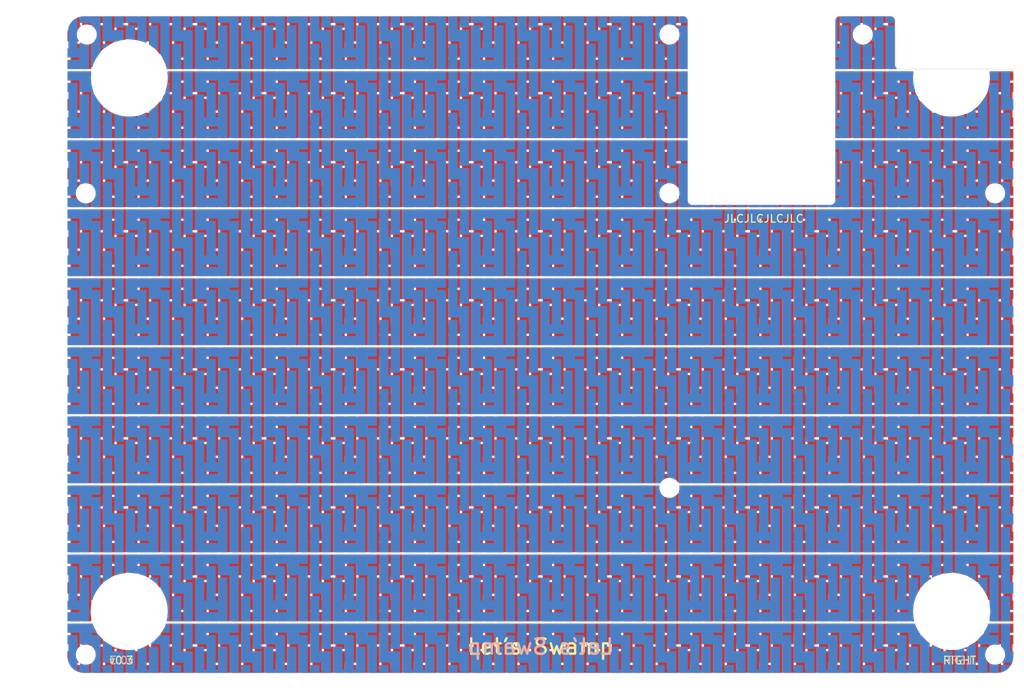
<source format=kicad_pcb>
(kicad_pcb (version 20171130) (host pcbnew "(5.1.12)-1")
  (layers (0 F.Cu signal) (31 B.Cu signal) (34 B.Paste user) (35 F.Paste user) (36 B.SilkS user) (37 F.SilkS user) (38 B.Mask user) (39 F.Mask user) (44 Edge.Cuts user))
  (net 0 "")
  (module footprints:m2_Screw_Hole (layer F.Cu) (at -11.143756 69.205088)
    (fp_text reference Ref**)
    (fp_text value Val**)
    (pad "" np_thru_hole circle (at 0 0) (size 2.2 2.2) (drill 2.2) (layers *.Cu *.Mask))
  )
  (module footprints:m2_Screw_Hole (layer F.Cu) (at 64.293836 47.625008)
    (fp_text reference Ref**)
    (fp_text value Val**)
    (pad "" np_thru_hole circle (at 0 0) (size 2.2 2.2) (drill 2.2) (layers *.Cu *.Mask))
  )
  (module footprints:m2_Screw_Hole (layer F.Cu) (at 106.397756 69.205088)
    (fp_text reference Ref**)
    (fp_text value Val**)
    (pad "" np_thru_hole circle (at 0 0) (size 2.2 2.2) (drill 2.2) (layers *.Cu *.Mask))
  )
  (module footprints:m2_Screw_Hole (layer F.Cu) (at 106.397756 9.525008)
    (fp_text reference Ref**)
    (fp_text value Val**)
    (pad "" np_thru_hole circle (at 0 0) (size 2.2 2.2) (drill 2.2) (layers *.Cu *.Mask))
  )
  (module footprints:m2_Screw_Hole (layer F.Cu) (at 64.293836 9.525008)
    (fp_text reference Ref**)
    (fp_text value Val**)
    (pad "" np_thru_hole circle (at 0 0) (size 2.2 2.2) (drill 2.2) (layers *.Cu *.Mask))
  )
  (module footprints:m2_Screw_Hole (layer F.Cu) (at -11.143756 9.525008)
    (fp_text reference Ref**)
    (fp_text value Val**)
    (pad "" np_thru_hole circle (at 0 0) (size 2.2 2.2) (drill 2.2) (layers *.Cu *.Mask))
  )
  (module footprints:m2_Screw_Hole (layer F.Cu) (at 64.293836 -11.013291)
    (fp_text reference Ref**)
    (fp_text value Val**)
    (pad "" np_thru_hole circle (at 0 0) (size 2.2 2.2) (drill 2.2) (layers *.Cu *.Mask))
  )
  (module footprints:m2_Screw_Hole (layer F.Cu) (at -11.013291 -11.013291)
    (fp_text reference Ref**)
    (fp_text value Val**)
    (pad "" np_thru_hole circle (at 0 0) (size 2.2 2.2) (drill 2.2) (layers *.Cu *.Mask))
  )
  (module footprints:m2_Screw_Hole (layer F.Cu) (at 89.29695 -11.013291)
    (fp_text reference Ref**)
    (fp_text value Val**)
    (pad "" np_thru_hole circle (at 0 0) (size 2.2 2.2) (drill 2.2) (layers *.Cu *.Mask))
  )
  (gr_text "Let's Swamp" (at 47.62904 68.163224) (layer F.SilkS) (effects (font (size 2 2) (thickness 0.3))))
  (gr_text v0.3 (at -6.544352 69.94916) (layer F.SilkS) (effects (font (size 1 1))))
  (gr_text RIGHT (at 101.802432 69.94916) (layer F.SilkS) (effects (font (size 1 1))))
  (gr_arc (start 85.129616 10.41796) (end 85.129616 11.013272) (angle -90) (layer Edge.Cuts) (width 0.05))
  (gr_arc (start 67.270256 10.41796) (end 66.674944 10.41796) (angle -90) (layer Edge.Cuts) (width 0.05))
  (gr_arc (start 108.183696 -5.95312) (end 108.779008 -5.95312) (angle -90) (layer Edge.Cuts) (width 0.05))
  (gr_arc (start 94.059296 -7.143744) (end 93.463984 -7.143744) (angle -90) (layer Edge.Cuts) (width 0.05))
  (gr_arc (start 66.079632 -12.799208) (end 66.674944 -12.799208) (angle -90) (layer Edge.Cuts) (width 0.05))
  (gr_arc (start 86.32024 -12.799208) (end 86.32024 -13.39452) (angle -90) (layer Edge.Cuts) (width 0.05))
  (gr_arc (start 92.868672 -12.799208) (end 93.463984 -12.799208) (angle -90) (layer Edge.Cuts) (width 0.05))
  (gr_line (start 93.463984 -7.143744) (end 93.463984 -12.799208) (layer Edge.Cuts) (width 0.05))
  (gr_line (start 108.183696 -6.548432) (end 94.059296 -6.548432) (layer Edge.Cuts) (width 0.05))
  (gr_line (start 86.32024 -13.39452) (end 92.868672 -13.39452) (layer Edge.Cuts) (width 0.05))
  (gr_line (start 85.724928 10.41796) (end 85.724928 -12.799208) (layer Edge.Cuts) (width 0.05))
  (gr_line (start 67.270256 11.013272) (end 85.129616 11.013272) (layer Edge.Cuts) (width 0.05))
  (gr_line (start 66.674944 -12.799208) (end 66.674944 10.41796) (layer Edge.Cuts) (width 0.05))
  (gr_arc (start -11.378576 69.439908) (end -13.525008 69.439908) (angle -90) (layer Edge.Cuts) (width 0.05))
  (gr_arc (start -11.378576 -11.248111) (end -11.378576 -13.394543) (angle -90) (layer Edge.Cuts) (width 0.05))
  (gr_text JLCJLCJLCJLC (at 76.497592 12.799208) (layer F.SilkS) (effects (font (size 1 1))))
  (gr_text v0.3 (at -6.548432 69.94916) (layer B.SilkS) (effects (font (size 1 1)) (justify mirror)))
  (gr_text LEFT (at 101.798352 69.94916) (layer B.SilkS) (effects (font (size 1 1)) (justify mirror)))
  (gr_text "Let's Swamp" (at 47.62496 68.163224) (layer B.SilkS) (effects (font (size 2 2) (thickness 0.3)) (justify mirror)))
  (gr_line (start -13.525008 69.439908) (end -13.525008 -11.248111) (layer Edge.Cuts) (width 0.05))
  (gr_line (start -11.378576 -13.39452) (end 66.079632 -13.39452) (layer Edge.Cuts) (width 0.05))
  (gr_arc (start 106.63258 69.439908) (end 106.63258 71.586336) (angle -90) (layer Edge.Cuts) (width 0.05))
  (gr_line (start 108.779008 69.439908) (end 108.779008 -5.95312) (layer Edge.Cuts) (width 0.05))
  (gr_line (start -11.378576 71.58634) (end 106.63258 71.58634) (layer Edge.Cuts) (width 0.05))
  (zone (net 0) (net_name "") (layer F.Cu) (connect_pads (clearance 0)) (min_thickness 0.148828) (fill yes (arc_segments 32) (thermal_gap 0.508) (thermal_bridge_width 0.508))
    (polygon (pts (xy 109.5375 72.628125) (xy -14.2875 72.628125) (xy -14.2875 -14.2875) (xy 109.5375 -14.2875)))
  )
  (zone (net 0) (net_name "") (layer B.Cu) (connect_pads (clearance 0)) (min_thickness 0.148828) (fill yes (arc_segments 32) (thermal_gap 0.508) (thermal_bridge_width 0.508))
    (polygon (pts (xy 109.537408 72.628064) (xy -14.287488 72.628064) (xy -14.287488 -14.287488) (xy 109.537408 -14.287488)))
  )
  (zone (net 0) (net_name "") (layer B.Cu) (connect_pads (clearance 0)) (min_thickness 0.254)
    (keepout (tracks allowed) (vias allowed) (copperpour not_allowed))
    (fill (arc_segments 32) (thermal_gap 0.508) (thermal_bridge_width 0.508))
    (polygon (pts (xy 109.835064 -11.90624) (xy 108.64444 -11.90624) (xy 108.64444 -15.180456) (xy 108.346784 -15.180456) (xy 108.346784 -11.608584) (xy 109.835064 -11.608584) (xy 109.835064 -6.548432) (xy 110.13272 -6.548432) (xy 110.13272 -15.478112) (xy 109.835064 -15.478112)))
  )
  (zone (net 0) (net_name "") (layer B.Cu) (connect_pads (clearance 0)) (min_thickness 0.254)
    (keepout (tracks allowed) (vias allowed) (copperpour not_allowed))
    (fill (arc_segments 32) (thermal_gap 0.508) (thermal_bridge_width 0.508))
    (polygon (pts (xy 101.20304 -15.180456) (xy 106.858504 -15.180456) (xy 106.858504 -13.989832) (xy 105.66788 -13.989832) (xy 105.66788 -13.692176) (xy 106.858504 -13.692176) (xy 106.858504 -6.548432) (xy 107.15616 -6.548432) (xy 107.15616 -9.822648) (xy 108.346784 -9.822648) (xy 108.346784 -6.548432) (xy 108.64444 -6.548432) (xy 108.64444 -10.120304) (xy 107.15616 -10.120304) (xy 107.15616 -15.180456) (xy 109.835064 -15.180456) (xy 109.835064 -15.478112) (xy 101.20304 -15.478112)))
  )
  (zone (net 0) (net_name "") (layer B.Cu) (connect_pads (clearance 0)) (min_thickness 0.254)
    (keepout (tracks allowed) (vias allowed) (copperpour not_allowed))
    (fill (arc_segments 32) (thermal_gap 0.508) (thermal_bridge_width 0.508))
    (polygon (pts (xy 101.203032 -10.349007) (xy 101.94718 -10.269132) (xy 102.393664 -10.120304) (xy 102.393664 -12.203896) (xy 101.20304 -12.203896) (xy 101.20304 -12.501552) (xy 102.69132 -12.501552) (xy 102.69132 -10.021085) (xy 102.840148 -9.971476) (xy 103.584288 -9.524992) (xy 103.881944 -9.30175) (xy 103.881944 -13.692176) (xy 102.69132 -13.692176) (xy 102.69132 -13.989832) (xy 104.1796 -13.989832) (xy 104.1796 -12.501552) (xy 105.66788 -12.501552) (xy 105.66788 -6.548432) (xy 105.667881 -6.548424) (xy 110.13272 -6.548424) (xy 110.13272 2.381256) (xy 109.835064 2.381256) (xy 109.835064 -2.678896) (xy 108.346784 -2.678896) (xy 108.346784 -6.250768) (xy 107.15616 -6.250768) (xy 107.15616 -1.190616) (xy 108.64444 -1.190616) (xy 108.64444 2.381256) (xy 108.346784 2.381256) (xy 108.346784 -0.89296) (xy 107.15616 -0.89296) (xy 107.15616 2.381256) (xy 106.858504 2.381256) (xy 106.858504 -4.762488) (xy 105.713884 -4.762488) (xy 105.66788 -4.316012) (xy 105.519052 -3.7207) (xy 105.444634 -3.571864) (xy 105.66788 -3.571864) (xy 105.66788 2.381256) (xy 105.370224 2.381256) (xy 105.370224 -3.274208) (xy 105.295806 -3.274208) (xy 104.92374 -2.530076) (xy 104.1796 -1.785936) (xy 104.1796 -0.297648) (xy 103.881944 -0.297648) (xy 103.881944 -1.48828) (xy 103.286632 -1.041796) (xy 102.69132 -0.74414) (xy 102.69132 -0.297648) (xy 102.393664 -0.297648) (xy 102.393664 -0.659095) (xy 101.649524 -0.446484) (xy 101.203032 -0.419831) (xy 101.203032 2.381256) (xy 100.905376 2.381256) (xy 100.905376 -0.402063) (xy 100.779008 -0.39452) (xy 100.012416 -0.446484) (xy 99.714752 -0.506017) (xy 99.714752 2.381256) (xy 99.417096 2.381256) (xy 99.417096 -0.565548) (xy 99.268276 -0.595312) (xy 98.67298 -0.89296) (xy 98.226472 -0.89296) (xy 98.226472 2.381256) (xy 97.928816 2.381256) (xy 97.928816 -1.309691) (xy 97.631168 -1.48828) (xy 97.035856 -2.083592) (xy 96.738192 -2.480477) (xy 96.738192 2.381256) (xy 96.440536 2.381256) (xy 96.440536 -2.926964) (xy 96.23219 -3.274208) (xy 95.249912 -3.274208) (xy 95.249912 -0.297648) (xy 94.952256 -0.297648) (xy 94.952256 -4.762488) (xy 93.761632 -4.762488) (xy 93.761632 -5.060144) (xy 95.249912 -5.060144) (xy 95.249912 -3.571864) (xy 96.105683 -3.571864) (xy 95.845232 -4.613668) (xy 95.779008 -5.39452) (xy 95.845231 -6.250768) (xy 92.273352 -6.250768) (xy 92.273352 -6.548424) (xy 95.919644 -6.548424) (xy 95.99406 -6.846088) (xy 96.142888 -7.292572) (xy 96.440536 -7.887868) (xy 96.440536 -12.203896) (xy 95.249912 -12.203896) (xy 95.249912 -9.227336) (xy 94.952256 -9.227336) (xy 94.952256 -13.692176) (xy 93.761632 -13.692176) (xy 93.761632 -13.989832) (xy 95.249912 -13.989832) (xy 95.249912 -12.501552) (xy 96.738192 -12.501552) (xy 96.738192 -8.334356) (xy 96.7382 -8.334368) (xy 97.333512 -9.078508) (xy 97.928816 -9.524986) (xy 97.928816 -13.692176) (xy 96.738192 -13.692176) (xy 96.738192 -13.989832) (xy 97.928816 -13.989832) (xy 97.928816 -15.180456) (xy 92.273352 -15.180456) (xy 92.273352 -15.478112) (xy 101.203032 -15.478112)))
    (polygon (pts (xy 108.64444 -6.250768) (xy 108.64444 -2.976552) (xy 109.835064 -2.976552) (xy 109.835064 -6.250768)))
    (polygon (pts (xy 105.696547 -6.250768) (xy 105.779008 -5.39452) (xy 105.744554 -5.060144) (xy 106.858504 -5.060144) (xy 106.858504 -6.250768)))
    (polygon (pts (xy 104.1796 -12.203896) (xy 104.1796 -9.227336) (xy 103.981163 -9.227336) (xy 104.1796 -9.078508) (xy 104.626084 -8.632024) (xy 104.92374 -8.18554) (xy 105.370224 -7.4414) (xy 105.370224 -12.203896)))
    (polygon (pts (xy 98.226472 -9.822648) (xy 98.226472 -9.703581) (xy 98.424917 -9.822648)))
    (polygon (pts (xy 98.226472 -15.180456) (xy 98.226472 -10.120304) (xy 99.119448 -10.120304) (xy 99.71476 -10.269132) (xy 100.607728 -10.41796) (xy 100.779008 -10.39452) (xy 100.905376 -10.380956) (xy 100.905376 -11.608584) (xy 99.417096 -11.608584) (xy 99.417096 -15.180456)))
    (polygon (pts (xy 99.714752 -15.180456) (xy 99.714752 -11.90624) (xy 100.905376 -11.90624) (xy 100.905376 -15.180456)))
  )
  (zone (net 0) (net_name "") (layer B.Cu) (connect_pads (clearance 0)) (min_thickness 0.254)
    (keepout (tracks allowed) (vias allowed) (copperpour not_allowed))
    (fill (arc_segments 32) (thermal_gap 0.508) (thermal_bridge_width 0.508))
    (polygon (pts (xy 93.463976 -7.739056) (xy 95.249912 -7.739056) (xy 95.249912 -8.036712) (xy 93.463976 -8.036712)))
  )
  (zone (net 0) (net_name "") (layer B.Cu) (connect_pads (clearance 0)) (min_thickness 0.254)
    (keepout (tracks allowed) (vias allowed) (copperpour not_allowed))
    (fill (arc_segments 32) (thermal_gap 0.508) (thermal_bridge_width 0.508))
    (polygon (pts (xy 84.534288 -7.739056) (xy 86.320224 -7.739056) (xy 86.320224 -8.036712) (xy 84.534288 -8.036712)))
  )
  (zone (net 0) (net_name "") (layer B.Cu) (connect_pads (clearance 0)) (min_thickness 0.254)
    (keepout (tracks allowed) (vias allowed) (copperpour not_allowed))
    (fill (arc_segments 32) (thermal_gap 0.508) (thermal_bridge_width 0.508))
    (polygon (pts (xy 75.6046 -7.739056) (xy 77.390536 -7.739056) (xy 77.390536 -8.036712) (xy 75.6046 -8.036712)))
  )
  (zone (net 0) (net_name "") (layer B.Cu) (connect_pads (clearance 0)) (min_thickness 0.254)
    (keepout (tracks allowed) (vias allowed) (copperpour not_allowed))
    (fill (arc_segments 32) (thermal_gap 0.508) (thermal_bridge_width 0.508))
    (polygon (pts (xy 66.674912 -7.739056) (xy 68.460848 -7.739056) (xy 68.460848 -8.036712) (xy 66.674912 -8.036712)))
  )
  (zone (net 0) (net_name "") (layer B.Cu) (connect_pads (clearance 0)) (min_thickness 0.254)
    (keepout (tracks allowed) (vias allowed) (copperpour not_allowed))
    (fill (arc_segments 32) (thermal_gap 0.508) (thermal_bridge_width 0.508))
    (polygon (pts (xy 57.745224 -7.739056) (xy 59.53116 -7.739056) (xy 59.53116 -8.036712) (xy 57.745224 -8.036712)))
  )
  (zone (net 0) (net_name "") (layer B.Cu) (connect_pads (clearance 0)) (min_thickness 0.254)
    (keepout (tracks allowed) (vias allowed) (copperpour not_allowed))
    (fill (arc_segments 32) (thermal_gap 0.508) (thermal_bridge_width 0.508))
    (polygon (pts (xy 48.815536 -7.739056) (xy 50.601472 -7.739056) (xy 50.601472 -8.036712) (xy 48.815536 -8.036712)))
  )
  (zone (net 0) (net_name "") (layer B.Cu) (connect_pads (clearance 0)) (min_thickness 0.254)
    (keepout (tracks allowed) (vias allowed) (copperpour not_allowed))
    (fill (arc_segments 32) (thermal_gap 0.508) (thermal_bridge_width 0.508))
    (polygon (pts (xy 39.885848 -7.739056) (xy 41.671784 -7.739056) (xy 41.671784 -8.036712) (xy 39.885848 -8.036712)))
  )
  (zone (net 0) (net_name "") (layer B.Cu) (connect_pads (clearance 0)) (min_thickness 0.254)
    (keepout (tracks allowed) (vias allowed) (copperpour not_allowed))
    (fill (arc_segments 32) (thermal_gap 0.508) (thermal_bridge_width 0.508))
    (polygon (pts (xy 30.95616 -7.739056) (xy 32.742096 -7.739056) (xy 32.742096 -8.036712) (xy 30.95616 -8.036712)))
  )
  (zone (net 0) (net_name "") (layer B.Cu) (connect_pads (clearance 0)) (min_thickness 0.254)
    (keepout (tracks allowed) (vias allowed) (copperpour not_allowed))
    (fill (arc_segments 32) (thermal_gap 0.508) (thermal_bridge_width 0.508))
    (polygon (pts (xy 22.026472 -7.739056) (xy 23.812408 -7.739056) (xy 23.812408 -8.036712) (xy 22.026472 -8.036712)))
  )
  (zone (net 0) (net_name "") (layer B.Cu) (connect_pads (clearance 0)) (min_thickness 0.254)
    (keepout (tracks allowed) (vias allowed) (copperpour not_allowed))
    (fill (arc_segments 32) (thermal_gap 0.508) (thermal_bridge_width 0.508))
    (polygon (pts (xy 13.096784 -7.739056) (xy 14.88272 -7.739056) (xy 14.88272 -8.036712) (xy 13.096784 -8.036712)))
  )
  (zone (net 0) (net_name "") (layer B.Cu) (connect_pads (clearance 0)) (min_thickness 0.254)
    (keepout (tracks allowed) (vias allowed) (copperpour not_allowed))
    (fill (arc_segments 32) (thermal_gap 0.508) (thermal_bridge_width 0.508))
    (polygon (pts (xy 4.167096 -7.739056) (xy 5.953032 -7.739056) (xy 5.953032 -8.036712) (xy 4.167096 -8.036712)))
  )
  (zone (net 0) (net_name "") (layer B.Cu) (connect_pads (clearance 0)) (min_thickness 0.254)
    (keepout (tracks allowed) (vias allowed) (copperpour not_allowed))
    (fill (arc_segments 32) (thermal_gap 0.508) (thermal_bridge_width 0.508))
    (polygon (pts (xy -5.953224 -10.368333) (xy -5.655464 -10.41796) (xy -5.484184 -10.39452) (xy -4.762592 -10.317067) (xy -4.762592 -12.203896) (xy -5.953216 -12.203896) (xy -5.953216 -12.501552) (xy -4.464936 -12.501552) (xy -4.464936 -10.285117) (xy -4.316012 -10.269132) (xy -3.423044 -9.971476) (xy -3.274312 -9.882237) (xy -3.274312 -13.692176) (xy -4.464936 -13.692176) (xy -4.464936 -13.989832) (xy -2.976656 -13.989832) (xy -2.976656 -12.501552) (xy -1.488376 -12.501552) (xy -1.488376 -8.408926) (xy -1.339452 -8.18554) (xy -0.892968 -7.4414) (xy -0.595312 -6.548432) (xy -0.595311 -6.548424) (xy 2.976464 -6.548424) (xy 2.976464 2.381256) (xy 2.678808 2.381256) (xy 2.678808 -2.678896) (xy 1.190528 -2.678896) (xy 1.190528 -6.250768) (xy -0.000096 -6.250768) (xy -0.000096 -1.190616) (xy 1.488184 -1.190616) (xy 1.488184 2.381256) (xy 1.190528 2.381256) (xy 1.190528 -0.89296) (xy -0.000096 -0.89296) (xy -0.000096 2.381256) (xy -0.297752 2.381256) (xy -0.297752 -4.762488) (xy -0.549308 -4.762488) (xy -0.595312 -4.316012) (xy -0.74414 -3.7207) (xy -1.339452 -2.530076) (xy -1.488376 -2.381152) (xy -1.488376 2.381256) (xy -1.786032 2.381256) (xy -1.786032 -2.083496) (xy -2.381248 -1.48828) (xy -2.97656 -1.041796) (xy -2.976656 -1.041748) (xy -2.976656 -0.297648) (xy -3.274312 -0.297648) (xy -3.274312 -0.89292) (xy -3.571872 -0.74414) (xy -4.464936 -0.488979) (xy -4.464936 -0.297648) (xy -4.762592 -0.297648) (xy -4.762592 -0.437594) (xy -5.484184 -0.39452) (xy -5.953224 -0.426314) (xy -5.953224 2.381256) (xy -6.25088 2.381256) (xy -6.25088 -0.446505) (xy -6.994916 -0.595312) (xy -7.441504 -0.818606) (xy -7.441504 2.381256) (xy -7.73916 2.381256) (xy -7.73916 -0.89296) (xy -8.929784 -0.89296) (xy -8.929784 2.381256) (xy -9.22744 2.381256) (xy -9.22744 -2.083731) (xy -9.67382 -2.678904) (xy -10.120304 -3.423044) (xy -10.41796 -4.613668) (xy -10.484184 -5.39452) (xy -10.417961 -6.250768) (xy -14.882904 -6.250768) (xy -14.882904 -6.548424) (xy -10.343548 -6.548424) (xy -10.269132 -6.846088) (xy -10.120304 -7.292572) (xy -9.822648 -7.887884) (xy -9.524992 -8.334368) (xy -9.22744 -8.706308) (xy -9.22744 -13.692176) (xy -10.418064 -13.692176) (xy -10.418064 -13.989832) (xy -9.22744 -13.989832) (xy -9.22744 -15.180456) (xy -14.882904 -15.180456) (xy -14.882904 -15.478112) (xy -5.953224 -15.478112)))
    (polygon (pts (xy -8.929784 -1.190616) (xy -8.135917 -1.190616) (xy -8.632024 -1.48828) (xy -8.929784 -1.78604)))
    (polygon (pts (xy 1.488184 -6.250768) (xy 1.488184 -2.976552) (xy 2.678808 -2.976552) (xy 2.678808 -6.250768)))
    (polygon (pts (xy -0.566645 -6.250768) (xy -0.484184 -5.39452) (xy -0.518638 -5.060144) (xy -0.297752 -5.060144) (xy -0.297752 -6.250768)))
    (polygon (pts (xy -2.976656 -12.203896) (xy -2.976656 -9.703643) (xy -2.678904 -9.524992) (xy -2.083592 -9.078508) (xy -1.786032 -8.780948) (xy -1.786032 -12.203896)))
    (polygon (pts (xy -8.929784 -9.822648) (xy -8.929784 -9.078378) (xy -8.92968 -9.078508) (xy -8.334368 -9.524992) (xy -7.838275 -9.822648)))
    (polygon (pts (xy -8.929784 -15.180456) (xy -8.929784 -10.120304) (xy -7.441504 -10.120304) (xy -7.441504 -10.021051) (xy -7.143744 -10.120304) (xy -6.548432 -10.269132) (xy -6.25088 -10.318724) (xy -6.25088 -11.608584) (xy -7.73916 -11.608584) (xy -7.73916 -15.180456)))
    (polygon (pts (xy -7.441504 -15.180456) (xy -7.441504 -11.90624) (xy -6.25088 -11.90624) (xy -6.25088 -15.180456)))
  )
  (zone (net 0) (net_name "") (layer B.Cu) (connect_pads (clearance 0)) (min_thickness 0.254)
    (keepout (tracks allowed) (vias allowed) (copperpour not_allowed))
    (fill (arc_segments 32) (thermal_gap 0.508) (thermal_bridge_width 0.508))
    (polygon (pts (xy -13.69228 -7.739056) (xy -11.906344 -7.739056) (xy -11.906344 -8.036712) (xy -13.69228 -8.036712)))
  )
  (zone (net 0) (net_name "") (layer B.Cu) (connect_pads (clearance 0)) (min_thickness 0.254)
    (keepout (tracks allowed) (vias allowed) (copperpour not_allowed))
    (fill (arc_segments 32) (thermal_gap 0.508) (thermal_bridge_width 0.508))
    (polygon (pts (xy 102.393664 1.190632) (xy 104.1796 1.190632) (xy 104.1796 0.892976) (xy 102.393664 0.892976)))
  )
  (zone (net 0) (net_name "") (layer B.Cu) (connect_pads (clearance 0)) (min_thickness 0.254)
    (keepout (tracks allowed) (vias allowed) (copperpour not_allowed))
    (fill (arc_segments 32) (thermal_gap 0.508) (thermal_bridge_width 0.508))
    (polygon (pts (xy 93.463976 1.190632) (xy 95.249912 1.190632) (xy 95.249912 0.892976) (xy 93.463976 0.892976)))
  )
  (zone (net 0) (net_name "") (layer B.Cu) (connect_pads (clearance 0)) (min_thickness 0.254)
    (keepout (tracks allowed) (vias allowed) (copperpour not_allowed))
    (fill (arc_segments 32) (thermal_gap 0.508) (thermal_bridge_width 0.508))
    (polygon (pts (xy 84.534288 1.190632) (xy 86.320224 1.190632) (xy 86.320224 0.892976) (xy 84.534288 0.892976)))
  )
  (zone (net 0) (net_name "") (layer B.Cu) (connect_pads (clearance 0)) (min_thickness 0.254)
    (keepout (tracks allowed) (vias allowed) (copperpour not_allowed))
    (fill (arc_segments 32) (thermal_gap 0.508) (thermal_bridge_width 0.508))
    (polygon (pts (xy 75.6046 1.190632) (xy 77.390536 1.190632) (xy 77.390536 0.892976) (xy 75.6046 0.892976)))
  )
  (zone (net 0) (net_name "") (layer B.Cu) (connect_pads (clearance 0)) (min_thickness 0.254)
    (keepout (tracks allowed) (vias allowed) (copperpour not_allowed))
    (fill (arc_segments 32) (thermal_gap 0.508) (thermal_bridge_width 0.508))
    (polygon (pts (xy 66.674912 1.190632) (xy 68.460848 1.190632) (xy 68.460848 0.892976) (xy 66.674912 0.892976)))
  )
  (zone (net 0) (net_name "") (layer B.Cu) (connect_pads (clearance 0)) (min_thickness 0.254)
    (keepout (tracks allowed) (vias allowed) (copperpour not_allowed))
    (fill (arc_segments 32) (thermal_gap 0.508) (thermal_bridge_width 0.508))
    (polygon (pts (xy 57.745224 1.190632) (xy 59.53116 1.190632) (xy 59.53116 0.892976) (xy 57.745224 0.892976)))
  )
  (zone (net 0) (net_name "") (layer B.Cu) (connect_pads (clearance 0)) (min_thickness 0.254)
    (keepout (tracks allowed) (vias allowed) (copperpour not_allowed))
    (fill (arc_segments 32) (thermal_gap 0.508) (thermal_bridge_width 0.508))
    (polygon (pts (xy 48.815536 1.190632) (xy 50.601472 1.190632) (xy 50.601472 0.892976) (xy 48.815536 0.892976)))
  )
  (zone (net 0) (net_name "") (layer B.Cu) (connect_pads (clearance 0)) (min_thickness 0.254)
    (keepout (tracks allowed) (vias allowed) (copperpour not_allowed))
    (fill (arc_segments 32) (thermal_gap 0.508) (thermal_bridge_width 0.508))
    (polygon (pts (xy 39.885848 1.190632) (xy 41.671784 1.190632) (xy 41.671784 0.892976) (xy 39.885848 0.892976)))
  )
  (zone (net 0) (net_name "") (layer B.Cu) (connect_pads (clearance 0)) (min_thickness 0.254)
    (keepout (tracks allowed) (vias allowed) (copperpour not_allowed))
    (fill (arc_segments 32) (thermal_gap 0.508) (thermal_bridge_width 0.508))
    (polygon (pts (xy 30.95616 1.190632) (xy 32.742096 1.190632) (xy 32.742096 0.892976) (xy 30.95616 0.892976)))
  )
  (zone (net 0) (net_name "") (layer B.Cu) (connect_pads (clearance 0)) (min_thickness 0.254)
    (keepout (tracks allowed) (vias allowed) (copperpour not_allowed))
    (fill (arc_segments 32) (thermal_gap 0.508) (thermal_bridge_width 0.508))
    (polygon (pts (xy 22.026472 1.190632) (xy 23.812408 1.190632) (xy 23.812408 0.892976) (xy 22.026472 0.892976)))
  )
  (zone (net 0) (net_name "") (layer B.Cu) (connect_pads (clearance 0)) (min_thickness 0.254)
    (keepout (tracks allowed) (vias allowed) (copperpour not_allowed))
    (fill (arc_segments 32) (thermal_gap 0.508) (thermal_bridge_width 0.508))
    (polygon (pts (xy 13.096784 1.190632) (xy 14.88272 1.190632) (xy 14.88272 0.892976) (xy 13.096784 0.892976)))
  )
  (zone (net 0) (net_name "") (layer B.Cu) (connect_pads (clearance 0)) (min_thickness 0.254)
    (keepout (tracks allowed) (vias allowed) (copperpour not_allowed))
    (fill (arc_segments 32) (thermal_gap 0.508) (thermal_bridge_width 0.508))
    (polygon (pts (xy 4.167096 1.190632) (xy 5.953032 1.190632) (xy 5.953032 0.892976) (xy 4.167096 0.892976)))
  )
  (zone (net 0) (net_name "") (layer B.Cu) (connect_pads (clearance 0)) (min_thickness 0.254)
    (keepout (tracks allowed) (vias allowed) (copperpour not_allowed))
    (fill (arc_segments 32) (thermal_gap 0.508) (thermal_bridge_width 0.508))
    (polygon (pts (xy -4.762592 1.190632) (xy -2.976656 1.190632) (xy -2.976656 0.892976) (xy -4.762592 0.892976)))
  )
  (zone (net 0) (net_name "") (layer B.Cu) (connect_pads (clearance 0)) (min_thickness 0.254)
    (keepout (tracks allowed) (vias allowed) (copperpour not_allowed))
    (fill (arc_segments 32) (thermal_gap 0.508) (thermal_bridge_width 0.508))
    (polygon (pts (xy -13.69228 1.190632) (xy -11.906344 1.190632) (xy -11.906344 0.892976) (xy -13.69228 0.892976)))
  )
  (zone (net 0) (net_name "") (layer B.Cu) (connect_pads (clearance 0)) (min_thickness 0.254)
    (keepout (tracks allowed) (vias allowed) (copperpour not_allowed))
    (fill (arc_segments 32) (thermal_gap 0.508) (thermal_bridge_width 0.508))
    (polygon (pts (xy 102.393664 10.12032) (xy 104.1796 10.12032) (xy 104.1796 9.822664) (xy 102.393664 9.822664)))
  )
  (zone (net 0) (net_name "") (layer B.Cu) (connect_pads (clearance 0)) (min_thickness 0.254)
    (keepout (tracks allowed) (vias allowed) (copperpour not_allowed))
    (fill (arc_segments 32) (thermal_gap 0.508) (thermal_bridge_width 0.508))
    (polygon (pts (xy 93.463976 10.12032) (xy 95.249912 10.12032) (xy 95.249912 9.822664) (xy 93.463976 9.822664)))
  )
  (zone (net 0) (net_name "") (layer B.Cu) (connect_pads (clearance 0)) (min_thickness 0.254)
    (keepout (tracks allowed) (vias allowed) (copperpour not_allowed))
    (fill (arc_segments 32) (thermal_gap 0.508) (thermal_bridge_width 0.508))
    (polygon (pts (xy 84.534288 10.12032) (xy 86.320224 10.12032) (xy 86.320224 9.822664) (xy 84.534288 9.822664)))
  )
  (zone (net 0) (net_name "") (layer B.Cu) (connect_pads (clearance 0)) (min_thickness 0.254)
    (keepout (tracks allowed) (vias allowed) (copperpour not_allowed))
    (fill (arc_segments 32) (thermal_gap 0.508) (thermal_bridge_width 0.508))
    (polygon (pts (xy 75.6046 10.12032) (xy 77.390536 10.12032) (xy 77.390536 9.822664) (xy 75.6046 9.822664)))
  )
  (zone (net 0) (net_name "") (layer B.Cu) (connect_pads (clearance 0)) (min_thickness 0.254)
    (keepout (tracks allowed) (vias allowed) (copperpour not_allowed))
    (fill (arc_segments 32) (thermal_gap 0.508) (thermal_bridge_width 0.508))
    (polygon (pts (xy 66.674912 10.12032) (xy 68.460848 10.12032) (xy 68.460848 9.822664) (xy 66.674912 9.822664)))
  )
  (zone (net 0) (net_name "") (layer B.Cu) (connect_pads (clearance 0)) (min_thickness 0.254)
    (keepout (tracks allowed) (vias allowed) (copperpour not_allowed))
    (fill (arc_segments 32) (thermal_gap 0.508) (thermal_bridge_width 0.508))
    (polygon (pts (xy 57.745224 10.12032) (xy 59.53116 10.12032) (xy 59.53116 9.822664) (xy 57.745224 9.822664)))
  )
  (zone (net 0) (net_name "") (layer B.Cu) (connect_pads (clearance 0)) (min_thickness 0.254)
    (keepout (tracks allowed) (vias allowed) (copperpour not_allowed))
    (fill (arc_segments 32) (thermal_gap 0.508) (thermal_bridge_width 0.508))
    (polygon (pts (xy 48.815536 10.12032) (xy 50.601472 10.12032) (xy 50.601472 9.822664) (xy 48.815536 9.822664)))
  )
  (zone (net 0) (net_name "") (layer B.Cu) (connect_pads (clearance 0)) (min_thickness 0.254)
    (keepout (tracks allowed) (vias allowed) (copperpour not_allowed))
    (fill (arc_segments 32) (thermal_gap 0.508) (thermal_bridge_width 0.508))
    (polygon (pts (xy 39.885848 10.12032) (xy 41.671784 10.12032) (xy 41.671784 9.822664) (xy 39.885848 9.822664)))
  )
  (zone (net 0) (net_name "") (layer B.Cu) (connect_pads (clearance 0)) (min_thickness 0.254)
    (keepout (tracks allowed) (vias allowed) (copperpour not_allowed))
    (fill (arc_segments 32) (thermal_gap 0.508) (thermal_bridge_width 0.508))
    (polygon (pts (xy 30.95616 10.12032) (xy 32.742096 10.12032) (xy 32.742096 9.822664) (xy 30.95616 9.822664)))
  )
  (zone (net 0) (net_name "") (layer B.Cu) (connect_pads (clearance 0)) (min_thickness 0.254)
    (keepout (tracks allowed) (vias allowed) (copperpour not_allowed))
    (fill (arc_segments 32) (thermal_gap 0.508) (thermal_bridge_width 0.508))
    (polygon (pts (xy 22.026472 10.12032) (xy 23.812408 10.12032) (xy 23.812408 9.822664) (xy 22.026472 9.822664)))
  )
  (zone (net 0) (net_name "") (layer B.Cu) (connect_pads (clearance 0)) (min_thickness 0.254)
    (keepout (tracks allowed) (vias allowed) (copperpour not_allowed))
    (fill (arc_segments 32) (thermal_gap 0.508) (thermal_bridge_width 0.508))
    (polygon (pts (xy 13.096784 10.12032) (xy 14.88272 10.12032) (xy 14.88272 9.822664) (xy 13.096784 9.822664)))
  )
  (zone (net 0) (net_name "") (layer B.Cu) (connect_pads (clearance 0)) (min_thickness 0.254)
    (keepout (tracks allowed) (vias allowed) (copperpour not_allowed))
    (fill (arc_segments 32) (thermal_gap 0.508) (thermal_bridge_width 0.508))
    (polygon (pts (xy 4.167096 10.12032) (xy 5.953032 10.12032) (xy 5.953032 9.822664) (xy 4.167096 9.822664)))
  )
  (zone (net 0) (net_name "") (layer B.Cu) (connect_pads (clearance 0)) (min_thickness 0.254)
    (keepout (tracks allowed) (vias allowed) (copperpour not_allowed))
    (fill (arc_segments 32) (thermal_gap 0.508) (thermal_bridge_width 0.508))
    (polygon (pts (xy -4.762592 10.12032) (xy -2.976656 10.12032) (xy -2.976656 9.822664) (xy -4.762592 9.822664)))
  )
  (zone (net 0) (net_name "") (layer B.Cu) (connect_pads (clearance 0)) (min_thickness 0.254)
    (keepout (tracks allowed) (vias allowed) (copperpour not_allowed))
    (fill (arc_segments 32) (thermal_gap 0.508) (thermal_bridge_width 0.508))
    (polygon (pts (xy -13.69228 10.12032) (xy -11.906344 10.12032) (xy -11.906344 9.822664) (xy -13.69228 9.822664)))
  )
  (zone (net 0) (net_name "") (layer B.Cu) (connect_pads (clearance 0)) (min_thickness 0.254)
    (keepout (tracks allowed) (vias allowed) (copperpour not_allowed))
    (fill (arc_segments 32) (thermal_gap 0.508) (thermal_bridge_width 0.508))
    (polygon (pts (xy 102.393664 19.050008) (xy 104.1796 19.050008) (xy 104.1796 18.752352) (xy 102.393664 18.752352)))
  )
  (zone (net 0) (net_name "") (layer B.Cu) (connect_pads (clearance 0)) (min_thickness 0.254)
    (keepout (tracks allowed) (vias allowed) (copperpour not_allowed))
    (fill (arc_segments 32) (thermal_gap 0.508) (thermal_bridge_width 0.508))
    (polygon (pts (xy 93.463976 19.050008) (xy 95.249912 19.050008) (xy 95.249912 18.752352) (xy 93.463976 18.752352)))
  )
  (zone (net 0) (net_name "") (layer B.Cu) (connect_pads (clearance 0)) (min_thickness 0.254)
    (keepout (tracks allowed) (vias allowed) (copperpour not_allowed))
    (fill (arc_segments 32) (thermal_gap 0.508) (thermal_bridge_width 0.508))
    (polygon (pts (xy 84.534288 19.050008) (xy 86.320224 19.050008) (xy 86.320224 18.752352) (xy 84.534288 18.752352)))
  )
  (zone (net 0) (net_name "") (layer B.Cu) (connect_pads (clearance 0)) (min_thickness 0.254)
    (keepout (tracks allowed) (vias allowed) (copperpour not_allowed))
    (fill (arc_segments 32) (thermal_gap 0.508) (thermal_bridge_width 0.508))
    (polygon (pts (xy 75.6046 19.050008) (xy 77.390536 19.050008) (xy 77.390536 18.752352) (xy 75.6046 18.752352)))
  )
  (zone (net 0) (net_name "") (layer B.Cu) (connect_pads (clearance 0)) (min_thickness 0.254)
    (keepout (tracks allowed) (vias allowed) (copperpour not_allowed))
    (fill (arc_segments 32) (thermal_gap 0.508) (thermal_bridge_width 0.508))
    (polygon (pts (xy 66.674912 19.050008) (xy 68.460848 19.050008) (xy 68.460848 18.752352) (xy 66.674912 18.752352)))
  )
  (zone (net 0) (net_name "") (layer B.Cu) (connect_pads (clearance 0)) (min_thickness 0.254)
    (keepout (tracks allowed) (vias allowed) (copperpour not_allowed))
    (fill (arc_segments 32) (thermal_gap 0.508) (thermal_bridge_width 0.508))
    (polygon (pts (xy 57.745224 19.050008) (xy 59.53116 19.050008) (xy 59.53116 18.752352) (xy 57.745224 18.752352)))
  )
  (zone (net 0) (net_name "") (layer B.Cu) (connect_pads (clearance 0)) (min_thickness 0.254)
    (keepout (tracks allowed) (vias allowed) (copperpour not_allowed))
    (fill (arc_segments 32) (thermal_gap 0.508) (thermal_bridge_width 0.508))
    (polygon (pts (xy 48.815536 19.050008) (xy 50.601472 19.050008) (xy 50.601472 18.752352) (xy 48.815536 18.752352)))
  )
  (zone (net 0) (net_name "") (layer B.Cu) (connect_pads (clearance 0)) (min_thickness 0.254)
    (keepout (tracks allowed) (vias allowed) (copperpour not_allowed))
    (fill (arc_segments 32) (thermal_gap 0.508) (thermal_bridge_width 0.508))
    (polygon (pts (xy 39.885848 19.050008) (xy 41.671784 19.050008) (xy 41.671784 18.752352) (xy 39.885848 18.752352)))
  )
  (zone (net 0) (net_name "") (layer B.Cu) (connect_pads (clearance 0)) (min_thickness 0.254)
    (keepout (tracks allowed) (vias allowed) (copperpour not_allowed))
    (fill (arc_segments 32) (thermal_gap 0.508) (thermal_bridge_width 0.508))
    (polygon (pts (xy 30.95616 19.050008) (xy 32.742096 19.050008) (xy 32.742096 18.752352) (xy 30.95616 18.752352)))
  )
  (zone (net 0) (net_name "") (layer B.Cu) (connect_pads (clearance 0)) (min_thickness 0.254)
    (keepout (tracks allowed) (vias allowed) (copperpour not_allowed))
    (fill (arc_segments 32) (thermal_gap 0.508) (thermal_bridge_width 0.508))
    (polygon (pts (xy 22.026472 19.050008) (xy 23.812408 19.050008) (xy 23.812408 18.752352) (xy 22.026472 18.752352)))
  )
  (zone (net 0) (net_name "") (layer B.Cu) (connect_pads (clearance 0)) (min_thickness 0.254)
    (keepout (tracks allowed) (vias allowed) (copperpour not_allowed))
    (fill (arc_segments 32) (thermal_gap 0.508) (thermal_bridge_width 0.508))
    (polygon (pts (xy 13.096784 19.050008) (xy 14.88272 19.050008) (xy 14.88272 18.752352) (xy 13.096784 18.752352)))
  )
  (zone (net 0) (net_name "") (layer B.Cu) (connect_pads (clearance 0)) (min_thickness 0.254)
    (keepout (tracks allowed) (vias allowed) (copperpour not_allowed))
    (fill (arc_segments 32) (thermal_gap 0.508) (thermal_bridge_width 0.508))
    (polygon (pts (xy 4.167096 19.050008) (xy 5.953032 19.050008) (xy 5.953032 18.752352) (xy 4.167096 18.752352)))
  )
  (zone (net 0) (net_name "") (layer B.Cu) (connect_pads (clearance 0)) (min_thickness 0.254)
    (keepout (tracks allowed) (vias allowed) (copperpour not_allowed))
    (fill (arc_segments 32) (thermal_gap 0.508) (thermal_bridge_width 0.508))
    (polygon (pts (xy -4.762592 19.050008) (xy -2.976656 19.050008) (xy -2.976656 18.752352) (xy -4.762592 18.752352)))
  )
  (zone (net 0) (net_name "") (layer B.Cu) (connect_pads (clearance 0)) (min_thickness 0.254)
    (keepout (tracks allowed) (vias allowed) (copperpour not_allowed))
    (fill (arc_segments 32) (thermal_gap 0.508) (thermal_bridge_width 0.508))
    (polygon (pts (xy -13.69228 19.050008) (xy -11.906344 19.050008) (xy -11.906344 18.752352) (xy -13.69228 18.752352)))
  )
  (zone (net 0) (net_name "") (layer B.Cu) (connect_pads (clearance 0)) (min_thickness 0.254)
    (keepout (tracks allowed) (vias allowed) (copperpour not_allowed))
    (fill (arc_segments 32) (thermal_gap 0.508) (thermal_bridge_width 0.508))
    (polygon (pts (xy 102.393664 27.979696) (xy 104.1796 27.979696) (xy 104.1796 27.68204) (xy 102.393664 27.68204)))
  )
  (zone (net 0) (net_name "") (layer B.Cu) (connect_pads (clearance 0)) (min_thickness 0.254)
    (keepout (tracks allowed) (vias allowed) (copperpour not_allowed))
    (fill (arc_segments 32) (thermal_gap 0.508) (thermal_bridge_width 0.508))
    (polygon (pts (xy 93.463976 27.979696) (xy 95.249912 27.979696) (xy 95.249912 27.68204) (xy 93.463976 27.68204)))
  )
  (zone (net 0) (net_name "") (layer B.Cu) (connect_pads (clearance 0)) (min_thickness 0.254)
    (keepout (tracks allowed) (vias allowed) (copperpour not_allowed))
    (fill (arc_segments 32) (thermal_gap 0.508) (thermal_bridge_width 0.508))
    (polygon (pts (xy 84.534288 27.979696) (xy 86.320224 27.979696) (xy 86.320224 27.68204) (xy 84.534288 27.68204)))
  )
  (zone (net 0) (net_name "") (layer B.Cu) (connect_pads (clearance 0)) (min_thickness 0.254)
    (keepout (tracks allowed) (vias allowed) (copperpour not_allowed))
    (fill (arc_segments 32) (thermal_gap 0.508) (thermal_bridge_width 0.508))
    (polygon (pts (xy 75.6046 27.979696) (xy 77.390536 27.979696) (xy 77.390536 27.68204) (xy 75.6046 27.68204)))
  )
  (zone (net 0) (net_name "") (layer B.Cu) (connect_pads (clearance 0)) (min_thickness 0.254)
    (keepout (tracks allowed) (vias allowed) (copperpour not_allowed))
    (fill (arc_segments 32) (thermal_gap 0.508) (thermal_bridge_width 0.508))
    (polygon (pts (xy 66.674912 27.979696) (xy 68.460848 27.979696) (xy 68.460848 27.68204) (xy 66.674912 27.68204)))
  )
  (zone (net 0) (net_name "") (layer B.Cu) (connect_pads (clearance 0)) (min_thickness 0.254)
    (keepout (tracks allowed) (vias allowed) (copperpour not_allowed))
    (fill (arc_segments 32) (thermal_gap 0.508) (thermal_bridge_width 0.508))
    (polygon (pts (xy 57.745224 27.979696) (xy 59.53116 27.979696) (xy 59.53116 27.68204) (xy 57.745224 27.68204)))
  )
  (zone (net 0) (net_name "") (layer B.Cu) (connect_pads (clearance 0)) (min_thickness 0.254)
    (keepout (tracks allowed) (vias allowed) (copperpour not_allowed))
    (fill (arc_segments 32) (thermal_gap 0.508) (thermal_bridge_width 0.508))
    (polygon (pts (xy 48.815536 27.979696) (xy 50.601472 27.979696) (xy 50.601472 27.68204) (xy 48.815536 27.68204)))
  )
  (zone (net 0) (net_name "") (layer B.Cu) (connect_pads (clearance 0)) (min_thickness 0.254)
    (keepout (tracks allowed) (vias allowed) (copperpour not_allowed))
    (fill (arc_segments 32) (thermal_gap 0.508) (thermal_bridge_width 0.508))
    (polygon (pts (xy 39.885848 27.979696) (xy 41.671784 27.979696) (xy 41.671784 27.68204) (xy 39.885848 27.68204)))
  )
  (zone (net 0) (net_name "") (layer B.Cu) (connect_pads (clearance 0)) (min_thickness 0.254)
    (keepout (tracks allowed) (vias allowed) (copperpour not_allowed))
    (fill (arc_segments 32) (thermal_gap 0.508) (thermal_bridge_width 0.508))
    (polygon (pts (xy 30.95616 27.979696) (xy 32.742096 27.979696) (xy 32.742096 27.68204) (xy 30.95616 27.68204)))
  )
  (zone (net 0) (net_name "") (layer B.Cu) (connect_pads (clearance 0)) (min_thickness 0.254)
    (keepout (tracks allowed) (vias allowed) (copperpour not_allowed))
    (fill (arc_segments 32) (thermal_gap 0.508) (thermal_bridge_width 0.508))
    (polygon (pts (xy 22.026472 27.979696) (xy 23.812408 27.979696) (xy 23.812408 27.68204) (xy 22.026472 27.68204)))
  )
  (zone (net 0) (net_name "") (layer B.Cu) (connect_pads (clearance 0)) (min_thickness 0.254)
    (keepout (tracks allowed) (vias allowed) (copperpour not_allowed))
    (fill (arc_segments 32) (thermal_gap 0.508) (thermal_bridge_width 0.508))
    (polygon (pts (xy 13.096784 27.979696) (xy 14.88272 27.979696) (xy 14.88272 27.68204) (xy 13.096784 27.68204)))
  )
  (zone (net 0) (net_name "") (layer B.Cu) (connect_pads (clearance 0)) (min_thickness 0.254)
    (keepout (tracks allowed) (vias allowed) (copperpour not_allowed))
    (fill (arc_segments 32) (thermal_gap 0.508) (thermal_bridge_width 0.508))
    (polygon (pts (xy 4.167096 27.979696) (xy 5.953032 27.979696) (xy 5.953032 27.68204) (xy 4.167096 27.68204)))
  )
  (zone (net 0) (net_name "") (layer B.Cu) (connect_pads (clearance 0)) (min_thickness 0.254)
    (keepout (tracks allowed) (vias allowed) (copperpour not_allowed))
    (fill (arc_segments 32) (thermal_gap 0.508) (thermal_bridge_width 0.508))
    (polygon (pts (xy -4.762592 27.979696) (xy -2.976656 27.979696) (xy -2.976656 27.68204) (xy -4.762592 27.68204)))
  )
  (zone (net 0) (net_name "") (layer B.Cu) (connect_pads (clearance 0)) (min_thickness 0.254)
    (keepout (tracks allowed) (vias allowed) (copperpour not_allowed))
    (fill (arc_segments 32) (thermal_gap 0.508) (thermal_bridge_width 0.508))
    (polygon (pts (xy -13.69228 27.979696) (xy -11.906344 27.979696) (xy -11.906344 27.68204) (xy -13.69228 27.68204)))
  )
  (zone (net 0) (net_name "") (layer B.Cu) (connect_pads (clearance 0)) (min_thickness 0.254)
    (keepout (tracks allowed) (vias allowed) (copperpour not_allowed))
    (fill (arc_segments 32) (thermal_gap 0.508) (thermal_bridge_width 0.508))
    (polygon (pts (xy 102.393664 36.909384) (xy 104.1796 36.909384) (xy 104.1796 36.611728) (xy 102.393664 36.611728)))
  )
  (zone (net 0) (net_name "") (layer B.Cu) (connect_pads (clearance 0)) (min_thickness 0.254)
    (keepout (tracks allowed) (vias allowed) (copperpour not_allowed))
    (fill (arc_segments 32) (thermal_gap 0.508) (thermal_bridge_width 0.508))
    (polygon (pts (xy 93.463976 36.909384) (xy 95.249912 36.909384) (xy 95.249912 36.611728) (xy 93.463976 36.611728)))
  )
  (zone (net 0) (net_name "") (layer B.Cu) (connect_pads (clearance 0)) (min_thickness 0.254)
    (keepout (tracks allowed) (vias allowed) (copperpour not_allowed))
    (fill (arc_segments 32) (thermal_gap 0.508) (thermal_bridge_width 0.508))
    (polygon (pts (xy 84.534288 36.909384) (xy 86.320224 36.909384) (xy 86.320224 36.611728) (xy 84.534288 36.611728)))
  )
  (zone (net 0) (net_name "") (layer B.Cu) (connect_pads (clearance 0)) (min_thickness 0.254)
    (keepout (tracks allowed) (vias allowed) (copperpour not_allowed))
    (fill (arc_segments 32) (thermal_gap 0.508) (thermal_bridge_width 0.508))
    (polygon (pts (xy 75.6046 36.909384) (xy 77.390536 36.909384) (xy 77.390536 36.611728) (xy 75.6046 36.611728)))
  )
  (zone (net 0) (net_name "") (layer B.Cu) (connect_pads (clearance 0)) (min_thickness 0.254)
    (keepout (tracks allowed) (vias allowed) (copperpour not_allowed))
    (fill (arc_segments 32) (thermal_gap 0.508) (thermal_bridge_width 0.508))
    (polygon (pts (xy 66.674912 36.909384) (xy 68.460848 36.909384) (xy 68.460848 36.611728) (xy 66.674912 36.611728)))
  )
  (zone (net 0) (net_name "") (layer B.Cu) (connect_pads (clearance 0)) (min_thickness 0.254)
    (keepout (tracks allowed) (vias allowed) (copperpour not_allowed))
    (fill (arc_segments 32) (thermal_gap 0.508) (thermal_bridge_width 0.508))
    (polygon (pts (xy 57.745224 36.909384) (xy 59.53116 36.909384) (xy 59.53116 36.611728) (xy 57.745224 36.611728)))
  )
  (zone (net 0) (net_name "") (layer B.Cu) (connect_pads (clearance 0)) (min_thickness 0.254)
    (keepout (tracks allowed) (vias allowed) (copperpour not_allowed))
    (fill (arc_segments 32) (thermal_gap 0.508) (thermal_bridge_width 0.508))
    (polygon (pts (xy 48.815536 36.909384) (xy 50.601472 36.909384) (xy 50.601472 36.611728) (xy 48.815536 36.611728)))
  )
  (zone (net 0) (net_name "") (layer B.Cu) (connect_pads (clearance 0)) (min_thickness 0.254)
    (keepout (tracks allowed) (vias allowed) (copperpour not_allowed))
    (fill (arc_segments 32) (thermal_gap 0.508) (thermal_bridge_width 0.508))
    (polygon (pts (xy 39.885848 36.909384) (xy 41.671784 36.909384) (xy 41.671784 36.611728) (xy 39.885848 36.611728)))
  )
  (zone (net 0) (net_name "") (layer B.Cu) (connect_pads (clearance 0)) (min_thickness 0.254)
    (keepout (tracks allowed) (vias allowed) (copperpour not_allowed))
    (fill (arc_segments 32) (thermal_gap 0.508) (thermal_bridge_width 0.508))
    (polygon (pts (xy 30.95616 36.909384) (xy 32.742096 36.909384) (xy 32.742096 36.611728) (xy 30.95616 36.611728)))
  )
  (zone (net 0) (net_name "") (layer B.Cu) (connect_pads (clearance 0)) (min_thickness 0.254)
    (keepout (tracks allowed) (vias allowed) (copperpour not_allowed))
    (fill (arc_segments 32) (thermal_gap 0.508) (thermal_bridge_width 0.508))
    (polygon (pts (xy 22.026472 36.909384) (xy 23.812408 36.909384) (xy 23.812408 36.611728) (xy 22.026472 36.611728)))
  )
  (zone (net 0) (net_name "") (layer B.Cu) (connect_pads (clearance 0)) (min_thickness 0.254)
    (keepout (tracks allowed) (vias allowed) (copperpour not_allowed))
    (fill (arc_segments 32) (thermal_gap 0.508) (thermal_bridge_width 0.508))
    (polygon (pts (xy 13.096784 36.909384) (xy 14.88272 36.909384) (xy 14.88272 36.611728) (xy 13.096784 36.611728)))
  )
  (zone (net 0) (net_name "") (layer B.Cu) (connect_pads (clearance 0)) (min_thickness 0.254)
    (keepout (tracks allowed) (vias allowed) (copperpour not_allowed))
    (fill (arc_segments 32) (thermal_gap 0.508) (thermal_bridge_width 0.508))
    (polygon (pts (xy 4.167096 36.909384) (xy 5.953032 36.909384) (xy 5.953032 36.611728) (xy 4.167096 36.611728)))
  )
  (zone (net 0) (net_name "") (layer B.Cu) (connect_pads (clearance 0)) (min_thickness 0.254)
    (keepout (tracks allowed) (vias allowed) (copperpour not_allowed))
    (fill (arc_segments 32) (thermal_gap 0.508) (thermal_bridge_width 0.508))
    (polygon (pts (xy -4.762592 36.909384) (xy -2.976656 36.909384) (xy -2.976656 36.611728) (xy -4.762592 36.611728)))
  )
  (zone (net 0) (net_name "") (layer B.Cu) (connect_pads (clearance 0)) (min_thickness 0.254)
    (keepout (tracks allowed) (vias allowed) (copperpour not_allowed))
    (fill (arc_segments 32) (thermal_gap 0.508) (thermal_bridge_width 0.508))
    (polygon (pts (xy -13.69228 36.909384) (xy -11.906344 36.909384) (xy -11.906344 36.611728) (xy -13.69228 36.611728)))
  )
  (zone (net 0) (net_name "") (layer B.Cu) (connect_pads (clearance 0)) (min_thickness 0.254)
    (keepout (tracks allowed) (vias allowed) (copperpour not_allowed))
    (fill (arc_segments 32) (thermal_gap 0.508) (thermal_bridge_width 0.508))
    (polygon (pts (xy 102.393664 45.839072) (xy 104.1796 45.839072) (xy 104.1796 45.541416) (xy 102.393664 45.541416)))
  )
  (zone (net 0) (net_name "") (layer B.Cu) (connect_pads (clearance 0)) (min_thickness 0.254)
    (keepout (tracks allowed) (vias allowed) (copperpour not_allowed))
    (fill (arc_segments 32) (thermal_gap 0.508) (thermal_bridge_width 0.508))
    (polygon (pts (xy 93.463976 45.839072) (xy 95.249912 45.839072) (xy 95.249912 45.541416) (xy 93.463976 45.541416)))
  )
  (zone (net 0) (net_name "") (layer B.Cu) (connect_pads (clearance 0)) (min_thickness 0.254)
    (keepout (tracks allowed) (vias allowed) (copperpour not_allowed))
    (fill (arc_segments 32) (thermal_gap 0.508) (thermal_bridge_width 0.508))
    (polygon (pts (xy 84.534288 45.839072) (xy 86.320224 45.839072) (xy 86.320224 45.541416) (xy 84.534288 45.541416)))
  )
  (zone (net 0) (net_name "") (layer B.Cu) (connect_pads (clearance 0)) (min_thickness 0.254)
    (keepout (tracks allowed) (vias allowed) (copperpour not_allowed))
    (fill (arc_segments 32) (thermal_gap 0.508) (thermal_bridge_width 0.508))
    (polygon (pts (xy 75.6046 45.839072) (xy 77.390536 45.839072) (xy 77.390536 45.541416) (xy 75.6046 45.541416)))
  )
  (zone (net 0) (net_name "") (layer B.Cu) (connect_pads (clearance 0)) (min_thickness 0.254)
    (keepout (tracks allowed) (vias allowed) (copperpour not_allowed))
    (fill (arc_segments 32) (thermal_gap 0.508) (thermal_bridge_width 0.508))
    (polygon (pts (xy 66.674912 45.839072) (xy 68.460848 45.839072) (xy 68.460848 45.541416) (xy 66.674912 45.541416)))
  )
  (zone (net 0) (net_name "") (layer B.Cu) (connect_pads (clearance 0)) (min_thickness 0.254)
    (keepout (tracks allowed) (vias allowed) (copperpour not_allowed))
    (fill (arc_segments 32) (thermal_gap 0.508) (thermal_bridge_width 0.508))
    (polygon (pts (xy 57.745224 45.839072) (xy 59.53116 45.839072) (xy 59.53116 45.541416) (xy 57.745224 45.541416)))
  )
  (zone (net 0) (net_name "") (layer B.Cu) (connect_pads (clearance 0)) (min_thickness 0.254)
    (keepout (tracks allowed) (vias allowed) (copperpour not_allowed))
    (fill (arc_segments 32) (thermal_gap 0.508) (thermal_bridge_width 0.508))
    (polygon (pts (xy 48.815536 45.839072) (xy 50.601472 45.839072) (xy 50.601472 45.541416) (xy 48.815536 45.541416)))
  )
  (zone (net 0) (net_name "") (layer B.Cu) (connect_pads (clearance 0)) (min_thickness 0.254)
    (keepout (tracks allowed) (vias allowed) (copperpour not_allowed))
    (fill (arc_segments 32) (thermal_gap 0.508) (thermal_bridge_width 0.508))
    (polygon (pts (xy 39.885848 45.839072) (xy 41.671784 45.839072) (xy 41.671784 45.541416) (xy 39.885848 45.541416)))
  )
  (zone (net 0) (net_name "") (layer B.Cu) (connect_pads (clearance 0)) (min_thickness 0.254)
    (keepout (tracks allowed) (vias allowed) (copperpour not_allowed))
    (fill (arc_segments 32) (thermal_gap 0.508) (thermal_bridge_width 0.508))
    (polygon (pts (xy 30.95616 45.839072) (xy 32.742096 45.839072) (xy 32.742096 45.541416) (xy 30.95616 45.541416)))
  )
  (zone (net 0) (net_name "") (layer B.Cu) (connect_pads (clearance 0)) (min_thickness 0.254)
    (keepout (tracks allowed) (vias allowed) (copperpour not_allowed))
    (fill (arc_segments 32) (thermal_gap 0.508) (thermal_bridge_width 0.508))
    (polygon (pts (xy 22.026472 45.839072) (xy 23.812408 45.839072) (xy 23.812408 45.541416) (xy 22.026472 45.541416)))
  )
  (zone (net 0) (net_name "") (layer B.Cu) (connect_pads (clearance 0)) (min_thickness 0.254)
    (keepout (tracks allowed) (vias allowed) (copperpour not_allowed))
    (fill (arc_segments 32) (thermal_gap 0.508) (thermal_bridge_width 0.508))
    (polygon (pts (xy 13.096784 45.839072) (xy 14.88272 45.839072) (xy 14.88272 45.541416) (xy 13.096784 45.541416)))
  )
  (zone (net 0) (net_name "") (layer B.Cu) (connect_pads (clearance 0)) (min_thickness 0.254)
    (keepout (tracks allowed) (vias allowed) (copperpour not_allowed))
    (fill (arc_segments 32) (thermal_gap 0.508) (thermal_bridge_width 0.508))
    (polygon (pts (xy 4.167096 45.839072) (xy 5.953032 45.839072) (xy 5.953032 45.541416) (xy 4.167096 45.541416)))
  )
  (zone (net 0) (net_name "") (layer B.Cu) (connect_pads (clearance 0)) (min_thickness 0.254)
    (keepout (tracks allowed) (vias allowed) (copperpour not_allowed))
    (fill (arc_segments 32) (thermal_gap 0.508) (thermal_bridge_width 0.508))
    (polygon (pts (xy -4.762592 45.839072) (xy -2.976656 45.839072) (xy -2.976656 45.541416) (xy -4.762592 45.541416)))
  )
  (zone (net 0) (net_name "") (layer B.Cu) (connect_pads (clearance 0)) (min_thickness 0.254)
    (keepout (tracks allowed) (vias allowed) (copperpour not_allowed))
    (fill (arc_segments 32) (thermal_gap 0.508) (thermal_bridge_width 0.508))
    (polygon (pts (xy -13.69228 45.839072) (xy -11.906344 45.839072) (xy -11.906344 45.541416) (xy -13.69228 45.541416)))
  )
  (zone (net 0) (net_name "") (layer B.Cu) (connect_pads (clearance 0)) (min_thickness 0.254)
    (keepout (tracks allowed) (vias allowed) (copperpour not_allowed))
    (fill (arc_segments 32) (thermal_gap 0.508) (thermal_bridge_width 0.508))
    (polygon (pts (xy 102.393664 54.76876) (xy 104.1796 54.76876) (xy 104.1796 54.471104) (xy 102.393664 54.471104)))
  )
  (zone (net 0) (net_name "") (layer B.Cu) (connect_pads (clearance 0)) (min_thickness 0.254)
    (keepout (tracks allowed) (vias allowed) (copperpour not_allowed))
    (fill (arc_segments 32) (thermal_gap 0.508) (thermal_bridge_width 0.508))
    (polygon (pts (xy 93.463976 54.76876) (xy 95.249912 54.76876) (xy 95.249912 54.471104) (xy 93.463976 54.471104)))
  )
  (zone (net 0) (net_name "") (layer B.Cu) (connect_pads (clearance 0)) (min_thickness 0.254)
    (keepout (tracks allowed) (vias allowed) (copperpour not_allowed))
    (fill (arc_segments 32) (thermal_gap 0.508) (thermal_bridge_width 0.508))
    (polygon (pts (xy 84.534288 54.76876) (xy 86.320224 54.76876) (xy 86.320224 54.471104) (xy 84.534288 54.471104)))
  )
  (zone (net 0) (net_name "") (layer B.Cu) (connect_pads (clearance 0)) (min_thickness 0.254)
    (keepout (tracks allowed) (vias allowed) (copperpour not_allowed))
    (fill (arc_segments 32) (thermal_gap 0.508) (thermal_bridge_width 0.508))
    (polygon (pts (xy 75.6046 54.76876) (xy 77.390536 54.76876) (xy 77.390536 54.471104) (xy 75.6046 54.471104)))
  )
  (zone (net 0) (net_name "") (layer B.Cu) (connect_pads (clearance 0)) (min_thickness 0.254)
    (keepout (tracks allowed) (vias allowed) (copperpour not_allowed))
    (fill (arc_segments 32) (thermal_gap 0.508) (thermal_bridge_width 0.508))
    (polygon (pts (xy 66.674912 54.76876) (xy 68.460848 54.76876) (xy 68.460848 54.471104) (xy 66.674912 54.471104)))
  )
  (zone (net 0) (net_name "") (layer B.Cu) (connect_pads (clearance 0)) (min_thickness 0.254)
    (keepout (tracks allowed) (vias allowed) (copperpour not_allowed))
    (fill (arc_segments 32) (thermal_gap 0.508) (thermal_bridge_width 0.508))
    (polygon (pts (xy 57.745224 54.76876) (xy 59.53116 54.76876) (xy 59.53116 54.471104) (xy 57.745224 54.471104)))
  )
  (zone (net 0) (net_name "") (layer B.Cu) (connect_pads (clearance 0)) (min_thickness 0.254)
    (keepout (tracks allowed) (vias allowed) (copperpour not_allowed))
    (fill (arc_segments 32) (thermal_gap 0.508) (thermal_bridge_width 0.508))
    (polygon (pts (xy 48.815536 54.76876) (xy 50.601472 54.76876) (xy 50.601472 54.471104) (xy 48.815536 54.471104)))
  )
  (zone (net 0) (net_name "") (layer B.Cu) (connect_pads (clearance 0)) (min_thickness 0.254)
    (keepout (tracks allowed) (vias allowed) (copperpour not_allowed))
    (fill (arc_segments 32) (thermal_gap 0.508) (thermal_bridge_width 0.508))
    (polygon (pts (xy 39.885848 54.76876) (xy 41.671784 54.76876) (xy 41.671784 54.471104) (xy 39.885848 54.471104)))
  )
  (zone (net 0) (net_name "") (layer B.Cu) (connect_pads (clearance 0)) (min_thickness 0.254)
    (keepout (tracks allowed) (vias allowed) (copperpour not_allowed))
    (fill (arc_segments 32) (thermal_gap 0.508) (thermal_bridge_width 0.508))
    (polygon (pts (xy 30.95616 54.76876) (xy 32.742096 54.76876) (xy 32.742096 54.471104) (xy 30.95616 54.471104)))
  )
  (zone (net 0) (net_name "") (layer B.Cu) (connect_pads (clearance 0)) (min_thickness 0.254)
    (keepout (tracks allowed) (vias allowed) (copperpour not_allowed))
    (fill (arc_segments 32) (thermal_gap 0.508) (thermal_bridge_width 0.508))
    (polygon (pts (xy 22.026472 54.76876) (xy 23.812408 54.76876) (xy 23.812408 54.471104) (xy 22.026472 54.471104)))
  )
  (zone (net 0) (net_name "") (layer B.Cu) (connect_pads (clearance 0)) (min_thickness 0.254)
    (keepout (tracks allowed) (vias allowed) (copperpour not_allowed))
    (fill (arc_segments 32) (thermal_gap 0.508) (thermal_bridge_width 0.508))
    (polygon (pts (xy 13.096784 54.76876) (xy 14.88272 54.76876) (xy 14.88272 54.471104) (xy 13.096784 54.471104)))
  )
  (zone (net 0) (net_name "") (layer B.Cu) (connect_pads (clearance 0)) (min_thickness 0.254)
    (keepout (tracks allowed) (vias allowed) (copperpour not_allowed))
    (fill (arc_segments 32) (thermal_gap 0.508) (thermal_bridge_width 0.508))
    (polygon (pts (xy 4.167096 54.76876) (xy 5.953032 54.76876) (xy 5.953032 54.471104) (xy 4.167096 54.471104)))
  )
  (zone (net 0) (net_name "") (layer B.Cu) (connect_pads (clearance 0)) (min_thickness 0.254)
    (keepout (tracks allowed) (vias allowed) (copperpour not_allowed))
    (fill (arc_segments 32) (thermal_gap 0.508) (thermal_bridge_width 0.508))
    (polygon (pts (xy -4.762592 54.76876) (xy -2.976656 54.76876) (xy -2.976656 54.471104) (xy -4.762592 54.471104)))
  )
  (zone (net 0) (net_name "") (layer B.Cu) (connect_pads (clearance 0)) (min_thickness 0.254)
    (keepout (tracks allowed) (vias allowed) (copperpour not_allowed))
    (fill (arc_segments 32) (thermal_gap 0.508) (thermal_bridge_width 0.508))
    (polygon (pts (xy -13.69228 54.76876) (xy -11.906344 54.76876) (xy -11.906344 54.471104) (xy -13.69228 54.471104)))
  )
  (zone (net 0) (net_name "") (layer B.Cu) (connect_pads (clearance 0)) (min_thickness 0.254)
    (keepout (tracks allowed) (vias allowed) (copperpour not_allowed))
    (fill (arc_segments 32) (thermal_gap 0.508) (thermal_bridge_width 0.508))
    (polygon (pts (xy 101.203032 58.655221) (xy 101.94718 58.735096) (xy 102.549748 58.935952) (xy 102.69132 58.935952) (xy 102.69132 58.983143) (xy 102.840148 59.032752) (xy 103.584288 59.479236) (xy 103.881944 59.702478) (xy 103.881944 57.745328) (xy 102.69132 57.745328) (xy 102.69132 57.447672) (xy 104.1796 57.447672) (xy 104.1796 58.935952) (xy 105.66788 58.935952) (xy 105.66788 62.455796) (xy 105.779008 63.609708) (xy 105.66788 64.688216) (xy 105.66788 64.889072) (xy 105.617666 64.889072) (xy 105.617664 64.88908) (xy 110.13272 64.88908) (xy 110.13272 73.81876) (xy 109.835064 73.81876) (xy 109.835064 68.758608) (xy 108.346784 68.758608) (xy 108.346784 65.186736) (xy 107.15616 65.186736) (xy 107.15616 70.246888) (xy 108.64444 70.246888) (xy 108.64444 73.81876) (xy 108.346784 73.81876) (xy 108.346784 70.544544) (xy 107.15616 70.544544) (xy 107.15616 73.81876) (xy 106.858504 73.81876) (xy 106.858504 66.675016) (xy 105.66788 66.675016) (xy 105.66788 66.37736) (xy 106.858504 66.37736) (xy 106.858504 65.186736) (xy 105.54325 65.186736) (xy 105.519052 65.283528) (xy 104.92374 66.474152) (xy 104.1796 67.218292) (xy 104.1796 67.86564) (xy 105.66788 67.86564) (xy 105.66788 73.81876) (xy 105.370224 73.81876) (xy 105.370224 68.163296) (xy 104.1796 68.163296) (xy 104.1796 71.139856) (xy 103.881944 71.139856) (xy 103.881944 67.515948) (xy 103.286632 67.962432) (xy 102.69132 68.260088) (xy 102.69132 71.139856) (xy 102.393664 71.139856) (xy 102.393664 68.345133) (xy 101.649524 68.557744) (xy 101.203032 68.584397) (xy 101.203032 73.81876) (xy 100.905376 73.81876) (xy 100.905376 68.758608) (xy 99.417096 68.758608) (xy 99.417096 68.43868) (xy 99.268276 68.408916) (xy 98.375308 67.962432) (xy 98.226472 67.87313) (xy 98.226472 70.246888) (xy 99.714752 70.246888) (xy 99.714752 73.81876) (xy 99.417096 73.81876) (xy 99.417096 70.544544) (xy 98.226472 70.544544) (xy 98.226472 73.81876) (xy 97.928816 73.81876) (xy 97.928816 67.694537) (xy 97.631168 67.515948) (xy 97.035856 66.920636) (xy 96.851641 66.675016) (xy 96.738192 66.675016) (xy 96.738192 66.523751) (xy 96.589372 66.325324) (xy 96.142888 65.581184) (xy 96.044276 65.186736) (xy 92.273352 65.186736) (xy 92.273352 64.88908) (xy 95.969862 64.88908) (xy 95.845232 64.39056) (xy 95.779008 63.609708) (xy 95.845232 62.753452) (xy 95.99406 62.15814) (xy 96.142888 61.711656) (xy 96.440536 61.11636) (xy 96.440536 59.233608) (xy 95.249912 59.233608) (xy 95.249912 62.210168) (xy 94.952256 62.210168) (xy 94.952256 57.745328) (xy 93.761632 57.745328) (xy 93.761632 57.447672) (xy 95.249912 57.447672) (xy 95.249912 58.935952) (xy 96.738192 58.935952) (xy 96.738192 60.669872) (xy 96.7382 60.66986) (xy 97.333512 59.92572) (xy 97.928816 59.479242) (xy 97.928816 57.745328) (xy 96.738192 57.745328) (xy 96.738192 57.447672) (xy 97.928816 57.447672) (xy 97.928816 56.257048) (xy 92.273352 56.257048) (xy 92.273352 55.959392) (xy 101.203032 55.959392)))
    (polygon (pts (xy 108.64444 65.186736) (xy 108.64444 68.460952) (xy 109.835064 68.460952) (xy 109.835064 65.186736)))
    (polygon (pts (xy 104.1796 59.233608) (xy 104.1796 59.92572) (xy 104.626084 60.372204) (xy 104.92374 60.818688) (xy 105.370224 61.562828) (xy 105.370224 59.233608)))
    (polygon (pts (xy 98.226472 56.257048) (xy 98.226472 59.300647) (xy 98.672964 59.032752) (xy 99.119448 58.883924) (xy 99.417096 58.809512) (xy 99.417096 56.257048)))
    (polygon (pts (xy 99.714752 56.257048) (xy 99.714752 58.735098) (xy 99.71476 58.735096) (xy 100.607728 58.586268) (xy 100.779008 58.609708) (xy 100.905376 58.623272) (xy 100.905376 56.257048)))
  )
  (zone (net 0) (net_name "") (layer B.Cu) (connect_pads (clearance 0)) (min_thickness 0.254)
    (keepout (tracks allowed) (vias allowed) (copperpour not_allowed))
    (fill (arc_segments 32) (thermal_gap 0.508) (thermal_bridge_width 0.508))
    (polygon (pts (xy 93.463976 63.698448) (xy 95.249912 63.698448) (xy 95.249912 63.400792) (xy 93.463976 63.400792)))
  )
  (zone (net 0) (net_name "") (layer B.Cu) (connect_pads (clearance 0)) (min_thickness 0.254)
    (keepout (tracks allowed) (vias allowed) (copperpour not_allowed))
    (fill (arc_segments 32) (thermal_gap 0.508) (thermal_bridge_width 0.508))
    (polygon (pts (xy 84.534288 63.698448) (xy 86.320224 63.698448) (xy 86.320224 63.400792) (xy 84.534288 63.400792)))
  )
  (zone (net 0) (net_name "") (layer B.Cu) (connect_pads (clearance 0)) (min_thickness 0.254)
    (keepout (tracks allowed) (vias allowed) (copperpour not_allowed))
    (fill (arc_segments 32) (thermal_gap 0.508) (thermal_bridge_width 0.508))
    (polygon (pts (xy 75.6046 63.698448) (xy 77.390536 63.698448) (xy 77.390536 63.400792) (xy 75.6046 63.400792)))
  )
  (zone (net 0) (net_name "") (layer B.Cu) (connect_pads (clearance 0)) (min_thickness 0.254)
    (keepout (tracks allowed) (vias allowed) (copperpour not_allowed))
    (fill (arc_segments 32) (thermal_gap 0.508) (thermal_bridge_width 0.508))
    (polygon (pts (xy 66.674912 63.698448) (xy 68.460848 63.698448) (xy 68.460848 63.400792) (xy 66.674912 63.400792)))
  )
  (zone (net 0) (net_name "") (layer B.Cu) (connect_pads (clearance 0)) (min_thickness 0.254)
    (keepout (tracks allowed) (vias allowed) (copperpour not_allowed))
    (fill (arc_segments 32) (thermal_gap 0.508) (thermal_bridge_width 0.508))
    (polygon (pts (xy 57.745224 63.698448) (xy 59.53116 63.698448) (xy 59.53116 63.400792) (xy 57.745224 63.400792)))
  )
  (zone (net 0) (net_name "") (layer B.Cu) (connect_pads (clearance 0)) (min_thickness 0.254)
    (keepout (tracks allowed) (vias allowed) (copperpour not_allowed))
    (fill (arc_segments 32) (thermal_gap 0.508) (thermal_bridge_width 0.508))
    (polygon (pts (xy 48.815536 63.698448) (xy 50.601472 63.698448) (xy 50.601472 63.400792) (xy 48.815536 63.400792)))
  )
  (zone (net 0) (net_name "") (layer B.Cu) (connect_pads (clearance 0)) (min_thickness 0.254)
    (keepout (tracks allowed) (vias allowed) (copperpour not_allowed))
    (fill (arc_segments 32) (thermal_gap 0.508) (thermal_bridge_width 0.508))
    (polygon (pts (xy 39.885848 63.698448) (xy 41.671784 63.698448) (xy 41.671784 63.400792) (xy 39.885848 63.400792)))
  )
  (zone (net 0) (net_name "") (layer B.Cu) (connect_pads (clearance 0)) (min_thickness 0.254)
    (keepout (tracks allowed) (vias allowed) (copperpour not_allowed))
    (fill (arc_segments 32) (thermal_gap 0.508) (thermal_bridge_width 0.508))
    (polygon (pts (xy 30.95616 63.698448) (xy 32.742096 63.698448) (xy 32.742096 63.400792) (xy 30.95616 63.400792)))
  )
  (zone (net 0) (net_name "") (layer B.Cu) (connect_pads (clearance 0)) (min_thickness 0.254)
    (keepout (tracks allowed) (vias allowed) (copperpour not_allowed))
    (fill (arc_segments 32) (thermal_gap 0.508) (thermal_bridge_width 0.508))
    (polygon (pts (xy 22.026472 63.698448) (xy 23.812408 63.698448) (xy 23.812408 63.400792) (xy 22.026472 63.400792)))
  )
  (zone (net 0) (net_name "") (layer B.Cu) (connect_pads (clearance 0)) (min_thickness 0.254)
    (keepout (tracks allowed) (vias allowed) (copperpour not_allowed))
    (fill (arc_segments 32) (thermal_gap 0.508) (thermal_bridge_width 0.508))
    (polygon (pts (xy 13.096784 63.698448) (xy 14.88272 63.698448) (xy 14.88272 63.400792) (xy 13.096784 63.400792)))
  )
  (zone (net 0) (net_name "") (layer B.Cu) (connect_pads (clearance 0)) (min_thickness 0.254)
    (keepout (tracks allowed) (vias allowed) (copperpour not_allowed))
    (fill (arc_segments 32) (thermal_gap 0.508) (thermal_bridge_width 0.508))
    (polygon (pts (xy 4.167096 63.698448) (xy 5.953032 63.698448) (xy 5.953032 63.400792) (xy 4.167096 63.400792)))
  )
  (zone (net 0) (net_name "") (layer B.Cu) (connect_pads (clearance 0)) (min_thickness 0.254)
    (keepout (tracks allowed) (vias allowed) (copperpour not_allowed))
    (fill (arc_segments 32) (thermal_gap 0.508) (thermal_bridge_width 0.508))
    (polygon (pts (xy -5.953224 58.632153) (xy -5.677916 58.586268) (xy -5.506636 58.609708) (xy -4.338464 58.735096) (xy -3.445496 59.032752) (xy -3.274312 59.135462) (xy -3.274312 57.745328) (xy -4.464936 57.745328) (xy -4.464936 57.447672) (xy -2.976656 57.447672) (xy -2.976656 58.935952) (xy -1.488376 58.935952) (xy -1.488376 60.62898) (xy -1.361904 60.818688) (xy -0.91542 61.562828) (xy -0.617764 62.455796) (xy -0.506636 63.609708) (xy -0.617764 64.688216) (xy -0.66798 64.88908) (xy 2.976464 64.88908) (xy 2.976464 73.81876) (xy 2.678808 73.81876) (xy 2.678808 68.758608) (xy 1.190528 68.758608) (xy 1.190528 65.186736) (xy -0.000096 65.186736) (xy -0.000096 70.246888) (xy 1.488184 70.246888) (xy 1.488184 73.81876) (xy 1.190528 73.81876) (xy 1.190528 70.544544) (xy -0.000096 70.544544) (xy -0.000096 73.81876) (xy -0.297752 73.81876) (xy -0.297752 66.675016) (xy -1.488376 66.675016) (xy -1.488376 66.600624) (xy -2.4037 67.515948) (xy -2.869956 67.86564) (xy -1.488376 67.86564) (xy -1.488376 73.81876) (xy -1.786032 73.81876) (xy -1.786032 68.163296) (xy -2.976656 68.163296) (xy -2.976656 71.139856) (xy -3.274312 71.139856) (xy -3.274312 68.100082) (xy -3.594324 68.260088) (xy -4.464936 68.508834) (xy -4.464936 71.139856) (xy -4.762592 71.139856) (xy -4.762592 68.565294) (xy -5.506636 68.609708) (xy -5.953224 68.579436) (xy -5.953224 73.81876) (xy -6.25088 73.81876) (xy -6.25088 68.758608) (xy -7.73916 68.758608) (xy -7.73916 68.04802) (xy -7.910336 67.962432) (xy -8.654476 67.515948) (xy -8.929784 67.24064) (xy -8.929784 70.246888) (xy -7.441504 70.246888) (xy -7.441504 73.81876) (xy -7.73916 73.81876) (xy -7.73916 70.544544) (xy -8.929784 70.544544) (xy -8.929784 73.81876) (xy -9.22744 73.81876) (xy -9.22744 66.942984) (xy -9.249788 66.920636) (xy -9.434003 66.675016) (xy -10.418064 66.675016) (xy -10.418064 66.37736) (xy -9.657245 66.37736) (xy -9.696272 66.325324) (xy -10.142756 65.581184) (xy -10.241368 65.186736) (xy -14.882904 65.186736) (xy -14.882904 64.88908) (xy -10.315782 64.88908) (xy -10.418064 64.479952) (xy -10.418064 64.889072) (xy -10.71572 64.889072) (xy -10.71572 59.233608) (xy -11.906344 59.233608) (xy -11.906344 62.210168) (xy -12.204 62.210168) (xy -12.204 57.745328) (xy -13.394624 57.745328) (xy -13.394624 57.447672) (xy -11.906344 57.447672) (xy -11.906344 58.935952) (xy -10.418064 58.935952) (xy -10.418064 62.66406) (xy -10.291584 62.15814) (xy -10.142756 61.711656) (xy -9.8451 61.116344) (xy -9.547444 60.66986) (xy -9.22744 60.269855) (xy -9.22744 57.745328) (xy -10.418064 57.745328) (xy -10.418064 57.447672) (xy -9.22744 57.447672) (xy -9.22744 56.257048) (xy -14.882904 56.257048) (xy -14.882904 55.959392) (xy -5.953224 55.959392)))
    (polygon (pts (xy 1.488184 65.186736) (xy 1.488184 68.460952) (xy 2.678808 68.460952) (xy 2.678808 65.186736)))
    (polygon (pts (xy -7.441504 68.460952) (xy -6.757188 68.460952) (xy -7.017368 68.408916) (xy -7.441504 68.196848)))
    (polygon (pts (xy -0.742394 65.186736) (xy -0.766592 65.283528) (xy -1.313508 66.37736) (xy -0.297752 66.37736) (xy -0.297752 65.186736)))
    (polygon (pts (xy -2.976656 59.233608) (xy -2.976656 59.314056) (xy -2.701356 59.479236) (xy -2.106044 59.92572) (xy -1.786032 60.245732) (xy -1.786032 59.233608)))
    (polygon (pts (xy -8.929784 56.257048) (xy -8.929784 59.908959) (xy -8.35682 59.479236) (xy -7.73916 59.10864) (xy -7.73916 56.257048)))
    (polygon (pts (xy -7.441504 56.257048) (xy -7.441504 58.975693) (xy -7.166196 58.883924) (xy -6.570884 58.735096) (xy -6.25088 58.681762) (xy -6.25088 56.257048)))
  )
  (zone (net 0) (net_name "") (layer B.Cu) (connect_pads (clearance 0)) (min_thickness 0.254)
    (keepout (tracks allowed) (vias allowed) (copperpour not_allowed))
    (fill (arc_segments 32) (thermal_gap 0.508) (thermal_bridge_width 0.508))
    (polygon (pts (xy -13.69228 63.698448) (xy -11.906344 63.698448) (xy -11.906344 63.400792) (xy -13.69228 63.400792)))
  )
  (zone (net 0) (net_name "") (layer B.Cu) (connect_pads (clearance 0)) (min_thickness 0.254)
    (keepout (tracks allowed) (vias allowed) (copperpour not_allowed))
    (fill (arc_segments 32) (thermal_gap 0.508) (thermal_bridge_width 0.508))
    (polygon (pts (xy 102.393664 72.628136) (xy 104.1796 72.628136) (xy 104.1796 72.33048) (xy 102.393664 72.33048)))
  )
  (zone (net 0) (net_name "") (layer B.Cu) (connect_pads (clearance 0)) (min_thickness 0.254)
    (keepout (tracks allowed) (vias allowed) (copperpour not_allowed))
    (fill (arc_segments 32) (thermal_gap 0.508) (thermal_bridge_width 0.508))
    (polygon (pts (xy 93.463976 72.628136) (xy 95.249912 72.628136) (xy 95.249912 72.33048) (xy 93.463976 72.33048)))
  )
  (zone (net 0) (net_name "") (layer B.Cu) (connect_pads (clearance 0)) (min_thickness 0.254)
    (keepout (tracks allowed) (vias allowed) (copperpour not_allowed))
    (fill (arc_segments 32) (thermal_gap 0.508) (thermal_bridge_width 0.508))
    (polygon (pts (xy 84.534288 72.628136) (xy 86.320224 72.628136) (xy 86.320224 72.33048) (xy 84.534288 72.33048)))
  )
  (zone (net 0) (net_name "") (layer B.Cu) (connect_pads (clearance 0)) (min_thickness 0.254)
    (keepout (tracks allowed) (vias allowed) (copperpour not_allowed))
    (fill (arc_segments 32) (thermal_gap 0.508) (thermal_bridge_width 0.508))
    (polygon (pts (xy 75.6046 72.628136) (xy 77.390536 72.628136) (xy 77.390536 72.33048) (xy 75.6046 72.33048)))
  )
  (zone (net 0) (net_name "") (layer B.Cu) (connect_pads (clearance 0)) (min_thickness 0.254)
    (keepout (tracks allowed) (vias allowed) (copperpour not_allowed))
    (fill (arc_segments 32) (thermal_gap 0.508) (thermal_bridge_width 0.508))
    (polygon (pts (xy 66.674912 72.628136) (xy 68.460848 72.628136) (xy 68.460848 72.33048) (xy 66.674912 72.33048)))
  )
  (zone (net 0) (net_name "") (layer B.Cu) (connect_pads (clearance 0)) (min_thickness 0.254)
    (keepout (tracks allowed) (vias allowed) (copperpour not_allowed))
    (fill (arc_segments 32) (thermal_gap 0.508) (thermal_bridge_width 0.508))
    (polygon (pts (xy 57.745224 72.628136) (xy 59.53116 72.628136) (xy 59.53116 72.33048) (xy 57.745224 72.33048)))
  )
  (zone (net 0) (net_name "") (layer B.Cu) (connect_pads (clearance 0)) (min_thickness 0.254)
    (keepout (tracks allowed) (vias allowed) (copperpour not_allowed))
    (fill (arc_segments 32) (thermal_gap 0.508) (thermal_bridge_width 0.508))
    (polygon (pts (xy 48.815536 72.628136) (xy 50.601472 72.628136) (xy 50.601472 72.33048) (xy 48.815536 72.33048)))
  )
  (zone (net 0) (net_name "") (layer B.Cu) (connect_pads (clearance 0)) (min_thickness 0.254)
    (keepout (tracks allowed) (vias allowed) (copperpour not_allowed))
    (fill (arc_segments 32) (thermal_gap 0.508) (thermal_bridge_width 0.508))
    (polygon (pts (xy 39.885848 72.628136) (xy 41.671784 72.628136) (xy 41.671784 72.33048) (xy 39.885848 72.33048)))
  )
  (zone (net 0) (net_name "") (layer B.Cu) (connect_pads (clearance 0)) (min_thickness 0.254)
    (keepout (tracks allowed) (vias allowed) (copperpour not_allowed))
    (fill (arc_segments 32) (thermal_gap 0.508) (thermal_bridge_width 0.508))
    (polygon (pts (xy 30.95616 72.628136) (xy 32.742096 72.628136) (xy 32.742096 72.33048) (xy 30.95616 72.33048)))
  )
  (zone (net 0) (net_name "") (layer B.Cu) (connect_pads (clearance 0)) (min_thickness 0.254)
    (keepout (tracks allowed) (vias allowed) (copperpour not_allowed))
    (fill (arc_segments 32) (thermal_gap 0.508) (thermal_bridge_width 0.508))
    (polygon (pts (xy 22.026472 72.628136) (xy 23.812408 72.628136) (xy 23.812408 72.33048) (xy 22.026472 72.33048)))
  )
  (zone (net 0) (net_name "") (layer B.Cu) (connect_pads (clearance 0)) (min_thickness 0.254)
    (keepout (tracks allowed) (vias allowed) (copperpour not_allowed))
    (fill (arc_segments 32) (thermal_gap 0.508) (thermal_bridge_width 0.508))
    (polygon (pts (xy 13.096784 72.628136) (xy 14.88272 72.628136) (xy 14.88272 72.33048) (xy 13.096784 72.33048)))
  )
  (zone (net 0) (net_name "") (layer B.Cu) (connect_pads (clearance 0)) (min_thickness 0.254)
    (keepout (tracks allowed) (vias allowed) (copperpour not_allowed))
    (fill (arc_segments 32) (thermal_gap 0.508) (thermal_bridge_width 0.508))
    (polygon (pts (xy 4.167096 72.628136) (xy 5.953032 72.628136) (xy 5.953032 72.33048) (xy 4.167096 72.33048)))
  )
  (zone (net 0) (net_name "") (layer B.Cu) (connect_pads (clearance 0)) (min_thickness 0.254)
    (keepout (tracks allowed) (vias allowed) (copperpour not_allowed))
    (fill (arc_segments 32) (thermal_gap 0.508) (thermal_bridge_width 0.508))
    (polygon (pts (xy -4.762592 72.628136) (xy -2.976656 72.628136) (xy -2.976656 72.33048) (xy -4.762592 72.33048)))
  )
  (zone (net 0) (net_name "") (layer B.Cu) (connect_pads (clearance 0)) (min_thickness 0.254)
    (keepout (tracks allowed) (vias allowed) (copperpour not_allowed))
    (fill (arc_segments 32) (thermal_gap 0.508) (thermal_bridge_width 0.508))
    (polygon (pts (xy -13.69228 72.628136) (xy -11.906344 72.628136) (xy -11.906344 72.33048) (xy -13.69228 72.33048)))
  )
  (zone (net 0) (net_name "") (layer B.Cu) (connect_pads (clearance 0)) (min_thickness 0.254)
    (keepout (tracks allowed) (vias allowed) (copperpour not_allowed))
    (fill (arc_segments 32) (thermal_gap 0.508) (thermal_bridge_width 0.508))
    (polygon (pts (xy 83.343664 -15.180456) (xy 88.999128 -15.180456) (xy 88.999128 -13.989832) (xy 87.808504 -13.989832) (xy 87.808504 -13.692176) (xy 88.999128 -13.692176) (xy 88.999128 -6.548432) (xy 89.296784 -6.548432) (xy 89.296784 -9.822648) (xy 90.487408 -9.822648) (xy 90.487408 -6.548432) (xy 90.785064 -6.548432) (xy 90.785064 -10.120304) (xy 89.296784 -10.120304) (xy 89.296784 -15.180456) (xy 91.975688 -15.180456) (xy 91.975688 -15.478112) (xy 83.343664 -15.478112)))
  )
  (zone (net 0) (net_name "") (layer B.Cu) (connect_pads (clearance 0)) (min_thickness 0.254)
    (keepout (tracks allowed) (vias allowed) (copperpour not_allowed))
    (fill (arc_segments 32) (thermal_gap 0.508) (thermal_bridge_width 0.508))
    (polygon (pts (xy 74.413976 -15.180456) (xy 80.06944 -15.180456) (xy 80.06944 -13.989832) (xy 78.878816 -13.989832) (xy 78.878816 -13.692176) (xy 80.06944 -13.692176) (xy 80.06944 -6.548432) (xy 80.367096 -6.548432) (xy 80.367096 -9.822648) (xy 81.55772 -9.822648) (xy 81.55772 -6.548432) (xy 81.855376 -6.548432) (xy 81.855376 -10.120304) (xy 80.367096 -10.120304) (xy 80.367096 -15.180456) (xy 83.046 -15.180456) (xy 83.046 -15.478112) (xy 74.413976 -15.478112)))
  )
  (zone (net 0) (net_name "") (layer B.Cu) (connect_pads (clearance 0)) (min_thickness 0.254)
    (keepout (tracks allowed) (vias allowed) (copperpour not_allowed))
    (fill (arc_segments 32) (thermal_gap 0.508) (thermal_bridge_width 0.508))
    (polygon (pts (xy 65.484288 -15.180456) (xy 71.139752 -15.180456) (xy 71.139752 -13.989832) (xy 69.949128 -13.989832) (xy 69.949128 -13.692176) (xy 71.139752 -13.692176) (xy 71.139752 -6.548432) (xy 71.437408 -6.548432) (xy 71.437408 -9.822648) (xy 72.628032 -9.822648) (xy 72.628032 -6.548432) (xy 72.925688 -6.548432) (xy 72.925688 -10.120304) (xy 71.437408 -10.120304) (xy 71.437408 -15.180456) (xy 74.116312 -15.180456) (xy 74.116312 -15.478112) (xy 65.484288 -15.478112)))
  )
  (zone (net 0) (net_name "") (layer B.Cu) (connect_pads (clearance 0)) (min_thickness 0.254)
    (keepout (tracks allowed) (vias allowed) (copperpour not_allowed))
    (fill (arc_segments 32) (thermal_gap 0.508) (thermal_bridge_width 0.508))
    (polygon (pts (xy 56.5546 -15.180456) (xy 62.210064 -15.180456) (xy 62.210064 -13.989832) (xy 61.01944 -13.989832) (xy 61.01944 -13.692176) (xy 62.210064 -13.692176) (xy 62.210064 -6.548432) (xy 62.50772 -6.548432) (xy 62.50772 -9.822648) (xy 63.698344 -9.822648) (xy 63.698344 -6.548432) (xy 63.996 -6.548432) (xy 63.996 -10.120304) (xy 62.50772 -10.120304) (xy 62.50772 -15.180456) (xy 65.186624 -15.180456) (xy 65.186624 -15.478112) (xy 56.5546 -15.478112)))
  )
  (zone (net 0) (net_name "") (layer B.Cu) (connect_pads (clearance 0)) (min_thickness 0.254)
    (keepout (tracks allowed) (vias allowed) (copperpour not_allowed))
    (fill (arc_segments 32) (thermal_gap 0.508) (thermal_bridge_width 0.508))
    (polygon (pts (xy 47.624912 -15.180456) (xy 53.280376 -15.180456) (xy 53.280376 -13.989832) (xy 52.089752 -13.989832) (xy 52.089752 -13.692176) (xy 53.280376 -13.692176) (xy 53.280376 -6.548432) (xy 53.578032 -6.548432) (xy 53.578032 -9.822648) (xy 54.768656 -9.822648) (xy 54.768656 -6.548432) (xy 55.066312 -6.548432) (xy 55.066312 -10.120304) (xy 53.578032 -10.120304) (xy 53.578032 -15.180456) (xy 56.256936 -15.180456) (xy 56.256936 -15.478112) (xy 47.624912 -15.478112)))
  )
  (zone (net 0) (net_name "") (layer B.Cu) (connect_pads (clearance 0)) (min_thickness 0.254)
    (keepout (tracks allowed) (vias allowed) (copperpour not_allowed))
    (fill (arc_segments 32) (thermal_gap 0.508) (thermal_bridge_width 0.508))
    (polygon (pts (xy 38.695224 -15.180456) (xy 44.350688 -15.180456) (xy 44.350688 -13.989832) (xy 43.160064 -13.989832) (xy 43.160064 -13.692176) (xy 44.350688 -13.692176) (xy 44.350688 -6.548432) (xy 44.648344 -6.548432) (xy 44.648344 -9.822648) (xy 45.838968 -9.822648) (xy 45.838968 -6.548432) (xy 46.136624 -6.548432) (xy 46.136624 -10.120304) (xy 44.648344 -10.120304) (xy 44.648344 -15.180456) (xy 47.327248 -15.180456) (xy 47.327248 -15.478112) (xy 38.695224 -15.478112)))
  )
  (zone (net 0) (net_name "") (layer B.Cu) (connect_pads (clearance 0)) (min_thickness 0.254)
    (keepout (tracks allowed) (vias allowed) (copperpour not_allowed))
    (fill (arc_segments 32) (thermal_gap 0.508) (thermal_bridge_width 0.508))
    (polygon (pts (xy 29.765536 -15.180456) (xy 35.421 -15.180456) (xy 35.421 -13.989832) (xy 34.230376 -13.989832) (xy 34.230376 -13.692176) (xy 35.421 -13.692176) (xy 35.421 -6.548432) (xy 35.718656 -6.548432) (xy 35.718656 -9.822648) (xy 36.90928 -9.822648) (xy 36.90928 -6.548432) (xy 37.206936 -6.548432) (xy 37.206936 -10.120304) (xy 35.718656 -10.120304) (xy 35.718656 -15.180456) (xy 38.39756 -15.180456) (xy 38.39756 -15.478112) (xy 29.765536 -15.478112)))
  )
  (zone (net 0) (net_name "") (layer B.Cu) (connect_pads (clearance 0)) (min_thickness 0.254)
    (keepout (tracks allowed) (vias allowed) (copperpour not_allowed))
    (fill (arc_segments 32) (thermal_gap 0.508) (thermal_bridge_width 0.508))
    (polygon (pts (xy 20.835848 -15.180456) (xy 26.491312 -15.180456) (xy 26.491312 -13.989832) (xy 25.300688 -13.989832) (xy 25.300688 -13.692176) (xy 26.491312 -13.692176) (xy 26.491312 -6.548432) (xy 26.788968 -6.548432) (xy 26.788968 -9.822648) (xy 27.979592 -9.822648) (xy 27.979592 -6.548432) (xy 28.277248 -6.548432) (xy 28.277248 -10.120304) (xy 26.788968 -10.120304) (xy 26.788968 -15.180456) (xy 29.467872 -15.180456) (xy 29.467872 -15.478112) (xy 20.835848 -15.478112)))
  )
  (zone (net 0) (net_name "") (layer B.Cu) (connect_pads (clearance 0)) (min_thickness 0.254)
    (keepout (tracks allowed) (vias allowed) (copperpour not_allowed))
    (fill (arc_segments 32) (thermal_gap 0.508) (thermal_bridge_width 0.508))
    (polygon (pts (xy 11.90616 -15.180456) (xy 17.561624 -15.180456) (xy 17.561624 -13.989832) (xy 16.371 -13.989832) (xy 16.371 -13.692176) (xy 17.561624 -13.692176) (xy 17.561624 -6.548432) (xy 17.85928 -6.548432) (xy 17.85928 -9.822648) (xy 19.049904 -9.822648) (xy 19.049904 -6.548432) (xy 19.34756 -6.548432) (xy 19.34756 -10.120304) (xy 17.85928 -10.120304) (xy 17.85928 -15.180456) (xy 20.538184 -15.180456) (xy 20.538184 -15.478112) (xy 11.90616 -15.478112)))
  )
  (zone (net 0) (net_name "") (layer B.Cu) (connect_pads (clearance 0)) (min_thickness 0.254)
    (keepout (tracks allowed) (vias allowed) (copperpour not_allowed))
    (fill (arc_segments 32) (thermal_gap 0.508) (thermal_bridge_width 0.508))
    (polygon (pts (xy 2.976472 -15.180456) (xy 8.631936 -15.180456) (xy 8.631936 -13.989832) (xy 7.441312 -13.989832) (xy 7.441312 -13.692176) (xy 8.631936 -13.692176) (xy 8.631936 -6.548432) (xy 8.929592 -6.548432) (xy 8.929592 -9.822648) (xy 10.120216 -9.822648) (xy 10.120216 -6.548432) (xy 10.417872 -6.548432) (xy 10.417872 -10.120304) (xy 8.929592 -10.120304) (xy 8.929592 -15.180456) (xy 11.608496 -15.180456) (xy 11.608496 -15.478112) (xy 2.976472 -15.478112)))
  )
  (zone (net 0) (net_name "") (layer B.Cu) (connect_pads (clearance 0)) (min_thickness 0.254)
    (keepout (tracks allowed) (vias allowed) (copperpour not_allowed))
    (fill (arc_segments 32) (thermal_gap 0.508) (thermal_bridge_width 0.508))
    (polygon (pts (xy -5.953216 -15.180456) (xy -0.297752 -15.180456) (xy -0.297752 -13.989832) (xy -1.488376 -13.989832) (xy -1.488376 -13.692176) (xy -0.297752 -13.692176) (xy -0.297752 -6.548432) (xy -0.000096 -6.548432) (xy -0.000096 -9.822648) (xy 1.190528 -9.822648) (xy 1.190528 -6.548432) (xy 1.488184 -6.548432) (xy 1.488184 -10.120304) (xy -0.000096 -10.120304) (xy -0.000096 -15.180456) (xy 2.678808 -15.180456) (xy 2.678808 -15.478112) (xy -5.953216 -15.478112)))
  )
  (zone (net 0) (net_name "") (layer B.Cu) (connect_pads (clearance 0)) (min_thickness 0.254)
    (keepout (tracks allowed) (vias allowed) (copperpour not_allowed))
    (fill (arc_segments 32) (thermal_gap 0.508) (thermal_bridge_width 0.508))
    (polygon (pts (xy 83.343664 -6.250768) (xy 88.999128 -6.250768) (xy 88.999128 -5.060144) (xy 87.808504 -5.060144) (xy 87.808504 -4.762488) (xy 88.999128 -4.762488) (xy 88.999128 2.381256) (xy 89.296784 2.381256) (xy 89.296784 -0.89296) (xy 90.487408 -0.89296) (xy 90.487408 2.381256) (xy 90.785064 2.381256) (xy 90.785064 -1.190616) (xy 89.296784 -1.190616) (xy 89.296784 -6.250768) (xy 91.975688 -6.250768) (xy 91.975688 -6.548424) (xy 83.343664 -6.548424)))
  )
  (zone (net 0) (net_name "") (layer B.Cu) (connect_pads (clearance 0)) (min_thickness 0.254)
    (keepout (tracks allowed) (vias allowed) (copperpour not_allowed))
    (fill (arc_segments 32) (thermal_gap 0.508) (thermal_bridge_width 0.508))
    (polygon (pts (xy 74.413976 -6.250768) (xy 80.06944 -6.250768) (xy 80.06944 -5.060144) (xy 78.878816 -5.060144) (xy 78.878816 -4.762488) (xy 80.06944 -4.762488) (xy 80.06944 2.381256) (xy 80.367096 2.381256) (xy 80.367096 -0.89296) (xy 81.55772 -0.89296) (xy 81.55772 2.381256) (xy 81.855376 2.381256) (xy 81.855376 -1.190616) (xy 80.367096 -1.190616) (xy 80.367096 -6.250768) (xy 83.046 -6.250768) (xy 83.046 -6.548424) (xy 74.413976 -6.548424)))
  )
  (zone (net 0) (net_name "") (layer B.Cu) (connect_pads (clearance 0)) (min_thickness 0.254)
    (keepout (tracks allowed) (vias allowed) (copperpour not_allowed))
    (fill (arc_segments 32) (thermal_gap 0.508) (thermal_bridge_width 0.508))
    (polygon (pts (xy 65.484288 -6.250768) (xy 71.139752 -6.250768) (xy 71.139752 -5.060144) (xy 69.949128 -5.060144) (xy 69.949128 -4.762488) (xy 71.139752 -4.762488) (xy 71.139752 2.381256) (xy 71.437408 2.381256) (xy 71.437408 -0.89296) (xy 72.628032 -0.89296) (xy 72.628032 2.381256) (xy 72.925688 2.381256) (xy 72.925688 -1.190616) (xy 71.437408 -1.190616) (xy 71.437408 -6.250768) (xy 74.116312 -6.250768) (xy 74.116312 -6.548424) (xy 65.484288 -6.548424)))
  )
  (zone (net 0) (net_name "") (layer B.Cu) (connect_pads (clearance 0)) (min_thickness 0.254)
    (keepout (tracks allowed) (vias allowed) (copperpour not_allowed))
    (fill (arc_segments 32) (thermal_gap 0.508) (thermal_bridge_width 0.508))
    (polygon (pts (xy 56.5546 -6.250768) (xy 62.210064 -6.250768) (xy 62.210064 -5.060144) (xy 61.01944 -5.060144) (xy 61.01944 -4.762488) (xy 62.210064 -4.762488) (xy 62.210064 2.381256) (xy 62.50772 2.381256) (xy 62.50772 -0.89296) (xy 63.698344 -0.89296) (xy 63.698344 2.381256) (xy 63.996 2.381256) (xy 63.996 -1.190616) (xy 62.50772 -1.190616) (xy 62.50772 -6.250768) (xy 65.186624 -6.250768) (xy 65.186624 -6.548424) (xy 56.5546 -6.548424)))
  )
  (zone (net 0) (net_name "") (layer B.Cu) (connect_pads (clearance 0)) (min_thickness 0.254)
    (keepout (tracks allowed) (vias allowed) (copperpour not_allowed))
    (fill (arc_segments 32) (thermal_gap 0.508) (thermal_bridge_width 0.508))
    (polygon (pts (xy 47.624912 -6.250768) (xy 53.280376 -6.250768) (xy 53.280376 -5.060144) (xy 52.089752 -5.060144) (xy 52.089752 -4.762488) (xy 53.280376 -4.762488) (xy 53.280376 2.381256) (xy 53.578032 2.381256) (xy 53.578032 -0.89296) (xy 54.768656 -0.89296) (xy 54.768656 2.381256) (xy 55.066312 2.381256) (xy 55.066312 -1.190616) (xy 53.578032 -1.190616) (xy 53.578032 -6.250768) (xy 56.256936 -6.250768) (xy 56.256936 -6.548424) (xy 47.624912 -6.548424)))
  )
  (zone (net 0) (net_name "") (layer B.Cu) (connect_pads (clearance 0)) (min_thickness 0.254)
    (keepout (tracks allowed) (vias allowed) (copperpour not_allowed))
    (fill (arc_segments 32) (thermal_gap 0.508) (thermal_bridge_width 0.508))
    (polygon (pts (xy 38.695224 -6.250768) (xy 44.350688 -6.250768) (xy 44.350688 -5.060144) (xy 43.160064 -5.060144) (xy 43.160064 -4.762488) (xy 44.350688 -4.762488) (xy 44.350688 2.381256) (xy 44.648344 2.381256) (xy 44.648344 -0.89296) (xy 45.838968 -0.89296) (xy 45.838968 2.381256) (xy 46.136624 2.381256) (xy 46.136624 -1.190616) (xy 44.648344 -1.190616) (xy 44.648344 -6.250768) (xy 47.327248 -6.250768) (xy 47.327248 -6.548424) (xy 38.695224 -6.548424)))
  )
  (zone (net 0) (net_name "") (layer B.Cu) (connect_pads (clearance 0)) (min_thickness 0.254)
    (keepout (tracks allowed) (vias allowed) (copperpour not_allowed))
    (fill (arc_segments 32) (thermal_gap 0.508) (thermal_bridge_width 0.508))
    (polygon (pts (xy 29.765536 -6.250768) (xy 35.421 -6.250768) (xy 35.421 -5.060144) (xy 34.230376 -5.060144) (xy 34.230376 -4.762488) (xy 35.421 -4.762488) (xy 35.421 2.381256) (xy 35.718656 2.381256) (xy 35.718656 -0.89296) (xy 36.90928 -0.89296) (xy 36.90928 2.381256) (xy 37.206936 2.381256) (xy 37.206936 -1.190616) (xy 35.718656 -1.190616) (xy 35.718656 -6.250768) (xy 38.39756 -6.250768) (xy 38.39756 -6.548424) (xy 29.765536 -6.548424)))
  )
  (zone (net 0) (net_name "") (layer B.Cu) (connect_pads (clearance 0)) (min_thickness 0.254)
    (keepout (tracks allowed) (vias allowed) (copperpour not_allowed))
    (fill (arc_segments 32) (thermal_gap 0.508) (thermal_bridge_width 0.508))
    (polygon (pts (xy 20.835848 -6.250768) (xy 26.491312 -6.250768) (xy 26.491312 -5.060144) (xy 25.300688 -5.060144) (xy 25.300688 -4.762488) (xy 26.491312 -4.762488) (xy 26.491312 2.381256) (xy 26.788968 2.381256) (xy 26.788968 -0.89296) (xy 27.979592 -0.89296) (xy 27.979592 2.381256) (xy 28.277248 2.381256) (xy 28.277248 -1.190616) (xy 26.788968 -1.190616) (xy 26.788968 -6.250768) (xy 29.467872 -6.250768) (xy 29.467872 -6.548424) (xy 20.835848 -6.548424)))
  )
  (zone (net 0) (net_name "") (layer B.Cu) (connect_pads (clearance 0)) (min_thickness 0.254)
    (keepout (tracks allowed) (vias allowed) (copperpour not_allowed))
    (fill (arc_segments 32) (thermal_gap 0.508) (thermal_bridge_width 0.508))
    (polygon (pts (xy 11.90616 -6.250768) (xy 17.561624 -6.250768) (xy 17.561624 -5.060144) (xy 16.371 -5.060144) (xy 16.371 -4.762488) (xy 17.561624 -4.762488) (xy 17.561624 2.381256) (xy 17.85928 2.381256) (xy 17.85928 -0.89296) (xy 19.049904 -0.89296) (xy 19.049904 2.381256) (xy 19.34756 2.381256) (xy 19.34756 -1.190616) (xy 17.85928 -1.190616) (xy 17.85928 -6.250768) (xy 20.538184 -6.250768) (xy 20.538184 -6.548424) (xy 11.90616 -6.548424)))
  )
  (zone (net 0) (net_name "") (layer B.Cu) (connect_pads (clearance 0)) (min_thickness 0.254)
    (keepout (tracks allowed) (vias allowed) (copperpour not_allowed))
    (fill (arc_segments 32) (thermal_gap 0.508) (thermal_bridge_width 0.508))
    (polygon (pts (xy 2.976472 -6.250768) (xy 8.631936 -6.250768) (xy 8.631936 -5.060144) (xy 7.441312 -5.060144) (xy 7.441312 -4.762488) (xy 8.631936 -4.762488) (xy 8.631936 2.381256) (xy 8.929592 2.381256) (xy 8.929592 -0.89296) (xy 10.120216 -0.89296) (xy 10.120216 2.381256) (xy 10.417872 2.381256) (xy 10.417872 -1.190616) (xy 8.929592 -1.190616) (xy 8.929592 -6.250768) (xy 11.608496 -6.250768) (xy 11.608496 -6.548424) (xy 2.976472 -6.548424)))
  )
  (zone (net 0) (net_name "") (layer B.Cu) (connect_pads (clearance 0)) (min_thickness 0.254)
    (keepout (tracks allowed) (vias allowed) (copperpour not_allowed))
    (fill (arc_segments 32) (thermal_gap 0.508) (thermal_bridge_width 0.508))
    (polygon (pts (xy 101.20304 2.67892) (xy 106.858504 2.67892) (xy 106.858504 3.869544) (xy 105.66788 3.869544) (xy 105.66788 4.1672) (xy 106.858504 4.1672) (xy 106.858504 11.310944) (xy 107.15616 11.310944) (xy 107.15616 8.036728) (xy 108.346784 8.036728) (xy 108.346784 11.310944) (xy 108.64444 11.310944) (xy 108.64444 7.739072) (xy 107.15616 7.739072) (xy 107.15616 2.67892) (xy 109.835064 2.67892) (xy 109.835064 2.381264) (xy 101.20304 2.381264)))
  )
  (zone (net 0) (net_name "") (layer B.Cu) (connect_pads (clearance 0)) (min_thickness 0.254)
    (keepout (tracks allowed) (vias allowed) (copperpour not_allowed))
    (fill (arc_segments 32) (thermal_gap 0.508) (thermal_bridge_width 0.508))
    (polygon (pts (xy 92.273352 2.67892) (xy 97.928816 2.67892) (xy 97.928816 3.869544) (xy 96.738192 3.869544) (xy 96.738192 4.1672) (xy 97.928816 4.1672) (xy 97.928816 11.310944) (xy 98.226472 11.310944) (xy 98.226472 8.036728) (xy 99.417096 8.036728) (xy 99.417096 11.310944) (xy 99.714752 11.310944) (xy 99.714752 7.739072) (xy 98.226472 7.739072) (xy 98.226472 2.67892) (xy 100.905376 2.67892) (xy 100.905376 2.381264) (xy 92.273352 2.381264)))
  )
  (zone (net 0) (net_name "") (layer B.Cu) (connect_pads (clearance 0)) (min_thickness 0.254)
    (keepout (tracks allowed) (vias allowed) (copperpour not_allowed))
    (fill (arc_segments 32) (thermal_gap 0.508) (thermal_bridge_width 0.508))
    (polygon (pts (xy 83.343664 2.67892) (xy 88.999128 2.67892) (xy 88.999128 3.869544) (xy 87.808504 3.869544) (xy 87.808504 4.1672) (xy 88.999128 4.1672) (xy 88.999128 11.310944) (xy 89.296784 11.310944) (xy 89.296784 8.036728) (xy 90.487408 8.036728) (xy 90.487408 11.310944) (xy 90.785064 11.310944) (xy 90.785064 7.739072) (xy 89.296784 7.739072) (xy 89.296784 2.67892) (xy 91.975688 2.67892) (xy 91.975688 2.381264) (xy 83.343664 2.381264)))
  )
  (zone (net 0) (net_name "") (layer B.Cu) (connect_pads (clearance 0)) (min_thickness 0.254)
    (keepout (tracks allowed) (vias allowed) (copperpour not_allowed))
    (fill (arc_segments 32) (thermal_gap 0.508) (thermal_bridge_width 0.508))
    (polygon (pts (xy 74.413976 2.67892) (xy 80.06944 2.67892) (xy 80.06944 3.869544) (xy 78.878816 3.869544) (xy 78.878816 4.1672) (xy 80.06944 4.1672) (xy 80.06944 11.310944) (xy 80.367096 11.310944) (xy 80.367096 8.036728) (xy 81.55772 8.036728) (xy 81.55772 11.310944) (xy 81.855376 11.310944) (xy 81.855376 7.739072) (xy 80.367096 7.739072) (xy 80.367096 2.67892) (xy 83.046 2.67892) (xy 83.046 2.381264) (xy 74.413976 2.381264)))
  )
  (zone (net 0) (net_name "") (layer B.Cu) (connect_pads (clearance 0)) (min_thickness 0.254)
    (keepout (tracks allowed) (vias allowed) (copperpour not_allowed))
    (fill (arc_segments 32) (thermal_gap 0.508) (thermal_bridge_width 0.508))
    (polygon (pts (xy 65.484288 2.67892) (xy 71.139752 2.67892) (xy 71.139752 3.869544) (xy 69.949128 3.869544) (xy 69.949128 4.1672) (xy 71.139752 4.1672) (xy 71.139752 11.310944) (xy 71.437408 11.310944) (xy 71.437408 8.036728) (xy 72.628032 8.036728) (xy 72.628032 11.310944) (xy 72.925688 11.310944) (xy 72.925688 7.739072) (xy 71.437408 7.739072) (xy 71.437408 2.67892) (xy 74.116312 2.67892) (xy 74.116312 2.381264) (xy 65.484288 2.381264)))
  )
  (zone (net 0) (net_name "") (layer B.Cu) (connect_pads (clearance 0)) (min_thickness 0.254)
    (keepout (tracks allowed) (vias allowed) (copperpour not_allowed))
    (fill (arc_segments 32) (thermal_gap 0.508) (thermal_bridge_width 0.508))
    (polygon (pts (xy 56.5546 2.67892) (xy 62.210064 2.67892) (xy 62.210064 3.869544) (xy 61.01944 3.869544) (xy 61.01944 4.1672) (xy 62.210064 4.1672) (xy 62.210064 11.310944) (xy 62.50772 11.310944) (xy 62.50772 8.036728) (xy 63.698344 8.036728) (xy 63.698344 11.310944) (xy 63.996 11.310944) (xy 63.996 7.739072) (xy 62.50772 7.739072) (xy 62.50772 2.67892) (xy 65.186624 2.67892) (xy 65.186624 2.381264) (xy 56.5546 2.381264)))
  )
  (zone (net 0) (net_name "") (layer B.Cu) (connect_pads (clearance 0)) (min_thickness 0.254)
    (keepout (tracks allowed) (vias allowed) (copperpour not_allowed))
    (fill (arc_segments 32) (thermal_gap 0.508) (thermal_bridge_width 0.508))
    (polygon (pts (xy 47.624912 2.67892) (xy 53.280376 2.67892) (xy 53.280376 3.869544) (xy 52.089752 3.869544) (xy 52.089752 4.1672) (xy 53.280376 4.1672) (xy 53.280376 11.310944) (xy 53.578032 11.310944) (xy 53.578032 8.036728) (xy 54.768656 8.036728) (xy 54.768656 11.310944) (xy 55.066312 11.310944) (xy 55.066312 7.739072) (xy 53.578032 7.739072) (xy 53.578032 2.67892) (xy 56.256936 2.67892) (xy 56.256936 2.381264) (xy 47.624912 2.381264)))
  )
  (zone (net 0) (net_name "") (layer B.Cu) (connect_pads (clearance 0)) (min_thickness 0.254)
    (keepout (tracks allowed) (vias allowed) (copperpour not_allowed))
    (fill (arc_segments 32) (thermal_gap 0.508) (thermal_bridge_width 0.508))
    (polygon (pts (xy 38.695224 2.67892) (xy 44.350688 2.67892) (xy 44.350688 3.869544) (xy 43.160064 3.869544) (xy 43.160064 4.1672) (xy 44.350688 4.1672) (xy 44.350688 11.310944) (xy 44.648344 11.310944) (xy 44.648344 8.036728) (xy 45.838968 8.036728) (xy 45.838968 11.310944) (xy 46.136624 11.310944) (xy 46.136624 7.739072) (xy 44.648344 7.739072) (xy 44.648344 2.67892) (xy 47.327248 2.67892) (xy 47.327248 2.381264) (xy 38.695224 2.381264)))
  )
  (zone (net 0) (net_name "") (layer B.Cu) (connect_pads (clearance 0)) (min_thickness 0.254)
    (keepout (tracks allowed) (vias allowed) (copperpour not_allowed))
    (fill (arc_segments 32) (thermal_gap 0.508) (thermal_bridge_width 0.508))
    (polygon (pts (xy 29.765536 2.67892) (xy 35.421 2.67892) (xy 35.421 3.869544) (xy 34.230376 3.869544) (xy 34.230376 4.1672) (xy 35.421 4.1672) (xy 35.421 11.310944) (xy 35.718656 11.310944) (xy 35.718656 8.036728) (xy 36.90928 8.036728) (xy 36.90928 11.310944) (xy 37.206936 11.310944) (xy 37.206936 7.739072) (xy 35.718656 7.739072) (xy 35.718656 2.67892) (xy 38.39756 2.67892) (xy 38.39756 2.381264) (xy 29.765536 2.381264)))
  )
  (zone (net 0) (net_name "") (layer B.Cu) (connect_pads (clearance 0)) (min_thickness 0.254)
    (keepout (tracks allowed) (vias allowed) (copperpour not_allowed))
    (fill (arc_segments 32) (thermal_gap 0.508) (thermal_bridge_width 0.508))
    (polygon (pts (xy 20.835848 2.67892) (xy 26.491312 2.67892) (xy 26.491312 3.869544) (xy 25.300688 3.869544) (xy 25.300688 4.1672) (xy 26.491312 4.1672) (xy 26.491312 11.310944) (xy 26.788968 11.310944) (xy 26.788968 8.036728) (xy 27.979592 8.036728) (xy 27.979592 11.310944) (xy 28.277248 11.310944) (xy 28.277248 7.739072) (xy 26.788968 7.739072) (xy 26.788968 2.67892) (xy 29.467872 2.67892) (xy 29.467872 2.381264) (xy 20.835848 2.381264)))
  )
  (zone (net 0) (net_name "") (layer B.Cu) (connect_pads (clearance 0)) (min_thickness 0.254)
    (keepout (tracks allowed) (vias allowed) (copperpour not_allowed))
    (fill (arc_segments 32) (thermal_gap 0.508) (thermal_bridge_width 0.508))
    (polygon (pts (xy 11.90616 2.67892) (xy 17.561624 2.67892) (xy 17.561624 3.869544) (xy 16.371 3.869544) (xy 16.371 4.1672) (xy 17.561624 4.1672) (xy 17.561624 11.310944) (xy 17.85928 11.310944) (xy 17.85928 8.036728) (xy 19.049904 8.036728) (xy 19.049904 11.310944) (xy 19.34756 11.310944) (xy 19.34756 7.739072) (xy 17.85928 7.739072) (xy 17.85928 2.67892) (xy 20.538184 2.67892) (xy 20.538184 2.381264) (xy 11.90616 2.381264)))
  )
  (zone (net 0) (net_name "") (layer B.Cu) (connect_pads (clearance 0)) (min_thickness 0.254)
    (keepout (tracks allowed) (vias allowed) (copperpour not_allowed))
    (fill (arc_segments 32) (thermal_gap 0.508) (thermal_bridge_width 0.508))
    (polygon (pts (xy 2.976472 2.67892) (xy 8.631936 2.67892) (xy 8.631936 3.869544) (xy 7.441312 3.869544) (xy 7.441312 4.1672) (xy 8.631936 4.1672) (xy 8.631936 11.310944) (xy 8.929592 11.310944) (xy 8.929592 8.036728) (xy 10.120216 8.036728) (xy 10.120216 11.310944) (xy 10.417872 11.310944) (xy 10.417872 7.739072) (xy 8.929592 7.739072) (xy 8.929592 2.67892) (xy 11.608496 2.67892) (xy 11.608496 2.381264) (xy 2.976472 2.381264)))
  )
  (zone (net 0) (net_name "") (layer B.Cu) (connect_pads (clearance 0)) (min_thickness 0.254)
    (keepout (tracks allowed) (vias allowed) (copperpour not_allowed))
    (fill (arc_segments 32) (thermal_gap 0.508) (thermal_bridge_width 0.508))
    (polygon (pts (xy -5.953216 2.67892) (xy -0.297752 2.67892) (xy -0.297752 3.869544) (xy -1.488376 3.869544) (xy -1.488376 4.1672) (xy -0.297752 4.1672) (xy -0.297752 11.310944) (xy -0.000096 11.310944) (xy -0.000096 8.036728) (xy 1.190528 8.036728) (xy 1.190528 11.310944) (xy 1.488184 11.310944) (xy 1.488184 7.739072) (xy -0.000096 7.739072) (xy -0.000096 2.67892) (xy 2.678808 2.67892) (xy 2.678808 2.381264) (xy -5.953216 2.381264)))
  )
  (zone (net 0) (net_name "") (layer B.Cu) (connect_pads (clearance 0)) (min_thickness 0.254)
    (keepout (tracks allowed) (vias allowed) (copperpour not_allowed))
    (fill (arc_segments 32) (thermal_gap 0.508) (thermal_bridge_width 0.508))
    (polygon (pts (xy -14.882904 2.67892) (xy -9.22744 2.67892) (xy -9.22744 3.869544) (xy -10.418064 3.869544) (xy -10.418064 4.1672) (xy -9.22744 4.1672) (xy -9.22744 11.310944) (xy -8.929784 11.310944) (xy -8.929784 8.036728) (xy -7.73916 8.036728) (xy -7.73916 11.310944) (xy -7.441504 11.310944) (xy -7.441504 7.739072) (xy -8.929784 7.739072) (xy -8.929784 2.67892) (xy -6.25088 2.67892) (xy -6.25088 2.381264) (xy -14.882904 2.381264)))
  )
  (zone (net 0) (net_name "") (layer B.Cu) (connect_pads (clearance 0)) (min_thickness 0.254)
    (keepout (tracks allowed) (vias allowed) (copperpour not_allowed))
    (fill (arc_segments 32) (thermal_gap 0.508) (thermal_bridge_width 0.508))
    (polygon (pts (xy 101.20304 11.608608) (xy 106.858504 11.608608) (xy 106.858504 12.799232) (xy 105.66788 12.799232) (xy 105.66788 13.096888) (xy 106.858504 13.096888) (xy 106.858504 20.240632) (xy 107.15616 20.240632) (xy 107.15616 16.966416) (xy 108.346784 16.966416) (xy 108.346784 20.240632) (xy 108.64444 20.240632) (xy 108.64444 16.66876) (xy 107.15616 16.66876) (xy 107.15616 11.608608) (xy 109.835064 11.608608) (xy 109.835064 11.310952) (xy 101.20304 11.310952)))
  )
  (zone (net 0) (net_name "") (layer B.Cu) (connect_pads (clearance 0)) (min_thickness 0.254)
    (keepout (tracks allowed) (vias allowed) (copperpour not_allowed))
    (fill (arc_segments 32) (thermal_gap 0.508) (thermal_bridge_width 0.508))
    (polygon (pts (xy 92.273352 11.608608) (xy 97.928816 11.608608) (xy 97.928816 12.799232) (xy 96.738192 12.799232) (xy 96.738192 13.096888) (xy 97.928816 13.096888) (xy 97.928816 20.240632) (xy 98.226472 20.240632) (xy 98.226472 16.966416) (xy 99.417096 16.966416) (xy 99.417096 20.240632) (xy 99.714752 20.240632) (xy 99.714752 16.66876) (xy 98.226472 16.66876) (xy 98.226472 11.608608) (xy 100.905376 11.608608) (xy 100.905376 11.310952) (xy 92.273352 11.310952)))
  )
  (zone (net 0) (net_name "") (layer B.Cu) (connect_pads (clearance 0)) (min_thickness 0.254)
    (keepout (tracks allowed) (vias allowed) (copperpour not_allowed))
    (fill (arc_segments 32) (thermal_gap 0.508) (thermal_bridge_width 0.508))
    (polygon (pts (xy 83.343664 11.608608) (xy 88.999128 11.608608) (xy 88.999128 12.799232) (xy 87.808504 12.799232) (xy 87.808504 13.096888) (xy 88.999128 13.096888) (xy 88.999128 20.240632) (xy 89.296784 20.240632) (xy 89.296784 16.966416) (xy 90.487408 16.966416) (xy 90.487408 20.240632) (xy 90.785064 20.240632) (xy 90.785064 16.66876) (xy 89.296784 16.66876) (xy 89.296784 11.608608) (xy 91.975688 11.608608) (xy 91.975688 11.310952) (xy 83.343664 11.310952)))
  )
  (zone (net 0) (net_name "") (layer B.Cu) (connect_pads (clearance 0)) (min_thickness 0.254)
    (keepout (tracks allowed) (vias allowed) (copperpour not_allowed))
    (fill (arc_segments 32) (thermal_gap 0.508) (thermal_bridge_width 0.508))
    (polygon (pts (xy 74.413976 11.608608) (xy 80.06944 11.608608) (xy 80.06944 12.799232) (xy 78.878816 12.799232) (xy 78.878816 13.096888) (xy 80.06944 13.096888) (xy 80.06944 20.240632) (xy 80.367096 20.240632) (xy 80.367096 16.966416) (xy 81.55772 16.966416) (xy 81.55772 20.240632) (xy 81.855376 20.240632) (xy 81.855376 16.66876) (xy 80.367096 16.66876) (xy 80.367096 11.608608) (xy 83.046 11.608608) (xy 83.046 11.310952) (xy 74.413976 11.310952)))
  )
  (zone (net 0) (net_name "") (layer B.Cu) (connect_pads (clearance 0)) (min_thickness 0.254)
    (keepout (tracks allowed) (vias allowed) (copperpour not_allowed))
    (fill (arc_segments 32) (thermal_gap 0.508) (thermal_bridge_width 0.508))
    (polygon (pts (xy 65.484288 11.608608) (xy 71.139752 11.608608) (xy 71.139752 12.799232) (xy 69.949128 12.799232) (xy 69.949128 13.096888) (xy 71.139752 13.096888) (xy 71.139752 20.240632) (xy 71.437408 20.240632) (xy 71.437408 16.966416) (xy 72.628032 16.966416) (xy 72.628032 20.240632) (xy 72.925688 20.240632) (xy 72.925688 16.66876) (xy 71.437408 16.66876) (xy 71.437408 11.608608) (xy 74.116312 11.608608) (xy 74.116312 11.310952) (xy 65.484288 11.310952)))
  )
  (zone (net 0) (net_name "") (layer B.Cu) (connect_pads (clearance 0)) (min_thickness 0.254)
    (keepout (tracks allowed) (vias allowed) (copperpour not_allowed))
    (fill (arc_segments 32) (thermal_gap 0.508) (thermal_bridge_width 0.508))
    (polygon (pts (xy 56.5546 11.608608) (xy 62.210064 11.608608) (xy 62.210064 12.799232) (xy 61.01944 12.799232) (xy 61.01944 13.096888) (xy 62.210064 13.096888) (xy 62.210064 20.240632) (xy 62.50772 20.240632) (xy 62.50772 16.966416) (xy 63.698344 16.966416) (xy 63.698344 20.240632) (xy 63.996 20.240632) (xy 63.996 16.66876) (xy 62.50772 16.66876) (xy 62.50772 11.608608) (xy 65.186624 11.608608) (xy 65.186624 11.310952) (xy 56.5546 11.310952)))
  )
  (zone (net 0) (net_name "") (layer B.Cu) (connect_pads (clearance 0)) (min_thickness 0.254)
    (keepout (tracks allowed) (vias allowed) (copperpour not_allowed))
    (fill (arc_segments 32) (thermal_gap 0.508) (thermal_bridge_width 0.508))
    (polygon (pts (xy 47.624912 11.608608) (xy 53.280376 11.608608) (xy 53.280376 12.799232) (xy 52.089752 12.799232) (xy 52.089752 13.096888) (xy 53.280376 13.096888) (xy 53.280376 20.240632) (xy 53.578032 20.240632) (xy 53.578032 16.966416) (xy 54.768656 16.966416) (xy 54.768656 20.240632) (xy 55.066312 20.240632) (xy 55.066312 16.66876) (xy 53.578032 16.66876) (xy 53.578032 11.608608) (xy 56.256936 11.608608) (xy 56.256936 11.310952) (xy 47.624912 11.310952)))
  )
  (zone (net 0) (net_name "") (layer B.Cu) (connect_pads (clearance 0)) (min_thickness 0.254)
    (keepout (tracks allowed) (vias allowed) (copperpour not_allowed))
    (fill (arc_segments 32) (thermal_gap 0.508) (thermal_bridge_width 0.508))
    (polygon (pts (xy 38.695224 11.608608) (xy 44.350688 11.608608) (xy 44.350688 12.799232) (xy 43.160064 12.799232) (xy 43.160064 13.096888) (xy 44.350688 13.096888) (xy 44.350688 20.240632) (xy 44.648344 20.240632) (xy 44.648344 16.966416) (xy 45.838968 16.966416) (xy 45.838968 20.240632) (xy 46.136624 20.240632) (xy 46.136624 16.66876) (xy 44.648344 16.66876) (xy 44.648344 11.608608) (xy 47.327248 11.608608) (xy 47.327248 11.310952) (xy 38.695224 11.310952)))
  )
  (zone (net 0) (net_name "") (layer B.Cu) (connect_pads (clearance 0)) (min_thickness 0.254)
    (keepout (tracks allowed) (vias allowed) (copperpour not_allowed))
    (fill (arc_segments 32) (thermal_gap 0.508) (thermal_bridge_width 0.508))
    (polygon (pts (xy 29.765536 11.608608) (xy 35.421 11.608608) (xy 35.421 12.799232) (xy 34.230376 12.799232) (xy 34.230376 13.096888) (xy 35.421 13.096888) (xy 35.421 20.240632) (xy 35.718656 20.240632) (xy 35.718656 16.966416) (xy 36.90928 16.966416) (xy 36.90928 20.240632) (xy 37.206936 20.240632) (xy 37.206936 16.66876) (xy 35.718656 16.66876) (xy 35.718656 11.608608) (xy 38.39756 11.608608) (xy 38.39756 11.310952) (xy 29.765536 11.310952)))
  )
  (zone (net 0) (net_name "") (layer B.Cu) (connect_pads (clearance 0)) (min_thickness 0.254)
    (keepout (tracks allowed) (vias allowed) (copperpour not_allowed))
    (fill (arc_segments 32) (thermal_gap 0.508) (thermal_bridge_width 0.508))
    (polygon (pts (xy 20.835848 11.608608) (xy 26.491312 11.608608) (xy 26.491312 12.799232) (xy 25.300688 12.799232) (xy 25.300688 13.096888) (xy 26.491312 13.096888) (xy 26.491312 20.240632) (xy 26.788968 20.240632) (xy 26.788968 16.966416) (xy 27.979592 16.966416) (xy 27.979592 20.240632) (xy 28.277248 20.240632) (xy 28.277248 16.66876) (xy 26.788968 16.66876) (xy 26.788968 11.608608) (xy 29.467872 11.608608) (xy 29.467872 11.310952) (xy 20.835848 11.310952)))
  )
  (zone (net 0) (net_name "") (layer B.Cu) (connect_pads (clearance 0)) (min_thickness 0.254)
    (keepout (tracks allowed) (vias allowed) (copperpour not_allowed))
    (fill (arc_segments 32) (thermal_gap 0.508) (thermal_bridge_width 0.508))
    (polygon (pts (xy 11.90616 11.608608) (xy 17.561624 11.608608) (xy 17.561624 12.799232) (xy 16.371 12.799232) (xy 16.371 13.096888) (xy 17.561624 13.096888) (xy 17.561624 20.240632) (xy 17.85928 20.240632) (xy 17.85928 16.966416) (xy 19.049904 16.966416) (xy 19.049904 20.240632) (xy 19.34756 20.240632) (xy 19.34756 16.66876) (xy 17.85928 16.66876) (xy 17.85928 11.608608) (xy 20.538184 11.608608) (xy 20.538184 11.310952) (xy 11.90616 11.310952)))
  )
  (zone (net 0) (net_name "") (layer B.Cu) (connect_pads (clearance 0)) (min_thickness 0.254)
    (keepout (tracks allowed) (vias allowed) (copperpour not_allowed))
    (fill (arc_segments 32) (thermal_gap 0.508) (thermal_bridge_width 0.508))
    (polygon (pts (xy 2.976472 11.608608) (xy 8.631936 11.608608) (xy 8.631936 12.799232) (xy 7.441312 12.799232) (xy 7.441312 13.096888) (xy 8.631936 13.096888) (xy 8.631936 20.240632) (xy 8.929592 20.240632) (xy 8.929592 16.966416) (xy 10.120216 16.966416) (xy 10.120216 20.240632) (xy 10.417872 20.240632) (xy 10.417872 16.66876) (xy 8.929592 16.66876) (xy 8.929592 11.608608) (xy 11.608496 11.608608) (xy 11.608496 11.310952) (xy 2.976472 11.310952)))
  )
  (zone (net 0) (net_name "") (layer B.Cu) (connect_pads (clearance 0)) (min_thickness 0.254)
    (keepout (tracks allowed) (vias allowed) (copperpour not_allowed))
    (fill (arc_segments 32) (thermal_gap 0.508) (thermal_bridge_width 0.508))
    (polygon (pts (xy -5.953216 11.608608) (xy -0.297752 11.608608) (xy -0.297752 12.799232) (xy -1.488376 12.799232) (xy -1.488376 13.096888) (xy -0.297752 13.096888) (xy -0.297752 20.240632) (xy -0.000096 20.240632) (xy -0.000096 16.966416) (xy 1.190528 16.966416) (xy 1.190528 20.240632) (xy 1.488184 20.240632) (xy 1.488184 16.66876) (xy -0.000096 16.66876) (xy -0.000096 11.608608) (xy 2.678808 11.608608) (xy 2.678808 11.310952) (xy -5.953216 11.310952)))
  )
  (zone (net 0) (net_name "") (layer B.Cu) (connect_pads (clearance 0)) (min_thickness 0.254)
    (keepout (tracks allowed) (vias allowed) (copperpour not_allowed))
    (fill (arc_segments 32) (thermal_gap 0.508) (thermal_bridge_width 0.508))
    (polygon (pts (xy -14.882904 11.608608) (xy -9.22744 11.608608) (xy -9.22744 12.799232) (xy -10.418064 12.799232) (xy -10.418064 13.096888) (xy -9.22744 13.096888) (xy -9.22744 20.240632) (xy -8.929784 20.240632) (xy -8.929784 16.966416) (xy -7.73916 16.966416) (xy -7.73916 20.240632) (xy -7.441504 20.240632) (xy -7.441504 16.66876) (xy -8.929784 16.66876) (xy -8.929784 11.608608) (xy -6.25088 11.608608) (xy -6.25088 11.310952) (xy -14.882904 11.310952)))
  )
  (zone (net 0) (net_name "") (layer B.Cu) (connect_pads (clearance 0)) (min_thickness 0.254)
    (keepout (tracks allowed) (vias allowed) (copperpour not_allowed))
    (fill (arc_segments 32) (thermal_gap 0.508) (thermal_bridge_width 0.508))
    (polygon (pts (xy 101.20304 20.538296) (xy 106.858504 20.538296) (xy 106.858504 21.72892) (xy 105.66788 21.72892) (xy 105.66788 22.026576) (xy 106.858504 22.026576) (xy 106.858504 29.17032) (xy 107.15616 29.17032) (xy 107.15616 25.896104) (xy 108.346784 25.896104) (xy 108.346784 29.17032) (xy 108.64444 29.17032) (xy 108.64444 25.598448) (xy 107.15616 25.598448) (xy 107.15616 20.538296) (xy 109.835064 20.538296) (xy 109.835064 20.24064) (xy 101.20304 20.24064)))
  )
  (zone (net 0) (net_name "") (layer B.Cu) (connect_pads (clearance 0)) (min_thickness 0.254)
    (keepout (tracks allowed) (vias allowed) (copperpour not_allowed))
    (fill (arc_segments 32) (thermal_gap 0.508) (thermal_bridge_width 0.508))
    (polygon (pts (xy 92.273352 20.538296) (xy 97.928816 20.538296) (xy 97.928816 21.72892) (xy 96.738192 21.72892) (xy 96.738192 22.026576) (xy 97.928816 22.026576) (xy 97.928816 29.17032) (xy 98.226472 29.17032) (xy 98.226472 25.896104) (xy 99.417096 25.896104) (xy 99.417096 29.17032) (xy 99.714752 29.17032) (xy 99.714752 25.598448) (xy 98.226472 25.598448) (xy 98.226472 20.538296) (xy 100.905376 20.538296) (xy 100.905376 20.24064) (xy 92.273352 20.24064)))
  )
  (zone (net 0) (net_name "") (layer B.Cu) (connect_pads (clearance 0)) (min_thickness 0.254)
    (keepout (tracks allowed) (vias allowed) (copperpour not_allowed))
    (fill (arc_segments 32) (thermal_gap 0.508) (thermal_bridge_width 0.508))
    (polygon (pts (xy 83.343664 20.538296) (xy 88.999128 20.538296) (xy 88.999128 21.72892) (xy 87.808504 21.72892) (xy 87.808504 22.026576) (xy 88.999128 22.026576) (xy 88.999128 29.17032) (xy 89.296784 29.17032) (xy 89.296784 25.896104) (xy 90.487408 25.896104) (xy 90.487408 29.17032) (xy 90.785064 29.17032) (xy 90.785064 25.598448) (xy 89.296784 25.598448) (xy 89.296784 20.538296) (xy 91.975688 20.538296) (xy 91.975688 20.24064) (xy 83.343664 20.24064)))
  )
  (zone (net 0) (net_name "") (layer B.Cu) (connect_pads (clearance 0)) (min_thickness 0.254)
    (keepout (tracks allowed) (vias allowed) (copperpour not_allowed))
    (fill (arc_segments 32) (thermal_gap 0.508) (thermal_bridge_width 0.508))
    (polygon (pts (xy 74.413976 20.538296) (xy 80.06944 20.538296) (xy 80.06944 21.72892) (xy 78.878816 21.72892) (xy 78.878816 22.026576) (xy 80.06944 22.026576) (xy 80.06944 29.17032) (xy 80.367096 29.17032) (xy 80.367096 25.896104) (xy 81.55772 25.896104) (xy 81.55772 29.17032) (xy 81.855376 29.17032) (xy 81.855376 25.598448) (xy 80.367096 25.598448) (xy 80.367096 20.538296) (xy 83.046 20.538296) (xy 83.046 20.24064) (xy 74.413976 20.24064)))
  )
  (zone (net 0) (net_name "") (layer B.Cu) (connect_pads (clearance 0)) (min_thickness 0.254)
    (keepout (tracks allowed) (vias allowed) (copperpour not_allowed))
    (fill (arc_segments 32) (thermal_gap 0.508) (thermal_bridge_width 0.508))
    (polygon (pts (xy 65.484288 20.538296) (xy 71.139752 20.538296) (xy 71.139752 21.72892) (xy 69.949128 21.72892) (xy 69.949128 22.026576) (xy 71.139752 22.026576) (xy 71.139752 29.17032) (xy 71.437408 29.17032) (xy 71.437408 25.896104) (xy 72.628032 25.896104) (xy 72.628032 29.17032) (xy 72.925688 29.17032) (xy 72.925688 25.598448) (xy 71.437408 25.598448) (xy 71.437408 20.538296) (xy 74.116312 20.538296) (xy 74.116312 20.24064) (xy 65.484288 20.24064)))
  )
  (zone (net 0) (net_name "") (layer B.Cu) (connect_pads (clearance 0)) (min_thickness 0.254)
    (keepout (tracks allowed) (vias allowed) (copperpour not_allowed))
    (fill (arc_segments 32) (thermal_gap 0.508) (thermal_bridge_width 0.508))
    (polygon (pts (xy 56.5546 20.538296) (xy 62.210064 20.538296) (xy 62.210064 21.72892) (xy 61.01944 21.72892) (xy 61.01944 22.026576) (xy 62.210064 22.026576) (xy 62.210064 29.17032) (xy 62.50772 29.17032) (xy 62.50772 25.896104) (xy 63.698344 25.896104) (xy 63.698344 29.17032) (xy 63.996 29.17032) (xy 63.996 25.598448) (xy 62.50772 25.598448) (xy 62.50772 20.538296) (xy 65.186624 20.538296) (xy 65.186624 20.24064) (xy 56.5546 20.24064)))
  )
  (zone (net 0) (net_name "") (layer B.Cu) (connect_pads (clearance 0)) (min_thickness 0.254)
    (keepout (tracks allowed) (vias allowed) (copperpour not_allowed))
    (fill (arc_segments 32) (thermal_gap 0.508) (thermal_bridge_width 0.508))
    (polygon (pts (xy 47.624912 20.538296) (xy 53.280376 20.538296) (xy 53.280376 21.72892) (xy 52.089752 21.72892) (xy 52.089752 22.026576) (xy 53.280376 22.026576) (xy 53.280376 29.17032) (xy 53.578032 29.17032) (xy 53.578032 25.896104) (xy 54.768656 25.896104) (xy 54.768656 29.17032) (xy 55.066312 29.17032) (xy 55.066312 25.598448) (xy 53.578032 25.598448) (xy 53.578032 20.538296) (xy 56.256936 20.538296) (xy 56.256936 20.24064) (xy 47.624912 20.24064)))
  )
  (zone (net 0) (net_name "") (layer B.Cu) (connect_pads (clearance 0)) (min_thickness 0.254)
    (keepout (tracks allowed) (vias allowed) (copperpour not_allowed))
    (fill (arc_segments 32) (thermal_gap 0.508) (thermal_bridge_width 0.508))
    (polygon (pts (xy 38.695224 20.538296) (xy 44.350688 20.538296) (xy 44.350688 21.72892) (xy 43.160064 21.72892) (xy 43.160064 22.026576) (xy 44.350688 22.026576) (xy 44.350688 29.17032) (xy 44.648344 29.17032) (xy 44.648344 25.896104) (xy 45.838968 25.896104) (xy 45.838968 29.17032) (xy 46.136624 29.17032) (xy 46.136624 25.598448) (xy 44.648344 25.598448) (xy 44.648344 20.538296) (xy 47.327248 20.538296) (xy 47.327248 20.24064) (xy 38.695224 20.24064)))
  )
  (zone (net 0) (net_name "") (layer B.Cu) (connect_pads (clearance 0)) (min_thickness 0.254)
    (keepout (tracks allowed) (vias allowed) (copperpour not_allowed))
    (fill (arc_segments 32) (thermal_gap 0.508) (thermal_bridge_width 0.508))
    (polygon (pts (xy 29.765536 20.538296) (xy 35.421 20.538296) (xy 35.421 21.72892) (xy 34.230376 21.72892) (xy 34.230376 22.026576) (xy 35.421 22.026576) (xy 35.421 29.17032) (xy 35.718656 29.17032) (xy 35.718656 25.896104) (xy 36.90928 25.896104) (xy 36.90928 29.17032) (xy 37.206936 29.17032) (xy 37.206936 25.598448) (xy 35.718656 25.598448) (xy 35.718656 20.538296) (xy 38.39756 20.538296) (xy 38.39756 20.24064) (xy 29.765536 20.24064)))
  )
  (zone (net 0) (net_name "") (layer B.Cu) (connect_pads (clearance 0)) (min_thickness 0.254)
    (keepout (tracks allowed) (vias allowed) (copperpour not_allowed))
    (fill (arc_segments 32) (thermal_gap 0.508) (thermal_bridge_width 0.508))
    (polygon (pts (xy 20.835848 20.538296) (xy 26.491312 20.538296) (xy 26.491312 21.72892) (xy 25.300688 21.72892) (xy 25.300688 22.026576) (xy 26.491312 22.026576) (xy 26.491312 29.17032) (xy 26.788968 29.17032) (xy 26.788968 25.896104) (xy 27.979592 25.896104) (xy 27.979592 29.17032) (xy 28.277248 29.17032) (xy 28.277248 25.598448) (xy 26.788968 25.598448) (xy 26.788968 20.538296) (xy 29.467872 20.538296) (xy 29.467872 20.24064) (xy 20.835848 20.24064)))
  )
  (zone (net 0) (net_name "") (layer B.Cu) (connect_pads (clearance 0)) (min_thickness 0.254)
    (keepout (tracks allowed) (vias allowed) (copperpour not_allowed))
    (fill (arc_segments 32) (thermal_gap 0.508) (thermal_bridge_width 0.508))
    (polygon (pts (xy 11.90616 20.538296) (xy 17.561624 20.538296) (xy 17.561624 21.72892) (xy 16.371 21.72892) (xy 16.371 22.026576) (xy 17.561624 22.026576) (xy 17.561624 29.17032) (xy 17.85928 29.17032) (xy 17.85928 25.896104) (xy 19.049904 25.896104) (xy 19.049904 29.17032) (xy 19.34756 29.17032) (xy 19.34756 25.598448) (xy 17.85928 25.598448) (xy 17.85928 20.538296) (xy 20.538184 20.538296) (xy 20.538184 20.24064) (xy 11.90616 20.24064)))
  )
  (zone (net 0) (net_name "") (layer B.Cu) (connect_pads (clearance 0)) (min_thickness 0.254)
    (keepout (tracks allowed) (vias allowed) (copperpour not_allowed))
    (fill (arc_segments 32) (thermal_gap 0.508) (thermal_bridge_width 0.508))
    (polygon (pts (xy 2.976472 20.538296) (xy 8.631936 20.538296) (xy 8.631936 21.72892) (xy 7.441312 21.72892) (xy 7.441312 22.026576) (xy 8.631936 22.026576) (xy 8.631936 29.17032) (xy 8.929592 29.17032) (xy 8.929592 25.896104) (xy 10.120216 25.896104) (xy 10.120216 29.17032) (xy 10.417872 29.17032) (xy 10.417872 25.598448) (xy 8.929592 25.598448) (xy 8.929592 20.538296) (xy 11.608496 20.538296) (xy 11.608496 20.24064) (xy 2.976472 20.24064)))
  )
  (zone (net 0) (net_name "") (layer B.Cu) (connect_pads (clearance 0)) (min_thickness 0.254)
    (keepout (tracks allowed) (vias allowed) (copperpour not_allowed))
    (fill (arc_segments 32) (thermal_gap 0.508) (thermal_bridge_width 0.508))
    (polygon (pts (xy -5.953216 20.538296) (xy -0.297752 20.538296) (xy -0.297752 21.72892) (xy -1.488376 21.72892) (xy -1.488376 22.026576) (xy -0.297752 22.026576) (xy -0.297752 29.17032) (xy -0.000096 29.17032) (xy -0.000096 25.896104) (xy 1.190528 25.896104) (xy 1.190528 29.17032) (xy 1.488184 29.17032) (xy 1.488184 25.598448) (xy -0.000096 25.598448) (xy -0.000096 20.538296) (xy 2.678808 20.538296) (xy 2.678808 20.24064) (xy -5.953216 20.24064)))
  )
  (zone (net 0) (net_name "") (layer B.Cu) (connect_pads (clearance 0)) (min_thickness 0.254)
    (keepout (tracks allowed) (vias allowed) (copperpour not_allowed))
    (fill (arc_segments 32) (thermal_gap 0.508) (thermal_bridge_width 0.508))
    (polygon (pts (xy -14.882904 20.538296) (xy -9.22744 20.538296) (xy -9.22744 21.72892) (xy -10.418064 21.72892) (xy -10.418064 22.026576) (xy -9.22744 22.026576) (xy -9.22744 29.17032) (xy -8.929784 29.17032) (xy -8.929784 25.896104) (xy -7.73916 25.896104) (xy -7.73916 29.17032) (xy -7.441504 29.17032) (xy -7.441504 25.598448) (xy -8.929784 25.598448) (xy -8.929784 20.538296) (xy -6.25088 20.538296) (xy -6.25088 20.24064) (xy -14.882904 20.24064)))
  )
  (zone (net 0) (net_name "") (layer B.Cu) (connect_pads (clearance 0)) (min_thickness 0.254)
    (keepout (tracks allowed) (vias allowed) (copperpour not_allowed))
    (fill (arc_segments 32) (thermal_gap 0.508) (thermal_bridge_width 0.508))
    (polygon (pts (xy 101.20304 29.467984) (xy 106.858504 29.467984) (xy 106.858504 30.658608) (xy 105.66788 30.658608) (xy 105.66788 30.956264) (xy 106.858504 30.956264) (xy 106.858504 38.100008) (xy 107.15616 38.100008) (xy 107.15616 34.825792) (xy 108.346784 34.825792) (xy 108.346784 38.100008) (xy 108.64444 38.100008) (xy 108.64444 34.528136) (xy 107.15616 34.528136) (xy 107.15616 29.467984) (xy 109.835064 29.467984) (xy 109.835064 29.170328) (xy 101.20304 29.170328)))
  )
  (zone (net 0) (net_name "") (layer B.Cu) (connect_pads (clearance 0)) (min_thickness 0.254)
    (keepout (tracks allowed) (vias allowed) (copperpour not_allowed))
    (fill (arc_segments 32) (thermal_gap 0.508) (thermal_bridge_width 0.508))
    (polygon (pts (xy 92.273352 29.467984) (xy 97.928816 29.467984) (xy 97.928816 30.658608) (xy 96.738192 30.658608) (xy 96.738192 30.956264) (xy 97.928816 30.956264) (xy 97.928816 38.100008) (xy 98.226472 38.100008) (xy 98.226472 34.825792) (xy 99.417096 34.825792) (xy 99.417096 38.100008) (xy 99.714752 38.100008) (xy 99.714752 34.528136) (xy 98.226472 34.528136) (xy 98.226472 29.467984) (xy 100.905376 29.467984) (xy 100.905376 29.170328) (xy 92.273352 29.170328)))
  )
  (zone (net 0) (net_name "") (layer B.Cu) (connect_pads (clearance 0)) (min_thickness 0.254)
    (keepout (tracks allowed) (vias allowed) (copperpour not_allowed))
    (fill (arc_segments 32) (thermal_gap 0.508) (thermal_bridge_width 0.508))
    (polygon (pts (xy 83.343664 29.467984) (xy 88.999128 29.467984) (xy 88.999128 30.658608) (xy 87.808504 30.658608) (xy 87.808504 30.956264) (xy 88.999128 30.956264) (xy 88.999128 38.100008) (xy 89.296784 38.100008) (xy 89.296784 34.825792) (xy 90.487408 34.825792) (xy 90.487408 38.100008) (xy 90.785064 38.100008) (xy 90.785064 34.528136) (xy 89.296784 34.528136) (xy 89.296784 29.467984) (xy 91.975688 29.467984) (xy 91.975688 29.170328) (xy 83.343664 29.170328)))
  )
  (zone (net 0) (net_name "") (layer B.Cu) (connect_pads (clearance 0)) (min_thickness 0.254)
    (keepout (tracks allowed) (vias allowed) (copperpour not_allowed))
    (fill (arc_segments 32) (thermal_gap 0.508) (thermal_bridge_width 0.508))
    (polygon (pts (xy 74.413976 29.467984) (xy 80.06944 29.467984) (xy 80.06944 30.658608) (xy 78.878816 30.658608) (xy 78.878816 30.956264) (xy 80.06944 30.956264) (xy 80.06944 38.100008) (xy 80.367096 38.100008) (xy 80.367096 34.825792) (xy 81.55772 34.825792) (xy 81.55772 38.100008) (xy 81.855376 38.100008) (xy 81.855376 34.528136) (xy 80.367096 34.528136) (xy 80.367096 29.467984) (xy 83.046 29.467984) (xy 83.046 29.170328) (xy 74.413976 29.170328)))
  )
  (zone (net 0) (net_name "") (layer B.Cu) (connect_pads (clearance 0)) (min_thickness 0.254)
    (keepout (tracks allowed) (vias allowed) (copperpour not_allowed))
    (fill (arc_segments 32) (thermal_gap 0.508) (thermal_bridge_width 0.508))
    (polygon (pts (xy 65.484288 29.467984) (xy 71.139752 29.467984) (xy 71.139752 30.658608) (xy 69.949128 30.658608) (xy 69.949128 30.956264) (xy 71.139752 30.956264) (xy 71.139752 38.100008) (xy 71.437408 38.100008) (xy 71.437408 34.825792) (xy 72.628032 34.825792) (xy 72.628032 38.100008) (xy 72.925688 38.100008) (xy 72.925688 34.528136) (xy 71.437408 34.528136) (xy 71.437408 29.467984) (xy 74.116312 29.467984) (xy 74.116312 29.170328) (xy 65.484288 29.170328)))
  )
  (zone (net 0) (net_name "") (layer B.Cu) (connect_pads (clearance 0)) (min_thickness 0.254)
    (keepout (tracks allowed) (vias allowed) (copperpour not_allowed))
    (fill (arc_segments 32) (thermal_gap 0.508) (thermal_bridge_width 0.508))
    (polygon (pts (xy 56.5546 29.467984) (xy 62.210064 29.467984) (xy 62.210064 30.658608) (xy 61.01944 30.658608) (xy 61.01944 30.956264) (xy 62.210064 30.956264) (xy 62.210064 38.100008) (xy 62.50772 38.100008) (xy 62.50772 34.825792) (xy 63.698344 34.825792) (xy 63.698344 38.100008) (xy 63.996 38.100008) (xy 63.996 34.528136) (xy 62.50772 34.528136) (xy 62.50772 29.467984) (xy 65.186624 29.467984) (xy 65.186624 29.170328) (xy 56.5546 29.170328)))
  )
  (zone (net 0) (net_name "") (layer B.Cu) (connect_pads (clearance 0)) (min_thickness 0.254)
    (keepout (tracks allowed) (vias allowed) (copperpour not_allowed))
    (fill (arc_segments 32) (thermal_gap 0.508) (thermal_bridge_width 0.508))
    (polygon (pts (xy 47.624912 29.467984) (xy 53.280376 29.467984) (xy 53.280376 30.658608) (xy 52.089752 30.658608) (xy 52.089752 30.956264) (xy 53.280376 30.956264) (xy 53.280376 38.100008) (xy 53.578032 38.100008) (xy 53.578032 34.825792) (xy 54.768656 34.825792) (xy 54.768656 38.100008) (xy 55.066312 38.100008) (xy 55.066312 34.528136) (xy 53.578032 34.528136) (xy 53.578032 29.467984) (xy 56.256936 29.467984) (xy 56.256936 29.170328) (xy 47.624912 29.170328)))
  )
  (zone (net 0) (net_name "") (layer B.Cu) (connect_pads (clearance 0)) (min_thickness 0.254)
    (keepout (tracks allowed) (vias allowed) (copperpour not_allowed))
    (fill (arc_segments 32) (thermal_gap 0.508) (thermal_bridge_width 0.508))
    (polygon (pts (xy 38.695224 29.467984) (xy 44.350688 29.467984) (xy 44.350688 30.658608) (xy 43.160064 30.658608) (xy 43.160064 30.956264) (xy 44.350688 30.956264) (xy 44.350688 38.100008) (xy 44.648344 38.100008) (xy 44.648344 34.825792) (xy 45.838968 34.825792) (xy 45.838968 38.100008) (xy 46.136624 38.100008) (xy 46.136624 34.528136) (xy 44.648344 34.528136) (xy 44.648344 29.467984) (xy 47.327248 29.467984) (xy 47.327248 29.170328) (xy 38.695224 29.170328)))
  )
  (zone (net 0) (net_name "") (layer B.Cu) (connect_pads (clearance 0)) (min_thickness 0.254)
    (keepout (tracks allowed) (vias allowed) (copperpour not_allowed))
    (fill (arc_segments 32) (thermal_gap 0.508) (thermal_bridge_width 0.508))
    (polygon (pts (xy 29.765536 29.467984) (xy 35.421 29.467984) (xy 35.421 30.658608) (xy 34.230376 30.658608) (xy 34.230376 30.956264) (xy 35.421 30.956264) (xy 35.421 38.100008) (xy 35.718656 38.100008) (xy 35.718656 34.825792) (xy 36.90928 34.825792) (xy 36.90928 38.100008) (xy 37.206936 38.100008) (xy 37.206936 34.528136) (xy 35.718656 34.528136) (xy 35.718656 29.467984) (xy 38.39756 29.467984) (xy 38.39756 29.170328) (xy 29.765536 29.170328)))
  )
  (zone (net 0) (net_name "") (layer B.Cu) (connect_pads (clearance 0)) (min_thickness 0.254)
    (keepout (tracks allowed) (vias allowed) (copperpour not_allowed))
    (fill (arc_segments 32) (thermal_gap 0.508) (thermal_bridge_width 0.508))
    (polygon (pts (xy 20.835848 29.467984) (xy 26.491312 29.467984) (xy 26.491312 30.658608) (xy 25.300688 30.658608) (xy 25.300688 30.956264) (xy 26.491312 30.956264) (xy 26.491312 38.100008) (xy 26.788968 38.100008) (xy 26.788968 34.825792) (xy 27.979592 34.825792) (xy 27.979592 38.100008) (xy 28.277248 38.100008) (xy 28.277248 34.528136) (xy 26.788968 34.528136) (xy 26.788968 29.467984) (xy 29.467872 29.467984) (xy 29.467872 29.170328) (xy 20.835848 29.170328)))
  )
  (zone (net 0) (net_name "") (layer B.Cu) (connect_pads (clearance 0)) (min_thickness 0.254)
    (keepout (tracks allowed) (vias allowed) (copperpour not_allowed))
    (fill (arc_segments 32) (thermal_gap 0.508) (thermal_bridge_width 0.508))
    (polygon (pts (xy 11.90616 29.467984) (xy 17.561624 29.467984) (xy 17.561624 30.658608) (xy 16.371 30.658608) (xy 16.371 30.956264) (xy 17.561624 30.956264) (xy 17.561624 38.100008) (xy 17.85928 38.100008) (xy 17.85928 34.825792) (xy 19.049904 34.825792) (xy 19.049904 38.100008) (xy 19.34756 38.100008) (xy 19.34756 34.528136) (xy 17.85928 34.528136) (xy 17.85928 29.467984) (xy 20.538184 29.467984) (xy 20.538184 29.170328) (xy 11.90616 29.170328)))
  )
  (zone (net 0) (net_name "") (layer B.Cu) (connect_pads (clearance 0)) (min_thickness 0.254)
    (keepout (tracks allowed) (vias allowed) (copperpour not_allowed))
    (fill (arc_segments 32) (thermal_gap 0.508) (thermal_bridge_width 0.508))
    (polygon (pts (xy 2.976472 29.467984) (xy 8.631936 29.467984) (xy 8.631936 30.658608) (xy 7.441312 30.658608) (xy 7.441312 30.956264) (xy 8.631936 30.956264) (xy 8.631936 38.100008) (xy 8.929592 38.100008) (xy 8.929592 34.825792) (xy 10.120216 34.825792) (xy 10.120216 38.100008) (xy 10.417872 38.100008) (xy 10.417872 34.528136) (xy 8.929592 34.528136) (xy 8.929592 29.467984) (xy 11.608496 29.467984) (xy 11.608496 29.170328) (xy 2.976472 29.170328)))
  )
  (zone (net 0) (net_name "") (layer B.Cu) (connect_pads (clearance 0)) (min_thickness 0.254)
    (keepout (tracks allowed) (vias allowed) (copperpour not_allowed))
    (fill (arc_segments 32) (thermal_gap 0.508) (thermal_bridge_width 0.508))
    (polygon (pts (xy -5.953216 29.467984) (xy -0.297752 29.467984) (xy -0.297752 30.658608) (xy -1.488376 30.658608) (xy -1.488376 30.956264) (xy -0.297752 30.956264) (xy -0.297752 38.100008) (xy -0.000096 38.100008) (xy -0.000096 34.825792) (xy 1.190528 34.825792) (xy 1.190528 38.100008) (xy 1.488184 38.100008) (xy 1.488184 34.528136) (xy -0.000096 34.528136) (xy -0.000096 29.467984) (xy 2.678808 29.467984) (xy 2.678808 29.170328) (xy -5.953216 29.170328)))
  )
  (zone (net 0) (net_name "") (layer B.Cu) (connect_pads (clearance 0)) (min_thickness 0.254)
    (keepout (tracks allowed) (vias allowed) (copperpour not_allowed))
    (fill (arc_segments 32) (thermal_gap 0.508) (thermal_bridge_width 0.508))
    (polygon (pts (xy -14.882904 29.467984) (xy -9.22744 29.467984) (xy -9.22744 30.658608) (xy -10.418064 30.658608) (xy -10.418064 30.956264) (xy -9.22744 30.956264) (xy -9.22744 38.100008) (xy -8.929784 38.100008) (xy -8.929784 34.825792) (xy -7.73916 34.825792) (xy -7.73916 38.100008) (xy -7.441504 38.100008) (xy -7.441504 34.528136) (xy -8.929784 34.528136) (xy -8.929784 29.467984) (xy -6.25088 29.467984) (xy -6.25088 29.170328) (xy -14.882904 29.170328)))
  )
  (zone (net 0) (net_name "") (layer B.Cu) (connect_pads (clearance 0)) (min_thickness 0.254)
    (keepout (tracks allowed) (vias allowed) (copperpour not_allowed))
    (fill (arc_segments 32) (thermal_gap 0.508) (thermal_bridge_width 0.508))
    (polygon (pts (xy 101.20304 38.397672) (xy 106.858504 38.397672) (xy 106.858504 39.588296) (xy 105.66788 39.588296) (xy 105.66788 39.885952) (xy 106.858504 39.885952) (xy 106.858504 47.029696) (xy 107.15616 47.029696) (xy 107.15616 43.75548) (xy 108.346784 43.75548) (xy 108.346784 47.029696) (xy 108.64444 47.029696) (xy 108.64444 43.457824) (xy 107.15616 43.457824) (xy 107.15616 38.397672) (xy 109.835064 38.397672) (xy 109.835064 38.100016) (xy 101.20304 38.100016)))
  )
  (zone (net 0) (net_name "") (layer B.Cu) (connect_pads (clearance 0)) (min_thickness 0.254)
    (keepout (tracks allowed) (vias allowed) (copperpour not_allowed))
    (fill (arc_segments 32) (thermal_gap 0.508) (thermal_bridge_width 0.508))
    (polygon (pts (xy 92.273352 38.397672) (xy 97.928816 38.397672) (xy 97.928816 39.588296) (xy 96.738192 39.588296) (xy 96.738192 39.885952) (xy 97.928816 39.885952) (xy 97.928816 47.029696) (xy 98.226472 47.029696) (xy 98.226472 43.75548) (xy 99.417096 43.75548) (xy 99.417096 47.029696) (xy 99.714752 47.029696) (xy 99.714752 43.457824) (xy 98.226472 43.457824) (xy 98.226472 38.397672) (xy 100.905376 38.397672) (xy 100.905376 38.100016) (xy 92.273352 38.100016)))
  )
  (zone (net 0) (net_name "") (layer B.Cu) (connect_pads (clearance 0)) (min_thickness 0.254)
    (keepout (tracks allowed) (vias allowed) (copperpour not_allowed))
    (fill (arc_segments 32) (thermal_gap 0.508) (thermal_bridge_width 0.508))
    (polygon (pts (xy 83.343664 38.397672) (xy 88.999128 38.397672) (xy 88.999128 39.588296) (xy 87.808504 39.588296) (xy 87.808504 39.885952) (xy 88.999128 39.885952) (xy 88.999128 47.029696) (xy 89.296784 47.029696) (xy 89.296784 43.75548) (xy 90.487408 43.75548) (xy 90.487408 47.029696) (xy 90.785064 47.029696) (xy 90.785064 43.457824) (xy 89.296784 43.457824) (xy 89.296784 38.397672) (xy 91.975688 38.397672) (xy 91.975688 38.100016) (xy 83.343664 38.100016)))
  )
  (zone (net 0) (net_name "") (layer B.Cu) (connect_pads (clearance 0)) (min_thickness 0.254)
    (keepout (tracks allowed) (vias allowed) (copperpour not_allowed))
    (fill (arc_segments 32) (thermal_gap 0.508) (thermal_bridge_width 0.508))
    (polygon (pts (xy 74.413976 38.397672) (xy 80.06944 38.397672) (xy 80.06944 39.588296) (xy 78.878816 39.588296) (xy 78.878816 39.885952) (xy 80.06944 39.885952) (xy 80.06944 47.029696) (xy 80.367096 47.029696) (xy 80.367096 43.75548) (xy 81.55772 43.75548) (xy 81.55772 47.029696) (xy 81.855376 47.029696) (xy 81.855376 43.457824) (xy 80.367096 43.457824) (xy 80.367096 38.397672) (xy 83.046 38.397672) (xy 83.046 38.100016) (xy 74.413976 38.100016)))
  )
  (zone (net 0) (net_name "") (layer B.Cu) (connect_pads (clearance 0)) (min_thickness 0.254)
    (keepout (tracks allowed) (vias allowed) (copperpour not_allowed))
    (fill (arc_segments 32) (thermal_gap 0.508) (thermal_bridge_width 0.508))
    (polygon (pts (xy 65.484288 38.397672) (xy 71.139752 38.397672) (xy 71.139752 39.588296) (xy 69.949128 39.588296) (xy 69.949128 39.885952) (xy 71.139752 39.885952) (xy 71.139752 47.029696) (xy 71.437408 47.029696) (xy 71.437408 43.75548) (xy 72.628032 43.75548) (xy 72.628032 47.029696) (xy 72.925688 47.029696) (xy 72.925688 43.457824) (xy 71.437408 43.457824) (xy 71.437408 38.397672) (xy 74.116312 38.397672) (xy 74.116312 38.100016) (xy 65.484288 38.100016)))
  )
  (zone (net 0) (net_name "") (layer B.Cu) (connect_pads (clearance 0)) (min_thickness 0.254)
    (keepout (tracks allowed) (vias allowed) (copperpour not_allowed))
    (fill (arc_segments 32) (thermal_gap 0.508) (thermal_bridge_width 0.508))
    (polygon (pts (xy 56.5546 38.397672) (xy 62.210064 38.397672) (xy 62.210064 39.588296) (xy 61.01944 39.588296) (xy 61.01944 39.885952) (xy 62.210064 39.885952) (xy 62.210064 47.029696) (xy 62.50772 47.029696) (xy 62.50772 43.75548) (xy 63.698344 43.75548) (xy 63.698344 47.029696) (xy 63.996 47.029696) (xy 63.996 43.457824) (xy 62.50772 43.457824) (xy 62.50772 38.397672) (xy 65.186624 38.397672) (xy 65.186624 38.100016) (xy 56.5546 38.100016)))
  )
  (zone (net 0) (net_name "") (layer B.Cu) (connect_pads (clearance 0)) (min_thickness 0.254)
    (keepout (tracks allowed) (vias allowed) (copperpour not_allowed))
    (fill (arc_segments 32) (thermal_gap 0.508) (thermal_bridge_width 0.508))
    (polygon (pts (xy 47.624912 38.397672) (xy 53.280376 38.397672) (xy 53.280376 39.588296) (xy 52.089752 39.588296) (xy 52.089752 39.885952) (xy 53.280376 39.885952) (xy 53.280376 47.029696) (xy 53.578032 47.029696) (xy 53.578032 43.75548) (xy 54.768656 43.75548) (xy 54.768656 47.029696) (xy 55.066312 47.029696) (xy 55.066312 43.457824) (xy 53.578032 43.457824) (xy 53.578032 38.397672) (xy 56.256936 38.397672) (xy 56.256936 38.100016) (xy 47.624912 38.100016)))
  )
  (zone (net 0) (net_name "") (layer B.Cu) (connect_pads (clearance 0)) (min_thickness 0.254)
    (keepout (tracks allowed) (vias allowed) (copperpour not_allowed))
    (fill (arc_segments 32) (thermal_gap 0.508) (thermal_bridge_width 0.508))
    (polygon (pts (xy 38.695224 38.397672) (xy 44.350688 38.397672) (xy 44.350688 39.588296) (xy 43.160064 39.588296) (xy 43.160064 39.885952) (xy 44.350688 39.885952) (xy 44.350688 47.029696) (xy 44.648344 47.029696) (xy 44.648344 43.75548) (xy 45.838968 43.75548) (xy 45.838968 47.029696) (xy 46.136624 47.029696) (xy 46.136624 43.457824) (xy 44.648344 43.457824) (xy 44.648344 38.397672) (xy 47.327248 38.397672) (xy 47.327248 38.100016) (xy 38.695224 38.100016)))
  )
  (zone (net 0) (net_name "") (layer B.Cu) (connect_pads (clearance 0)) (min_thickness 0.254)
    (keepout (tracks allowed) (vias allowed) (copperpour not_allowed))
    (fill (arc_segments 32) (thermal_gap 0.508) (thermal_bridge_width 0.508))
    (polygon (pts (xy 29.765536 38.397672) (xy 35.421 38.397672) (xy 35.421 39.588296) (xy 34.230376 39.588296) (xy 34.230376 39.885952) (xy 35.421 39.885952) (xy 35.421 47.029696) (xy 35.718656 47.029696) (xy 35.718656 43.75548) (xy 36.90928 43.75548) (xy 36.90928 47.029696) (xy 37.206936 47.029696) (xy 37.206936 43.457824) (xy 35.718656 43.457824) (xy 35.718656 38.397672) (xy 38.39756 38.397672) (xy 38.39756 38.100016) (xy 29.765536 38.100016)))
  )
  (zone (net 0) (net_name "") (layer B.Cu) (connect_pads (clearance 0)) (min_thickness 0.254)
    (keepout (tracks allowed) (vias allowed) (copperpour not_allowed))
    (fill (arc_segments 32) (thermal_gap 0.508) (thermal_bridge_width 0.508))
    (polygon (pts (xy 20.835848 38.397672) (xy 26.491312 38.397672) (xy 26.491312 39.588296) (xy 25.300688 39.588296) (xy 25.300688 39.885952) (xy 26.491312 39.885952) (xy 26.491312 47.029696) (xy 26.788968 47.029696) (xy 26.788968 43.75548) (xy 27.979592 43.75548) (xy 27.979592 47.029696) (xy 28.277248 47.029696) (xy 28.277248 43.457824) (xy 26.788968 43.457824) (xy 26.788968 38.397672) (xy 29.467872 38.397672) (xy 29.467872 38.100016) (xy 20.835848 38.100016)))
  )
  (zone (net 0) (net_name "") (layer B.Cu) (connect_pads (clearance 0)) (min_thickness 0.254)
    (keepout (tracks allowed) (vias allowed) (copperpour not_allowed))
    (fill (arc_segments 32) (thermal_gap 0.508) (thermal_bridge_width 0.508))
    (polygon (pts (xy 11.90616 38.397672) (xy 17.561624 38.397672) (xy 17.561624 39.588296) (xy 16.371 39.588296) (xy 16.371 39.885952) (xy 17.561624 39.885952) (xy 17.561624 47.029696) (xy 17.85928 47.029696) (xy 17.85928 43.75548) (xy 19.049904 43.75548) (xy 19.049904 47.029696) (xy 19.34756 47.029696) (xy 19.34756 43.457824) (xy 17.85928 43.457824) (xy 17.85928 38.397672) (xy 20.538184 38.397672) (xy 20.538184 38.100016) (xy 11.90616 38.100016)))
  )
  (zone (net 0) (net_name "") (layer B.Cu) (connect_pads (clearance 0)) (min_thickness 0.254)
    (keepout (tracks allowed) (vias allowed) (copperpour not_allowed))
    (fill (arc_segments 32) (thermal_gap 0.508) (thermal_bridge_width 0.508))
    (polygon (pts (xy 2.976472 38.397672) (xy 8.631936 38.397672) (xy 8.631936 39.588296) (xy 7.441312 39.588296) (xy 7.441312 39.885952) (xy 8.631936 39.885952) (xy 8.631936 47.029696) (xy 8.929592 47.029696) (xy 8.929592 43.75548) (xy 10.120216 43.75548) (xy 10.120216 47.029696) (xy 10.417872 47.029696) (xy 10.417872 43.457824) (xy 8.929592 43.457824) (xy 8.929592 38.397672) (xy 11.608496 38.397672) (xy 11.608496 38.100016) (xy 2.976472 38.100016)))
  )
  (zone (net 0) (net_name "") (layer B.Cu) (connect_pads (clearance 0)) (min_thickness 0.254)
    (keepout (tracks allowed) (vias allowed) (copperpour not_allowed))
    (fill (arc_segments 32) (thermal_gap 0.508) (thermal_bridge_width 0.508))
    (polygon (pts (xy -5.953216 38.397672) (xy -0.297752 38.397672) (xy -0.297752 39.588296) (xy -1.488376 39.588296) (xy -1.488376 39.885952) (xy -0.297752 39.885952) (xy -0.297752 47.029696) (xy -0.000096 47.029696) (xy -0.000096 43.75548) (xy 1.190528 43.75548) (xy 1.190528 47.029696) (xy 1.488184 47.029696) (xy 1.488184 43.457824) (xy -0.000096 43.457824) (xy -0.000096 38.397672) (xy 2.678808 38.397672) (xy 2.678808 38.100016) (xy -5.953216 38.100016)))
  )
  (zone (net 0) (net_name "") (layer B.Cu) (connect_pads (clearance 0)) (min_thickness 0.254)
    (keepout (tracks allowed) (vias allowed) (copperpour not_allowed))
    (fill (arc_segments 32) (thermal_gap 0.508) (thermal_bridge_width 0.508))
    (polygon (pts (xy -14.882904 38.397672) (xy -9.22744 38.397672) (xy -9.22744 39.588296) (xy -10.418064 39.588296) (xy -10.418064 39.885952) (xy -9.22744 39.885952) (xy -9.22744 47.029696) (xy -8.929784 47.029696) (xy -8.929784 43.75548) (xy -7.73916 43.75548) (xy -7.73916 47.029696) (xy -7.441504 47.029696) (xy -7.441504 43.457824) (xy -8.929784 43.457824) (xy -8.929784 38.397672) (xy -6.25088 38.397672) (xy -6.25088 38.100016) (xy -14.882904 38.100016)))
  )
  (zone (net 0) (net_name "") (layer B.Cu) (connect_pads (clearance 0)) (min_thickness 0.254)
    (keepout (tracks allowed) (vias allowed) (copperpour not_allowed))
    (fill (arc_segments 32) (thermal_gap 0.508) (thermal_bridge_width 0.508))
    (polygon (pts (xy 101.20304 47.32736) (xy 106.858504 47.32736) (xy 106.858504 48.517984) (xy 105.66788 48.517984) (xy 105.66788 48.81564) (xy 106.858504 48.81564) (xy 106.858504 55.959384) (xy 107.15616 55.959384) (xy 107.15616 52.685168) (xy 108.346784 52.685168) (xy 108.346784 55.959384) (xy 108.64444 55.959384) (xy 108.64444 52.387512) (xy 107.15616 52.387512) (xy 107.15616 47.32736) (xy 109.835064 47.32736) (xy 109.835064 47.029704) (xy 101.20304 47.029704)))
  )
  (zone (net 0) (net_name "") (layer B.Cu) (connect_pads (clearance 0)) (min_thickness 0.254)
    (keepout (tracks allowed) (vias allowed) (copperpour not_allowed))
    (fill (arc_segments 32) (thermal_gap 0.508) (thermal_bridge_width 0.508))
    (polygon (pts (xy 92.273352 47.32736) (xy 97.928816 47.32736) (xy 97.928816 48.517984) (xy 96.738192 48.517984) (xy 96.738192 48.81564) (xy 97.928816 48.81564) (xy 97.928816 55.959384) (xy 98.226472 55.959384) (xy 98.226472 52.685168) (xy 99.417096 52.685168) (xy 99.417096 55.959384) (xy 99.714752 55.959384) (xy 99.714752 52.387512) (xy 98.226472 52.387512) (xy 98.226472 47.32736) (xy 100.905376 47.32736) (xy 100.905376 47.029704) (xy 92.273352 47.029704)))
  )
  (zone (net 0) (net_name "") (layer B.Cu) (connect_pads (clearance 0)) (min_thickness 0.254)
    (keepout (tracks allowed) (vias allowed) (copperpour not_allowed))
    (fill (arc_segments 32) (thermal_gap 0.508) (thermal_bridge_width 0.508))
    (polygon (pts (xy 83.343664 47.32736) (xy 88.999128 47.32736) (xy 88.999128 48.517984) (xy 87.808504 48.517984) (xy 87.808504 48.81564) (xy 88.999128 48.81564) (xy 88.999128 55.959384) (xy 89.296784 55.959384) (xy 89.296784 52.685168) (xy 90.487408 52.685168) (xy 90.487408 55.959384) (xy 90.785064 55.959384) (xy 90.785064 52.387512) (xy 89.296784 52.387512) (xy 89.296784 47.32736) (xy 91.975688 47.32736) (xy 91.975688 47.029704) (xy 83.343664 47.029704)))
  )
  (zone (net 0) (net_name "") (layer B.Cu) (connect_pads (clearance 0)) (min_thickness 0.254)
    (keepout (tracks allowed) (vias allowed) (copperpour not_allowed))
    (fill (arc_segments 32) (thermal_gap 0.508) (thermal_bridge_width 0.508))
    (polygon (pts (xy 74.413976 47.32736) (xy 80.06944 47.32736) (xy 80.06944 48.517984) (xy 78.878816 48.517984) (xy 78.878816 48.81564) (xy 80.06944 48.81564) (xy 80.06944 55.959384) (xy 80.367096 55.959384) (xy 80.367096 52.685168) (xy 81.55772 52.685168) (xy 81.55772 55.959384) (xy 81.855376 55.959384) (xy 81.855376 52.387512) (xy 80.367096 52.387512) (xy 80.367096 47.32736) (xy 83.046 47.32736) (xy 83.046 47.029704) (xy 74.413976 47.029704)))
  )
  (zone (net 0) (net_name "") (layer B.Cu) (connect_pads (clearance 0)) (min_thickness 0.254)
    (keepout (tracks allowed) (vias allowed) (copperpour not_allowed))
    (fill (arc_segments 32) (thermal_gap 0.508) (thermal_bridge_width 0.508))
    (polygon (pts (xy 65.484288 47.32736) (xy 71.139752 47.32736) (xy 71.139752 48.517984) (xy 69.949128 48.517984) (xy 69.949128 48.81564) (xy 71.139752 48.81564) (xy 71.139752 55.959384) (xy 71.437408 55.959384) (xy 71.437408 52.685168) (xy 72.628032 52.685168) (xy 72.628032 55.959384) (xy 72.925688 55.959384) (xy 72.925688 52.387512) (xy 71.437408 52.387512) (xy 71.437408 47.32736) (xy 74.116312 47.32736) (xy 74.116312 47.029704) (xy 65.484288 47.029704)))
  )
  (zone (net 0) (net_name "") (layer B.Cu) (connect_pads (clearance 0)) (min_thickness 0.254)
    (keepout (tracks allowed) (vias allowed) (copperpour not_allowed))
    (fill (arc_segments 32) (thermal_gap 0.508) (thermal_bridge_width 0.508))
    (polygon (pts (xy 56.5546 47.32736) (xy 62.210064 47.32736) (xy 62.210064 48.517984) (xy 61.01944 48.517984) (xy 61.01944 48.81564) (xy 62.210064 48.81564) (xy 62.210064 55.959384) (xy 62.50772 55.959384) (xy 62.50772 52.685168) (xy 63.698344 52.685168) (xy 63.698344 55.959384) (xy 63.996 55.959384) (xy 63.996 52.387512) (xy 62.50772 52.387512) (xy 62.50772 47.32736) (xy 65.186624 47.32736) (xy 65.186624 47.029704) (xy 56.5546 47.029704)))
  )
  (zone (net 0) (net_name "") (layer B.Cu) (connect_pads (clearance 0)) (min_thickness 0.254)
    (keepout (tracks allowed) (vias allowed) (copperpour not_allowed))
    (fill (arc_segments 32) (thermal_gap 0.508) (thermal_bridge_width 0.508))
    (polygon (pts (xy 47.624912 47.32736) (xy 53.280376 47.32736) (xy 53.280376 48.517984) (xy 52.089752 48.517984) (xy 52.089752 48.81564) (xy 53.280376 48.81564) (xy 53.280376 55.959384) (xy 53.578032 55.959384) (xy 53.578032 52.685168) (xy 54.768656 52.685168) (xy 54.768656 55.959384) (xy 55.066312 55.959384) (xy 55.066312 52.387512) (xy 53.578032 52.387512) (xy 53.578032 47.32736) (xy 56.256936 47.32736) (xy 56.256936 47.029704) (xy 47.624912 47.029704)))
  )
  (zone (net 0) (net_name "") (layer B.Cu) (connect_pads (clearance 0)) (min_thickness 0.254)
    (keepout (tracks allowed) (vias allowed) (copperpour not_allowed))
    (fill (arc_segments 32) (thermal_gap 0.508) (thermal_bridge_width 0.508))
    (polygon (pts (xy 38.695224 47.32736) (xy 44.350688 47.32736) (xy 44.350688 48.517984) (xy 43.160064 48.517984) (xy 43.160064 48.81564) (xy 44.350688 48.81564) (xy 44.350688 55.959384) (xy 44.648344 55.959384) (xy 44.648344 52.685168) (xy 45.838968 52.685168) (xy 45.838968 55.959384) (xy 46.136624 55.959384) (xy 46.136624 52.387512) (xy 44.648344 52.387512) (xy 44.648344 47.32736) (xy 47.327248 47.32736) (xy 47.327248 47.029704) (xy 38.695224 47.029704)))
  )
  (zone (net 0) (net_name "") (layer B.Cu) (connect_pads (clearance 0)) (min_thickness 0.254)
    (keepout (tracks allowed) (vias allowed) (copperpour not_allowed))
    (fill (arc_segments 32) (thermal_gap 0.508) (thermal_bridge_width 0.508))
    (polygon (pts (xy 29.765536 47.32736) (xy 35.421 47.32736) (xy 35.421 48.517984) (xy 34.230376 48.517984) (xy 34.230376 48.81564) (xy 35.421 48.81564) (xy 35.421 55.959384) (xy 35.718656 55.959384) (xy 35.718656 52.685168) (xy 36.90928 52.685168) (xy 36.90928 55.959384) (xy 37.206936 55.959384) (xy 37.206936 52.387512) (xy 35.718656 52.387512) (xy 35.718656 47.32736) (xy 38.39756 47.32736) (xy 38.39756 47.029704) (xy 29.765536 47.029704)))
  )
  (zone (net 0) (net_name "") (layer B.Cu) (connect_pads (clearance 0)) (min_thickness 0.254)
    (keepout (tracks allowed) (vias allowed) (copperpour not_allowed))
    (fill (arc_segments 32) (thermal_gap 0.508) (thermal_bridge_width 0.508))
    (polygon (pts (xy 20.835848 47.32736) (xy 26.491312 47.32736) (xy 26.491312 48.517984) (xy 25.300688 48.517984) (xy 25.300688 48.81564) (xy 26.491312 48.81564) (xy 26.491312 55.959384) (xy 26.788968 55.959384) (xy 26.788968 52.685168) (xy 27.979592 52.685168) (xy 27.979592 55.959384) (xy 28.277248 55.959384) (xy 28.277248 52.387512) (xy 26.788968 52.387512) (xy 26.788968 47.32736) (xy 29.467872 47.32736) (xy 29.467872 47.029704) (xy 20.835848 47.029704)))
  )
  (zone (net 0) (net_name "") (layer B.Cu) (connect_pads (clearance 0)) (min_thickness 0.254)
    (keepout (tracks allowed) (vias allowed) (copperpour not_allowed))
    (fill (arc_segments 32) (thermal_gap 0.508) (thermal_bridge_width 0.508))
    (polygon (pts (xy 11.90616 47.32736) (xy 17.561624 47.32736) (xy 17.561624 48.517984) (xy 16.371 48.517984) (xy 16.371 48.81564) (xy 17.561624 48.81564) (xy 17.561624 55.959384) (xy 17.85928 55.959384) (xy 17.85928 52.685168) (xy 19.049904 52.685168) (xy 19.049904 55.959384) (xy 19.34756 55.959384) (xy 19.34756 52.387512) (xy 17.85928 52.387512) (xy 17.85928 47.32736) (xy 20.538184 47.32736) (xy 20.538184 47.029704) (xy 11.90616 47.029704)))
  )
  (zone (net 0) (net_name "") (layer B.Cu) (connect_pads (clearance 0)) (min_thickness 0.254)
    (keepout (tracks allowed) (vias allowed) (copperpour not_allowed))
    (fill (arc_segments 32) (thermal_gap 0.508) (thermal_bridge_width 0.508))
    (polygon (pts (xy 2.976472 47.32736) (xy 8.631936 47.32736) (xy 8.631936 48.517984) (xy 7.441312 48.517984) (xy 7.441312 48.81564) (xy 8.631936 48.81564) (xy 8.631936 55.959384) (xy 8.929592 55.959384) (xy 8.929592 52.685168) (xy 10.120216 52.685168) (xy 10.120216 55.959384) (xy 10.417872 55.959384) (xy 10.417872 52.387512) (xy 8.929592 52.387512) (xy 8.929592 47.32736) (xy 11.608496 47.32736) (xy 11.608496 47.029704) (xy 2.976472 47.029704)))
  )
  (zone (net 0) (net_name "") (layer B.Cu) (connect_pads (clearance 0)) (min_thickness 0.254)
    (keepout (tracks allowed) (vias allowed) (copperpour not_allowed))
    (fill (arc_segments 32) (thermal_gap 0.508) (thermal_bridge_width 0.508))
    (polygon (pts (xy -5.953216 47.32736) (xy -0.297752 47.32736) (xy -0.297752 48.517984) (xy -1.488376 48.517984) (xy -1.488376 48.81564) (xy -0.297752 48.81564) (xy -0.297752 55.959384) (xy -0.000096 55.959384) (xy -0.000096 52.685168) (xy 1.190528 52.685168) (xy 1.190528 55.959384) (xy 1.488184 55.959384) (xy 1.488184 52.387512) (xy -0.000096 52.387512) (xy -0.000096 47.32736) (xy 2.678808 47.32736) (xy 2.678808 47.029704) (xy -5.953216 47.029704)))
  )
  (zone (net 0) (net_name "") (layer B.Cu) (connect_pads (clearance 0)) (min_thickness 0.254)
    (keepout (tracks allowed) (vias allowed) (copperpour not_allowed))
    (fill (arc_segments 32) (thermal_gap 0.508) (thermal_bridge_width 0.508))
    (polygon (pts (xy -14.882904 47.32736) (xy -9.22744 47.32736) (xy -9.22744 48.517984) (xy -10.418064 48.517984) (xy -10.418064 48.81564) (xy -9.22744 48.81564) (xy -9.22744 55.959384) (xy -8.929784 55.959384) (xy -8.929784 52.685168) (xy -7.73916 52.685168) (xy -7.73916 55.959384) (xy -7.441504 55.959384) (xy -7.441504 52.387512) (xy -8.929784 52.387512) (xy -8.929784 47.32736) (xy -6.25088 47.32736) (xy -6.25088 47.029704) (xy -14.882904 47.029704)))
  )
  (zone (net 0) (net_name "") (layer B.Cu) (connect_pads (clearance 0)) (min_thickness 0.254)
    (keepout (tracks allowed) (vias allowed) (copperpour not_allowed))
    (fill (arc_segments 32) (thermal_gap 0.508) (thermal_bridge_width 0.508))
    (polygon (pts (xy 101.20304 56.257048) (xy 106.858504 56.257048) (xy 106.858504 57.447672) (xy 105.66788 57.447672) (xy 105.66788 57.745328) (xy 106.858504 57.745328) (xy 106.858504 64.889072) (xy 107.15616 64.889072) (xy 107.15616 61.614856) (xy 108.346784 61.614856) (xy 108.346784 64.889072) (xy 108.64444 64.889072) (xy 108.64444 61.3172) (xy 107.15616 61.3172) (xy 107.15616 56.257048) (xy 109.835064 56.257048) (xy 109.835064 55.959392) (xy 101.20304 55.959392)))
  )
  (zone (net 0) (net_name "") (layer B.Cu) (connect_pads (clearance 0)) (min_thickness 0.254)
    (keepout (tracks allowed) (vias allowed) (copperpour not_allowed))
    (fill (arc_segments 32) (thermal_gap 0.508) (thermal_bridge_width 0.508))
    (polygon (pts (xy 83.343664 56.257048) (xy 88.999128 56.257048) (xy 88.999128 57.447672) (xy 87.808504 57.447672) (xy 87.808504 57.745328) (xy 88.999128 57.745328) (xy 88.999128 64.889072) (xy 89.296784 64.889072) (xy 89.296784 61.614856) (xy 90.487408 61.614856) (xy 90.487408 64.889072) (xy 90.785064 64.889072) (xy 90.785064 61.3172) (xy 89.296784 61.3172) (xy 89.296784 56.257048) (xy 91.975688 56.257048) (xy 91.975688 55.959392) (xy 83.343664 55.959392)))
  )
  (zone (net 0) (net_name "") (layer B.Cu) (connect_pads (clearance 0)) (min_thickness 0.254)
    (keepout (tracks allowed) (vias allowed) (copperpour not_allowed))
    (fill (arc_segments 32) (thermal_gap 0.508) (thermal_bridge_width 0.508))
    (polygon (pts (xy 74.413976 56.257048) (xy 80.06944 56.257048) (xy 80.06944 57.447672) (xy 78.878816 57.447672) (xy 78.878816 57.745328) (xy 80.06944 57.745328) (xy 80.06944 64.889072) (xy 80.367096 64.889072) (xy 80.367096 61.614856) (xy 81.55772 61.614856) (xy 81.55772 64.889072) (xy 81.855376 64.889072) (xy 81.855376 61.3172) (xy 80.367096 61.3172) (xy 80.367096 56.257048) (xy 83.046 56.257048) (xy 83.046 55.959392) (xy 74.413976 55.959392)))
  )
  (zone (net 0) (net_name "") (layer B.Cu) (connect_pads (clearance 0)) (min_thickness 0.254)
    (keepout (tracks allowed) (vias allowed) (copperpour not_allowed))
    (fill (arc_segments 32) (thermal_gap 0.508) (thermal_bridge_width 0.508))
    (polygon (pts (xy 65.484288 56.257048) (xy 71.139752 56.257048) (xy 71.139752 57.447672) (xy 69.949128 57.447672) (xy 69.949128 57.745328) (xy 71.139752 57.745328) (xy 71.139752 64.889072) (xy 71.437408 64.889072) (xy 71.437408 61.614856) (xy 72.628032 61.614856) (xy 72.628032 64.889072) (xy 72.925688 64.889072) (xy 72.925688 61.3172) (xy 71.437408 61.3172) (xy 71.437408 56.257048) (xy 74.116312 56.257048) (xy 74.116312 55.959392) (xy 65.484288 55.959392)))
  )
  (zone (net 0) (net_name "") (layer B.Cu) (connect_pads (clearance 0)) (min_thickness 0.254)
    (keepout (tracks allowed) (vias allowed) (copperpour not_allowed))
    (fill (arc_segments 32) (thermal_gap 0.508) (thermal_bridge_width 0.508))
    (polygon (pts (xy 56.5546 56.257048) (xy 62.210064 56.257048) (xy 62.210064 57.447672) (xy 61.01944 57.447672) (xy 61.01944 57.745328) (xy 62.210064 57.745328) (xy 62.210064 64.889072) (xy 62.50772 64.889072) (xy 62.50772 61.614856) (xy 63.698344 61.614856) (xy 63.698344 64.889072) (xy 63.996 64.889072) (xy 63.996 61.3172) (xy 62.50772 61.3172) (xy 62.50772 56.257048) (xy 65.186624 56.257048) (xy 65.186624 55.959392) (xy 56.5546 55.959392)))
  )
  (zone (net 0) (net_name "") (layer B.Cu) (connect_pads (clearance 0)) (min_thickness 0.254)
    (keepout (tracks allowed) (vias allowed) (copperpour not_allowed))
    (fill (arc_segments 32) (thermal_gap 0.508) (thermal_bridge_width 0.508))
    (polygon (pts (xy 47.624912 56.257048) (xy 53.280376 56.257048) (xy 53.280376 57.447672) (xy 52.089752 57.447672) (xy 52.089752 57.745328) (xy 53.280376 57.745328) (xy 53.280376 64.889072) (xy 53.578032 64.889072) (xy 53.578032 61.614856) (xy 54.768656 61.614856) (xy 54.768656 64.889072) (xy 55.066312 64.889072) (xy 55.066312 61.3172) (xy 53.578032 61.3172) (xy 53.578032 56.257048) (xy 56.256936 56.257048) (xy 56.256936 55.959392) (xy 47.624912 55.959392)))
  )
  (zone (net 0) (net_name "") (layer B.Cu) (connect_pads (clearance 0)) (min_thickness 0.254)
    (keepout (tracks allowed) (vias allowed) (copperpour not_allowed))
    (fill (arc_segments 32) (thermal_gap 0.508) (thermal_bridge_width 0.508))
    (polygon (pts (xy 38.695224 56.257048) (xy 44.350688 56.257048) (xy 44.350688 57.447672) (xy 43.160064 57.447672) (xy 43.160064 57.745328) (xy 44.350688 57.745328) (xy 44.350688 64.889072) (xy 44.648344 64.889072) (xy 44.648344 61.614856) (xy 45.838968 61.614856) (xy 45.838968 64.889072) (xy 46.136624 64.889072) (xy 46.136624 61.3172) (xy 44.648344 61.3172) (xy 44.648344 56.257048) (xy 47.327248 56.257048) (xy 47.327248 55.959392) (xy 38.695224 55.959392)))
  )
  (zone (net 0) (net_name "") (layer B.Cu) (connect_pads (clearance 0)) (min_thickness 0.254)
    (keepout (tracks allowed) (vias allowed) (copperpour not_allowed))
    (fill (arc_segments 32) (thermal_gap 0.508) (thermal_bridge_width 0.508))
    (polygon (pts (xy 29.765536 56.257048) (xy 35.421 56.257048) (xy 35.421 57.447672) (xy 34.230376 57.447672) (xy 34.230376 57.745328) (xy 35.421 57.745328) (xy 35.421 64.889072) (xy 35.718656 64.889072) (xy 35.718656 61.614856) (xy 36.90928 61.614856) (xy 36.90928 64.889072) (xy 37.206936 64.889072) (xy 37.206936 61.3172) (xy 35.718656 61.3172) (xy 35.718656 56.257048) (xy 38.39756 56.257048) (xy 38.39756 55.959392) (xy 29.765536 55.959392)))
  )
  (zone (net 0) (net_name "") (layer B.Cu) (connect_pads (clearance 0)) (min_thickness 0.254)
    (keepout (tracks allowed) (vias allowed) (copperpour not_allowed))
    (fill (arc_segments 32) (thermal_gap 0.508) (thermal_bridge_width 0.508))
    (polygon (pts (xy 20.835848 56.257048) (xy 26.491312 56.257048) (xy 26.491312 57.447672) (xy 25.300688 57.447672) (xy 25.300688 57.745328) (xy 26.491312 57.745328) (xy 26.491312 64.889072) (xy 26.788968 64.889072) (xy 26.788968 61.614856) (xy 27.979592 61.614856) (xy 27.979592 64.889072) (xy 28.277248 64.889072) (xy 28.277248 61.3172) (xy 26.788968 61.3172) (xy 26.788968 56.257048) (xy 29.467872 56.257048) (xy 29.467872 55.959392) (xy 20.835848 55.959392)))
  )
  (zone (net 0) (net_name "") (layer B.Cu) (connect_pads (clearance 0)) (min_thickness 0.254)
    (keepout (tracks allowed) (vias allowed) (copperpour not_allowed))
    (fill (arc_segments 32) (thermal_gap 0.508) (thermal_bridge_width 0.508))
    (polygon (pts (xy 11.90616 56.257048) (xy 17.561624 56.257048) (xy 17.561624 57.447672) (xy 16.371 57.447672) (xy 16.371 57.745328) (xy 17.561624 57.745328) (xy 17.561624 64.889072) (xy 17.85928 64.889072) (xy 17.85928 61.614856) (xy 19.049904 61.614856) (xy 19.049904 64.889072) (xy 19.34756 64.889072) (xy 19.34756 61.3172) (xy 17.85928 61.3172) (xy 17.85928 56.257048) (xy 20.538184 56.257048) (xy 20.538184 55.959392) (xy 11.90616 55.959392)))
  )
  (zone (net 0) (net_name "") (layer B.Cu) (connect_pads (clearance 0)) (min_thickness 0.254)
    (keepout (tracks allowed) (vias allowed) (copperpour not_allowed))
    (fill (arc_segments 32) (thermal_gap 0.508) (thermal_bridge_width 0.508))
    (polygon (pts (xy 2.976472 56.257048) (xy 8.631936 56.257048) (xy 8.631936 57.447672) (xy 7.441312 57.447672) (xy 7.441312 57.745328) (xy 8.631936 57.745328) (xy 8.631936 64.889072) (xy 8.929592 64.889072) (xy 8.929592 61.614856) (xy 10.120216 61.614856) (xy 10.120216 64.889072) (xy 10.417872 64.889072) (xy 10.417872 61.3172) (xy 8.929592 61.3172) (xy 8.929592 56.257048) (xy 11.608496 56.257048) (xy 11.608496 55.959392) (xy 2.976472 55.959392)))
  )
  (zone (net 0) (net_name "") (layer B.Cu) (connect_pads (clearance 0)) (min_thickness 0.254)
    (keepout (tracks allowed) (vias allowed) (copperpour not_allowed))
    (fill (arc_segments 32) (thermal_gap 0.508) (thermal_bridge_width 0.508))
    (polygon (pts (xy -5.953216 56.257048) (xy -0.297752 56.257048) (xy -0.297752 57.447672) (xy -1.488376 57.447672) (xy -1.488376 57.745328) (xy -0.297752 57.745328) (xy -0.297752 64.889072) (xy -0.000096 64.889072) (xy -0.000096 61.614856) (xy 1.190528 61.614856) (xy 1.190528 64.889072) (xy 1.488184 64.889072) (xy 1.488184 61.3172) (xy -0.000096 61.3172) (xy -0.000096 56.257048) (xy 2.678808 56.257048) (xy 2.678808 55.959392) (xy -5.953216 55.959392)))
  )
  (zone (net 0) (net_name "") (layer B.Cu) (connect_pads (clearance 0)) (min_thickness 0.254)
    (keepout (tracks allowed) (vias allowed) (copperpour not_allowed))
    (fill (arc_segments 32) (thermal_gap 0.508) (thermal_bridge_width 0.508))
    (polygon (pts (xy 83.343664 65.186736) (xy 88.999128 65.186736) (xy 88.999128 66.37736) (xy 87.808504 66.37736) (xy 87.808504 66.675016) (xy 88.999128 66.675016) (xy 88.999128 73.81876) (xy 89.296784 73.81876) (xy 89.296784 70.544544) (xy 90.487408 70.544544) (xy 90.487408 73.81876) (xy 90.785064 73.81876) (xy 90.785064 70.246888) (xy 89.296784 70.246888) (xy 89.296784 65.186736) (xy 91.975688 65.186736) (xy 91.975688 64.88908) (xy 83.343664 64.88908)))
  )
  (zone (net 0) (net_name "") (layer B.Cu) (connect_pads (clearance 0)) (min_thickness 0.254)
    (keepout (tracks allowed) (vias allowed) (copperpour not_allowed))
    (fill (arc_segments 32) (thermal_gap 0.508) (thermal_bridge_width 0.508))
    (polygon (pts (xy 74.413976 65.186736) (xy 80.06944 65.186736) (xy 80.06944 66.37736) (xy 78.878816 66.37736) (xy 78.878816 66.675016) (xy 80.06944 66.675016) (xy 80.06944 73.81876) (xy 80.367096 73.81876) (xy 80.367096 70.544544) (xy 81.55772 70.544544) (xy 81.55772 73.81876) (xy 81.855376 73.81876) (xy 81.855376 70.246888) (xy 80.367096 70.246888) (xy 80.367096 65.186736) (xy 83.046 65.186736) (xy 83.046 64.88908) (xy 74.413976 64.88908)))
  )
  (zone (net 0) (net_name "") (layer B.Cu) (connect_pads (clearance 0)) (min_thickness 0.254)
    (keepout (tracks allowed) (vias allowed) (copperpour not_allowed))
    (fill (arc_segments 32) (thermal_gap 0.508) (thermal_bridge_width 0.508))
    (polygon (pts (xy 65.484288 65.186736) (xy 71.139752 65.186736) (xy 71.139752 66.37736) (xy 69.949128 66.37736) (xy 69.949128 66.675016) (xy 71.139752 66.675016) (xy 71.139752 73.81876) (xy 71.437408 73.81876) (xy 71.437408 70.544544) (xy 72.628032 70.544544) (xy 72.628032 73.81876) (xy 72.925688 73.81876) (xy 72.925688 70.246888) (xy 71.437408 70.246888) (xy 71.437408 65.186736) (xy 74.116312 65.186736) (xy 74.116312 64.88908) (xy 65.484288 64.88908)))
  )
  (zone (net 0) (net_name "") (layer B.Cu) (connect_pads (clearance 0)) (min_thickness 0.254)
    (keepout (tracks allowed) (vias allowed) (copperpour not_allowed))
    (fill (arc_segments 32) (thermal_gap 0.508) (thermal_bridge_width 0.508))
    (polygon (pts (xy 56.5546 65.186736) (xy 62.210064 65.186736) (xy 62.210064 66.37736) (xy 61.01944 66.37736) (xy 61.01944 66.675016) (xy 62.210064 66.675016) (xy 62.210064 73.81876) (xy 62.50772 73.81876) (xy 62.50772 70.544544) (xy 63.698344 70.544544) (xy 63.698344 73.81876) (xy 63.996 73.81876) (xy 63.996 70.246888) (xy 62.50772 70.246888) (xy 62.50772 65.186736) (xy 65.186624 65.186736) (xy 65.186624 64.88908) (xy 56.5546 64.88908)))
  )
  (zone (net 0) (net_name "") (layer B.Cu) (connect_pads (clearance 0)) (min_thickness 0.254)
    (keepout (tracks allowed) (vias allowed) (copperpour not_allowed))
    (fill (arc_segments 32) (thermal_gap 0.508) (thermal_bridge_width 0.508))
    (polygon (pts (xy 47.624912 65.186736) (xy 53.280376 65.186736) (xy 53.280376 66.37736) (xy 52.089752 66.37736) (xy 52.089752 66.675016) (xy 53.280376 66.675016) (xy 53.280376 73.81876) (xy 53.578032 73.81876) (xy 53.578032 70.544544) (xy 54.768656 70.544544) (xy 54.768656 73.81876) (xy 55.066312 73.81876) (xy 55.066312 70.246888) (xy 53.578032 70.246888) (xy 53.578032 65.186736) (xy 56.256936 65.186736) (xy 56.256936 64.88908) (xy 47.624912 64.88908)))
  )
  (zone (net 0) (net_name "") (layer B.Cu) (connect_pads (clearance 0)) (min_thickness 0.254)
    (keepout (tracks allowed) (vias allowed) (copperpour not_allowed))
    (fill (arc_segments 32) (thermal_gap 0.508) (thermal_bridge_width 0.508))
    (polygon (pts (xy 38.695224 65.186736) (xy 44.350688 65.186736) (xy 44.350688 66.37736) (xy 43.160064 66.37736) (xy 43.160064 66.675016) (xy 44.350688 66.675016) (xy 44.350688 73.81876) (xy 44.648344 73.81876) (xy 44.648344 70.544544) (xy 45.838968 70.544544) (xy 45.838968 73.81876) (xy 46.136624 73.81876) (xy 46.136624 70.246888) (xy 44.648344 70.246888) (xy 44.648344 65.186736) (xy 47.327248 65.186736) (xy 47.327248 64.88908) (xy 38.695224 64.88908)))
  )
  (zone (net 0) (net_name "") (layer B.Cu) (connect_pads (clearance 0)) (min_thickness 0.254)
    (keepout (tracks allowed) (vias allowed) (copperpour not_allowed))
    (fill (arc_segments 32) (thermal_gap 0.508) (thermal_bridge_width 0.508))
    (polygon (pts (xy 29.765536 65.186736) (xy 35.421 65.186736) (xy 35.421 66.37736) (xy 34.230376 66.37736) (xy 34.230376 66.675016) (xy 35.421 66.675016) (xy 35.421 73.81876) (xy 35.718656 73.81876) (xy 35.718656 70.544544) (xy 36.90928 70.544544) (xy 36.90928 73.81876) (xy 37.206936 73.81876) (xy 37.206936 70.246888) (xy 35.718656 70.246888) (xy 35.718656 65.186736) (xy 38.39756 65.186736) (xy 38.39756 64.88908) (xy 29.765536 64.88908)))
  )
  (zone (net 0) (net_name "") (layer B.Cu) (connect_pads (clearance 0)) (min_thickness 0.254)
    (keepout (tracks allowed) (vias allowed) (copperpour not_allowed))
    (fill (arc_segments 32) (thermal_gap 0.508) (thermal_bridge_width 0.508))
    (polygon (pts (xy 20.835848 65.186736) (xy 26.491312 65.186736) (xy 26.491312 66.37736) (xy 25.300688 66.37736) (xy 25.300688 66.675016) (xy 26.491312 66.675016) (xy 26.491312 73.81876) (xy 26.788968 73.81876) (xy 26.788968 70.544544) (xy 27.979592 70.544544) (xy 27.979592 73.81876) (xy 28.277248 73.81876) (xy 28.277248 70.246888) (xy 26.788968 70.246888) (xy 26.788968 65.186736) (xy 29.467872 65.186736) (xy 29.467872 64.88908) (xy 20.835848 64.88908)))
  )
  (zone (net 0) (net_name "") (layer B.Cu) (connect_pads (clearance 0)) (min_thickness 0.254)
    (keepout (tracks allowed) (vias allowed) (copperpour not_allowed))
    (fill (arc_segments 32) (thermal_gap 0.508) (thermal_bridge_width 0.508))
    (polygon (pts (xy 11.90616 65.186736) (xy 17.561624 65.186736) (xy 17.561624 66.37736) (xy 16.371 66.37736) (xy 16.371 66.675016) (xy 17.561624 66.675016) (xy 17.561624 73.81876) (xy 17.85928 73.81876) (xy 17.85928 70.544544) (xy 19.049904 70.544544) (xy 19.049904 73.81876) (xy 19.34756 73.81876) (xy 19.34756 70.246888) (xy 17.85928 70.246888) (xy 17.85928 65.186736) (xy 20.538184 65.186736) (xy 20.538184 64.88908) (xy 11.90616 64.88908)))
  )
  (zone (net 0) (net_name "") (layer B.Cu) (connect_pads (clearance 0)) (min_thickness 0.254)
    (keepout (tracks allowed) (vias allowed) (copperpour not_allowed))
    (fill (arc_segments 32) (thermal_gap 0.508) (thermal_bridge_width 0.508))
    (polygon (pts (xy 2.976472 65.186736) (xy 8.631936 65.186736) (xy 8.631936 66.37736) (xy 7.441312 66.37736) (xy 7.441312 66.675016) (xy 8.631936 66.675016) (xy 8.631936 73.81876) (xy 8.929592 73.81876) (xy 8.929592 70.544544) (xy 10.120216 70.544544) (xy 10.120216 73.81876) (xy 10.417872 73.81876) (xy 10.417872 70.246888) (xy 8.929592 70.246888) (xy 8.929592 65.186736) (xy 11.608496 65.186736) (xy 11.608496 64.88908) (xy 2.976472 64.88908)))
  )
  (zone (net 0) (net_name "") (layer B.Cu) (connect_pads (clearance 0)) (min_thickness 0.254)
    (keepout (tracks allowed) (vias allowed) (copperpour not_allowed))
    (fill (arc_segments 32) (thermal_gap 0.508) (thermal_bridge_width 0.508))
    (polygon (pts (xy 84.831944 -13.692176) (xy 86.022568 -13.692176) (xy 86.022568 -9.227336) (xy 86.320224 -9.227336) (xy 86.320224 -12.203896) (xy 87.510848 -12.203896) (xy 87.510848 -6.548432) (xy 87.808504 -6.548432) (xy 87.808504 -12.501552) (xy 86.320224 -12.501552) (xy 86.320224 -13.989832) (xy 84.831944 -13.989832)))
  )
  (zone (net 0) (net_name "") (layer B.Cu) (connect_pads (clearance 0)) (min_thickness 0.254)
    (keepout (tracks allowed) (vias allowed) (copperpour not_allowed))
    (fill (arc_segments 32) (thermal_gap 0.508) (thermal_bridge_width 0.508))
    (polygon (pts (xy 75.902256 -13.692176) (xy 77.09288 -13.692176) (xy 77.09288 -9.227336) (xy 77.390536 -9.227336) (xy 77.390536 -12.203896) (xy 78.58116 -12.203896) (xy 78.58116 -6.548432) (xy 78.878816 -6.548432) (xy 78.878816 -12.501552) (xy 77.390536 -12.501552) (xy 77.390536 -13.989832) (xy 75.902256 -13.989832)))
  )
  (zone (net 0) (net_name "") (layer B.Cu) (connect_pads (clearance 0)) (min_thickness 0.254)
    (keepout (tracks allowed) (vias allowed) (copperpour not_allowed))
    (fill (arc_segments 32) (thermal_gap 0.508) (thermal_bridge_width 0.508))
    (polygon (pts (xy 66.972568 -13.692176) (xy 68.163192 -13.692176) (xy 68.163192 -9.227336) (xy 68.460848 -9.227336) (xy 68.460848 -12.203896) (xy 69.651472 -12.203896) (xy 69.651472 -6.548432) (xy 69.949128 -6.548432) (xy 69.949128 -12.501552) (xy 68.460848 -12.501552) (xy 68.460848 -13.989832) (xy 66.972568 -13.989832)))
  )
  (zone (net 0) (net_name "") (layer B.Cu) (connect_pads (clearance 0)) (min_thickness 0.254)
    (keepout (tracks allowed) (vias allowed) (copperpour not_allowed))
    (fill (arc_segments 32) (thermal_gap 0.508) (thermal_bridge_width 0.508))
    (polygon (pts (xy 58.04288 -13.692176) (xy 59.233504 -13.692176) (xy 59.233504 -9.227336) (xy 59.53116 -9.227336) (xy 59.53116 -12.203896) (xy 60.721784 -12.203896) (xy 60.721784 -6.548432) (xy 61.01944 -6.548432) (xy 61.01944 -12.501552) (xy 59.53116 -12.501552) (xy 59.53116 -13.989832) (xy 58.04288 -13.989832)))
  )
  (zone (net 0) (net_name "") (layer B.Cu) (connect_pads (clearance 0)) (min_thickness 0.254)
    (keepout (tracks allowed) (vias allowed) (copperpour not_allowed))
    (fill (arc_segments 32) (thermal_gap 0.508) (thermal_bridge_width 0.508))
    (polygon (pts (xy 49.113192 -13.692176) (xy 50.303816 -13.692176) (xy 50.303816 -9.227336) (xy 50.601472 -9.227336) (xy 50.601472 -12.203896) (xy 51.792096 -12.203896) (xy 51.792096 -6.548432) (xy 52.089752 -6.548432) (xy 52.089752 -12.501552) (xy 50.601472 -12.501552) (xy 50.601472 -13.989832) (xy 49.113192 -13.989832)))
  )
  (zone (net 0) (net_name "") (layer B.Cu) (connect_pads (clearance 0)) (min_thickness 0.254)
    (keepout (tracks allowed) (vias allowed) (copperpour not_allowed))
    (fill (arc_segments 32) (thermal_gap 0.508) (thermal_bridge_width 0.508))
    (polygon (pts (xy 40.183504 -13.692176) (xy 41.374128 -13.692176) (xy 41.374128 -9.227336) (xy 41.671784 -9.227336) (xy 41.671784 -12.203896) (xy 42.862408 -12.203896) (xy 42.862408 -6.548432) (xy 43.160064 -6.548432) (xy 43.160064 -12.501552) (xy 41.671784 -12.501552) (xy 41.671784 -13.989832) (xy 40.183504 -13.989832)))
  )
  (zone (net 0) (net_name "") (layer B.Cu) (connect_pads (clearance 0)) (min_thickness 0.254)
    (keepout (tracks allowed) (vias allowed) (copperpour not_allowed))
    (fill (arc_segments 32) (thermal_gap 0.508) (thermal_bridge_width 0.508))
    (polygon (pts (xy 31.253816 -13.692176) (xy 32.44444 -13.692176) (xy 32.44444 -9.227336) (xy 32.742096 -9.227336) (xy 32.742096 -12.203896) (xy 33.93272 -12.203896) (xy 33.93272 -6.548432) (xy 34.230376 -6.548432) (xy 34.230376 -12.501552) (xy 32.742096 -12.501552) (xy 32.742096 -13.989832) (xy 31.253816 -13.989832)))
  )
  (zone (net 0) (net_name "") (layer B.Cu) (connect_pads (clearance 0)) (min_thickness 0.254)
    (keepout (tracks allowed) (vias allowed) (copperpour not_allowed))
    (fill (arc_segments 32) (thermal_gap 0.508) (thermal_bridge_width 0.508))
    (polygon (pts (xy 22.324128 -13.692176) (xy 23.514752 -13.692176) (xy 23.514752 -9.227336) (xy 23.812408 -9.227336) (xy 23.812408 -12.203896) (xy 25.003032 -12.203896) (xy 25.003032 -6.548432) (xy 25.300688 -6.548432) (xy 25.300688 -12.501552) (xy 23.812408 -12.501552) (xy 23.812408 -13.989832) (xy 22.324128 -13.989832)))
  )
  (zone (net 0) (net_name "") (layer B.Cu) (connect_pads (clearance 0)) (min_thickness 0.254)
    (keepout (tracks allowed) (vias allowed) (copperpour not_allowed))
    (fill (arc_segments 32) (thermal_gap 0.508) (thermal_bridge_width 0.508))
    (polygon (pts (xy 13.39444 -13.692176) (xy 14.585064 -13.692176) (xy 14.585064 -9.227336) (xy 14.88272 -9.227336) (xy 14.88272 -12.203896) (xy 16.073344 -12.203896) (xy 16.073344 -6.548432) (xy 16.371 -6.548432) (xy 16.371 -12.501552) (xy 14.88272 -12.501552) (xy 14.88272 -13.989832) (xy 13.39444 -13.989832)))
  )
  (zone (net 0) (net_name "") (layer B.Cu) (connect_pads (clearance 0)) (min_thickness 0.254)
    (keepout (tracks allowed) (vias allowed) (copperpour not_allowed))
    (fill (arc_segments 32) (thermal_gap 0.508) (thermal_bridge_width 0.508))
    (polygon (pts (xy 4.464752 -13.692176) (xy 5.655376 -13.692176) (xy 5.655376 -9.227336) (xy 5.953032 -9.227336) (xy 5.953032 -12.203896) (xy 7.143656 -12.203896) (xy 7.143656 -6.548432) (xy 7.441312 -6.548432) (xy 7.441312 -12.501552) (xy 5.953032 -12.501552) (xy 5.953032 -13.989832) (xy 4.464752 -13.989832)))
  )
  (zone (net 0) (net_name "") (layer B.Cu) (connect_pads (clearance 0)) (min_thickness 0.254)
    (keepout (tracks allowed) (vias allowed) (copperpour not_allowed))
    (fill (arc_segments 32) (thermal_gap 0.508) (thermal_bridge_width 0.508))
    (polygon (pts (xy -13.394624 -13.692176) (xy -12.204 -13.692176) (xy -12.204 -9.227336) (xy -11.906344 -9.227336) (xy -11.906344 -12.203896) (xy -10.71572 -12.203896) (xy -10.71572 -6.548432) (xy -10.418064 -6.548432) (xy -10.418064 -12.501552) (xy -11.906344 -12.501552) (xy -11.906344 -13.989832) (xy -13.394624 -13.989832)))
  )
  (zone (net 0) (net_name "") (layer B.Cu) (connect_pads (clearance 0)) (min_thickness 0.254)
    (keepout (tracks allowed) (vias allowed) (copperpour not_allowed))
    (fill (arc_segments 32) (thermal_gap 0.508) (thermal_bridge_width 0.508))
    (polygon (pts (xy 84.831944 -4.762488) (xy 86.022568 -4.762488) (xy 86.022568 -0.297648) (xy 86.320224 -0.297648) (xy 86.320224 -3.274208) (xy 87.510848 -3.274208) (xy 87.510848 2.381256) (xy 87.808504 2.381256) (xy 87.808504 -3.571864) (xy 86.320224 -3.571864) (xy 86.320224 -5.060144) (xy 84.831944 -5.060144)))
  )
  (zone (net 0) (net_name "") (layer B.Cu) (connect_pads (clearance 0)) (min_thickness 0.254)
    (keepout (tracks allowed) (vias allowed) (copperpour not_allowed))
    (fill (arc_segments 32) (thermal_gap 0.508) (thermal_bridge_width 0.508))
    (polygon (pts (xy 75.902256 -4.762488) (xy 77.09288 -4.762488) (xy 77.09288 -0.297648) (xy 77.390536 -0.297648) (xy 77.390536 -3.274208) (xy 78.58116 -3.274208) (xy 78.58116 2.381256) (xy 78.878816 2.381256) (xy 78.878816 -3.571864) (xy 77.390536 -3.571864) (xy 77.390536 -5.060144) (xy 75.902256 -5.060144)))
  )
  (zone (net 0) (net_name "") (layer B.Cu) (connect_pads (clearance 0)) (min_thickness 0.254)
    (keepout (tracks allowed) (vias allowed) (copperpour not_allowed))
    (fill (arc_segments 32) (thermal_gap 0.508) (thermal_bridge_width 0.508))
    (polygon (pts (xy 66.972568 -4.762488) (xy 68.163192 -4.762488) (xy 68.163192 -0.297648) (xy 68.460848 -0.297648) (xy 68.460848 -3.274208) (xy 69.651472 -3.274208) (xy 69.651472 2.381256) (xy 69.949128 2.381256) (xy 69.949128 -3.571864) (xy 68.460848 -3.571864) (xy 68.460848 -5.060144) (xy 66.972568 -5.060144)))
  )
  (zone (net 0) (net_name "") (layer B.Cu) (connect_pads (clearance 0)) (min_thickness 0.254)
    (keepout (tracks allowed) (vias allowed) (copperpour not_allowed))
    (fill (arc_segments 32) (thermal_gap 0.508) (thermal_bridge_width 0.508))
    (polygon (pts (xy 58.04288 -4.762488) (xy 59.233504 -4.762488) (xy 59.233504 -0.297648) (xy 59.53116 -0.297648) (xy 59.53116 -3.274208) (xy 60.721784 -3.274208) (xy 60.721784 2.381256) (xy 61.01944 2.381256) (xy 61.01944 -3.571864) (xy 59.53116 -3.571864) (xy 59.53116 -5.060144) (xy 58.04288 -5.060144)))
  )
  (zone (net 0) (net_name "") (layer B.Cu) (connect_pads (clearance 0)) (min_thickness 0.254)
    (keepout (tracks allowed) (vias allowed) (copperpour not_allowed))
    (fill (arc_segments 32) (thermal_gap 0.508) (thermal_bridge_width 0.508))
    (polygon (pts (xy 49.113192 -4.762488) (xy 50.303816 -4.762488) (xy 50.303816 -0.297648) (xy 50.601472 -0.297648) (xy 50.601472 -3.274208) (xy 51.792096 -3.274208) (xy 51.792096 2.381256) (xy 52.089752 2.381256) (xy 52.089752 -3.571864) (xy 50.601472 -3.571864) (xy 50.601472 -5.060144) (xy 49.113192 -5.060144)))
  )
  (zone (net 0) (net_name "") (layer B.Cu) (connect_pads (clearance 0)) (min_thickness 0.254)
    (keepout (tracks allowed) (vias allowed) (copperpour not_allowed))
    (fill (arc_segments 32) (thermal_gap 0.508) (thermal_bridge_width 0.508))
    (polygon (pts (xy 40.183504 -4.762488) (xy 41.374128 -4.762488) (xy 41.374128 -0.297648) (xy 41.671784 -0.297648) (xy 41.671784 -3.274208) (xy 42.862408 -3.274208) (xy 42.862408 2.381256) (xy 43.160064 2.381256) (xy 43.160064 -3.571864) (xy 41.671784 -3.571864) (xy 41.671784 -5.060144) (xy 40.183504 -5.060144)))
  )
  (zone (net 0) (net_name "") (layer B.Cu) (connect_pads (clearance 0)) (min_thickness 0.254)
    (keepout (tracks allowed) (vias allowed) (copperpour not_allowed))
    (fill (arc_segments 32) (thermal_gap 0.508) (thermal_bridge_width 0.508))
    (polygon (pts (xy 31.253816 -4.762488) (xy 32.44444 -4.762488) (xy 32.44444 -0.297648) (xy 32.742096 -0.297648) (xy 32.742096 -3.274208) (xy 33.93272 -3.274208) (xy 33.93272 2.381256) (xy 34.230376 2.381256) (xy 34.230376 -3.571864) (xy 32.742096 -3.571864) (xy 32.742096 -5.060144) (xy 31.253816 -5.060144)))
  )
  (zone (net 0) (net_name "") (layer B.Cu) (connect_pads (clearance 0)) (min_thickness 0.254)
    (keepout (tracks allowed) (vias allowed) (copperpour not_allowed))
    (fill (arc_segments 32) (thermal_gap 0.508) (thermal_bridge_width 0.508))
    (polygon (pts (xy 22.324128 -4.762488) (xy 23.514752 -4.762488) (xy 23.514752 -0.297648) (xy 23.812408 -0.297648) (xy 23.812408 -3.274208) (xy 25.003032 -3.274208) (xy 25.003032 2.381256) (xy 25.300688 2.381256) (xy 25.300688 -3.571864) (xy 23.812408 -3.571864) (xy 23.812408 -5.060144) (xy 22.324128 -5.060144)))
  )
  (zone (net 0) (net_name "") (layer B.Cu) (connect_pads (clearance 0)) (min_thickness 0.254)
    (keepout (tracks allowed) (vias allowed) (copperpour not_allowed))
    (fill (arc_segments 32) (thermal_gap 0.508) (thermal_bridge_width 0.508))
    (polygon (pts (xy 13.39444 -4.762488) (xy 14.585064 -4.762488) (xy 14.585064 -0.297648) (xy 14.88272 -0.297648) (xy 14.88272 -3.274208) (xy 16.073344 -3.274208) (xy 16.073344 2.381256) (xy 16.371 2.381256) (xy 16.371 -3.571864) (xy 14.88272 -3.571864) (xy 14.88272 -5.060144) (xy 13.39444 -5.060144)))
  )
  (zone (net 0) (net_name "") (layer B.Cu) (connect_pads (clearance 0)) (min_thickness 0.254)
    (keepout (tracks allowed) (vias allowed) (copperpour not_allowed))
    (fill (arc_segments 32) (thermal_gap 0.508) (thermal_bridge_width 0.508))
    (polygon (pts (xy 4.464752 -4.762488) (xy 5.655376 -4.762488) (xy 5.655376 -0.297648) (xy 5.953032 -0.297648) (xy 5.953032 -3.274208) (xy 7.143656 -3.274208) (xy 7.143656 2.381256) (xy 7.441312 2.381256) (xy 7.441312 -3.571864) (xy 5.953032 -3.571864) (xy 5.953032 -5.060144) (xy 4.464752 -5.060144)))
  )
  (zone (net 0) (net_name "") (layer B.Cu) (connect_pads (clearance 0)) (min_thickness 0.254)
    (keepout (tracks allowed) (vias allowed) (copperpour not_allowed))
    (fill (arc_segments 32) (thermal_gap 0.508) (thermal_bridge_width 0.508))
    (polygon (pts (xy -13.394624 -4.762488) (xy -12.204 -4.762488) (xy -12.204 -0.297648) (xy -11.906344 -0.297648) (xy -11.906344 -3.274208) (xy -10.71572 -3.274208) (xy -10.71572 2.381256) (xy -10.418064 2.381256) (xy -10.418064 -3.571864) (xy -11.906344 -3.571864) (xy -11.906344 -5.060144) (xy -13.394624 -5.060144)))
  )
  (zone (net 0) (net_name "") (layer B.Cu) (connect_pads (clearance 0)) (min_thickness 0.254)
    (keepout (tracks allowed) (vias allowed) (copperpour not_allowed))
    (fill (arc_segments 32) (thermal_gap 0.508) (thermal_bridge_width 0.508))
    (polygon (pts (xy 102.69132 4.1672) (xy 103.881944 4.1672) (xy 103.881944 8.63204) (xy 104.1796 8.63204) (xy 104.1796 5.65548) (xy 105.370224 5.65548) (xy 105.370224 11.310944) (xy 105.66788 11.310944) (xy 105.66788 5.357824) (xy 104.1796 5.357824) (xy 104.1796 3.869544) (xy 102.69132 3.869544)))
  )
  (zone (net 0) (net_name "") (layer B.Cu) (connect_pads (clearance 0)) (min_thickness 0.254)
    (keepout (tracks allowed) (vias allowed) (copperpour not_allowed))
    (fill (arc_segments 32) (thermal_gap 0.508) (thermal_bridge_width 0.508))
    (polygon (pts (xy 93.761632 4.1672) (xy 94.952256 4.1672) (xy 94.952256 8.63204) (xy 95.249912 8.63204) (xy 95.249912 5.65548) (xy 96.440536 5.65548) (xy 96.440536 11.310944) (xy 96.738192 11.310944) (xy 96.738192 5.357824) (xy 95.249912 5.357824) (xy 95.249912 3.869544) (xy 93.761632 3.869544)))
  )
  (zone (net 0) (net_name "") (layer B.Cu) (connect_pads (clearance 0)) (min_thickness 0.254)
    (keepout (tracks allowed) (vias allowed) (copperpour not_allowed))
    (fill (arc_segments 32) (thermal_gap 0.508) (thermal_bridge_width 0.508))
    (polygon (pts (xy 84.831944 4.1672) (xy 86.022568 4.1672) (xy 86.022568 8.63204) (xy 86.320224 8.63204) (xy 86.320224 5.65548) (xy 87.510848 5.65548) (xy 87.510848 11.310944) (xy 87.808504 11.310944) (xy 87.808504 5.357824) (xy 86.320224 5.357824) (xy 86.320224 3.869544) (xy 84.831944 3.869544)))
  )
  (zone (net 0) (net_name "") (layer B.Cu) (connect_pads (clearance 0)) (min_thickness 0.254)
    (keepout (tracks allowed) (vias allowed) (copperpour not_allowed))
    (fill (arc_segments 32) (thermal_gap 0.508) (thermal_bridge_width 0.508))
    (polygon (pts (xy 75.902256 4.1672) (xy 77.09288 4.1672) (xy 77.09288 8.63204) (xy 77.390536 8.63204) (xy 77.390536 5.65548) (xy 78.58116 5.65548) (xy 78.58116 11.310944) (xy 78.878816 11.310944) (xy 78.878816 5.357824) (xy 77.390536 5.357824) (xy 77.390536 3.869544) (xy 75.902256 3.869544)))
  )
  (zone (net 0) (net_name "") (layer B.Cu) (connect_pads (clearance 0)) (min_thickness 0.254)
    (keepout (tracks allowed) (vias allowed) (copperpour not_allowed))
    (fill (arc_segments 32) (thermal_gap 0.508) (thermal_bridge_width 0.508))
    (polygon (pts (xy 66.972568 4.1672) (xy 68.163192 4.1672) (xy 68.163192 8.63204) (xy 68.460848 8.63204) (xy 68.460848 5.65548) (xy 69.651472 5.65548) (xy 69.651472 11.310944) (xy 69.949128 11.310944) (xy 69.949128 5.357824) (xy 68.460848 5.357824) (xy 68.460848 3.869544) (xy 66.972568 3.869544)))
  )
  (zone (net 0) (net_name "") (layer B.Cu) (connect_pads (clearance 0)) (min_thickness 0.254)
    (keepout (tracks allowed) (vias allowed) (copperpour not_allowed))
    (fill (arc_segments 32) (thermal_gap 0.508) (thermal_bridge_width 0.508))
    (polygon (pts (xy 58.04288 4.1672) (xy 59.233504 4.1672) (xy 59.233504 8.63204) (xy 59.53116 8.63204) (xy 59.53116 5.65548) (xy 60.721784 5.65548) (xy 60.721784 11.310944) (xy 61.01944 11.310944) (xy 61.01944 5.357824) (xy 59.53116 5.357824) (xy 59.53116 3.869544) (xy 58.04288 3.869544)))
  )
  (zone (net 0) (net_name "") (layer B.Cu) (connect_pads (clearance 0)) (min_thickness 0.254)
    (keepout (tracks allowed) (vias allowed) (copperpour not_allowed))
    (fill (arc_segments 32) (thermal_gap 0.508) (thermal_bridge_width 0.508))
    (polygon (pts (xy 49.113192 4.1672) (xy 50.303816 4.1672) (xy 50.303816 8.63204) (xy 50.601472 8.63204) (xy 50.601472 5.65548) (xy 51.792096 5.65548) (xy 51.792096 11.310944) (xy 52.089752 11.310944) (xy 52.089752 5.357824) (xy 50.601472 5.357824) (xy 50.601472 3.869544) (xy 49.113192 3.869544)))
  )
  (zone (net 0) (net_name "") (layer B.Cu) (connect_pads (clearance 0)) (min_thickness 0.254)
    (keepout (tracks allowed) (vias allowed) (copperpour not_allowed))
    (fill (arc_segments 32) (thermal_gap 0.508) (thermal_bridge_width 0.508))
    (polygon (pts (xy 40.183504 4.1672) (xy 41.374128 4.1672) (xy 41.374128 8.63204) (xy 41.671784 8.63204) (xy 41.671784 5.65548) (xy 42.862408 5.65548) (xy 42.862408 11.310944) (xy 43.160064 11.310944) (xy 43.160064 5.357824) (xy 41.671784 5.357824) (xy 41.671784 3.869544) (xy 40.183504 3.869544)))
  )
  (zone (net 0) (net_name "") (layer B.Cu) (connect_pads (clearance 0)) (min_thickness 0.254)
    (keepout (tracks allowed) (vias allowed) (copperpour not_allowed))
    (fill (arc_segments 32) (thermal_gap 0.508) (thermal_bridge_width 0.508))
    (polygon (pts (xy 31.253816 4.1672) (xy 32.44444 4.1672) (xy 32.44444 8.63204) (xy 32.742096 8.63204) (xy 32.742096 5.65548) (xy 33.93272 5.65548) (xy 33.93272 11.310944) (xy 34.230376 11.310944) (xy 34.230376 5.357824) (xy 32.742096 5.357824) (xy 32.742096 3.869544) (xy 31.253816 3.869544)))
  )
  (zone (net 0) (net_name "") (layer B.Cu) (connect_pads (clearance 0)) (min_thickness 0.254)
    (keepout (tracks allowed) (vias allowed) (copperpour not_allowed))
    (fill (arc_segments 32) (thermal_gap 0.508) (thermal_bridge_width 0.508))
    (polygon (pts (xy 22.324128 4.1672) (xy 23.514752 4.1672) (xy 23.514752 8.63204) (xy 23.812408 8.63204) (xy 23.812408 5.65548) (xy 25.003032 5.65548) (xy 25.003032 11.310944) (xy 25.300688 11.310944) (xy 25.300688 5.357824) (xy 23.812408 5.357824) (xy 23.812408 3.869544) (xy 22.324128 3.869544)))
  )
  (zone (net 0) (net_name "") (layer B.Cu) (connect_pads (clearance 0)) (min_thickness 0.254)
    (keepout (tracks allowed) (vias allowed) (copperpour not_allowed))
    (fill (arc_segments 32) (thermal_gap 0.508) (thermal_bridge_width 0.508))
    (polygon (pts (xy 13.39444 4.1672) (xy 14.585064 4.1672) (xy 14.585064 8.63204) (xy 14.88272 8.63204) (xy 14.88272 5.65548) (xy 16.073344 5.65548) (xy 16.073344 11.310944) (xy 16.371 11.310944) (xy 16.371 5.357824) (xy 14.88272 5.357824) (xy 14.88272 3.869544) (xy 13.39444 3.869544)))
  )
  (zone (net 0) (net_name "") (layer B.Cu) (connect_pads (clearance 0)) (min_thickness 0.254)
    (keepout (tracks allowed) (vias allowed) (copperpour not_allowed))
    (fill (arc_segments 32) (thermal_gap 0.508) (thermal_bridge_width 0.508))
    (polygon (pts (xy 4.464752 4.1672) (xy 5.655376 4.1672) (xy 5.655376 8.63204) (xy 5.953032 8.63204) (xy 5.953032 5.65548) (xy 7.143656 5.65548) (xy 7.143656 11.310944) (xy 7.441312 11.310944) (xy 7.441312 5.357824) (xy 5.953032 5.357824) (xy 5.953032 3.869544) (xy 4.464752 3.869544)))
  )
  (zone (net 0) (net_name "") (layer B.Cu) (connect_pads (clearance 0)) (min_thickness 0.254)
    (keepout (tracks allowed) (vias allowed) (copperpour not_allowed))
    (fill (arc_segments 32) (thermal_gap 0.508) (thermal_bridge_width 0.508))
    (polygon (pts (xy -4.464936 4.1672) (xy -3.274312 4.1672) (xy -3.274312 8.63204) (xy -2.976656 8.63204) (xy -2.976656 5.65548) (xy -1.786032 5.65548) (xy -1.786032 11.310944) (xy -1.488376 11.310944) (xy -1.488376 5.357824) (xy -2.976656 5.357824) (xy -2.976656 3.869544) (xy -4.464936 3.869544)))
  )
  (zone (net 0) (net_name "") (layer B.Cu) (connect_pads (clearance 0)) (min_thickness 0.254)
    (keepout (tracks allowed) (vias allowed) (copperpour not_allowed))
    (fill (arc_segments 32) (thermal_gap 0.508) (thermal_bridge_width 0.508))
    (polygon (pts (xy -13.394624 4.1672) (xy -12.204 4.1672) (xy -12.204 8.63204) (xy -11.906344 8.63204) (xy -11.906344 5.65548) (xy -10.71572 5.65548) (xy -10.71572 11.310944) (xy -10.418064 11.310944) (xy -10.418064 5.357824) (xy -11.906344 5.357824) (xy -11.906344 3.869544) (xy -13.394624 3.869544)))
  )
  (zone (net 0) (net_name "") (layer B.Cu) (connect_pads (clearance 0)) (min_thickness 0.254)
    (keepout (tracks allowed) (vias allowed) (copperpour not_allowed))
    (fill (arc_segments 32) (thermal_gap 0.508) (thermal_bridge_width 0.508))
    (polygon (pts (xy 102.69132 13.096888) (xy 103.881944 13.096888) (xy 103.881944 17.561728) (xy 104.1796 17.561728) (xy 104.1796 14.585168) (xy 105.370224 14.585168) (xy 105.370224 20.240632) (xy 105.66788 20.240632) (xy 105.66788 14.287512) (xy 104.1796 14.287512) (xy 104.1796 12.799232) (xy 102.69132 12.799232)))
  )
  (zone (net 0) (net_name "") (layer B.Cu) (connect_pads (clearance 0)) (min_thickness 0.254)
    (keepout (tracks allowed) (vias allowed) (copperpour not_allowed))
    (fill (arc_segments 32) (thermal_gap 0.508) (thermal_bridge_width 0.508))
    (polygon (pts (xy 93.761632 13.096888) (xy 94.952256 13.096888) (xy 94.952256 17.561728) (xy 95.249912 17.561728) (xy 95.249912 14.585168) (xy 96.440536 14.585168) (xy 96.440536 20.240632) (xy 96.738192 20.240632) (xy 96.738192 14.287512) (xy 95.249912 14.287512) (xy 95.249912 12.799232) (xy 93.761632 12.799232)))
  )
  (zone (net 0) (net_name "") (layer B.Cu) (connect_pads (clearance 0)) (min_thickness 0.254)
    (keepout (tracks allowed) (vias allowed) (copperpour not_allowed))
    (fill (arc_segments 32) (thermal_gap 0.508) (thermal_bridge_width 0.508))
    (polygon (pts (xy 84.831944 13.096888) (xy 86.022568 13.096888) (xy 86.022568 17.561728) (xy 86.320224 17.561728) (xy 86.320224 14.585168) (xy 87.510848 14.585168) (xy 87.510848 20.240632) (xy 87.808504 20.240632) (xy 87.808504 14.287512) (xy 86.320224 14.287512) (xy 86.320224 12.799232) (xy 84.831944 12.799232)))
  )
  (zone (net 0) (net_name "") (layer B.Cu) (connect_pads (clearance 0)) (min_thickness 0.254)
    (keepout (tracks allowed) (vias allowed) (copperpour not_allowed))
    (fill (arc_segments 32) (thermal_gap 0.508) (thermal_bridge_width 0.508))
    (polygon (pts (xy 75.902256 13.096888) (xy 77.09288 13.096888) (xy 77.09288 17.561728) (xy 77.390536 17.561728) (xy 77.390536 14.585168) (xy 78.58116 14.585168) (xy 78.58116 20.240632) (xy 78.878816 20.240632) (xy 78.878816 14.287512) (xy 77.390536 14.287512) (xy 77.390536 12.799232) (xy 75.902256 12.799232)))
  )
  (zone (net 0) (net_name "") (layer B.Cu) (connect_pads (clearance 0)) (min_thickness 0.254)
    (keepout (tracks allowed) (vias allowed) (copperpour not_allowed))
    (fill (arc_segments 32) (thermal_gap 0.508) (thermal_bridge_width 0.508))
    (polygon (pts (xy 66.972568 13.096888) (xy 68.163192 13.096888) (xy 68.163192 17.561728) (xy 68.460848 17.561728) (xy 68.460848 14.585168) (xy 69.651472 14.585168) (xy 69.651472 20.240632) (xy 69.949128 20.240632) (xy 69.949128 14.287512) (xy 68.460848 14.287512) (xy 68.460848 12.799232) (xy 66.972568 12.799232)))
  )
  (zone (net 0) (net_name "") (layer B.Cu) (connect_pads (clearance 0)) (min_thickness 0.254)
    (keepout (tracks allowed) (vias allowed) (copperpour not_allowed))
    (fill (arc_segments 32) (thermal_gap 0.508) (thermal_bridge_width 0.508))
    (polygon (pts (xy 58.04288 13.096888) (xy 59.233504 13.096888) (xy 59.233504 17.561728) (xy 59.53116 17.561728) (xy 59.53116 14.585168) (xy 60.721784 14.585168) (xy 60.721784 20.240632) (xy 61.01944 20.240632) (xy 61.01944 14.287512) (xy 59.53116 14.287512) (xy 59.53116 12.799232) (xy 58.04288 12.799232)))
  )
  (zone (net 0) (net_name "") (layer B.Cu) (connect_pads (clearance 0)) (min_thickness 0.254)
    (keepout (tracks allowed) (vias allowed) (copperpour not_allowed))
    (fill (arc_segments 32) (thermal_gap 0.508) (thermal_bridge_width 0.508))
    (polygon (pts (xy 49.113192 13.096888) (xy 50.303816 13.096888) (xy 50.303816 17.561728) (xy 50.601472 17.561728) (xy 50.601472 14.585168) (xy 51.792096 14.585168) (xy 51.792096 20.240632) (xy 52.089752 20.240632) (xy 52.089752 14.287512) (xy 50.601472 14.287512) (xy 50.601472 12.799232) (xy 49.113192 12.799232)))
  )
  (zone (net 0) (net_name "") (layer B.Cu) (connect_pads (clearance 0)) (min_thickness 0.254)
    (keepout (tracks allowed) (vias allowed) (copperpour not_allowed))
    (fill (arc_segments 32) (thermal_gap 0.508) (thermal_bridge_width 0.508))
    (polygon (pts (xy 40.183504 13.096888) (xy 41.374128 13.096888) (xy 41.374128 17.561728) (xy 41.671784 17.561728) (xy 41.671784 14.585168) (xy 42.862408 14.585168) (xy 42.862408 20.240632) (xy 43.160064 20.240632) (xy 43.160064 14.287512) (xy 41.671784 14.287512) (xy 41.671784 12.799232) (xy 40.183504 12.799232)))
  )
  (zone (net 0) (net_name "") (layer B.Cu) (connect_pads (clearance 0)) (min_thickness 0.254)
    (keepout (tracks allowed) (vias allowed) (copperpour not_allowed))
    (fill (arc_segments 32) (thermal_gap 0.508) (thermal_bridge_width 0.508))
    (polygon (pts (xy 31.253816 13.096888) (xy 32.44444 13.096888) (xy 32.44444 17.561728) (xy 32.742096 17.561728) (xy 32.742096 14.585168) (xy 33.93272 14.585168) (xy 33.93272 20.240632) (xy 34.230376 20.240632) (xy 34.230376 14.287512) (xy 32.742096 14.287512) (xy 32.742096 12.799232) (xy 31.253816 12.799232)))
  )
  (zone (net 0) (net_name "") (layer B.Cu) (connect_pads (clearance 0)) (min_thickness 0.254)
    (keepout (tracks allowed) (vias allowed) (copperpour not_allowed))
    (fill (arc_segments 32) (thermal_gap 0.508) (thermal_bridge_width 0.508))
    (polygon (pts (xy 22.324128 13.096888) (xy 23.514752 13.096888) (xy 23.514752 17.561728) (xy 23.812408 17.561728) (xy 23.812408 14.585168) (xy 25.003032 14.585168) (xy 25.003032 20.240632) (xy 25.300688 20.240632) (xy 25.300688 14.287512) (xy 23.812408 14.287512) (xy 23.812408 12.799232) (xy 22.324128 12.799232)))
  )
  (zone (net 0) (net_name "") (layer B.Cu) (connect_pads (clearance 0)) (min_thickness 0.254)
    (keepout (tracks allowed) (vias allowed) (copperpour not_allowed))
    (fill (arc_segments 32) (thermal_gap 0.508) (thermal_bridge_width 0.508))
    (polygon (pts (xy 13.39444 13.096888) (xy 14.585064 13.096888) (xy 14.585064 17.561728) (xy 14.88272 17.561728) (xy 14.88272 14.585168) (xy 16.073344 14.585168) (xy 16.073344 20.240632) (xy 16.371 20.240632) (xy 16.371 14.287512) (xy 14.88272 14.287512) (xy 14.88272 12.799232) (xy 13.39444 12.799232)))
  )
  (zone (net 0) (net_name "") (layer B.Cu) (connect_pads (clearance 0)) (min_thickness 0.254)
    (keepout (tracks allowed) (vias allowed) (copperpour not_allowed))
    (fill (arc_segments 32) (thermal_gap 0.508) (thermal_bridge_width 0.508))
    (polygon (pts (xy 4.464752 13.096888) (xy 5.655376 13.096888) (xy 5.655376 17.561728) (xy 5.953032 17.561728) (xy 5.953032 14.585168) (xy 7.143656 14.585168) (xy 7.143656 20.240632) (xy 7.441312 20.240632) (xy 7.441312 14.287512) (xy 5.953032 14.287512) (xy 5.953032 12.799232) (xy 4.464752 12.799232)))
  )
  (zone (net 0) (net_name "") (layer B.Cu) (connect_pads (clearance 0)) (min_thickness 0.254)
    (keepout (tracks allowed) (vias allowed) (copperpour not_allowed))
    (fill (arc_segments 32) (thermal_gap 0.508) (thermal_bridge_width 0.508))
    (polygon (pts (xy -4.464936 13.096888) (xy -3.274312 13.096888) (xy -3.274312 17.561728) (xy -2.976656 17.561728) (xy -2.976656 14.585168) (xy -1.786032 14.585168) (xy -1.786032 20.240632) (xy -1.488376 20.240632) (xy -1.488376 14.287512) (xy -2.976656 14.287512) (xy -2.976656 12.799232) (xy -4.464936 12.799232)))
  )
  (zone (net 0) (net_name "") (layer B.Cu) (connect_pads (clearance 0)) (min_thickness 0.254)
    (keepout (tracks allowed) (vias allowed) (copperpour not_allowed))
    (fill (arc_segments 32) (thermal_gap 0.508) (thermal_bridge_width 0.508))
    (polygon (pts (xy -13.394624 13.096888) (xy -12.204 13.096888) (xy -12.204 17.561728) (xy -11.906344 17.561728) (xy -11.906344 14.585168) (xy -10.71572 14.585168) (xy -10.71572 20.240632) (xy -10.418064 20.240632) (xy -10.418064 14.287512) (xy -11.906344 14.287512) (xy -11.906344 12.799232) (xy -13.394624 12.799232)))
  )
  (zone (net 0) (net_name "") (layer B.Cu) (connect_pads (clearance 0)) (min_thickness 0.254)
    (keepout (tracks allowed) (vias allowed) (copperpour not_allowed))
    (fill (arc_segments 32) (thermal_gap 0.508) (thermal_bridge_width 0.508))
    (polygon (pts (xy 102.69132 22.026576) (xy 103.881944 22.026576) (xy 103.881944 26.491416) (xy 104.1796 26.491416) (xy 104.1796 23.514856) (xy 105.370224 23.514856) (xy 105.370224 29.17032) (xy 105.66788 29.17032) (xy 105.66788 23.2172) (xy 104.1796 23.2172) (xy 104.1796 21.72892) (xy 102.69132 21.72892)))
  )
  (zone (net 0) (net_name "") (layer B.Cu) (connect_pads (clearance 0)) (min_thickness 0.254)
    (keepout (tracks allowed) (vias allowed) (copperpour not_allowed))
    (fill (arc_segments 32) (thermal_gap 0.508) (thermal_bridge_width 0.508))
    (polygon (pts (xy 93.761632 22.026576) (xy 94.952256 22.026576) (xy 94.952256 26.491416) (xy 95.249912 26.491416) (xy 95.249912 23.514856) (xy 96.440536 23.514856) (xy 96.440536 29.17032) (xy 96.738192 29.17032) (xy 96.738192 23.2172) (xy 95.249912 23.2172) (xy 95.249912 21.72892) (xy 93.761632 21.72892)))
  )
  (zone (net 0) (net_name "") (layer B.Cu) (connect_pads (clearance 0)) (min_thickness 0.254)
    (keepout (tracks allowed) (vias allowed) (copperpour not_allowed))
    (fill (arc_segments 32) (thermal_gap 0.508) (thermal_bridge_width 0.508))
    (polygon (pts (xy 84.831944 22.026576) (xy 86.022568 22.026576) (xy 86.022568 26.491416) (xy 86.320224 26.491416) (xy 86.320224 23.514856) (xy 87.510848 23.514856) (xy 87.510848 29.17032) (xy 87.808504 29.17032) (xy 87.808504 23.2172) (xy 86.320224 23.2172) (xy 86.320224 21.72892) (xy 84.831944 21.72892)))
  )
  (zone (net 0) (net_name "") (layer B.Cu) (connect_pads (clearance 0)) (min_thickness 0.254)
    (keepout (tracks allowed) (vias allowed) (copperpour not_allowed))
    (fill (arc_segments 32) (thermal_gap 0.508) (thermal_bridge_width 0.508))
    (polygon (pts (xy 75.902256 22.026576) (xy 77.09288 22.026576) (xy 77.09288 26.491416) (xy 77.390536 26.491416) (xy 77.390536 23.514856) (xy 78.58116 23.514856) (xy 78.58116 29.17032) (xy 78.878816 29.17032) (xy 78.878816 23.2172) (xy 77.390536 23.2172) (xy 77.390536 21.72892) (xy 75.902256 21.72892)))
  )
  (zone (net 0) (net_name "") (layer B.Cu) (connect_pads (clearance 0)) (min_thickness 0.254)
    (keepout (tracks allowed) (vias allowed) (copperpour not_allowed))
    (fill (arc_segments 32) (thermal_gap 0.508) (thermal_bridge_width 0.508))
    (polygon (pts (xy 66.972568 22.026576) (xy 68.163192 22.026576) (xy 68.163192 26.491416) (xy 68.460848 26.491416) (xy 68.460848 23.514856) (xy 69.651472 23.514856) (xy 69.651472 29.17032) (xy 69.949128 29.17032) (xy 69.949128 23.2172) (xy 68.460848 23.2172) (xy 68.460848 21.72892) (xy 66.972568 21.72892)))
  )
  (zone (net 0) (net_name "") (layer B.Cu) (connect_pads (clearance 0)) (min_thickness 0.254)
    (keepout (tracks allowed) (vias allowed) (copperpour not_allowed))
    (fill (arc_segments 32) (thermal_gap 0.508) (thermal_bridge_width 0.508))
    (polygon (pts (xy 58.04288 22.026576) (xy 59.233504 22.026576) (xy 59.233504 26.491416) (xy 59.53116 26.491416) (xy 59.53116 23.514856) (xy 60.721784 23.514856) (xy 60.721784 29.17032) (xy 61.01944 29.17032) (xy 61.01944 23.2172) (xy 59.53116 23.2172) (xy 59.53116 21.72892) (xy 58.04288 21.72892)))
  )
  (zone (net 0) (net_name "") (layer B.Cu) (connect_pads (clearance 0)) (min_thickness 0.254)
    (keepout (tracks allowed) (vias allowed) (copperpour not_allowed))
    (fill (arc_segments 32) (thermal_gap 0.508) (thermal_bridge_width 0.508))
    (polygon (pts (xy 49.113192 22.026576) (xy 50.303816 22.026576) (xy 50.303816 26.491416) (xy 50.601472 26.491416) (xy 50.601472 23.514856) (xy 51.792096 23.514856) (xy 51.792096 29.17032) (xy 52.089752 29.17032) (xy 52.089752 23.2172) (xy 50.601472 23.2172) (xy 50.601472 21.72892) (xy 49.113192 21.72892)))
  )
  (zone (net 0) (net_name "") (layer B.Cu) (connect_pads (clearance 0)) (min_thickness 0.254)
    (keepout (tracks allowed) (vias allowed) (copperpour not_allowed))
    (fill (arc_segments 32) (thermal_gap 0.508) (thermal_bridge_width 0.508))
    (polygon (pts (xy 40.183504 22.026576) (xy 41.374128 22.026576) (xy 41.374128 26.491416) (xy 41.671784 26.491416) (xy 41.671784 23.514856) (xy 42.862408 23.514856) (xy 42.862408 29.17032) (xy 43.160064 29.17032) (xy 43.160064 23.2172) (xy 41.671784 23.2172) (xy 41.671784 21.72892) (xy 40.183504 21.72892)))
  )
  (zone (net 0) (net_name "") (layer B.Cu) (connect_pads (clearance 0)) (min_thickness 0.254)
    (keepout (tracks allowed) (vias allowed) (copperpour not_allowed))
    (fill (arc_segments 32) (thermal_gap 0.508) (thermal_bridge_width 0.508))
    (polygon (pts (xy 31.253816 22.026576) (xy 32.44444 22.026576) (xy 32.44444 26.491416) (xy 32.742096 26.491416) (xy 32.742096 23.514856) (xy 33.93272 23.514856) (xy 33.93272 29.17032) (xy 34.230376 29.17032) (xy 34.230376 23.2172) (xy 32.742096 23.2172) (xy 32.742096 21.72892) (xy 31.253816 21.72892)))
  )
  (zone (net 0) (net_name "") (layer B.Cu) (connect_pads (clearance 0)) (min_thickness 0.254)
    (keepout (tracks allowed) (vias allowed) (copperpour not_allowed))
    (fill (arc_segments 32) (thermal_gap 0.508) (thermal_bridge_width 0.508))
    (polygon (pts (xy 22.324128 22.026576) (xy 23.514752 22.026576) (xy 23.514752 26.491416) (xy 23.812408 26.491416) (xy 23.812408 23.514856) (xy 25.003032 23.514856) (xy 25.003032 29.17032) (xy 25.300688 29.17032) (xy 25.300688 23.2172) (xy 23.812408 23.2172) (xy 23.812408 21.72892) (xy 22.324128 21.72892)))
  )
  (zone (net 0) (net_name "") (layer B.Cu) (connect_pads (clearance 0)) (min_thickness 0.254)
    (keepout (tracks allowed) (vias allowed) (copperpour not_allowed))
    (fill (arc_segments 32) (thermal_gap 0.508) (thermal_bridge_width 0.508))
    (polygon (pts (xy 13.39444 22.026576) (xy 14.585064 22.026576) (xy 14.585064 26.491416) (xy 14.88272 26.491416) (xy 14.88272 23.514856) (xy 16.073344 23.514856) (xy 16.073344 29.17032) (xy 16.371 29.17032) (xy 16.371 23.2172) (xy 14.88272 23.2172) (xy 14.88272 21.72892) (xy 13.39444 21.72892)))
  )
  (zone (net 0) (net_name "") (layer B.Cu) (connect_pads (clearance 0)) (min_thickness 0.254)
    (keepout (tracks allowed) (vias allowed) (copperpour not_allowed))
    (fill (arc_segments 32) (thermal_gap 0.508) (thermal_bridge_width 0.508))
    (polygon (pts (xy 4.464752 22.026576) (xy 5.655376 22.026576) (xy 5.655376 26.491416) (xy 5.953032 26.491416) (xy 5.953032 23.514856) (xy 7.143656 23.514856) (xy 7.143656 29.17032) (xy 7.441312 29.17032) (xy 7.441312 23.2172) (xy 5.953032 23.2172) (xy 5.953032 21.72892) (xy 4.464752 21.72892)))
  )
  (zone (net 0) (net_name "") (layer B.Cu) (connect_pads (clearance 0)) (min_thickness 0.254)
    (keepout (tracks allowed) (vias allowed) (copperpour not_allowed))
    (fill (arc_segments 32) (thermal_gap 0.508) (thermal_bridge_width 0.508))
    (polygon (pts (xy -4.464936 22.026576) (xy -3.274312 22.026576) (xy -3.274312 26.491416) (xy -2.976656 26.491416) (xy -2.976656 23.514856) (xy -1.786032 23.514856) (xy -1.786032 29.17032) (xy -1.488376 29.17032) (xy -1.488376 23.2172) (xy -2.976656 23.2172) (xy -2.976656 21.72892) (xy -4.464936 21.72892)))
  )
  (zone (net 0) (net_name "") (layer B.Cu) (connect_pads (clearance 0)) (min_thickness 0.254)
    (keepout (tracks allowed) (vias allowed) (copperpour not_allowed))
    (fill (arc_segments 32) (thermal_gap 0.508) (thermal_bridge_width 0.508))
    (polygon (pts (xy -13.394624 22.026576) (xy -12.204 22.026576) (xy -12.204 26.491416) (xy -11.906344 26.491416) (xy -11.906344 23.514856) (xy -10.71572 23.514856) (xy -10.71572 29.17032) (xy -10.418064 29.17032) (xy -10.418064 23.2172) (xy -11.906344 23.2172) (xy -11.906344 21.72892) (xy -13.394624 21.72892)))
  )
  (zone (net 0) (net_name "") (layer B.Cu) (connect_pads (clearance 0)) (min_thickness 0.254)
    (keepout (tracks allowed) (vias allowed) (copperpour not_allowed))
    (fill (arc_segments 32) (thermal_gap 0.508) (thermal_bridge_width 0.508))
    (polygon (pts (xy 102.69132 30.956264) (xy 103.881944 30.956264) (xy 103.881944 35.421104) (xy 104.1796 35.421104) (xy 104.1796 32.444544) (xy 105.370224 32.444544) (xy 105.370224 38.100008) (xy 105.66788 38.100008) (xy 105.66788 32.146888) (xy 104.1796 32.146888) (xy 104.1796 30.658608) (xy 102.69132 30.658608)))
  )
  (zone (net 0) (net_name "") (layer B.Cu) (connect_pads (clearance 0)) (min_thickness 0.254)
    (keepout (tracks allowed) (vias allowed) (copperpour not_allowed))
    (fill (arc_segments 32) (thermal_gap 0.508) (thermal_bridge_width 0.508))
    (polygon (pts (xy 93.761632 30.956264) (xy 94.952256 30.956264) (xy 94.952256 35.421104) (xy 95.249912 35.421104) (xy 95.249912 32.444544) (xy 96.440536 32.444544) (xy 96.440536 38.100008) (xy 96.738192 38.100008) (xy 96.738192 32.146888) (xy 95.249912 32.146888) (xy 95.249912 30.658608) (xy 93.761632 30.658608)))
  )
  (zone (net 0) (net_name "") (layer B.Cu) (connect_pads (clearance 0)) (min_thickness 0.254)
    (keepout (tracks allowed) (vias allowed) (copperpour not_allowed))
    (fill (arc_segments 32) (thermal_gap 0.508) (thermal_bridge_width 0.508))
    (polygon (pts (xy 84.831944 30.956264) (xy 86.022568 30.956264) (xy 86.022568 35.421104) (xy 86.320224 35.421104) (xy 86.320224 32.444544) (xy 87.510848 32.444544) (xy 87.510848 38.100008) (xy 87.808504 38.100008) (xy 87.808504 32.146888) (xy 86.320224 32.146888) (xy 86.320224 30.658608) (xy 84.831944 30.658608)))
  )
  (zone (net 0) (net_name "") (layer B.Cu) (connect_pads (clearance 0)) (min_thickness 0.254)
    (keepout (tracks allowed) (vias allowed) (copperpour not_allowed))
    (fill (arc_segments 32) (thermal_gap 0.508) (thermal_bridge_width 0.508))
    (polygon (pts (xy 75.902256 30.956264) (xy 77.09288 30.956264) (xy 77.09288 35.421104) (xy 77.390536 35.421104) (xy 77.390536 32.444544) (xy 78.58116 32.444544) (xy 78.58116 38.100008) (xy 78.878816 38.100008) (xy 78.878816 32.146888) (xy 77.390536 32.146888) (xy 77.390536 30.658608) (xy 75.902256 30.658608)))
  )
  (zone (net 0) (net_name "") (layer B.Cu) (connect_pads (clearance 0)) (min_thickness 0.254)
    (keepout (tracks allowed) (vias allowed) (copperpour not_allowed))
    (fill (arc_segments 32) (thermal_gap 0.508) (thermal_bridge_width 0.508))
    (polygon (pts (xy 66.972568 30.956264) (xy 68.163192 30.956264) (xy 68.163192 35.421104) (xy 68.460848 35.421104) (xy 68.460848 32.444544) (xy 69.651472 32.444544) (xy 69.651472 38.100008) (xy 69.949128 38.100008) (xy 69.949128 32.146888) (xy 68.460848 32.146888) (xy 68.460848 30.658608) (xy 66.972568 30.658608)))
  )
  (zone (net 0) (net_name "") (layer B.Cu) (connect_pads (clearance 0)) (min_thickness 0.254)
    (keepout (tracks allowed) (vias allowed) (copperpour not_allowed))
    (fill (arc_segments 32) (thermal_gap 0.508) (thermal_bridge_width 0.508))
    (polygon (pts (xy 58.04288 30.956264) (xy 59.233504 30.956264) (xy 59.233504 35.421104) (xy 59.53116 35.421104) (xy 59.53116 32.444544) (xy 60.721784 32.444544) (xy 60.721784 38.100008) (xy 61.01944 38.100008) (xy 61.01944 32.146888) (xy 59.53116 32.146888) (xy 59.53116 30.658608) (xy 58.04288 30.658608)))
  )
  (zone (net 0) (net_name "") (layer B.Cu) (connect_pads (clearance 0)) (min_thickness 0.254)
    (keepout (tracks allowed) (vias allowed) (copperpour not_allowed))
    (fill (arc_segments 32) (thermal_gap 0.508) (thermal_bridge_width 0.508))
    (polygon (pts (xy 49.113192 30.956264) (xy 50.303816 30.956264) (xy 50.303816 35.421104) (xy 50.601472 35.421104) (xy 50.601472 32.444544) (xy 51.792096 32.444544) (xy 51.792096 38.100008) (xy 52.089752 38.100008) (xy 52.089752 32.146888) (xy 50.601472 32.146888) (xy 50.601472 30.658608) (xy 49.113192 30.658608)))
  )
  (zone (net 0) (net_name "") (layer B.Cu) (connect_pads (clearance 0)) (min_thickness 0.254)
    (keepout (tracks allowed) (vias allowed) (copperpour not_allowed))
    (fill (arc_segments 32) (thermal_gap 0.508) (thermal_bridge_width 0.508))
    (polygon (pts (xy 40.183504 30.956264) (xy 41.374128 30.956264) (xy 41.374128 35.421104) (xy 41.671784 35.421104) (xy 41.671784 32.444544) (xy 42.862408 32.444544) (xy 42.862408 38.100008) (xy 43.160064 38.100008) (xy 43.160064 32.146888) (xy 41.671784 32.146888) (xy 41.671784 30.658608) (xy 40.183504 30.658608)))
  )
  (zone (net 0) (net_name "") (layer B.Cu) (connect_pads (clearance 0)) (min_thickness 0.254)
    (keepout (tracks allowed) (vias allowed) (copperpour not_allowed))
    (fill (arc_segments 32) (thermal_gap 0.508) (thermal_bridge_width 0.508))
    (polygon (pts (xy 31.253816 30.956264) (xy 32.44444 30.956264) (xy 32.44444 35.421104) (xy 32.742096 35.421104) (xy 32.742096 32.444544) (xy 33.93272 32.444544) (xy 33.93272 38.100008) (xy 34.230376 38.100008) (xy 34.230376 32.146888) (xy 32.742096 32.146888) (xy 32.742096 30.658608) (xy 31.253816 30.658608)))
  )
  (zone (net 0) (net_name "") (layer B.Cu) (connect_pads (clearance 0)) (min_thickness 0.254)
    (keepout (tracks allowed) (vias allowed) (copperpour not_allowed))
    (fill (arc_segments 32) (thermal_gap 0.508) (thermal_bridge_width 0.508))
    (polygon (pts (xy 22.324128 30.956264) (xy 23.514752 30.956264) (xy 23.514752 35.421104) (xy 23.812408 35.421104) (xy 23.812408 32.444544) (xy 25.003032 32.444544) (xy 25.003032 38.100008) (xy 25.300688 38.100008) (xy 25.300688 32.146888) (xy 23.812408 32.146888) (xy 23.812408 30.658608) (xy 22.324128 30.658608)))
  )
  (zone (net 0) (net_name "") (layer B.Cu) (connect_pads (clearance 0)) (min_thickness 0.254)
    (keepout (tracks allowed) (vias allowed) (copperpour not_allowed))
    (fill (arc_segments 32) (thermal_gap 0.508) (thermal_bridge_width 0.508))
    (polygon (pts (xy 13.39444 30.956264) (xy 14.585064 30.956264) (xy 14.585064 35.421104) (xy 14.88272 35.421104) (xy 14.88272 32.444544) (xy 16.073344 32.444544) (xy 16.073344 38.100008) (xy 16.371 38.100008) (xy 16.371 32.146888) (xy 14.88272 32.146888) (xy 14.88272 30.658608) (xy 13.39444 30.658608)))
  )
  (zone (net 0) (net_name "") (layer B.Cu) (connect_pads (clearance 0)) (min_thickness 0.254)
    (keepout (tracks allowed) (vias allowed) (copperpour not_allowed))
    (fill (arc_segments 32) (thermal_gap 0.508) (thermal_bridge_width 0.508))
    (polygon (pts (xy 4.464752 30.956264) (xy 5.655376 30.956264) (xy 5.655376 35.421104) (xy 5.953032 35.421104) (xy 5.953032 32.444544) (xy 7.143656 32.444544) (xy 7.143656 38.100008) (xy 7.441312 38.100008) (xy 7.441312 32.146888) (xy 5.953032 32.146888) (xy 5.953032 30.658608) (xy 4.464752 30.658608)))
  )
  (zone (net 0) (net_name "") (layer B.Cu) (connect_pads (clearance 0)) (min_thickness 0.254)
    (keepout (tracks allowed) (vias allowed) (copperpour not_allowed))
    (fill (arc_segments 32) (thermal_gap 0.508) (thermal_bridge_width 0.508))
    (polygon (pts (xy -4.464936 30.956264) (xy -3.274312 30.956264) (xy -3.274312 35.421104) (xy -2.976656 35.421104) (xy -2.976656 32.444544) (xy -1.786032 32.444544) (xy -1.786032 38.100008) (xy -1.488376 38.100008) (xy -1.488376 32.146888) (xy -2.976656 32.146888) (xy -2.976656 30.658608) (xy -4.464936 30.658608)))
  )
  (zone (net 0) (net_name "") (layer B.Cu) (connect_pads (clearance 0)) (min_thickness 0.254)
    (keepout (tracks allowed) (vias allowed) (copperpour not_allowed))
    (fill (arc_segments 32) (thermal_gap 0.508) (thermal_bridge_width 0.508))
    (polygon (pts (xy -13.394624 30.956264) (xy -12.204 30.956264) (xy -12.204 35.421104) (xy -11.906344 35.421104) (xy -11.906344 32.444544) (xy -10.71572 32.444544) (xy -10.71572 38.100008) (xy -10.418064 38.100008) (xy -10.418064 32.146888) (xy -11.906344 32.146888) (xy -11.906344 30.658608) (xy -13.394624 30.658608)))
  )
  (zone (net 0) (net_name "") (layer B.Cu) (connect_pads (clearance 0)) (min_thickness 0.254)
    (keepout (tracks allowed) (vias allowed) (copperpour not_allowed))
    (fill (arc_segments 32) (thermal_gap 0.508) (thermal_bridge_width 0.508))
    (polygon (pts (xy 102.69132 39.885952) (xy 103.881944 39.885952) (xy 103.881944 44.350792) (xy 104.1796 44.350792) (xy 104.1796 41.374232) (xy 105.370224 41.374232) (xy 105.370224 47.029696) (xy 105.66788 47.029696) (xy 105.66788 41.076576) (xy 104.1796 41.076576) (xy 104.1796 39.588296) (xy 102.69132 39.588296)))
  )
  (zone (net 0) (net_name "") (layer B.Cu) (connect_pads (clearance 0)) (min_thickness 0.254)
    (keepout (tracks allowed) (vias allowed) (copperpour not_allowed))
    (fill (arc_segments 32) (thermal_gap 0.508) (thermal_bridge_width 0.508))
    (polygon (pts (xy 93.761632 39.885952) (xy 94.952256 39.885952) (xy 94.952256 44.350792) (xy 95.249912 44.350792) (xy 95.249912 41.374232) (xy 96.440536 41.374232) (xy 96.440536 47.029696) (xy 96.738192 47.029696) (xy 96.738192 41.076576) (xy 95.249912 41.076576) (xy 95.249912 39.588296) (xy 93.761632 39.588296)))
  )
  (zone (net 0) (net_name "") (layer B.Cu) (connect_pads (clearance 0)) (min_thickness 0.254)
    (keepout (tracks allowed) (vias allowed) (copperpour not_allowed))
    (fill (arc_segments 32) (thermal_gap 0.508) (thermal_bridge_width 0.508))
    (polygon (pts (xy 84.831944 39.885952) (xy 86.022568 39.885952) (xy 86.022568 44.350792) (xy 86.320224 44.350792) (xy 86.320224 41.374232) (xy 87.510848 41.374232) (xy 87.510848 47.029696) (xy 87.808504 47.029696) (xy 87.808504 41.076576) (xy 86.320224 41.076576) (xy 86.320224 39.588296) (xy 84.831944 39.588296)))
  )
  (zone (net 0) (net_name "") (layer B.Cu) (connect_pads (clearance 0)) (min_thickness 0.254)
    (keepout (tracks allowed) (vias allowed) (copperpour not_allowed))
    (fill (arc_segments 32) (thermal_gap 0.508) (thermal_bridge_width 0.508))
    (polygon (pts (xy 75.902256 39.885952) (xy 77.09288 39.885952) (xy 77.09288 44.350792) (xy 77.390536 44.350792) (xy 77.390536 41.374232) (xy 78.58116 41.374232) (xy 78.58116 47.029696) (xy 78.878816 47.029696) (xy 78.878816 41.076576) (xy 77.390536 41.076576) (xy 77.390536 39.588296) (xy 75.902256 39.588296)))
  )
  (zone (net 0) (net_name "") (layer B.Cu) (connect_pads (clearance 0)) (min_thickness 0.254)
    (keepout (tracks allowed) (vias allowed) (copperpour not_allowed))
    (fill (arc_segments 32) (thermal_gap 0.508) (thermal_bridge_width 0.508))
    (polygon (pts (xy 66.972568 39.885952) (xy 68.163192 39.885952) (xy 68.163192 44.350792) (xy 68.460848 44.350792) (xy 68.460848 41.374232) (xy 69.651472 41.374232) (xy 69.651472 47.029696) (xy 69.949128 47.029696) (xy 69.949128 41.076576) (xy 68.460848 41.076576) (xy 68.460848 39.588296) (xy 66.972568 39.588296)))
  )
  (zone (net 0) (net_name "") (layer B.Cu) (connect_pads (clearance 0)) (min_thickness 0.254)
    (keepout (tracks allowed) (vias allowed) (copperpour not_allowed))
    (fill (arc_segments 32) (thermal_gap 0.508) (thermal_bridge_width 0.508))
    (polygon (pts (xy 58.04288 39.885952) (xy 59.233504 39.885952) (xy 59.233504 44.350792) (xy 59.53116 44.350792) (xy 59.53116 41.374232) (xy 60.721784 41.374232) (xy 60.721784 47.029696) (xy 61.01944 47.029696) (xy 61.01944 41.076576) (xy 59.53116 41.076576) (xy 59.53116 39.588296) (xy 58.04288 39.588296)))
  )
  (zone (net 0) (net_name "") (layer B.Cu) (connect_pads (clearance 0)) (min_thickness 0.254)
    (keepout (tracks allowed) (vias allowed) (copperpour not_allowed))
    (fill (arc_segments 32) (thermal_gap 0.508) (thermal_bridge_width 0.508))
    (polygon (pts (xy 49.113192 39.885952) (xy 50.303816 39.885952) (xy 50.303816 44.350792) (xy 50.601472 44.350792) (xy 50.601472 41.374232) (xy 51.792096 41.374232) (xy 51.792096 47.029696) (xy 52.089752 47.029696) (xy 52.089752 41.076576) (xy 50.601472 41.076576) (xy 50.601472 39.588296) (xy 49.113192 39.588296)))
  )
  (zone (net 0) (net_name "") (layer B.Cu) (connect_pads (clearance 0)) (min_thickness 0.254)
    (keepout (tracks allowed) (vias allowed) (copperpour not_allowed))
    (fill (arc_segments 32) (thermal_gap 0.508) (thermal_bridge_width 0.508))
    (polygon (pts (xy 40.183504 39.885952) (xy 41.374128 39.885952) (xy 41.374128 44.350792) (xy 41.671784 44.350792) (xy 41.671784 41.374232) (xy 42.862408 41.374232) (xy 42.862408 47.029696) (xy 43.160064 47.029696) (xy 43.160064 41.076576) (xy 41.671784 41.076576) (xy 41.671784 39.588296) (xy 40.183504 39.588296)))
  )
  (zone (net 0) (net_name "") (layer B.Cu) (connect_pads (clearance 0)) (min_thickness 0.254)
    (keepout (tracks allowed) (vias allowed) (copperpour not_allowed))
    (fill (arc_segments 32) (thermal_gap 0.508) (thermal_bridge_width 0.508))
    (polygon (pts (xy 31.253816 39.885952) (xy 32.44444 39.885952) (xy 32.44444 44.350792) (xy 32.742096 44.350792) (xy 32.742096 41.374232) (xy 33.93272 41.374232) (xy 33.93272 47.029696) (xy 34.230376 47.029696) (xy 34.230376 41.076576) (xy 32.742096 41.076576) (xy 32.742096 39.588296) (xy 31.253816 39.588296)))
  )
  (zone (net 0) (net_name "") (layer B.Cu) (connect_pads (clearance 0)) (min_thickness 0.254)
    (keepout (tracks allowed) (vias allowed) (copperpour not_allowed))
    (fill (arc_segments 32) (thermal_gap 0.508) (thermal_bridge_width 0.508))
    (polygon (pts (xy 22.324128 39.885952) (xy 23.514752 39.885952) (xy 23.514752 44.350792) (xy 23.812408 44.350792) (xy 23.812408 41.374232) (xy 25.003032 41.374232) (xy 25.003032 47.029696) (xy 25.300688 47.029696) (xy 25.300688 41.076576) (xy 23.812408 41.076576) (xy 23.812408 39.588296) (xy 22.324128 39.588296)))
  )
  (zone (net 0) (net_name "") (layer B.Cu) (connect_pads (clearance 0)) (min_thickness 0.254)
    (keepout (tracks allowed) (vias allowed) (copperpour not_allowed))
    (fill (arc_segments 32) (thermal_gap 0.508) (thermal_bridge_width 0.508))
    (polygon (pts (xy 13.39444 39.885952) (xy 14.585064 39.885952) (xy 14.585064 44.350792) (xy 14.88272 44.350792) (xy 14.88272 41.374232) (xy 16.073344 41.374232) (xy 16.073344 47.029696) (xy 16.371 47.029696) (xy 16.371 41.076576) (xy 14.88272 41.076576) (xy 14.88272 39.588296) (xy 13.39444 39.588296)))
  )
  (zone (net 0) (net_name "") (layer B.Cu) (connect_pads (clearance 0)) (min_thickness 0.254)
    (keepout (tracks allowed) (vias allowed) (copperpour not_allowed))
    (fill (arc_segments 32) (thermal_gap 0.508) (thermal_bridge_width 0.508))
    (polygon (pts (xy 4.464752 39.885952) (xy 5.655376 39.885952) (xy 5.655376 44.350792) (xy 5.953032 44.350792) (xy 5.953032 41.374232) (xy 7.143656 41.374232) (xy 7.143656 47.029696) (xy 7.441312 47.029696) (xy 7.441312 41.076576) (xy 5.953032 41.076576) (xy 5.953032 39.588296) (xy 4.464752 39.588296)))
  )
  (zone (net 0) (net_name "") (layer B.Cu) (connect_pads (clearance 0)) (min_thickness 0.254)
    (keepout (tracks allowed) (vias allowed) (copperpour not_allowed))
    (fill (arc_segments 32) (thermal_gap 0.508) (thermal_bridge_width 0.508))
    (polygon (pts (xy -4.464936 39.885952) (xy -3.274312 39.885952) (xy -3.274312 44.350792) (xy -2.976656 44.350792) (xy -2.976656 41.374232) (xy -1.786032 41.374232) (xy -1.786032 47.029696) (xy -1.488376 47.029696) (xy -1.488376 41.076576) (xy -2.976656 41.076576) (xy -2.976656 39.588296) (xy -4.464936 39.588296)))
  )
  (zone (net 0) (net_name "") (layer B.Cu) (connect_pads (clearance 0)) (min_thickness 0.254)
    (keepout (tracks allowed) (vias allowed) (copperpour not_allowed))
    (fill (arc_segments 32) (thermal_gap 0.508) (thermal_bridge_width 0.508))
    (polygon (pts (xy -13.394624 39.885952) (xy -12.204 39.885952) (xy -12.204 44.350792) (xy -11.906344 44.350792) (xy -11.906344 41.374232) (xy -10.71572 41.374232) (xy -10.71572 47.029696) (xy -10.418064 47.029696) (xy -10.418064 41.076576) (xy -11.906344 41.076576) (xy -11.906344 39.588296) (xy -13.394624 39.588296)))
  )
  (zone (net 0) (net_name "") (layer B.Cu) (connect_pads (clearance 0)) (min_thickness 0.254)
    (keepout (tracks allowed) (vias allowed) (copperpour not_allowed))
    (fill (arc_segments 32) (thermal_gap 0.508) (thermal_bridge_width 0.508))
    (polygon (pts (xy 102.69132 48.81564) (xy 103.881944 48.81564) (xy 103.881944 53.28048) (xy 104.1796 53.28048) (xy 104.1796 50.30392) (xy 105.370224 50.30392) (xy 105.370224 55.959384) (xy 105.66788 55.959384) (xy 105.66788 50.006264) (xy 104.1796 50.006264) (xy 104.1796 48.517984) (xy 102.69132 48.517984)))
  )
  (zone (net 0) (net_name "") (layer B.Cu) (connect_pads (clearance 0)) (min_thickness 0.254)
    (keepout (tracks allowed) (vias allowed) (copperpour not_allowed))
    (fill (arc_segments 32) (thermal_gap 0.508) (thermal_bridge_width 0.508))
    (polygon (pts (xy 93.761632 48.81564) (xy 94.952256 48.81564) (xy 94.952256 53.28048) (xy 95.249912 53.28048) (xy 95.249912 50.30392) (xy 96.440536 50.30392) (xy 96.440536 55.959384) (xy 96.738192 55.959384) (xy 96.738192 50.006264) (xy 95.249912 50.006264) (xy 95.249912 48.517984) (xy 93.761632 48.517984)))
  )
  (zone (net 0) (net_name "") (layer B.Cu) (connect_pads (clearance 0)) (min_thickness 0.254)
    (keepout (tracks allowed) (vias allowed) (copperpour not_allowed))
    (fill (arc_segments 32) (thermal_gap 0.508) (thermal_bridge_width 0.508))
    (polygon (pts (xy 84.831944 48.81564) (xy 86.022568 48.81564) (xy 86.022568 53.28048) (xy 86.320224 53.28048) (xy 86.320224 50.30392) (xy 87.510848 50.30392) (xy 87.510848 55.959384) (xy 87.808504 55.959384) (xy 87.808504 50.006264) (xy 86.320224 50.006264) (xy 86.320224 48.517984) (xy 84.831944 48.517984)))
  )
  (zone (net 0) (net_name "") (layer B.Cu) (connect_pads (clearance 0)) (min_thickness 0.254)
    (keepout (tracks allowed) (vias allowed) (copperpour not_allowed))
    (fill (arc_segments 32) (thermal_gap 0.508) (thermal_bridge_width 0.508))
    (polygon (pts (xy 75.902256 48.81564) (xy 77.09288 48.81564) (xy 77.09288 53.28048) (xy 77.390536 53.28048) (xy 77.390536 50.30392) (xy 78.58116 50.30392) (xy 78.58116 55.959384) (xy 78.878816 55.959384) (xy 78.878816 50.006264) (xy 77.390536 50.006264) (xy 77.390536 48.517984) (xy 75.902256 48.517984)))
  )
  (zone (net 0) (net_name "") (layer B.Cu) (connect_pads (clearance 0)) (min_thickness 0.254)
    (keepout (tracks allowed) (vias allowed) (copperpour not_allowed))
    (fill (arc_segments 32) (thermal_gap 0.508) (thermal_bridge_width 0.508))
    (polygon (pts (xy 66.972568 48.81564) (xy 68.163192 48.81564) (xy 68.163192 53.28048) (xy 68.460848 53.28048) (xy 68.460848 50.30392) (xy 69.651472 50.30392) (xy 69.651472 55.959384) (xy 69.949128 55.959384) (xy 69.949128 50.006264) (xy 68.460848 50.006264) (xy 68.460848 48.517984) (xy 66.972568 48.517984)))
  )
  (zone (net 0) (net_name "") (layer B.Cu) (connect_pads (clearance 0)) (min_thickness 0.254)
    (keepout (tracks allowed) (vias allowed) (copperpour not_allowed))
    (fill (arc_segments 32) (thermal_gap 0.508) (thermal_bridge_width 0.508))
    (polygon (pts (xy 58.04288 48.81564) (xy 59.233504 48.81564) (xy 59.233504 53.28048) (xy 59.53116 53.28048) (xy 59.53116 50.30392) (xy 60.721784 50.30392) (xy 60.721784 55.959384) (xy 61.01944 55.959384) (xy 61.01944 50.006264) (xy 59.53116 50.006264) (xy 59.53116 48.517984) (xy 58.04288 48.517984)))
  )
  (zone (net 0) (net_name "") (layer B.Cu) (connect_pads (clearance 0)) (min_thickness 0.254)
    (keepout (tracks allowed) (vias allowed) (copperpour not_allowed))
    (fill (arc_segments 32) (thermal_gap 0.508) (thermal_bridge_width 0.508))
    (polygon (pts (xy 49.113192 48.81564) (xy 50.303816 48.81564) (xy 50.303816 53.28048) (xy 50.601472 53.28048) (xy 50.601472 50.30392) (xy 51.792096 50.30392) (xy 51.792096 55.959384) (xy 52.089752 55.959384) (xy 52.089752 50.006264) (xy 50.601472 50.006264) (xy 50.601472 48.517984) (xy 49.113192 48.517984)))
  )
  (zone (net 0) (net_name "") (layer B.Cu) (connect_pads (clearance 0)) (min_thickness 0.254)
    (keepout (tracks allowed) (vias allowed) (copperpour not_allowed))
    (fill (arc_segments 32) (thermal_gap 0.508) (thermal_bridge_width 0.508))
    (polygon (pts (xy 40.183504 48.81564) (xy 41.374128 48.81564) (xy 41.374128 53.28048) (xy 41.671784 53.28048) (xy 41.671784 50.30392) (xy 42.862408 50.30392) (xy 42.862408 55.959384) (xy 43.160064 55.959384) (xy 43.160064 50.006264) (xy 41.671784 50.006264) (xy 41.671784 48.517984) (xy 40.183504 48.517984)))
  )
  (zone (net 0) (net_name "") (layer B.Cu) (connect_pads (clearance 0)) (min_thickness 0.254)
    (keepout (tracks allowed) (vias allowed) (copperpour not_allowed))
    (fill (arc_segments 32) (thermal_gap 0.508) (thermal_bridge_width 0.508))
    (polygon (pts (xy 31.253816 48.81564) (xy 32.44444 48.81564) (xy 32.44444 53.28048) (xy 32.742096 53.28048) (xy 32.742096 50.30392) (xy 33.93272 50.30392) (xy 33.93272 55.959384) (xy 34.230376 55.959384) (xy 34.230376 50.006264) (xy 32.742096 50.006264) (xy 32.742096 48.517984) (xy 31.253816 48.517984)))
  )
  (zone (net 0) (net_name "") (layer B.Cu) (connect_pads (clearance 0)) (min_thickness 0.254)
    (keepout (tracks allowed) (vias allowed) (copperpour not_allowed))
    (fill (arc_segments 32) (thermal_gap 0.508) (thermal_bridge_width 0.508))
    (polygon (pts (xy 22.324128 48.81564) (xy 23.514752 48.81564) (xy 23.514752 53.28048) (xy 23.812408 53.28048) (xy 23.812408 50.30392) (xy 25.003032 50.30392) (xy 25.003032 55.959384) (xy 25.300688 55.959384) (xy 25.300688 50.006264) (xy 23.812408 50.006264) (xy 23.812408 48.517984) (xy 22.324128 48.517984)))
  )
  (zone (net 0) (net_name "") (layer B.Cu) (connect_pads (clearance 0)) (min_thickness 0.254)
    (keepout (tracks allowed) (vias allowed) (copperpour not_allowed))
    (fill (arc_segments 32) (thermal_gap 0.508) (thermal_bridge_width 0.508))
    (polygon (pts (xy 13.39444 48.81564) (xy 14.585064 48.81564) (xy 14.585064 53.28048) (xy 14.88272 53.28048) (xy 14.88272 50.30392) (xy 16.073344 50.30392) (xy 16.073344 55.959384) (xy 16.371 55.959384) (xy 16.371 50.006264) (xy 14.88272 50.006264) (xy 14.88272 48.517984) (xy 13.39444 48.517984)))
  )
  (zone (net 0) (net_name "") (layer B.Cu) (connect_pads (clearance 0)) (min_thickness 0.254)
    (keepout (tracks allowed) (vias allowed) (copperpour not_allowed))
    (fill (arc_segments 32) (thermal_gap 0.508) (thermal_bridge_width 0.508))
    (polygon (pts (xy 4.464752 48.81564) (xy 5.655376 48.81564) (xy 5.655376 53.28048) (xy 5.953032 53.28048) (xy 5.953032 50.30392) (xy 7.143656 50.30392) (xy 7.143656 55.959384) (xy 7.441312 55.959384) (xy 7.441312 50.006264) (xy 5.953032 50.006264) (xy 5.953032 48.517984) (xy 4.464752 48.517984)))
  )
  (zone (net 0) (net_name "") (layer B.Cu) (connect_pads (clearance 0)) (min_thickness 0.254)
    (keepout (tracks allowed) (vias allowed) (copperpour not_allowed))
    (fill (arc_segments 32) (thermal_gap 0.508) (thermal_bridge_width 0.508))
    (polygon (pts (xy -4.464936 48.81564) (xy -3.274312 48.81564) (xy -3.274312 53.28048) (xy -2.976656 53.28048) (xy -2.976656 50.30392) (xy -1.786032 50.30392) (xy -1.786032 55.959384) (xy -1.488376 55.959384) (xy -1.488376 50.006264) (xy -2.976656 50.006264) (xy -2.976656 48.517984) (xy -4.464936 48.517984)))
  )
  (zone (net 0) (net_name "") (layer B.Cu) (connect_pads (clearance 0)) (min_thickness 0.254)
    (keepout (tracks allowed) (vias allowed) (copperpour not_allowed))
    (fill (arc_segments 32) (thermal_gap 0.508) (thermal_bridge_width 0.508))
    (polygon (pts (xy -13.394624 48.81564) (xy -12.204 48.81564) (xy -12.204 53.28048) (xy -11.906344 53.28048) (xy -11.906344 50.30392) (xy -10.71572 50.30392) (xy -10.71572 55.959384) (xy -10.418064 55.959384) (xy -10.418064 50.006264) (xy -11.906344 50.006264) (xy -11.906344 48.517984) (xy -13.394624 48.517984)))
  )
  (zone (net 0) (net_name "") (layer B.Cu) (connect_pads (clearance 0)) (min_thickness 0.254)
    (keepout (tracks allowed) (vias allowed) (copperpour not_allowed))
    (fill (arc_segments 32) (thermal_gap 0.508) (thermal_bridge_width 0.508))
    (polygon (pts (xy 84.831944 57.745328) (xy 86.022568 57.745328) (xy 86.022568 62.210168) (xy 86.320224 62.210168) (xy 86.320224 59.233608) (xy 87.510848 59.233608) (xy 87.510848 64.889072) (xy 87.808504 64.889072) (xy 87.808504 58.935952) (xy 86.320224 58.935952) (xy 86.320224 57.447672) (xy 84.831944 57.447672)))
  )
  (zone (net 0) (net_name "") (layer B.Cu) (connect_pads (clearance 0)) (min_thickness 0.254)
    (keepout (tracks allowed) (vias allowed) (copperpour not_allowed))
    (fill (arc_segments 32) (thermal_gap 0.508) (thermal_bridge_width 0.508))
    (polygon (pts (xy 75.902256 57.745328) (xy 77.09288 57.745328) (xy 77.09288 62.210168) (xy 77.390536 62.210168) (xy 77.390536 59.233608) (xy 78.58116 59.233608) (xy 78.58116 64.889072) (xy 78.878816 64.889072) (xy 78.878816 58.935952) (xy 77.390536 58.935952) (xy 77.390536 57.447672) (xy 75.902256 57.447672)))
  )
  (zone (net 0) (net_name "") (layer B.Cu) (connect_pads (clearance 0)) (min_thickness 0.254)
    (keepout (tracks allowed) (vias allowed) (copperpour not_allowed))
    (fill (arc_segments 32) (thermal_gap 0.508) (thermal_bridge_width 0.508))
    (polygon (pts (xy 66.972568 57.745328) (xy 68.163192 57.745328) (xy 68.163192 62.210168) (xy 68.460848 62.210168) (xy 68.460848 59.233608) (xy 69.651472 59.233608) (xy 69.651472 64.889072) (xy 69.949128 64.889072) (xy 69.949128 58.935952) (xy 68.460848 58.935952) (xy 68.460848 57.447672) (xy 66.972568 57.447672)))
  )
  (zone (net 0) (net_name "") (layer B.Cu) (connect_pads (clearance 0)) (min_thickness 0.254)
    (keepout (tracks allowed) (vias allowed) (copperpour not_allowed))
    (fill (arc_segments 32) (thermal_gap 0.508) (thermal_bridge_width 0.508))
    (polygon (pts (xy 58.04288 57.745328) (xy 59.233504 57.745328) (xy 59.233504 62.210168) (xy 59.53116 62.210168) (xy 59.53116 59.233608) (xy 60.721784 59.233608) (xy 60.721784 64.889072) (xy 61.01944 64.889072) (xy 61.01944 58.935952) (xy 59.53116 58.935952) (xy 59.53116 57.447672) (xy 58.04288 57.447672)))
  )
  (zone (net 0) (net_name "") (layer B.Cu) (connect_pads (clearance 0)) (min_thickness 0.254)
    (keepout (tracks allowed) (vias allowed) (copperpour not_allowed))
    (fill (arc_segments 32) (thermal_gap 0.508) (thermal_bridge_width 0.508))
    (polygon (pts (xy 49.113192 57.745328) (xy 50.303816 57.745328) (xy 50.303816 62.210168) (xy 50.601472 62.210168) (xy 50.601472 59.233608) (xy 51.792096 59.233608) (xy 51.792096 64.889072) (xy 52.089752 64.889072) (xy 52.089752 58.935952) (xy 50.601472 58.935952) (xy 50.601472 57.447672) (xy 49.113192 57.447672)))
  )
  (zone (net 0) (net_name "") (layer B.Cu) (connect_pads (clearance 0)) (min_thickness 0.254)
    (keepout (tracks allowed) (vias allowed) (copperpour not_allowed))
    (fill (arc_segments 32) (thermal_gap 0.508) (thermal_bridge_width 0.508))
    (polygon (pts (xy 40.183504 57.745328) (xy 41.374128 57.745328) (xy 41.374128 62.210168) (xy 41.671784 62.210168) (xy 41.671784 59.233608) (xy 42.862408 59.233608) (xy 42.862408 64.889072) (xy 43.160064 64.889072) (xy 43.160064 58.935952) (xy 41.671784 58.935952) (xy 41.671784 57.447672) (xy 40.183504 57.447672)))
  )
  (zone (net 0) (net_name "") (layer B.Cu) (connect_pads (clearance 0)) (min_thickness 0.254)
    (keepout (tracks allowed) (vias allowed) (copperpour not_allowed))
    (fill (arc_segments 32) (thermal_gap 0.508) (thermal_bridge_width 0.508))
    (polygon (pts (xy 31.253816 57.745328) (xy 32.44444 57.745328) (xy 32.44444 62.210168) (xy 32.742096 62.210168) (xy 32.742096 59.233608) (xy 33.93272 59.233608) (xy 33.93272 64.889072) (xy 34.230376 64.889072) (xy 34.230376 58.935952) (xy 32.742096 58.935952) (xy 32.742096 57.447672) (xy 31.253816 57.447672)))
  )
  (zone (net 0) (net_name "") (layer B.Cu) (connect_pads (clearance 0)) (min_thickness 0.254)
    (keepout (tracks allowed) (vias allowed) (copperpour not_allowed))
    (fill (arc_segments 32) (thermal_gap 0.508) (thermal_bridge_width 0.508))
    (polygon (pts (xy 22.324128 57.745328) (xy 23.514752 57.745328) (xy 23.514752 62.210168) (xy 23.812408 62.210168) (xy 23.812408 59.233608) (xy 25.003032 59.233608) (xy 25.003032 64.889072) (xy 25.300688 64.889072) (xy 25.300688 58.935952) (xy 23.812408 58.935952) (xy 23.812408 57.447672) (xy 22.324128 57.447672)))
  )
  (zone (net 0) (net_name "") (layer B.Cu) (connect_pads (clearance 0)) (min_thickness 0.254)
    (keepout (tracks allowed) (vias allowed) (copperpour not_allowed))
    (fill (arc_segments 32) (thermal_gap 0.508) (thermal_bridge_width 0.508))
    (polygon (pts (xy 13.39444 57.745328) (xy 14.585064 57.745328) (xy 14.585064 62.210168) (xy 14.88272 62.210168) (xy 14.88272 59.233608) (xy 16.073344 59.233608) (xy 16.073344 64.889072) (xy 16.371 64.889072) (xy 16.371 58.935952) (xy 14.88272 58.935952) (xy 14.88272 57.447672) (xy 13.39444 57.447672)))
  )
  (zone (net 0) (net_name "") (layer B.Cu) (connect_pads (clearance 0)) (min_thickness 0.254)
    (keepout (tracks allowed) (vias allowed) (copperpour not_allowed))
    (fill (arc_segments 32) (thermal_gap 0.508) (thermal_bridge_width 0.508))
    (polygon (pts (xy 4.464752 57.745328) (xy 5.655376 57.745328) (xy 5.655376 62.210168) (xy 5.953032 62.210168) (xy 5.953032 59.233608) (xy 7.143656 59.233608) (xy 7.143656 64.889072) (xy 7.441312 64.889072) (xy 7.441312 58.935952) (xy 5.953032 58.935952) (xy 5.953032 57.447672) (xy 4.464752 57.447672)))
  )
  (zone (net 0) (net_name "") (layer B.Cu) (connect_pads (clearance 0)) (min_thickness 0.254)
    (keepout (tracks allowed) (vias allowed) (copperpour not_allowed))
    (fill (arc_segments 32) (thermal_gap 0.508) (thermal_bridge_width 0.508))
    (polygon (pts (xy 93.761632 66.675016) (xy 94.952256 66.675016) (xy 94.952256 71.139856) (xy 95.249912 71.139856) (xy 95.249912 68.163296) (xy 96.440536 68.163296) (xy 96.440536 73.81876) (xy 96.738192 73.81876) (xy 96.738192 67.86564) (xy 95.249912 67.86564) (xy 95.249912 66.37736) (xy 93.761632 66.37736)))
  )
  (zone (net 0) (net_name "") (layer B.Cu) (connect_pads (clearance 0)) (min_thickness 0.254)
    (keepout (tracks allowed) (vias allowed) (copperpour not_allowed))
    (fill (arc_segments 32) (thermal_gap 0.508) (thermal_bridge_width 0.508))
    (polygon (pts (xy 84.831944 66.675016) (xy 86.022568 66.675016) (xy 86.022568 71.139856) (xy 86.320224 71.139856) (xy 86.320224 68.163296) (xy 87.510848 68.163296) (xy 87.510848 73.81876) (xy 87.808504 73.81876) (xy 87.808504 67.86564) (xy 86.320224 67.86564) (xy 86.320224 66.37736) (xy 84.831944 66.37736)))
  )
  (zone (net 0) (net_name "") (layer B.Cu) (connect_pads (clearance 0)) (min_thickness 0.254)
    (keepout (tracks allowed) (vias allowed) (copperpour not_allowed))
    (fill (arc_segments 32) (thermal_gap 0.508) (thermal_bridge_width 0.508))
    (polygon (pts (xy 75.902256 66.675016) (xy 77.09288 66.675016) (xy 77.09288 71.139856) (xy 77.390536 71.139856) (xy 77.390536 68.163296) (xy 78.58116 68.163296) (xy 78.58116 73.81876) (xy 78.878816 73.81876) (xy 78.878816 67.86564) (xy 77.390536 67.86564) (xy 77.390536 66.37736) (xy 75.902256 66.37736)))
  )
  (zone (net 0) (net_name "") (layer B.Cu) (connect_pads (clearance 0)) (min_thickness 0.254)
    (keepout (tracks allowed) (vias allowed) (copperpour not_allowed))
    (fill (arc_segments 32) (thermal_gap 0.508) (thermal_bridge_width 0.508))
    (polygon (pts (xy 66.972568 66.675016) (xy 68.163192 66.675016) (xy 68.163192 71.139856) (xy 68.460848 71.139856) (xy 68.460848 68.163296) (xy 69.651472 68.163296) (xy 69.651472 73.81876) (xy 69.949128 73.81876) (xy 69.949128 67.86564) (xy 68.460848 67.86564) (xy 68.460848 66.37736) (xy 66.972568 66.37736)))
  )
  (zone (net 0) (net_name "") (layer B.Cu) (connect_pads (clearance 0)) (min_thickness 0.254)
    (keepout (tracks allowed) (vias allowed) (copperpour not_allowed))
    (fill (arc_segments 32) (thermal_gap 0.508) (thermal_bridge_width 0.508))
    (polygon (pts (xy 58.04288 66.675016) (xy 59.233504 66.675016) (xy 59.233504 71.139856) (xy 59.53116 71.139856) (xy 59.53116 68.163296) (xy 60.721784 68.163296) (xy 60.721784 73.81876) (xy 61.01944 73.81876) (xy 61.01944 67.86564) (xy 59.53116 67.86564) (xy 59.53116 66.37736) (xy 58.04288 66.37736)))
  )
  (zone (net 0) (net_name "") (layer B.Cu) (connect_pads (clearance 0)) (min_thickness 0.254)
    (keepout (tracks allowed) (vias allowed) (copperpour not_allowed))
    (fill (arc_segments 32) (thermal_gap 0.508) (thermal_bridge_width 0.508))
    (polygon (pts (xy 49.113192 66.675016) (xy 50.303816 66.675016) (xy 50.303816 71.139856) (xy 50.601472 71.139856) (xy 50.601472 68.163296) (xy 51.792096 68.163296) (xy 51.792096 73.81876) (xy 52.089752 73.81876) (xy 52.089752 67.86564) (xy 50.601472 67.86564) (xy 50.601472 66.37736) (xy 49.113192 66.37736)))
  )
  (zone (net 0) (net_name "") (layer B.Cu) (connect_pads (clearance 0)) (min_thickness 0.254)
    (keepout (tracks allowed) (vias allowed) (copperpour not_allowed))
    (fill (arc_segments 32) (thermal_gap 0.508) (thermal_bridge_width 0.508))
    (polygon (pts (xy 40.183504 66.675016) (xy 41.374128 66.675016) (xy 41.374128 71.139856) (xy 41.671784 71.139856) (xy 41.671784 68.163296) (xy 42.862408 68.163296) (xy 42.862408 73.81876) (xy 43.160064 73.81876) (xy 43.160064 67.86564) (xy 41.671784 67.86564) (xy 41.671784 66.37736) (xy 40.183504 66.37736)))
  )
  (zone (net 0) (net_name "") (layer B.Cu) (connect_pads (clearance 0)) (min_thickness 0.254)
    (keepout (tracks allowed) (vias allowed) (copperpour not_allowed))
    (fill (arc_segments 32) (thermal_gap 0.508) (thermal_bridge_width 0.508))
    (polygon (pts (xy 31.253816 66.675016) (xy 32.44444 66.675016) (xy 32.44444 71.139856) (xy 32.742096 71.139856) (xy 32.742096 68.163296) (xy 33.93272 68.163296) (xy 33.93272 73.81876) (xy 34.230376 73.81876) (xy 34.230376 67.86564) (xy 32.742096 67.86564) (xy 32.742096 66.37736) (xy 31.253816 66.37736)))
  )
  (zone (net 0) (net_name "") (layer B.Cu) (connect_pads (clearance 0)) (min_thickness 0.254)
    (keepout (tracks allowed) (vias allowed) (copperpour not_allowed))
    (fill (arc_segments 32) (thermal_gap 0.508) (thermal_bridge_width 0.508))
    (polygon (pts (xy 22.324128 66.675016) (xy 23.514752 66.675016) (xy 23.514752 71.139856) (xy 23.812408 71.139856) (xy 23.812408 68.163296) (xy 25.003032 68.163296) (xy 25.003032 73.81876) (xy 25.300688 73.81876) (xy 25.300688 67.86564) (xy 23.812408 67.86564) (xy 23.812408 66.37736) (xy 22.324128 66.37736)))
  )
  (zone (net 0) (net_name "") (layer B.Cu) (connect_pads (clearance 0)) (min_thickness 0.254)
    (keepout (tracks allowed) (vias allowed) (copperpour not_allowed))
    (fill (arc_segments 32) (thermal_gap 0.508) (thermal_bridge_width 0.508))
    (polygon (pts (xy 13.39444 66.675016) (xy 14.585064 66.675016) (xy 14.585064 71.139856) (xy 14.88272 71.139856) (xy 14.88272 68.163296) (xy 16.073344 68.163296) (xy 16.073344 73.81876) (xy 16.371 73.81876) (xy 16.371 67.86564) (xy 14.88272 67.86564) (xy 14.88272 66.37736) (xy 13.39444 66.37736)))
  )
  (zone (net 0) (net_name "") (layer B.Cu) (connect_pads (clearance 0)) (min_thickness 0.254)
    (keepout (tracks allowed) (vias allowed) (copperpour not_allowed))
    (fill (arc_segments 32) (thermal_gap 0.508) (thermal_bridge_width 0.508))
    (polygon (pts (xy 4.464752 66.675016) (xy 5.655376 66.675016) (xy 5.655376 71.139856) (xy 5.953032 71.139856) (xy 5.953032 68.163296) (xy 7.143656 68.163296) (xy 7.143656 73.81876) (xy 7.441312 73.81876) (xy 7.441312 67.86564) (xy 5.953032 67.86564) (xy 5.953032 66.37736) (xy 4.464752 66.37736)))
  )
  (zone (net 0) (net_name "") (layer B.Cu) (connect_pads (clearance 0)) (min_thickness 0.254)
    (keepout (tracks allowed) (vias allowed) (copperpour not_allowed))
    (fill (arc_segments 32) (thermal_gap 0.508) (thermal_bridge_width 0.508))
    (polygon (pts (xy -13.394624 66.675016) (xy -12.204 66.675016) (xy -12.204 71.139856) (xy -11.906344 71.139856) (xy -11.906344 68.163296) (xy -10.71572 68.163296) (xy -10.71572 73.81876) (xy -10.418064 73.81876) (xy -10.418064 67.86564) (xy -11.906344 67.86564) (xy -11.906344 66.37736) (xy -13.394624 66.37736)))
  )
  (zone (net 0) (net_name "") (layer B.Cu) (connect_pads (clearance 0)) (min_thickness 0.254)
    (keepout (tracks allowed) (vias allowed) (copperpour not_allowed))
    (fill (arc_segments 32) (thermal_gap 0.508) (thermal_bridge_width 0.508))
    (polygon (pts (xy 91.975688 -11.90624) (xy 90.785064 -11.90624) (xy 90.785064 -15.180456) (xy 90.487408 -15.180456) (xy 90.487408 -11.608584) (xy 91.975688 -11.608584) (xy 91.975688 -6.548432) (xy 92.273344 -6.548432) (xy 92.273344 -15.478112) (xy 91.975688 -15.478112)))
  )
  (zone (net 0) (net_name "") (layer B.Cu) (connect_pads (clearance 0)) (min_thickness 0.254)
    (keepout (tracks allowed) (vias allowed) (copperpour not_allowed))
    (fill (arc_segments 32) (thermal_gap 0.508) (thermal_bridge_width 0.508))
    (polygon (pts (xy 83.046 -11.90624) (xy 81.855376 -11.90624) (xy 81.855376 -15.180456) (xy 81.55772 -15.180456) (xy 81.55772 -11.608584) (xy 83.046 -11.608584) (xy 83.046 -6.548432) (xy 83.343656 -6.548432) (xy 83.343656 -15.478112) (xy 83.046 -15.478112)))
  )
  (zone (net 0) (net_name "") (layer B.Cu) (connect_pads (clearance 0)) (min_thickness 0.254)
    (keepout (tracks allowed) (vias allowed) (copperpour not_allowed))
    (fill (arc_segments 32) (thermal_gap 0.508) (thermal_bridge_width 0.508))
    (polygon (pts (xy 74.116312 -11.90624) (xy 72.925688 -11.90624) (xy 72.925688 -15.180456) (xy 72.628032 -15.180456) (xy 72.628032 -11.608584) (xy 74.116312 -11.608584) (xy 74.116312 -6.548432) (xy 74.413968 -6.548432) (xy 74.413968 -15.478112) (xy 74.116312 -15.478112)))
  )
  (zone (net 0) (net_name "") (layer B.Cu) (connect_pads (clearance 0)) (min_thickness 0.254)
    (keepout (tracks allowed) (vias allowed) (copperpour not_allowed))
    (fill (arc_segments 32) (thermal_gap 0.508) (thermal_bridge_width 0.508))
    (polygon (pts (xy 65.186624 -11.90624) (xy 63.996 -11.90624) (xy 63.996 -15.180456) (xy 63.698344 -15.180456) (xy 63.698344 -11.608584) (xy 65.186624 -11.608584) (xy 65.186624 -6.548432) (xy 65.48428 -6.548432) (xy 65.48428 -15.478112) (xy 65.186624 -15.478112)))
  )
  (zone (net 0) (net_name "") (layer B.Cu) (connect_pads (clearance 0)) (min_thickness 0.254)
    (keepout (tracks allowed) (vias allowed) (copperpour not_allowed))
    (fill (arc_segments 32) (thermal_gap 0.508) (thermal_bridge_width 0.508))
    (polygon (pts (xy 56.256936 -11.90624) (xy 55.066312 -11.90624) (xy 55.066312 -15.180456) (xy 54.768656 -15.180456) (xy 54.768656 -11.608584) (xy 56.256936 -11.608584) (xy 56.256936 -6.548432) (xy 56.554592 -6.548432) (xy 56.554592 -15.478112) (xy 56.256936 -15.478112)))
  )
  (zone (net 0) (net_name "") (layer B.Cu) (connect_pads (clearance 0)) (min_thickness 0.254)
    (keepout (tracks allowed) (vias allowed) (copperpour not_allowed))
    (fill (arc_segments 32) (thermal_gap 0.508) (thermal_bridge_width 0.508))
    (polygon (pts (xy 47.327248 -11.90624) (xy 46.136624 -11.90624) (xy 46.136624 -15.180456) (xy 45.838968 -15.180456) (xy 45.838968 -11.608584) (xy 47.327248 -11.608584) (xy 47.327248 -6.548432) (xy 47.624904 -6.548432) (xy 47.624904 -15.478112) (xy 47.327248 -15.478112)))
  )
  (zone (net 0) (net_name "") (layer B.Cu) (connect_pads (clearance 0)) (min_thickness 0.254)
    (keepout (tracks allowed) (vias allowed) (copperpour not_allowed))
    (fill (arc_segments 32) (thermal_gap 0.508) (thermal_bridge_width 0.508))
    (polygon (pts (xy 38.39756 -11.90624) (xy 37.206936 -11.90624) (xy 37.206936 -15.180456) (xy 36.90928 -15.180456) (xy 36.90928 -11.608584) (xy 38.39756 -11.608584) (xy 38.39756 -6.548432) (xy 38.695216 -6.548432) (xy 38.695216 -15.478112) (xy 38.39756 -15.478112)))
  )
  (zone (net 0) (net_name "") (layer B.Cu) (connect_pads (clearance 0)) (min_thickness 0.254)
    (keepout (tracks allowed) (vias allowed) (copperpour not_allowed))
    (fill (arc_segments 32) (thermal_gap 0.508) (thermal_bridge_width 0.508))
    (polygon (pts (xy 29.467872 -11.90624) (xy 28.277248 -11.90624) (xy 28.277248 -15.180456) (xy 27.979592 -15.180456) (xy 27.979592 -11.608584) (xy 29.467872 -11.608584) (xy 29.467872 -6.548432) (xy 29.765528 -6.548432) (xy 29.765528 -15.478112) (xy 29.467872 -15.478112)))
  )
  (zone (net 0) (net_name "") (layer B.Cu) (connect_pads (clearance 0)) (min_thickness 0.254)
    (keepout (tracks allowed) (vias allowed) (copperpour not_allowed))
    (fill (arc_segments 32) (thermal_gap 0.508) (thermal_bridge_width 0.508))
    (polygon (pts (xy 20.538184 -11.90624) (xy 19.34756 -11.90624) (xy 19.34756 -15.180456) (xy 19.049904 -15.180456) (xy 19.049904 -11.608584) (xy 20.538184 -11.608584) (xy 20.538184 -6.548432) (xy 20.83584 -6.548432) (xy 20.83584 -15.478112) (xy 20.538184 -15.478112)))
  )
  (zone (net 0) (net_name "") (layer B.Cu) (connect_pads (clearance 0)) (min_thickness 0.254)
    (keepout (tracks allowed) (vias allowed) (copperpour not_allowed))
    (fill (arc_segments 32) (thermal_gap 0.508) (thermal_bridge_width 0.508))
    (polygon (pts (xy 11.608496 -11.90624) (xy 10.417872 -11.90624) (xy 10.417872 -15.180456) (xy 10.120216 -15.180456) (xy 10.120216 -11.608584) (xy 11.608496 -11.608584) (xy 11.608496 -6.548432) (xy 11.906152 -6.548432) (xy 11.906152 -15.478112) (xy 11.608496 -15.478112)))
  )
  (zone (net 0) (net_name "") (layer B.Cu) (connect_pads (clearance 0)) (min_thickness 0.254)
    (keepout (tracks allowed) (vias allowed) (copperpour not_allowed))
    (fill (arc_segments 32) (thermal_gap 0.508) (thermal_bridge_width 0.508))
    (polygon (pts (xy 2.678808 -11.90624) (xy 1.488184 -11.90624) (xy 1.488184 -15.180456) (xy 1.190528 -15.180456) (xy 1.190528 -11.608584) (xy 2.678808 -11.608584) (xy 2.678808 -6.548432) (xy 2.976464 -6.548432) (xy 2.976464 -15.478112) (xy 2.678808 -15.478112)))
  )
  (zone (net 0) (net_name "") (layer B.Cu) (connect_pads (clearance 0)) (min_thickness 0.254)
    (keepout (tracks allowed) (vias allowed) (copperpour not_allowed))
    (fill (arc_segments 32) (thermal_gap 0.508) (thermal_bridge_width 0.508))
    (polygon (pts (xy 91.975688 -2.976552) (xy 90.785064 -2.976552) (xy 90.785064 -6.250768) (xy 90.487408 -6.250768) (xy 90.487408 -2.678896) (xy 91.975688 -2.678896) (xy 91.975688 2.381256) (xy 92.273344 2.381256) (xy 92.273344 -6.548424) (xy 91.975688 -6.548424)))
  )
  (zone (net 0) (net_name "") (layer B.Cu) (connect_pads (clearance 0)) (min_thickness 0.254)
    (keepout (tracks allowed) (vias allowed) (copperpour not_allowed))
    (fill (arc_segments 32) (thermal_gap 0.508) (thermal_bridge_width 0.508))
    (polygon (pts (xy 83.046 -2.976552) (xy 81.855376 -2.976552) (xy 81.855376 -6.250768) (xy 81.55772 -6.250768) (xy 81.55772 -2.678896) (xy 83.046 -2.678896) (xy 83.046 2.381256) (xy 83.343656 2.381256) (xy 83.343656 -6.548424) (xy 83.046 -6.548424)))
  )
  (zone (net 0) (net_name "") (layer B.Cu) (connect_pads (clearance 0)) (min_thickness 0.254)
    (keepout (tracks allowed) (vias allowed) (copperpour not_allowed))
    (fill (arc_segments 32) (thermal_gap 0.508) (thermal_bridge_width 0.508))
    (polygon (pts (xy 74.116312 -2.976552) (xy 72.925688 -2.976552) (xy 72.925688 -6.250768) (xy 72.628032 -6.250768) (xy 72.628032 -2.678896) (xy 74.116312 -2.678896) (xy 74.116312 2.381256) (xy 74.413968 2.381256) (xy 74.413968 -6.548424) (xy 74.116312 -6.548424)))
  )
  (zone (net 0) (net_name "") (layer B.Cu) (connect_pads (clearance 0)) (min_thickness 0.254)
    (keepout (tracks allowed) (vias allowed) (copperpour not_allowed))
    (fill (arc_segments 32) (thermal_gap 0.508) (thermal_bridge_width 0.508))
    (polygon (pts (xy 65.186624 -2.976552) (xy 63.996 -2.976552) (xy 63.996 -6.250768) (xy 63.698344 -6.250768) (xy 63.698344 -2.678896) (xy 65.186624 -2.678896) (xy 65.186624 2.381256) (xy 65.48428 2.381256) (xy 65.48428 -6.548424) (xy 65.186624 -6.548424)))
  )
  (zone (net 0) (net_name "") (layer B.Cu) (connect_pads (clearance 0)) (min_thickness 0.254)
    (keepout (tracks allowed) (vias allowed) (copperpour not_allowed))
    (fill (arc_segments 32) (thermal_gap 0.508) (thermal_bridge_width 0.508))
    (polygon (pts (xy 56.256936 -2.976552) (xy 55.066312 -2.976552) (xy 55.066312 -6.250768) (xy 54.768656 -6.250768) (xy 54.768656 -2.678896) (xy 56.256936 -2.678896) (xy 56.256936 2.381256) (xy 56.554592 2.381256) (xy 56.554592 -6.548424) (xy 56.256936 -6.548424)))
  )
  (zone (net 0) (net_name "") (layer B.Cu) (connect_pads (clearance 0)) (min_thickness 0.254)
    (keepout (tracks allowed) (vias allowed) (copperpour not_allowed))
    (fill (arc_segments 32) (thermal_gap 0.508) (thermal_bridge_width 0.508))
    (polygon (pts (xy 47.327248 -2.976552) (xy 46.136624 -2.976552) (xy 46.136624 -6.250768) (xy 45.838968 -6.250768) (xy 45.838968 -2.678896) (xy 47.327248 -2.678896) (xy 47.327248 2.381256) (xy 47.624904 2.381256) (xy 47.624904 -6.548424) (xy 47.327248 -6.548424)))
  )
  (zone (net 0) (net_name "") (layer B.Cu) (connect_pads (clearance 0)) (min_thickness 0.254)
    (keepout (tracks allowed) (vias allowed) (copperpour not_allowed))
    (fill (arc_segments 32) (thermal_gap 0.508) (thermal_bridge_width 0.508))
    (polygon (pts (xy 38.39756 -2.976552) (xy 37.206936 -2.976552) (xy 37.206936 -6.250768) (xy 36.90928 -6.250768) (xy 36.90928 -2.678896) (xy 38.39756 -2.678896) (xy 38.39756 2.381256) (xy 38.695216 2.381256) (xy 38.695216 -6.548424) (xy 38.39756 -6.548424)))
  )
  (zone (net 0) (net_name "") (layer B.Cu) (connect_pads (clearance 0)) (min_thickness 0.254)
    (keepout (tracks allowed) (vias allowed) (copperpour not_allowed))
    (fill (arc_segments 32) (thermal_gap 0.508) (thermal_bridge_width 0.508))
    (polygon (pts (xy 29.467872 -2.976552) (xy 28.277248 -2.976552) (xy 28.277248 -6.250768) (xy 27.979592 -6.250768) (xy 27.979592 -2.678896) (xy 29.467872 -2.678896) (xy 29.467872 2.381256) (xy 29.765528 2.381256) (xy 29.765528 -6.548424) (xy 29.467872 -6.548424)))
  )
  (zone (net 0) (net_name "") (layer B.Cu) (connect_pads (clearance 0)) (min_thickness 0.254)
    (keepout (tracks allowed) (vias allowed) (copperpour not_allowed))
    (fill (arc_segments 32) (thermal_gap 0.508) (thermal_bridge_width 0.508))
    (polygon (pts (xy 20.538184 -2.976552) (xy 19.34756 -2.976552) (xy 19.34756 -6.250768) (xy 19.049904 -6.250768) (xy 19.049904 -2.678896) (xy 20.538184 -2.678896) (xy 20.538184 2.381256) (xy 20.83584 2.381256) (xy 20.83584 -6.548424) (xy 20.538184 -6.548424)))
  )
  (zone (net 0) (net_name "") (layer B.Cu) (connect_pads (clearance 0)) (min_thickness 0.254)
    (keepout (tracks allowed) (vias allowed) (copperpour not_allowed))
    (fill (arc_segments 32) (thermal_gap 0.508) (thermal_bridge_width 0.508))
    (polygon (pts (xy 11.608496 -2.976552) (xy 10.417872 -2.976552) (xy 10.417872 -6.250768) (xy 10.120216 -6.250768) (xy 10.120216 -2.678896) (xy 11.608496 -2.678896) (xy 11.608496 2.381256) (xy 11.906152 2.381256) (xy 11.906152 -6.548424) (xy 11.608496 -6.548424)))
  )
  (zone (net 0) (net_name "") (layer B.Cu) (connect_pads (clearance 0)) (min_thickness 0.254)
    (keepout (tracks allowed) (vias allowed) (copperpour not_allowed))
    (fill (arc_segments 32) (thermal_gap 0.508) (thermal_bridge_width 0.508))
    (polygon (pts (xy 109.835064 5.953136) (xy 108.64444 5.953136) (xy 108.64444 2.67892) (xy 108.346784 2.67892) (xy 108.346784 6.250792) (xy 109.835064 6.250792) (xy 109.835064 11.310944) (xy 110.13272 11.310944) (xy 110.13272 2.381264) (xy 109.835064 2.381264)))
  )
  (zone (net 0) (net_name "") (layer B.Cu) (connect_pads (clearance 0)) (min_thickness 0.254)
    (keepout (tracks allowed) (vias allowed) (copperpour not_allowed))
    (fill (arc_segments 32) (thermal_gap 0.508) (thermal_bridge_width 0.508))
    (polygon (pts (xy 100.905376 5.953136) (xy 99.714752 5.953136) (xy 99.714752 2.67892) (xy 99.417096 2.67892) (xy 99.417096 6.250792) (xy 100.905376 6.250792) (xy 100.905376 11.310944) (xy 101.203032 11.310944) (xy 101.203032 2.381264) (xy 100.905376 2.381264)))
  )
  (zone (net 0) (net_name "") (layer B.Cu) (connect_pads (clearance 0)) (min_thickness 0.254)
    (keepout (tracks allowed) (vias allowed) (copperpour not_allowed))
    (fill (arc_segments 32) (thermal_gap 0.508) (thermal_bridge_width 0.508))
    (polygon (pts (xy 91.975688 5.953136) (xy 90.785064 5.953136) (xy 90.785064 2.67892) (xy 90.487408 2.67892) (xy 90.487408 6.250792) (xy 91.975688 6.250792) (xy 91.975688 11.310944) (xy 92.273344 11.310944) (xy 92.273344 2.381264) (xy 91.975688 2.381264)))
  )
  (zone (net 0) (net_name "") (layer B.Cu) (connect_pads (clearance 0)) (min_thickness 0.254)
    (keepout (tracks allowed) (vias allowed) (copperpour not_allowed))
    (fill (arc_segments 32) (thermal_gap 0.508) (thermal_bridge_width 0.508))
    (polygon (pts (xy 83.046 5.953136) (xy 81.855376 5.953136) (xy 81.855376 2.67892) (xy 81.55772 2.67892) (xy 81.55772 6.250792) (xy 83.046 6.250792) (xy 83.046 11.310944) (xy 83.343656 11.310944) (xy 83.343656 2.381264) (xy 83.046 2.381264)))
  )
  (zone (net 0) (net_name "") (layer B.Cu) (connect_pads (clearance 0)) (min_thickness 0.254)
    (keepout (tracks allowed) (vias allowed) (copperpour not_allowed))
    (fill (arc_segments 32) (thermal_gap 0.508) (thermal_bridge_width 0.508))
    (polygon (pts (xy 74.116312 5.953136) (xy 72.925688 5.953136) (xy 72.925688 2.67892) (xy 72.628032 2.67892) (xy 72.628032 6.250792) (xy 74.116312 6.250792) (xy 74.116312 11.310944) (xy 74.413968 11.310944) (xy 74.413968 2.381264) (xy 74.116312 2.381264)))
  )
  (zone (net 0) (net_name "") (layer B.Cu) (connect_pads (clearance 0)) (min_thickness 0.254)
    (keepout (tracks allowed) (vias allowed) (copperpour not_allowed))
    (fill (arc_segments 32) (thermal_gap 0.508) (thermal_bridge_width 0.508))
    (polygon (pts (xy 65.186624 5.953136) (xy 63.996 5.953136) (xy 63.996 2.67892) (xy 63.698344 2.67892) (xy 63.698344 6.250792) (xy 65.186624 6.250792) (xy 65.186624 11.310944) (xy 65.48428 11.310944) (xy 65.48428 2.381264) (xy 65.186624 2.381264)))
  )
  (zone (net 0) (net_name "") (layer B.Cu) (connect_pads (clearance 0)) (min_thickness 0.254)
    (keepout (tracks allowed) (vias allowed) (copperpour not_allowed))
    (fill (arc_segments 32) (thermal_gap 0.508) (thermal_bridge_width 0.508))
    (polygon (pts (xy 56.256936 5.953136) (xy 55.066312 5.953136) (xy 55.066312 2.67892) (xy 54.768656 2.67892) (xy 54.768656 6.250792) (xy 56.256936 6.250792) (xy 56.256936 11.310944) (xy 56.554592 11.310944) (xy 56.554592 2.381264) (xy 56.256936 2.381264)))
  )
  (zone (net 0) (net_name "") (layer B.Cu) (connect_pads (clearance 0)) (min_thickness 0.254)
    (keepout (tracks allowed) (vias allowed) (copperpour not_allowed))
    (fill (arc_segments 32) (thermal_gap 0.508) (thermal_bridge_width 0.508))
    (polygon (pts (xy 47.327248 5.953136) (xy 46.136624 5.953136) (xy 46.136624 2.67892) (xy 45.838968 2.67892) (xy 45.838968 6.250792) (xy 47.327248 6.250792) (xy 47.327248 11.310944) (xy 47.624904 11.310944) (xy 47.624904 2.381264) (xy 47.327248 2.381264)))
  )
  (zone (net 0) (net_name "") (layer B.Cu) (connect_pads (clearance 0)) (min_thickness 0.254)
    (keepout (tracks allowed) (vias allowed) (copperpour not_allowed))
    (fill (arc_segments 32) (thermal_gap 0.508) (thermal_bridge_width 0.508))
    (polygon (pts (xy 38.39756 5.953136) (xy 37.206936 5.953136) (xy 37.206936 2.67892) (xy 36.90928 2.67892) (xy 36.90928 6.250792) (xy 38.39756 6.250792) (xy 38.39756 11.310944) (xy 38.695216 11.310944) (xy 38.695216 2.381264) (xy 38.39756 2.381264)))
  )
  (zone (net 0) (net_name "") (layer B.Cu) (connect_pads (clearance 0)) (min_thickness 0.254)
    (keepout (tracks allowed) (vias allowed) (copperpour not_allowed))
    (fill (arc_segments 32) (thermal_gap 0.508) (thermal_bridge_width 0.508))
    (polygon (pts (xy 29.467872 5.953136) (xy 28.277248 5.953136) (xy 28.277248 2.67892) (xy 27.979592 2.67892) (xy 27.979592 6.250792) (xy 29.467872 6.250792) (xy 29.467872 11.310944) (xy 29.765528 11.310944) (xy 29.765528 2.381264) (xy 29.467872 2.381264)))
  )
  (zone (net 0) (net_name "") (layer B.Cu) (connect_pads (clearance 0)) (min_thickness 0.254)
    (keepout (tracks allowed) (vias allowed) (copperpour not_allowed))
    (fill (arc_segments 32) (thermal_gap 0.508) (thermal_bridge_width 0.508))
    (polygon (pts (xy 20.538184 5.953136) (xy 19.34756 5.953136) (xy 19.34756 2.67892) (xy 19.049904 2.67892) (xy 19.049904 6.250792) (xy 20.538184 6.250792) (xy 20.538184 11.310944) (xy 20.83584 11.310944) (xy 20.83584 2.381264) (xy 20.538184 2.381264)))
  )
  (zone (net 0) (net_name "") (layer B.Cu) (connect_pads (clearance 0)) (min_thickness 0.254)
    (keepout (tracks allowed) (vias allowed) (copperpour not_allowed))
    (fill (arc_segments 32) (thermal_gap 0.508) (thermal_bridge_width 0.508))
    (polygon (pts (xy 11.608496 5.953136) (xy 10.417872 5.953136) (xy 10.417872 2.67892) (xy 10.120216 2.67892) (xy 10.120216 6.250792) (xy 11.608496 6.250792) (xy 11.608496 11.310944) (xy 11.906152 11.310944) (xy 11.906152 2.381264) (xy 11.608496 2.381264)))
  )
  (zone (net 0) (net_name "") (layer B.Cu) (connect_pads (clearance 0)) (min_thickness 0.254)
    (keepout (tracks allowed) (vias allowed) (copperpour not_allowed))
    (fill (arc_segments 32) (thermal_gap 0.508) (thermal_bridge_width 0.508))
    (polygon (pts (xy 2.678808 5.953136) (xy 1.488184 5.953136) (xy 1.488184 2.67892) (xy 1.190528 2.67892) (xy 1.190528 6.250792) (xy 2.678808 6.250792) (xy 2.678808 11.310944) (xy 2.976464 11.310944) (xy 2.976464 2.381264) (xy 2.678808 2.381264)))
  )
  (zone (net 0) (net_name "") (layer B.Cu) (connect_pads (clearance 0)) (min_thickness 0.254)
    (keepout (tracks allowed) (vias allowed) (copperpour not_allowed))
    (fill (arc_segments 32) (thermal_gap 0.508) (thermal_bridge_width 0.508))
    (polygon (pts (xy -6.25088 5.953136) (xy -7.441504 5.953136) (xy -7.441504 2.67892) (xy -7.73916 2.67892) (xy -7.73916 6.250792) (xy -6.25088 6.250792) (xy -6.25088 11.310944) (xy -5.953224 11.310944) (xy -5.953224 2.381264) (xy -6.25088 2.381264)))
  )
  (zone (net 0) (net_name "") (layer B.Cu) (connect_pads (clearance 0)) (min_thickness 0.254)
    (keepout (tracks allowed) (vias allowed) (copperpour not_allowed))
    (fill (arc_segments 32) (thermal_gap 0.508) (thermal_bridge_width 0.508))
    (polygon (pts (xy 109.835064 14.882824) (xy 108.64444 14.882824) (xy 108.64444 11.608608) (xy 108.346784 11.608608) (xy 108.346784 15.18048) (xy 109.835064 15.18048) (xy 109.835064 20.240632) (xy 110.13272 20.240632) (xy 110.13272 11.310952) (xy 109.835064 11.310952)))
  )
  (zone (net 0) (net_name "") (layer B.Cu) (connect_pads (clearance 0)) (min_thickness 0.254)
    (keepout (tracks allowed) (vias allowed) (copperpour not_allowed))
    (fill (arc_segments 32) (thermal_gap 0.508) (thermal_bridge_width 0.508))
    (polygon (pts (xy 100.905376 14.882824) (xy 99.714752 14.882824) (xy 99.714752 11.608608) (xy 99.417096 11.608608) (xy 99.417096 15.18048) (xy 100.905376 15.18048) (xy 100.905376 20.240632) (xy 101.203032 20.240632) (xy 101.203032 11.310952) (xy 100.905376 11.310952)))
  )
  (zone (net 0) (net_name "") (layer B.Cu) (connect_pads (clearance 0)) (min_thickness 0.254)
    (keepout (tracks allowed) (vias allowed) (copperpour not_allowed))
    (fill (arc_segments 32) (thermal_gap 0.508) (thermal_bridge_width 0.508))
    (polygon (pts (xy 91.975688 14.882824) (xy 90.785064 14.882824) (xy 90.785064 11.608608) (xy 90.487408 11.608608) (xy 90.487408 15.18048) (xy 91.975688 15.18048) (xy 91.975688 20.240632) (xy 92.273344 20.240632) (xy 92.273344 11.310952) (xy 91.975688 11.310952)))
  )
  (zone (net 0) (net_name "") (layer B.Cu) (connect_pads (clearance 0)) (min_thickness 0.254)
    (keepout (tracks allowed) (vias allowed) (copperpour not_allowed))
    (fill (arc_segments 32) (thermal_gap 0.508) (thermal_bridge_width 0.508))
    (polygon (pts (xy 83.046 14.882824) (xy 81.855376 14.882824) (xy 81.855376 11.608608) (xy 81.55772 11.608608) (xy 81.55772 15.18048) (xy 83.046 15.18048) (xy 83.046 20.240632) (xy 83.343656 20.240632) (xy 83.343656 11.310952) (xy 83.046 11.310952)))
  )
  (zone (net 0) (net_name "") (layer B.Cu) (connect_pads (clearance 0)) (min_thickness 0.254)
    (keepout (tracks allowed) (vias allowed) (copperpour not_allowed))
    (fill (arc_segments 32) (thermal_gap 0.508) (thermal_bridge_width 0.508))
    (polygon (pts (xy 74.116312 14.882824) (xy 72.925688 14.882824) (xy 72.925688 11.608608) (xy 72.628032 11.608608) (xy 72.628032 15.18048) (xy 74.116312 15.18048) (xy 74.116312 20.240632) (xy 74.413968 20.240632) (xy 74.413968 11.310952) (xy 74.116312 11.310952)))
  )
  (zone (net 0) (net_name "") (layer B.Cu) (connect_pads (clearance 0)) (min_thickness 0.254)
    (keepout (tracks allowed) (vias allowed) (copperpour not_allowed))
    (fill (arc_segments 32) (thermal_gap 0.508) (thermal_bridge_width 0.508))
    (polygon (pts (xy 65.186624 14.882824) (xy 63.996 14.882824) (xy 63.996 11.608608) (xy 63.698344 11.608608) (xy 63.698344 15.18048) (xy 65.186624 15.18048) (xy 65.186624 20.240632) (xy 65.48428 20.240632) (xy 65.48428 11.310952) (xy 65.186624 11.310952)))
  )
  (zone (net 0) (net_name "") (layer B.Cu) (connect_pads (clearance 0)) (min_thickness 0.254)
    (keepout (tracks allowed) (vias allowed) (copperpour not_allowed))
    (fill (arc_segments 32) (thermal_gap 0.508) (thermal_bridge_width 0.508))
    (polygon (pts (xy 56.256936 14.882824) (xy 55.066312 14.882824) (xy 55.066312 11.608608) (xy 54.768656 11.608608) (xy 54.768656 15.18048) (xy 56.256936 15.18048) (xy 56.256936 20.240632) (xy 56.554592 20.240632) (xy 56.554592 11.310952) (xy 56.256936 11.310952)))
  )
  (zone (net 0) (net_name "") (layer B.Cu) (connect_pads (clearance 0)) (min_thickness 0.254)
    (keepout (tracks allowed) (vias allowed) (copperpour not_allowed))
    (fill (arc_segments 32) (thermal_gap 0.508) (thermal_bridge_width 0.508))
    (polygon (pts (xy 47.327248 14.882824) (xy 46.136624 14.882824) (xy 46.136624 11.608608) (xy 45.838968 11.608608) (xy 45.838968 15.18048) (xy 47.327248 15.18048) (xy 47.327248 20.240632) (xy 47.624904 20.240632) (xy 47.624904 11.310952) (xy 47.327248 11.310952)))
  )
  (zone (net 0) (net_name "") (layer B.Cu) (connect_pads (clearance 0)) (min_thickness 0.254)
    (keepout (tracks allowed) (vias allowed) (copperpour not_allowed))
    (fill (arc_segments 32) (thermal_gap 0.508) (thermal_bridge_width 0.508))
    (polygon (pts (xy 38.39756 14.882824) (xy 37.206936 14.882824) (xy 37.206936 11.608608) (xy 36.90928 11.608608) (xy 36.90928 15.18048) (xy 38.39756 15.18048) (xy 38.39756 20.240632) (xy 38.695216 20.240632) (xy 38.695216 11.310952) (xy 38.39756 11.310952)))
  )
  (zone (net 0) (net_name "") (layer B.Cu) (connect_pads (clearance 0)) (min_thickness 0.254)
    (keepout (tracks allowed) (vias allowed) (copperpour not_allowed))
    (fill (arc_segments 32) (thermal_gap 0.508) (thermal_bridge_width 0.508))
    (polygon (pts (xy 29.467872 14.882824) (xy 28.277248 14.882824) (xy 28.277248 11.608608) (xy 27.979592 11.608608) (xy 27.979592 15.18048) (xy 29.467872 15.18048) (xy 29.467872 20.240632) (xy 29.765528 20.240632) (xy 29.765528 11.310952) (xy 29.467872 11.310952)))
  )
  (zone (net 0) (net_name "") (layer B.Cu) (connect_pads (clearance 0)) (min_thickness 0.254)
    (keepout (tracks allowed) (vias allowed) (copperpour not_allowed))
    (fill (arc_segments 32) (thermal_gap 0.508) (thermal_bridge_width 0.508))
    (polygon (pts (xy 20.538184 14.882824) (xy 19.34756 14.882824) (xy 19.34756 11.608608) (xy 19.049904 11.608608) (xy 19.049904 15.18048) (xy 20.538184 15.18048) (xy 20.538184 20.240632) (xy 20.83584 20.240632) (xy 20.83584 11.310952) (xy 20.538184 11.310952)))
  )
  (zone (net 0) (net_name "") (layer B.Cu) (connect_pads (clearance 0)) (min_thickness 0.254)
    (keepout (tracks allowed) (vias allowed) (copperpour not_allowed))
    (fill (arc_segments 32) (thermal_gap 0.508) (thermal_bridge_width 0.508))
    (polygon (pts (xy 11.608496 14.882824) (xy 10.417872 14.882824) (xy 10.417872 11.608608) (xy 10.120216 11.608608) (xy 10.120216 15.18048) (xy 11.608496 15.18048) (xy 11.608496 20.240632) (xy 11.906152 20.240632) (xy 11.906152 11.310952) (xy 11.608496 11.310952)))
  )
  (zone (net 0) (net_name "") (layer B.Cu) (connect_pads (clearance 0)) (min_thickness 0.254)
    (keepout (tracks allowed) (vias allowed) (copperpour not_allowed))
    (fill (arc_segments 32) (thermal_gap 0.508) (thermal_bridge_width 0.508))
    (polygon (pts (xy 2.678808 14.882824) (xy 1.488184 14.882824) (xy 1.488184 11.608608) (xy 1.190528 11.608608) (xy 1.190528 15.18048) (xy 2.678808 15.18048) (xy 2.678808 20.240632) (xy 2.976464 20.240632) (xy 2.976464 11.310952) (xy 2.678808 11.310952)))
  )
  (zone (net 0) (net_name "") (layer B.Cu) (connect_pads (clearance 0)) (min_thickness 0.254)
    (keepout (tracks allowed) (vias allowed) (copperpour not_allowed))
    (fill (arc_segments 32) (thermal_gap 0.508) (thermal_bridge_width 0.508))
    (polygon (pts (xy -6.25088 14.882824) (xy -7.441504 14.882824) (xy -7.441504 11.608608) (xy -7.73916 11.608608) (xy -7.73916 15.18048) (xy -6.25088 15.18048) (xy -6.25088 20.240632) (xy -5.953224 20.240632) (xy -5.953224 11.310952) (xy -6.25088 11.310952)))
  )
  (zone (net 0) (net_name "") (layer B.Cu) (connect_pads (clearance 0)) (min_thickness 0.254)
    (keepout (tracks allowed) (vias allowed) (copperpour not_allowed))
    (fill (arc_segments 32) (thermal_gap 0.508) (thermal_bridge_width 0.508))
    (polygon (pts (xy 109.835064 23.812512) (xy 108.64444 23.812512) (xy 108.64444 20.538296) (xy 108.346784 20.538296) (xy 108.346784 24.110168) (xy 109.835064 24.110168) (xy 109.835064 29.17032) (xy 110.13272 29.17032) (xy 110.13272 20.24064) (xy 109.835064 20.24064)))
  )
  (zone (net 0) (net_name "") (layer B.Cu) (connect_pads (clearance 0)) (min_thickness 0.254)
    (keepout (tracks allowed) (vias allowed) (copperpour not_allowed))
    (fill (arc_segments 32) (thermal_gap 0.508) (thermal_bridge_width 0.508))
    (polygon (pts (xy 100.905376 23.812512) (xy 99.714752 23.812512) (xy 99.714752 20.538296) (xy 99.417096 20.538296) (xy 99.417096 24.110168) (xy 100.905376 24.110168) (xy 100.905376 29.17032) (xy 101.203032 29.17032) (xy 101.203032 20.24064) (xy 100.905376 20.24064)))
  )
  (zone (net 0) (net_name "") (layer B.Cu) (connect_pads (clearance 0)) (min_thickness 0.254)
    (keepout (tracks allowed) (vias allowed) (copperpour not_allowed))
    (fill (arc_segments 32) (thermal_gap 0.508) (thermal_bridge_width 0.508))
    (polygon (pts (xy 91.975688 23.812512) (xy 90.785064 23.812512) (xy 90.785064 20.538296) (xy 90.487408 20.538296) (xy 90.487408 24.110168) (xy 91.975688 24.110168) (xy 91.975688 29.17032) (xy 92.273344 29.17032) (xy 92.273344 20.24064) (xy 91.975688 20.24064)))
  )
  (zone (net 0) (net_name "") (layer B.Cu) (connect_pads (clearance 0)) (min_thickness 0.254)
    (keepout (tracks allowed) (vias allowed) (copperpour not_allowed))
    (fill (arc_segments 32) (thermal_gap 0.508) (thermal_bridge_width 0.508))
    (polygon (pts (xy 83.046 23.812512) (xy 81.855376 23.812512) (xy 81.855376 20.538296) (xy 81.55772 20.538296) (xy 81.55772 24.110168) (xy 83.046 24.110168) (xy 83.046 29.17032) (xy 83.343656 29.17032) (xy 83.343656 20.24064) (xy 83.046 20.24064)))
  )
  (zone (net 0) (net_name "") (layer B.Cu) (connect_pads (clearance 0)) (min_thickness 0.254)
    (keepout (tracks allowed) (vias allowed) (copperpour not_allowed))
    (fill (arc_segments 32) (thermal_gap 0.508) (thermal_bridge_width 0.508))
    (polygon (pts (xy 74.116312 23.812512) (xy 72.925688 23.812512) (xy 72.925688 20.538296) (xy 72.628032 20.538296) (xy 72.628032 24.110168) (xy 74.116312 24.110168) (xy 74.116312 29.17032) (xy 74.413968 29.17032) (xy 74.413968 20.24064) (xy 74.116312 20.24064)))
  )
  (zone (net 0) (net_name "") (layer B.Cu) (connect_pads (clearance 0)) (min_thickness 0.254)
    (keepout (tracks allowed) (vias allowed) (copperpour not_allowed))
    (fill (arc_segments 32) (thermal_gap 0.508) (thermal_bridge_width 0.508))
    (polygon (pts (xy 65.186624 23.812512) (xy 63.996 23.812512) (xy 63.996 20.538296) (xy 63.698344 20.538296) (xy 63.698344 24.110168) (xy 65.186624 24.110168) (xy 65.186624 29.17032) (xy 65.48428 29.17032) (xy 65.48428 20.24064) (xy 65.186624 20.24064)))
  )
  (zone (net 0) (net_name "") (layer B.Cu) (connect_pads (clearance 0)) (min_thickness 0.254)
    (keepout (tracks allowed) (vias allowed) (copperpour not_allowed))
    (fill (arc_segments 32) (thermal_gap 0.508) (thermal_bridge_width 0.508))
    (polygon (pts (xy 56.256936 23.812512) (xy 55.066312 23.812512) (xy 55.066312 20.538296) (xy 54.768656 20.538296) (xy 54.768656 24.110168) (xy 56.256936 24.110168) (xy 56.256936 29.17032) (xy 56.554592 29.17032) (xy 56.554592 20.24064) (xy 56.256936 20.24064)))
  )
  (zone (net 0) (net_name "") (layer B.Cu) (connect_pads (clearance 0)) (min_thickness 0.254)
    (keepout (tracks allowed) (vias allowed) (copperpour not_allowed))
    (fill (arc_segments 32) (thermal_gap 0.508) (thermal_bridge_width 0.508))
    (polygon (pts (xy 47.327248 23.812512) (xy 46.136624 23.812512) (xy 46.136624 20.538296) (xy 45.838968 20.538296) (xy 45.838968 24.110168) (xy 47.327248 24.110168) (xy 47.327248 29.17032) (xy 47.624904 29.17032) (xy 47.624904 20.24064) (xy 47.327248 20.24064)))
  )
  (zone (net 0) (net_name "") (layer B.Cu) (connect_pads (clearance 0)) (min_thickness 0.254)
    (keepout (tracks allowed) (vias allowed) (copperpour not_allowed))
    (fill (arc_segments 32) (thermal_gap 0.508) (thermal_bridge_width 0.508))
    (polygon (pts (xy 38.39756 23.812512) (xy 37.206936 23.812512) (xy 37.206936 20.538296) (xy 36.90928 20.538296) (xy 36.90928 24.110168) (xy 38.39756 24.110168) (xy 38.39756 29.17032) (xy 38.695216 29.17032) (xy 38.695216 20.24064) (xy 38.39756 20.24064)))
  )
  (zone (net 0) (net_name "") (layer B.Cu) (connect_pads (clearance 0)) (min_thickness 0.254)
    (keepout (tracks allowed) (vias allowed) (copperpour not_allowed))
    (fill (arc_segments 32) (thermal_gap 0.508) (thermal_bridge_width 0.508))
    (polygon (pts (xy 29.467872 23.812512) (xy 28.277248 23.812512) (xy 28.277248 20.538296) (xy 27.979592 20.538296) (xy 27.979592 24.110168) (xy 29.467872 24.110168) (xy 29.467872 29.17032) (xy 29.765528 29.17032) (xy 29.765528 20.24064) (xy 29.467872 20.24064)))
  )
  (zone (net 0) (net_name "") (layer B.Cu) (connect_pads (clearance 0)) (min_thickness 0.254)
    (keepout (tracks allowed) (vias allowed) (copperpour not_allowed))
    (fill (arc_segments 32) (thermal_gap 0.508) (thermal_bridge_width 0.508))
    (polygon (pts (xy 20.538184 23.812512) (xy 19.34756 23.812512) (xy 19.34756 20.538296) (xy 19.049904 20.538296) (xy 19.049904 24.110168) (xy 20.538184 24.110168) (xy 20.538184 29.17032) (xy 20.83584 29.17032) (xy 20.83584 20.24064) (xy 20.538184 20.24064)))
  )
  (zone (net 0) (net_name "") (layer B.Cu) (connect_pads (clearance 0)) (min_thickness 0.254)
    (keepout (tracks allowed) (vias allowed) (copperpour not_allowed))
    (fill (arc_segments 32) (thermal_gap 0.508) (thermal_bridge_width 0.508))
    (polygon (pts (xy 11.608496 23.812512) (xy 10.417872 23.812512) (xy 10.417872 20.538296) (xy 10.120216 20.538296) (xy 10.120216 24.110168) (xy 11.608496 24.110168) (xy 11.608496 29.17032) (xy 11.906152 29.17032) (xy 11.906152 20.24064) (xy 11.608496 20.24064)))
  )
  (zone (net 0) (net_name "") (layer B.Cu) (connect_pads (clearance 0)) (min_thickness 0.254)
    (keepout (tracks allowed) (vias allowed) (copperpour not_allowed))
    (fill (arc_segments 32) (thermal_gap 0.508) (thermal_bridge_width 0.508))
    (polygon (pts (xy 2.678808 23.812512) (xy 1.488184 23.812512) (xy 1.488184 20.538296) (xy 1.190528 20.538296) (xy 1.190528 24.110168) (xy 2.678808 24.110168) (xy 2.678808 29.17032) (xy 2.976464 29.17032) (xy 2.976464 20.24064) (xy 2.678808 20.24064)))
  )
  (zone (net 0) (net_name "") (layer B.Cu) (connect_pads (clearance 0)) (min_thickness 0.254)
    (keepout (tracks allowed) (vias allowed) (copperpour not_allowed))
    (fill (arc_segments 32) (thermal_gap 0.508) (thermal_bridge_width 0.508))
    (polygon (pts (xy -6.25088 23.812512) (xy -7.441504 23.812512) (xy -7.441504 20.538296) (xy -7.73916 20.538296) (xy -7.73916 24.110168) (xy -6.25088 24.110168) (xy -6.25088 29.17032) (xy -5.953224 29.17032) (xy -5.953224 20.24064) (xy -6.25088 20.24064)))
  )
  (zone (net 0) (net_name "") (layer B.Cu) (connect_pads (clearance 0)) (min_thickness 0.254)
    (keepout (tracks allowed) (vias allowed) (copperpour not_allowed))
    (fill (arc_segments 32) (thermal_gap 0.508) (thermal_bridge_width 0.508))
    (polygon (pts (xy 109.835064 32.7422) (xy 108.64444 32.7422) (xy 108.64444 29.467984) (xy 108.346784 29.467984) (xy 108.346784 33.039856) (xy 109.835064 33.039856) (xy 109.835064 38.100008) (xy 110.13272 38.100008) (xy 110.13272 29.170328) (xy 109.835064 29.170328)))
  )
  (zone (net 0) (net_name "") (layer B.Cu) (connect_pads (clearance 0)) (min_thickness 0.254)
    (keepout (tracks allowed) (vias allowed) (copperpour not_allowed))
    (fill (arc_segments 32) (thermal_gap 0.508) (thermal_bridge_width 0.508))
    (polygon (pts (xy 100.905376 32.7422) (xy 99.714752 32.7422) (xy 99.714752 29.467984) (xy 99.417096 29.467984) (xy 99.417096 33.039856) (xy 100.905376 33.039856) (xy 100.905376 38.100008) (xy 101.203032 38.100008) (xy 101.203032 29.170328) (xy 100.905376 29.170328)))
  )
  (zone (net 0) (net_name "") (layer B.Cu) (connect_pads (clearance 0)) (min_thickness 0.254)
    (keepout (tracks allowed) (vias allowed) (copperpour not_allowed))
    (fill (arc_segments 32) (thermal_gap 0.508) (thermal_bridge_width 0.508))
    (polygon (pts (xy 91.975688 32.7422) (xy 90.785064 32.7422) (xy 90.785064 29.467984) (xy 90.487408 29.467984) (xy 90.487408 33.039856) (xy 91.975688 33.039856) (xy 91.975688 38.100008) (xy 92.273344 38.100008) (xy 92.273344 29.170328) (xy 91.975688 29.170328)))
  )
  (zone (net 0) (net_name "") (layer B.Cu) (connect_pads (clearance 0)) (min_thickness 0.254)
    (keepout (tracks allowed) (vias allowed) (copperpour not_allowed))
    (fill (arc_segments 32) (thermal_gap 0.508) (thermal_bridge_width 0.508))
    (polygon (pts (xy 83.046 32.7422) (xy 81.855376 32.7422) (xy 81.855376 29.467984) (xy 81.55772 29.467984) (xy 81.55772 33.039856) (xy 83.046 33.039856) (xy 83.046 38.100008) (xy 83.343656 38.100008) (xy 83.343656 29.170328) (xy 83.046 29.170328)))
  )
  (zone (net 0) (net_name "") (layer B.Cu) (connect_pads (clearance 0)) (min_thickness 0.254)
    (keepout (tracks allowed) (vias allowed) (copperpour not_allowed))
    (fill (arc_segments 32) (thermal_gap 0.508) (thermal_bridge_width 0.508))
    (polygon (pts (xy 74.116312 32.7422) (xy 72.925688 32.7422) (xy 72.925688 29.467984) (xy 72.628032 29.467984) (xy 72.628032 33.039856) (xy 74.116312 33.039856) (xy 74.116312 38.100008) (xy 74.413968 38.100008) (xy 74.413968 29.170328) (xy 74.116312 29.170328)))
  )
  (zone (net 0) (net_name "") (layer B.Cu) (connect_pads (clearance 0)) (min_thickness 0.254)
    (keepout (tracks allowed) (vias allowed) (copperpour not_allowed))
    (fill (arc_segments 32) (thermal_gap 0.508) (thermal_bridge_width 0.508))
    (polygon (pts (xy 65.186624 32.7422) (xy 63.996 32.7422) (xy 63.996 29.467984) (xy 63.698344 29.467984) (xy 63.698344 33.039856) (xy 65.186624 33.039856) (xy 65.186624 38.100008) (xy 65.48428 38.100008) (xy 65.48428 29.170328) (xy 65.186624 29.170328)))
  )
  (zone (net 0) (net_name "") (layer B.Cu) (connect_pads (clearance 0)) (min_thickness 0.254)
    (keepout (tracks allowed) (vias allowed) (copperpour not_allowed))
    (fill (arc_segments 32) (thermal_gap 0.508) (thermal_bridge_width 0.508))
    (polygon (pts (xy 56.256936 32.7422) (xy 55.066312 32.7422) (xy 55.066312 29.467984) (xy 54.768656 29.467984) (xy 54.768656 33.039856) (xy 56.256936 33.039856) (xy 56.256936 38.100008) (xy 56.554592 38.100008) (xy 56.554592 29.170328) (xy 56.256936 29.170328)))
  )
  (zone (net 0) (net_name "") (layer B.Cu) (connect_pads (clearance 0)) (min_thickness 0.254)
    (keepout (tracks allowed) (vias allowed) (copperpour not_allowed))
    (fill (arc_segments 32) (thermal_gap 0.508) (thermal_bridge_width 0.508))
    (polygon (pts (xy 47.327248 32.7422) (xy 46.136624 32.7422) (xy 46.136624 29.467984) (xy 45.838968 29.467984) (xy 45.838968 33.039856) (xy 47.327248 33.039856) (xy 47.327248 38.100008) (xy 47.624904 38.100008) (xy 47.624904 29.170328) (xy 47.327248 29.170328)))
  )
  (zone (net 0) (net_name "") (layer B.Cu) (connect_pads (clearance 0)) (min_thickness 0.254)
    (keepout (tracks allowed) (vias allowed) (copperpour not_allowed))
    (fill (arc_segments 32) (thermal_gap 0.508) (thermal_bridge_width 0.508))
    (polygon (pts (xy 38.39756 32.7422) (xy 37.206936 32.7422) (xy 37.206936 29.467984) (xy 36.90928 29.467984) (xy 36.90928 33.039856) (xy 38.39756 33.039856) (xy 38.39756 38.100008) (xy 38.695216 38.100008) (xy 38.695216 29.170328) (xy 38.39756 29.170328)))
  )
  (zone (net 0) (net_name "") (layer B.Cu) (connect_pads (clearance 0)) (min_thickness 0.254)
    (keepout (tracks allowed) (vias allowed) (copperpour not_allowed))
    (fill (arc_segments 32) (thermal_gap 0.508) (thermal_bridge_width 0.508))
    (polygon (pts (xy 29.467872 32.7422) (xy 28.277248 32.7422) (xy 28.277248 29.467984) (xy 27.979592 29.467984) (xy 27.979592 33.039856) (xy 29.467872 33.039856) (xy 29.467872 38.100008) (xy 29.765528 38.100008) (xy 29.765528 29.170328) (xy 29.467872 29.170328)))
  )
  (zone (net 0) (net_name "") (layer B.Cu) (connect_pads (clearance 0)) (min_thickness 0.254)
    (keepout (tracks allowed) (vias allowed) (copperpour not_allowed))
    (fill (arc_segments 32) (thermal_gap 0.508) (thermal_bridge_width 0.508))
    (polygon (pts (xy 20.538184 32.7422) (xy 19.34756 32.7422) (xy 19.34756 29.467984) (xy 19.049904 29.467984) (xy 19.049904 33.039856) (xy 20.538184 33.039856) (xy 20.538184 38.100008) (xy 20.83584 38.100008) (xy 20.83584 29.170328) (xy 20.538184 29.170328)))
  )
  (zone (net 0) (net_name "") (layer B.Cu) (connect_pads (clearance 0)) (min_thickness 0.254)
    (keepout (tracks allowed) (vias allowed) (copperpour not_allowed))
    (fill (arc_segments 32) (thermal_gap 0.508) (thermal_bridge_width 0.508))
    (polygon (pts (xy 11.608496 32.7422) (xy 10.417872 32.7422) (xy 10.417872 29.467984) (xy 10.120216 29.467984) (xy 10.120216 33.039856) (xy 11.608496 33.039856) (xy 11.608496 38.100008) (xy 11.906152 38.100008) (xy 11.906152 29.170328) (xy 11.608496 29.170328)))
  )
  (zone (net 0) (net_name "") (layer B.Cu) (connect_pads (clearance 0)) (min_thickness 0.254)
    (keepout (tracks allowed) (vias allowed) (copperpour not_allowed))
    (fill (arc_segments 32) (thermal_gap 0.508) (thermal_bridge_width 0.508))
    (polygon (pts (xy 2.678808 32.7422) (xy 1.488184 32.7422) (xy 1.488184 29.467984) (xy 1.190528 29.467984) (xy 1.190528 33.039856) (xy 2.678808 33.039856) (xy 2.678808 38.100008) (xy 2.976464 38.100008) (xy 2.976464 29.170328) (xy 2.678808 29.170328)))
  )
  (zone (net 0) (net_name "") (layer B.Cu) (connect_pads (clearance 0)) (min_thickness 0.254)
    (keepout (tracks allowed) (vias allowed) (copperpour not_allowed))
    (fill (arc_segments 32) (thermal_gap 0.508) (thermal_bridge_width 0.508))
    (polygon (pts (xy -6.25088 32.7422) (xy -7.441504 32.7422) (xy -7.441504 29.467984) (xy -7.73916 29.467984) (xy -7.73916 33.039856) (xy -6.25088 33.039856) (xy -6.25088 38.100008) (xy -5.953224 38.100008) (xy -5.953224 29.170328) (xy -6.25088 29.170328)))
  )
  (zone (net 0) (net_name "") (layer B.Cu) (connect_pads (clearance 0)) (min_thickness 0.254)
    (keepout (tracks allowed) (vias allowed) (copperpour not_allowed))
    (fill (arc_segments 32) (thermal_gap 0.508) (thermal_bridge_width 0.508))
    (polygon (pts (xy 109.835064 41.671888) (xy 108.64444 41.671888) (xy 108.64444 38.397672) (xy 108.346784 38.397672) (xy 108.346784 41.969544) (xy 109.835064 41.969544) (xy 109.835064 47.029696) (xy 110.13272 47.029696) (xy 110.13272 38.100016) (xy 109.835064 38.100016)))
  )
  (zone (net 0) (net_name "") (layer B.Cu) (connect_pads (clearance 0)) (min_thickness 0.254)
    (keepout (tracks allowed) (vias allowed) (copperpour not_allowed))
    (fill (arc_segments 32) (thermal_gap 0.508) (thermal_bridge_width 0.508))
    (polygon (pts (xy 100.905376 41.671888) (xy 99.714752 41.671888) (xy 99.714752 38.397672) (xy 99.417096 38.397672) (xy 99.417096 41.969544) (xy 100.905376 41.969544) (xy 100.905376 47.029696) (xy 101.203032 47.029696) (xy 101.203032 38.100016) (xy 100.905376 38.100016)))
  )
  (zone (net 0) (net_name "") (layer B.Cu) (connect_pads (clearance 0)) (min_thickness 0.254)
    (keepout (tracks allowed) (vias allowed) (copperpour not_allowed))
    (fill (arc_segments 32) (thermal_gap 0.508) (thermal_bridge_width 0.508))
    (polygon (pts (xy 91.975688 41.671888) (xy 90.785064 41.671888) (xy 90.785064 38.397672) (xy 90.487408 38.397672) (xy 90.487408 41.969544) (xy 91.975688 41.969544) (xy 91.975688 47.029696) (xy 92.273344 47.029696) (xy 92.273344 38.100016) (xy 91.975688 38.100016)))
  )
  (zone (net 0) (net_name "") (layer B.Cu) (connect_pads (clearance 0)) (min_thickness 0.254)
    (keepout (tracks allowed) (vias allowed) (copperpour not_allowed))
    (fill (arc_segments 32) (thermal_gap 0.508) (thermal_bridge_width 0.508))
    (polygon (pts (xy 83.046 41.671888) (xy 81.855376 41.671888) (xy 81.855376 38.397672) (xy 81.55772 38.397672) (xy 81.55772 41.969544) (xy 83.046 41.969544) (xy 83.046 47.029696) (xy 83.343656 47.029696) (xy 83.343656 38.100016) (xy 83.046 38.100016)))
  )
  (zone (net 0) (net_name "") (layer B.Cu) (connect_pads (clearance 0)) (min_thickness 0.254)
    (keepout (tracks allowed) (vias allowed) (copperpour not_allowed))
    (fill (arc_segments 32) (thermal_gap 0.508) (thermal_bridge_width 0.508))
    (polygon (pts (xy 74.116312 41.671888) (xy 72.925688 41.671888) (xy 72.925688 38.397672) (xy 72.628032 38.397672) (xy 72.628032 41.969544) (xy 74.116312 41.969544) (xy 74.116312 47.029696) (xy 74.413968 47.029696) (xy 74.413968 38.100016) (xy 74.116312 38.100016)))
  )
  (zone (net 0) (net_name "") (layer B.Cu) (connect_pads (clearance 0)) (min_thickness 0.254)
    (keepout (tracks allowed) (vias allowed) (copperpour not_allowed))
    (fill (arc_segments 32) (thermal_gap 0.508) (thermal_bridge_width 0.508))
    (polygon (pts (xy 65.186624 41.671888) (xy 63.996 41.671888) (xy 63.996 38.397672) (xy 63.698344 38.397672) (xy 63.698344 41.969544) (xy 65.186624 41.969544) (xy 65.186624 47.029696) (xy 65.48428 47.029696) (xy 65.48428 38.100016) (xy 65.186624 38.100016)))
  )
  (zone (net 0) (net_name "") (layer B.Cu) (connect_pads (clearance 0)) (min_thickness 0.254)
    (keepout (tracks allowed) (vias allowed) (copperpour not_allowed))
    (fill (arc_segments 32) (thermal_gap 0.508) (thermal_bridge_width 0.508))
    (polygon (pts (xy 56.256936 41.671888) (xy 55.066312 41.671888) (xy 55.066312 38.397672) (xy 54.768656 38.397672) (xy 54.768656 41.969544) (xy 56.256936 41.969544) (xy 56.256936 47.029696) (xy 56.554592 47.029696) (xy 56.554592 38.100016) (xy 56.256936 38.100016)))
  )
  (zone (net 0) (net_name "") (layer B.Cu) (connect_pads (clearance 0)) (min_thickness 0.254)
    (keepout (tracks allowed) (vias allowed) (copperpour not_allowed))
    (fill (arc_segments 32) (thermal_gap 0.508) (thermal_bridge_width 0.508))
    (polygon (pts (xy 47.327248 41.671888) (xy 46.136624 41.671888) (xy 46.136624 38.397672) (xy 45.838968 38.397672) (xy 45.838968 41.969544) (xy 47.327248 41.969544) (xy 47.327248 47.029696) (xy 47.624904 47.029696) (xy 47.624904 38.100016) (xy 47.327248 38.100016)))
  )
  (zone (net 0) (net_name "") (layer B.Cu) (connect_pads (clearance 0)) (min_thickness 0.254)
    (keepout (tracks allowed) (vias allowed) (copperpour not_allowed))
    (fill (arc_segments 32) (thermal_gap 0.508) (thermal_bridge_width 0.508))
    (polygon (pts (xy 38.39756 41.671888) (xy 37.206936 41.671888) (xy 37.206936 38.397672) (xy 36.90928 38.397672) (xy 36.90928 41.969544) (xy 38.39756 41.969544) (xy 38.39756 47.029696) (xy 38.695216 47.029696) (xy 38.695216 38.100016) (xy 38.39756 38.100016)))
  )
  (zone (net 0) (net_name "") (layer B.Cu) (connect_pads (clearance 0)) (min_thickness 0.254)
    (keepout (tracks allowed) (vias allowed) (copperpour not_allowed))
    (fill (arc_segments 32) (thermal_gap 0.508) (thermal_bridge_width 0.508))
    (polygon (pts (xy 29.467872 41.671888) (xy 28.277248 41.671888) (xy 28.277248 38.397672) (xy 27.979592 38.397672) (xy 27.979592 41.969544) (xy 29.467872 41.969544) (xy 29.467872 47.029696) (xy 29.765528 47.029696) (xy 29.765528 38.100016) (xy 29.467872 38.100016)))
  )
  (zone (net 0) (net_name "") (layer B.Cu) (connect_pads (clearance 0)) (min_thickness 0.254)
    (keepout (tracks allowed) (vias allowed) (copperpour not_allowed))
    (fill (arc_segments 32) (thermal_gap 0.508) (thermal_bridge_width 0.508))
    (polygon (pts (xy 20.538184 41.671888) (xy 19.34756 41.671888) (xy 19.34756 38.397672) (xy 19.049904 38.397672) (xy 19.049904 41.969544) (xy 20.538184 41.969544) (xy 20.538184 47.029696) (xy 20.83584 47.029696) (xy 20.83584 38.100016) (xy 20.538184 38.100016)))
  )
  (zone (net 0) (net_name "") (layer B.Cu) (connect_pads (clearance 0)) (min_thickness 0.254)
    (keepout (tracks allowed) (vias allowed) (copperpour not_allowed))
    (fill (arc_segments 32) (thermal_gap 0.508) (thermal_bridge_width 0.508))
    (polygon (pts (xy 11.608496 41.671888) (xy 10.417872 41.671888) (xy 10.417872 38.397672) (xy 10.120216 38.397672) (xy 10.120216 41.969544) (xy 11.608496 41.969544) (xy 11.608496 47.029696) (xy 11.906152 47.029696) (xy 11.906152 38.100016) (xy 11.608496 38.100016)))
  )
  (zone (net 0) (net_name "") (layer B.Cu) (connect_pads (clearance 0)) (min_thickness 0.254)
    (keepout (tracks allowed) (vias allowed) (copperpour not_allowed))
    (fill (arc_segments 32) (thermal_gap 0.508) (thermal_bridge_width 0.508))
    (polygon (pts (xy 2.678808 41.671888) (xy 1.488184 41.671888) (xy 1.488184 38.397672) (xy 1.190528 38.397672) (xy 1.190528 41.969544) (xy 2.678808 41.969544) (xy 2.678808 47.029696) (xy 2.976464 47.029696) (xy 2.976464 38.100016) (xy 2.678808 38.100016)))
  )
  (zone (net 0) (net_name "") (layer B.Cu) (connect_pads (clearance 0)) (min_thickness 0.254)
    (keepout (tracks allowed) (vias allowed) (copperpour not_allowed))
    (fill (arc_segments 32) (thermal_gap 0.508) (thermal_bridge_width 0.508))
    (polygon (pts (xy -6.25088 41.671888) (xy -7.441504 41.671888) (xy -7.441504 38.397672) (xy -7.73916 38.397672) (xy -7.73916 41.969544) (xy -6.25088 41.969544) (xy -6.25088 47.029696) (xy -5.953224 47.029696) (xy -5.953224 38.100016) (xy -6.25088 38.100016)))
  )
  (zone (net 0) (net_name "") (layer B.Cu) (connect_pads (clearance 0)) (min_thickness 0.254)
    (keepout (tracks allowed) (vias allowed) (copperpour not_allowed))
    (fill (arc_segments 32) (thermal_gap 0.508) (thermal_bridge_width 0.508))
    (polygon (pts (xy 109.835064 50.601576) (xy 108.64444 50.601576) (xy 108.64444 47.32736) (xy 108.346784 47.32736) (xy 108.346784 50.899232) (xy 109.835064 50.899232) (xy 109.835064 55.959384) (xy 110.13272 55.959384) (xy 110.13272 47.029704) (xy 109.835064 47.029704)))
  )
  (zone (net 0) (net_name "") (layer B.Cu) (connect_pads (clearance 0)) (min_thickness 0.254)
    (keepout (tracks allowed) (vias allowed) (copperpour not_allowed))
    (fill (arc_segments 32) (thermal_gap 0.508) (thermal_bridge_width 0.508))
    (polygon (pts (xy 100.905376 50.601576) (xy 99.714752 50.601576) (xy 99.714752 47.32736) (xy 99.417096 47.32736) (xy 99.417096 50.899232) (xy 100.905376 50.899232) (xy 100.905376 55.959384) (xy 101.203032 55.959384) (xy 101.203032 47.029704) (xy 100.905376 47.029704)))
  )
  (zone (net 0) (net_name "") (layer B.Cu) (connect_pads (clearance 0)) (min_thickness 0.254)
    (keepout (tracks allowed) (vias allowed) (copperpour not_allowed))
    (fill (arc_segments 32) (thermal_gap 0.508) (thermal_bridge_width 0.508))
    (polygon (pts (xy 91.975688 50.601576) (xy 90.785064 50.601576) (xy 90.785064 47.32736) (xy 90.487408 47.32736) (xy 90.487408 50.899232) (xy 91.975688 50.899232) (xy 91.975688 55.959384) (xy 92.273344 55.959384) (xy 92.273344 47.029704) (xy 91.975688 47.029704)))
  )
  (zone (net 0) (net_name "") (layer B.Cu) (connect_pads (clearance 0)) (min_thickness 0.254)
    (keepout (tracks allowed) (vias allowed) (copperpour not_allowed))
    (fill (arc_segments 32) (thermal_gap 0.508) (thermal_bridge_width 0.508))
    (polygon (pts (xy 83.046 50.601576) (xy 81.855376 50.601576) (xy 81.855376 47.32736) (xy 81.55772 47.32736) (xy 81.55772 50.899232) (xy 83.046 50.899232) (xy 83.046 55.959384) (xy 83.343656 55.959384) (xy 83.343656 47.029704) (xy 83.046 47.029704)))
  )
  (zone (net 0) (net_name "") (layer B.Cu) (connect_pads (clearance 0)) (min_thickness 0.254)
    (keepout (tracks allowed) (vias allowed) (copperpour not_allowed))
    (fill (arc_segments 32) (thermal_gap 0.508) (thermal_bridge_width 0.508))
    (polygon (pts (xy 74.116312 50.601576) (xy 72.925688 50.601576) (xy 72.925688 47.32736) (xy 72.628032 47.32736) (xy 72.628032 50.899232) (xy 74.116312 50.899232) (xy 74.116312 55.959384) (xy 74.413968 55.959384) (xy 74.413968 47.029704) (xy 74.116312 47.029704)))
  )
  (zone (net 0) (net_name "") (layer B.Cu) (connect_pads (clearance 0)) (min_thickness 0.254)
    (keepout (tracks allowed) (vias allowed) (copperpour not_allowed))
    (fill (arc_segments 32) (thermal_gap 0.508) (thermal_bridge_width 0.508))
    (polygon (pts (xy 65.186624 50.601576) (xy 63.996 50.601576) (xy 63.996 47.32736) (xy 63.698344 47.32736) (xy 63.698344 50.899232) (xy 65.186624 50.899232) (xy 65.186624 55.959384) (xy 65.48428 55.959384) (xy 65.48428 47.029704) (xy 65.186624 47.029704)))
  )
  (zone (net 0) (net_name "") (layer B.Cu) (connect_pads (clearance 0)) (min_thickness 0.254)
    (keepout (tracks allowed) (vias allowed) (copperpour not_allowed))
    (fill (arc_segments 32) (thermal_gap 0.508) (thermal_bridge_width 0.508))
    (polygon (pts (xy 56.256936 50.601576) (xy 55.066312 50.601576) (xy 55.066312 47.32736) (xy 54.768656 47.32736) (xy 54.768656 50.899232) (xy 56.256936 50.899232) (xy 56.256936 55.959384) (xy 56.554592 55.959384) (xy 56.554592 47.029704) (xy 56.256936 47.029704)))
  )
  (zone (net 0) (net_name "") (layer B.Cu) (connect_pads (clearance 0)) (min_thickness 0.254)
    (keepout (tracks allowed) (vias allowed) (copperpour not_allowed))
    (fill (arc_segments 32) (thermal_gap 0.508) (thermal_bridge_width 0.508))
    (polygon (pts (xy 47.327248 50.601576) (xy 46.136624 50.601576) (xy 46.136624 47.32736) (xy 45.838968 47.32736) (xy 45.838968 50.899232) (xy 47.327248 50.899232) (xy 47.327248 55.959384) (xy 47.624904 55.959384) (xy 47.624904 47.029704) (xy 47.327248 47.029704)))
  )
  (zone (net 0) (net_name "") (layer B.Cu) (connect_pads (clearance 0)) (min_thickness 0.254)
    (keepout (tracks allowed) (vias allowed) (copperpour not_allowed))
    (fill (arc_segments 32) (thermal_gap 0.508) (thermal_bridge_width 0.508))
    (polygon (pts (xy 38.39756 50.601576) (xy 37.206936 50.601576) (xy 37.206936 47.32736) (xy 36.90928 47.32736) (xy 36.90928 50.899232) (xy 38.39756 50.899232) (xy 38.39756 55.959384) (xy 38.695216 55.959384) (xy 38.695216 47.029704) (xy 38.39756 47.029704)))
  )
  (zone (net 0) (net_name "") (layer B.Cu) (connect_pads (clearance 0)) (min_thickness 0.254)
    (keepout (tracks allowed) (vias allowed) (copperpour not_allowed))
    (fill (arc_segments 32) (thermal_gap 0.508) (thermal_bridge_width 0.508))
    (polygon (pts (xy 29.467872 50.601576) (xy 28.277248 50.601576) (xy 28.277248 47.32736) (xy 27.979592 47.32736) (xy 27.979592 50.899232) (xy 29.467872 50.899232) (xy 29.467872 55.959384) (xy 29.765528 55.959384) (xy 29.765528 47.029704) (xy 29.467872 47.029704)))
  )
  (zone (net 0) (net_name "") (layer B.Cu) (connect_pads (clearance 0)) (min_thickness 0.254)
    (keepout (tracks allowed) (vias allowed) (copperpour not_allowed))
    (fill (arc_segments 32) (thermal_gap 0.508) (thermal_bridge_width 0.508))
    (polygon (pts (xy 20.538184 50.601576) (xy 19.34756 50.601576) (xy 19.34756 47.32736) (xy 19.049904 47.32736) (xy 19.049904 50.899232) (xy 20.538184 50.899232) (xy 20.538184 55.959384) (xy 20.83584 55.959384) (xy 20.83584 47.029704) (xy 20.538184 47.029704)))
  )
  (zone (net 0) (net_name "") (layer B.Cu) (connect_pads (clearance 0)) (min_thickness 0.254)
    (keepout (tracks allowed) (vias allowed) (copperpour not_allowed))
    (fill (arc_segments 32) (thermal_gap 0.508) (thermal_bridge_width 0.508))
    (polygon (pts (xy 11.608496 50.601576) (xy 10.417872 50.601576) (xy 10.417872 47.32736) (xy 10.120216 47.32736) (xy 10.120216 50.899232) (xy 11.608496 50.899232) (xy 11.608496 55.959384) (xy 11.906152 55.959384) (xy 11.906152 47.029704) (xy 11.608496 47.029704)))
  )
  (zone (net 0) (net_name "") (layer B.Cu) (connect_pads (clearance 0)) (min_thickness 0.254)
    (keepout (tracks allowed) (vias allowed) (copperpour not_allowed))
    (fill (arc_segments 32) (thermal_gap 0.508) (thermal_bridge_width 0.508))
    (polygon (pts (xy 2.678808 50.601576) (xy 1.488184 50.601576) (xy 1.488184 47.32736) (xy 1.190528 47.32736) (xy 1.190528 50.899232) (xy 2.678808 50.899232) (xy 2.678808 55.959384) (xy 2.976464 55.959384) (xy 2.976464 47.029704) (xy 2.678808 47.029704)))
  )
  (zone (net 0) (net_name "") (layer B.Cu) (connect_pads (clearance 0)) (min_thickness 0.254)
    (keepout (tracks allowed) (vias allowed) (copperpour not_allowed))
    (fill (arc_segments 32) (thermal_gap 0.508) (thermal_bridge_width 0.508))
    (polygon (pts (xy -6.25088 50.601576) (xy -7.441504 50.601576) (xy -7.441504 47.32736) (xy -7.73916 47.32736) (xy -7.73916 50.899232) (xy -6.25088 50.899232) (xy -6.25088 55.959384) (xy -5.953224 55.959384) (xy -5.953224 47.029704) (xy -6.25088 47.029704)))
  )
  (zone (net 0) (net_name "") (layer B.Cu) (connect_pads (clearance 0)) (min_thickness 0.254)
    (keepout (tracks allowed) (vias allowed) (copperpour not_allowed))
    (fill (arc_segments 32) (thermal_gap 0.508) (thermal_bridge_width 0.508))
    (polygon (pts (xy 109.835064 59.531264) (xy 108.64444 59.531264) (xy 108.64444 56.257048) (xy 108.346784 56.257048) (xy 108.346784 59.82892) (xy 109.835064 59.82892) (xy 109.835064 64.889072) (xy 110.13272 64.889072) (xy 110.13272 55.959392) (xy 109.835064 55.959392)))
  )
  (zone (net 0) (net_name "") (layer B.Cu) (connect_pads (clearance 0)) (min_thickness 0.254)
    (keepout (tracks allowed) (vias allowed) (copperpour not_allowed))
    (fill (arc_segments 32) (thermal_gap 0.508) (thermal_bridge_width 0.508))
    (polygon (pts (xy 91.975688 59.531264) (xy 90.785064 59.531264) (xy 90.785064 56.257048) (xy 90.487408 56.257048) (xy 90.487408 59.82892) (xy 91.975688 59.82892) (xy 91.975688 64.889072) (xy 92.273344 64.889072) (xy 92.273344 55.959392) (xy 91.975688 55.959392)))
  )
  (zone (net 0) (net_name "") (layer B.Cu) (connect_pads (clearance 0)) (min_thickness 0.254)
    (keepout (tracks allowed) (vias allowed) (copperpour not_allowed))
    (fill (arc_segments 32) (thermal_gap 0.508) (thermal_bridge_width 0.508))
    (polygon (pts (xy 83.046 59.531264) (xy 81.855376 59.531264) (xy 81.855376 56.257048) (xy 81.55772 56.257048) (xy 81.55772 59.82892) (xy 83.046 59.82892) (xy 83.046 64.889072) (xy 83.343656 64.889072) (xy 83.343656 55.959392) (xy 83.046 55.959392)))
  )
  (zone (net 0) (net_name "") (layer B.Cu) (connect_pads (clearance 0)) (min_thickness 0.254)
    (keepout (tracks allowed) (vias allowed) (copperpour not_allowed))
    (fill (arc_segments 32) (thermal_gap 0.508) (thermal_bridge_width 0.508))
    (polygon (pts (xy 74.116312 59.531264) (xy 72.925688 59.531264) (xy 72.925688 56.257048) (xy 72.628032 56.257048) (xy 72.628032 59.82892) (xy 74.116312 59.82892) (xy 74.116312 64.889072) (xy 74.413968 64.889072) (xy 74.413968 55.959392) (xy 74.116312 55.959392)))
  )
  (zone (net 0) (net_name "") (layer B.Cu) (connect_pads (clearance 0)) (min_thickness 0.254)
    (keepout (tracks allowed) (vias allowed) (copperpour not_allowed))
    (fill (arc_segments 32) (thermal_gap 0.508) (thermal_bridge_width 0.508))
    (polygon (pts (xy 65.186624 59.531264) (xy 63.996 59.531264) (xy 63.996 56.257048) (xy 63.698344 56.257048) (xy 63.698344 59.82892) (xy 65.186624 59.82892) (xy 65.186624 64.889072) (xy 65.48428 64.889072) (xy 65.48428 55.959392) (xy 65.186624 55.959392)))
  )
  (zone (net 0) (net_name "") (layer B.Cu) (connect_pads (clearance 0)) (min_thickness 0.254)
    (keepout (tracks allowed) (vias allowed) (copperpour not_allowed))
    (fill (arc_segments 32) (thermal_gap 0.508) (thermal_bridge_width 0.508))
    (polygon (pts (xy 56.256936 59.531264) (xy 55.066312 59.531264) (xy 55.066312 56.257048) (xy 54.768656 56.257048) (xy 54.768656 59.82892) (xy 56.256936 59.82892) (xy 56.256936 64.889072) (xy 56.554592 64.889072) (xy 56.554592 55.959392) (xy 56.256936 55.959392)))
  )
  (zone (net 0) (net_name "") (layer B.Cu) (connect_pads (clearance 0)) (min_thickness 0.254)
    (keepout (tracks allowed) (vias allowed) (copperpour not_allowed))
    (fill (arc_segments 32) (thermal_gap 0.508) (thermal_bridge_width 0.508))
    (polygon (pts (xy 47.327248 59.531264) (xy 46.136624 59.531264) (xy 46.136624 56.257048) (xy 45.838968 56.257048) (xy 45.838968 59.82892) (xy 47.327248 59.82892) (xy 47.327248 64.889072) (xy 47.624904 64.889072) (xy 47.624904 55.959392) (xy 47.327248 55.959392)))
  )
  (zone (net 0) (net_name "") (layer B.Cu) (connect_pads (clearance 0)) (min_thickness 0.254)
    (keepout (tracks allowed) (vias allowed) (copperpour not_allowed))
    (fill (arc_segments 32) (thermal_gap 0.508) (thermal_bridge_width 0.508))
    (polygon (pts (xy 38.39756 59.531264) (xy 37.206936 59.531264) (xy 37.206936 56.257048) (xy 36.90928 56.257048) (xy 36.90928 59.82892) (xy 38.39756 59.82892) (xy 38.39756 64.889072) (xy 38.695216 64.889072) (xy 38.695216 55.959392) (xy 38.39756 55.959392)))
  )
  (zone (net 0) (net_name "") (layer B.Cu) (connect_pads (clearance 0)) (min_thickness 0.254)
    (keepout (tracks allowed) (vias allowed) (copperpour not_allowed))
    (fill (arc_segments 32) (thermal_gap 0.508) (thermal_bridge_width 0.508))
    (polygon (pts (xy 29.467872 59.531264) (xy 28.277248 59.531264) (xy 28.277248 56.257048) (xy 27.979592 56.257048) (xy 27.979592 59.82892) (xy 29.467872 59.82892) (xy 29.467872 64.889072) (xy 29.765528 64.889072) (xy 29.765528 55.959392) (xy 29.467872 55.959392)))
  )
  (zone (net 0) (net_name "") (layer B.Cu) (connect_pads (clearance 0)) (min_thickness 0.254)
    (keepout (tracks allowed) (vias allowed) (copperpour not_allowed))
    (fill (arc_segments 32) (thermal_gap 0.508) (thermal_bridge_width 0.508))
    (polygon (pts (xy 20.538184 59.531264) (xy 19.34756 59.531264) (xy 19.34756 56.257048) (xy 19.049904 56.257048) (xy 19.049904 59.82892) (xy 20.538184 59.82892) (xy 20.538184 64.889072) (xy 20.83584 64.889072) (xy 20.83584 55.959392) (xy 20.538184 55.959392)))
  )
  (zone (net 0) (net_name "") (layer B.Cu) (connect_pads (clearance 0)) (min_thickness 0.254)
    (keepout (tracks allowed) (vias allowed) (copperpour not_allowed))
    (fill (arc_segments 32) (thermal_gap 0.508) (thermal_bridge_width 0.508))
    (polygon (pts (xy 11.608496 59.531264) (xy 10.417872 59.531264) (xy 10.417872 56.257048) (xy 10.120216 56.257048) (xy 10.120216 59.82892) (xy 11.608496 59.82892) (xy 11.608496 64.889072) (xy 11.906152 64.889072) (xy 11.906152 55.959392) (xy 11.608496 55.959392)))
  )
  (zone (net 0) (net_name "") (layer B.Cu) (connect_pads (clearance 0)) (min_thickness 0.254)
    (keepout (tracks allowed) (vias allowed) (copperpour not_allowed))
    (fill (arc_segments 32) (thermal_gap 0.508) (thermal_bridge_width 0.508))
    (polygon (pts (xy 2.678808 59.531264) (xy 1.488184 59.531264) (xy 1.488184 56.257048) (xy 1.190528 56.257048) (xy 1.190528 59.82892) (xy 2.678808 59.82892) (xy 2.678808 64.889072) (xy 2.976464 64.889072) (xy 2.976464 55.959392) (xy 2.678808 55.959392)))
  )
  (zone (net 0) (net_name "") (layer B.Cu) (connect_pads (clearance 0)) (min_thickness 0.254)
    (keepout (tracks allowed) (vias allowed) (copperpour not_allowed))
    (fill (arc_segments 32) (thermal_gap 0.508) (thermal_bridge_width 0.508))
    (polygon (pts (xy 91.975688 68.460952) (xy 90.785064 68.460952) (xy 90.785064 65.186736) (xy 90.487408 65.186736) (xy 90.487408 68.758608) (xy 91.975688 68.758608) (xy 91.975688 73.81876) (xy 92.273344 73.81876) (xy 92.273344 64.88908) (xy 91.975688 64.88908)))
  )
  (zone (net 0) (net_name "") (layer B.Cu) (connect_pads (clearance 0)) (min_thickness 0.254)
    (keepout (tracks allowed) (vias allowed) (copperpour not_allowed))
    (fill (arc_segments 32) (thermal_gap 0.508) (thermal_bridge_width 0.508))
    (polygon (pts (xy 83.046 68.460952) (xy 81.855376 68.460952) (xy 81.855376 65.186736) (xy 81.55772 65.186736) (xy 81.55772 68.758608) (xy 83.046 68.758608) (xy 83.046 73.81876) (xy 83.343656 73.81876) (xy 83.343656 64.88908) (xy 83.046 64.88908)))
  )
  (zone (net 0) (net_name "") (layer B.Cu) (connect_pads (clearance 0)) (min_thickness 0.254)
    (keepout (tracks allowed) (vias allowed) (copperpour not_allowed))
    (fill (arc_segments 32) (thermal_gap 0.508) (thermal_bridge_width 0.508))
    (polygon (pts (xy 74.116312 68.460952) (xy 72.925688 68.460952) (xy 72.925688 65.186736) (xy 72.628032 65.186736) (xy 72.628032 68.758608) (xy 74.116312 68.758608) (xy 74.116312 73.81876) (xy 74.413968 73.81876) (xy 74.413968 64.88908) (xy 74.116312 64.88908)))
  )
  (zone (net 0) (net_name "") (layer B.Cu) (connect_pads (clearance 0)) (min_thickness 0.254)
    (keepout (tracks allowed) (vias allowed) (copperpour not_allowed))
    (fill (arc_segments 32) (thermal_gap 0.508) (thermal_bridge_width 0.508))
    (polygon (pts (xy 65.186624 68.460952) (xy 63.996 68.460952) (xy 63.996 65.186736) (xy 63.698344 65.186736) (xy 63.698344 68.758608) (xy 65.186624 68.758608) (xy 65.186624 73.81876) (xy 65.48428 73.81876) (xy 65.48428 64.88908) (xy 65.186624 64.88908)))
  )
  (zone (net 0) (net_name "") (layer B.Cu) (connect_pads (clearance 0)) (min_thickness 0.254)
    (keepout (tracks allowed) (vias allowed) (copperpour not_allowed))
    (fill (arc_segments 32) (thermal_gap 0.508) (thermal_bridge_width 0.508))
    (polygon (pts (xy 56.256936 68.460952) (xy 55.066312 68.460952) (xy 55.066312 65.186736) (xy 54.768656 65.186736) (xy 54.768656 68.758608) (xy 56.256936 68.758608) (xy 56.256936 73.81876) (xy 56.554592 73.81876) (xy 56.554592 64.88908) (xy 56.256936 64.88908)))
  )
  (zone (net 0) (net_name "") (layer B.Cu) (connect_pads (clearance 0)) (min_thickness 0.254)
    (keepout (tracks allowed) (vias allowed) (copperpour not_allowed))
    (fill (arc_segments 32) (thermal_gap 0.508) (thermal_bridge_width 0.508))
    (polygon (pts (xy 47.327248 68.460952) (xy 46.136624 68.460952) (xy 46.136624 65.186736) (xy 45.838968 65.186736) (xy 45.838968 68.758608) (xy 47.327248 68.758608) (xy 47.327248 73.81876) (xy 47.624904 73.81876) (xy 47.624904 64.88908) (xy 47.327248 64.88908)))
  )
  (zone (net 0) (net_name "") (layer B.Cu) (connect_pads (clearance 0)) (min_thickness 0.254)
    (keepout (tracks allowed) (vias allowed) (copperpour not_allowed))
    (fill (arc_segments 32) (thermal_gap 0.508) (thermal_bridge_width 0.508))
    (polygon (pts (xy 38.39756 68.460952) (xy 37.206936 68.460952) (xy 37.206936 65.186736) (xy 36.90928 65.186736) (xy 36.90928 68.758608) (xy 38.39756 68.758608) (xy 38.39756 73.81876) (xy 38.695216 73.81876) (xy 38.695216 64.88908) (xy 38.39756 64.88908)))
  )
  (zone (net 0) (net_name "") (layer B.Cu) (connect_pads (clearance 0)) (min_thickness 0.254)
    (keepout (tracks allowed) (vias allowed) (copperpour not_allowed))
    (fill (arc_segments 32) (thermal_gap 0.508) (thermal_bridge_width 0.508))
    (polygon (pts (xy 29.467872 68.460952) (xy 28.277248 68.460952) (xy 28.277248 65.186736) (xy 27.979592 65.186736) (xy 27.979592 68.758608) (xy 29.467872 68.758608) (xy 29.467872 73.81876) (xy 29.765528 73.81876) (xy 29.765528 64.88908) (xy 29.467872 64.88908)))
  )
  (zone (net 0) (net_name "") (layer B.Cu) (connect_pads (clearance 0)) (min_thickness 0.254)
    (keepout (tracks allowed) (vias allowed) (copperpour not_allowed))
    (fill (arc_segments 32) (thermal_gap 0.508) (thermal_bridge_width 0.508))
    (polygon (pts (xy 20.538184 68.460952) (xy 19.34756 68.460952) (xy 19.34756 65.186736) (xy 19.049904 65.186736) (xy 19.049904 68.758608) (xy 20.538184 68.758608) (xy 20.538184 73.81876) (xy 20.83584 73.81876) (xy 20.83584 64.88908) (xy 20.538184 64.88908)))
  )
  (zone (net 0) (net_name "") (layer B.Cu) (connect_pads (clearance 0)) (min_thickness 0.254)
    (keepout (tracks allowed) (vias allowed) (copperpour not_allowed))
    (fill (arc_segments 32) (thermal_gap 0.508) (thermal_bridge_width 0.508))
    (polygon (pts (xy 11.608496 68.460952) (xy 10.417872 68.460952) (xy 10.417872 65.186736) (xy 10.120216 65.186736) (xy 10.120216 68.758608) (xy 11.608496 68.758608) (xy 11.608496 73.81876) (xy 11.906152 73.81876) (xy 11.906152 64.88908) (xy 11.608496 64.88908)))
  )
  (zone (net 0) (net_name "") (layer B.Cu) (connect_pads (clearance 0)) (min_thickness 0.254)
    (keepout (tracks allowed) (vias allowed) (copperpour not_allowed))
    (fill (arc_segments 32) (thermal_gap 0.508) (thermal_bridge_width 0.508))
    (polygon (pts (xy 92.273352 -12.203896) (xy 93.463976 -12.203896) (xy 93.463976 -9.227336) (xy 93.761632 -9.227336) (xy 93.761632 -12.501552) (xy 92.273352 -12.501552)))
  )
  (zone (net 0) (net_name "") (layer B.Cu) (connect_pads (clearance 0)) (min_thickness 0.254)
    (keepout (tracks allowed) (vias allowed) (copperpour not_allowed))
    (fill (arc_segments 32) (thermal_gap 0.508) (thermal_bridge_width 0.508))
    (polygon (pts (xy 83.343664 -12.203896) (xy 84.534288 -12.203896) (xy 84.534288 -9.227336) (xy 84.831944 -9.227336) (xy 84.831944 -12.501552) (xy 83.343664 -12.501552)))
  )
  (zone (net 0) (net_name "") (layer B.Cu) (connect_pads (clearance 0)) (min_thickness 0.254)
    (keepout (tracks allowed) (vias allowed) (copperpour not_allowed))
    (fill (arc_segments 32) (thermal_gap 0.508) (thermal_bridge_width 0.508))
    (polygon (pts (xy 74.413976 -12.203896) (xy 75.6046 -12.203896) (xy 75.6046 -9.227336) (xy 75.902256 -9.227336) (xy 75.902256 -12.501552) (xy 74.413976 -12.501552)))
  )
  (zone (net 0) (net_name "") (layer B.Cu) (connect_pads (clearance 0)) (min_thickness 0.254)
    (keepout (tracks allowed) (vias allowed) (copperpour not_allowed))
    (fill (arc_segments 32) (thermal_gap 0.508) (thermal_bridge_width 0.508))
    (polygon (pts (xy 65.484288 -12.203896) (xy 66.674912 -12.203896) (xy 66.674912 -9.227336) (xy 66.972568 -9.227336) (xy 66.972568 -12.501552) (xy 65.484288 -12.501552)))
  )
  (zone (net 0) (net_name "") (layer B.Cu) (connect_pads (clearance 0)) (min_thickness 0.254)
    (keepout (tracks allowed) (vias allowed) (copperpour not_allowed))
    (fill (arc_segments 32) (thermal_gap 0.508) (thermal_bridge_width 0.508))
    (polygon (pts (xy 56.5546 -12.203896) (xy 57.745224 -12.203896) (xy 57.745224 -9.227336) (xy 58.04288 -9.227336) (xy 58.04288 -12.501552) (xy 56.5546 -12.501552)))
  )
  (zone (net 0) (net_name "") (layer B.Cu) (connect_pads (clearance 0)) (min_thickness 0.254)
    (keepout (tracks allowed) (vias allowed) (copperpour not_allowed))
    (fill (arc_segments 32) (thermal_gap 0.508) (thermal_bridge_width 0.508))
    (polygon (pts (xy 47.624912 -12.203896) (xy 48.815536 -12.203896) (xy 48.815536 -9.227336) (xy 49.113192 -9.227336) (xy 49.113192 -12.501552) (xy 47.624912 -12.501552)))
  )
  (zone (net 0) (net_name "") (layer B.Cu) (connect_pads (clearance 0)) (min_thickness 0.254)
    (keepout (tracks allowed) (vias allowed) (copperpour not_allowed))
    (fill (arc_segments 32) (thermal_gap 0.508) (thermal_bridge_width 0.508))
    (polygon (pts (xy 38.695224 -12.203896) (xy 39.885848 -12.203896) (xy 39.885848 -9.227336) (xy 40.183504 -9.227336) (xy 40.183504 -12.501552) (xy 38.695224 -12.501552)))
  )
  (zone (net 0) (net_name "") (layer B.Cu) (connect_pads (clearance 0)) (min_thickness 0.254)
    (keepout (tracks allowed) (vias allowed) (copperpour not_allowed))
    (fill (arc_segments 32) (thermal_gap 0.508) (thermal_bridge_width 0.508))
    (polygon (pts (xy 29.765536 -12.203896) (xy 30.95616 -12.203896) (xy 30.95616 -9.227336) (xy 31.253816 -9.227336) (xy 31.253816 -12.501552) (xy 29.765536 -12.501552)))
  )
  (zone (net 0) (net_name "") (layer B.Cu) (connect_pads (clearance 0)) (min_thickness 0.254)
    (keepout (tracks allowed) (vias allowed) (copperpour not_allowed))
    (fill (arc_segments 32) (thermal_gap 0.508) (thermal_bridge_width 0.508))
    (polygon (pts (xy 20.835848 -12.203896) (xy 22.026472 -12.203896) (xy 22.026472 -9.227336) (xy 22.324128 -9.227336) (xy 22.324128 -12.501552) (xy 20.835848 -12.501552)))
  )
  (zone (net 0) (net_name "") (layer B.Cu) (connect_pads (clearance 0)) (min_thickness 0.254)
    (keepout (tracks allowed) (vias allowed) (copperpour not_allowed))
    (fill (arc_segments 32) (thermal_gap 0.508) (thermal_bridge_width 0.508))
    (polygon (pts (xy 11.90616 -12.203896) (xy 13.096784 -12.203896) (xy 13.096784 -9.227336) (xy 13.39444 -9.227336) (xy 13.39444 -12.501552) (xy 11.90616 -12.501552)))
  )
  (zone (net 0) (net_name "") (layer B.Cu) (connect_pads (clearance 0)) (min_thickness 0.254)
    (keepout (tracks allowed) (vias allowed) (copperpour not_allowed))
    (fill (arc_segments 32) (thermal_gap 0.508) (thermal_bridge_width 0.508))
    (polygon (pts (xy 2.976472 -12.203896) (xy 4.167096 -12.203896) (xy 4.167096 -9.227336) (xy 4.464752 -9.227336) (xy 4.464752 -12.501552) (xy 2.976472 -12.501552)))
  )
  (zone (net 0) (net_name "") (layer B.Cu) (connect_pads (clearance 0)) (min_thickness 0.254)
    (keepout (tracks allowed) (vias allowed) (copperpour not_allowed))
    (fill (arc_segments 32) (thermal_gap 0.508) (thermal_bridge_width 0.508))
    (polygon (pts (xy -14.882904 -12.203896) (xy -13.69228 -12.203896) (xy -13.69228 -9.227336) (xy -13.394624 -9.227336) (xy -13.394624 -12.501552) (xy -14.882904 -12.501552)))
  )
  (zone (net 0) (net_name "") (layer B.Cu) (connect_pads (clearance 0)) (min_thickness 0.254)
    (keepout (tracks allowed) (vias allowed) (copperpour not_allowed))
    (fill (arc_segments 32) (thermal_gap 0.508) (thermal_bridge_width 0.508))
    (polygon (pts (xy 92.273352 -3.274208) (xy 93.463976 -3.274208) (xy 93.463976 -0.297648) (xy 93.761632 -0.297648) (xy 93.761632 -3.571864) (xy 92.273352 -3.571864)))
  )
  (zone (net 0) (net_name "") (layer B.Cu) (connect_pads (clearance 0)) (min_thickness 0.254)
    (keepout (tracks allowed) (vias allowed) (copperpour not_allowed))
    (fill (arc_segments 32) (thermal_gap 0.508) (thermal_bridge_width 0.508))
    (polygon (pts (xy 83.343664 -3.274208) (xy 84.534288 -3.274208) (xy 84.534288 -0.297648) (xy 84.831944 -0.297648) (xy 84.831944 -3.571864) (xy 83.343664 -3.571864)))
  )
  (zone (net 0) (net_name "") (layer B.Cu) (connect_pads (clearance 0)) (min_thickness 0.254)
    (keepout (tracks allowed) (vias allowed) (copperpour not_allowed))
    (fill (arc_segments 32) (thermal_gap 0.508) (thermal_bridge_width 0.508))
    (polygon (pts (xy 74.413976 -3.274208) (xy 75.6046 -3.274208) (xy 75.6046 -0.297648) (xy 75.902256 -0.297648) (xy 75.902256 -3.571864) (xy 74.413976 -3.571864)))
  )
  (zone (net 0) (net_name "") (layer B.Cu) (connect_pads (clearance 0)) (min_thickness 0.254)
    (keepout (tracks allowed) (vias allowed) (copperpour not_allowed))
    (fill (arc_segments 32) (thermal_gap 0.508) (thermal_bridge_width 0.508))
    (polygon (pts (xy 65.484288 -3.274208) (xy 66.674912 -3.274208) (xy 66.674912 -0.297648) (xy 66.972568 -0.297648) (xy 66.972568 -3.571864) (xy 65.484288 -3.571864)))
  )
  (zone (net 0) (net_name "") (layer B.Cu) (connect_pads (clearance 0)) (min_thickness 0.254)
    (keepout (tracks allowed) (vias allowed) (copperpour not_allowed))
    (fill (arc_segments 32) (thermal_gap 0.508) (thermal_bridge_width 0.508))
    (polygon (pts (xy 56.5546 -3.274208) (xy 57.745224 -3.274208) (xy 57.745224 -0.297648) (xy 58.04288 -0.297648) (xy 58.04288 -3.571864) (xy 56.5546 -3.571864)))
  )
  (zone (net 0) (net_name "") (layer B.Cu) (connect_pads (clearance 0)) (min_thickness 0.254)
    (keepout (tracks allowed) (vias allowed) (copperpour not_allowed))
    (fill (arc_segments 32) (thermal_gap 0.508) (thermal_bridge_width 0.508))
    (polygon (pts (xy 47.624912 -3.274208) (xy 48.815536 -3.274208) (xy 48.815536 -0.297648) (xy 49.113192 -0.297648) (xy 49.113192 -3.571864) (xy 47.624912 -3.571864)))
  )
  (zone (net 0) (net_name "") (layer B.Cu) (connect_pads (clearance 0)) (min_thickness 0.254)
    (keepout (tracks allowed) (vias allowed) (copperpour not_allowed))
    (fill (arc_segments 32) (thermal_gap 0.508) (thermal_bridge_width 0.508))
    (polygon (pts (xy 38.695224 -3.274208) (xy 39.885848 -3.274208) (xy 39.885848 -0.297648) (xy 40.183504 -0.297648) (xy 40.183504 -3.571864) (xy 38.695224 -3.571864)))
  )
  (zone (net 0) (net_name "") (layer B.Cu) (connect_pads (clearance 0)) (min_thickness 0.254)
    (keepout (tracks allowed) (vias allowed) (copperpour not_allowed))
    (fill (arc_segments 32) (thermal_gap 0.508) (thermal_bridge_width 0.508))
    (polygon (pts (xy 29.765536 -3.274208) (xy 30.95616 -3.274208) (xy 30.95616 -0.297648) (xy 31.253816 -0.297648) (xy 31.253816 -3.571864) (xy 29.765536 -3.571864)))
  )
  (zone (net 0) (net_name "") (layer B.Cu) (connect_pads (clearance 0)) (min_thickness 0.254)
    (keepout (tracks allowed) (vias allowed) (copperpour not_allowed))
    (fill (arc_segments 32) (thermal_gap 0.508) (thermal_bridge_width 0.508))
    (polygon (pts (xy 20.835848 -3.274208) (xy 22.026472 -3.274208) (xy 22.026472 -0.297648) (xy 22.324128 -0.297648) (xy 22.324128 -3.571864) (xy 20.835848 -3.571864)))
  )
  (zone (net 0) (net_name "") (layer B.Cu) (connect_pads (clearance 0)) (min_thickness 0.254)
    (keepout (tracks allowed) (vias allowed) (copperpour not_allowed))
    (fill (arc_segments 32) (thermal_gap 0.508) (thermal_bridge_width 0.508))
    (polygon (pts (xy 11.90616 -3.274208) (xy 13.096784 -3.274208) (xy 13.096784 -0.297648) (xy 13.39444 -0.297648) (xy 13.39444 -3.571864) (xy 11.90616 -3.571864)))
  )
  (zone (net 0) (net_name "") (layer B.Cu) (connect_pads (clearance 0)) (min_thickness 0.254)
    (keepout (tracks allowed) (vias allowed) (copperpour not_allowed))
    (fill (arc_segments 32) (thermal_gap 0.508) (thermal_bridge_width 0.508))
    (polygon (pts (xy 2.976472 -3.274208) (xy 4.167096 -3.274208) (xy 4.167096 -0.297648) (xy 4.464752 -0.297648) (xy 4.464752 -3.571864) (xy 2.976472 -3.571864)))
  )
  (zone (net 0) (net_name "") (layer B.Cu) (connect_pads (clearance 0)) (min_thickness 0.254)
    (keepout (tracks allowed) (vias allowed) (copperpour not_allowed))
    (fill (arc_segments 32) (thermal_gap 0.508) (thermal_bridge_width 0.508))
    (polygon (pts (xy -14.882904 -3.274208) (xy -13.69228 -3.274208) (xy -13.69228 -0.297648) (xy -13.394624 -0.297648) (xy -13.394624 -3.571864) (xy -14.882904 -3.571864)))
  )
  (zone (net 0) (net_name "") (layer B.Cu) (connect_pads (clearance 0)) (min_thickness 0.254)
    (keepout (tracks allowed) (vias allowed) (copperpour not_allowed))
    (fill (arc_segments 32) (thermal_gap 0.508) (thermal_bridge_width 0.508))
    (polygon (pts (xy 101.20304 5.65548) (xy 102.393664 5.65548) (xy 102.393664 8.63204) (xy 102.69132 8.63204) (xy 102.69132 5.357824) (xy 101.20304 5.357824)))
  )
  (zone (net 0) (net_name "") (layer B.Cu) (connect_pads (clearance 0)) (min_thickness 0.254)
    (keepout (tracks allowed) (vias allowed) (copperpour not_allowed))
    (fill (arc_segments 32) (thermal_gap 0.508) (thermal_bridge_width 0.508))
    (polygon (pts (xy 92.273352 5.65548) (xy 93.463976 5.65548) (xy 93.463976 8.63204) (xy 93.761632 8.63204) (xy 93.761632 5.357824) (xy 92.273352 5.357824)))
  )
  (zone (net 0) (net_name "") (layer B.Cu) (connect_pads (clearance 0)) (min_thickness 0.254)
    (keepout (tracks allowed) (vias allowed) (copperpour not_allowed))
    (fill (arc_segments 32) (thermal_gap 0.508) (thermal_bridge_width 0.508))
    (polygon (pts (xy 83.343664 5.65548) (xy 84.534288 5.65548) (xy 84.534288 8.63204) (xy 84.831944 8.63204) (xy 84.831944 5.357824) (xy 83.343664 5.357824)))
  )
  (zone (net 0) (net_name "") (layer B.Cu) (connect_pads (clearance 0)) (min_thickness 0.254)
    (keepout (tracks allowed) (vias allowed) (copperpour not_allowed))
    (fill (arc_segments 32) (thermal_gap 0.508) (thermal_bridge_width 0.508))
    (polygon (pts (xy 74.413976 5.65548) (xy 75.6046 5.65548) (xy 75.6046 8.63204) (xy 75.902256 8.63204) (xy 75.902256 5.357824) (xy 74.413976 5.357824)))
  )
  (zone (net 0) (net_name "") (layer B.Cu) (connect_pads (clearance 0)) (min_thickness 0.254)
    (keepout (tracks allowed) (vias allowed) (copperpour not_allowed))
    (fill (arc_segments 32) (thermal_gap 0.508) (thermal_bridge_width 0.508))
    (polygon (pts (xy 65.484288 5.65548) (xy 66.674912 5.65548) (xy 66.674912 8.63204) (xy 66.972568 8.63204) (xy 66.972568 5.357824) (xy 65.484288 5.357824)))
  )
  (zone (net 0) (net_name "") (layer B.Cu) (connect_pads (clearance 0)) (min_thickness 0.254)
    (keepout (tracks allowed) (vias allowed) (copperpour not_allowed))
    (fill (arc_segments 32) (thermal_gap 0.508) (thermal_bridge_width 0.508))
    (polygon (pts (xy 56.5546 5.65548) (xy 57.745224 5.65548) (xy 57.745224 8.63204) (xy 58.04288 8.63204) (xy 58.04288 5.357824) (xy 56.5546 5.357824)))
  )
  (zone (net 0) (net_name "") (layer B.Cu) (connect_pads (clearance 0)) (min_thickness 0.254)
    (keepout (tracks allowed) (vias allowed) (copperpour not_allowed))
    (fill (arc_segments 32) (thermal_gap 0.508) (thermal_bridge_width 0.508))
    (polygon (pts (xy 47.624912 5.65548) (xy 48.815536 5.65548) (xy 48.815536 8.63204) (xy 49.113192 8.63204) (xy 49.113192 5.357824) (xy 47.624912 5.357824)))
  )
  (zone (net 0) (net_name "") (layer B.Cu) (connect_pads (clearance 0)) (min_thickness 0.254)
    (keepout (tracks allowed) (vias allowed) (copperpour not_allowed))
    (fill (arc_segments 32) (thermal_gap 0.508) (thermal_bridge_width 0.508))
    (polygon (pts (xy 38.695224 5.65548) (xy 39.885848 5.65548) (xy 39.885848 8.63204) (xy 40.183504 8.63204) (xy 40.183504 5.357824) (xy 38.695224 5.357824)))
  )
  (zone (net 0) (net_name "") (layer B.Cu) (connect_pads (clearance 0)) (min_thickness 0.254)
    (keepout (tracks allowed) (vias allowed) (copperpour not_allowed))
    (fill (arc_segments 32) (thermal_gap 0.508) (thermal_bridge_width 0.508))
    (polygon (pts (xy 29.765536 5.65548) (xy 30.95616 5.65548) (xy 30.95616 8.63204) (xy 31.253816 8.63204) (xy 31.253816 5.357824) (xy 29.765536 5.357824)))
  )
  (zone (net 0) (net_name "") (layer B.Cu) (connect_pads (clearance 0)) (min_thickness 0.254)
    (keepout (tracks allowed) (vias allowed) (copperpour not_allowed))
    (fill (arc_segments 32) (thermal_gap 0.508) (thermal_bridge_width 0.508))
    (polygon (pts (xy 20.835848 5.65548) (xy 22.026472 5.65548) (xy 22.026472 8.63204) (xy 22.324128 8.63204) (xy 22.324128 5.357824) (xy 20.835848 5.357824)))
  )
  (zone (net 0) (net_name "") (layer B.Cu) (connect_pads (clearance 0)) (min_thickness 0.254)
    (keepout (tracks allowed) (vias allowed) (copperpour not_allowed))
    (fill (arc_segments 32) (thermal_gap 0.508) (thermal_bridge_width 0.508))
    (polygon (pts (xy 11.90616 5.65548) (xy 13.096784 5.65548) (xy 13.096784 8.63204) (xy 13.39444 8.63204) (xy 13.39444 5.357824) (xy 11.90616 5.357824)))
  )
  (zone (net 0) (net_name "") (layer B.Cu) (connect_pads (clearance 0)) (min_thickness 0.254)
    (keepout (tracks allowed) (vias allowed) (copperpour not_allowed))
    (fill (arc_segments 32) (thermal_gap 0.508) (thermal_bridge_width 0.508))
    (polygon (pts (xy 2.976472 5.65548) (xy 4.167096 5.65548) (xy 4.167096 8.63204) (xy 4.464752 8.63204) (xy 4.464752 5.357824) (xy 2.976472 5.357824)))
  )
  (zone (net 0) (net_name "") (layer B.Cu) (connect_pads (clearance 0)) (min_thickness 0.254)
    (keepout (tracks allowed) (vias allowed) (copperpour not_allowed))
    (fill (arc_segments 32) (thermal_gap 0.508) (thermal_bridge_width 0.508))
    (polygon (pts (xy -5.953216 5.65548) (xy -4.762592 5.65548) (xy -4.762592 8.63204) (xy -4.464936 8.63204) (xy -4.464936 5.357824) (xy -5.953216 5.357824)))
  )
  (zone (net 0) (net_name "") (layer B.Cu) (connect_pads (clearance 0)) (min_thickness 0.254)
    (keepout (tracks allowed) (vias allowed) (copperpour not_allowed))
    (fill (arc_segments 32) (thermal_gap 0.508) (thermal_bridge_width 0.508))
    (polygon (pts (xy -14.882904 5.65548) (xy -13.69228 5.65548) (xy -13.69228 8.63204) (xy -13.394624 8.63204) (xy -13.394624 5.357824) (xy -14.882904 5.357824)))
  )
  (zone (net 0) (net_name "") (layer B.Cu) (connect_pads (clearance 0)) (min_thickness 0.254)
    (keepout (tracks allowed) (vias allowed) (copperpour not_allowed))
    (fill (arc_segments 32) (thermal_gap 0.508) (thermal_bridge_width 0.508))
    (polygon (pts (xy 101.20304 14.585168) (xy 102.393664 14.585168) (xy 102.393664 17.561728) (xy 102.69132 17.561728) (xy 102.69132 14.287512) (xy 101.20304 14.287512)))
  )
  (zone (net 0) (net_name "") (layer B.Cu) (connect_pads (clearance 0)) (min_thickness 0.254)
    (keepout (tracks allowed) (vias allowed) (copperpour not_allowed))
    (fill (arc_segments 32) (thermal_gap 0.508) (thermal_bridge_width 0.508))
    (polygon (pts (xy 92.273352 14.585168) (xy 93.463976 14.585168) (xy 93.463976 17.561728) (xy 93.761632 17.561728) (xy 93.761632 14.287512) (xy 92.273352 14.287512)))
  )
  (zone (net 0) (net_name "") (layer B.Cu) (connect_pads (clearance 0)) (min_thickness 0.254)
    (keepout (tracks allowed) (vias allowed) (copperpour not_allowed))
    (fill (arc_segments 32) (thermal_gap 0.508) (thermal_bridge_width 0.508))
    (polygon (pts (xy 83.343664 14.585168) (xy 84.534288 14.585168) (xy 84.534288 17.561728) (xy 84.831944 17.561728) (xy 84.831944 14.287512) (xy 83.343664 14.287512)))
  )
  (zone (net 0) (net_name "") (layer B.Cu) (connect_pads (clearance 0)) (min_thickness 0.254)
    (keepout (tracks allowed) (vias allowed) (copperpour not_allowed))
    (fill (arc_segments 32) (thermal_gap 0.508) (thermal_bridge_width 0.508))
    (polygon (pts (xy 74.413976 14.585168) (xy 75.6046 14.585168) (xy 75.6046 17.561728) (xy 75.902256 17.561728) (xy 75.902256 14.287512) (xy 74.413976 14.287512)))
  )
  (zone (net 0) (net_name "") (layer B.Cu) (connect_pads (clearance 0)) (min_thickness 0.254)
    (keepout (tracks allowed) (vias allowed) (copperpour not_allowed))
    (fill (arc_segments 32) (thermal_gap 0.508) (thermal_bridge_width 0.508))
    (polygon (pts (xy 65.484288 14.585168) (xy 66.674912 14.585168) (xy 66.674912 17.561728) (xy 66.972568 17.561728) (xy 66.972568 14.287512) (xy 65.484288 14.287512)))
  )
  (zone (net 0) (net_name "") (layer B.Cu) (connect_pads (clearance 0)) (min_thickness 0.254)
    (keepout (tracks allowed) (vias allowed) (copperpour not_allowed))
    (fill (arc_segments 32) (thermal_gap 0.508) (thermal_bridge_width 0.508))
    (polygon (pts (xy 56.5546 14.585168) (xy 57.745224 14.585168) (xy 57.745224 17.561728) (xy 58.04288 17.561728) (xy 58.04288 14.287512) (xy 56.5546 14.287512)))
  )
  (zone (net 0) (net_name "") (layer B.Cu) (connect_pads (clearance 0)) (min_thickness 0.254)
    (keepout (tracks allowed) (vias allowed) (copperpour not_allowed))
    (fill (arc_segments 32) (thermal_gap 0.508) (thermal_bridge_width 0.508))
    (polygon (pts (xy 47.624912 14.585168) (xy 48.815536 14.585168) (xy 48.815536 17.561728) (xy 49.113192 17.561728) (xy 49.113192 14.287512) (xy 47.624912 14.287512)))
  )
  (zone (net 0) (net_name "") (layer B.Cu) (connect_pads (clearance 0)) (min_thickness 0.254)
    (keepout (tracks allowed) (vias allowed) (copperpour not_allowed))
    (fill (arc_segments 32) (thermal_gap 0.508) (thermal_bridge_width 0.508))
    (polygon (pts (xy 38.695224 14.585168) (xy 39.885848 14.585168) (xy 39.885848 17.561728) (xy 40.183504 17.561728) (xy 40.183504 14.287512) (xy 38.695224 14.287512)))
  )
  (zone (net 0) (net_name "") (layer B.Cu) (connect_pads (clearance 0)) (min_thickness 0.254)
    (keepout (tracks allowed) (vias allowed) (copperpour not_allowed))
    (fill (arc_segments 32) (thermal_gap 0.508) (thermal_bridge_width 0.508))
    (polygon (pts (xy 29.765536 14.585168) (xy 30.95616 14.585168) (xy 30.95616 17.561728) (xy 31.253816 17.561728) (xy 31.253816 14.287512) (xy 29.765536 14.287512)))
  )
  (zone (net 0) (net_name "") (layer B.Cu) (connect_pads (clearance 0)) (min_thickness 0.254)
    (keepout (tracks allowed) (vias allowed) (copperpour not_allowed))
    (fill (arc_segments 32) (thermal_gap 0.508) (thermal_bridge_width 0.508))
    (polygon (pts (xy 20.835848 14.585168) (xy 22.026472 14.585168) (xy 22.026472 17.561728) (xy 22.324128 17.561728) (xy 22.324128 14.287512) (xy 20.835848 14.287512)))
  )
  (zone (net 0) (net_name "") (layer B.Cu) (connect_pads (clearance 0)) (min_thickness 0.254)
    (keepout (tracks allowed) (vias allowed) (copperpour not_allowed))
    (fill (arc_segments 32) (thermal_gap 0.508) (thermal_bridge_width 0.508))
    (polygon (pts (xy 11.90616 14.585168) (xy 13.096784 14.585168) (xy 13.096784 17.561728) (xy 13.39444 17.561728) (xy 13.39444 14.287512) (xy 11.90616 14.287512)))
  )
  (zone (net 0) (net_name "") (layer B.Cu) (connect_pads (clearance 0)) (min_thickness 0.254)
    (keepout (tracks allowed) (vias allowed) (copperpour not_allowed))
    (fill (arc_segments 32) (thermal_gap 0.508) (thermal_bridge_width 0.508))
    (polygon (pts (xy 2.976472 14.585168) (xy 4.167096 14.585168) (xy 4.167096 17.561728) (xy 4.464752 17.561728) (xy 4.464752 14.287512) (xy 2.976472 14.287512)))
  )
  (zone (net 0) (net_name "") (layer B.Cu) (connect_pads (clearance 0)) (min_thickness 0.254)
    (keepout (tracks allowed) (vias allowed) (copperpour not_allowed))
    (fill (arc_segments 32) (thermal_gap 0.508) (thermal_bridge_width 0.508))
    (polygon (pts (xy -5.953216 14.585168) (xy -4.762592 14.585168) (xy -4.762592 17.561728) (xy -4.464936 17.561728) (xy -4.464936 14.287512) (xy -5.953216 14.287512)))
  )
  (zone (net 0) (net_name "") (layer B.Cu) (connect_pads (clearance 0)) (min_thickness 0.254)
    (keepout (tracks allowed) (vias allowed) (copperpour not_allowed))
    (fill (arc_segments 32) (thermal_gap 0.508) (thermal_bridge_width 0.508))
    (polygon (pts (xy -14.882904 14.585168) (xy -13.69228 14.585168) (xy -13.69228 17.561728) (xy -13.394624 17.561728) (xy -13.394624 14.287512) (xy -14.882904 14.287512)))
  )
  (zone (net 0) (net_name "") (layer B.Cu) (connect_pads (clearance 0)) (min_thickness 0.254)
    (keepout (tracks allowed) (vias allowed) (copperpour not_allowed))
    (fill (arc_segments 32) (thermal_gap 0.508) (thermal_bridge_width 0.508))
    (polygon (pts (xy 101.20304 23.514856) (xy 102.393664 23.514856) (xy 102.393664 26.491416) (xy 102.69132 26.491416) (xy 102.69132 23.2172) (xy 101.20304 23.2172)))
  )
  (zone (net 0) (net_name "") (layer B.Cu) (connect_pads (clearance 0)) (min_thickness 0.254)
    (keepout (tracks allowed) (vias allowed) (copperpour not_allowed))
    (fill (arc_segments 32) (thermal_gap 0.508) (thermal_bridge_width 0.508))
    (polygon (pts (xy 92.273352 23.514856) (xy 93.463976 23.514856) (xy 93.463976 26.491416) (xy 93.761632 26.491416) (xy 93.761632 23.2172) (xy 92.273352 23.2172)))
  )
  (zone (net 0) (net_name "") (layer B.Cu) (connect_pads (clearance 0)) (min_thickness 0.254)
    (keepout (tracks allowed) (vias allowed) (copperpour not_allowed))
    (fill (arc_segments 32) (thermal_gap 0.508) (thermal_bridge_width 0.508))
    (polygon (pts (xy 83.343664 23.514856) (xy 84.534288 23.514856) (xy 84.534288 26.491416) (xy 84.831944 26.491416) (xy 84.831944 23.2172) (xy 83.343664 23.2172)))
  )
  (zone (net 0) (net_name "") (layer B.Cu) (connect_pads (clearance 0)) (min_thickness 0.254)
    (keepout (tracks allowed) (vias allowed) (copperpour not_allowed))
    (fill (arc_segments 32) (thermal_gap 0.508) (thermal_bridge_width 0.508))
    (polygon (pts (xy 74.413976 23.514856) (xy 75.6046 23.514856) (xy 75.6046 26.491416) (xy 75.902256 26.491416) (xy 75.902256 23.2172) (xy 74.413976 23.2172)))
  )
  (zone (net 0) (net_name "") (layer B.Cu) (connect_pads (clearance 0)) (min_thickness 0.254)
    (keepout (tracks allowed) (vias allowed) (copperpour not_allowed))
    (fill (arc_segments 32) (thermal_gap 0.508) (thermal_bridge_width 0.508))
    (polygon (pts (xy 65.484288 23.514856) (xy 66.674912 23.514856) (xy 66.674912 26.491416) (xy 66.972568 26.491416) (xy 66.972568 23.2172) (xy 65.484288 23.2172)))
  )
  (zone (net 0) (net_name "") (layer B.Cu) (connect_pads (clearance 0)) (min_thickness 0.254)
    (keepout (tracks allowed) (vias allowed) (copperpour not_allowed))
    (fill (arc_segments 32) (thermal_gap 0.508) (thermal_bridge_width 0.508))
    (polygon (pts (xy 56.5546 23.514856) (xy 57.745224 23.514856) (xy 57.745224 26.491416) (xy 58.04288 26.491416) (xy 58.04288 23.2172) (xy 56.5546 23.2172)))
  )
  (zone (net 0) (net_name "") (layer B.Cu) (connect_pads (clearance 0)) (min_thickness 0.254)
    (keepout (tracks allowed) (vias allowed) (copperpour not_allowed))
    (fill (arc_segments 32) (thermal_gap 0.508) (thermal_bridge_width 0.508))
    (polygon (pts (xy 47.624912 23.514856) (xy 48.815536 23.514856) (xy 48.815536 26.491416) (xy 49.113192 26.491416) (xy 49.113192 23.2172) (xy 47.624912 23.2172)))
  )
  (zone (net 0) (net_name "") (layer B.Cu) (connect_pads (clearance 0)) (min_thickness 0.254)
    (keepout (tracks allowed) (vias allowed) (copperpour not_allowed))
    (fill (arc_segments 32) (thermal_gap 0.508) (thermal_bridge_width 0.508))
    (polygon (pts (xy 38.695224 23.514856) (xy 39.885848 23.514856) (xy 39.885848 26.491416) (xy 40.183504 26.491416) (xy 40.183504 23.2172) (xy 38.695224 23.2172)))
  )
  (zone (net 0) (net_name "") (layer B.Cu) (connect_pads (clearance 0)) (min_thickness 0.254)
    (keepout (tracks allowed) (vias allowed) (copperpour not_allowed))
    (fill (arc_segments 32) (thermal_gap 0.508) (thermal_bridge_width 0.508))
    (polygon (pts (xy 29.765536 23.514856) (xy 30.95616 23.514856) (xy 30.95616 26.491416) (xy 31.253816 26.491416) (xy 31.253816 23.2172) (xy 29.765536 23.2172)))
  )
  (zone (net 0) (net_name "") (layer B.Cu) (connect_pads (clearance 0)) (min_thickness 0.254)
    (keepout (tracks allowed) (vias allowed) (copperpour not_allowed))
    (fill (arc_segments 32) (thermal_gap 0.508) (thermal_bridge_width 0.508))
    (polygon (pts (xy 20.835848 23.514856) (xy 22.026472 23.514856) (xy 22.026472 26.491416) (xy 22.324128 26.491416) (xy 22.324128 23.2172) (xy 20.835848 23.2172)))
  )
  (zone (net 0) (net_name "") (layer B.Cu) (connect_pads (clearance 0)) (min_thickness 0.254)
    (keepout (tracks allowed) (vias allowed) (copperpour not_allowed))
    (fill (arc_segments 32) (thermal_gap 0.508) (thermal_bridge_width 0.508))
    (polygon (pts (xy 11.90616 23.514856) (xy 13.096784 23.514856) (xy 13.096784 26.491416) (xy 13.39444 26.491416) (xy 13.39444 23.2172) (xy 11.90616 23.2172)))
  )
  (zone (net 0) (net_name "") (layer B.Cu) (connect_pads (clearance 0)) (min_thickness 0.254)
    (keepout (tracks allowed) (vias allowed) (copperpour not_allowed))
    (fill (arc_segments 32) (thermal_gap 0.508) (thermal_bridge_width 0.508))
    (polygon (pts (xy 2.976472 23.514856) (xy 4.167096 23.514856) (xy 4.167096 26.491416) (xy 4.464752 26.491416) (xy 4.464752 23.2172) (xy 2.976472 23.2172)))
  )
  (zone (net 0) (net_name "") (layer B.Cu) (connect_pads (clearance 0)) (min_thickness 0.254)
    (keepout (tracks allowed) (vias allowed) (copperpour not_allowed))
    (fill (arc_segments 32) (thermal_gap 0.508) (thermal_bridge_width 0.508))
    (polygon (pts (xy -5.953216 23.514856) (xy -4.762592 23.514856) (xy -4.762592 26.491416) (xy -4.464936 26.491416) (xy -4.464936 23.2172) (xy -5.953216 23.2172)))
  )
  (zone (net 0) (net_name "") (layer B.Cu) (connect_pads (clearance 0)) (min_thickness 0.254)
    (keepout (tracks allowed) (vias allowed) (copperpour not_allowed))
    (fill (arc_segments 32) (thermal_gap 0.508) (thermal_bridge_width 0.508))
    (polygon (pts (xy -14.882904 23.514856) (xy -13.69228 23.514856) (xy -13.69228 26.491416) (xy -13.394624 26.491416) (xy -13.394624 23.2172) (xy -14.882904 23.2172)))
  )
  (zone (net 0) (net_name "") (layer B.Cu) (connect_pads (clearance 0)) (min_thickness 0.254)
    (keepout (tracks allowed) (vias allowed) (copperpour not_allowed))
    (fill (arc_segments 32) (thermal_gap 0.508) (thermal_bridge_width 0.508))
    (polygon (pts (xy 101.20304 32.444544) (xy 102.393664 32.444544) (xy 102.393664 35.421104) (xy 102.69132 35.421104) (xy 102.69132 32.146888) (xy 101.20304 32.146888)))
  )
  (zone (net 0) (net_name "") (layer B.Cu) (connect_pads (clearance 0)) (min_thickness 0.254)
    (keepout (tracks allowed) (vias allowed) (copperpour not_allowed))
    (fill (arc_segments 32) (thermal_gap 0.508) (thermal_bridge_width 0.508))
    (polygon (pts (xy 92.273352 32.444544) (xy 93.463976 32.444544) (xy 93.463976 35.421104) (xy 93.761632 35.421104) (xy 93.761632 32.146888) (xy 92.273352 32.146888)))
  )
  (zone (net 0) (net_name "") (layer B.Cu) (connect_pads (clearance 0)) (min_thickness 0.254)
    (keepout (tracks allowed) (vias allowed) (copperpour not_allowed))
    (fill (arc_segments 32) (thermal_gap 0.508) (thermal_bridge_width 0.508))
    (polygon (pts (xy 83.343664 32.444544) (xy 84.534288 32.444544) (xy 84.534288 35.421104) (xy 84.831944 35.421104) (xy 84.831944 32.146888) (xy 83.343664 32.146888)))
  )
  (zone (net 0) (net_name "") (layer B.Cu) (connect_pads (clearance 0)) (min_thickness 0.254)
    (keepout (tracks allowed) (vias allowed) (copperpour not_allowed))
    (fill (arc_segments 32) (thermal_gap 0.508) (thermal_bridge_width 0.508))
    (polygon (pts (xy 74.413976 32.444544) (xy 75.6046 32.444544) (xy 75.6046 35.421104) (xy 75.902256 35.421104) (xy 75.902256 32.146888) (xy 74.413976 32.146888)))
  )
  (zone (net 0) (net_name "") (layer B.Cu) (connect_pads (clearance 0)) (min_thickness 0.254)
    (keepout (tracks allowed) (vias allowed) (copperpour not_allowed))
    (fill (arc_segments 32) (thermal_gap 0.508) (thermal_bridge_width 0.508))
    (polygon (pts (xy 65.484288 32.444544) (xy 66.674912 32.444544) (xy 66.674912 35.421104) (xy 66.972568 35.421104) (xy 66.972568 32.146888) (xy 65.484288 32.146888)))
  )
  (zone (net 0) (net_name "") (layer B.Cu) (connect_pads (clearance 0)) (min_thickness 0.254)
    (keepout (tracks allowed) (vias allowed) (copperpour not_allowed))
    (fill (arc_segments 32) (thermal_gap 0.508) (thermal_bridge_width 0.508))
    (polygon (pts (xy 56.5546 32.444544) (xy 57.745224 32.444544) (xy 57.745224 35.421104) (xy 58.04288 35.421104) (xy 58.04288 32.146888) (xy 56.5546 32.146888)))
  )
  (zone (net 0) (net_name "") (layer B.Cu) (connect_pads (clearance 0)) (min_thickness 0.254)
    (keepout (tracks allowed) (vias allowed) (copperpour not_allowed))
    (fill (arc_segments 32) (thermal_gap 0.508) (thermal_bridge_width 0.508))
    (polygon (pts (xy 47.624912 32.444544) (xy 48.815536 32.444544) (xy 48.815536 35.421104) (xy 49.113192 35.421104) (xy 49.113192 32.146888) (xy 47.624912 32.146888)))
  )
  (zone (net 0) (net_name "") (layer B.Cu) (connect_pads (clearance 0)) (min_thickness 0.254)
    (keepout (tracks allowed) (vias allowed) (copperpour not_allowed))
    (fill (arc_segments 32) (thermal_gap 0.508) (thermal_bridge_width 0.508))
    (polygon (pts (xy 38.695224 32.444544) (xy 39.885848 32.444544) (xy 39.885848 35.421104) (xy 40.183504 35.421104) (xy 40.183504 32.146888) (xy 38.695224 32.146888)))
  )
  (zone (net 0) (net_name "") (layer B.Cu) (connect_pads (clearance 0)) (min_thickness 0.254)
    (keepout (tracks allowed) (vias allowed) (copperpour not_allowed))
    (fill (arc_segments 32) (thermal_gap 0.508) (thermal_bridge_width 0.508))
    (polygon (pts (xy 29.765536 32.444544) (xy 30.95616 32.444544) (xy 30.95616 35.421104) (xy 31.253816 35.421104) (xy 31.253816 32.146888) (xy 29.765536 32.146888)))
  )
  (zone (net 0) (net_name "") (layer B.Cu) (connect_pads (clearance 0)) (min_thickness 0.254)
    (keepout (tracks allowed) (vias allowed) (copperpour not_allowed))
    (fill (arc_segments 32) (thermal_gap 0.508) (thermal_bridge_width 0.508))
    (polygon (pts (xy 20.835848 32.444544) (xy 22.026472 32.444544) (xy 22.026472 35.421104) (xy 22.324128 35.421104) (xy 22.324128 32.146888) (xy 20.835848 32.146888)))
  )
  (zone (net 0) (net_name "") (layer B.Cu) (connect_pads (clearance 0)) (min_thickness 0.254)
    (keepout (tracks allowed) (vias allowed) (copperpour not_allowed))
    (fill (arc_segments 32) (thermal_gap 0.508) (thermal_bridge_width 0.508))
    (polygon (pts (xy 11.90616 32.444544) (xy 13.096784 32.444544) (xy 13.096784 35.421104) (xy 13.39444 35.421104) (xy 13.39444 32.146888) (xy 11.90616 32.146888)))
  )
  (zone (net 0) (net_name "") (layer B.Cu) (connect_pads (clearance 0)) (min_thickness 0.254)
    (keepout (tracks allowed) (vias allowed) (copperpour not_allowed))
    (fill (arc_segments 32) (thermal_gap 0.508) (thermal_bridge_width 0.508))
    (polygon (pts (xy 2.976472 32.444544) (xy 4.167096 32.444544) (xy 4.167096 35.421104) (xy 4.464752 35.421104) (xy 4.464752 32.146888) (xy 2.976472 32.146888)))
  )
  (zone (net 0) (net_name "") (layer B.Cu) (connect_pads (clearance 0)) (min_thickness 0.254)
    (keepout (tracks allowed) (vias allowed) (copperpour not_allowed))
    (fill (arc_segments 32) (thermal_gap 0.508) (thermal_bridge_width 0.508))
    (polygon (pts (xy -5.953216 32.444544) (xy -4.762592 32.444544) (xy -4.762592 35.421104) (xy -4.464936 35.421104) (xy -4.464936 32.146888) (xy -5.953216 32.146888)))
  )
  (zone (net 0) (net_name "") (layer B.Cu) (connect_pads (clearance 0)) (min_thickness 0.254)
    (keepout (tracks allowed) (vias allowed) (copperpour not_allowed))
    (fill (arc_segments 32) (thermal_gap 0.508) (thermal_bridge_width 0.508))
    (polygon (pts (xy -14.882904 32.444544) (xy -13.69228 32.444544) (xy -13.69228 35.421104) (xy -13.394624 35.421104) (xy -13.394624 32.146888) (xy -14.882904 32.146888)))
  )
  (zone (net 0) (net_name "") (layer B.Cu) (connect_pads (clearance 0)) (min_thickness 0.254)
    (keepout (tracks allowed) (vias allowed) (copperpour not_allowed))
    (fill (arc_segments 32) (thermal_gap 0.508) (thermal_bridge_width 0.508))
    (polygon (pts (xy 101.20304 41.374232) (xy 102.393664 41.374232) (xy 102.393664 44.350792) (xy 102.69132 44.350792) (xy 102.69132 41.076576) (xy 101.20304 41.076576)))
  )
  (zone (net 0) (net_name "") (layer B.Cu) (connect_pads (clearance 0)) (min_thickness 0.254)
    (keepout (tracks allowed) (vias allowed) (copperpour not_allowed))
    (fill (arc_segments 32) (thermal_gap 0.508) (thermal_bridge_width 0.508))
    (polygon (pts (xy 92.273352 41.374232) (xy 93.463976 41.374232) (xy 93.463976 44.350792) (xy 93.761632 44.350792) (xy 93.761632 41.076576) (xy 92.273352 41.076576)))
  )
  (zone (net 0) (net_name "") (layer B.Cu) (connect_pads (clearance 0)) (min_thickness 0.254)
    (keepout (tracks allowed) (vias allowed) (copperpour not_allowed))
    (fill (arc_segments 32) (thermal_gap 0.508) (thermal_bridge_width 0.508))
    (polygon (pts (xy 83.343664 41.374232) (xy 84.534288 41.374232) (xy 84.534288 44.350792) (xy 84.831944 44.350792) (xy 84.831944 41.076576) (xy 83.343664 41.076576)))
  )
  (zone (net 0) (net_name "") (layer B.Cu) (connect_pads (clearance 0)) (min_thickness 0.254)
    (keepout (tracks allowed) (vias allowed) (copperpour not_allowed))
    (fill (arc_segments 32) (thermal_gap 0.508) (thermal_bridge_width 0.508))
    (polygon (pts (xy 74.413976 41.374232) (xy 75.6046 41.374232) (xy 75.6046 44.350792) (xy 75.902256 44.350792) (xy 75.902256 41.076576) (xy 74.413976 41.076576)))
  )
  (zone (net 0) (net_name "") (layer B.Cu) (connect_pads (clearance 0)) (min_thickness 0.254)
    (keepout (tracks allowed) (vias allowed) (copperpour not_allowed))
    (fill (arc_segments 32) (thermal_gap 0.508) (thermal_bridge_width 0.508))
    (polygon (pts (xy 65.484288 41.374232) (xy 66.674912 41.374232) (xy 66.674912 44.350792) (xy 66.972568 44.350792) (xy 66.972568 41.076576) (xy 65.484288 41.076576)))
  )
  (zone (net 0) (net_name "") (layer B.Cu) (connect_pads (clearance 0)) (min_thickness 0.254)
    (keepout (tracks allowed) (vias allowed) (copperpour not_allowed))
    (fill (arc_segments 32) (thermal_gap 0.508) (thermal_bridge_width 0.508))
    (polygon (pts (xy 56.5546 41.374232) (xy 57.745224 41.374232) (xy 57.745224 44.350792) (xy 58.04288 44.350792) (xy 58.04288 41.076576) (xy 56.5546 41.076576)))
  )
  (zone (net 0) (net_name "") (layer B.Cu) (connect_pads (clearance 0)) (min_thickness 0.254)
    (keepout (tracks allowed) (vias allowed) (copperpour not_allowed))
    (fill (arc_segments 32) (thermal_gap 0.508) (thermal_bridge_width 0.508))
    (polygon (pts (xy 47.624912 41.374232) (xy 48.815536 41.374232) (xy 48.815536 44.350792) (xy 49.113192 44.350792) (xy 49.113192 41.076576) (xy 47.624912 41.076576)))
  )
  (zone (net 0) (net_name "") (layer B.Cu) (connect_pads (clearance 0)) (min_thickness 0.254)
    (keepout (tracks allowed) (vias allowed) (copperpour not_allowed))
    (fill (arc_segments 32) (thermal_gap 0.508) (thermal_bridge_width 0.508))
    (polygon (pts (xy 38.695224 41.374232) (xy 39.885848 41.374232) (xy 39.885848 44.350792) (xy 40.183504 44.350792) (xy 40.183504 41.076576) (xy 38.695224 41.076576)))
  )
  (zone (net 0) (net_name "") (layer B.Cu) (connect_pads (clearance 0)) (min_thickness 0.254)
    (keepout (tracks allowed) (vias allowed) (copperpour not_allowed))
    (fill (arc_segments 32) (thermal_gap 0.508) (thermal_bridge_width 0.508))
    (polygon (pts (xy 29.765536 41.374232) (xy 30.95616 41.374232) (xy 30.95616 44.350792) (xy 31.253816 44.350792) (xy 31.253816 41.076576) (xy 29.765536 41.076576)))
  )
  (zone (net 0) (net_name "") (layer B.Cu) (connect_pads (clearance 0)) (min_thickness 0.254)
    (keepout (tracks allowed) (vias allowed) (copperpour not_allowed))
    (fill (arc_segments 32) (thermal_gap 0.508) (thermal_bridge_width 0.508))
    (polygon (pts (xy 20.835848 41.374232) (xy 22.026472 41.374232) (xy 22.026472 44.350792) (xy 22.324128 44.350792) (xy 22.324128 41.076576) (xy 20.835848 41.076576)))
  )
  (zone (net 0) (net_name "") (layer B.Cu) (connect_pads (clearance 0)) (min_thickness 0.254)
    (keepout (tracks allowed) (vias allowed) (copperpour not_allowed))
    (fill (arc_segments 32) (thermal_gap 0.508) (thermal_bridge_width 0.508))
    (polygon (pts (xy 11.90616 41.374232) (xy 13.096784 41.374232) (xy 13.096784 44.350792) (xy 13.39444 44.350792) (xy 13.39444 41.076576) (xy 11.90616 41.076576)))
  )
  (zone (net 0) (net_name "") (layer B.Cu) (connect_pads (clearance 0)) (min_thickness 0.254)
    (keepout (tracks allowed) (vias allowed) (copperpour not_allowed))
    (fill (arc_segments 32) (thermal_gap 0.508) (thermal_bridge_width 0.508))
    (polygon (pts (xy 2.976472 41.374232) (xy 4.167096 41.374232) (xy 4.167096 44.350792) (xy 4.464752 44.350792) (xy 4.464752 41.076576) (xy 2.976472 41.076576)))
  )
  (zone (net 0) (net_name "") (layer B.Cu) (connect_pads (clearance 0)) (min_thickness 0.254)
    (keepout (tracks allowed) (vias allowed) (copperpour not_allowed))
    (fill (arc_segments 32) (thermal_gap 0.508) (thermal_bridge_width 0.508))
    (polygon (pts (xy -5.953216 41.374232) (xy -4.762592 41.374232) (xy -4.762592 44.350792) (xy -4.464936 44.350792) (xy -4.464936 41.076576) (xy -5.953216 41.076576)))
  )
  (zone (net 0) (net_name "") (layer B.Cu) (connect_pads (clearance 0)) (min_thickness 0.254)
    (keepout (tracks allowed) (vias allowed) (copperpour not_allowed))
    (fill (arc_segments 32) (thermal_gap 0.508) (thermal_bridge_width 0.508))
    (polygon (pts (xy -14.882904 41.374232) (xy -13.69228 41.374232) (xy -13.69228 44.350792) (xy -13.394624 44.350792) (xy -13.394624 41.076576) (xy -14.882904 41.076576)))
  )
  (zone (net 0) (net_name "") (layer B.Cu) (connect_pads (clearance 0)) (min_thickness 0.254)
    (keepout (tracks allowed) (vias allowed) (copperpour not_allowed))
    (fill (arc_segments 32) (thermal_gap 0.508) (thermal_bridge_width 0.508))
    (polygon (pts (xy 101.20304 50.30392) (xy 102.393664 50.30392) (xy 102.393664 53.28048) (xy 102.69132 53.28048) (xy 102.69132 50.006264) (xy 101.20304 50.006264)))
  )
  (zone (net 0) (net_name "") (layer B.Cu) (connect_pads (clearance 0)) (min_thickness 0.254)
    (keepout (tracks allowed) (vias allowed) (copperpour not_allowed))
    (fill (arc_segments 32) (thermal_gap 0.508) (thermal_bridge_width 0.508))
    (polygon (pts (xy 92.273352 50.30392) (xy 93.463976 50.30392) (xy 93.463976 53.28048) (xy 93.761632 53.28048) (xy 93.761632 50.006264) (xy 92.273352 50.006264)))
  )
  (zone (net 0) (net_name "") (layer B.Cu) (connect_pads (clearance 0)) (min_thickness 0.254)
    (keepout (tracks allowed) (vias allowed) (copperpour not_allowed))
    (fill (arc_segments 32) (thermal_gap 0.508) (thermal_bridge_width 0.508))
    (polygon (pts (xy 83.343664 50.30392) (xy 84.534288 50.30392) (xy 84.534288 53.28048) (xy 84.831944 53.28048) (xy 84.831944 50.006264) (xy 83.343664 50.006264)))
  )
  (zone (net 0) (net_name "") (layer B.Cu) (connect_pads (clearance 0)) (min_thickness 0.254)
    (keepout (tracks allowed) (vias allowed) (copperpour not_allowed))
    (fill (arc_segments 32) (thermal_gap 0.508) (thermal_bridge_width 0.508))
    (polygon (pts (xy 74.413976 50.30392) (xy 75.6046 50.30392) (xy 75.6046 53.28048) (xy 75.902256 53.28048) (xy 75.902256 50.006264) (xy 74.413976 50.006264)))
  )
  (zone (net 0) (net_name "") (layer B.Cu) (connect_pads (clearance 0)) (min_thickness 0.254)
    (keepout (tracks allowed) (vias allowed) (copperpour not_allowed))
    (fill (arc_segments 32) (thermal_gap 0.508) (thermal_bridge_width 0.508))
    (polygon (pts (xy 65.484288 50.30392) (xy 66.674912 50.30392) (xy 66.674912 53.28048) (xy 66.972568 53.28048) (xy 66.972568 50.006264) (xy 65.484288 50.006264)))
  )
  (zone (net 0) (net_name "") (layer B.Cu) (connect_pads (clearance 0)) (min_thickness 0.254)
    (keepout (tracks allowed) (vias allowed) (copperpour not_allowed))
    (fill (arc_segments 32) (thermal_gap 0.508) (thermal_bridge_width 0.508))
    (polygon (pts (xy 56.5546 50.30392) (xy 57.745224 50.30392) (xy 57.745224 53.28048) (xy 58.04288 53.28048) (xy 58.04288 50.006264) (xy 56.5546 50.006264)))
  )
  (zone (net 0) (net_name "") (layer B.Cu) (connect_pads (clearance 0)) (min_thickness 0.254)
    (keepout (tracks allowed) (vias allowed) (copperpour not_allowed))
    (fill (arc_segments 32) (thermal_gap 0.508) (thermal_bridge_width 0.508))
    (polygon (pts (xy 47.624912 50.30392) (xy 48.815536 50.30392) (xy 48.815536 53.28048) (xy 49.113192 53.28048) (xy 49.113192 50.006264) (xy 47.624912 50.006264)))
  )
  (zone (net 0) (net_name "") (layer B.Cu) (connect_pads (clearance 0)) (min_thickness 0.254)
    (keepout (tracks allowed) (vias allowed) (copperpour not_allowed))
    (fill (arc_segments 32) (thermal_gap 0.508) (thermal_bridge_width 0.508))
    (polygon (pts (xy 38.695224 50.30392) (xy 39.885848 50.30392) (xy 39.885848 53.28048) (xy 40.183504 53.28048) (xy 40.183504 50.006264) (xy 38.695224 50.006264)))
  )
  (zone (net 0) (net_name "") (layer B.Cu) (connect_pads (clearance 0)) (min_thickness 0.254)
    (keepout (tracks allowed) (vias allowed) (copperpour not_allowed))
    (fill (arc_segments 32) (thermal_gap 0.508) (thermal_bridge_width 0.508))
    (polygon (pts (xy 29.765536 50.30392) (xy 30.95616 50.30392) (xy 30.95616 53.28048) (xy 31.253816 53.28048) (xy 31.253816 50.006264) (xy 29.765536 50.006264)))
  )
  (zone (net 0) (net_name "") (layer B.Cu) (connect_pads (clearance 0)) (min_thickness 0.254)
    (keepout (tracks allowed) (vias allowed) (copperpour not_allowed))
    (fill (arc_segments 32) (thermal_gap 0.508) (thermal_bridge_width 0.508))
    (polygon (pts (xy 20.835848 50.30392) (xy 22.026472 50.30392) (xy 22.026472 53.28048) (xy 22.324128 53.28048) (xy 22.324128 50.006264) (xy 20.835848 50.006264)))
  )
  (zone (net 0) (net_name "") (layer B.Cu) (connect_pads (clearance 0)) (min_thickness 0.254)
    (keepout (tracks allowed) (vias allowed) (copperpour not_allowed))
    (fill (arc_segments 32) (thermal_gap 0.508) (thermal_bridge_width 0.508))
    (polygon (pts (xy 11.90616 50.30392) (xy 13.096784 50.30392) (xy 13.096784 53.28048) (xy 13.39444 53.28048) (xy 13.39444 50.006264) (xy 11.90616 50.006264)))
  )
  (zone (net 0) (net_name "") (layer B.Cu) (connect_pads (clearance 0)) (min_thickness 0.254)
    (keepout (tracks allowed) (vias allowed) (copperpour not_allowed))
    (fill (arc_segments 32) (thermal_gap 0.508) (thermal_bridge_width 0.508))
    (polygon (pts (xy 2.976472 50.30392) (xy 4.167096 50.30392) (xy 4.167096 53.28048) (xy 4.464752 53.28048) (xy 4.464752 50.006264) (xy 2.976472 50.006264)))
  )
  (zone (net 0) (net_name "") (layer B.Cu) (connect_pads (clearance 0)) (min_thickness 0.254)
    (keepout (tracks allowed) (vias allowed) (copperpour not_allowed))
    (fill (arc_segments 32) (thermal_gap 0.508) (thermal_bridge_width 0.508))
    (polygon (pts (xy -5.953216 50.30392) (xy -4.762592 50.30392) (xy -4.762592 53.28048) (xy -4.464936 53.28048) (xy -4.464936 50.006264) (xy -5.953216 50.006264)))
  )
  (zone (net 0) (net_name "") (layer B.Cu) (connect_pads (clearance 0)) (min_thickness 0.254)
    (keepout (tracks allowed) (vias allowed) (copperpour not_allowed))
    (fill (arc_segments 32) (thermal_gap 0.508) (thermal_bridge_width 0.508))
    (polygon (pts (xy -14.882904 50.30392) (xy -13.69228 50.30392) (xy -13.69228 53.28048) (xy -13.394624 53.28048) (xy -13.394624 50.006264) (xy -14.882904 50.006264)))
  )
  (zone (net 0) (net_name "") (layer B.Cu) (connect_pads (clearance 0)) (min_thickness 0.254)
    (keepout (tracks allowed) (vias allowed) (copperpour not_allowed))
    (fill (arc_segments 32) (thermal_gap 0.508) (thermal_bridge_width 0.508))
    (polygon (pts (xy 92.273352 59.233608) (xy 93.463976 59.233608) (xy 93.463976 62.210168) (xy 93.761632 62.210168) (xy 93.761632 58.935952) (xy 92.273352 58.935952)))
  )
  (zone (net 0) (net_name "") (layer B.Cu) (connect_pads (clearance 0)) (min_thickness 0.254)
    (keepout (tracks allowed) (vias allowed) (copperpour not_allowed))
    (fill (arc_segments 32) (thermal_gap 0.508) (thermal_bridge_width 0.508))
    (polygon (pts (xy 83.343664 59.233608) (xy 84.534288 59.233608) (xy 84.534288 62.210168) (xy 84.831944 62.210168) (xy 84.831944 58.935952) (xy 83.343664 58.935952)))
  )
  (zone (net 0) (net_name "") (layer B.Cu) (connect_pads (clearance 0)) (min_thickness 0.254)
    (keepout (tracks allowed) (vias allowed) (copperpour not_allowed))
    (fill (arc_segments 32) (thermal_gap 0.508) (thermal_bridge_width 0.508))
    (polygon (pts (xy 74.413976 59.233608) (xy 75.6046 59.233608) (xy 75.6046 62.210168) (xy 75.902256 62.210168) (xy 75.902256 58.935952) (xy 74.413976 58.935952)))
  )
  (zone (net 0) (net_name "") (layer B.Cu) (connect_pads (clearance 0)) (min_thickness 0.254)
    (keepout (tracks allowed) (vias allowed) (copperpour not_allowed))
    (fill (arc_segments 32) (thermal_gap 0.508) (thermal_bridge_width 0.508))
    (polygon (pts (xy 65.484288 59.233608) (xy 66.674912 59.233608) (xy 66.674912 62.210168) (xy 66.972568 62.210168) (xy 66.972568 58.935952) (xy 65.484288 58.935952)))
  )
  (zone (net 0) (net_name "") (layer B.Cu) (connect_pads (clearance 0)) (min_thickness 0.254)
    (keepout (tracks allowed) (vias allowed) (copperpour not_allowed))
    (fill (arc_segments 32) (thermal_gap 0.508) (thermal_bridge_width 0.508))
    (polygon (pts (xy 56.5546 59.233608) (xy 57.745224 59.233608) (xy 57.745224 62.210168) (xy 58.04288 62.210168) (xy 58.04288 58.935952) (xy 56.5546 58.935952)))
  )
  (zone (net 0) (net_name "") (layer B.Cu) (connect_pads (clearance 0)) (min_thickness 0.254)
    (keepout (tracks allowed) (vias allowed) (copperpour not_allowed))
    (fill (arc_segments 32) (thermal_gap 0.508) (thermal_bridge_width 0.508))
    (polygon (pts (xy 47.624912 59.233608) (xy 48.815536 59.233608) (xy 48.815536 62.210168) (xy 49.113192 62.210168) (xy 49.113192 58.935952) (xy 47.624912 58.935952)))
  )
  (zone (net 0) (net_name "") (layer B.Cu) (connect_pads (clearance 0)) (min_thickness 0.254)
    (keepout (tracks allowed) (vias allowed) (copperpour not_allowed))
    (fill (arc_segments 32) (thermal_gap 0.508) (thermal_bridge_width 0.508))
    (polygon (pts (xy 38.695224 59.233608) (xy 39.885848 59.233608) (xy 39.885848 62.210168) (xy 40.183504 62.210168) (xy 40.183504 58.935952) (xy 38.695224 58.935952)))
  )
  (zone (net 0) (net_name "") (layer B.Cu) (connect_pads (clearance 0)) (min_thickness 0.254)
    (keepout (tracks allowed) (vias allowed) (copperpour not_allowed))
    (fill (arc_segments 32) (thermal_gap 0.508) (thermal_bridge_width 0.508))
    (polygon (pts (xy 29.765536 59.233608) (xy 30.95616 59.233608) (xy 30.95616 62.210168) (xy 31.253816 62.210168) (xy 31.253816 58.935952) (xy 29.765536 58.935952)))
  )
  (zone (net 0) (net_name "") (layer B.Cu) (connect_pads (clearance 0)) (min_thickness 0.254)
    (keepout (tracks allowed) (vias allowed) (copperpour not_allowed))
    (fill (arc_segments 32) (thermal_gap 0.508) (thermal_bridge_width 0.508))
    (polygon (pts (xy 20.835848 59.233608) (xy 22.026472 59.233608) (xy 22.026472 62.210168) (xy 22.324128 62.210168) (xy 22.324128 58.935952) (xy 20.835848 58.935952)))
  )
  (zone (net 0) (net_name "") (layer B.Cu) (connect_pads (clearance 0)) (min_thickness 0.254)
    (keepout (tracks allowed) (vias allowed) (copperpour not_allowed))
    (fill (arc_segments 32) (thermal_gap 0.508) (thermal_bridge_width 0.508))
    (polygon (pts (xy 11.90616 59.233608) (xy 13.096784 59.233608) (xy 13.096784 62.210168) (xy 13.39444 62.210168) (xy 13.39444 58.935952) (xy 11.90616 58.935952)))
  )
  (zone (net 0) (net_name "") (layer B.Cu) (connect_pads (clearance 0)) (min_thickness 0.254)
    (keepout (tracks allowed) (vias allowed) (copperpour not_allowed))
    (fill (arc_segments 32) (thermal_gap 0.508) (thermal_bridge_width 0.508))
    (polygon (pts (xy 2.976472 59.233608) (xy 4.167096 59.233608) (xy 4.167096 62.210168) (xy 4.464752 62.210168) (xy 4.464752 58.935952) (xy 2.976472 58.935952)))
  )
  (zone (net 0) (net_name "") (layer B.Cu) (connect_pads (clearance 0)) (min_thickness 0.254)
    (keepout (tracks allowed) (vias allowed) (copperpour not_allowed))
    (fill (arc_segments 32) (thermal_gap 0.508) (thermal_bridge_width 0.508))
    (polygon (pts (xy -14.882904 59.233608) (xy -13.69228 59.233608) (xy -13.69228 62.210168) (xy -13.394624 62.210168) (xy -13.394624 58.935952) (xy -14.882904 58.935952)))
  )
  (zone (net 0) (net_name "") (layer B.Cu) (connect_pads (clearance 0)) (min_thickness 0.254)
    (keepout (tracks allowed) (vias allowed) (copperpour not_allowed))
    (fill (arc_segments 32) (thermal_gap 0.508) (thermal_bridge_width 0.508))
    (polygon (pts (xy 92.273352 68.163296) (xy 93.463976 68.163296) (xy 93.463976 71.139856) (xy 93.761632 71.139856) (xy 93.761632 67.86564) (xy 92.273352 67.86564)))
  )
  (zone (net 0) (net_name "") (layer B.Cu) (connect_pads (clearance 0)) (min_thickness 0.254)
    (keepout (tracks allowed) (vias allowed) (copperpour not_allowed))
    (fill (arc_segments 32) (thermal_gap 0.508) (thermal_bridge_width 0.508))
    (polygon (pts (xy 83.343664 68.163296) (xy 84.534288 68.163296) (xy 84.534288 71.139856) (xy 84.831944 71.139856) (xy 84.831944 67.86564) (xy 83.343664 67.86564)))
  )
  (zone (net 0) (net_name "") (layer B.Cu) (connect_pads (clearance 0)) (min_thickness 0.254)
    (keepout (tracks allowed) (vias allowed) (copperpour not_allowed))
    (fill (arc_segments 32) (thermal_gap 0.508) (thermal_bridge_width 0.508))
    (polygon (pts (xy 74.413976 68.163296) (xy 75.6046 68.163296) (xy 75.6046 71.139856) (xy 75.902256 71.139856) (xy 75.902256 67.86564) (xy 74.413976 67.86564)))
  )
  (zone (net 0) (net_name "") (layer B.Cu) (connect_pads (clearance 0)) (min_thickness 0.254)
    (keepout (tracks allowed) (vias allowed) (copperpour not_allowed))
    (fill (arc_segments 32) (thermal_gap 0.508) (thermal_bridge_width 0.508))
    (polygon (pts (xy 65.484288 68.163296) (xy 66.674912 68.163296) (xy 66.674912 71.139856) (xy 66.972568 71.139856) (xy 66.972568 67.86564) (xy 65.484288 67.86564)))
  )
  (zone (net 0) (net_name "") (layer B.Cu) (connect_pads (clearance 0)) (min_thickness 0.254)
    (keepout (tracks allowed) (vias allowed) (copperpour not_allowed))
    (fill (arc_segments 32) (thermal_gap 0.508) (thermal_bridge_width 0.508))
    (polygon (pts (xy 56.5546 68.163296) (xy 57.745224 68.163296) (xy 57.745224 71.139856) (xy 58.04288 71.139856) (xy 58.04288 67.86564) (xy 56.5546 67.86564)))
  )
  (zone (net 0) (net_name "") (layer B.Cu) (connect_pads (clearance 0)) (min_thickness 0.254)
    (keepout (tracks allowed) (vias allowed) (copperpour not_allowed))
    (fill (arc_segments 32) (thermal_gap 0.508) (thermal_bridge_width 0.508))
    (polygon (pts (xy 47.624912 68.163296) (xy 48.815536 68.163296) (xy 48.815536 71.139856) (xy 49.113192 71.139856) (xy 49.113192 67.86564) (xy 47.624912 67.86564)))
  )
  (zone (net 0) (net_name "") (layer B.Cu) (connect_pads (clearance 0)) (min_thickness 0.254)
    (keepout (tracks allowed) (vias allowed) (copperpour not_allowed))
    (fill (arc_segments 32) (thermal_gap 0.508) (thermal_bridge_width 0.508))
    (polygon (pts (xy 38.695224 68.163296) (xy 39.885848 68.163296) (xy 39.885848 71.139856) (xy 40.183504 71.139856) (xy 40.183504 67.86564) (xy 38.695224 67.86564)))
  )
  (zone (net 0) (net_name "") (layer B.Cu) (connect_pads (clearance 0)) (min_thickness 0.254)
    (keepout (tracks allowed) (vias allowed) (copperpour not_allowed))
    (fill (arc_segments 32) (thermal_gap 0.508) (thermal_bridge_width 0.508))
    (polygon (pts (xy 29.765536 68.163296) (xy 30.95616 68.163296) (xy 30.95616 71.139856) (xy 31.253816 71.139856) (xy 31.253816 67.86564) (xy 29.765536 67.86564)))
  )
  (zone (net 0) (net_name "") (layer B.Cu) (connect_pads (clearance 0)) (min_thickness 0.254)
    (keepout (tracks allowed) (vias allowed) (copperpour not_allowed))
    (fill (arc_segments 32) (thermal_gap 0.508) (thermal_bridge_width 0.508))
    (polygon (pts (xy 20.835848 68.163296) (xy 22.026472 68.163296) (xy 22.026472 71.139856) (xy 22.324128 71.139856) (xy 22.324128 67.86564) (xy 20.835848 67.86564)))
  )
  (zone (net 0) (net_name "") (layer B.Cu) (connect_pads (clearance 0)) (min_thickness 0.254)
    (keepout (tracks allowed) (vias allowed) (copperpour not_allowed))
    (fill (arc_segments 32) (thermal_gap 0.508) (thermal_bridge_width 0.508))
    (polygon (pts (xy 11.90616 68.163296) (xy 13.096784 68.163296) (xy 13.096784 71.139856) (xy 13.39444 71.139856) (xy 13.39444 67.86564) (xy 11.90616 67.86564)))
  )
  (zone (net 0) (net_name "") (layer B.Cu) (connect_pads (clearance 0)) (min_thickness 0.254)
    (keepout (tracks allowed) (vias allowed) (copperpour not_allowed))
    (fill (arc_segments 32) (thermal_gap 0.508) (thermal_bridge_width 0.508))
    (polygon (pts (xy 2.976472 68.163296) (xy 4.167096 68.163296) (xy 4.167096 71.139856) (xy 4.464752 71.139856) (xy 4.464752 67.86564) (xy 2.976472 67.86564)))
  )
  (zone (net 0) (net_name "") (layer B.Cu) (connect_pads (clearance 0)) (min_thickness 0.254)
    (keepout (tracks allowed) (vias allowed) (copperpour not_allowed))
    (fill (arc_segments 32) (thermal_gap 0.508) (thermal_bridge_width 0.508))
    (polygon (pts (xy -14.882904 68.163296) (xy -13.69228 68.163296) (xy -13.69228 71.139856) (xy -13.394624 71.139856) (xy -13.394624 67.86564) (xy -14.882904 67.86564)))
  )
  (zone (net 0) (net_name "") (layer F.Cu) (connect_pads (clearance 0)) (min_thickness 0.254)
    (keepout (tracks allowed) (vias allowed) (copperpour not_allowed))
    (fill (arc_segments 32) (thermal_gap 0.508) (thermal_bridge_width 0.508))
    (polygon (pts (xy 1.785944 1.190632) (xy 0.000008 1.190632) (xy 0.000008 0.892976) (xy 1.785944 0.892976)))
  )
  (zone (net 0) (net_name "") (layer F.Cu) (connect_pads (clearance 0)) (min_thickness 0.254)
    (keepout (tracks allowed) (vias allowed) (copperpour not_allowed))
    (fill (arc_segments 32) (thermal_gap 0.508) (thermal_bridge_width 0.508))
    (polygon (pts (xy -14.585144 -11.90624) (xy -13.39452 -11.90624) (xy -13.39452 -15.180456) (xy -13.096864 -15.180456) (xy -13.096864 -11.608584) (xy -14.585144 -11.608584) (xy -14.585144 -6.548432) (xy -14.8828 -6.548432) (xy -14.8828 -15.478112) (xy -14.585144 -15.478112)))
  )
  (zone (net 0) (net_name "") (layer F.Cu) (connect_pads (clearance 0)) (min_thickness 0.254)
    (keepout (tracks allowed) (vias allowed) (copperpour not_allowed))
    (fill (arc_segments 32) (thermal_gap 0.508) (thermal_bridge_width 0.508))
    (polygon (pts (xy 82.153136 -7.739056) (xy 80.3672 -7.739056) (xy 80.3672 -8.036712) (xy 82.153136 -8.036712)))
  )
  (zone (net 0) (net_name "") (layer F.Cu) (connect_pads (clearance 0)) (min_thickness 0.254)
    (keepout (tracks allowed) (vias allowed) (copperpour not_allowed))
    (fill (arc_segments 32) (thermal_gap 0.508) (thermal_bridge_width 0.508))
    (polygon (pts (xy 108.9422 -7.739056) (xy 107.156264 -7.739056) (xy 107.156264 -8.036712) (xy 108.9422 -8.036712)))
  )
  (zone (net 0) (net_name "") (layer F.Cu) (connect_pads (clearance 0)) (min_thickness 0.254)
    (keepout (tracks allowed) (vias allowed) (copperpour not_allowed))
    (fill (arc_segments 32) (thermal_gap 0.508) (thermal_bridge_width 0.508))
    (polygon (pts (xy 19.64532 -7.739056) (xy 17.859384 -7.739056) (xy 17.859384 -8.036712) (xy 19.64532 -8.036712)))
  )
  (zone (net 0) (net_name "") (layer F.Cu) (connect_pads (clearance 0)) (min_thickness 0.254)
    (keepout (tracks allowed) (vias allowed) (copperpour not_allowed))
    (fill (arc_segments 32) (thermal_gap 0.508) (thermal_bridge_width 0.508))
    (polygon (pts (xy 37.504696 -7.739056) (xy 35.71876 -7.739056) (xy 35.71876 -8.036712) (xy 37.504696 -8.036712)))
  )
  (zone (net 0) (net_name "") (layer F.Cu) (connect_pads (clearance 0)) (min_thickness 0.254)
    (keepout (tracks allowed) (vias allowed) (copperpour not_allowed))
    (fill (arc_segments 32) (thermal_gap 0.508) (thermal_bridge_width 0.508))
    (polygon (pts (xy 46.434384 -7.739056) (xy 44.648448 -7.739056) (xy 44.648448 -8.036712) (xy 46.434384 -8.036712)))
  )
  (zone (net 0) (net_name "") (layer F.Cu) (connect_pads (clearance 0)) (min_thickness 0.254)
    (keepout (tracks allowed) (vias allowed) (copperpour not_allowed))
    (fill (arc_segments 32) (thermal_gap 0.508) (thermal_bridge_width 0.508))
    (polygon (pts (xy -5.953112 -10.349007) (xy -6.69726 -10.269132) (xy -7.143744 -10.120304) (xy -7.143744 -12.203896) (xy -5.95312 -12.203896) (xy -5.95312 -12.501552) (xy -7.4414 -12.501552) (xy -7.4414 -10.021085) (xy -7.590228 -9.971476) (xy -8.334368 -9.524992) (xy -8.632024 -9.30175) (xy -8.632024 -13.692176) (xy -7.4414 -13.692176) (xy -7.4414 -13.989832) (xy -8.92968 -13.989832) (xy -8.92968 -12.501552) (xy -10.41796 -12.501552) (xy -10.41796 -6.548432) (xy -10.417961 -6.548424) (xy -14.8828 -6.548424) (xy -14.8828 2.381256) (xy -14.585144 2.381256) (xy -14.585144 -2.678896) (xy -13.096864 -2.678896) (xy -13.096864 -6.250768) (xy -11.90624 -6.250768) (xy -11.90624 -1.190616) (xy -13.39452 -1.190616) (xy -13.39452 2.381256) (xy -13.096864 2.381256) (xy -13.096864 -0.89296) (xy -11.90624 -0.89296) (xy -11.90624 2.381256) (xy -11.608584 2.381256) (xy -11.608584 -4.762488) (xy -10.463964 -4.762488) (xy -10.41796 -4.316012) (xy -10.269132 -3.7207) (xy -10.194714 -3.571864) (xy -10.41796 -3.571864) (xy -10.41796 2.381256) (xy -10.120304 2.381256) (xy -10.120304 -3.274208) (xy -10.045886 -3.274208) (xy -9.67382 -2.530076) (xy -8.92968 -1.785936) (xy -8.92968 -0.297648) (xy -8.632024 -0.297648) (xy -8.632024 -1.48828) (xy -8.036712 -1.041796) (xy -7.4414 -0.74414) (xy -7.4414 -0.297648) (xy -7.143744 -0.297648) (xy -7.143744 -0.659095) (xy -6.399604 -0.446484) (xy -5.953112 -0.419831) (xy -5.953112 2.381256) (xy -5.655456 2.381256) (xy -5.655456 -0.402063) (xy -5.529088 -0.39452) (xy -4.762496 -0.446484) (xy -4.464832 -0.506017) (xy -4.464832 2.381256) (xy -4.167176 2.381256) (xy -4.167176 -0.565548) (xy -4.018356 -0.595312) (xy -3.42306 -0.89296) (xy -2.976552 -0.89296) (xy -2.976552 2.381256) (xy -2.678896 2.381256) (xy -2.678896 -1.309691) (xy -2.381248 -1.48828) (xy -1.785936 -2.083592) (xy -1.488272 -2.480477) (xy -1.488272 2.381256) (xy -1.190616 2.381256) (xy -1.190616 -2.926964) (xy -0.98227 -3.274208) (xy 0.000008 -3.274208) (xy 0.000008 -0.297648) (xy 0.297664 -0.297648) (xy 0.297664 -4.762488) (xy 1.488288 -4.762488) (xy 1.488288 -5.060144) (xy 0.000008 -5.060144) (xy 0.000008 -3.571864) (xy -0.855763 -3.571864) (xy -0.595312 -4.613668) (xy -0.529088 -5.39452) (xy -0.595311 -6.250768) (xy 2.976568 -6.250768) (xy 2.976568 -6.548424) (xy -0.669724 -6.548424) (xy -0.74414 -6.846088) (xy -0.892968 -7.292572) (xy -1.190616 -7.887868) (xy -1.190616 -12.203896) (xy 0.000008 -12.203896) (xy 0.000008 -9.227336) (xy 0.297664 -9.227336) (xy 0.297664 -13.692176) (xy 1.488288 -13.692176) (xy 1.488288 -13.989832) (xy 0.000008 -13.989832) (xy 0.000008 -12.501552) (xy -1.488272 -12.501552) (xy -1.488272 -8.334356) (xy -1.48828 -8.334368) (xy -2.083592 -9.078508) (xy -2.678896 -9.524986) (xy -2.678896 -13.692176) (xy -1.488272 -13.692176) (xy -1.488272 -13.989832) (xy -2.678896 -13.989832) (xy -2.678896 -15.180456) (xy 2.976568 -15.180456) (xy 2.976568 -15.478112) (xy -5.953112 -15.478112)))
    (polygon (pts (xy -13.39452 -6.250768) (xy -13.39452 -2.976552) (xy -14.585144 -2.976552) (xy -14.585144 -6.250768)))
    (polygon (pts (xy -10.446627 -6.250768) (xy -10.529088 -5.39452) (xy -10.494634 -5.060144) (xy -11.608584 -5.060144) (xy -11.608584 -6.250768)))
    (polygon (pts (xy -8.92968 -12.203896) (xy -8.92968 -9.227336) (xy -8.731243 -9.227336) (xy -8.92968 -9.078508) (xy -9.376164 -8.632024) (xy -9.67382 -8.18554) (xy -10.120304 -7.4414) (xy -10.120304 -12.203896)))
    (polygon (pts (xy -2.976552 -9.822648) (xy -2.976552 -9.703581) (xy -3.174997 -9.822648)))
    (polygon (pts (xy -2.976552 -15.180456) (xy -2.976552 -10.120304) (xy -3.869528 -10.120304) (xy -4.46484 -10.269132) (xy -5.357808 -10.41796) (xy -5.529088 -10.39452) (xy -5.655456 -10.380956) (xy -5.655456 -11.608584) (xy -4.167176 -11.608584) (xy -4.167176 -15.180456)))
    (polygon (pts (xy -4.464832 -15.180456) (xy -4.464832 -11.90624) (xy -5.655456 -11.90624) (xy -5.655456 -15.180456)))
  )
  (zone (net 0) (net_name "") (layer F.Cu) (connect_pads (clearance 0)) (min_thickness 0.254)
    (keepout (tracks allowed) (vias allowed) (copperpour not_allowed))
    (fill (arc_segments 32) (thermal_gap 0.508) (thermal_bridge_width 0.508))
    (polygon (pts (xy 10.715632 -7.739056) (xy 8.929696 -7.739056) (xy 8.929696 -8.036712) (xy 10.715632 -8.036712)))
  )
  (zone (net 0) (net_name "") (layer F.Cu) (connect_pads (clearance 0)) (min_thickness 0.254)
    (keepout (tracks allowed) (vias allowed) (copperpour not_allowed))
    (fill (arc_segments 32) (thermal_gap 0.508) (thermal_bridge_width 0.508))
    (polygon (pts (xy 101.203144 -10.368333) (xy 100.905384 -10.41796) (xy 100.734104 -10.39452) (xy 100.012512 -10.317067) (xy 100.012512 -12.203896) (xy 101.203136 -12.203896) (xy 101.203136 -12.501552) (xy 99.714856 -12.501552) (xy 99.714856 -10.285117) (xy 99.565932 -10.269132) (xy 98.672964 -9.971476) (xy 98.524232 -9.882237) (xy 98.524232 -13.692176) (xy 99.714856 -13.692176) (xy 99.714856 -13.989832) (xy 98.226576 -13.989832) (xy 98.226576 -12.501552) (xy 96.738296 -12.501552) (xy 96.738296 -8.408926) (xy 96.589372 -8.18554) (xy 96.142888 -7.4414) (xy 95.845232 -6.548432) (xy 95.845231 -6.548424) (xy 92.273456 -6.548424) (xy 92.273456 2.381256) (xy 92.571112 2.381256) (xy 92.571112 -2.678896) (xy 94.059392 -2.678896) (xy 94.059392 -6.250768) (xy 95.250016 -6.250768) (xy 95.250016 -1.190616) (xy 93.761736 -1.190616) (xy 93.761736 2.381256) (xy 94.059392 2.381256) (xy 94.059392 -0.89296) (xy 95.250016 -0.89296) (xy 95.250016 2.381256) (xy 95.547672 2.381256) (xy 95.547672 -4.762488) (xy 95.799228 -4.762488) (xy 95.845232 -4.316012) (xy 95.99406 -3.7207) (xy 96.589372 -2.530076) (xy 96.738296 -2.381152) (xy 96.738296 2.381256) (xy 97.035952 2.381256) (xy 97.035952 -2.083496) (xy 97.631168 -1.48828) (xy 98.22648 -1.041796) (xy 98.226576 -1.041748) (xy 98.226576 -0.297648) (xy 98.524232 -0.297648) (xy 98.524232 -0.89292) (xy 98.821792 -0.74414) (xy 99.714856 -0.488979) (xy 99.714856 -0.297648) (xy 100.012512 -0.297648) (xy 100.012512 -0.437594) (xy 100.734104 -0.39452) (xy 101.203144 -0.426314) (xy 101.203144 2.381256) (xy 101.5008 2.381256) (xy 101.5008 -0.446505) (xy 102.244836 -0.595312) (xy 102.691424 -0.818606) (xy 102.691424 2.381256) (xy 102.98908 2.381256) (xy 102.98908 -0.89296) (xy 104.179704 -0.89296) (xy 104.179704 2.381256) (xy 104.47736 2.381256) (xy 104.47736 -2.083731) (xy 104.92374 -2.678904) (xy 105.370224 -3.423044) (xy 105.66788 -4.613668) (xy 105.734104 -5.39452) (xy 105.667881 -6.250768) (xy 110.132824 -6.250768) (xy 110.132824 -6.548424) (xy 105.593468 -6.548424) (xy 105.519052 -6.846088) (xy 105.370224 -7.292572) (xy 105.072568 -7.887884) (xy 104.774912 -8.334368) (xy 104.47736 -8.706308) (xy 104.47736 -13.692176) (xy 105.667984 -13.692176) (xy 105.667984 -13.989832) (xy 104.47736 -13.989832) (xy 104.47736 -15.180456) (xy 110.132824 -15.180456) (xy 110.132824 -15.478112) (xy 101.203144 -15.478112)))
    (polygon (pts (xy 104.179704 -1.190616) (xy 103.385837 -1.190616) (xy 103.881944 -1.48828) (xy 104.179704 -1.78604)))
    (polygon (pts (xy 93.761736 -6.250768) (xy 93.761736 -2.976552) (xy 92.571112 -2.976552) (xy 92.571112 -6.250768)))
    (polygon (pts (xy 95.816565 -6.250768) (xy 95.734104 -5.39452) (xy 95.768558 -5.060144) (xy 95.547672 -5.060144) (xy 95.547672 -6.250768)))
    (polygon (pts (xy 98.226576 -12.203896) (xy 98.226576 -9.703643) (xy 97.928824 -9.524992) (xy 97.333512 -9.078508) (xy 97.035952 -8.780948) (xy 97.035952 -12.203896)))
    (polygon (pts (xy 104.179704 -9.822648) (xy 104.179704 -9.078378) (xy 104.1796 -9.078508) (xy 103.584288 -9.524992) (xy 103.088195 -9.822648)))
    (polygon (pts (xy 104.179704 -15.180456) (xy 104.179704 -10.120304) (xy 102.691424 -10.120304) (xy 102.691424 -10.021051) (xy 102.393664 -10.120304) (xy 101.798352 -10.269132) (xy 101.5008 -10.318724) (xy 101.5008 -11.608584) (xy 102.98908 -11.608584) (xy 102.98908 -15.180456)))
    (polygon (pts (xy 102.691424 -15.180456) (xy 102.691424 -11.90624) (xy 101.5008 -11.90624) (xy 101.5008 -15.180456)))
  )
  (zone (net 0) (net_name "") (layer F.Cu) (connect_pads (clearance 0)) (min_thickness 0.254)
    (keepout (tracks allowed) (vias allowed) (copperpour not_allowed))
    (fill (arc_segments 32) (thermal_gap 0.508) (thermal_bridge_width 0.508))
    (polygon (pts (xy -7.143744 1.190632) (xy -8.92968 1.190632) (xy -8.92968 0.892976) (xy -7.143744 0.892976)))
  )
  (zone (net 0) (net_name "") (layer F.Cu) (connect_pads (clearance 0)) (min_thickness 0.254)
    (keepout (tracks allowed) (vias allowed) (copperpour not_allowed))
    (fill (arc_segments 32) (thermal_gap 0.508) (thermal_bridge_width 0.508))
    (polygon (pts (xy 1.785944 -7.739056) (xy 0.000008 -7.739056) (xy 0.000008 -8.036712) (xy 1.785944 -8.036712)))
  )
  (zone (net 0) (net_name "") (layer F.Cu) (connect_pads (clearance 0)) (min_thickness 0.254)
    (keepout (tracks allowed) (vias allowed) (copperpour not_allowed))
    (fill (arc_segments 32) (thermal_gap 0.508) (thermal_bridge_width 0.508))
    (polygon (pts (xy -5.95312 -15.180456) (xy -11.608584 -15.180456) (xy -11.608584 -13.989832) (xy -10.41796 -13.989832) (xy -10.41796 -13.692176) (xy -11.608584 -13.692176) (xy -11.608584 -6.548432) (xy -11.90624 -6.548432) (xy -11.90624 -9.822648) (xy -13.096864 -9.822648) (xy -13.096864 -6.548432) (xy -13.39452 -6.548432) (xy -13.39452 -10.120304) (xy -11.90624 -10.120304) (xy -11.90624 -15.180456) (xy -14.585144 -15.180456) (xy -14.585144 -15.478112) (xy -5.95312 -15.478112)))
  )
  (zone (net 0) (net_name "") (layer F.Cu) (connect_pads (clearance 0)) (min_thickness 0.254)
    (keepout (tracks allowed) (vias allowed) (copperpour not_allowed))
    (fill (arc_segments 32) (thermal_gap 0.508) (thermal_bridge_width 0.508))
    (polygon (pts (xy 28.575008 -7.739056) (xy 26.789072 -7.739056) (xy 26.789072 -8.036712) (xy 28.575008 -8.036712)))
  )
  (zone (net 0) (net_name "") (layer F.Cu) (connect_pads (clearance 0)) (min_thickness 0.254)
    (keepout (tracks allowed) (vias allowed) (copperpour not_allowed))
    (fill (arc_segments 32) (thermal_gap 0.508) (thermal_bridge_width 0.508))
    (polygon (pts (xy 91.082824 -7.739056) (xy 89.296888 -7.739056) (xy 89.296888 -8.036712) (xy 91.082824 -8.036712)))
  )
  (zone (net 0) (net_name "") (layer F.Cu) (connect_pads (clearance 0)) (min_thickness 0.254)
    (keepout (tracks allowed) (vias allowed) (copperpour not_allowed))
    (fill (arc_segments 32) (thermal_gap 0.508) (thermal_bridge_width 0.508))
    (polygon (pts (xy 55.364072 -7.739056) (xy 53.578136 -7.739056) (xy 53.578136 -8.036712) (xy 55.364072 -8.036712)))
  )
  (zone (net 0) (net_name "") (layer F.Cu) (connect_pads (clearance 0)) (min_thickness 0.254)
    (keepout (tracks allowed) (vias allowed) (copperpour not_allowed))
    (fill (arc_segments 32) (thermal_gap 0.508) (thermal_bridge_width 0.508))
    (polygon (pts (xy 64.29376 -7.739056) (xy 62.507824 -7.739056) (xy 62.507824 -8.036712) (xy 64.29376 -8.036712)))
  )
  (zone (net 0) (net_name "") (layer F.Cu) (connect_pads (clearance 0)) (min_thickness 0.254)
    (keepout (tracks allowed) (vias allowed) (copperpour not_allowed))
    (fill (arc_segments 32) (thermal_gap 0.508) (thermal_bridge_width 0.508))
    (polygon (pts (xy 73.223448 -7.739056) (xy 71.437512 -7.739056) (xy 71.437512 -8.036712) (xy 73.223448 -8.036712)))
  )
  (zone (net 0) (net_name "") (layer F.Cu) (connect_pads (clearance 0)) (min_thickness 0.254)
    (keepout (tracks allowed) (vias allowed) (copperpour not_allowed))
    (fill (arc_segments 32) (thermal_gap 0.508) (thermal_bridge_width 0.508))
    (polygon (pts (xy 108.9422 1.190632) (xy 107.156264 1.190632) (xy 107.156264 0.892976) (xy 108.9422 0.892976)))
  )
  (zone (net 0) (net_name "") (layer F.Cu) (connect_pads (clearance 0)) (min_thickness 0.254)
    (keepout (tracks allowed) (vias allowed) (copperpour not_allowed))
    (fill (arc_segments 32) (thermal_gap 0.508) (thermal_bridge_width 0.508))
    (polygon (pts (xy 37.504696 10.12032) (xy 35.71876 10.12032) (xy 35.71876 9.822664) (xy 37.504696 9.822664)))
  )
  (zone (net 0) (net_name "") (layer F.Cu) (connect_pads (clearance 0)) (min_thickness 0.254)
    (keepout (tracks allowed) (vias allowed) (copperpour not_allowed))
    (fill (arc_segments 32) (thermal_gap 0.508) (thermal_bridge_width 0.508))
    (polygon (pts (xy 46.434384 10.12032) (xy 44.648448 10.12032) (xy 44.648448 9.822664) (xy 46.434384 9.822664)))
  )
  (zone (net 0) (net_name "") (layer F.Cu) (connect_pads (clearance 0)) (min_thickness 0.254)
    (keepout (tracks allowed) (vias allowed) (copperpour not_allowed))
    (fill (arc_segments 32) (thermal_gap 0.508) (thermal_bridge_width 0.508))
    (polygon (pts (xy 19.64532 1.190632) (xy 17.859384 1.190632) (xy 17.859384 0.892976) (xy 19.64532 0.892976)))
  )
  (zone (net 0) (net_name "") (layer F.Cu) (connect_pads (clearance 0)) (min_thickness 0.254)
    (keepout (tracks allowed) (vias allowed) (copperpour not_allowed))
    (fill (arc_segments 32) (thermal_gap 0.508) (thermal_bridge_width 0.508))
    (polygon (pts (xy 55.364072 1.190632) (xy 53.578136 1.190632) (xy 53.578136 0.892976) (xy 55.364072 0.892976)))
  )
  (zone (net 0) (net_name "") (layer F.Cu) (connect_pads (clearance 0)) (min_thickness 0.254)
    (keepout (tracks allowed) (vias allowed) (copperpour not_allowed))
    (fill (arc_segments 32) (thermal_gap 0.508) (thermal_bridge_width 0.508))
    (polygon (pts (xy 91.082824 1.190632) (xy 89.296888 1.190632) (xy 89.296888 0.892976) (xy 91.082824 0.892976)))
  )
  (zone (net 0) (net_name "") (layer F.Cu) (connect_pads (clearance 0)) (min_thickness 0.254)
    (keepout (tracks allowed) (vias allowed) (copperpour not_allowed))
    (fill (arc_segments 32) (thermal_gap 0.508) (thermal_bridge_width 0.508))
    (polygon (pts (xy 10.715632 10.12032) (xy 8.929696 10.12032) (xy 8.929696 9.822664) (xy 10.715632 9.822664)))
  )
  (zone (net 0) (net_name "") (layer F.Cu) (connect_pads (clearance 0)) (min_thickness 0.254)
    (keepout (tracks allowed) (vias allowed) (copperpour not_allowed))
    (fill (arc_segments 32) (thermal_gap 0.508) (thermal_bridge_width 0.508))
    (polygon (pts (xy 55.364072 10.12032) (xy 53.578136 10.12032) (xy 53.578136 9.822664) (xy 55.364072 9.822664)))
  )
  (zone (net 0) (net_name "") (layer F.Cu) (connect_pads (clearance 0)) (min_thickness 0.254)
    (keepout (tracks allowed) (vias allowed) (copperpour not_allowed))
    (fill (arc_segments 32) (thermal_gap 0.508) (thermal_bridge_width 0.508))
    (polygon (pts (xy 64.29376 10.12032) (xy 62.507824 10.12032) (xy 62.507824 9.822664) (xy 64.29376 9.822664)))
  )
  (zone (net 0) (net_name "") (layer F.Cu) (connect_pads (clearance 0)) (min_thickness 0.254)
    (keepout (tracks allowed) (vias allowed) (copperpour not_allowed))
    (fill (arc_segments 32) (thermal_gap 0.508) (thermal_bridge_width 0.508))
    (polygon (pts (xy 37.504696 1.190632) (xy 35.71876 1.190632) (xy 35.71876 0.892976) (xy 37.504696 0.892976)))
  )
  (zone (net 0) (net_name "") (layer F.Cu) (connect_pads (clearance 0)) (min_thickness 0.254)
    (keepout (tracks allowed) (vias allowed) (copperpour not_allowed))
    (fill (arc_segments 32) (thermal_gap 0.508) (thermal_bridge_width 0.508))
    (polygon (pts (xy 73.223448 1.190632) (xy 71.437512 1.190632) (xy 71.437512 0.892976) (xy 73.223448 0.892976)))
  )
  (zone (net 0) (net_name "") (layer F.Cu) (connect_pads (clearance 0)) (min_thickness 0.254)
    (keepout (tracks allowed) (vias allowed) (copperpour not_allowed))
    (fill (arc_segments 32) (thermal_gap 0.508) (thermal_bridge_width 0.508))
    (polygon (pts (xy 46.434384 1.190632) (xy 44.648448 1.190632) (xy 44.648448 0.892976) (xy 46.434384 0.892976)))
  )
  (zone (net 0) (net_name "") (layer F.Cu) (connect_pads (clearance 0)) (min_thickness 0.254)
    (keepout (tracks allowed) (vias allowed) (copperpour not_allowed))
    (fill (arc_segments 32) (thermal_gap 0.508) (thermal_bridge_width 0.508))
    (polygon (pts (xy 28.575008 1.190632) (xy 26.789072 1.190632) (xy 26.789072 0.892976) (xy 28.575008 0.892976)))
  )
  (zone (net 0) (net_name "") (layer F.Cu) (connect_pads (clearance 0)) (min_thickness 0.254)
    (keepout (tracks allowed) (vias allowed) (copperpour not_allowed))
    (fill (arc_segments 32) (thermal_gap 0.508) (thermal_bridge_width 0.508))
    (polygon (pts (xy 64.29376 1.190632) (xy 62.507824 1.190632) (xy 62.507824 0.892976) (xy 64.29376 0.892976)))
  )
  (zone (net 0) (net_name "") (layer F.Cu) (connect_pads (clearance 0)) (min_thickness 0.254)
    (keepout (tracks allowed) (vias allowed) (copperpour not_allowed))
    (fill (arc_segments 32) (thermal_gap 0.508) (thermal_bridge_width 0.508))
    (polygon (pts (xy 82.153136 1.190632) (xy 80.3672 1.190632) (xy 80.3672 0.892976) (xy 82.153136 0.892976)))
  )
  (zone (net 0) (net_name "") (layer F.Cu) (connect_pads (clearance 0)) (min_thickness 0.254)
    (keepout (tracks allowed) (vias allowed) (copperpour not_allowed))
    (fill (arc_segments 32) (thermal_gap 0.508) (thermal_bridge_width 0.508))
    (polygon (pts (xy -7.143744 10.12032) (xy -8.92968 10.12032) (xy -8.92968 9.822664) (xy -7.143744 9.822664)))
  )
  (zone (net 0) (net_name "") (layer F.Cu) (connect_pads (clearance 0)) (min_thickness 0.254)
    (keepout (tracks allowed) (vias allowed) (copperpour not_allowed))
    (fill (arc_segments 32) (thermal_gap 0.508) (thermal_bridge_width 0.508))
    (polygon (pts (xy 100.012512 1.190632) (xy 98.226576 1.190632) (xy 98.226576 0.892976) (xy 100.012512 0.892976)))
  )
  (zone (net 0) (net_name "") (layer F.Cu) (connect_pads (clearance 0)) (min_thickness 0.254)
    (keepout (tracks allowed) (vias allowed) (copperpour not_allowed))
    (fill (arc_segments 32) (thermal_gap 0.508) (thermal_bridge_width 0.508))
    (polygon (pts (xy 19.64532 10.12032) (xy 17.859384 10.12032) (xy 17.859384 9.822664) (xy 19.64532 9.822664)))
  )
  (zone (net 0) (net_name "") (layer F.Cu) (connect_pads (clearance 0)) (min_thickness 0.254)
    (keepout (tracks allowed) (vias allowed) (copperpour not_allowed))
    (fill (arc_segments 32) (thermal_gap 0.508) (thermal_bridge_width 0.508))
    (polygon (pts (xy 1.785944 10.12032) (xy 0.000008 10.12032) (xy 0.000008 9.822664) (xy 1.785944 9.822664)))
  )
  (zone (net 0) (net_name "") (layer F.Cu) (connect_pads (clearance 0)) (min_thickness 0.254)
    (keepout (tracks allowed) (vias allowed) (copperpour not_allowed))
    (fill (arc_segments 32) (thermal_gap 0.508) (thermal_bridge_width 0.508))
    (polygon (pts (xy 28.575008 10.12032) (xy 26.789072 10.12032) (xy 26.789072 9.822664) (xy 28.575008 9.822664)))
  )
  (zone (net 0) (net_name "") (layer F.Cu) (connect_pads (clearance 0)) (min_thickness 0.254)
    (keepout (tracks allowed) (vias allowed) (copperpour not_allowed))
    (fill (arc_segments 32) (thermal_gap 0.508) (thermal_bridge_width 0.508))
    (polygon (pts (xy 10.715632 1.190632) (xy 8.929696 1.190632) (xy 8.929696 0.892976) (xy 10.715632 0.892976)))
  )
  (zone (net 0) (net_name "") (layer F.Cu) (connect_pads (clearance 0)) (min_thickness 0.254)
    (keepout (tracks allowed) (vias allowed) (copperpour not_allowed))
    (fill (arc_segments 32) (thermal_gap 0.508) (thermal_bridge_width 0.508))
    (polygon (pts (xy 37.504696 19.050008) (xy 35.71876 19.050008) (xy 35.71876 18.752352) (xy 37.504696 18.752352)))
  )
  (zone (net 0) (net_name "") (layer F.Cu) (connect_pads (clearance 0)) (min_thickness 0.254)
    (keepout (tracks allowed) (vias allowed) (copperpour not_allowed))
    (fill (arc_segments 32) (thermal_gap 0.508) (thermal_bridge_width 0.508))
    (polygon (pts (xy 64.29376 19.050008) (xy 62.507824 19.050008) (xy 62.507824 18.752352) (xy 64.29376 18.752352)))
  )
  (zone (net 0) (net_name "") (layer F.Cu) (connect_pads (clearance 0)) (min_thickness 0.254)
    (keepout (tracks allowed) (vias allowed) (copperpour not_allowed))
    (fill (arc_segments 32) (thermal_gap 0.508) (thermal_bridge_width 0.508))
    (polygon (pts (xy 73.223448 19.050008) (xy 71.437512 19.050008) (xy 71.437512 18.752352) (xy 73.223448 18.752352)))
  )
  (zone (net 0) (net_name "") (layer F.Cu) (connect_pads (clearance 0)) (min_thickness 0.254)
    (keepout (tracks allowed) (vias allowed) (copperpour not_allowed))
    (fill (arc_segments 32) (thermal_gap 0.508) (thermal_bridge_width 0.508))
    (polygon (pts (xy 82.153136 10.12032) (xy 80.3672 10.12032) (xy 80.3672 9.822664) (xy 82.153136 9.822664)))
  )
  (zone (net 0) (net_name "") (layer F.Cu) (connect_pads (clearance 0)) (min_thickness 0.254)
    (keepout (tracks allowed) (vias allowed) (copperpour not_allowed))
    (fill (arc_segments 32) (thermal_gap 0.508) (thermal_bridge_width 0.508))
    (polygon (pts (xy 108.9422 10.12032) (xy 107.156264 10.12032) (xy 107.156264 9.822664) (xy 108.9422 9.822664)))
  )
  (zone (net 0) (net_name "") (layer F.Cu) (connect_pads (clearance 0)) (min_thickness 0.254)
    (keepout (tracks allowed) (vias allowed) (copperpour not_allowed))
    (fill (arc_segments 32) (thermal_gap 0.508) (thermal_bridge_width 0.508))
    (polygon (pts (xy 10.715632 19.050008) (xy 8.929696 19.050008) (xy 8.929696 18.752352) (xy 10.715632 18.752352)))
  )
  (zone (net 0) (net_name "") (layer F.Cu) (connect_pads (clearance 0)) (min_thickness 0.254)
    (keepout (tracks allowed) (vias allowed) (copperpour not_allowed))
    (fill (arc_segments 32) (thermal_gap 0.508) (thermal_bridge_width 0.508))
    (polygon (pts (xy 1.785944 19.050008) (xy 0.000008 19.050008) (xy 0.000008 18.752352) (xy 1.785944 18.752352)))
  )
  (zone (net 0) (net_name "") (layer F.Cu) (connect_pads (clearance 0)) (min_thickness 0.254)
    (keepout (tracks allowed) (vias allowed) (copperpour not_allowed))
    (fill (arc_segments 32) (thermal_gap 0.508) (thermal_bridge_width 0.508))
    (polygon (pts (xy 19.64532 19.050008) (xy 17.859384 19.050008) (xy 17.859384 18.752352) (xy 19.64532 18.752352)))
  )
  (zone (net 0) (net_name "") (layer F.Cu) (connect_pads (clearance 0)) (min_thickness 0.254)
    (keepout (tracks allowed) (vias allowed) (copperpour not_allowed))
    (fill (arc_segments 32) (thermal_gap 0.508) (thermal_bridge_width 0.508))
    (polygon (pts (xy 82.153136 19.050008) (xy 80.3672 19.050008) (xy 80.3672 18.752352) (xy 82.153136 18.752352)))
  )
  (zone (net 0) (net_name "") (layer F.Cu) (connect_pads (clearance 0)) (min_thickness 0.254)
    (keepout (tracks allowed) (vias allowed) (copperpour not_allowed))
    (fill (arc_segments 32) (thermal_gap 0.508) (thermal_bridge_width 0.508))
    (polygon (pts (xy 91.082824 19.050008) (xy 89.296888 19.050008) (xy 89.296888 18.752352) (xy 91.082824 18.752352)))
  )
  (zone (net 0) (net_name "") (layer F.Cu) (connect_pads (clearance 0)) (min_thickness 0.254)
    (keepout (tracks allowed) (vias allowed) (copperpour not_allowed))
    (fill (arc_segments 32) (thermal_gap 0.508) (thermal_bridge_width 0.508))
    (polygon (pts (xy 55.364072 19.050008) (xy 53.578136 19.050008) (xy 53.578136 18.752352) (xy 55.364072 18.752352)))
  )
  (zone (net 0) (net_name "") (layer F.Cu) (connect_pads (clearance 0)) (min_thickness 0.254)
    (keepout (tracks allowed) (vias allowed) (copperpour not_allowed))
    (fill (arc_segments 32) (thermal_gap 0.508) (thermal_bridge_width 0.508))
    (polygon (pts (xy 108.9422 19.050008) (xy 107.156264 19.050008) (xy 107.156264 18.752352) (xy 108.9422 18.752352)))
  )
  (zone (net 0) (net_name "") (layer F.Cu) (connect_pads (clearance 0)) (min_thickness 0.254)
    (keepout (tracks allowed) (vias allowed) (copperpour not_allowed))
    (fill (arc_segments 32) (thermal_gap 0.508) (thermal_bridge_width 0.508))
    (polygon (pts (xy 91.082824 10.12032) (xy 89.296888 10.12032) (xy 89.296888 9.822664) (xy 91.082824 9.822664)))
  )
  (zone (net 0) (net_name "") (layer F.Cu) (connect_pads (clearance 0)) (min_thickness 0.254)
    (keepout (tracks allowed) (vias allowed) (copperpour not_allowed))
    (fill (arc_segments 32) (thermal_gap 0.508) (thermal_bridge_width 0.508))
    (polygon (pts (xy 73.223448 10.12032) (xy 71.437512 10.12032) (xy 71.437512 9.822664) (xy 73.223448 9.822664)))
  )
  (zone (net 0) (net_name "") (layer F.Cu) (connect_pads (clearance 0)) (min_thickness 0.254)
    (keepout (tracks allowed) (vias allowed) (copperpour not_allowed))
    (fill (arc_segments 32) (thermal_gap 0.508) (thermal_bridge_width 0.508))
    (polygon (pts (xy 100.012512 19.050008) (xy 98.226576 19.050008) (xy 98.226576 18.752352) (xy 100.012512 18.752352)))
  )
  (zone (net 0) (net_name "") (layer F.Cu) (connect_pads (clearance 0)) (min_thickness 0.254)
    (keepout (tracks allowed) (vias allowed) (copperpour not_allowed))
    (fill (arc_segments 32) (thermal_gap 0.508) (thermal_bridge_width 0.508))
    (polygon (pts (xy -7.143744 27.979696) (xy -8.92968 27.979696) (xy -8.92968 27.68204) (xy -7.143744 27.68204)))
  )
  (zone (net 0) (net_name "") (layer F.Cu) (connect_pads (clearance 0)) (min_thickness 0.254)
    (keepout (tracks allowed) (vias allowed) (copperpour not_allowed))
    (fill (arc_segments 32) (thermal_gap 0.508) (thermal_bridge_width 0.508))
    (polygon (pts (xy 1.785944 27.979696) (xy 0.000008 27.979696) (xy 0.000008 27.68204) (xy 1.785944 27.68204)))
  )
  (zone (net 0) (net_name "") (layer F.Cu) (connect_pads (clearance 0)) (min_thickness 0.254)
    (keepout (tracks allowed) (vias allowed) (copperpour not_allowed))
    (fill (arc_segments 32) (thermal_gap 0.508) (thermal_bridge_width 0.508))
    (polygon (pts (xy 100.012512 10.12032) (xy 98.226576 10.12032) (xy 98.226576 9.822664) (xy 100.012512 9.822664)))
  )
  (zone (net 0) (net_name "") (layer F.Cu) (connect_pads (clearance 0)) (min_thickness 0.254)
    (keepout (tracks allowed) (vias allowed) (copperpour not_allowed))
    (fill (arc_segments 32) (thermal_gap 0.508) (thermal_bridge_width 0.508))
    (polygon (pts (xy 46.434384 19.050008) (xy 44.648448 19.050008) (xy 44.648448 18.752352) (xy 46.434384 18.752352)))
  )
  (zone (net 0) (net_name "") (layer F.Cu) (connect_pads (clearance 0)) (min_thickness 0.254)
    (keepout (tracks allowed) (vias allowed) (copperpour not_allowed))
    (fill (arc_segments 32) (thermal_gap 0.508) (thermal_bridge_width 0.508))
    (polygon (pts (xy 28.575008 19.050008) (xy 26.789072 19.050008) (xy 26.789072 18.752352) (xy 28.575008 18.752352)))
  )
  (zone (net 0) (net_name "") (layer F.Cu) (connect_pads (clearance 0)) (min_thickness 0.254)
    (keepout (tracks allowed) (vias allowed) (copperpour not_allowed))
    (fill (arc_segments 32) (thermal_gap 0.508) (thermal_bridge_width 0.508))
    (polygon (pts (xy -7.143744 19.050008) (xy -8.92968 19.050008) (xy -8.92968 18.752352) (xy -7.143744 18.752352)))
  )
  (zone (net 0) (net_name "") (layer F.Cu) (connect_pads (clearance 0)) (min_thickness 0.254)
    (keepout (tracks allowed) (vias allowed) (copperpour not_allowed))
    (fill (arc_segments 32) (thermal_gap 0.508) (thermal_bridge_width 0.508))
    (polygon (pts (xy 37.504696 27.979696) (xy 35.71876 27.979696) (xy 35.71876 27.68204) (xy 37.504696 27.68204)))
  )
  (zone (net 0) (net_name "") (layer F.Cu) (connect_pads (clearance 0)) (min_thickness 0.254)
    (keepout (tracks allowed) (vias allowed) (copperpour not_allowed))
    (fill (arc_segments 32) (thermal_gap 0.508) (thermal_bridge_width 0.508))
    (polygon (pts (xy 55.364072 27.979696) (xy 53.578136 27.979696) (xy 53.578136 27.68204) (xy 55.364072 27.68204)))
  )
  (zone (net 0) (net_name "") (layer F.Cu) (connect_pads (clearance 0)) (min_thickness 0.254)
    (keepout (tracks allowed) (vias allowed) (copperpour not_allowed))
    (fill (arc_segments 32) (thermal_gap 0.508) (thermal_bridge_width 0.508))
    (polygon (pts (xy 46.434384 27.979696) (xy 44.648448 27.979696) (xy 44.648448 27.68204) (xy 46.434384 27.68204)))
  )
  (zone (net 0) (net_name "") (layer F.Cu) (connect_pads (clearance 0)) (min_thickness 0.254)
    (keepout (tracks allowed) (vias allowed) (copperpour not_allowed))
    (fill (arc_segments 32) (thermal_gap 0.508) (thermal_bridge_width 0.508))
    (polygon (pts (xy -7.143744 36.909384) (xy -8.92968 36.909384) (xy -8.92968 36.611728) (xy -7.143744 36.611728)))
  )
  (zone (net 0) (net_name "") (layer F.Cu) (connect_pads (clearance 0)) (min_thickness 0.254)
    (keepout (tracks allowed) (vias allowed) (copperpour not_allowed))
    (fill (arc_segments 32) (thermal_gap 0.508) (thermal_bridge_width 0.508))
    (polygon (pts (xy 91.082824 27.979696) (xy 89.296888 27.979696) (xy 89.296888 27.68204) (xy 91.082824 27.68204)))
  )
  (zone (net 0) (net_name "") (layer F.Cu) (connect_pads (clearance 0)) (min_thickness 0.254)
    (keepout (tracks allowed) (vias allowed) (copperpour not_allowed))
    (fill (arc_segments 32) (thermal_gap 0.508) (thermal_bridge_width 0.508))
    (polygon (pts (xy 19.64532 36.909384) (xy 17.859384 36.909384) (xy 17.859384 36.611728) (xy 19.64532 36.611728)))
  )
  (zone (net 0) (net_name "") (layer F.Cu) (connect_pads (clearance 0)) (min_thickness 0.254)
    (keepout (tracks allowed) (vias allowed) (copperpour not_allowed))
    (fill (arc_segments 32) (thermal_gap 0.508) (thermal_bridge_width 0.508))
    (polygon (pts (xy 28.575008 36.909384) (xy 26.789072 36.909384) (xy 26.789072 36.611728) (xy 28.575008 36.611728)))
  )
  (zone (net 0) (net_name "") (layer F.Cu) (connect_pads (clearance 0)) (min_thickness 0.254)
    (keepout (tracks allowed) (vias allowed) (copperpour not_allowed))
    (fill (arc_segments 32) (thermal_gap 0.508) (thermal_bridge_width 0.508))
    (polygon (pts (xy 19.64532 27.979696) (xy 17.859384 27.979696) (xy 17.859384 27.68204) (xy 19.64532 27.68204)))
  )
  (zone (net 0) (net_name "") (layer F.Cu) (connect_pads (clearance 0)) (min_thickness 0.254)
    (keepout (tracks allowed) (vias allowed) (copperpour not_allowed))
    (fill (arc_segments 32) (thermal_gap 0.508) (thermal_bridge_width 0.508))
    (polygon (pts (xy 100.012512 27.979696) (xy 98.226576 27.979696) (xy 98.226576 27.68204) (xy 100.012512 27.68204)))
  )
  (zone (net 0) (net_name "") (layer F.Cu) (connect_pads (clearance 0)) (min_thickness 0.254)
    (keepout (tracks allowed) (vias allowed) (copperpour not_allowed))
    (fill (arc_segments 32) (thermal_gap 0.508) (thermal_bridge_width 0.508))
    (polygon (pts (xy 73.223448 27.979696) (xy 71.437512 27.979696) (xy 71.437512 27.68204) (xy 73.223448 27.68204)))
  )
  (zone (net 0) (net_name "") (layer F.Cu) (connect_pads (clearance 0)) (min_thickness 0.254)
    (keepout (tracks allowed) (vias allowed) (copperpour not_allowed))
    (fill (arc_segments 32) (thermal_gap 0.508) (thermal_bridge_width 0.508))
    (polygon (pts (xy 108.9422 27.979696) (xy 107.156264 27.979696) (xy 107.156264 27.68204) (xy 108.9422 27.68204)))
  )
  (zone (net 0) (net_name "") (layer F.Cu) (connect_pads (clearance 0)) (min_thickness 0.254)
    (keepout (tracks allowed) (vias allowed) (copperpour not_allowed))
    (fill (arc_segments 32) (thermal_gap 0.508) (thermal_bridge_width 0.508))
    (polygon (pts (xy 10.715632 27.979696) (xy 8.929696 27.979696) (xy 8.929696 27.68204) (xy 10.715632 27.68204)))
  )
  (zone (net 0) (net_name "") (layer F.Cu) (connect_pads (clearance 0)) (min_thickness 0.254)
    (keepout (tracks allowed) (vias allowed) (copperpour not_allowed))
    (fill (arc_segments 32) (thermal_gap 0.508) (thermal_bridge_width 0.508))
    (polygon (pts (xy 46.434384 36.909384) (xy 44.648448 36.909384) (xy 44.648448 36.611728) (xy 46.434384 36.611728)))
  )
  (zone (net 0) (net_name "") (layer F.Cu) (connect_pads (clearance 0)) (min_thickness 0.254)
    (keepout (tracks allowed) (vias allowed) (copperpour not_allowed))
    (fill (arc_segments 32) (thermal_gap 0.508) (thermal_bridge_width 0.508))
    (polygon (pts (xy 37.504696 36.909384) (xy 35.71876 36.909384) (xy 35.71876 36.611728) (xy 37.504696 36.611728)))
  )
  (zone (net 0) (net_name "") (layer F.Cu) (connect_pads (clearance 0)) (min_thickness 0.254)
    (keepout (tracks allowed) (vias allowed) (copperpour not_allowed))
    (fill (arc_segments 32) (thermal_gap 0.508) (thermal_bridge_width 0.508))
    (polygon (pts (xy 82.153136 27.979696) (xy 80.3672 27.979696) (xy 80.3672 27.68204) (xy 82.153136 27.68204)))
  )
  (zone (net 0) (net_name "") (layer F.Cu) (connect_pads (clearance 0)) (min_thickness 0.254)
    (keepout (tracks allowed) (vias allowed) (copperpour not_allowed))
    (fill (arc_segments 32) (thermal_gap 0.508) (thermal_bridge_width 0.508))
    (polygon (pts (xy 64.29376 27.979696) (xy 62.507824 27.979696) (xy 62.507824 27.68204) (xy 64.29376 27.68204)))
  )
  (zone (net 0) (net_name "") (layer F.Cu) (connect_pads (clearance 0)) (min_thickness 0.254)
    (keepout (tracks allowed) (vias allowed) (copperpour not_allowed))
    (fill (arc_segments 32) (thermal_gap 0.508) (thermal_bridge_width 0.508))
    (polygon (pts (xy 10.715632 36.909384) (xy 8.929696 36.909384) (xy 8.929696 36.611728) (xy 10.715632 36.611728)))
  )
  (zone (net 0) (net_name "") (layer F.Cu) (connect_pads (clearance 0)) (min_thickness 0.254)
    (keepout (tracks allowed) (vias allowed) (copperpour not_allowed))
    (fill (arc_segments 32) (thermal_gap 0.508) (thermal_bridge_width 0.508))
    (polygon (pts (xy 1.785944 36.909384) (xy 0.000008 36.909384) (xy 0.000008 36.611728) (xy 1.785944 36.611728)))
  )
  (zone (net 0) (net_name "") (layer F.Cu) (connect_pads (clearance 0)) (min_thickness 0.254)
    (keepout (tracks allowed) (vias allowed) (copperpour not_allowed))
    (fill (arc_segments 32) (thermal_gap 0.508) (thermal_bridge_width 0.508))
    (polygon (pts (xy 55.364072 36.909384) (xy 53.578136 36.909384) (xy 53.578136 36.611728) (xy 55.364072 36.611728)))
  )
  (zone (net 0) (net_name "") (layer F.Cu) (connect_pads (clearance 0)) (min_thickness 0.254)
    (keepout (tracks allowed) (vias allowed) (copperpour not_allowed))
    (fill (arc_segments 32) (thermal_gap 0.508) (thermal_bridge_width 0.508))
    (polygon (pts (xy 64.29376 36.909384) (xy 62.507824 36.909384) (xy 62.507824 36.611728) (xy 64.29376 36.611728)))
  )
  (zone (net 0) (net_name "") (layer F.Cu) (connect_pads (clearance 0)) (min_thickness 0.254)
    (keepout (tracks allowed) (vias allowed) (copperpour not_allowed))
    (fill (arc_segments 32) (thermal_gap 0.508) (thermal_bridge_width 0.508))
    (polygon (pts (xy 28.575008 27.979696) (xy 26.789072 27.979696) (xy 26.789072 27.68204) (xy 28.575008 27.68204)))
  )
  (zone (net 0) (net_name "") (layer F.Cu) (connect_pads (clearance 0)) (min_thickness 0.254)
    (keepout (tracks allowed) (vias allowed) (copperpour not_allowed))
    (fill (arc_segments 32) (thermal_gap 0.508) (thermal_bridge_width 0.508))
    (polygon (pts (xy 1.785944 54.76876) (xy 0.000008 54.76876) (xy 0.000008 54.471104) (xy 1.785944 54.471104)))
  )
  (zone (net 0) (net_name "") (layer F.Cu) (connect_pads (clearance 0)) (min_thickness 0.254)
    (keepout (tracks allowed) (vias allowed) (copperpour not_allowed))
    (fill (arc_segments 32) (thermal_gap 0.508) (thermal_bridge_width 0.508))
    (polygon (pts (xy 28.575008 45.839072) (xy 26.789072 45.839072) (xy 26.789072 45.541416) (xy 28.575008 45.541416)))
  )
  (zone (net 0) (net_name "") (layer F.Cu) (connect_pads (clearance 0)) (min_thickness 0.254)
    (keepout (tracks allowed) (vias allowed) (copperpour not_allowed))
    (fill (arc_segments 32) (thermal_gap 0.508) (thermal_bridge_width 0.508))
    (polygon (pts (xy 19.64532 45.839072) (xy 17.859384 45.839072) (xy 17.859384 45.541416) (xy 19.64532 45.541416)))
  )
  (zone (net 0) (net_name "") (layer F.Cu) (connect_pads (clearance 0)) (min_thickness 0.254)
    (keepout (tracks allowed) (vias allowed) (copperpour not_allowed))
    (fill (arc_segments 32) (thermal_gap 0.508) (thermal_bridge_width 0.508))
    (polygon (pts (xy 37.504696 45.839072) (xy 35.71876 45.839072) (xy 35.71876 45.541416) (xy 37.504696 45.541416)))
  )
  (zone (net 0) (net_name "") (layer F.Cu) (connect_pads (clearance 0)) (min_thickness 0.254)
    (keepout (tracks allowed) (vias allowed) (copperpour not_allowed))
    (fill (arc_segments 32) (thermal_gap 0.508) (thermal_bridge_width 0.508))
    (polygon (pts (xy 46.434384 45.839072) (xy 44.648448 45.839072) (xy 44.648448 45.541416) (xy 46.434384 45.541416)))
  )
  (zone (net 0) (net_name "") (layer F.Cu) (connect_pads (clearance 0)) (min_thickness 0.254)
    (keepout (tracks allowed) (vias allowed) (copperpour not_allowed))
    (fill (arc_segments 32) (thermal_gap 0.508) (thermal_bridge_width 0.508))
    (polygon (pts (xy 55.364072 45.839072) (xy 53.578136 45.839072) (xy 53.578136 45.541416) (xy 55.364072 45.541416)))
  )
  (zone (net 0) (net_name "") (layer F.Cu) (connect_pads (clearance 0)) (min_thickness 0.254)
    (keepout (tracks allowed) (vias allowed) (copperpour not_allowed))
    (fill (arc_segments 32) (thermal_gap 0.508) (thermal_bridge_width 0.508))
    (polygon (pts (xy -7.143744 45.839072) (xy -8.92968 45.839072) (xy -8.92968 45.541416) (xy -7.143744 45.541416)))
  )
  (zone (net 0) (net_name "") (layer F.Cu) (connect_pads (clearance 0)) (min_thickness 0.254)
    (keepout (tracks allowed) (vias allowed) (copperpour not_allowed))
    (fill (arc_segments 32) (thermal_gap 0.508) (thermal_bridge_width 0.508))
    (polygon (pts (xy 10.715632 45.839072) (xy 8.929696 45.839072) (xy 8.929696 45.541416) (xy 10.715632 45.541416)))
  )
  (zone (net 0) (net_name "") (layer F.Cu) (connect_pads (clearance 0)) (min_thickness 0.254)
    (keepout (tracks allowed) (vias allowed) (copperpour not_allowed))
    (fill (arc_segments 32) (thermal_gap 0.508) (thermal_bridge_width 0.508))
    (polygon (pts (xy 82.153136 36.909384) (xy 80.3672 36.909384) (xy 80.3672 36.611728) (xy 82.153136 36.611728)))
  )
  (zone (net 0) (net_name "") (layer F.Cu) (connect_pads (clearance 0)) (min_thickness 0.254)
    (keepout (tracks allowed) (vias allowed) (copperpour not_allowed))
    (fill (arc_segments 32) (thermal_gap 0.508) (thermal_bridge_width 0.508))
    (polygon (pts (xy 73.223448 36.909384) (xy 71.437512 36.909384) (xy 71.437512 36.611728) (xy 73.223448 36.611728)))
  )
  (zone (net 0) (net_name "") (layer F.Cu) (connect_pads (clearance 0)) (min_thickness 0.254)
    (keepout (tracks allowed) (vias allowed) (copperpour not_allowed))
    (fill (arc_segments 32) (thermal_gap 0.508) (thermal_bridge_width 0.508))
    (polygon (pts (xy 64.29376 45.839072) (xy 62.507824 45.839072) (xy 62.507824 45.541416) (xy 64.29376 45.541416)))
  )
  (zone (net 0) (net_name "") (layer F.Cu) (connect_pads (clearance 0)) (min_thickness 0.254)
    (keepout (tracks allowed) (vias allowed) (copperpour not_allowed))
    (fill (arc_segments 32) (thermal_gap 0.508) (thermal_bridge_width 0.508))
    (polygon (pts (xy 82.153136 45.839072) (xy 80.3672 45.839072) (xy 80.3672 45.541416) (xy 82.153136 45.541416)))
  )
  (zone (net 0) (net_name "") (layer F.Cu) (connect_pads (clearance 0)) (min_thickness 0.254)
    (keepout (tracks allowed) (vias allowed) (copperpour not_allowed))
    (fill (arc_segments 32) (thermal_gap 0.508) (thermal_bridge_width 0.508))
    (polygon (pts (xy 73.223448 45.839072) (xy 71.437512 45.839072) (xy 71.437512 45.541416) (xy 73.223448 45.541416)))
  )
  (zone (net 0) (net_name "") (layer F.Cu) (connect_pads (clearance 0)) (min_thickness 0.254)
    (keepout (tracks allowed) (vias allowed) (copperpour not_allowed))
    (fill (arc_segments 32) (thermal_gap 0.508) (thermal_bridge_width 0.508))
    (polygon (pts (xy 108.9422 36.909384) (xy 107.156264 36.909384) (xy 107.156264 36.611728) (xy 108.9422 36.611728)))
  )
  (zone (net 0) (net_name "") (layer F.Cu) (connect_pads (clearance 0)) (min_thickness 0.254)
    (keepout (tracks allowed) (vias allowed) (copperpour not_allowed))
    (fill (arc_segments 32) (thermal_gap 0.508) (thermal_bridge_width 0.508))
    (polygon (pts (xy 91.082824 45.839072) (xy 89.296888 45.839072) (xy 89.296888 45.541416) (xy 91.082824 45.541416)))
  )
  (zone (net 0) (net_name "") (layer F.Cu) (connect_pads (clearance 0)) (min_thickness 0.254)
    (keepout (tracks allowed) (vias allowed) (copperpour not_allowed))
    (fill (arc_segments 32) (thermal_gap 0.508) (thermal_bridge_width 0.508))
    (polygon (pts (xy 100.012512 45.839072) (xy 98.226576 45.839072) (xy 98.226576 45.541416) (xy 100.012512 45.541416)))
  )
  (zone (net 0) (net_name "") (layer F.Cu) (connect_pads (clearance 0)) (min_thickness 0.254)
    (keepout (tracks allowed) (vias allowed) (copperpour not_allowed))
    (fill (arc_segments 32) (thermal_gap 0.508) (thermal_bridge_width 0.508))
    (polygon (pts (xy 91.082824 36.909384) (xy 89.296888 36.909384) (xy 89.296888 36.611728) (xy 91.082824 36.611728)))
  )
  (zone (net 0) (net_name "") (layer F.Cu) (connect_pads (clearance 0)) (min_thickness 0.254)
    (keepout (tracks allowed) (vias allowed) (copperpour not_allowed))
    (fill (arc_segments 32) (thermal_gap 0.508) (thermal_bridge_width 0.508))
    (polygon (pts (xy 1.785944 45.839072) (xy 0.000008 45.839072) (xy 0.000008 45.541416) (xy 1.785944 45.541416)))
  )
  (zone (net 0) (net_name "") (layer F.Cu) (connect_pads (clearance 0)) (min_thickness 0.254)
    (keepout (tracks allowed) (vias allowed) (copperpour not_allowed))
    (fill (arc_segments 32) (thermal_gap 0.508) (thermal_bridge_width 0.508))
    (polygon (pts (xy 108.9422 45.839072) (xy 107.156264 45.839072) (xy 107.156264 45.541416) (xy 108.9422 45.541416)))
  )
  (zone (net 0) (net_name "") (layer F.Cu) (connect_pads (clearance 0)) (min_thickness 0.254)
    (keepout (tracks allowed) (vias allowed) (copperpour not_allowed))
    (fill (arc_segments 32) (thermal_gap 0.508) (thermal_bridge_width 0.508))
    (polygon (pts (xy 100.012512 36.909384) (xy 98.226576 36.909384) (xy 98.226576 36.611728) (xy 100.012512 36.611728)))
  )
  (zone (net 0) (net_name "") (layer F.Cu) (connect_pads (clearance 0)) (min_thickness 0.254)
    (keepout (tracks allowed) (vias allowed) (copperpour not_allowed))
    (fill (arc_segments 32) (thermal_gap 0.508) (thermal_bridge_width 0.508))
    (polygon (pts (xy -7.143744 54.76876) (xy -8.92968 54.76876) (xy -8.92968 54.471104) (xy -7.143744 54.471104)))
  )
  (zone (net 0) (net_name "") (layer F.Cu) (connect_pads (clearance 0)) (min_thickness 0.254)
    (keepout (tracks allowed) (vias allowed) (copperpour not_allowed))
    (fill (arc_segments 32) (thermal_gap 0.508) (thermal_bridge_width 0.508))
    (polygon (pts (xy 55.364072 54.76876) (xy 53.578136 54.76876) (xy 53.578136 54.471104) (xy 55.364072 54.471104)))
  )
  (zone (net 0) (net_name "") (layer F.Cu) (connect_pads (clearance 0)) (min_thickness 0.254)
    (keepout (tracks allowed) (vias allowed) (copperpour not_allowed))
    (fill (arc_segments 32) (thermal_gap 0.508) (thermal_bridge_width 0.508))
    (polygon (pts (xy 10.715632 63.698448) (xy 8.929696 63.698448) (xy 8.929696 63.400792) (xy 10.715632 63.400792)))
  )
  (zone (net 0) (net_name "") (layer F.Cu) (connect_pads (clearance 0)) (min_thickness 0.254)
    (keepout (tracks allowed) (vias allowed) (copperpour not_allowed))
    (fill (arc_segments 32) (thermal_gap 0.508) (thermal_bridge_width 0.508))
    (polygon (pts (xy 91.082824 54.76876) (xy 89.296888 54.76876) (xy 89.296888 54.471104) (xy 91.082824 54.471104)))
  )
  (zone (net 0) (net_name "") (layer F.Cu) (connect_pads (clearance 0)) (min_thickness 0.254)
    (keepout (tracks allowed) (vias allowed) (copperpour not_allowed))
    (fill (arc_segments 32) (thermal_gap 0.508) (thermal_bridge_width 0.508))
    (polygon (pts (xy 82.153136 54.76876) (xy 80.3672 54.76876) (xy 80.3672 54.471104) (xy 82.153136 54.471104)))
  )
  (zone (net 0) (net_name "") (layer F.Cu) (connect_pads (clearance 0)) (min_thickness 0.254)
    (keepout (tracks allowed) (vias allowed) (copperpour not_allowed))
    (fill (arc_segments 32) (thermal_gap 0.508) (thermal_bridge_width 0.508))
    (polygon (pts (xy 37.504696 54.76876) (xy 35.71876 54.76876) (xy 35.71876 54.471104) (xy 37.504696 54.471104)))
  )
  (zone (net 0) (net_name "") (layer F.Cu) (connect_pads (clearance 0)) (min_thickness 0.254)
    (keepout (tracks allowed) (vias allowed) (copperpour not_allowed))
    (fill (arc_segments 32) (thermal_gap 0.508) (thermal_bridge_width 0.508))
    (polygon (pts (xy 73.223448 54.76876) (xy 71.437512 54.76876) (xy 71.437512 54.471104) (xy 73.223448 54.471104)))
  )
  (zone (net 0) (net_name "") (layer F.Cu) (connect_pads (clearance 0)) (min_thickness 0.254)
    (keepout (tracks allowed) (vias allowed) (copperpour not_allowed))
    (fill (arc_segments 32) (thermal_gap 0.508) (thermal_bridge_width 0.508))
    (polygon (pts (xy 100.012512 54.76876) (xy 98.226576 54.76876) (xy 98.226576 54.471104) (xy 100.012512 54.471104)))
  )
  (zone (net 0) (net_name "") (layer F.Cu) (connect_pads (clearance 0)) (min_thickness 0.254)
    (keepout (tracks allowed) (vias allowed) (copperpour not_allowed))
    (fill (arc_segments 32) (thermal_gap 0.508) (thermal_bridge_width 0.508))
    (polygon (pts (xy 108.9422 54.76876) (xy 107.156264 54.76876) (xy 107.156264 54.471104) (xy 108.9422 54.471104)))
  )
  (zone (net 0) (net_name "") (layer F.Cu) (connect_pads (clearance 0)) (min_thickness 0.254)
    (keepout (tracks allowed) (vias allowed) (copperpour not_allowed))
    (fill (arc_segments 32) (thermal_gap 0.508) (thermal_bridge_width 0.508))
    (polygon (pts (xy -5.953112 58.655221) (xy -6.69726 58.735096) (xy -7.299828 58.935952) (xy -7.4414 58.935952) (xy -7.4414 58.983143) (xy -7.590228 59.032752) (xy -8.334368 59.479236) (xy -8.632024 59.702478) (xy -8.632024 57.745328) (xy -7.4414 57.745328) (xy -7.4414 57.447672) (xy -8.92968 57.447672) (xy -8.92968 58.935952) (xy -10.41796 58.935952) (xy -10.41796 62.455796) (xy -10.529088 63.609708) (xy -10.41796 64.688216) (xy -10.41796 64.889072) (xy -10.367746 64.889072) (xy -10.367744 64.88908) (xy -14.8828 64.88908) (xy -14.8828 73.81876) (xy -14.585144 73.81876) (xy -14.585144 68.758608) (xy -13.096864 68.758608) (xy -13.096864 65.186736) (xy -11.90624 65.186736) (xy -11.90624 70.246888) (xy -13.39452 70.246888) (xy -13.39452 73.81876) (xy -13.096864 73.81876) (xy -13.096864 70.544544) (xy -11.90624 70.544544) (xy -11.90624 73.81876) (xy -11.608584 73.81876) (xy -11.608584 66.675016) (xy -10.41796 66.675016) (xy -10.41796 66.37736) (xy -11.608584 66.37736) (xy -11.608584 65.186736) (xy -10.29333 65.186736) (xy -10.269132 65.283528) (xy -9.67382 66.474152) (xy -8.92968 67.218292) (xy -8.92968 67.86564) (xy -10.41796 67.86564) (xy -10.41796 73.81876) (xy -10.120304 73.81876) (xy -10.120304 68.163296) (xy -8.92968 68.163296) (xy -8.92968 71.139856) (xy -8.632024 71.139856) (xy -8.632024 67.515948) (xy -8.036712 67.962432) (xy -7.4414 68.260088) (xy -7.4414 71.139856) (xy -7.143744 71.139856) (xy -7.143744 68.345133) (xy -6.399604 68.557744) (xy -5.953112 68.584397) (xy -5.953112 73.81876) (xy -5.655456 73.81876) (xy -5.655456 68.758608) (xy -4.167176 68.758608) (xy -4.167176 68.43868) (xy -4.018356 68.408916) (xy -3.125388 67.962432) (xy -2.976552 67.87313) (xy -2.976552 70.246888) (xy -4.464832 70.246888) (xy -4.464832 73.81876) (xy -4.167176 73.81876) (xy -4.167176 70.544544) (xy -2.976552 70.544544) (xy -2.976552 73.81876) (xy -2.678896 73.81876) (xy -2.678896 67.694537) (xy -2.381248 67.515948) (xy -1.785936 66.920636) (xy -1.601721 66.675016) (xy -1.488272 66.675016) (xy -1.488272 66.523751) (xy -1.339452 66.325324) (xy -0.892968 65.581184) (xy -0.794356 65.186736) (xy 2.976568 65.186736) (xy 2.976568 64.88908) (xy -0.719942 64.88908) (xy -0.595312 64.39056) (xy -0.529088 63.609708) (xy -0.595312 62.753452) (xy -0.74414 62.15814) (xy -0.892968 61.711656) (xy -1.190616 61.11636) (xy -1.190616 59.233608) (xy 0.000008 59.233608) (xy 0.000008 62.210168) (xy 0.297664 62.210168) (xy 0.297664 57.745328) (xy 1.488288 57.745328) (xy 1.488288 57.447672) (xy 0.000008 57.447672) (xy 0.000008 58.935952) (xy -1.488272 58.935952) (xy -1.488272 60.669872) (xy -1.48828 60.66986) (xy -2.083592 59.92572) (xy -2.678896 59.479242) (xy -2.678896 57.745328) (xy -1.488272 57.745328) (xy -1.488272 57.447672) (xy -2.678896 57.447672) (xy -2.678896 56.257048) (xy 2.976568 56.257048) (xy 2.976568 55.959392) (xy -5.953112 55.959392)))
    (polygon (pts (xy -13.39452 65.186736) (xy -13.39452 68.460952) (xy -14.585144 68.460952) (xy -14.585144 65.186736)))
    (polygon (pts (xy -8.92968 59.233608) (xy -8.92968 59.92572) (xy -9.376164 60.372204) (xy -9.67382 60.818688) (xy -10.120304 61.562828) (xy -10.120304 59.233608)))
    (polygon (pts (xy -2.976552 56.257048) (xy -2.976552 59.300647) (xy -3.423044 59.032752) (xy -3.869528 58.883924) (xy -4.167176 58.809512) (xy -4.167176 56.257048)))
    (polygon (pts (xy -4.464832 56.257048) (xy -4.464832 58.735098) (xy -4.46484 58.735096) (xy -5.357808 58.586268) (xy -5.529088 58.609708) (xy -5.655456 58.623272) (xy -5.655456 56.257048)))
  )
  (zone (net 0) (net_name "") (layer F.Cu) (connect_pads (clearance 0)) (min_thickness 0.254)
    (keepout (tracks allowed) (vias allowed) (copperpour not_allowed))
    (fill (arc_segments 32) (thermal_gap 0.508) (thermal_bridge_width 0.508))
    (polygon (pts (xy 19.64532 54.76876) (xy 17.859384 54.76876) (xy 17.859384 54.471104) (xy 19.64532 54.471104)))
  )
  (zone (net 0) (net_name "") (layer F.Cu) (connect_pads (clearance 0)) (min_thickness 0.254)
    (keepout (tracks allowed) (vias allowed) (copperpour not_allowed))
    (fill (arc_segments 32) (thermal_gap 0.508) (thermal_bridge_width 0.508))
    (polygon (pts (xy 37.504696 63.698448) (xy 35.71876 63.698448) (xy 35.71876 63.400792) (xy 37.504696 63.400792)))
  )
  (zone (net 0) (net_name "") (layer F.Cu) (connect_pads (clearance 0)) (min_thickness 0.254)
    (keepout (tracks allowed) (vias allowed) (copperpour not_allowed))
    (fill (arc_segments 32) (thermal_gap 0.508) (thermal_bridge_width 0.508))
    (polygon (pts (xy 28.575008 54.76876) (xy 26.789072 54.76876) (xy 26.789072 54.471104) (xy 28.575008 54.471104)))
  )
  (zone (net 0) (net_name "") (layer F.Cu) (connect_pads (clearance 0)) (min_thickness 0.254)
    (keepout (tracks allowed) (vias allowed) (copperpour not_allowed))
    (fill (arc_segments 32) (thermal_gap 0.508) (thermal_bridge_width 0.508))
    (polygon (pts (xy 64.29376 54.76876) (xy 62.507824 54.76876) (xy 62.507824 54.471104) (xy 64.29376 54.471104)))
  )
  (zone (net 0) (net_name "") (layer F.Cu) (connect_pads (clearance 0)) (min_thickness 0.254)
    (keepout (tracks allowed) (vias allowed) (copperpour not_allowed))
    (fill (arc_segments 32) (thermal_gap 0.508) (thermal_bridge_width 0.508))
    (polygon (pts (xy 19.64532 63.698448) (xy 17.859384 63.698448) (xy 17.859384 63.400792) (xy 19.64532 63.400792)))
  )
  (zone (net 0) (net_name "") (layer F.Cu) (connect_pads (clearance 0)) (min_thickness 0.254)
    (keepout (tracks allowed) (vias allowed) (copperpour not_allowed))
    (fill (arc_segments 32) (thermal_gap 0.508) (thermal_bridge_width 0.508))
    (polygon (pts (xy 46.434384 63.698448) (xy 44.648448 63.698448) (xy 44.648448 63.400792) (xy 46.434384 63.400792)))
  )
  (zone (net 0) (net_name "") (layer F.Cu) (connect_pads (clearance 0)) (min_thickness 0.254)
    (keepout (tracks allowed) (vias allowed) (copperpour not_allowed))
    (fill (arc_segments 32) (thermal_gap 0.508) (thermal_bridge_width 0.508))
    (polygon (pts (xy 55.364072 63.698448) (xy 53.578136 63.698448) (xy 53.578136 63.400792) (xy 55.364072 63.400792)))
  )
  (zone (net 0) (net_name "") (layer F.Cu) (connect_pads (clearance 0)) (min_thickness 0.254)
    (keepout (tracks allowed) (vias allowed) (copperpour not_allowed))
    (fill (arc_segments 32) (thermal_gap 0.508) (thermal_bridge_width 0.508))
    (polygon (pts (xy 46.434384 54.76876) (xy 44.648448 54.76876) (xy 44.648448 54.471104) (xy 46.434384 54.471104)))
  )
  (zone (net 0) (net_name "") (layer F.Cu) (connect_pads (clearance 0)) (min_thickness 0.254)
    (keepout (tracks allowed) (vias allowed) (copperpour not_allowed))
    (fill (arc_segments 32) (thermal_gap 0.508) (thermal_bridge_width 0.508))
    (polygon (pts (xy 64.29376 63.698448) (xy 62.507824 63.698448) (xy 62.507824 63.400792) (xy 64.29376 63.400792)))
  )
  (zone (net 0) (net_name "") (layer F.Cu) (connect_pads (clearance 0)) (min_thickness 0.254)
    (keepout (tracks allowed) (vias allowed) (copperpour not_allowed))
    (fill (arc_segments 32) (thermal_gap 0.508) (thermal_bridge_width 0.508))
    (polygon (pts (xy 28.575008 63.698448) (xy 26.789072 63.698448) (xy 26.789072 63.400792) (xy 28.575008 63.400792)))
  )
  (zone (net 0) (net_name "") (layer F.Cu) (connect_pads (clearance 0)) (min_thickness 0.254)
    (keepout (tracks allowed) (vias allowed) (copperpour not_allowed))
    (fill (arc_segments 32) (thermal_gap 0.508) (thermal_bridge_width 0.508))
    (polygon (pts (xy 10.715632 54.76876) (xy 8.929696 54.76876) (xy 8.929696 54.471104) (xy 10.715632 54.471104)))
  )
  (zone (net 0) (net_name "") (layer F.Cu) (connect_pads (clearance 0)) (min_thickness 0.254)
    (keepout (tracks allowed) (vias allowed) (copperpour not_allowed))
    (fill (arc_segments 32) (thermal_gap 0.508) (thermal_bridge_width 0.508))
    (polygon (pts (xy 1.785944 63.698448) (xy 0.000008 63.698448) (xy 0.000008 63.400792) (xy 1.785944 63.400792)))
  )
  (zone (net 0) (net_name "") (layer F.Cu) (connect_pads (clearance 0)) (min_thickness 0.254)
    (keepout (tracks allowed) (vias allowed) (copperpour not_allowed))
    (fill (arc_segments 32) (thermal_gap 0.508) (thermal_bridge_width 0.508))
    (polygon (pts (xy 20.835944 2.67892) (xy 15.18048 2.67892) (xy 15.18048 3.869544) (xy 16.371104 3.869544) (xy 16.371104 4.1672) (xy 15.18048 4.1672) (xy 15.18048 11.310944) (xy 14.882824 11.310944) (xy 14.882824 8.036728) (xy 13.6922 8.036728) (xy 13.6922 11.310944) (xy 13.394544 11.310944) (xy 13.394544 7.739072) (xy 14.882824 7.739072) (xy 14.882824 2.67892) (xy 12.20392 2.67892) (xy 12.20392 2.381264) (xy 20.835944 2.381264)))
  )
  (zone (net 0) (net_name "") (layer F.Cu) (connect_pads (clearance 0)) (min_thickness 0.254)
    (keepout (tracks allowed) (vias allowed) (copperpour not_allowed))
    (fill (arc_segments 32) (thermal_gap 0.508) (thermal_bridge_width 0.508))
    (polygon (pts (xy 56.554696 2.67892) (xy 50.899232 2.67892) (xy 50.899232 3.869544) (xy 52.089856 3.869544) (xy 52.089856 4.1672) (xy 50.899232 4.1672) (xy 50.899232 11.310944) (xy 50.601576 11.310944) (xy 50.601576 8.036728) (xy 49.410952 8.036728) (xy 49.410952 11.310944) (xy 49.113296 11.310944) (xy 49.113296 7.739072) (xy 50.601576 7.739072) (xy 50.601576 2.67892) (xy 47.922672 2.67892) (xy 47.922672 2.381264) (xy 56.554696 2.381264)))
  )
  (zone (net 0) (net_name "") (layer F.Cu) (connect_pads (clearance 0)) (min_thickness 0.254)
    (keepout (tracks allowed) (vias allowed) (copperpour not_allowed))
    (fill (arc_segments 32) (thermal_gap 0.508) (thermal_bridge_width 0.508))
    (polygon (pts (xy 83.34376 2.67892) (xy 77.688296 2.67892) (xy 77.688296 3.869544) (xy 78.87892 3.869544) (xy 78.87892 4.1672) (xy 77.688296 4.1672) (xy 77.688296 11.310944) (xy 77.39064 11.310944) (xy 77.39064 8.036728) (xy 76.200016 8.036728) (xy 76.200016 11.310944) (xy 75.90236 11.310944) (xy 75.90236 7.739072) (xy 77.39064 7.739072) (xy 77.39064 2.67892) (xy 74.711736 2.67892) (xy 74.711736 2.381264) (xy 83.34376 2.381264)))
  )
  (zone (net 0) (net_name "") (layer F.Cu) (connect_pads (clearance 0)) (min_thickness 0.254)
    (keepout (tracks allowed) (vias allowed) (copperpour not_allowed))
    (fill (arc_segments 32) (thermal_gap 0.508) (thermal_bridge_width 0.508))
    (polygon (pts (xy 29.765632 20.538296) (xy 24.110168 20.538296) (xy 24.110168 21.72892) (xy 25.300792 21.72892) (xy 25.300792 22.026576) (xy 24.110168 22.026576) (xy 24.110168 29.17032) (xy 23.812512 29.17032) (xy 23.812512 25.896104) (xy 22.621888 25.896104) (xy 22.621888 29.17032) (xy 22.324232 29.17032) (xy 22.324232 25.598448) (xy 23.812512 25.598448) (xy 23.812512 20.538296) (xy 21.133608 20.538296) (xy 21.133608 20.24064) (xy 29.765632 20.24064)))
  )
  (zone (net 0) (net_name "") (layer F.Cu) (connect_pads (clearance 0)) (min_thickness 0.254)
    (keepout (tracks allowed) (vias allowed) (copperpour not_allowed))
    (fill (arc_segments 32) (thermal_gap 0.508) (thermal_bridge_width 0.508))
    (polygon (pts (xy 65.484384 20.538296) (xy 59.82892 20.538296) (xy 59.82892 21.72892) (xy 61.019544 21.72892) (xy 61.019544 22.026576) (xy 59.82892 22.026576) (xy 59.82892 29.17032) (xy 59.531264 29.17032) (xy 59.531264 25.896104) (xy 58.34064 25.896104) (xy 58.34064 29.17032) (xy 58.042984 29.17032) (xy 58.042984 25.598448) (xy 59.531264 25.598448) (xy 59.531264 20.538296) (xy 56.85236 20.538296) (xy 56.85236 20.24064) (xy 65.484384 20.24064)))
  )
  (zone (net 0) (net_name "") (layer F.Cu) (connect_pads (clearance 0)) (min_thickness 0.254)
    (keepout (tracks allowed) (vias allowed) (copperpour not_allowed))
    (fill (arc_segments 32) (thermal_gap 0.508) (thermal_bridge_width 0.508))
    (polygon (pts (xy 92.273448 11.608608) (xy 86.617984 11.608608) (xy 86.617984 12.799232) (xy 87.808608 12.799232) (xy 87.808608 13.096888) (xy 86.617984 13.096888) (xy 86.617984 20.240632) (xy 86.320328 20.240632) (xy 86.320328 16.966416) (xy 85.129704 16.966416) (xy 85.129704 20.240632) (xy 84.832048 20.240632) (xy 84.832048 16.66876) (xy 86.320328 16.66876) (xy 86.320328 11.608608) (xy 83.641424 11.608608) (xy 83.641424 11.310952) (xy 92.273448 11.310952)))
  )
  (zone (net 0) (net_name "") (layer F.Cu) (connect_pads (clearance 0)) (min_thickness 0.254)
    (keepout (tracks allowed) (vias allowed) (copperpour not_allowed))
    (fill (arc_segments 32) (thermal_gap 0.508) (thermal_bridge_width 0.508))
    (polygon (pts (xy 74.414072 20.538296) (xy 68.758608 20.538296) (xy 68.758608 21.72892) (xy 69.949232 21.72892) (xy 69.949232 22.026576) (xy 68.758608 22.026576) (xy 68.758608 29.17032) (xy 68.460952 29.17032) (xy 68.460952 25.896104) (xy 67.270328 25.896104) (xy 67.270328 29.17032) (xy 66.972672 29.17032) (xy 66.972672 25.598448) (xy 68.460952 25.598448) (xy 68.460952 20.538296) (xy 65.782048 20.538296) (xy 65.782048 20.24064) (xy 74.414072 20.24064)))
  )
  (zone (net 0) (net_name "") (layer F.Cu) (connect_pads (clearance 0)) (min_thickness 0.254)
    (keepout (tracks allowed) (vias allowed) (copperpour not_allowed))
    (fill (arc_segments 32) (thermal_gap 0.508) (thermal_bridge_width 0.508))
    (polygon (pts (xy 38.69532 2.67892) (xy 33.039856 2.67892) (xy 33.039856 3.869544) (xy 34.23048 3.869544) (xy 34.23048 4.1672) (xy 33.039856 4.1672) (xy 33.039856 11.310944) (xy 32.7422 11.310944) (xy 32.7422 8.036728) (xy 31.551576 8.036728) (xy 31.551576 11.310944) (xy 31.25392 11.310944) (xy 31.25392 7.739072) (xy 32.7422 7.739072) (xy 32.7422 2.67892) (xy 30.063296 2.67892) (xy 30.063296 2.381264) (xy 38.69532 2.381264)))
  )
  (zone (net 0) (net_name "") (layer F.Cu) (connect_pads (clearance 0)) (min_thickness 0.254)
    (keepout (tracks allowed) (vias allowed) (copperpour not_allowed))
    (fill (arc_segments 32) (thermal_gap 0.508) (thermal_bridge_width 0.508))
    (polygon (pts (xy 29.765632 2.67892) (xy 24.110168 2.67892) (xy 24.110168 3.869544) (xy 25.300792 3.869544) (xy 25.300792 4.1672) (xy 24.110168 4.1672) (xy 24.110168 11.310944) (xy 23.812512 11.310944) (xy 23.812512 8.036728) (xy 22.621888 8.036728) (xy 22.621888 11.310944) (xy 22.324232 11.310944) (xy 22.324232 7.739072) (xy 23.812512 7.739072) (xy 23.812512 2.67892) (xy 21.133608 2.67892) (xy 21.133608 2.381264) (xy 29.765632 2.381264)))
  )
  (zone (net 0) (net_name "") (layer F.Cu) (connect_pads (clearance 0)) (min_thickness 0.254)
    (keepout (tracks allowed) (vias allowed) (copperpour not_allowed))
    (fill (arc_segments 32) (thermal_gap 0.508) (thermal_bridge_width 0.508))
    (polygon (pts (xy 2.976568 11.608608) (xy -2.678896 11.608608) (xy -2.678896 12.799232) (xy -1.488272 12.799232) (xy -1.488272 13.096888) (xy -2.678896 13.096888) (xy -2.678896 20.240632) (xy -2.976552 20.240632) (xy -2.976552 16.966416) (xy -4.167176 16.966416) (xy -4.167176 20.240632) (xy -4.464832 20.240632) (xy -4.464832 16.66876) (xy -2.976552 16.66876) (xy -2.976552 11.608608) (xy -5.655456 11.608608) (xy -5.655456 11.310952) (xy 2.976568 11.310952)))
  )
  (zone (net 0) (net_name "") (layer F.Cu) (connect_pads (clearance 0)) (min_thickness 0.254)
    (keepout (tracks allowed) (vias allowed) (copperpour not_allowed))
    (fill (arc_segments 32) (thermal_gap 0.508) (thermal_bridge_width 0.508))
    (polygon (pts (xy 65.484384 2.67892) (xy 59.82892 2.67892) (xy 59.82892 3.869544) (xy 61.019544 3.869544) (xy 61.019544 4.1672) (xy 59.82892 4.1672) (xy 59.82892 11.310944) (xy 59.531264 11.310944) (xy 59.531264 8.036728) (xy 58.34064 8.036728) (xy 58.34064 11.310944) (xy 58.042984 11.310944) (xy 58.042984 7.739072) (xy 59.531264 7.739072) (xy 59.531264 2.67892) (xy 56.85236 2.67892) (xy 56.85236 2.381264) (xy 65.484384 2.381264)))
  )
  (zone (net 0) (net_name "") (layer F.Cu) (connect_pads (clearance 0)) (min_thickness 0.254)
    (keepout (tracks allowed) (vias allowed) (copperpour not_allowed))
    (fill (arc_segments 32) (thermal_gap 0.508) (thermal_bridge_width 0.508))
    (polygon (pts (xy 20.835944 11.608608) (xy 15.18048 11.608608) (xy 15.18048 12.799232) (xy 16.371104 12.799232) (xy 16.371104 13.096888) (xy 15.18048 13.096888) (xy 15.18048 20.240632) (xy 14.882824 20.240632) (xy 14.882824 16.966416) (xy 13.6922 16.966416) (xy 13.6922 20.240632) (xy 13.394544 20.240632) (xy 13.394544 16.66876) (xy 14.882824 16.66876) (xy 14.882824 11.608608) (xy 12.20392 11.608608) (xy 12.20392 11.310952) (xy 20.835944 11.310952)))
  )
  (zone (net 0) (net_name "") (layer F.Cu) (connect_pads (clearance 0)) (min_thickness 0.254)
    (keepout (tracks allowed) (vias allowed) (copperpour not_allowed))
    (fill (arc_segments 32) (thermal_gap 0.508) (thermal_bridge_width 0.508))
    (polygon (pts (xy 83.34376 11.608608) (xy 77.688296 11.608608) (xy 77.688296 12.799232) (xy 78.87892 12.799232) (xy 78.87892 13.096888) (xy 77.688296 13.096888) (xy 77.688296 20.240632) (xy 77.39064 20.240632) (xy 77.39064 16.966416) (xy 76.200016 16.966416) (xy 76.200016 20.240632) (xy 75.90236 20.240632) (xy 75.90236 16.66876) (xy 77.39064 16.66876) (xy 77.39064 11.608608) (xy 74.711736 11.608608) (xy 74.711736 11.310952) (xy 83.34376 11.310952)))
  )
  (zone (net 0) (net_name "") (layer F.Cu) (connect_pads (clearance 0)) (min_thickness 0.254)
    (keepout (tracks allowed) (vias allowed) (copperpour not_allowed))
    (fill (arc_segments 32) (thermal_gap 0.508) (thermal_bridge_width 0.508))
    (polygon (pts (xy 56.554696 11.608608) (xy 50.899232 11.608608) (xy 50.899232 12.799232) (xy 52.089856 12.799232) (xy 52.089856 13.096888) (xy 50.899232 13.096888) (xy 50.899232 20.240632) (xy 50.601576 20.240632) (xy 50.601576 16.966416) (xy 49.410952 16.966416) (xy 49.410952 20.240632) (xy 49.113296 20.240632) (xy 49.113296 16.66876) (xy 50.601576 16.66876) (xy 50.601576 11.608608) (xy 47.922672 11.608608) (xy 47.922672 11.310952) (xy 56.554696 11.310952)))
  )
  (zone (net 0) (net_name "") (layer F.Cu) (connect_pads (clearance 0)) (min_thickness 0.254)
    (keepout (tracks allowed) (vias allowed) (copperpour not_allowed))
    (fill (arc_segments 32) (thermal_gap 0.508) (thermal_bridge_width 0.508))
    (polygon (pts (xy 74.414072 2.67892) (xy 68.758608 2.67892) (xy 68.758608 3.869544) (xy 69.949232 3.869544) (xy 69.949232 4.1672) (xy 68.758608 4.1672) (xy 68.758608 11.310944) (xy 68.460952 11.310944) (xy 68.460952 8.036728) (xy 67.270328 8.036728) (xy 67.270328 11.310944) (xy 66.972672 11.310944) (xy 66.972672 7.739072) (xy 68.460952 7.739072) (xy 68.460952 2.67892) (xy 65.782048 2.67892) (xy 65.782048 2.381264) (xy 74.414072 2.381264)))
  )
  (zone (net 0) (net_name "") (layer F.Cu) (connect_pads (clearance 0)) (min_thickness 0.254)
    (keepout (tracks allowed) (vias allowed) (copperpour not_allowed))
    (fill (arc_segments 32) (thermal_gap 0.508) (thermal_bridge_width 0.508))
    (polygon (pts (xy 92.273448 20.538296) (xy 86.617984 20.538296) (xy 86.617984 21.72892) (xy 87.808608 21.72892) (xy 87.808608 22.026576) (xy 86.617984 22.026576) (xy 86.617984 29.17032) (xy 86.320328 29.17032) (xy 86.320328 25.896104) (xy 85.129704 25.896104) (xy 85.129704 29.17032) (xy 84.832048 29.17032) (xy 84.832048 25.598448) (xy 86.320328 25.598448) (xy 86.320328 20.538296) (xy 83.641424 20.538296) (xy 83.641424 20.24064) (xy 92.273448 20.24064)))
  )
  (zone (net 0) (net_name "") (layer F.Cu) (connect_pads (clearance 0)) (min_thickness 0.254)
    (keepout (tracks allowed) (vias allowed) (copperpour not_allowed))
    (fill (arc_segments 32) (thermal_gap 0.508) (thermal_bridge_width 0.508))
    (polygon (pts (xy 101.203136 20.538296) (xy 95.547672 20.538296) (xy 95.547672 21.72892) (xy 96.738296 21.72892) (xy 96.738296 22.026576) (xy 95.547672 22.026576) (xy 95.547672 29.17032) (xy 95.250016 29.17032) (xy 95.250016 25.896104) (xy 94.059392 25.896104) (xy 94.059392 29.17032) (xy 93.761736 29.17032) (xy 93.761736 25.598448) (xy 95.250016 25.598448) (xy 95.250016 20.538296) (xy 92.571112 20.538296) (xy 92.571112 20.24064) (xy 101.203136 20.24064)))
  )
  (zone (net 0) (net_name "") (layer F.Cu) (connect_pads (clearance 0)) (min_thickness 0.254)
    (keepout (tracks allowed) (vias allowed) (copperpour not_allowed))
    (fill (arc_segments 32) (thermal_gap 0.508) (thermal_bridge_width 0.508))
    (polygon (pts (xy 92.273448 2.67892) (xy 86.617984 2.67892) (xy 86.617984 3.869544) (xy 87.808608 3.869544) (xy 87.808608 4.1672) (xy 86.617984 4.1672) (xy 86.617984 11.310944) (xy 86.320328 11.310944) (xy 86.320328 8.036728) (xy 85.129704 8.036728) (xy 85.129704 11.310944) (xy 84.832048 11.310944) (xy 84.832048 7.739072) (xy 86.320328 7.739072) (xy 86.320328 2.67892) (xy 83.641424 2.67892) (xy 83.641424 2.381264) (xy 92.273448 2.381264)))
  )
  (zone (net 0) (net_name "") (layer F.Cu) (connect_pads (clearance 0)) (min_thickness 0.254)
    (keepout (tracks allowed) (vias allowed) (copperpour not_allowed))
    (fill (arc_segments 32) (thermal_gap 0.508) (thermal_bridge_width 0.508))
    (polygon (pts (xy 101.203136 2.67892) (xy 95.547672 2.67892) (xy 95.547672 3.869544) (xy 96.738296 3.869544) (xy 96.738296 4.1672) (xy 95.547672 4.1672) (xy 95.547672 11.310944) (xy 95.250016 11.310944) (xy 95.250016 8.036728) (xy 94.059392 8.036728) (xy 94.059392 11.310944) (xy 93.761736 11.310944) (xy 93.761736 7.739072) (xy 95.250016 7.739072) (xy 95.250016 2.67892) (xy 92.571112 2.67892) (xy 92.571112 2.381264) (xy 101.203136 2.381264)))
  )
  (zone (net 0) (net_name "") (layer F.Cu) (connect_pads (clearance 0)) (min_thickness 0.254)
    (keepout (tracks allowed) (vias allowed) (copperpour not_allowed))
    (fill (arc_segments 32) (thermal_gap 0.508) (thermal_bridge_width 0.508))
    (polygon (pts (xy 83.34376 20.538296) (xy 77.688296 20.538296) (xy 77.688296 21.72892) (xy 78.87892 21.72892) (xy 78.87892 22.026576) (xy 77.688296 22.026576) (xy 77.688296 29.17032) (xy 77.39064 29.17032) (xy 77.39064 25.896104) (xy 76.200016 25.896104) (xy 76.200016 29.17032) (xy 75.90236 29.17032) (xy 75.90236 25.598448) (xy 77.39064 25.598448) (xy 77.39064 20.538296) (xy 74.711736 20.538296) (xy 74.711736 20.24064) (xy 83.34376 20.24064)))
  )
  (zone (net 0) (net_name "") (layer F.Cu) (connect_pads (clearance 0)) (min_thickness 0.254)
    (keepout (tracks allowed) (vias allowed) (copperpour not_allowed))
    (fill (arc_segments 32) (thermal_gap 0.508) (thermal_bridge_width 0.508))
    (polygon (pts (xy 110.132824 20.538296) (xy 104.47736 20.538296) (xy 104.47736 21.72892) (xy 105.667984 21.72892) (xy 105.667984 22.026576) (xy 104.47736 22.026576) (xy 104.47736 29.17032) (xy 104.179704 29.17032) (xy 104.179704 25.896104) (xy 102.98908 25.896104) (xy 102.98908 29.17032) (xy 102.691424 29.17032) (xy 102.691424 25.598448) (xy 104.179704 25.598448) (xy 104.179704 20.538296) (xy 101.5008 20.538296) (xy 101.5008 20.24064) (xy 110.132824 20.24064)))
  )
  (zone (net 0) (net_name "") (layer F.Cu) (connect_pads (clearance 0)) (min_thickness 0.254)
    (keepout (tracks allowed) (vias allowed) (copperpour not_allowed))
    (fill (arc_segments 32) (thermal_gap 0.508) (thermal_bridge_width 0.508))
    (polygon (pts (xy 29.765632 11.608608) (xy 24.110168 11.608608) (xy 24.110168 12.799232) (xy 25.300792 12.799232) (xy 25.300792 13.096888) (xy 24.110168 13.096888) (xy 24.110168 20.240632) (xy 23.812512 20.240632) (xy 23.812512 16.966416) (xy 22.621888 16.966416) (xy 22.621888 20.240632) (xy 22.324232 20.240632) (xy 22.324232 16.66876) (xy 23.812512 16.66876) (xy 23.812512 11.608608) (xy 21.133608 11.608608) (xy 21.133608 11.310952) (xy 29.765632 11.310952)))
  )
  (zone (net 0) (net_name "") (layer F.Cu) (connect_pads (clearance 0)) (min_thickness 0.254)
    (keepout (tracks allowed) (vias allowed) (copperpour not_allowed))
    (fill (arc_segments 32) (thermal_gap 0.508) (thermal_bridge_width 0.508))
    (polygon (pts (xy -5.95312 29.467984) (xy -11.608584 29.467984) (xy -11.608584 30.658608) (xy -10.41796 30.658608) (xy -10.41796 30.956264) (xy -11.608584 30.956264) (xy -11.608584 38.100008) (xy -11.90624 38.100008) (xy -11.90624 34.825792) (xy -13.096864 34.825792) (xy -13.096864 38.100008) (xy -13.39452 38.100008) (xy -13.39452 34.528136) (xy -11.90624 34.528136) (xy -11.90624 29.467984) (xy -14.585144 29.467984) (xy -14.585144 29.170328) (xy -5.95312 29.170328)))
  )
  (zone (net 0) (net_name "") (layer F.Cu) (connect_pads (clearance 0)) (min_thickness 0.254)
    (keepout (tracks allowed) (vias allowed) (copperpour not_allowed))
    (fill (arc_segments 32) (thermal_gap 0.508) (thermal_bridge_width 0.508))
    (polygon (pts (xy 2.976568 29.467984) (xy -2.678896 29.467984) (xy -2.678896 30.658608) (xy -1.488272 30.658608) (xy -1.488272 30.956264) (xy -2.678896 30.956264) (xy -2.678896 38.100008) (xy -2.976552 38.100008) (xy -2.976552 34.825792) (xy -4.167176 34.825792) (xy -4.167176 38.100008) (xy -4.464832 38.100008) (xy -4.464832 34.528136) (xy -2.976552 34.528136) (xy -2.976552 29.467984) (xy -5.655456 29.467984) (xy -5.655456 29.170328) (xy 2.976568 29.170328)))
  )
  (zone (net 0) (net_name "") (layer F.Cu) (connect_pads (clearance 0)) (min_thickness 0.254)
    (keepout (tracks allowed) (vias allowed) (copperpour not_allowed))
    (fill (arc_segments 32) (thermal_gap 0.508) (thermal_bridge_width 0.508))
    (polygon (pts (xy 11.906256 29.467984) (xy 6.250792 29.467984) (xy 6.250792 30.658608) (xy 7.441416 30.658608) (xy 7.441416 30.956264) (xy 6.250792 30.956264) (xy 6.250792 38.100008) (xy 5.953136 38.100008) (xy 5.953136 34.825792) (xy 4.762512 34.825792) (xy 4.762512 38.100008) (xy 4.464856 38.100008) (xy 4.464856 34.528136) (xy 5.953136 34.528136) (xy 5.953136 29.467984) (xy 3.274232 29.467984) (xy 3.274232 29.170328) (xy 11.906256 29.170328)))
  )
  (zone (net 0) (net_name "") (layer F.Cu) (connect_pads (clearance 0)) (min_thickness 0.254)
    (keepout (tracks allowed) (vias allowed) (copperpour not_allowed))
    (fill (arc_segments 32) (thermal_gap 0.508) (thermal_bridge_width 0.508))
    (polygon (pts (xy 20.835944 29.467984) (xy 15.18048 29.467984) (xy 15.18048 30.658608) (xy 16.371104 30.658608) (xy 16.371104 30.956264) (xy 15.18048 30.956264) (xy 15.18048 38.100008) (xy 14.882824 38.100008) (xy 14.882824 34.825792) (xy 13.6922 34.825792) (xy 13.6922 38.100008) (xy 13.394544 38.100008) (xy 13.394544 34.528136) (xy 14.882824 34.528136) (xy 14.882824 29.467984) (xy 12.20392 29.467984) (xy 12.20392 29.170328) (xy 20.835944 29.170328)))
  )
  (zone (net 0) (net_name "") (layer F.Cu) (connect_pads (clearance 0)) (min_thickness 0.254)
    (keepout (tracks allowed) (vias allowed) (copperpour not_allowed))
    (fill (arc_segments 32) (thermal_gap 0.508) (thermal_bridge_width 0.508))
    (polygon (pts (xy -5.95312 11.608608) (xy -11.608584 11.608608) (xy -11.608584 12.799232) (xy -10.41796 12.799232) (xy -10.41796 13.096888) (xy -11.608584 13.096888) (xy -11.608584 20.240632) (xy -11.90624 20.240632) (xy -11.90624 16.966416) (xy -13.096864 16.966416) (xy -13.096864 20.240632) (xy -13.39452 20.240632) (xy -13.39452 16.66876) (xy -11.90624 16.66876) (xy -11.90624 11.608608) (xy -14.585144 11.608608) (xy -14.585144 11.310952) (xy -5.95312 11.310952)))
  )
  (zone (net 0) (net_name "") (layer F.Cu) (connect_pads (clearance 0)) (min_thickness 0.254)
    (keepout (tracks allowed) (vias allowed) (copperpour not_allowed))
    (fill (arc_segments 32) (thermal_gap 0.508) (thermal_bridge_width 0.508))
    (polygon (pts (xy 101.203136 11.608608) (xy 95.547672 11.608608) (xy 95.547672 12.799232) (xy 96.738296 12.799232) (xy 96.738296 13.096888) (xy 95.547672 13.096888) (xy 95.547672 20.240632) (xy 95.250016 20.240632) (xy 95.250016 16.966416) (xy 94.059392 16.966416) (xy 94.059392 20.240632) (xy 93.761736 20.240632) (xy 93.761736 16.66876) (xy 95.250016 16.66876) (xy 95.250016 11.608608) (xy 92.571112 11.608608) (xy 92.571112 11.310952) (xy 101.203136 11.310952)))
  )
  (zone (net 0) (net_name "") (layer F.Cu) (connect_pads (clearance 0)) (min_thickness 0.254)
    (keepout (tracks allowed) (vias allowed) (copperpour not_allowed))
    (fill (arc_segments 32) (thermal_gap 0.508) (thermal_bridge_width 0.508))
    (polygon (pts (xy 47.625008 2.67892) (xy 41.969544 2.67892) (xy 41.969544 3.869544) (xy 43.160168 3.869544) (xy 43.160168 4.1672) (xy 41.969544 4.1672) (xy 41.969544 11.310944) (xy 41.671888 11.310944) (xy 41.671888 8.036728) (xy 40.481264 8.036728) (xy 40.481264 11.310944) (xy 40.183608 11.310944) (xy 40.183608 7.739072) (xy 41.671888 7.739072) (xy 41.671888 2.67892) (xy 38.992984 2.67892) (xy 38.992984 2.381264) (xy 47.625008 2.381264)))
  )
  (zone (net 0) (net_name "") (layer F.Cu) (connect_pads (clearance 0)) (min_thickness 0.254)
    (keepout (tracks allowed) (vias allowed) (copperpour not_allowed))
    (fill (arc_segments 32) (thermal_gap 0.508) (thermal_bridge_width 0.508))
    (polygon (pts (xy 56.554696 20.538296) (xy 50.899232 20.538296) (xy 50.899232 21.72892) (xy 52.089856 21.72892) (xy 52.089856 22.026576) (xy 50.899232 22.026576) (xy 50.899232 29.17032) (xy 50.601576 29.17032) (xy 50.601576 25.896104) (xy 49.410952 25.896104) (xy 49.410952 29.17032) (xy 49.113296 29.17032) (xy 49.113296 25.598448) (xy 50.601576 25.598448) (xy 50.601576 20.538296) (xy 47.922672 20.538296) (xy 47.922672 20.24064) (xy 56.554696 20.24064)))
  )
  (zone (net 0) (net_name "") (layer F.Cu) (connect_pads (clearance 0)) (min_thickness 0.254)
    (keepout (tracks allowed) (vias allowed) (copperpour not_allowed))
    (fill (arc_segments 32) (thermal_gap 0.508) (thermal_bridge_width 0.508))
    (polygon (pts (xy -5.95312 20.538296) (xy -11.608584 20.538296) (xy -11.608584 21.72892) (xy -10.41796 21.72892) (xy -10.41796 22.026576) (xy -11.608584 22.026576) (xy -11.608584 29.17032) (xy -11.90624 29.17032) (xy -11.90624 25.896104) (xy -13.096864 25.896104) (xy -13.096864 29.17032) (xy -13.39452 29.17032) (xy -13.39452 25.598448) (xy -11.90624 25.598448) (xy -11.90624 20.538296) (xy -14.585144 20.538296) (xy -14.585144 20.24064) (xy -5.95312 20.24064)))
  )
  (zone (net 0) (net_name "") (layer F.Cu) (connect_pads (clearance 0)) (min_thickness 0.254)
    (keepout (tracks allowed) (vias allowed) (copperpour not_allowed))
    (fill (arc_segments 32) (thermal_gap 0.508) (thermal_bridge_width 0.508))
    (polygon (pts (xy 38.69532 11.608608) (xy 33.039856 11.608608) (xy 33.039856 12.799232) (xy 34.23048 12.799232) (xy 34.23048 13.096888) (xy 33.039856 13.096888) (xy 33.039856 20.240632) (xy 32.7422 20.240632) (xy 32.7422 16.966416) (xy 31.551576 16.966416) (xy 31.551576 20.240632) (xy 31.25392 20.240632) (xy 31.25392 16.66876) (xy 32.7422 16.66876) (xy 32.7422 11.608608) (xy 30.063296 11.608608) (xy 30.063296 11.310952) (xy 38.69532 11.310952)))
  )
  (zone (net 0) (net_name "") (layer F.Cu) (connect_pads (clearance 0)) (min_thickness 0.254)
    (keepout (tracks allowed) (vias allowed) (copperpour not_allowed))
    (fill (arc_segments 32) (thermal_gap 0.508) (thermal_bridge_width 0.508))
    (polygon (pts (xy 65.484384 11.608608) (xy 59.82892 11.608608) (xy 59.82892 12.799232) (xy 61.019544 12.799232) (xy 61.019544 13.096888) (xy 59.82892 13.096888) (xy 59.82892 20.240632) (xy 59.531264 20.240632) (xy 59.531264 16.966416) (xy 58.34064 16.966416) (xy 58.34064 20.240632) (xy 58.042984 20.240632) (xy 58.042984 16.66876) (xy 59.531264 16.66876) (xy 59.531264 11.608608) (xy 56.85236 11.608608) (xy 56.85236 11.310952) (xy 65.484384 11.310952)))
  )
  (zone (net 0) (net_name "") (layer F.Cu) (connect_pads (clearance 0)) (min_thickness 0.254)
    (keepout (tracks allowed) (vias allowed) (copperpour not_allowed))
    (fill (arc_segments 32) (thermal_gap 0.508) (thermal_bridge_width 0.508))
    (polygon (pts (xy 2.976568 20.538296) (xy -2.678896 20.538296) (xy -2.678896 21.72892) (xy -1.488272 21.72892) (xy -1.488272 22.026576) (xy -2.678896 22.026576) (xy -2.678896 29.17032) (xy -2.976552 29.17032) (xy -2.976552 25.896104) (xy -4.167176 25.896104) (xy -4.167176 29.17032) (xy -4.464832 29.17032) (xy -4.464832 25.598448) (xy -2.976552 25.598448) (xy -2.976552 20.538296) (xy -5.655456 20.538296) (xy -5.655456 20.24064) (xy 2.976568 20.24064)))
  )
  (zone (net 0) (net_name "") (layer F.Cu) (connect_pads (clearance 0)) (min_thickness 0.254)
    (keepout (tracks allowed) (vias allowed) (copperpour not_allowed))
    (fill (arc_segments 32) (thermal_gap 0.508) (thermal_bridge_width 0.508))
    (polygon (pts (xy 47.625008 11.608608) (xy 41.969544 11.608608) (xy 41.969544 12.799232) (xy 43.160168 12.799232) (xy 43.160168 13.096888) (xy 41.969544 13.096888) (xy 41.969544 20.240632) (xy 41.671888 20.240632) (xy 41.671888 16.966416) (xy 40.481264 16.966416) (xy 40.481264 20.240632) (xy 40.183608 20.240632) (xy 40.183608 16.66876) (xy 41.671888 16.66876) (xy 41.671888 11.608608) (xy 38.992984 11.608608) (xy 38.992984 11.310952) (xy 47.625008 11.310952)))
  )
  (zone (net 0) (net_name "") (layer F.Cu) (connect_pads (clearance 0)) (min_thickness 0.254)
    (keepout (tracks allowed) (vias allowed) (copperpour not_allowed))
    (fill (arc_segments 32) (thermal_gap 0.508) (thermal_bridge_width 0.508))
    (polygon (pts (xy 74.414072 11.608608) (xy 68.758608 11.608608) (xy 68.758608 12.799232) (xy 69.949232 12.799232) (xy 69.949232 13.096888) (xy 68.758608 13.096888) (xy 68.758608 20.240632) (xy 68.460952 20.240632) (xy 68.460952 16.966416) (xy 67.270328 16.966416) (xy 67.270328 20.240632) (xy 66.972672 20.240632) (xy 66.972672 16.66876) (xy 68.460952 16.66876) (xy 68.460952 11.608608) (xy 65.782048 11.608608) (xy 65.782048 11.310952) (xy 74.414072 11.310952)))
  )
  (zone (net 0) (net_name "") (layer F.Cu) (connect_pads (clearance 0)) (min_thickness 0.254)
    (keepout (tracks allowed) (vias allowed) (copperpour not_allowed))
    (fill (arc_segments 32) (thermal_gap 0.508) (thermal_bridge_width 0.508))
    (polygon (pts (xy 110.132824 11.608608) (xy 104.47736 11.608608) (xy 104.47736 12.799232) (xy 105.667984 12.799232) (xy 105.667984 13.096888) (xy 104.47736 13.096888) (xy 104.47736 20.240632) (xy 104.179704 20.240632) (xy 104.179704 16.966416) (xy 102.98908 16.966416) (xy 102.98908 20.240632) (xy 102.691424 20.240632) (xy 102.691424 16.66876) (xy 104.179704 16.66876) (xy 104.179704 11.608608) (xy 101.5008 11.608608) (xy 101.5008 11.310952) (xy 110.132824 11.310952)))
  )
  (zone (net 0) (net_name "") (layer F.Cu) (connect_pads (clearance 0)) (min_thickness 0.254)
    (keepout (tracks allowed) (vias allowed) (copperpour not_allowed))
    (fill (arc_segments 32) (thermal_gap 0.508) (thermal_bridge_width 0.508))
    (polygon (pts (xy 11.906256 20.538296) (xy 6.250792 20.538296) (xy 6.250792 21.72892) (xy 7.441416 21.72892) (xy 7.441416 22.026576) (xy 6.250792 22.026576) (xy 6.250792 29.17032) (xy 5.953136 29.17032) (xy 5.953136 25.896104) (xy 4.762512 25.896104) (xy 4.762512 29.17032) (xy 4.464856 29.17032) (xy 4.464856 25.598448) (xy 5.953136 25.598448) (xy 5.953136 20.538296) (xy 3.274232 20.538296) (xy 3.274232 20.24064) (xy 11.906256 20.24064)))
  )
  (zone (net 0) (net_name "") (layer F.Cu) (connect_pads (clearance 0)) (min_thickness 0.254)
    (keepout (tracks allowed) (vias allowed) (copperpour not_allowed))
    (fill (arc_segments 32) (thermal_gap 0.508) (thermal_bridge_width 0.508))
    (polygon (pts (xy 110.132824 2.67892) (xy 104.47736 2.67892) (xy 104.47736 3.869544) (xy 105.667984 3.869544) (xy 105.667984 4.1672) (xy 104.47736 4.1672) (xy 104.47736 11.310944) (xy 104.179704 11.310944) (xy 104.179704 8.036728) (xy 102.98908 8.036728) (xy 102.98908 11.310944) (xy 102.691424 11.310944) (xy 102.691424 7.739072) (xy 104.179704 7.739072) (xy 104.179704 2.67892) (xy 101.5008 2.67892) (xy 101.5008 2.381264) (xy 110.132824 2.381264)))
  )
  (zone (net 0) (net_name "") (layer F.Cu) (connect_pads (clearance 0)) (min_thickness 0.254)
    (keepout (tracks allowed) (vias allowed) (copperpour not_allowed))
    (fill (arc_segments 32) (thermal_gap 0.508) (thermal_bridge_width 0.508))
    (polygon (pts (xy 20.835944 20.538296) (xy 15.18048 20.538296) (xy 15.18048 21.72892) (xy 16.371104 21.72892) (xy 16.371104 22.026576) (xy 15.18048 22.026576) (xy 15.18048 29.17032) (xy 14.882824 29.17032) (xy 14.882824 25.896104) (xy 13.6922 25.896104) (xy 13.6922 29.17032) (xy 13.394544 29.17032) (xy 13.394544 25.598448) (xy 14.882824 25.598448) (xy 14.882824 20.538296) (xy 12.20392 20.538296) (xy 12.20392 20.24064) (xy 20.835944 20.24064)))
  )
  (zone (net 0) (net_name "") (layer F.Cu) (connect_pads (clearance 0)) (min_thickness 0.254)
    (keepout (tracks allowed) (vias allowed) (copperpour not_allowed))
    (fill (arc_segments 32) (thermal_gap 0.508) (thermal_bridge_width 0.508))
    (polygon (pts (xy 11.906256 11.608608) (xy 6.250792 11.608608) (xy 6.250792 12.799232) (xy 7.441416 12.799232) (xy 7.441416 13.096888) (xy 6.250792 13.096888) (xy 6.250792 20.240632) (xy 5.953136 20.240632) (xy 5.953136 16.966416) (xy 4.762512 16.966416) (xy 4.762512 20.240632) (xy 4.464856 20.240632) (xy 4.464856 16.66876) (xy 5.953136 16.66876) (xy 5.953136 11.608608) (xy 3.274232 11.608608) (xy 3.274232 11.310952) (xy 11.906256 11.310952)))
  )
  (zone (net 0) (net_name "") (layer F.Cu) (connect_pads (clearance 0)) (min_thickness 0.254)
    (keepout (tracks allowed) (vias allowed) (copperpour not_allowed))
    (fill (arc_segments 32) (thermal_gap 0.508) (thermal_bridge_width 0.508))
    (polygon (pts (xy 38.69532 20.538296) (xy 33.039856 20.538296) (xy 33.039856 21.72892) (xy 34.23048 21.72892) (xy 34.23048 22.026576) (xy 33.039856 22.026576) (xy 33.039856 29.17032) (xy 32.7422 29.17032) (xy 32.7422 25.896104) (xy 31.551576 25.896104) (xy 31.551576 29.17032) (xy 31.25392 29.17032) (xy 31.25392 25.598448) (xy 32.7422 25.598448) (xy 32.7422 20.538296) (xy 30.063296 20.538296) (xy 30.063296 20.24064) (xy 38.69532 20.24064)))
  )
  (zone (net 0) (net_name "") (layer F.Cu) (connect_pads (clearance 0)) (min_thickness 0.254)
    (keepout (tracks allowed) (vias allowed) (copperpour not_allowed))
    (fill (arc_segments 32) (thermal_gap 0.508) (thermal_bridge_width 0.508))
    (polygon (pts (xy 47.625008 20.538296) (xy 41.969544 20.538296) (xy 41.969544 21.72892) (xy 43.160168 21.72892) (xy 43.160168 22.026576) (xy 41.969544 22.026576) (xy 41.969544 29.17032) (xy 41.671888 29.17032) (xy 41.671888 25.896104) (xy 40.481264 25.896104) (xy 40.481264 29.17032) (xy 40.183608 29.17032) (xy 40.183608 25.598448) (xy 41.671888 25.598448) (xy 41.671888 20.538296) (xy 38.992984 20.538296) (xy 38.992984 20.24064) (xy 47.625008 20.24064)))
  )
  (zone (net 0) (net_name "") (layer F.Cu) (connect_pads (clearance 0)) (min_thickness 0.254)
    (keepout (tracks allowed) (vias allowed) (copperpour not_allowed))
    (fill (arc_segments 32) (thermal_gap 0.508) (thermal_bridge_width 0.508))
    (polygon (pts (xy 74.414072 38.397672) (xy 68.758608 38.397672) (xy 68.758608 39.588296) (xy 69.949232 39.588296) (xy 69.949232 39.885952) (xy 68.758608 39.885952) (xy 68.758608 47.029696) (xy 68.460952 47.029696) (xy 68.460952 43.75548) (xy 67.270328 43.75548) (xy 67.270328 47.029696) (xy 66.972672 47.029696) (xy 66.972672 43.457824) (xy 68.460952 43.457824) (xy 68.460952 38.397672) (xy 65.782048 38.397672) (xy 65.782048 38.100016) (xy 74.414072 38.100016)))
  )
  (zone (net 0) (net_name "") (layer F.Cu) (connect_pads (clearance 0)) (min_thickness 0.254)
    (keepout (tracks allowed) (vias allowed) (copperpour not_allowed))
    (fill (arc_segments 32) (thermal_gap 0.508) (thermal_bridge_width 0.508))
    (polygon (pts (xy 38.69532 47.32736) (xy 33.039856 47.32736) (xy 33.039856 48.517984) (xy 34.23048 48.517984) (xy 34.23048 48.81564) (xy 33.039856 48.81564) (xy 33.039856 55.959384) (xy 32.7422 55.959384) (xy 32.7422 52.685168) (xy 31.551576 52.685168) (xy 31.551576 55.959384) (xy 31.25392 55.959384) (xy 31.25392 52.387512) (xy 32.7422 52.387512) (xy 32.7422 47.32736) (xy 30.063296 47.32736) (xy 30.063296 47.029704) (xy 38.69532 47.029704)))
  )
  (zone (net 0) (net_name "") (layer F.Cu) (connect_pads (clearance 0)) (min_thickness 0.254)
    (keepout (tracks allowed) (vias allowed) (copperpour not_allowed))
    (fill (arc_segments 32) (thermal_gap 0.508) (thermal_bridge_width 0.508))
    (polygon (pts (xy 65.484384 47.32736) (xy 59.82892 47.32736) (xy 59.82892 48.517984) (xy 61.019544 48.517984) (xy 61.019544 48.81564) (xy 59.82892 48.81564) (xy 59.82892 55.959384) (xy 59.531264 55.959384) (xy 59.531264 52.685168) (xy 58.34064 52.685168) (xy 58.34064 55.959384) (xy 58.042984 55.959384) (xy 58.042984 52.387512) (xy 59.531264 52.387512) (xy 59.531264 47.32736) (xy 56.85236 47.32736) (xy 56.85236 47.029704) (xy 65.484384 47.029704)))
  )
  (zone (net 0) (net_name "") (layer F.Cu) (connect_pads (clearance 0)) (min_thickness 0.254)
    (keepout (tracks allowed) (vias allowed) (copperpour not_allowed))
    (fill (arc_segments 32) (thermal_gap 0.508) (thermal_bridge_width 0.508))
    (polygon (pts (xy 47.625008 29.467984) (xy 41.969544 29.467984) (xy 41.969544 30.658608) (xy 43.160168 30.658608) (xy 43.160168 30.956264) (xy 41.969544 30.956264) (xy 41.969544 38.100008) (xy 41.671888 38.100008) (xy 41.671888 34.825792) (xy 40.481264 34.825792) (xy 40.481264 38.100008) (xy 40.183608 38.100008) (xy 40.183608 34.528136) (xy 41.671888 34.528136) (xy 41.671888 29.467984) (xy 38.992984 29.467984) (xy 38.992984 29.170328) (xy 47.625008 29.170328)))
  )
  (zone (net 0) (net_name "") (layer F.Cu) (connect_pads (clearance 0)) (min_thickness 0.254)
    (keepout (tracks allowed) (vias allowed) (copperpour not_allowed))
    (fill (arc_segments 32) (thermal_gap 0.508) (thermal_bridge_width 0.508))
    (polygon (pts (xy 65.484384 38.397672) (xy 59.82892 38.397672) (xy 59.82892 39.588296) (xy 61.019544 39.588296) (xy 61.019544 39.885952) (xy 59.82892 39.885952) (xy 59.82892 47.029696) (xy 59.531264 47.029696) (xy 59.531264 43.75548) (xy 58.34064 43.75548) (xy 58.34064 47.029696) (xy 58.042984 47.029696) (xy 58.042984 43.457824) (xy 59.531264 43.457824) (xy 59.531264 38.397672) (xy 56.85236 38.397672) (xy 56.85236 38.100016) (xy 65.484384 38.100016)))
  )
  (zone (net 0) (net_name "") (layer F.Cu) (connect_pads (clearance 0)) (min_thickness 0.254)
    (keepout (tracks allowed) (vias allowed) (copperpour not_allowed))
    (fill (arc_segments 32) (thermal_gap 0.508) (thermal_bridge_width 0.508))
    (polygon (pts (xy -5.95312 38.397672) (xy -11.608584 38.397672) (xy -11.608584 39.588296) (xy -10.41796 39.588296) (xy -10.41796 39.885952) (xy -11.608584 39.885952) (xy -11.608584 47.029696) (xy -11.90624 47.029696) (xy -11.90624 43.75548) (xy -13.096864 43.75548) (xy -13.096864 47.029696) (xy -13.39452 47.029696) (xy -13.39452 43.457824) (xy -11.90624 43.457824) (xy -11.90624 38.397672) (xy -14.585144 38.397672) (xy -14.585144 38.100016) (xy -5.95312 38.100016)))
  )
  (zone (net 0) (net_name "") (layer F.Cu) (connect_pads (clearance 0)) (min_thickness 0.254)
    (keepout (tracks allowed) (vias allowed) (copperpour not_allowed))
    (fill (arc_segments 32) (thermal_gap 0.508) (thermal_bridge_width 0.508))
    (polygon (pts (xy 92.273448 29.467984) (xy 86.617984 29.467984) (xy 86.617984 30.658608) (xy 87.808608 30.658608) (xy 87.808608 30.956264) (xy 86.617984 30.956264) (xy 86.617984 38.100008) (xy 86.320328 38.100008) (xy 86.320328 34.825792) (xy 85.129704 34.825792) (xy 85.129704 38.100008) (xy 84.832048 38.100008) (xy 84.832048 34.528136) (xy 86.320328 34.528136) (xy 86.320328 29.467984) (xy 83.641424 29.467984) (xy 83.641424 29.170328) (xy 92.273448 29.170328)))
  )
  (zone (net 0) (net_name "") (layer F.Cu) (connect_pads (clearance 0)) (min_thickness 0.254)
    (keepout (tracks allowed) (vias allowed) (copperpour not_allowed))
    (fill (arc_segments 32) (thermal_gap 0.508) (thermal_bridge_width 0.508))
    (polygon (pts (xy 38.69532 38.397672) (xy 33.039856 38.397672) (xy 33.039856 39.588296) (xy 34.23048 39.588296) (xy 34.23048 39.885952) (xy 33.039856 39.885952) (xy 33.039856 47.029696) (xy 32.7422 47.029696) (xy 32.7422 43.75548) (xy 31.551576 43.75548) (xy 31.551576 47.029696) (xy 31.25392 47.029696) (xy 31.25392 43.457824) (xy 32.7422 43.457824) (xy 32.7422 38.397672) (xy 30.063296 38.397672) (xy 30.063296 38.100016) (xy 38.69532 38.100016)))
  )
  (zone (net 0) (net_name "") (layer F.Cu) (connect_pads (clearance 0)) (min_thickness 0.254)
    (keepout (tracks allowed) (vias allowed) (copperpour not_allowed))
    (fill (arc_segments 32) (thermal_gap 0.508) (thermal_bridge_width 0.508))
    (polygon (pts (xy 56.554696 38.397672) (xy 50.899232 38.397672) (xy 50.899232 39.588296) (xy 52.089856 39.588296) (xy 52.089856 39.885952) (xy 50.899232 39.885952) (xy 50.899232 47.029696) (xy 50.601576 47.029696) (xy 50.601576 43.75548) (xy 49.410952 43.75548) (xy 49.410952 47.029696) (xy 49.113296 47.029696) (xy 49.113296 43.457824) (xy 50.601576 43.457824) (xy 50.601576 38.397672) (xy 47.922672 38.397672) (xy 47.922672 38.100016) (xy 56.554696 38.100016)))
  )
  (zone (net 0) (net_name "") (layer F.Cu) (connect_pads (clearance 0)) (min_thickness 0.254)
    (keepout (tracks allowed) (vias allowed) (copperpour not_allowed))
    (fill (arc_segments 32) (thermal_gap 0.508) (thermal_bridge_width 0.508))
    (polygon (pts (xy -5.95312 47.32736) (xy -11.608584 47.32736) (xy -11.608584 48.517984) (xy -10.41796 48.517984) (xy -10.41796 48.81564) (xy -11.608584 48.81564) (xy -11.608584 55.959384) (xy -11.90624 55.959384) (xy -11.90624 52.685168) (xy -13.096864 52.685168) (xy -13.096864 55.959384) (xy -13.39452 55.959384) (xy -13.39452 52.387512) (xy -11.90624 52.387512) (xy -11.90624 47.32736) (xy -14.585144 47.32736) (xy -14.585144 47.029704) (xy -5.95312 47.029704)))
  )
  (zone (net 0) (net_name "") (layer F.Cu) (connect_pads (clearance 0)) (min_thickness 0.254)
    (keepout (tracks allowed) (vias allowed) (copperpour not_allowed))
    (fill (arc_segments 32) (thermal_gap 0.508) (thermal_bridge_width 0.508))
    (polygon (pts (xy 56.554696 47.32736) (xy 50.899232 47.32736) (xy 50.899232 48.517984) (xy 52.089856 48.517984) (xy 52.089856 48.81564) (xy 50.899232 48.81564) (xy 50.899232 55.959384) (xy 50.601576 55.959384) (xy 50.601576 52.685168) (xy 49.410952 52.685168) (xy 49.410952 55.959384) (xy 49.113296 55.959384) (xy 49.113296 52.387512) (xy 50.601576 52.387512) (xy 50.601576 47.32736) (xy 47.922672 47.32736) (xy 47.922672 47.029704) (xy 56.554696 47.029704)))
  )
  (zone (net 0) (net_name "") (layer F.Cu) (connect_pads (clearance 0)) (min_thickness 0.254)
    (keepout (tracks allowed) (vias allowed) (copperpour not_allowed))
    (fill (arc_segments 32) (thermal_gap 0.508) (thermal_bridge_width 0.508))
    (polygon (pts (xy 74.414072 47.32736) (xy 68.758608 47.32736) (xy 68.758608 48.517984) (xy 69.949232 48.517984) (xy 69.949232 48.81564) (xy 68.758608 48.81564) (xy 68.758608 55.959384) (xy 68.460952 55.959384) (xy 68.460952 52.685168) (xy 67.270328 52.685168) (xy 67.270328 55.959384) (xy 66.972672 55.959384) (xy 66.972672 52.387512) (xy 68.460952 52.387512) (xy 68.460952 47.32736) (xy 65.782048 47.32736) (xy 65.782048 47.029704) (xy 74.414072 47.029704)))
  )
  (zone (net 0) (net_name "") (layer F.Cu) (connect_pads (clearance 0)) (min_thickness 0.254)
    (keepout (tracks allowed) (vias allowed) (copperpour not_allowed))
    (fill (arc_segments 32) (thermal_gap 0.508) (thermal_bridge_width 0.508))
    (polygon (pts (xy 65.484384 29.467984) (xy 59.82892 29.467984) (xy 59.82892 30.658608) (xy 61.019544 30.658608) (xy 61.019544 30.956264) (xy 59.82892 30.956264) (xy 59.82892 38.100008) (xy 59.531264 38.100008) (xy 59.531264 34.825792) (xy 58.34064 34.825792) (xy 58.34064 38.100008) (xy 58.042984 38.100008) (xy 58.042984 34.528136) (xy 59.531264 34.528136) (xy 59.531264 29.467984) (xy 56.85236 29.467984) (xy 56.85236 29.170328) (xy 65.484384 29.170328)))
  )
  (zone (net 0) (net_name "") (layer F.Cu) (connect_pads (clearance 0)) (min_thickness 0.254)
    (keepout (tracks allowed) (vias allowed) (copperpour not_allowed))
    (fill (arc_segments 32) (thermal_gap 0.508) (thermal_bridge_width 0.508))
    (polygon (pts (xy 29.765632 38.397672) (xy 24.110168 38.397672) (xy 24.110168 39.588296) (xy 25.300792 39.588296) (xy 25.300792 39.885952) (xy 24.110168 39.885952) (xy 24.110168 47.029696) (xy 23.812512 47.029696) (xy 23.812512 43.75548) (xy 22.621888 43.75548) (xy 22.621888 47.029696) (xy 22.324232 47.029696) (xy 22.324232 43.457824) (xy 23.812512 43.457824) (xy 23.812512 38.397672) (xy 21.133608 38.397672) (xy 21.133608 38.100016) (xy 29.765632 38.100016)))
  )
  (zone (net 0) (net_name "") (layer F.Cu) (connect_pads (clearance 0)) (min_thickness 0.254)
    (keepout (tracks allowed) (vias allowed) (copperpour not_allowed))
    (fill (arc_segments 32) (thermal_gap 0.508) (thermal_bridge_width 0.508))
    (polygon (pts (xy 101.203136 38.397672) (xy 95.547672 38.397672) (xy 95.547672 39.588296) (xy 96.738296 39.588296) (xy 96.738296 39.885952) (xy 95.547672 39.885952) (xy 95.547672 47.029696) (xy 95.250016 47.029696) (xy 95.250016 43.75548) (xy 94.059392 43.75548) (xy 94.059392 47.029696) (xy 93.761736 47.029696) (xy 93.761736 43.457824) (xy 95.250016 43.457824) (xy 95.250016 38.397672) (xy 92.571112 38.397672) (xy 92.571112 38.100016) (xy 101.203136 38.100016)))
  )
  (zone (net 0) (net_name "") (layer F.Cu) (connect_pads (clearance 0)) (min_thickness 0.254)
    (keepout (tracks allowed) (vias allowed) (copperpour not_allowed))
    (fill (arc_segments 32) (thermal_gap 0.508) (thermal_bridge_width 0.508))
    (polygon (pts (xy 110.132824 38.397672) (xy 104.47736 38.397672) (xy 104.47736 39.588296) (xy 105.667984 39.588296) (xy 105.667984 39.885952) (xy 104.47736 39.885952) (xy 104.47736 47.029696) (xy 104.179704 47.029696) (xy 104.179704 43.75548) (xy 102.98908 43.75548) (xy 102.98908 47.029696) (xy 102.691424 47.029696) (xy 102.691424 43.457824) (xy 104.179704 43.457824) (xy 104.179704 38.397672) (xy 101.5008 38.397672) (xy 101.5008 38.100016) (xy 110.132824 38.100016)))
  )
  (zone (net 0) (net_name "") (layer F.Cu) (connect_pads (clearance 0)) (min_thickness 0.254)
    (keepout (tracks allowed) (vias allowed) (copperpour not_allowed))
    (fill (arc_segments 32) (thermal_gap 0.508) (thermal_bridge_width 0.508))
    (polygon (pts (xy 83.34376 47.32736) (xy 77.688296 47.32736) (xy 77.688296 48.517984) (xy 78.87892 48.517984) (xy 78.87892 48.81564) (xy 77.688296 48.81564) (xy 77.688296 55.959384) (xy 77.39064 55.959384) (xy 77.39064 52.685168) (xy 76.200016 52.685168) (xy 76.200016 55.959384) (xy 75.90236 55.959384) (xy 75.90236 52.387512) (xy 77.39064 52.387512) (xy 77.39064 47.32736) (xy 74.711736 47.32736) (xy 74.711736 47.029704) (xy 83.34376 47.029704)))
  )
  (zone (net 0) (net_name "") (layer F.Cu) (connect_pads (clearance 0)) (min_thickness 0.254)
    (keepout (tracks allowed) (vias allowed) (copperpour not_allowed))
    (fill (arc_segments 32) (thermal_gap 0.508) (thermal_bridge_width 0.508))
    (polygon (pts (xy 83.34376 29.467984) (xy 77.688296 29.467984) (xy 77.688296 30.658608) (xy 78.87892 30.658608) (xy 78.87892 30.956264) (xy 77.688296 30.956264) (xy 77.688296 38.100008) (xy 77.39064 38.100008) (xy 77.39064 34.825792) (xy 76.200016 34.825792) (xy 76.200016 38.100008) (xy 75.90236 38.100008) (xy 75.90236 34.528136) (xy 77.39064 34.528136) (xy 77.39064 29.467984) (xy 74.711736 29.467984) (xy 74.711736 29.170328) (xy 83.34376 29.170328)))
  )
  (zone (net 0) (net_name "") (layer F.Cu) (connect_pads (clearance 0)) (min_thickness 0.254)
    (keepout (tracks allowed) (vias allowed) (copperpour not_allowed))
    (fill (arc_segments 32) (thermal_gap 0.508) (thermal_bridge_width 0.508))
    (polygon (pts (xy 110.132824 47.32736) (xy 104.47736 47.32736) (xy 104.47736 48.517984) (xy 105.667984 48.517984) (xy 105.667984 48.81564) (xy 104.47736 48.81564) (xy 104.47736 55.959384) (xy 104.179704 55.959384) (xy 104.179704 52.685168) (xy 102.98908 52.685168) (xy 102.98908 55.959384) (xy 102.691424 55.959384) (xy 102.691424 52.387512) (xy 104.179704 52.387512) (xy 104.179704 47.32736) (xy 101.5008 47.32736) (xy 101.5008 47.029704) (xy 110.132824 47.029704)))
  )
  (zone (net 0) (net_name "") (layer F.Cu) (connect_pads (clearance 0)) (min_thickness 0.254)
    (keepout (tracks allowed) (vias allowed) (copperpour not_allowed))
    (fill (arc_segments 32) (thermal_gap 0.508) (thermal_bridge_width 0.508))
    (polygon (pts (xy 20.835944 47.32736) (xy 15.18048 47.32736) (xy 15.18048 48.517984) (xy 16.371104 48.517984) (xy 16.371104 48.81564) (xy 15.18048 48.81564) (xy 15.18048 55.959384) (xy 14.882824 55.959384) (xy 14.882824 52.685168) (xy 13.6922 52.685168) (xy 13.6922 55.959384) (xy 13.394544 55.959384) (xy 13.394544 52.387512) (xy 14.882824 52.387512) (xy 14.882824 47.32736) (xy 12.20392 47.32736) (xy 12.20392 47.029704) (xy 20.835944 47.029704)))
  )
  (zone (net 0) (net_name "") (layer F.Cu) (connect_pads (clearance 0)) (min_thickness 0.254)
    (keepout (tracks allowed) (vias allowed) (copperpour not_allowed))
    (fill (arc_segments 32) (thermal_gap 0.508) (thermal_bridge_width 0.508))
    (polygon (pts (xy 47.625008 47.32736) (xy 41.969544 47.32736) (xy 41.969544 48.517984) (xy 43.160168 48.517984) (xy 43.160168 48.81564) (xy 41.969544 48.81564) (xy 41.969544 55.959384) (xy 41.671888 55.959384) (xy 41.671888 52.685168) (xy 40.481264 52.685168) (xy 40.481264 55.959384) (xy 40.183608 55.959384) (xy 40.183608 52.387512) (xy 41.671888 52.387512) (xy 41.671888 47.32736) (xy 38.992984 47.32736) (xy 38.992984 47.029704) (xy 47.625008 47.029704)))
  )
  (zone (net 0) (net_name "") (layer F.Cu) (connect_pads (clearance 0)) (min_thickness 0.254)
    (keepout (tracks allowed) (vias allowed) (copperpour not_allowed))
    (fill (arc_segments 32) (thermal_gap 0.508) (thermal_bridge_width 0.508))
    (polygon (pts (xy -5.95312 56.257048) (xy -11.608584 56.257048) (xy -11.608584 57.447672) (xy -10.41796 57.447672) (xy -10.41796 57.745328) (xy -11.608584 57.745328) (xy -11.608584 64.889072) (xy -11.90624 64.889072) (xy -11.90624 61.614856) (xy -13.096864 61.614856) (xy -13.096864 64.889072) (xy -13.39452 64.889072) (xy -13.39452 61.3172) (xy -11.90624 61.3172) (xy -11.90624 56.257048) (xy -14.585144 56.257048) (xy -14.585144 55.959392) (xy -5.95312 55.959392)))
  )
  (zone (net 0) (net_name "") (layer F.Cu) (connect_pads (clearance 0)) (min_thickness 0.254)
    (keepout (tracks allowed) (vias allowed) (copperpour not_allowed))
    (fill (arc_segments 32) (thermal_gap 0.508) (thermal_bridge_width 0.508))
    (polygon (pts (xy 20.835944 56.257048) (xy 15.18048 56.257048) (xy 15.18048 57.447672) (xy 16.371104 57.447672) (xy 16.371104 57.745328) (xy 15.18048 57.745328) (xy 15.18048 64.889072) (xy 14.882824 64.889072) (xy 14.882824 61.614856) (xy 13.6922 61.614856) (xy 13.6922 64.889072) (xy 13.394544 64.889072) (xy 13.394544 61.3172) (xy 14.882824 61.3172) (xy 14.882824 56.257048) (xy 12.20392 56.257048) (xy 12.20392 55.959392) (xy 20.835944 55.959392)))
  )
  (zone (net 0) (net_name "") (layer F.Cu) (connect_pads (clearance 0)) (min_thickness 0.254)
    (keepout (tracks allowed) (vias allowed) (copperpour not_allowed))
    (fill (arc_segments 32) (thermal_gap 0.508) (thermal_bridge_width 0.508))
    (polygon (pts (xy 11.906256 56.257048) (xy 6.250792 56.257048) (xy 6.250792 57.447672) (xy 7.441416 57.447672) (xy 7.441416 57.745328) (xy 6.250792 57.745328) (xy 6.250792 64.889072) (xy 5.953136 64.889072) (xy 5.953136 61.614856) (xy 4.762512 61.614856) (xy 4.762512 64.889072) (xy 4.464856 64.889072) (xy 4.464856 61.3172) (xy 5.953136 61.3172) (xy 5.953136 56.257048) (xy 3.274232 56.257048) (xy 3.274232 55.959392) (xy 11.906256 55.959392)))
  )
  (zone (net 0) (net_name "") (layer F.Cu) (connect_pads (clearance 0)) (min_thickness 0.254)
    (keepout (tracks allowed) (vias allowed) (copperpour not_allowed))
    (fill (arc_segments 32) (thermal_gap 0.508) (thermal_bridge_width 0.508))
    (polygon (pts (xy 29.765632 29.467984) (xy 24.110168 29.467984) (xy 24.110168 30.658608) (xy 25.300792 30.658608) (xy 25.300792 30.956264) (xy 24.110168 30.956264) (xy 24.110168 38.100008) (xy 23.812512 38.100008) (xy 23.812512 34.825792) (xy 22.621888 34.825792) (xy 22.621888 38.100008) (xy 22.324232 38.100008) (xy 22.324232 34.528136) (xy 23.812512 34.528136) (xy 23.812512 29.467984) (xy 21.133608 29.467984) (xy 21.133608 29.170328) (xy 29.765632 29.170328)))
  )
  (zone (net 0) (net_name "") (layer F.Cu) (connect_pads (clearance 0)) (min_thickness 0.254)
    (keepout (tracks allowed) (vias allowed) (copperpour not_allowed))
    (fill (arc_segments 32) (thermal_gap 0.508) (thermal_bridge_width 0.508))
    (polygon (pts (xy 20.835944 38.397672) (xy 15.18048 38.397672) (xy 15.18048 39.588296) (xy 16.371104 39.588296) (xy 16.371104 39.885952) (xy 15.18048 39.885952) (xy 15.18048 47.029696) (xy 14.882824 47.029696) (xy 14.882824 43.75548) (xy 13.6922 43.75548) (xy 13.6922 47.029696) (xy 13.394544 47.029696) (xy 13.394544 43.457824) (xy 14.882824 43.457824) (xy 14.882824 38.397672) (xy 12.20392 38.397672) (xy 12.20392 38.100016) (xy 20.835944 38.100016)))
  )
  (zone (net 0) (net_name "") (layer F.Cu) (connect_pads (clearance 0)) (min_thickness 0.254)
    (keepout (tracks allowed) (vias allowed) (copperpour not_allowed))
    (fill (arc_segments 32) (thermal_gap 0.508) (thermal_bridge_width 0.508))
    (polygon (pts (xy 92.273448 38.397672) (xy 86.617984 38.397672) (xy 86.617984 39.588296) (xy 87.808608 39.588296) (xy 87.808608 39.885952) (xy 86.617984 39.885952) (xy 86.617984 47.029696) (xy 86.320328 47.029696) (xy 86.320328 43.75548) (xy 85.129704 43.75548) (xy 85.129704 47.029696) (xy 84.832048 47.029696) (xy 84.832048 43.457824) (xy 86.320328 43.457824) (xy 86.320328 38.397672) (xy 83.641424 38.397672) (xy 83.641424 38.100016) (xy 92.273448 38.100016)))
  )
  (zone (net 0) (net_name "") (layer F.Cu) (connect_pads (clearance 0)) (min_thickness 0.254)
    (keepout (tracks allowed) (vias allowed) (copperpour not_allowed))
    (fill (arc_segments 32) (thermal_gap 0.508) (thermal_bridge_width 0.508))
    (polygon (pts (xy 101.203136 47.32736) (xy 95.547672 47.32736) (xy 95.547672 48.517984) (xy 96.738296 48.517984) (xy 96.738296 48.81564) (xy 95.547672 48.81564) (xy 95.547672 55.959384) (xy 95.250016 55.959384) (xy 95.250016 52.685168) (xy 94.059392 52.685168) (xy 94.059392 55.959384) (xy 93.761736 55.959384) (xy 93.761736 52.387512) (xy 95.250016 52.387512) (xy 95.250016 47.32736) (xy 92.571112 47.32736) (xy 92.571112 47.029704) (xy 101.203136 47.029704)))
  )
  (zone (net 0) (net_name "") (layer F.Cu) (connect_pads (clearance 0)) (min_thickness 0.254)
    (keepout (tracks allowed) (vias allowed) (copperpour not_allowed))
    (fill (arc_segments 32) (thermal_gap 0.508) (thermal_bridge_width 0.508))
    (polygon (pts (xy 83.34376 38.397672) (xy 77.688296 38.397672) (xy 77.688296 39.588296) (xy 78.87892 39.588296) (xy 78.87892 39.885952) (xy 77.688296 39.885952) (xy 77.688296 47.029696) (xy 77.39064 47.029696) (xy 77.39064 43.75548) (xy 76.200016 43.75548) (xy 76.200016 47.029696) (xy 75.90236 47.029696) (xy 75.90236 43.457824) (xy 77.39064 43.457824) (xy 77.39064 38.397672) (xy 74.711736 38.397672) (xy 74.711736 38.100016) (xy 83.34376 38.100016)))
  )
  (zone (net 0) (net_name "") (layer F.Cu) (connect_pads (clearance 0)) (min_thickness 0.254)
    (keepout (tracks allowed) (vias allowed) (copperpour not_allowed))
    (fill (arc_segments 32) (thermal_gap 0.508) (thermal_bridge_width 0.508))
    (polygon (pts (xy 2.976568 47.32736) (xy -2.678896 47.32736) (xy -2.678896 48.517984) (xy -1.488272 48.517984) (xy -1.488272 48.81564) (xy -2.678896 48.81564) (xy -2.678896 55.959384) (xy -2.976552 55.959384) (xy -2.976552 52.685168) (xy -4.167176 52.685168) (xy -4.167176 55.959384) (xy -4.464832 55.959384) (xy -4.464832 52.387512) (xy -2.976552 52.387512) (xy -2.976552 47.32736) (xy -5.655456 47.32736) (xy -5.655456 47.029704) (xy 2.976568 47.029704)))
  )
  (zone (net 0) (net_name "") (layer F.Cu) (connect_pads (clearance 0)) (min_thickness 0.254)
    (keepout (tracks allowed) (vias allowed) (copperpour not_allowed))
    (fill (arc_segments 32) (thermal_gap 0.508) (thermal_bridge_width 0.508))
    (polygon (pts (xy 38.69532 56.257048) (xy 33.039856 56.257048) (xy 33.039856 57.447672) (xy 34.23048 57.447672) (xy 34.23048 57.745328) (xy 33.039856 57.745328) (xy 33.039856 64.889072) (xy 32.7422 64.889072) (xy 32.7422 61.614856) (xy 31.551576 61.614856) (xy 31.551576 64.889072) (xy 31.25392 64.889072) (xy 31.25392 61.3172) (xy 32.7422 61.3172) (xy 32.7422 56.257048) (xy 30.063296 56.257048) (xy 30.063296 55.959392) (xy 38.69532 55.959392)))
  )
  (zone (net 0) (net_name "") (layer F.Cu) (connect_pads (clearance 0)) (min_thickness 0.254)
    (keepout (tracks allowed) (vias allowed) (copperpour not_allowed))
    (fill (arc_segments 32) (thermal_gap 0.508) (thermal_bridge_width 0.508))
    (polygon (pts (xy 29.765632 56.257048) (xy 24.110168 56.257048) (xy 24.110168 57.447672) (xy 25.300792 57.447672) (xy 25.300792 57.745328) (xy 24.110168 57.745328) (xy 24.110168 64.889072) (xy 23.812512 64.889072) (xy 23.812512 61.614856) (xy 22.621888 61.614856) (xy 22.621888 64.889072) (xy 22.324232 64.889072) (xy 22.324232 61.3172) (xy 23.812512 61.3172) (xy 23.812512 56.257048) (xy 21.133608 56.257048) (xy 21.133608 55.959392) (xy 29.765632 55.959392)))
  )
  (zone (net 0) (net_name "") (layer F.Cu) (connect_pads (clearance 0)) (min_thickness 0.254)
    (keepout (tracks allowed) (vias allowed) (copperpour not_allowed))
    (fill (arc_segments 32) (thermal_gap 0.508) (thermal_bridge_width 0.508))
    (polygon (pts (xy 38.69532 29.467984) (xy 33.039856 29.467984) (xy 33.039856 30.658608) (xy 34.23048 30.658608) (xy 34.23048 30.956264) (xy 33.039856 30.956264) (xy 33.039856 38.100008) (xy 32.7422 38.100008) (xy 32.7422 34.825792) (xy 31.551576 34.825792) (xy 31.551576 38.100008) (xy 31.25392 38.100008) (xy 31.25392 34.528136) (xy 32.7422 34.528136) (xy 32.7422 29.467984) (xy 30.063296 29.467984) (xy 30.063296 29.170328) (xy 38.69532 29.170328)))
  )
  (zone (net 0) (net_name "") (layer F.Cu) (connect_pads (clearance 0)) (min_thickness 0.254)
    (keepout (tracks allowed) (vias allowed) (copperpour not_allowed))
    (fill (arc_segments 32) (thermal_gap 0.508) (thermal_bridge_width 0.508))
    (polygon (pts (xy 11.906256 38.397672) (xy 6.250792 38.397672) (xy 6.250792 39.588296) (xy 7.441416 39.588296) (xy 7.441416 39.885952) (xy 6.250792 39.885952) (xy 6.250792 47.029696) (xy 5.953136 47.029696) (xy 5.953136 43.75548) (xy 4.762512 43.75548) (xy 4.762512 47.029696) (xy 4.464856 47.029696) (xy 4.464856 43.457824) (xy 5.953136 43.457824) (xy 5.953136 38.397672) (xy 3.274232 38.397672) (xy 3.274232 38.100016) (xy 11.906256 38.100016)))
  )
  (zone (net 0) (net_name "") (layer F.Cu) (connect_pads (clearance 0)) (min_thickness 0.254)
    (keepout (tracks allowed) (vias allowed) (copperpour not_allowed))
    (fill (arc_segments 32) (thermal_gap 0.508) (thermal_bridge_width 0.508))
    (polygon (pts (xy 11.906256 47.32736) (xy 6.250792 47.32736) (xy 6.250792 48.517984) (xy 7.441416 48.517984) (xy 7.441416 48.81564) (xy 6.250792 48.81564) (xy 6.250792 55.959384) (xy 5.953136 55.959384) (xy 5.953136 52.685168) (xy 4.762512 52.685168) (xy 4.762512 55.959384) (xy 4.464856 55.959384) (xy 4.464856 52.387512) (xy 5.953136 52.387512) (xy 5.953136 47.32736) (xy 3.274232 47.32736) (xy 3.274232 47.029704) (xy 11.906256 47.029704)))
  )
  (zone (net 0) (net_name "") (layer F.Cu) (connect_pads (clearance 0)) (min_thickness 0.254)
    (keepout (tracks allowed) (vias allowed) (copperpour not_allowed))
    (fill (arc_segments 32) (thermal_gap 0.508) (thermal_bridge_width 0.508))
    (polygon (pts (xy 92.273448 47.32736) (xy 86.617984 47.32736) (xy 86.617984 48.517984) (xy 87.808608 48.517984) (xy 87.808608 48.81564) (xy 86.617984 48.81564) (xy 86.617984 55.959384) (xy 86.320328 55.959384) (xy 86.320328 52.685168) (xy 85.129704 52.685168) (xy 85.129704 55.959384) (xy 84.832048 55.959384) (xy 84.832048 52.387512) (xy 86.320328 52.387512) (xy 86.320328 47.32736) (xy 83.641424 47.32736) (xy 83.641424 47.029704) (xy 92.273448 47.029704)))
  )
  (zone (net 0) (net_name "") (layer F.Cu) (connect_pads (clearance 0)) (min_thickness 0.254)
    (keepout (tracks allowed) (vias allowed) (copperpour not_allowed))
    (fill (arc_segments 32) (thermal_gap 0.508) (thermal_bridge_width 0.508))
    (polygon (pts (xy 29.765632 47.32736) (xy 24.110168 47.32736) (xy 24.110168 48.517984) (xy 25.300792 48.517984) (xy 25.300792 48.81564) (xy 24.110168 48.81564) (xy 24.110168 55.959384) (xy 23.812512 55.959384) (xy 23.812512 52.685168) (xy 22.621888 52.685168) (xy 22.621888 55.959384) (xy 22.324232 55.959384) (xy 22.324232 52.387512) (xy 23.812512 52.387512) (xy 23.812512 47.32736) (xy 21.133608 47.32736) (xy 21.133608 47.029704) (xy 29.765632 47.029704)))
  )
  (zone (net 0) (net_name "") (layer F.Cu) (connect_pads (clearance 0)) (min_thickness 0.254)
    (keepout (tracks allowed) (vias allowed) (copperpour not_allowed))
    (fill (arc_segments 32) (thermal_gap 0.508) (thermal_bridge_width 0.508))
    (polygon (pts (xy 56.554696 29.467984) (xy 50.899232 29.467984) (xy 50.899232 30.658608) (xy 52.089856 30.658608) (xy 52.089856 30.956264) (xy 50.899232 30.956264) (xy 50.899232 38.100008) (xy 50.601576 38.100008) (xy 50.601576 34.825792) (xy 49.410952 34.825792) (xy 49.410952 38.100008) (xy 49.113296 38.100008) (xy 49.113296 34.528136) (xy 50.601576 34.528136) (xy 50.601576 29.467984) (xy 47.922672 29.467984) (xy 47.922672 29.170328) (xy 56.554696 29.170328)))
  )
  (zone (net 0) (net_name "") (layer F.Cu) (connect_pads (clearance 0)) (min_thickness 0.254)
    (keepout (tracks allowed) (vias allowed) (copperpour not_allowed))
    (fill (arc_segments 32) (thermal_gap 0.508) (thermal_bridge_width 0.508))
    (polygon (pts (xy 74.414072 29.467984) (xy 68.758608 29.467984) (xy 68.758608 30.658608) (xy 69.949232 30.658608) (xy 69.949232 30.956264) (xy 68.758608 30.956264) (xy 68.758608 38.100008) (xy 68.460952 38.100008) (xy 68.460952 34.825792) (xy 67.270328 34.825792) (xy 67.270328 38.100008) (xy 66.972672 38.100008) (xy 66.972672 34.528136) (xy 68.460952 34.528136) (xy 68.460952 29.467984) (xy 65.782048 29.467984) (xy 65.782048 29.170328) (xy 74.414072 29.170328)))
  )
  (zone (net 0) (net_name "") (layer F.Cu) (connect_pads (clearance 0)) (min_thickness 0.254)
    (keepout (tracks allowed) (vias allowed) (copperpour not_allowed))
    (fill (arc_segments 32) (thermal_gap 0.508) (thermal_bridge_width 0.508))
    (polygon (pts (xy 101.203136 29.467984) (xy 95.547672 29.467984) (xy 95.547672 30.658608) (xy 96.738296 30.658608) (xy 96.738296 30.956264) (xy 95.547672 30.956264) (xy 95.547672 38.100008) (xy 95.250016 38.100008) (xy 95.250016 34.825792) (xy 94.059392 34.825792) (xy 94.059392 38.100008) (xy 93.761736 38.100008) (xy 93.761736 34.528136) (xy 95.250016 34.528136) (xy 95.250016 29.467984) (xy 92.571112 29.467984) (xy 92.571112 29.170328) (xy 101.203136 29.170328)))
  )
  (zone (net 0) (net_name "") (layer F.Cu) (connect_pads (clearance 0)) (min_thickness 0.254)
    (keepout (tracks allowed) (vias allowed) (copperpour not_allowed))
    (fill (arc_segments 32) (thermal_gap 0.508) (thermal_bridge_width 0.508))
    (polygon (pts (xy 110.132824 29.467984) (xy 104.47736 29.467984) (xy 104.47736 30.658608) (xy 105.667984 30.658608) (xy 105.667984 30.956264) (xy 104.47736 30.956264) (xy 104.47736 38.100008) (xy 104.179704 38.100008) (xy 104.179704 34.825792) (xy 102.98908 34.825792) (xy 102.98908 38.100008) (xy 102.691424 38.100008) (xy 102.691424 34.528136) (xy 104.179704 34.528136) (xy 104.179704 29.467984) (xy 101.5008 29.467984) (xy 101.5008 29.170328) (xy 110.132824 29.170328)))
  )
  (zone (net 0) (net_name "") (layer F.Cu) (connect_pads (clearance 0)) (min_thickness 0.254)
    (keepout (tracks allowed) (vias allowed) (copperpour not_allowed))
    (fill (arc_segments 32) (thermal_gap 0.508) (thermal_bridge_width 0.508))
    (polygon (pts (xy 2.976568 38.397672) (xy -2.678896 38.397672) (xy -2.678896 39.588296) (xy -1.488272 39.588296) (xy -1.488272 39.885952) (xy -2.678896 39.885952) (xy -2.678896 47.029696) (xy -2.976552 47.029696) (xy -2.976552 43.75548) (xy -4.167176 43.75548) (xy -4.167176 47.029696) (xy -4.464832 47.029696) (xy -4.464832 43.457824) (xy -2.976552 43.457824) (xy -2.976552 38.397672) (xy -5.655456 38.397672) (xy -5.655456 38.100016) (xy 2.976568 38.100016)))
  )
  (zone (net 0) (net_name "") (layer F.Cu) (connect_pads (clearance 0)) (min_thickness 0.254)
    (keepout (tracks allowed) (vias allowed) (copperpour not_allowed))
    (fill (arc_segments 32) (thermal_gap 0.508) (thermal_bridge_width 0.508))
    (polygon (pts (xy 47.625008 38.397672) (xy 41.969544 38.397672) (xy 41.969544 39.588296) (xy 43.160168 39.588296) (xy 43.160168 39.885952) (xy 41.969544 39.885952) (xy 41.969544 47.029696) (xy 41.671888 47.029696) (xy 41.671888 43.75548) (xy 40.481264 43.75548) (xy 40.481264 47.029696) (xy 40.183608 47.029696) (xy 40.183608 43.457824) (xy 41.671888 43.457824) (xy 41.671888 38.397672) (xy 38.992984 38.397672) (xy 38.992984 38.100016) (xy 47.625008 38.100016)))
  )
  (zone (net 0) (net_name "") (layer F.Cu) (connect_pads (clearance 0)) (min_thickness 0.254)
    (keepout (tracks allowed) (vias allowed) (copperpour not_allowed))
    (fill (arc_segments 32) (thermal_gap 0.508) (thermal_bridge_width 0.508))
    (polygon (pts (xy 101.203136 56.257048) (xy 95.547672 56.257048) (xy 95.547672 57.447672) (xy 96.738296 57.447672) (xy 96.738296 57.745328) (xy 95.547672 57.745328) (xy 95.547672 64.889072) (xy 95.250016 64.889072) (xy 95.250016 61.614856) (xy 94.059392 61.614856) (xy 94.059392 64.889072) (xy 93.761736 64.889072) (xy 93.761736 61.3172) (xy 95.250016 61.3172) (xy 95.250016 56.257048) (xy 92.571112 56.257048) (xy 92.571112 55.959392) (xy 101.203136 55.959392)))
  )
  (zone (net 0) (net_name "") (layer F.Cu) (connect_pads (clearance 0)) (min_thickness 0.254)
    (keepout (tracks allowed) (vias allowed) (copperpour not_allowed))
    (fill (arc_segments 32) (thermal_gap 0.508) (thermal_bridge_width 0.508))
    (polygon (pts (xy 20.835944 65.186736) (xy 15.18048 65.186736) (xy 15.18048 66.37736) (xy 16.371104 66.37736) (xy 16.371104 66.675016) (xy 15.18048 66.675016) (xy 15.18048 73.81876) (xy 14.882824 73.81876) (xy 14.882824 70.544544) (xy 13.6922 70.544544) (xy 13.6922 73.81876) (xy 13.394544 73.81876) (xy 13.394544 70.246888) (xy 14.882824 70.246888) (xy 14.882824 65.186736) (xy 12.20392 65.186736) (xy 12.20392 64.88908) (xy 20.835944 64.88908)))
  )
  (zone (net 0) (net_name "") (layer F.Cu) (connect_pads (clearance 0)) (min_thickness 0.254)
    (keepout (tracks allowed) (vias allowed) (copperpour not_allowed))
    (fill (arc_segments 32) (thermal_gap 0.508) (thermal_bridge_width 0.508))
    (polygon (pts (xy 90.785168 -13.692176) (xy 89.594544 -13.692176) (xy 89.594544 -9.227336) (xy 89.296888 -9.227336) (xy 89.296888 -12.203896) (xy 88.106264 -12.203896) (xy 88.106264 -6.548432) (xy 87.808608 -6.548432) (xy 87.808608 -12.501552) (xy 89.296888 -12.501552) (xy 89.296888 -13.989832) (xy 90.785168 -13.989832)))
  )
  (zone (net 0) (net_name "") (layer F.Cu) (connect_pads (clearance 0)) (min_thickness 0.254)
    (keepout (tracks allowed) (vias allowed) (copperpour not_allowed))
    (fill (arc_segments 32) (thermal_gap 0.508) (thermal_bridge_width 0.508))
    (polygon (pts (xy 108.644544 -13.692176) (xy 107.45392 -13.692176) (xy 107.45392 -9.227336) (xy 107.156264 -9.227336) (xy 107.156264 -12.203896) (xy 105.96564 -12.203896) (xy 105.96564 -6.548432) (xy 105.667984 -6.548432) (xy 105.667984 -12.501552) (xy 107.156264 -12.501552) (xy 107.156264 -13.989832) (xy 108.644544 -13.989832)))
  )
  (zone (net 0) (net_name "") (layer F.Cu) (connect_pads (clearance 0)) (min_thickness 0.254)
    (keepout (tracks allowed) (vias allowed) (copperpour not_allowed))
    (fill (arc_segments 32) (thermal_gap 0.508) (thermal_bridge_width 0.508))
    (polygon (pts (xy 10.417976 -4.762488) (xy 9.227352 -4.762488) (xy 9.227352 -0.297648) (xy 8.929696 -0.297648) (xy 8.929696 -3.274208) (xy 7.739072 -3.274208) (xy 7.739072 2.381256) (xy 7.441416 2.381256) (xy 7.441416 -3.571864) (xy 8.929696 -3.571864) (xy 8.929696 -5.060144) (xy 10.417976 -5.060144)))
  )
  (zone (net 0) (net_name "") (layer F.Cu) (connect_pads (clearance 0)) (min_thickness 0.254)
    (keepout (tracks allowed) (vias allowed) (copperpour not_allowed))
    (fill (arc_segments 32) (thermal_gap 0.508) (thermal_bridge_width 0.508))
    (polygon (pts (xy 38.69532 65.186736) (xy 33.039856 65.186736) (xy 33.039856 66.37736) (xy 34.23048 66.37736) (xy 34.23048 66.675016) (xy 33.039856 66.675016) (xy 33.039856 73.81876) (xy 32.7422 73.81876) (xy 32.7422 70.544544) (xy 31.551576 70.544544) (xy 31.551576 73.81876) (xy 31.25392 73.81876) (xy 31.25392 70.246888) (xy 32.7422 70.246888) (xy 32.7422 65.186736) (xy 30.063296 65.186736) (xy 30.063296 64.88908) (xy 38.69532 64.88908)))
  )
  (zone (net 0) (net_name "") (layer F.Cu) (connect_pads (clearance 0)) (min_thickness 0.254)
    (keepout (tracks allowed) (vias allowed) (copperpour not_allowed))
    (fill (arc_segments 32) (thermal_gap 0.508) (thermal_bridge_width 0.508))
    (polygon (pts (xy 56.554696 65.186736) (xy 50.899232 65.186736) (xy 50.899232 66.37736) (xy 52.089856 66.37736) (xy 52.089856 66.675016) (xy 50.899232 66.675016) (xy 50.899232 73.81876) (xy 50.601576 73.81876) (xy 50.601576 70.544544) (xy 49.410952 70.544544) (xy 49.410952 73.81876) (xy 49.113296 73.81876) (xy 49.113296 70.246888) (xy 50.601576 70.246888) (xy 50.601576 65.186736) (xy 47.922672 65.186736) (xy 47.922672 64.88908) (xy 56.554696 64.88908)))
  )
  (zone (net 0) (net_name "") (layer F.Cu) (connect_pads (clearance 0)) (min_thickness 0.254)
    (keepout (tracks allowed) (vias allowed) (copperpour not_allowed))
    (fill (arc_segments 32) (thermal_gap 0.508) (thermal_bridge_width 0.508))
    (polygon (pts (xy 55.066416 -13.692176) (xy 53.875792 -13.692176) (xy 53.875792 -9.227336) (xy 53.578136 -9.227336) (xy 53.578136 -12.203896) (xy 52.387512 -12.203896) (xy 52.387512 -6.548432) (xy 52.089856 -6.548432) (xy 52.089856 -12.501552) (xy 53.578136 -12.501552) (xy 53.578136 -13.989832) (xy 55.066416 -13.989832)))
  )
  (zone (net 0) (net_name "") (layer F.Cu) (connect_pads (clearance 0)) (min_thickness 0.254)
    (keepout (tracks allowed) (vias allowed) (copperpour not_allowed))
    (fill (arc_segments 32) (thermal_gap 0.508) (thermal_bridge_width 0.508))
    (polygon (pts (xy 46.136728 -4.762488) (xy 44.946104 -4.762488) (xy 44.946104 -0.297648) (xy 44.648448 -0.297648) (xy 44.648448 -3.274208) (xy 43.457824 -3.274208) (xy 43.457824 2.381256) (xy 43.160168 2.381256) (xy 43.160168 -3.571864) (xy 44.648448 -3.571864) (xy 44.648448 -5.060144) (xy 46.136728 -5.060144)))
  )
  (zone (net 0) (net_name "") (layer F.Cu) (connect_pads (clearance 0)) (min_thickness 0.254)
    (keepout (tracks allowed) (vias allowed) (copperpour not_allowed))
    (fill (arc_segments 32) (thermal_gap 0.508) (thermal_bridge_width 0.508))
    (polygon (pts (xy 90.785168 -4.762488) (xy 89.594544 -4.762488) (xy 89.594544 -0.297648) (xy 89.296888 -0.297648) (xy 89.296888 -3.274208) (xy 88.106264 -3.274208) (xy 88.106264 2.381256) (xy 87.808608 2.381256) (xy 87.808608 -3.571864) (xy 89.296888 -3.571864) (xy 89.296888 -5.060144) (xy 90.785168 -5.060144)))
  )
  (zone (net 0) (net_name "") (layer F.Cu) (connect_pads (clearance 0)) (min_thickness 0.254)
    (keepout (tracks allowed) (vias allowed) (copperpour not_allowed))
    (fill (arc_segments 32) (thermal_gap 0.508) (thermal_bridge_width 0.508))
    (polygon (pts (xy 29.765632 65.186736) (xy 24.110168 65.186736) (xy 24.110168 66.37736) (xy 25.300792 66.37736) (xy 25.300792 66.675016) (xy 24.110168 66.675016) (xy 24.110168 73.81876) (xy 23.812512 73.81876) (xy 23.812512 70.544544) (xy 22.621888 70.544544) (xy 22.621888 73.81876) (xy 22.324232 73.81876) (xy 22.324232 70.246888) (xy 23.812512 70.246888) (xy 23.812512 65.186736) (xy 21.133608 65.186736) (xy 21.133608 64.88908) (xy 29.765632 64.88908)))
  )
  (zone (net 0) (net_name "") (layer F.Cu) (connect_pads (clearance 0)) (min_thickness 0.254)
    (keepout (tracks allowed) (vias allowed) (copperpour not_allowed))
    (fill (arc_segments 32) (thermal_gap 0.508) (thermal_bridge_width 0.508))
    (polygon (pts (xy 55.066416 -4.762488) (xy 53.875792 -4.762488) (xy 53.875792 -0.297648) (xy 53.578136 -0.297648) (xy 53.578136 -3.274208) (xy 52.387512 -3.274208) (xy 52.387512 2.381256) (xy 52.089856 2.381256) (xy 52.089856 -3.571864) (xy 53.578136 -3.571864) (xy 53.578136 -5.060144) (xy 55.066416 -5.060144)))
  )
  (zone (net 0) (net_name "") (layer F.Cu) (connect_pads (clearance 0)) (min_thickness 0.254)
    (keepout (tracks allowed) (vias allowed) (copperpour not_allowed))
    (fill (arc_segments 32) (thermal_gap 0.508) (thermal_bridge_width 0.508))
    (polygon (pts (xy 72.925792 -4.762488) (xy 71.735168 -4.762488) (xy 71.735168 -0.297648) (xy 71.437512 -0.297648) (xy 71.437512 -3.274208) (xy 70.246888 -3.274208) (xy 70.246888 2.381256) (xy 69.949232 2.381256) (xy 69.949232 -3.571864) (xy 71.437512 -3.571864) (xy 71.437512 -5.060144) (xy 72.925792 -5.060144)))
  )
  (zone (net 0) (net_name "") (layer F.Cu) (connect_pads (clearance 0)) (min_thickness 0.254)
    (keepout (tracks allowed) (vias allowed) (copperpour not_allowed))
    (fill (arc_segments 32) (thermal_gap 0.508) (thermal_bridge_width 0.508))
    (polygon (pts (xy 83.34376 56.257048) (xy 77.688296 56.257048) (xy 77.688296 57.447672) (xy 78.87892 57.447672) (xy 78.87892 57.745328) (xy 77.688296 57.745328) (xy 77.688296 64.889072) (xy 77.39064 64.889072) (xy 77.39064 61.614856) (xy 76.200016 61.614856) (xy 76.200016 64.889072) (xy 75.90236 64.889072) (xy 75.90236 61.3172) (xy 77.39064 61.3172) (xy 77.39064 56.257048) (xy 74.711736 56.257048) (xy 74.711736 55.959392) (xy 83.34376 55.959392)))
  )
  (zone (net 0) (net_name "") (layer F.Cu) (connect_pads (clearance 0)) (min_thickness 0.254)
    (keepout (tracks allowed) (vias allowed) (copperpour not_allowed))
    (fill (arc_segments 32) (thermal_gap 0.508) (thermal_bridge_width 0.508))
    (polygon (pts (xy 37.20704 -4.762488) (xy 36.016416 -4.762488) (xy 36.016416 -0.297648) (xy 35.71876 -0.297648) (xy 35.71876 -3.274208) (xy 34.528136 -3.274208) (xy 34.528136 2.381256) (xy 34.23048 2.381256) (xy 34.23048 -3.571864) (xy 35.71876 -3.571864) (xy 35.71876 -5.060144) (xy 37.20704 -5.060144)))
  )
  (zone (net 0) (net_name "") (layer F.Cu) (connect_pads (clearance 0)) (min_thickness 0.254)
    (keepout (tracks allowed) (vias allowed) (copperpour not_allowed))
    (fill (arc_segments 32) (thermal_gap 0.508) (thermal_bridge_width 0.508))
    (polygon (pts (xy 92.273448 56.257048) (xy 86.617984 56.257048) (xy 86.617984 57.447672) (xy 87.808608 57.447672) (xy 87.808608 57.745328) (xy 86.617984 57.745328) (xy 86.617984 64.889072) (xy 86.320328 64.889072) (xy 86.320328 61.614856) (xy 85.129704 61.614856) (xy 85.129704 64.889072) (xy 84.832048 64.889072) (xy 84.832048 61.3172) (xy 86.320328 61.3172) (xy 86.320328 56.257048) (xy 83.641424 56.257048) (xy 83.641424 55.959392) (xy 92.273448 55.959392)))
  )
  (zone (net 0) (net_name "") (layer F.Cu) (connect_pads (clearance 0)) (min_thickness 0.254)
    (keepout (tracks allowed) (vias allowed) (copperpour not_allowed))
    (fill (arc_segments 32) (thermal_gap 0.508) (thermal_bridge_width 0.508))
    (polygon (pts (xy 108.644544 -4.762488) (xy 107.45392 -4.762488) (xy 107.45392 -0.297648) (xy 107.156264 -0.297648) (xy 107.156264 -3.274208) (xy 105.96564 -3.274208) (xy 105.96564 2.381256) (xy 105.667984 2.381256) (xy 105.667984 -3.571864) (xy 107.156264 -3.571864) (xy 107.156264 -5.060144) (xy 108.644544 -5.060144)))
  )
  (zone (net 0) (net_name "") (layer F.Cu) (connect_pads (clearance 0)) (min_thickness 0.254)
    (keepout (tracks allowed) (vias allowed) (copperpour not_allowed))
    (fill (arc_segments 32) (thermal_gap 0.508) (thermal_bridge_width 0.508))
    (polygon (pts (xy 65.484384 56.257048) (xy 59.82892 56.257048) (xy 59.82892 57.447672) (xy 61.019544 57.447672) (xy 61.019544 57.745328) (xy 59.82892 57.745328) (xy 59.82892 64.889072) (xy 59.531264 64.889072) (xy 59.531264 61.614856) (xy 58.34064 61.614856) (xy 58.34064 64.889072) (xy 58.042984 64.889072) (xy 58.042984 61.3172) (xy 59.531264 61.3172) (xy 59.531264 56.257048) (xy 56.85236 56.257048) (xy 56.85236 55.959392) (xy 65.484384 55.959392)))
  )
  (zone (net 0) (net_name "") (layer F.Cu) (connect_pads (clearance 0)) (min_thickness 0.254)
    (keepout (tracks allowed) (vias allowed) (copperpour not_allowed))
    (fill (arc_segments 32) (thermal_gap 0.508) (thermal_bridge_width 0.508))
    (polygon (pts (xy 10.417976 4.1672) (xy 9.227352 4.1672) (xy 9.227352 8.63204) (xy 8.929696 8.63204) (xy 8.929696 5.65548) (xy 7.739072 5.65548) (xy 7.739072 11.310944) (xy 7.441416 11.310944) (xy 7.441416 5.357824) (xy 8.929696 5.357824) (xy 8.929696 3.869544) (xy 10.417976 3.869544)))
  )
  (zone (net 0) (net_name "") (layer F.Cu) (connect_pads (clearance 0)) (min_thickness 0.254)
    (keepout (tracks allowed) (vias allowed) (copperpour not_allowed))
    (fill (arc_segments 32) (thermal_gap 0.508) (thermal_bridge_width 0.508))
    (polygon (pts (xy 92.273448 65.186736) (xy 86.617984 65.186736) (xy 86.617984 66.37736) (xy 87.808608 66.37736) (xy 87.808608 66.675016) (xy 86.617984 66.675016) (xy 86.617984 73.81876) (xy 86.320328 73.81876) (xy 86.320328 70.544544) (xy 85.129704 70.544544) (xy 85.129704 73.81876) (xy 84.832048 73.81876) (xy 84.832048 70.246888) (xy 86.320328 70.246888) (xy 86.320328 65.186736) (xy 83.641424 65.186736) (xy 83.641424 64.88908) (xy 92.273448 64.88908)))
  )
  (zone (net 0) (net_name "") (layer F.Cu) (connect_pads (clearance 0)) (min_thickness 0.254)
    (keepout (tracks allowed) (vias allowed) (copperpour not_allowed))
    (fill (arc_segments 32) (thermal_gap 0.508) (thermal_bridge_width 0.508))
    (polygon (pts (xy 81.85548 -4.762488) (xy 80.664856 -4.762488) (xy 80.664856 -0.297648) (xy 80.3672 -0.297648) (xy 80.3672 -3.274208) (xy 79.176576 -3.274208) (xy 79.176576 2.381256) (xy 78.87892 2.381256) (xy 78.87892 -3.571864) (xy 80.3672 -3.571864) (xy 80.3672 -5.060144) (xy 81.85548 -5.060144)))
  )
  (zone (net 0) (net_name "") (layer F.Cu) (connect_pads (clearance 0)) (min_thickness 0.254)
    (keepout (tracks allowed) (vias allowed) (copperpour not_allowed))
    (fill (arc_segments 32) (thermal_gap 0.508) (thermal_bridge_width 0.508))
    (polygon (pts (xy -7.4414 4.1672) (xy -8.632024 4.1672) (xy -8.632024 8.63204) (xy -8.92968 8.63204) (xy -8.92968 5.65548) (xy -10.120304 5.65548) (xy -10.120304 11.310944) (xy -10.41796 11.310944) (xy -10.41796 5.357824) (xy -8.92968 5.357824) (xy -8.92968 3.869544) (xy -7.4414 3.869544)))
  )
  (zone (net 0) (net_name "") (layer F.Cu) (connect_pads (clearance 0)) (min_thickness 0.254)
    (keepout (tracks allowed) (vias allowed) (copperpour not_allowed))
    (fill (arc_segments 32) (thermal_gap 0.508) (thermal_bridge_width 0.508))
    (polygon (pts (xy 74.414072 56.257048) (xy 68.758608 56.257048) (xy 68.758608 57.447672) (xy 69.949232 57.447672) (xy 69.949232 57.745328) (xy 68.758608 57.745328) (xy 68.758608 64.889072) (xy 68.460952 64.889072) (xy 68.460952 61.614856) (xy 67.270328 61.614856) (xy 67.270328 64.889072) (xy 66.972672 64.889072) (xy 66.972672 61.3172) (xy 68.460952 61.3172) (xy 68.460952 56.257048) (xy 65.782048 56.257048) (xy 65.782048 55.959392) (xy 74.414072 55.959392)))
  )
  (zone (net 0) (net_name "") (layer F.Cu) (connect_pads (clearance 0)) (min_thickness 0.254)
    (keepout (tracks allowed) (vias allowed) (copperpour not_allowed))
    (fill (arc_segments 32) (thermal_gap 0.508) (thermal_bridge_width 0.508))
    (polygon (pts (xy 19.347664 -4.762488) (xy 18.15704 -4.762488) (xy 18.15704 -0.297648) (xy 17.859384 -0.297648) (xy 17.859384 -3.274208) (xy 16.66876 -3.274208) (xy 16.66876 2.381256) (xy 16.371104 2.381256) (xy 16.371104 -3.571864) (xy 17.859384 -3.571864) (xy 17.859384 -5.060144) (xy 19.347664 -5.060144)))
  )
  (zone (net 0) (net_name "") (layer F.Cu) (connect_pads (clearance 0)) (min_thickness 0.254)
    (keepout (tracks allowed) (vias allowed) (copperpour not_allowed))
    (fill (arc_segments 32) (thermal_gap 0.508) (thermal_bridge_width 0.508))
    (polygon (pts (xy 63.996104 -4.762488) (xy 62.80548 -4.762488) (xy 62.80548 -0.297648) (xy 62.507824 -0.297648) (xy 62.507824 -3.274208) (xy 61.3172 -3.274208) (xy 61.3172 2.381256) (xy 61.019544 2.381256) (xy 61.019544 -3.571864) (xy 62.507824 -3.571864) (xy 62.507824 -5.060144) (xy 63.996104 -5.060144)))
  )
  (zone (net 0) (net_name "") (layer F.Cu) (connect_pads (clearance 0)) (min_thickness 0.254)
    (keepout (tracks allowed) (vias allowed) (copperpour not_allowed))
    (fill (arc_segments 32) (thermal_gap 0.508) (thermal_bridge_width 0.508))
    (polygon (pts (xy 28.277352 -4.762488) (xy 27.086728 -4.762488) (xy 27.086728 -0.297648) (xy 26.789072 -0.297648) (xy 26.789072 -3.274208) (xy 25.598448 -3.274208) (xy 25.598448 2.381256) (xy 25.300792 2.381256) (xy 25.300792 -3.571864) (xy 26.789072 -3.571864) (xy 26.789072 -5.060144) (xy 28.277352 -5.060144)))
  )
  (zone (net 0) (net_name "") (layer F.Cu) (connect_pads (clearance 0)) (min_thickness 0.254)
    (keepout (tracks allowed) (vias allowed) (copperpour not_allowed))
    (fill (arc_segments 32) (thermal_gap 0.508) (thermal_bridge_width 0.508))
    (polygon (pts (xy 10.417976 -13.692176) (xy 9.227352 -13.692176) (xy 9.227352 -9.227336) (xy 8.929696 -9.227336) (xy 8.929696 -12.203896) (xy 7.739072 -12.203896) (xy 7.739072 -6.548432) (xy 7.441416 -6.548432) (xy 7.441416 -12.501552) (xy 8.929696 -12.501552) (xy 8.929696 -13.989832) (xy 10.417976 -13.989832)))
  )
  (zone (net 0) (net_name "") (layer F.Cu) (connect_pads (clearance 0)) (min_thickness 0.254)
    (keepout (tracks allowed) (vias allowed) (copperpour not_allowed))
    (fill (arc_segments 32) (thermal_gap 0.508) (thermal_bridge_width 0.508))
    (polygon (pts (xy 65.484384 65.186736) (xy 59.82892 65.186736) (xy 59.82892 66.37736) (xy 61.019544 66.37736) (xy 61.019544 66.675016) (xy 59.82892 66.675016) (xy 59.82892 73.81876) (xy 59.531264 73.81876) (xy 59.531264 70.544544) (xy 58.34064 70.544544) (xy 58.34064 73.81876) (xy 58.042984 73.81876) (xy 58.042984 70.246888) (xy 59.531264 70.246888) (xy 59.531264 65.186736) (xy 56.85236 65.186736) (xy 56.85236 64.88908) (xy 65.484384 64.88908)))
  )
  (zone (net 0) (net_name "") (layer F.Cu) (connect_pads (clearance 0)) (min_thickness 0.254)
    (keepout (tracks allowed) (vias allowed) (copperpour not_allowed))
    (fill (arc_segments 32) (thermal_gap 0.508) (thermal_bridge_width 0.508))
    (polygon (pts (xy 74.414072 65.186736) (xy 68.758608 65.186736) (xy 68.758608 66.37736) (xy 69.949232 66.37736) (xy 69.949232 66.675016) (xy 68.758608 66.675016) (xy 68.758608 73.81876) (xy 68.460952 73.81876) (xy 68.460952 70.544544) (xy 67.270328 70.544544) (xy 67.270328 73.81876) (xy 66.972672 73.81876) (xy 66.972672 70.246888) (xy 68.460952 70.246888) (xy 68.460952 65.186736) (xy 65.782048 65.186736) (xy 65.782048 64.88908) (xy 74.414072 64.88908)))
  )
  (zone (net 0) (net_name "") (layer F.Cu) (connect_pads (clearance 0)) (min_thickness 0.254)
    (keepout (tracks allowed) (vias allowed) (copperpour not_allowed))
    (fill (arc_segments 32) (thermal_gap 0.508) (thermal_bridge_width 0.508))
    (polygon (pts (xy 83.34376 65.186736) (xy 77.688296 65.186736) (xy 77.688296 66.37736) (xy 78.87892 66.37736) (xy 78.87892 66.675016) (xy 77.688296 66.675016) (xy 77.688296 73.81876) (xy 77.39064 73.81876) (xy 77.39064 70.544544) (xy 76.200016 70.544544) (xy 76.200016 73.81876) (xy 75.90236 73.81876) (xy 75.90236 70.246888) (xy 77.39064 70.246888) (xy 77.39064 65.186736) (xy 74.711736 65.186736) (xy 74.711736 64.88908) (xy 83.34376 64.88908)))
  )
  (zone (net 0) (net_name "") (layer F.Cu) (connect_pads (clearance 0)) (min_thickness 0.254)
    (keepout (tracks allowed) (vias allowed) (copperpour not_allowed))
    (fill (arc_segments 32) (thermal_gap 0.508) (thermal_bridge_width 0.508))
    (polygon (pts (xy 19.347664 4.1672) (xy 18.15704 4.1672) (xy 18.15704 8.63204) (xy 17.859384 8.63204) (xy 17.859384 5.65548) (xy 16.66876 5.65548) (xy 16.66876 11.310944) (xy 16.371104 11.310944) (xy 16.371104 5.357824) (xy 17.859384 5.357824) (xy 17.859384 3.869544) (xy 19.347664 3.869544)))
  )
  (zone (net 0) (net_name "") (layer F.Cu) (connect_pads (clearance 0)) (min_thickness 0.254)
    (keepout (tracks allowed) (vias allowed) (copperpour not_allowed))
    (fill (arc_segments 32) (thermal_gap 0.508) (thermal_bridge_width 0.508))
    (polygon (pts (xy 1.488288 4.1672) (xy 0.297664 4.1672) (xy 0.297664 8.63204) (xy 0.000008 8.63204) (xy 0.000008 5.65548) (xy -1.190616 5.65548) (xy -1.190616 11.310944) (xy -1.488272 11.310944) (xy -1.488272 5.357824) (xy 0.000008 5.357824) (xy 0.000008 3.869544) (xy 1.488288 3.869544)))
  )
  (zone (net 0) (net_name "") (layer F.Cu) (connect_pads (clearance 0)) (min_thickness 0.254)
    (keepout (tracks allowed) (vias allowed) (copperpour not_allowed))
    (fill (arc_segments 32) (thermal_gap 0.508) (thermal_bridge_width 0.508))
    (polygon (pts (xy 11.906256 65.186736) (xy 6.250792 65.186736) (xy 6.250792 66.37736) (xy 7.441416 66.37736) (xy 7.441416 66.675016) (xy 6.250792 66.675016) (xy 6.250792 73.81876) (xy 5.953136 73.81876) (xy 5.953136 70.544544) (xy 4.762512 70.544544) (xy 4.762512 73.81876) (xy 4.464856 73.81876) (xy 4.464856 70.246888) (xy 5.953136 70.246888) (xy 5.953136 65.186736) (xy 3.274232 65.186736) (xy 3.274232 64.88908) (xy 11.906256 64.88908)))
  )
  (zone (net 0) (net_name "") (layer F.Cu) (connect_pads (clearance 0)) (min_thickness 0.254)
    (keepout (tracks allowed) (vias allowed) (copperpour not_allowed))
    (fill (arc_segments 32) (thermal_gap 0.508) (thermal_bridge_width 0.508))
    (polygon (pts (xy 19.347664 -13.692176) (xy 18.15704 -13.692176) (xy 18.15704 -9.227336) (xy 17.859384 -9.227336) (xy 17.859384 -12.203896) (xy 16.66876 -12.203896) (xy 16.66876 -6.548432) (xy 16.371104 -6.548432) (xy 16.371104 -12.501552) (xy 17.859384 -12.501552) (xy 17.859384 -13.989832) (xy 19.347664 -13.989832)))
  )
  (zone (net 0) (net_name "") (layer F.Cu) (connect_pads (clearance 0)) (min_thickness 0.254)
    (keepout (tracks allowed) (vias allowed) (copperpour not_allowed))
    (fill (arc_segments 32) (thermal_gap 0.508) (thermal_bridge_width 0.508))
    (polygon (pts (xy 28.277352 -13.692176) (xy 27.086728 -13.692176) (xy 27.086728 -9.227336) (xy 26.789072 -9.227336) (xy 26.789072 -12.203896) (xy 25.598448 -12.203896) (xy 25.598448 -6.548432) (xy 25.300792 -6.548432) (xy 25.300792 -12.501552) (xy 26.789072 -12.501552) (xy 26.789072 -13.989832) (xy 28.277352 -13.989832)))
  )
  (zone (net 0) (net_name "") (layer F.Cu) (connect_pads (clearance 0)) (min_thickness 0.254)
    (keepout (tracks allowed) (vias allowed) (copperpour not_allowed))
    (fill (arc_segments 32) (thermal_gap 0.508) (thermal_bridge_width 0.508))
    (polygon (pts (xy 37.20704 -13.692176) (xy 36.016416 -13.692176) (xy 36.016416 -9.227336) (xy 35.71876 -9.227336) (xy 35.71876 -12.203896) (xy 34.528136 -12.203896) (xy 34.528136 -6.548432) (xy 34.23048 -6.548432) (xy 34.23048 -12.501552) (xy 35.71876 -12.501552) (xy 35.71876 -13.989832) (xy 37.20704 -13.989832)))
  )
  (zone (net 0) (net_name "") (layer F.Cu) (connect_pads (clearance 0)) (min_thickness 0.254)
    (keepout (tracks allowed) (vias allowed) (copperpour not_allowed))
    (fill (arc_segments 32) (thermal_gap 0.508) (thermal_bridge_width 0.508))
    (polygon (pts (xy 56.554696 56.257048) (xy 50.899232 56.257048) (xy 50.899232 57.447672) (xy 52.089856 57.447672) (xy 52.089856 57.745328) (xy 50.899232 57.745328) (xy 50.899232 64.889072) (xy 50.601576 64.889072) (xy 50.601576 61.614856) (xy 49.410952 61.614856) (xy 49.410952 64.889072) (xy 49.113296 64.889072) (xy 49.113296 61.3172) (xy 50.601576 61.3172) (xy 50.601576 56.257048) (xy 47.922672 56.257048) (xy 47.922672 55.959392) (xy 56.554696 55.959392)))
  )
  (zone (net 0) (net_name "") (layer F.Cu) (connect_pads (clearance 0)) (min_thickness 0.254)
    (keepout (tracks allowed) (vias allowed) (copperpour not_allowed))
    (fill (arc_segments 32) (thermal_gap 0.508) (thermal_bridge_width 0.508))
    (polygon (pts (xy 46.136728 -13.692176) (xy 44.946104 -13.692176) (xy 44.946104 -9.227336) (xy 44.648448 -9.227336) (xy 44.648448 -12.203896) (xy 43.457824 -12.203896) (xy 43.457824 -6.548432) (xy 43.160168 -6.548432) (xy 43.160168 -12.501552) (xy 44.648448 -12.501552) (xy 44.648448 -13.989832) (xy 46.136728 -13.989832)))
  )
  (zone (net 0) (net_name "") (layer F.Cu) (connect_pads (clearance 0)) (min_thickness 0.254)
    (keepout (tracks allowed) (vias allowed) (copperpour not_allowed))
    (fill (arc_segments 32) (thermal_gap 0.508) (thermal_bridge_width 0.508))
    (polygon (pts (xy 63.996104 -13.692176) (xy 62.80548 -13.692176) (xy 62.80548 -9.227336) (xy 62.507824 -9.227336) (xy 62.507824 -12.203896) (xy 61.3172 -12.203896) (xy 61.3172 -6.548432) (xy 61.019544 -6.548432) (xy 61.019544 -12.501552) (xy 62.507824 -12.501552) (xy 62.507824 -13.989832) (xy 63.996104 -13.989832)))
  )
  (zone (net 0) (net_name "") (layer F.Cu) (connect_pads (clearance 0)) (min_thickness 0.254)
    (keepout (tracks allowed) (vias allowed) (copperpour not_allowed))
    (fill (arc_segments 32) (thermal_gap 0.508) (thermal_bridge_width 0.508))
    (polygon (pts (xy 47.625008 65.186736) (xy 41.969544 65.186736) (xy 41.969544 66.37736) (xy 43.160168 66.37736) (xy 43.160168 66.675016) (xy 41.969544 66.675016) (xy 41.969544 73.81876) (xy 41.671888 73.81876) (xy 41.671888 70.544544) (xy 40.481264 70.544544) (xy 40.481264 73.81876) (xy 40.183608 73.81876) (xy 40.183608 70.246888) (xy 41.671888 70.246888) (xy 41.671888 65.186736) (xy 38.992984 65.186736) (xy 38.992984 64.88908) (xy 47.625008 64.88908)))
  )
  (zone (net 0) (net_name "") (layer F.Cu) (connect_pads (clearance 0)) (min_thickness 0.254)
    (keepout (tracks allowed) (vias allowed) (copperpour not_allowed))
    (fill (arc_segments 32) (thermal_gap 0.508) (thermal_bridge_width 0.508))
    (polygon (pts (xy 72.925792 -13.692176) (xy 71.735168 -13.692176) (xy 71.735168 -9.227336) (xy 71.437512 -9.227336) (xy 71.437512 -12.203896) (xy 70.246888 -12.203896) (xy 70.246888 -6.548432) (xy 69.949232 -6.548432) (xy 69.949232 -12.501552) (xy 71.437512 -12.501552) (xy 71.437512 -13.989832) (xy 72.925792 -13.989832)))
  )
  (zone (net 0) (net_name "") (layer F.Cu) (connect_pads (clearance 0)) (min_thickness 0.254)
    (keepout (tracks allowed) (vias allowed) (copperpour not_allowed))
    (fill (arc_segments 32) (thermal_gap 0.508) (thermal_bridge_width 0.508))
    (polygon (pts (xy 47.625008 56.257048) (xy 41.969544 56.257048) (xy 41.969544 57.447672) (xy 43.160168 57.447672) (xy 43.160168 57.745328) (xy 41.969544 57.745328) (xy 41.969544 64.889072) (xy 41.671888 64.889072) (xy 41.671888 61.614856) (xy 40.481264 61.614856) (xy 40.481264 64.889072) (xy 40.183608 64.889072) (xy 40.183608 61.3172) (xy 41.671888 61.3172) (xy 41.671888 56.257048) (xy 38.992984 56.257048) (xy 38.992984 55.959392) (xy 47.625008 55.959392)))
  )
  (zone (net 0) (net_name "") (layer F.Cu) (connect_pads (clearance 0)) (min_thickness 0.254)
    (keepout (tracks allowed) (vias allowed) (copperpour not_allowed))
    (fill (arc_segments 32) (thermal_gap 0.508) (thermal_bridge_width 0.508))
    (polygon (pts (xy 81.85548 -13.692176) (xy 80.664856 -13.692176) (xy 80.664856 -9.227336) (xy 80.3672 -9.227336) (xy 80.3672 -12.203896) (xy 79.176576 -12.203896) (xy 79.176576 -6.548432) (xy 78.87892 -6.548432) (xy 78.87892 -12.501552) (xy 80.3672 -12.501552) (xy 80.3672 -13.989832) (xy 81.85548 -13.989832)))
  )
  (zone (net 0) (net_name "") (layer F.Cu) (connect_pads (clearance 0)) (min_thickness 0.254)
    (keepout (tracks allowed) (vias allowed) (copperpour not_allowed))
    (fill (arc_segments 32) (thermal_gap 0.508) (thermal_bridge_width 0.508))
    (polygon (pts (xy 10.417976 13.096888) (xy 9.227352 13.096888) (xy 9.227352 17.561728) (xy 8.929696 17.561728) (xy 8.929696 14.585168) (xy 7.739072 14.585168) (xy 7.739072 20.240632) (xy 7.441416 20.240632) (xy 7.441416 14.287512) (xy 8.929696 14.287512) (xy 8.929696 12.799232) (xy 10.417976 12.799232)))
  )
  (zone (net 0) (net_name "") (layer F.Cu) (connect_pads (clearance 0)) (min_thickness 0.254)
    (keepout (tracks allowed) (vias allowed) (copperpour not_allowed))
    (fill (arc_segments 32) (thermal_gap 0.508) (thermal_bridge_width 0.508))
    (polygon (pts (xy -7.4414 13.096888) (xy -8.632024 13.096888) (xy -8.632024 17.561728) (xy -8.92968 17.561728) (xy -8.92968 14.585168) (xy -10.120304 14.585168) (xy -10.120304 20.240632) (xy -10.41796 20.240632) (xy -10.41796 14.287512) (xy -8.92968 14.287512) (xy -8.92968 12.799232) (xy -7.4414 12.799232)))
  )
  (zone (net 0) (net_name "") (layer F.Cu) (connect_pads (clearance 0)) (min_thickness 0.254)
    (keepout (tracks allowed) (vias allowed) (copperpour not_allowed))
    (fill (arc_segments 32) (thermal_gap 0.508) (thermal_bridge_width 0.508))
    (polygon (pts (xy 19.347664 13.096888) (xy 18.15704 13.096888) (xy 18.15704 17.561728) (xy 17.859384 17.561728) (xy 17.859384 14.585168) (xy 16.66876 14.585168) (xy 16.66876 20.240632) (xy 16.371104 20.240632) (xy 16.371104 14.287512) (xy 17.859384 14.287512) (xy 17.859384 12.799232) (xy 19.347664 12.799232)))
  )
  (zone (net 0) (net_name "") (layer F.Cu) (connect_pads (clearance 0)) (min_thickness 0.254)
    (keepout (tracks allowed) (vias allowed) (copperpour not_allowed))
    (fill (arc_segments 32) (thermal_gap 0.508) (thermal_bridge_width 0.508))
    (polygon (pts (xy 46.136728 4.1672) (xy 44.946104 4.1672) (xy 44.946104 8.63204) (xy 44.648448 8.63204) (xy 44.648448 5.65548) (xy 43.457824 5.65548) (xy 43.457824 11.310944) (xy 43.160168 11.310944) (xy 43.160168 5.357824) (xy 44.648448 5.357824) (xy 44.648448 3.869544) (xy 46.136728 3.869544)))
  )
  (zone (net 0) (net_name "") (layer F.Cu) (connect_pads (clearance 0)) (min_thickness 0.254)
    (keepout (tracks allowed) (vias allowed) (copperpour not_allowed))
    (fill (arc_segments 32) (thermal_gap 0.508) (thermal_bridge_width 0.508))
    (polygon (pts (xy 37.20704 22.026576) (xy 36.016416 22.026576) (xy 36.016416 26.491416) (xy 35.71876 26.491416) (xy 35.71876 23.514856) (xy 34.528136 23.514856) (xy 34.528136 29.17032) (xy 34.23048 29.17032) (xy 34.23048 23.2172) (xy 35.71876 23.2172) (xy 35.71876 21.72892) (xy 37.20704 21.72892)))
  )
  (zone (net 0) (net_name "") (layer F.Cu) (connect_pads (clearance 0)) (min_thickness 0.254)
    (keepout (tracks allowed) (vias allowed) (copperpour not_allowed))
    (fill (arc_segments 32) (thermal_gap 0.508) (thermal_bridge_width 0.508))
    (polygon (pts (xy 55.066416 22.026576) (xy 53.875792 22.026576) (xy 53.875792 26.491416) (xy 53.578136 26.491416) (xy 53.578136 23.514856) (xy 52.387512 23.514856) (xy 52.387512 29.17032) (xy 52.089856 29.17032) (xy 52.089856 23.2172) (xy 53.578136 23.2172) (xy 53.578136 21.72892) (xy 55.066416 21.72892)))
  )
  (zone (net 0) (net_name "") (layer F.Cu) (connect_pads (clearance 0)) (min_thickness 0.254)
    (keepout (tracks allowed) (vias allowed) (copperpour not_allowed))
    (fill (arc_segments 32) (thermal_gap 0.508) (thermal_bridge_width 0.508))
    (polygon (pts (xy 90.785168 13.096888) (xy 89.594544 13.096888) (xy 89.594544 17.561728) (xy 89.296888 17.561728) (xy 89.296888 14.585168) (xy 88.106264 14.585168) (xy 88.106264 20.240632) (xy 87.808608 20.240632) (xy 87.808608 14.287512) (xy 89.296888 14.287512) (xy 89.296888 12.799232) (xy 90.785168 12.799232)))
  )
  (zone (net 0) (net_name "") (layer F.Cu) (connect_pads (clearance 0)) (min_thickness 0.254)
    (keepout (tracks allowed) (vias allowed) (copperpour not_allowed))
    (fill (arc_segments 32) (thermal_gap 0.508) (thermal_bridge_width 0.508))
    (polygon (pts (xy 37.20704 13.096888) (xy 36.016416 13.096888) (xy 36.016416 17.561728) (xy 35.71876 17.561728) (xy 35.71876 14.585168) (xy 34.528136 14.585168) (xy 34.528136 20.240632) (xy 34.23048 20.240632) (xy 34.23048 14.287512) (xy 35.71876 14.287512) (xy 35.71876 12.799232) (xy 37.20704 12.799232)))
  )
  (zone (net 0) (net_name "") (layer F.Cu) (connect_pads (clearance 0)) (min_thickness 0.254)
    (keepout (tracks allowed) (vias allowed) (copperpour not_allowed))
    (fill (arc_segments 32) (thermal_gap 0.508) (thermal_bridge_width 0.508))
    (polygon (pts (xy 108.644544 13.096888) (xy 107.45392 13.096888) (xy 107.45392 17.561728) (xy 107.156264 17.561728) (xy 107.156264 14.585168) (xy 105.96564 14.585168) (xy 105.96564 20.240632) (xy 105.667984 20.240632) (xy 105.667984 14.287512) (xy 107.156264 14.287512) (xy 107.156264 12.799232) (xy 108.644544 12.799232)))
  )
  (zone (net 0) (net_name "") (layer F.Cu) (connect_pads (clearance 0)) (min_thickness 0.254)
    (keepout (tracks allowed) (vias allowed) (copperpour not_allowed))
    (fill (arc_segments 32) (thermal_gap 0.508) (thermal_bridge_width 0.508))
    (polygon (pts (xy 19.347664 22.026576) (xy 18.15704 22.026576) (xy 18.15704 26.491416) (xy 17.859384 26.491416) (xy 17.859384 23.514856) (xy 16.66876 23.514856) (xy 16.66876 29.17032) (xy 16.371104 29.17032) (xy 16.371104 23.2172) (xy 17.859384 23.2172) (xy 17.859384 21.72892) (xy 19.347664 21.72892)))
  )
  (zone (net 0) (net_name "") (layer F.Cu) (connect_pads (clearance 0)) (min_thickness 0.254)
    (keepout (tracks allowed) (vias allowed) (copperpour not_allowed))
    (fill (arc_segments 32) (thermal_gap 0.508) (thermal_bridge_width 0.508))
    (polygon (pts (xy 28.277352 13.096888) (xy 27.086728 13.096888) (xy 27.086728 17.561728) (xy 26.789072 17.561728) (xy 26.789072 14.585168) (xy 25.598448 14.585168) (xy 25.598448 20.240632) (xy 25.300792 20.240632) (xy 25.300792 14.287512) (xy 26.789072 14.287512) (xy 26.789072 12.799232) (xy 28.277352 12.799232)))
  )
  (zone (net 0) (net_name "") (layer F.Cu) (connect_pads (clearance 0)) (min_thickness 0.254)
    (keepout (tracks allowed) (vias allowed) (copperpour not_allowed))
    (fill (arc_segments 32) (thermal_gap 0.508) (thermal_bridge_width 0.508))
    (polygon (pts (xy 55.066416 4.1672) (xy 53.875792 4.1672) (xy 53.875792 8.63204) (xy 53.578136 8.63204) (xy 53.578136 5.65548) (xy 52.387512 5.65548) (xy 52.387512 11.310944) (xy 52.089856 11.310944) (xy 52.089856 5.357824) (xy 53.578136 5.357824) (xy 53.578136 3.869544) (xy 55.066416 3.869544)))
  )
  (zone (net 0) (net_name "") (layer F.Cu) (connect_pads (clearance 0)) (min_thickness 0.254)
    (keepout (tracks allowed) (vias allowed) (copperpour not_allowed))
    (fill (arc_segments 32) (thermal_gap 0.508) (thermal_bridge_width 0.508))
    (polygon (pts (xy 46.136728 13.096888) (xy 44.946104 13.096888) (xy 44.946104 17.561728) (xy 44.648448 17.561728) (xy 44.648448 14.585168) (xy 43.457824 14.585168) (xy 43.457824 20.240632) (xy 43.160168 20.240632) (xy 43.160168 14.287512) (xy 44.648448 14.287512) (xy 44.648448 12.799232) (xy 46.136728 12.799232)))
  )
  (zone (net 0) (net_name "") (layer F.Cu) (connect_pads (clearance 0)) (min_thickness 0.254)
    (keepout (tracks allowed) (vias allowed) (copperpour not_allowed))
    (fill (arc_segments 32) (thermal_gap 0.508) (thermal_bridge_width 0.508))
    (polygon (pts (xy 55.066416 13.096888) (xy 53.875792 13.096888) (xy 53.875792 17.561728) (xy 53.578136 17.561728) (xy 53.578136 14.585168) (xy 52.387512 14.585168) (xy 52.387512 20.240632) (xy 52.089856 20.240632) (xy 52.089856 14.287512) (xy 53.578136 14.287512) (xy 53.578136 12.799232) (xy 55.066416 12.799232)))
  )
  (zone (net 0) (net_name "") (layer F.Cu) (connect_pads (clearance 0)) (min_thickness 0.254)
    (keepout (tracks allowed) (vias allowed) (copperpour not_allowed))
    (fill (arc_segments 32) (thermal_gap 0.508) (thermal_bridge_width 0.508))
    (polygon (pts (xy 72.925792 22.026576) (xy 71.735168 22.026576) (xy 71.735168 26.491416) (xy 71.437512 26.491416) (xy 71.437512 23.514856) (xy 70.246888 23.514856) (xy 70.246888 29.17032) (xy 69.949232 29.17032) (xy 69.949232 23.2172) (xy 71.437512 23.2172) (xy 71.437512 21.72892) (xy 72.925792 21.72892)))
  )
  (zone (net 0) (net_name "") (layer F.Cu) (connect_pads (clearance 0)) (min_thickness 0.254)
    (keepout (tracks allowed) (vias allowed) (copperpour not_allowed))
    (fill (arc_segments 32) (thermal_gap 0.508) (thermal_bridge_width 0.508))
    (polygon (pts (xy 81.85548 22.026576) (xy 80.664856 22.026576) (xy 80.664856 26.491416) (xy 80.3672 26.491416) (xy 80.3672 23.514856) (xy 79.176576 23.514856) (xy 79.176576 29.17032) (xy 78.87892 29.17032) (xy 78.87892 23.2172) (xy 80.3672 23.2172) (xy 80.3672 21.72892) (xy 81.85548 21.72892)))
  )
  (zone (net 0) (net_name "") (layer F.Cu) (connect_pads (clearance 0)) (min_thickness 0.254)
    (keepout (tracks allowed) (vias allowed) (copperpour not_allowed))
    (fill (arc_segments 32) (thermal_gap 0.508) (thermal_bridge_width 0.508))
    (polygon (pts (xy 63.996104 4.1672) (xy 62.80548 4.1672) (xy 62.80548 8.63204) (xy 62.507824 8.63204) (xy 62.507824 5.65548) (xy 61.3172 5.65548) (xy 61.3172 11.310944) (xy 61.019544 11.310944) (xy 61.019544 5.357824) (xy 62.507824 5.357824) (xy 62.507824 3.869544) (xy 63.996104 3.869544)))
  )
  (zone (net 0) (net_name "") (layer F.Cu) (connect_pads (clearance 0)) (min_thickness 0.254)
    (keepout (tracks allowed) (vias allowed) (copperpour not_allowed))
    (fill (arc_segments 32) (thermal_gap 0.508) (thermal_bridge_width 0.508))
    (polygon (pts (xy 90.785168 22.026576) (xy 89.594544 22.026576) (xy 89.594544 26.491416) (xy 89.296888 26.491416) (xy 89.296888 23.514856) (xy 88.106264 23.514856) (xy 88.106264 29.17032) (xy 87.808608 29.17032) (xy 87.808608 23.2172) (xy 89.296888 23.2172) (xy 89.296888 21.72892) (xy 90.785168 21.72892)))
  )
  (zone (net 0) (net_name "") (layer F.Cu) (connect_pads (clearance 0)) (min_thickness 0.254)
    (keepout (tracks allowed) (vias allowed) (copperpour not_allowed))
    (fill (arc_segments 32) (thermal_gap 0.508) (thermal_bridge_width 0.508))
    (polygon (pts (xy 63.996104 22.026576) (xy 62.80548 22.026576) (xy 62.80548 26.491416) (xy 62.507824 26.491416) (xy 62.507824 23.514856) (xy 61.3172 23.514856) (xy 61.3172 29.17032) (xy 61.019544 29.17032) (xy 61.019544 23.2172) (xy 62.507824 23.2172) (xy 62.507824 21.72892) (xy 63.996104 21.72892)))
  )
  (zone (net 0) (net_name "") (layer F.Cu) (connect_pads (clearance 0)) (min_thickness 0.254)
    (keepout (tracks allowed) (vias allowed) (copperpour not_allowed))
    (fill (arc_segments 32) (thermal_gap 0.508) (thermal_bridge_width 0.508))
    (polygon (pts (xy 72.925792 4.1672) (xy 71.735168 4.1672) (xy 71.735168 8.63204) (xy 71.437512 8.63204) (xy 71.437512 5.65548) (xy 70.246888 5.65548) (xy 70.246888 11.310944) (xy 69.949232 11.310944) (xy 69.949232 5.357824) (xy 71.437512 5.357824) (xy 71.437512 3.869544) (xy 72.925792 3.869544)))
  )
  (zone (net 0) (net_name "") (layer F.Cu) (connect_pads (clearance 0)) (min_thickness 0.254)
    (keepout (tracks allowed) (vias allowed) (copperpour not_allowed))
    (fill (arc_segments 32) (thermal_gap 0.508) (thermal_bridge_width 0.508))
    (polygon (pts (xy 1.488288 13.096888) (xy 0.297664 13.096888) (xy 0.297664 17.561728) (xy 0.000008 17.561728) (xy 0.000008 14.585168) (xy -1.190616 14.585168) (xy -1.190616 20.240632) (xy -1.488272 20.240632) (xy -1.488272 14.287512) (xy 0.000008 14.287512) (xy 0.000008 12.799232) (xy 1.488288 12.799232)))
  )
  (zone (net 0) (net_name "") (layer F.Cu) (connect_pads (clearance 0)) (min_thickness 0.254)
    (keepout (tracks allowed) (vias allowed) (copperpour not_allowed))
    (fill (arc_segments 32) (thermal_gap 0.508) (thermal_bridge_width 0.508))
    (polygon (pts (xy 108.644544 4.1672) (xy 107.45392 4.1672) (xy 107.45392 8.63204) (xy 107.156264 8.63204) (xy 107.156264 5.65548) (xy 105.96564 5.65548) (xy 105.96564 11.310944) (xy 105.667984 11.310944) (xy 105.667984 5.357824) (xy 107.156264 5.357824) (xy 107.156264 3.869544) (xy 108.644544 3.869544)))
  )
  (zone (net 0) (net_name "") (layer F.Cu) (connect_pads (clearance 0)) (min_thickness 0.254)
    (keepout (tracks allowed) (vias allowed) (copperpour not_allowed))
    (fill (arc_segments 32) (thermal_gap 0.508) (thermal_bridge_width 0.508))
    (polygon (pts (xy 99.714856 22.026576) (xy 98.524232 22.026576) (xy 98.524232 26.491416) (xy 98.226576 26.491416) (xy 98.226576 23.514856) (xy 97.035952 23.514856) (xy 97.035952 29.17032) (xy 96.738296 29.17032) (xy 96.738296 23.2172) (xy 98.226576 23.2172) (xy 98.226576 21.72892) (xy 99.714856 21.72892)))
  )
  (zone (net 0) (net_name "") (layer F.Cu) (connect_pads (clearance 0)) (min_thickness 0.254)
    (keepout (tracks allowed) (vias allowed) (copperpour not_allowed))
    (fill (arc_segments 32) (thermal_gap 0.508) (thermal_bridge_width 0.508))
    (polygon (pts (xy 108.644544 22.026576) (xy 107.45392 22.026576) (xy 107.45392 26.491416) (xy 107.156264 26.491416) (xy 107.156264 23.514856) (xy 105.96564 23.514856) (xy 105.96564 29.17032) (xy 105.667984 29.17032) (xy 105.667984 23.2172) (xy 107.156264 23.2172) (xy 107.156264 21.72892) (xy 108.644544 21.72892)))
  )
  (zone (net 0) (net_name "") (layer F.Cu) (connect_pads (clearance 0)) (min_thickness 0.254)
    (keepout (tracks allowed) (vias allowed) (copperpour not_allowed))
    (fill (arc_segments 32) (thermal_gap 0.508) (thermal_bridge_width 0.508))
    (polygon (pts (xy 10.417976 30.956264) (xy 9.227352 30.956264) (xy 9.227352 35.421104) (xy 8.929696 35.421104) (xy 8.929696 32.444544) (xy 7.739072 32.444544) (xy 7.739072 38.100008) (xy 7.441416 38.100008) (xy 7.441416 32.146888) (xy 8.929696 32.146888) (xy 8.929696 30.658608) (xy 10.417976 30.658608)))
  )
  (zone (net 0) (net_name "") (layer F.Cu) (connect_pads (clearance 0)) (min_thickness 0.254)
    (keepout (tracks allowed) (vias allowed) (copperpour not_allowed))
    (fill (arc_segments 32) (thermal_gap 0.508) (thermal_bridge_width 0.508))
    (polygon (pts (xy 81.85548 4.1672) (xy 80.664856 4.1672) (xy 80.664856 8.63204) (xy 80.3672 8.63204) (xy 80.3672 5.65548) (xy 79.176576 5.65548) (xy 79.176576 11.310944) (xy 78.87892 11.310944) (xy 78.87892 5.357824) (xy 80.3672 5.357824) (xy 80.3672 3.869544) (xy 81.85548 3.869544)))
  )
  (zone (net 0) (net_name "") (layer F.Cu) (connect_pads (clearance 0)) (min_thickness 0.254)
    (keepout (tracks allowed) (vias allowed) (copperpour not_allowed))
    (fill (arc_segments 32) (thermal_gap 0.508) (thermal_bridge_width 0.508))
    (polygon (pts (xy 81.85548 13.096888) (xy 80.664856 13.096888) (xy 80.664856 17.561728) (xy 80.3672 17.561728) (xy 80.3672 14.585168) (xy 79.176576 14.585168) (xy 79.176576 20.240632) (xy 78.87892 20.240632) (xy 78.87892 14.287512) (xy 80.3672 14.287512) (xy 80.3672 12.799232) (xy 81.85548 12.799232)))
  )
  (zone (net 0) (net_name "") (layer F.Cu) (connect_pads (clearance 0)) (min_thickness 0.254)
    (keepout (tracks allowed) (vias allowed) (copperpour not_allowed))
    (fill (arc_segments 32) (thermal_gap 0.508) (thermal_bridge_width 0.508))
    (polygon (pts (xy 28.277352 4.1672) (xy 27.086728 4.1672) (xy 27.086728 8.63204) (xy 26.789072 8.63204) (xy 26.789072 5.65548) (xy 25.598448 5.65548) (xy 25.598448 11.310944) (xy 25.300792 11.310944) (xy 25.300792 5.357824) (xy 26.789072 5.357824) (xy 26.789072 3.869544) (xy 28.277352 3.869544)))
  )
  (zone (net 0) (net_name "") (layer F.Cu) (connect_pads (clearance 0)) (min_thickness 0.254)
    (keepout (tracks allowed) (vias allowed) (copperpour not_allowed))
    (fill (arc_segments 32) (thermal_gap 0.508) (thermal_bridge_width 0.508))
    (polygon (pts (xy -7.4414 22.026576) (xy -8.632024 22.026576) (xy -8.632024 26.491416) (xy -8.92968 26.491416) (xy -8.92968 23.514856) (xy -10.120304 23.514856) (xy -10.120304 29.17032) (xy -10.41796 29.17032) (xy -10.41796 23.2172) (xy -8.92968 23.2172) (xy -8.92968 21.72892) (xy -7.4414 21.72892)))
  )
  (zone (net 0) (net_name "") (layer F.Cu) (connect_pads (clearance 0)) (min_thickness 0.254)
    (keepout (tracks allowed) (vias allowed) (copperpour not_allowed))
    (fill (arc_segments 32) (thermal_gap 0.508) (thermal_bridge_width 0.508))
    (polygon (pts (xy 28.277352 30.956264) (xy 27.086728 30.956264) (xy 27.086728 35.421104) (xy 26.789072 35.421104) (xy 26.789072 32.444544) (xy 25.598448 32.444544) (xy 25.598448 38.100008) (xy 25.300792 38.100008) (xy 25.300792 32.146888) (xy 26.789072 32.146888) (xy 26.789072 30.658608) (xy 28.277352 30.658608)))
  )
  (zone (net 0) (net_name "") (layer F.Cu) (connect_pads (clearance 0)) (min_thickness 0.254)
    (keepout (tracks allowed) (vias allowed) (copperpour not_allowed))
    (fill (arc_segments 32) (thermal_gap 0.508) (thermal_bridge_width 0.508))
    (polygon (pts (xy 99.714856 4.1672) (xy 98.524232 4.1672) (xy 98.524232 8.63204) (xy 98.226576 8.63204) (xy 98.226576 5.65548) (xy 97.035952 5.65548) (xy 97.035952 11.310944) (xy 96.738296 11.310944) (xy 96.738296 5.357824) (xy 98.226576 5.357824) (xy 98.226576 3.869544) (xy 99.714856 3.869544)))
  )
  (zone (net 0) (net_name "") (layer F.Cu) (connect_pads (clearance 0)) (min_thickness 0.254)
    (keepout (tracks allowed) (vias allowed) (copperpour not_allowed))
    (fill (arc_segments 32) (thermal_gap 0.508) (thermal_bridge_width 0.508))
    (polygon (pts (xy 46.136728 22.026576) (xy 44.946104 22.026576) (xy 44.946104 26.491416) (xy 44.648448 26.491416) (xy 44.648448 23.514856) (xy 43.457824 23.514856) (xy 43.457824 29.17032) (xy 43.160168 29.17032) (xy 43.160168 23.2172) (xy 44.648448 23.2172) (xy 44.648448 21.72892) (xy 46.136728 21.72892)))
  )
  (zone (net 0) (net_name "") (layer F.Cu) (connect_pads (clearance 0)) (min_thickness 0.254)
    (keepout (tracks allowed) (vias allowed) (copperpour not_allowed))
    (fill (arc_segments 32) (thermal_gap 0.508) (thermal_bridge_width 0.508))
    (polygon (pts (xy 1.488288 30.956264) (xy 0.297664 30.956264) (xy 0.297664 35.421104) (xy 0.000008 35.421104) (xy 0.000008 32.444544) (xy -1.190616 32.444544) (xy -1.190616 38.100008) (xy -1.488272 38.100008) (xy -1.488272 32.146888) (xy 0.000008 32.146888) (xy 0.000008 30.658608) (xy 1.488288 30.658608)))
  )
  (zone (net 0) (net_name "") (layer F.Cu) (connect_pads (clearance 0)) (min_thickness 0.254)
    (keepout (tracks allowed) (vias allowed) (copperpour not_allowed))
    (fill (arc_segments 32) (thermal_gap 0.508) (thermal_bridge_width 0.508))
    (polygon (pts (xy 1.488288 22.026576) (xy 0.297664 22.026576) (xy 0.297664 26.491416) (xy 0.000008 26.491416) (xy 0.000008 23.514856) (xy -1.190616 23.514856) (xy -1.190616 29.17032) (xy -1.488272 29.17032) (xy -1.488272 23.2172) (xy 0.000008 23.2172) (xy 0.000008 21.72892) (xy 1.488288 21.72892)))
  )
  (zone (net 0) (net_name "") (layer F.Cu) (connect_pads (clearance 0)) (min_thickness 0.254)
    (keepout (tracks allowed) (vias allowed) (copperpour not_allowed))
    (fill (arc_segments 32) (thermal_gap 0.508) (thermal_bridge_width 0.508))
    (polygon (pts (xy 72.925792 13.096888) (xy 71.735168 13.096888) (xy 71.735168 17.561728) (xy 71.437512 17.561728) (xy 71.437512 14.585168) (xy 70.246888 14.585168) (xy 70.246888 20.240632) (xy 69.949232 20.240632) (xy 69.949232 14.287512) (xy 71.437512 14.287512) (xy 71.437512 12.799232) (xy 72.925792 12.799232)))
  )
  (zone (net 0) (net_name "") (layer F.Cu) (connect_pads (clearance 0)) (min_thickness 0.254)
    (keepout (tracks allowed) (vias allowed) (copperpour not_allowed))
    (fill (arc_segments 32) (thermal_gap 0.508) (thermal_bridge_width 0.508))
    (polygon (pts (xy 90.785168 4.1672) (xy 89.594544 4.1672) (xy 89.594544 8.63204) (xy 89.296888 8.63204) (xy 89.296888 5.65548) (xy 88.106264 5.65548) (xy 88.106264 11.310944) (xy 87.808608 11.310944) (xy 87.808608 5.357824) (xy 89.296888 5.357824) (xy 89.296888 3.869544) (xy 90.785168 3.869544)))
  )
  (zone (net 0) (net_name "") (layer F.Cu) (connect_pads (clearance 0)) (min_thickness 0.254)
    (keepout (tracks allowed) (vias allowed) (copperpour not_allowed))
    (fill (arc_segments 32) (thermal_gap 0.508) (thermal_bridge_width 0.508))
    (polygon (pts (xy 28.277352 22.026576) (xy 27.086728 22.026576) (xy 27.086728 26.491416) (xy 26.789072 26.491416) (xy 26.789072 23.514856) (xy 25.598448 23.514856) (xy 25.598448 29.17032) (xy 25.300792 29.17032) (xy 25.300792 23.2172) (xy 26.789072 23.2172) (xy 26.789072 21.72892) (xy 28.277352 21.72892)))
  )
  (zone (net 0) (net_name "") (layer F.Cu) (connect_pads (clearance 0)) (min_thickness 0.254)
    (keepout (tracks allowed) (vias allowed) (copperpour not_allowed))
    (fill (arc_segments 32) (thermal_gap 0.508) (thermal_bridge_width 0.508))
    (polygon (pts (xy -7.4414 30.956264) (xy -8.632024 30.956264) (xy -8.632024 35.421104) (xy -8.92968 35.421104) (xy -8.92968 32.444544) (xy -10.120304 32.444544) (xy -10.120304 38.100008) (xy -10.41796 38.100008) (xy -10.41796 32.146888) (xy -8.92968 32.146888) (xy -8.92968 30.658608) (xy -7.4414 30.658608)))
  )
  (zone (net 0) (net_name "") (layer F.Cu) (connect_pads (clearance 0)) (min_thickness 0.254)
    (keepout (tracks allowed) (vias allowed) (copperpour not_allowed))
    (fill (arc_segments 32) (thermal_gap 0.508) (thermal_bridge_width 0.508))
    (polygon (pts (xy 19.347664 30.956264) (xy 18.15704 30.956264) (xy 18.15704 35.421104) (xy 17.859384 35.421104) (xy 17.859384 32.444544) (xy 16.66876 32.444544) (xy 16.66876 38.100008) (xy 16.371104 38.100008) (xy 16.371104 32.146888) (xy 17.859384 32.146888) (xy 17.859384 30.658608) (xy 19.347664 30.658608)))
  )
  (zone (net 0) (net_name "") (layer F.Cu) (connect_pads (clearance 0)) (min_thickness 0.254)
    (keepout (tracks allowed) (vias allowed) (copperpour not_allowed))
    (fill (arc_segments 32) (thermal_gap 0.508) (thermal_bridge_width 0.508))
    (polygon (pts (xy 63.996104 13.096888) (xy 62.80548 13.096888) (xy 62.80548 17.561728) (xy 62.507824 17.561728) (xy 62.507824 14.585168) (xy 61.3172 14.585168) (xy 61.3172 20.240632) (xy 61.019544 20.240632) (xy 61.019544 14.287512) (xy 62.507824 14.287512) (xy 62.507824 12.799232) (xy 63.996104 12.799232)))
  )
  (zone (net 0) (net_name "") (layer F.Cu) (connect_pads (clearance 0)) (min_thickness 0.254)
    (keepout (tracks allowed) (vias allowed) (copperpour not_allowed))
    (fill (arc_segments 32) (thermal_gap 0.508) (thermal_bridge_width 0.508))
    (polygon (pts (xy 99.714856 13.096888) (xy 98.524232 13.096888) (xy 98.524232 17.561728) (xy 98.226576 17.561728) (xy 98.226576 14.585168) (xy 97.035952 14.585168) (xy 97.035952 20.240632) (xy 96.738296 20.240632) (xy 96.738296 14.287512) (xy 98.226576 14.287512) (xy 98.226576 12.799232) (xy 99.714856 12.799232)))
  )
  (zone (net 0) (net_name "") (layer F.Cu) (connect_pads (clearance 0)) (min_thickness 0.254)
    (keepout (tracks allowed) (vias allowed) (copperpour not_allowed))
    (fill (arc_segments 32) (thermal_gap 0.508) (thermal_bridge_width 0.508))
    (polygon (pts (xy 10.417976 22.026576) (xy 9.227352 22.026576) (xy 9.227352 26.491416) (xy 8.929696 26.491416) (xy 8.929696 23.514856) (xy 7.739072 23.514856) (xy 7.739072 29.17032) (xy 7.441416 29.17032) (xy 7.441416 23.2172) (xy 8.929696 23.2172) (xy 8.929696 21.72892) (xy 10.417976 21.72892)))
  )
  (zone (net 0) (net_name "") (layer F.Cu) (connect_pads (clearance 0)) (min_thickness 0.254)
    (keepout (tracks allowed) (vias allowed) (copperpour not_allowed))
    (fill (arc_segments 32) (thermal_gap 0.508) (thermal_bridge_width 0.508))
    (polygon (pts (xy 37.20704 4.1672) (xy 36.016416 4.1672) (xy 36.016416 8.63204) (xy 35.71876 8.63204) (xy 35.71876 5.65548) (xy 34.528136 5.65548) (xy 34.528136 11.310944) (xy 34.23048 11.310944) (xy 34.23048 5.357824) (xy 35.71876 5.357824) (xy 35.71876 3.869544) (xy 37.20704 3.869544)))
  )
  (zone (net 0) (net_name "") (layer F.Cu) (connect_pads (clearance 0)) (min_thickness 0.254)
    (keepout (tracks allowed) (vias allowed) (copperpour not_allowed))
    (fill (arc_segments 32) (thermal_gap 0.508) (thermal_bridge_width 0.508))
    (polygon (pts (xy 19.347664 39.885952) (xy 18.15704 39.885952) (xy 18.15704 44.350792) (xy 17.859384 44.350792) (xy 17.859384 41.374232) (xy 16.66876 41.374232) (xy 16.66876 47.029696) (xy 16.371104 47.029696) (xy 16.371104 41.076576) (xy 17.859384 41.076576) (xy 17.859384 39.588296) (xy 19.347664 39.588296)))
  )
  (zone (net 0) (net_name "") (layer F.Cu) (connect_pads (clearance 0)) (min_thickness 0.254)
    (keepout (tracks allowed) (vias allowed) (copperpour not_allowed))
    (fill (arc_segments 32) (thermal_gap 0.508) (thermal_bridge_width 0.508))
    (polygon (pts (xy 90.785168 48.81564) (xy 89.594544 48.81564) (xy 89.594544 53.28048) (xy 89.296888 53.28048) (xy 89.296888 50.30392) (xy 88.106264 50.30392) (xy 88.106264 55.959384) (xy 87.808608 55.959384) (xy 87.808608 50.006264) (xy 89.296888 50.006264) (xy 89.296888 48.517984) (xy 90.785168 48.517984)))
  )
  (zone (net 0) (net_name "") (layer F.Cu) (connect_pads (clearance 0)) (min_thickness 0.254)
    (keepout (tracks allowed) (vias allowed) (copperpour not_allowed))
    (fill (arc_segments 32) (thermal_gap 0.508) (thermal_bridge_width 0.508))
    (polygon (pts (xy -7.4414 48.81564) (xy -8.632024 48.81564) (xy -8.632024 53.28048) (xy -8.92968 53.28048) (xy -8.92968 50.30392) (xy -10.120304 50.30392) (xy -10.120304 55.959384) (xy -10.41796 55.959384) (xy -10.41796 50.006264) (xy -8.92968 50.006264) (xy -8.92968 48.517984) (xy -7.4414 48.517984)))
  )
  (zone (net 0) (net_name "") (layer F.Cu) (connect_pads (clearance 0)) (min_thickness 0.254)
    (keepout (tracks allowed) (vias allowed) (copperpour not_allowed))
    (fill (arc_segments 32) (thermal_gap 0.508) (thermal_bridge_width 0.508))
    (polygon (pts (xy 28.277352 57.745328) (xy 27.086728 57.745328) (xy 27.086728 62.210168) (xy 26.789072 62.210168) (xy 26.789072 59.233608) (xy 25.598448 59.233608) (xy 25.598448 64.889072) (xy 25.300792 64.889072) (xy 25.300792 58.935952) (xy 26.789072 58.935952) (xy 26.789072 57.447672) (xy 28.277352 57.447672)))
  )
  (zone (net 0) (net_name "") (layer F.Cu) (connect_pads (clearance 0)) (min_thickness 0.254)
    (keepout (tracks allowed) (vias allowed) (copperpour not_allowed))
    (fill (arc_segments 32) (thermal_gap 0.508) (thermal_bridge_width 0.508))
    (polygon (pts (xy 72.925792 57.745328) (xy 71.735168 57.745328) (xy 71.735168 62.210168) (xy 71.437512 62.210168) (xy 71.437512 59.233608) (xy 70.246888 59.233608) (xy 70.246888 64.889072) (xy 69.949232 64.889072) (xy 69.949232 58.935952) (xy 71.437512 58.935952) (xy 71.437512 57.447672) (xy 72.925792 57.447672)))
  )
  (zone (net 0) (net_name "") (layer F.Cu) (connect_pads (clearance 0)) (min_thickness 0.254)
    (keepout (tracks allowed) (vias allowed) (copperpour not_allowed))
    (fill (arc_segments 32) (thermal_gap 0.508) (thermal_bridge_width 0.508))
    (polygon (pts (xy 90.785168 57.745328) (xy 89.594544 57.745328) (xy 89.594544 62.210168) (xy 89.296888 62.210168) (xy 89.296888 59.233608) (xy 88.106264 59.233608) (xy 88.106264 64.889072) (xy 87.808608 64.889072) (xy 87.808608 58.935952) (xy 89.296888 58.935952) (xy 89.296888 57.447672) (xy 90.785168 57.447672)))
  )
  (zone (net 0) (net_name "") (layer F.Cu) (connect_pads (clearance 0)) (min_thickness 0.254)
    (keepout (tracks allowed) (vias allowed) (copperpour not_allowed))
    (fill (arc_segments 32) (thermal_gap 0.508) (thermal_bridge_width 0.508))
    (polygon (pts (xy 90.785168 30.956264) (xy 89.594544 30.956264) (xy 89.594544 35.421104) (xy 89.296888 35.421104) (xy 89.296888 32.444544) (xy 88.106264 32.444544) (xy 88.106264 38.100008) (xy 87.808608 38.100008) (xy 87.808608 32.146888) (xy 89.296888 32.146888) (xy 89.296888 30.658608) (xy 90.785168 30.658608)))
  )
  (zone (net 0) (net_name "") (layer F.Cu) (connect_pads (clearance 0)) (min_thickness 0.254)
    (keepout (tracks allowed) (vias allowed) (copperpour not_allowed))
    (fill (arc_segments 32) (thermal_gap 0.508) (thermal_bridge_width 0.508))
    (polygon (pts (xy 1.488288 39.885952) (xy 0.297664 39.885952) (xy 0.297664 44.350792) (xy 0.000008 44.350792) (xy 0.000008 41.374232) (xy -1.190616 41.374232) (xy -1.190616 47.029696) (xy -1.488272 47.029696) (xy -1.488272 41.076576) (xy 0.000008 41.076576) (xy 0.000008 39.588296) (xy 1.488288 39.588296)))
  )
  (zone (net 0) (net_name "") (layer F.Cu) (connect_pads (clearance 0)) (min_thickness 0.254)
    (keepout (tracks allowed) (vias allowed) (copperpour not_allowed))
    (fill (arc_segments 32) (thermal_gap 0.508) (thermal_bridge_width 0.508))
    (polygon (pts (xy 10.417976 57.745328) (xy 9.227352 57.745328) (xy 9.227352 62.210168) (xy 8.929696 62.210168) (xy 8.929696 59.233608) (xy 7.739072 59.233608) (xy 7.739072 64.889072) (xy 7.441416 64.889072) (xy 7.441416 58.935952) (xy 8.929696 58.935952) (xy 8.929696 57.447672) (xy 10.417976 57.447672)))
  )
  (zone (net 0) (net_name "") (layer F.Cu) (connect_pads (clearance 0)) (min_thickness 0.254)
    (keepout (tracks allowed) (vias allowed) (copperpour not_allowed))
    (fill (arc_segments 32) (thermal_gap 0.508) (thermal_bridge_width 0.508))
    (polygon (pts (xy 81.85548 30.956264) (xy 80.664856 30.956264) (xy 80.664856 35.421104) (xy 80.3672 35.421104) (xy 80.3672 32.444544) (xy 79.176576 32.444544) (xy 79.176576 38.100008) (xy 78.87892 38.100008) (xy 78.87892 32.146888) (xy 80.3672 32.146888) (xy 80.3672 30.658608) (xy 81.85548 30.658608)))
  )
  (zone (net 0) (net_name "") (layer F.Cu) (connect_pads (clearance 0)) (min_thickness 0.254)
    (keepout (tracks allowed) (vias allowed) (copperpour not_allowed))
    (fill (arc_segments 32) (thermal_gap 0.508) (thermal_bridge_width 0.508))
    (polygon (pts (xy 81.85548 48.81564) (xy 80.664856 48.81564) (xy 80.664856 53.28048) (xy 80.3672 53.28048) (xy 80.3672 50.30392) (xy 79.176576 50.30392) (xy 79.176576 55.959384) (xy 78.87892 55.959384) (xy 78.87892 50.006264) (xy 80.3672 50.006264) (xy 80.3672 48.517984) (xy 81.85548 48.517984)))
  )
  (zone (net 0) (net_name "") (layer F.Cu) (connect_pads (clearance 0)) (min_thickness 0.254)
    (keepout (tracks allowed) (vias allowed) (copperpour not_allowed))
    (fill (arc_segments 32) (thermal_gap 0.508) (thermal_bridge_width 0.508))
    (polygon (pts (xy 37.20704 57.745328) (xy 36.016416 57.745328) (xy 36.016416 62.210168) (xy 35.71876 62.210168) (xy 35.71876 59.233608) (xy 34.528136 59.233608) (xy 34.528136 64.889072) (xy 34.23048 64.889072) (xy 34.23048 58.935952) (xy 35.71876 58.935952) (xy 35.71876 57.447672) (xy 37.20704 57.447672)))
  )
  (zone (net 0) (net_name "") (layer F.Cu) (connect_pads (clearance 0)) (min_thickness 0.254)
    (keepout (tracks allowed) (vias allowed) (copperpour not_allowed))
    (fill (arc_segments 32) (thermal_gap 0.508) (thermal_bridge_width 0.508))
    (polygon (pts (xy 55.066416 30.956264) (xy 53.875792 30.956264) (xy 53.875792 35.421104) (xy 53.578136 35.421104) (xy 53.578136 32.444544) (xy 52.387512 32.444544) (xy 52.387512 38.100008) (xy 52.089856 38.100008) (xy 52.089856 32.146888) (xy 53.578136 32.146888) (xy 53.578136 30.658608) (xy 55.066416 30.658608)))
  )
  (zone (net 0) (net_name "") (layer F.Cu) (connect_pads (clearance 0)) (min_thickness 0.254)
    (keepout (tracks allowed) (vias allowed) (copperpour not_allowed))
    (fill (arc_segments 32) (thermal_gap 0.508) (thermal_bridge_width 0.508))
    (polygon (pts (xy -7.4414 39.885952) (xy -8.632024 39.885952) (xy -8.632024 44.350792) (xy -8.92968 44.350792) (xy -8.92968 41.374232) (xy -10.120304 41.374232) (xy -10.120304 47.029696) (xy -10.41796 47.029696) (xy -10.41796 41.076576) (xy -8.92968 41.076576) (xy -8.92968 39.588296) (xy -7.4414 39.588296)))
  )
  (zone (net 0) (net_name "") (layer F.Cu) (connect_pads (clearance 0)) (min_thickness 0.254)
    (keepout (tracks allowed) (vias allowed) (copperpour not_allowed))
    (fill (arc_segments 32) (thermal_gap 0.508) (thermal_bridge_width 0.508))
    (polygon (pts (xy 72.925792 30.956264) (xy 71.735168 30.956264) (xy 71.735168 35.421104) (xy 71.437512 35.421104) (xy 71.437512 32.444544) (xy 70.246888 32.444544) (xy 70.246888 38.100008) (xy 69.949232 38.100008) (xy 69.949232 32.146888) (xy 71.437512 32.146888) (xy 71.437512 30.658608) (xy 72.925792 30.658608)))
  )
  (zone (net 0) (net_name "") (layer F.Cu) (connect_pads (clearance 0)) (min_thickness 0.254)
    (keepout (tracks allowed) (vias allowed) (copperpour not_allowed))
    (fill (arc_segments 32) (thermal_gap 0.508) (thermal_bridge_width 0.508))
    (polygon (pts (xy 72.925792 48.81564) (xy 71.735168 48.81564) (xy 71.735168 53.28048) (xy 71.437512 53.28048) (xy 71.437512 50.30392) (xy 70.246888 50.30392) (xy 70.246888 55.959384) (xy 69.949232 55.959384) (xy 69.949232 50.006264) (xy 71.437512 50.006264) (xy 71.437512 48.517984) (xy 72.925792 48.517984)))
  )
  (zone (net 0) (net_name "") (layer F.Cu) (connect_pads (clearance 0)) (min_thickness 0.254)
    (keepout (tracks allowed) (vias allowed) (copperpour not_allowed))
    (fill (arc_segments 32) (thermal_gap 0.508) (thermal_bridge_width 0.508))
    (polygon (pts (xy 108.644544 48.81564) (xy 107.45392 48.81564) (xy 107.45392 53.28048) (xy 107.156264 53.28048) (xy 107.156264 50.30392) (xy 105.96564 50.30392) (xy 105.96564 55.959384) (xy 105.667984 55.959384) (xy 105.667984 50.006264) (xy 107.156264 50.006264) (xy 107.156264 48.517984) (xy 108.644544 48.517984)))
  )
  (zone (net 0) (net_name "") (layer F.Cu) (connect_pads (clearance 0)) (min_thickness 0.254)
    (keepout (tracks allowed) (vias allowed) (copperpour not_allowed))
    (fill (arc_segments 32) (thermal_gap 0.508) (thermal_bridge_width 0.508))
    (polygon (pts (xy 108.644544 39.885952) (xy 107.45392 39.885952) (xy 107.45392 44.350792) (xy 107.156264 44.350792) (xy 107.156264 41.374232) (xy 105.96564 41.374232) (xy 105.96564 47.029696) (xy 105.667984 47.029696) (xy 105.667984 41.076576) (xy 107.156264 41.076576) (xy 107.156264 39.588296) (xy 108.644544 39.588296)))
  )
  (zone (net 0) (net_name "") (layer F.Cu) (connect_pads (clearance 0)) (min_thickness 0.254)
    (keepout (tracks allowed) (vias allowed) (copperpour not_allowed))
    (fill (arc_segments 32) (thermal_gap 0.508) (thermal_bridge_width 0.508))
    (polygon (pts (xy 55.066416 39.885952) (xy 53.875792 39.885952) (xy 53.875792 44.350792) (xy 53.578136 44.350792) (xy 53.578136 41.374232) (xy 52.387512 41.374232) (xy 52.387512 47.029696) (xy 52.089856 47.029696) (xy 52.089856 41.076576) (xy 53.578136 41.076576) (xy 53.578136 39.588296) (xy 55.066416 39.588296)))
  )
  (zone (net 0) (net_name "") (layer F.Cu) (connect_pads (clearance 0)) (min_thickness 0.254)
    (keepout (tracks allowed) (vias allowed) (copperpour not_allowed))
    (fill (arc_segments 32) (thermal_gap 0.508) (thermal_bridge_width 0.508))
    (polygon (pts (xy 46.136728 57.745328) (xy 44.946104 57.745328) (xy 44.946104 62.210168) (xy 44.648448 62.210168) (xy 44.648448 59.233608) (xy 43.457824 59.233608) (xy 43.457824 64.889072) (xy 43.160168 64.889072) (xy 43.160168 58.935952) (xy 44.648448 58.935952) (xy 44.648448 57.447672) (xy 46.136728 57.447672)))
  )
  (zone (net 0) (net_name "") (layer F.Cu) (connect_pads (clearance 0)) (min_thickness 0.254)
    (keepout (tracks allowed) (vias allowed) (copperpour not_allowed))
    (fill (arc_segments 32) (thermal_gap 0.508) (thermal_bridge_width 0.508))
    (polygon (pts (xy 63.996104 57.745328) (xy 62.80548 57.745328) (xy 62.80548 62.210168) (xy 62.507824 62.210168) (xy 62.507824 59.233608) (xy 61.3172 59.233608) (xy 61.3172 64.889072) (xy 61.019544 64.889072) (xy 61.019544 58.935952) (xy 62.507824 58.935952) (xy 62.507824 57.447672) (xy 63.996104 57.447672)))
  )
  (zone (net 0) (net_name "") (layer F.Cu) (connect_pads (clearance 0)) (min_thickness 0.254)
    (keepout (tracks allowed) (vias allowed) (copperpour not_allowed))
    (fill (arc_segments 32) (thermal_gap 0.508) (thermal_bridge_width 0.508))
    (polygon (pts (xy 30.063296 -11.90624) (xy 31.25392 -11.90624) (xy 31.25392 -15.180456) (xy 31.551576 -15.180456) (xy 31.551576 -11.608584) (xy 30.063296 -11.608584) (xy 30.063296 -6.548432) (xy 29.76564 -6.548432) (xy 29.76564 -15.478112) (xy 30.063296 -15.478112)))
  )
  (zone (net 0) (net_name "") (layer F.Cu) (connect_pads (clearance 0)) (min_thickness 0.254)
    (keepout (tracks allowed) (vias allowed) (copperpour not_allowed))
    (fill (arc_segments 32) (thermal_gap 0.508) (thermal_bridge_width 0.508))
    (polygon (pts (xy 38.992984 -11.90624) (xy 40.183608 -11.90624) (xy 40.183608 -15.180456) (xy 40.481264 -15.180456) (xy 40.481264 -11.608584) (xy 38.992984 -11.608584) (xy 38.992984 -6.548432) (xy 38.695328 -6.548432) (xy 38.695328 -15.478112) (xy 38.992984 -15.478112)))
  )
  (zone (net 0) (net_name "") (layer F.Cu) (connect_pads (clearance 0)) (min_thickness 0.254)
    (keepout (tracks allowed) (vias allowed) (copperpour not_allowed))
    (fill (arc_segments 32) (thermal_gap 0.508) (thermal_bridge_width 0.508))
    (polygon (pts (xy 99.714856 30.956264) (xy 98.524232 30.956264) (xy 98.524232 35.421104) (xy 98.226576 35.421104) (xy 98.226576 32.444544) (xy 97.035952 32.444544) (xy 97.035952 38.100008) (xy 96.738296 38.100008) (xy 96.738296 32.146888) (xy 98.226576 32.146888) (xy 98.226576 30.658608) (xy 99.714856 30.658608)))
  )
  (zone (net 0) (net_name "") (layer F.Cu) (connect_pads (clearance 0)) (min_thickness 0.254)
    (keepout (tracks allowed) (vias allowed) (copperpour not_allowed))
    (fill (arc_segments 32) (thermal_gap 0.508) (thermal_bridge_width 0.508))
    (polygon (pts (xy 72.925792 39.885952) (xy 71.735168 39.885952) (xy 71.735168 44.350792) (xy 71.437512 44.350792) (xy 71.437512 41.374232) (xy 70.246888 41.374232) (xy 70.246888 47.029696) (xy 69.949232 47.029696) (xy 69.949232 41.076576) (xy 71.437512 41.076576) (xy 71.437512 39.588296) (xy 72.925792 39.588296)))
  )
  (zone (net 0) (net_name "") (layer F.Cu) (connect_pads (clearance 0)) (min_thickness 0.254)
    (keepout (tracks allowed) (vias allowed) (copperpour not_allowed))
    (fill (arc_segments 32) (thermal_gap 0.508) (thermal_bridge_width 0.508))
    (polygon (pts (xy 1.488288 48.81564) (xy 0.297664 48.81564) (xy 0.297664 53.28048) (xy 0.000008 53.28048) (xy 0.000008 50.30392) (xy -1.190616 50.30392) (xy -1.190616 55.959384) (xy -1.488272 55.959384) (xy -1.488272 50.006264) (xy 0.000008 50.006264) (xy 0.000008 48.517984) (xy 1.488288 48.517984)))
  )
  (zone (net 0) (net_name "") (layer F.Cu) (connect_pads (clearance 0)) (min_thickness 0.254)
    (keepout (tracks allowed) (vias allowed) (copperpour not_allowed))
    (fill (arc_segments 32) (thermal_gap 0.508) (thermal_bridge_width 0.508))
    (polygon (pts (xy 10.417976 48.81564) (xy 9.227352 48.81564) (xy 9.227352 53.28048) (xy 8.929696 53.28048) (xy 8.929696 50.30392) (xy 7.739072 50.30392) (xy 7.739072 55.959384) (xy 7.441416 55.959384) (xy 7.441416 50.006264) (xy 8.929696 50.006264) (xy 8.929696 48.517984) (xy 10.417976 48.517984)))
  )
  (zone (net 0) (net_name "") (layer F.Cu) (connect_pads (clearance 0)) (min_thickness 0.254)
    (keepout (tracks allowed) (vias allowed) (copperpour not_allowed))
    (fill (arc_segments 32) (thermal_gap 0.508) (thermal_bridge_width 0.508))
    (polygon (pts (xy 28.277352 39.885952) (xy 27.086728 39.885952) (xy 27.086728 44.350792) (xy 26.789072 44.350792) (xy 26.789072 41.374232) (xy 25.598448 41.374232) (xy 25.598448 47.029696) (xy 25.300792 47.029696) (xy 25.300792 41.076576) (xy 26.789072 41.076576) (xy 26.789072 39.588296) (xy 28.277352 39.588296)))
  )
  (zone (net 0) (net_name "") (layer F.Cu) (connect_pads (clearance 0)) (min_thickness 0.254)
    (keepout (tracks allowed) (vias allowed) (copperpour not_allowed))
    (fill (arc_segments 32) (thermal_gap 0.508) (thermal_bridge_width 0.508))
    (polygon (pts (xy 10.417976 39.885952) (xy 9.227352 39.885952) (xy 9.227352 44.350792) (xy 8.929696 44.350792) (xy 8.929696 41.374232) (xy 7.739072 41.374232) (xy 7.739072 47.029696) (xy 7.441416 47.029696) (xy 7.441416 41.076576) (xy 8.929696 41.076576) (xy 8.929696 39.588296) (xy 10.417976 39.588296)))
  )
  (zone (net 0) (net_name "") (layer F.Cu) (connect_pads (clearance 0)) (min_thickness 0.254)
    (keepout (tracks allowed) (vias allowed) (copperpour not_allowed))
    (fill (arc_segments 32) (thermal_gap 0.508) (thermal_bridge_width 0.508))
    (polygon (pts (xy 63.996104 39.885952) (xy 62.80548 39.885952) (xy 62.80548 44.350792) (xy 62.507824 44.350792) (xy 62.507824 41.374232) (xy 61.3172 41.374232) (xy 61.3172 47.029696) (xy 61.019544 47.029696) (xy 61.019544 41.076576) (xy 62.507824 41.076576) (xy 62.507824 39.588296) (xy 63.996104 39.588296)))
  )
  (zone (net 0) (net_name "") (layer F.Cu) (connect_pads (clearance 0)) (min_thickness 0.254)
    (keepout (tracks allowed) (vias allowed) (copperpour not_allowed))
    (fill (arc_segments 32) (thermal_gap 0.508) (thermal_bridge_width 0.508))
    (polygon (pts (xy 81.85548 39.885952) (xy 80.664856 39.885952) (xy 80.664856 44.350792) (xy 80.3672 44.350792) (xy 80.3672 41.374232) (xy 79.176576 41.374232) (xy 79.176576 47.029696) (xy 78.87892 47.029696) (xy 78.87892 41.076576) (xy 80.3672 41.076576) (xy 80.3672 39.588296) (xy 81.85548 39.588296)))
  )
  (zone (net 0) (net_name "") (layer F.Cu) (connect_pads (clearance 0)) (min_thickness 0.254)
    (keepout (tracks allowed) (vias allowed) (copperpour not_allowed))
    (fill (arc_segments 32) (thermal_gap 0.508) (thermal_bridge_width 0.508))
    (polygon (pts (xy 46.136728 39.885952) (xy 44.946104 39.885952) (xy 44.946104 44.350792) (xy 44.648448 44.350792) (xy 44.648448 41.374232) (xy 43.457824 41.374232) (xy 43.457824 47.029696) (xy 43.160168 47.029696) (xy 43.160168 41.076576) (xy 44.648448 41.076576) (xy 44.648448 39.588296) (xy 46.136728 39.588296)))
  )
  (zone (net 0) (net_name "") (layer F.Cu) (connect_pads (clearance 0)) (min_thickness 0.254)
    (keepout (tracks allowed) (vias allowed) (copperpour not_allowed))
    (fill (arc_segments 32) (thermal_gap 0.508) (thermal_bridge_width 0.508))
    (polygon (pts (xy 108.644544 30.956264) (xy 107.45392 30.956264) (xy 107.45392 35.421104) (xy 107.156264 35.421104) (xy 107.156264 32.444544) (xy 105.96564 32.444544) (xy 105.96564 38.100008) (xy 105.667984 38.100008) (xy 105.667984 32.146888) (xy 107.156264 32.146888) (xy 107.156264 30.658608) (xy 108.644544 30.658608)))
  )
  (zone (net 0) (net_name "") (layer F.Cu) (connect_pads (clearance 0)) (min_thickness 0.254)
    (keepout (tracks allowed) (vias allowed) (copperpour not_allowed))
    (fill (arc_segments 32) (thermal_gap 0.508) (thermal_bridge_width 0.508))
    (polygon (pts (xy 99.714856 39.885952) (xy 98.524232 39.885952) (xy 98.524232 44.350792) (xy 98.226576 44.350792) (xy 98.226576 41.374232) (xy 97.035952 41.374232) (xy 97.035952 47.029696) (xy 96.738296 47.029696) (xy 96.738296 41.076576) (xy 98.226576 41.076576) (xy 98.226576 39.588296) (xy 99.714856 39.588296)))
  )
  (zone (net 0) (net_name "") (layer F.Cu) (connect_pads (clearance 0)) (min_thickness 0.254)
    (keepout (tracks allowed) (vias allowed) (copperpour not_allowed))
    (fill (arc_segments 32) (thermal_gap 0.508) (thermal_bridge_width 0.508))
    (polygon (pts (xy 28.277352 48.81564) (xy 27.086728 48.81564) (xy 27.086728 53.28048) (xy 26.789072 53.28048) (xy 26.789072 50.30392) (xy 25.598448 50.30392) (xy 25.598448 55.959384) (xy 25.300792 55.959384) (xy 25.300792 50.006264) (xy 26.789072 50.006264) (xy 26.789072 48.517984) (xy 28.277352 48.517984)))
  )
  (zone (net 0) (net_name "") (layer F.Cu) (connect_pads (clearance 0)) (min_thickness 0.254)
    (keepout (tracks allowed) (vias allowed) (copperpour not_allowed))
    (fill (arc_segments 32) (thermal_gap 0.508) (thermal_bridge_width 0.508))
    (polygon (pts (xy 19.347664 48.81564) (xy 18.15704 48.81564) (xy 18.15704 53.28048) (xy 17.859384 53.28048) (xy 17.859384 50.30392) (xy 16.66876 50.30392) (xy 16.66876 55.959384) (xy 16.371104 55.959384) (xy 16.371104 50.006264) (xy 17.859384 50.006264) (xy 17.859384 48.517984) (xy 19.347664 48.517984)))
  )
  (zone (net 0) (net_name "") (layer F.Cu) (connect_pads (clearance 0)) (min_thickness 0.254)
    (keepout (tracks allowed) (vias allowed) (copperpour not_allowed))
    (fill (arc_segments 32) (thermal_gap 0.508) (thermal_bridge_width 0.508))
    (polygon (pts (xy 37.20704 48.81564) (xy 36.016416 48.81564) (xy 36.016416 53.28048) (xy 35.71876 53.28048) (xy 35.71876 50.30392) (xy 34.528136 50.30392) (xy 34.528136 55.959384) (xy 34.23048 55.959384) (xy 34.23048 50.006264) (xy 35.71876 50.006264) (xy 35.71876 48.517984) (xy 37.20704 48.517984)))
  )
  (zone (net 0) (net_name "") (layer F.Cu) (connect_pads (clearance 0)) (min_thickness 0.254)
    (keepout (tracks allowed) (vias allowed) (copperpour not_allowed))
    (fill (arc_segments 32) (thermal_gap 0.508) (thermal_bridge_width 0.508))
    (polygon (pts (xy 37.20704 30.956264) (xy 36.016416 30.956264) (xy 36.016416 35.421104) (xy 35.71876 35.421104) (xy 35.71876 32.444544) (xy 34.528136 32.444544) (xy 34.528136 38.100008) (xy 34.23048 38.100008) (xy 34.23048 32.146888) (xy 35.71876 32.146888) (xy 35.71876 30.658608) (xy 37.20704 30.658608)))
  )
  (zone (net 0) (net_name "") (layer F.Cu) (connect_pads (clearance 0)) (min_thickness 0.254)
    (keepout (tracks allowed) (vias allowed) (copperpour not_allowed))
    (fill (arc_segments 32) (thermal_gap 0.508) (thermal_bridge_width 0.508))
    (polygon (pts (xy 46.136728 30.956264) (xy 44.946104 30.956264) (xy 44.946104 35.421104) (xy 44.648448 35.421104) (xy 44.648448 32.444544) (xy 43.457824 32.444544) (xy 43.457824 38.100008) (xy 43.160168 38.100008) (xy 43.160168 32.146888) (xy 44.648448 32.146888) (xy 44.648448 30.658608) (xy 46.136728 30.658608)))
  )
  (zone (net 0) (net_name "") (layer F.Cu) (connect_pads (clearance 0)) (min_thickness 0.254)
    (keepout (tracks allowed) (vias allowed) (copperpour not_allowed))
    (fill (arc_segments 32) (thermal_gap 0.508) (thermal_bridge_width 0.508))
    (polygon (pts (xy 63.996104 30.956264) (xy 62.80548 30.956264) (xy 62.80548 35.421104) (xy 62.507824 35.421104) (xy 62.507824 32.444544) (xy 61.3172 32.444544) (xy 61.3172 38.100008) (xy 61.019544 38.100008) (xy 61.019544 32.146888) (xy 62.507824 32.146888) (xy 62.507824 30.658608) (xy 63.996104 30.658608)))
  )
  (zone (net 0) (net_name "") (layer F.Cu) (connect_pads (clearance 0)) (min_thickness 0.254)
    (keepout (tracks allowed) (vias allowed) (copperpour not_allowed))
    (fill (arc_segments 32) (thermal_gap 0.508) (thermal_bridge_width 0.508))
    (polygon (pts (xy 37.20704 39.885952) (xy 36.016416 39.885952) (xy 36.016416 44.350792) (xy 35.71876 44.350792) (xy 35.71876 41.374232) (xy 34.528136 41.374232) (xy 34.528136 47.029696) (xy 34.23048 47.029696) (xy 34.23048 41.076576) (xy 35.71876 41.076576) (xy 35.71876 39.588296) (xy 37.20704 39.588296)))
  )
  (zone (net 0) (net_name "") (layer F.Cu) (connect_pads (clearance 0)) (min_thickness 0.254)
    (keepout (tracks allowed) (vias allowed) (copperpour not_allowed))
    (fill (arc_segments 32) (thermal_gap 0.508) (thermal_bridge_width 0.508))
    (polygon (pts (xy 90.785168 39.885952) (xy 89.594544 39.885952) (xy 89.594544 44.350792) (xy 89.296888 44.350792) (xy 89.296888 41.374232) (xy 88.106264 41.374232) (xy 88.106264 47.029696) (xy 87.808608 47.029696) (xy 87.808608 41.076576) (xy 89.296888 41.076576) (xy 89.296888 39.588296) (xy 90.785168 39.588296)))
  )
  (zone (net 0) (net_name "") (layer F.Cu) (connect_pads (clearance 0)) (min_thickness 0.254)
    (keepout (tracks allowed) (vias allowed) (copperpour not_allowed))
    (fill (arc_segments 32) (thermal_gap 0.508) (thermal_bridge_width 0.508))
    (polygon (pts (xy 46.136728 48.81564) (xy 44.946104 48.81564) (xy 44.946104 53.28048) (xy 44.648448 53.28048) (xy 44.648448 50.30392) (xy 43.457824 50.30392) (xy 43.457824 55.959384) (xy 43.160168 55.959384) (xy 43.160168 50.006264) (xy 44.648448 50.006264) (xy 44.648448 48.517984) (xy 46.136728 48.517984)))
  )
  (zone (net 0) (net_name "") (layer F.Cu) (connect_pads (clearance 0)) (min_thickness 0.254)
    (keepout (tracks allowed) (vias allowed) (copperpour not_allowed))
    (fill (arc_segments 32) (thermal_gap 0.508) (thermal_bridge_width 0.508))
    (polygon (pts (xy 55.066416 48.81564) (xy 53.875792 48.81564) (xy 53.875792 53.28048) (xy 53.578136 53.28048) (xy 53.578136 50.30392) (xy 52.387512 50.30392) (xy 52.387512 55.959384) (xy 52.089856 55.959384) (xy 52.089856 50.006264) (xy 53.578136 50.006264) (xy 53.578136 48.517984) (xy 55.066416 48.517984)))
  )
  (zone (net 0) (net_name "") (layer F.Cu) (connect_pads (clearance 0)) (min_thickness 0.254)
    (keepout (tracks allowed) (vias allowed) (copperpour not_allowed))
    (fill (arc_segments 32) (thermal_gap 0.508) (thermal_bridge_width 0.508))
    (polygon (pts (xy 63.996104 48.81564) (xy 62.80548 48.81564) (xy 62.80548 53.28048) (xy 62.507824 53.28048) (xy 62.507824 50.30392) (xy 61.3172 50.30392) (xy 61.3172 55.959384) (xy 61.019544 55.959384) (xy 61.019544 50.006264) (xy 62.507824 50.006264) (xy 62.507824 48.517984) (xy 63.996104 48.517984)))
  )
  (zone (net 0) (net_name "") (layer F.Cu) (connect_pads (clearance 0)) (min_thickness 0.254)
    (keepout (tracks allowed) (vias allowed) (copperpour not_allowed))
    (fill (arc_segments 32) (thermal_gap 0.508) (thermal_bridge_width 0.508))
    (polygon (pts (xy 99.714856 48.81564) (xy 98.524232 48.81564) (xy 98.524232 53.28048) (xy 98.226576 53.28048) (xy 98.226576 50.30392) (xy 97.035952 50.30392) (xy 97.035952 55.959384) (xy 96.738296 55.959384) (xy 96.738296 50.006264) (xy 98.226576 50.006264) (xy 98.226576 48.517984) (xy 99.714856 48.517984)))
  )
  (zone (net 0) (net_name "") (layer F.Cu) (connect_pads (clearance 0)) (min_thickness 0.254)
    (keepout (tracks allowed) (vias allowed) (copperpour not_allowed))
    (fill (arc_segments 32) (thermal_gap 0.508) (thermal_bridge_width 0.508))
    (polygon (pts (xy 19.347664 57.745328) (xy 18.15704 57.745328) (xy 18.15704 62.210168) (xy 17.859384 62.210168) (xy 17.859384 59.233608) (xy 16.66876 59.233608) (xy 16.66876 64.889072) (xy 16.371104 64.889072) (xy 16.371104 58.935952) (xy 17.859384 58.935952) (xy 17.859384 57.447672) (xy 19.347664 57.447672)))
  )
  (zone (net 0) (net_name "") (layer F.Cu) (connect_pads (clearance 0)) (min_thickness 0.254)
    (keepout (tracks allowed) (vias allowed) (copperpour not_allowed))
    (fill (arc_segments 32) (thermal_gap 0.508) (thermal_bridge_width 0.508))
    (polygon (pts (xy 55.066416 57.745328) (xy 53.875792 57.745328) (xy 53.875792 62.210168) (xy 53.578136 62.210168) (xy 53.578136 59.233608) (xy 52.387512 59.233608) (xy 52.387512 64.889072) (xy 52.089856 64.889072) (xy 52.089856 58.935952) (xy 53.578136 58.935952) (xy 53.578136 57.447672) (xy 55.066416 57.447672)))
  )
  (zone (net 0) (net_name "") (layer F.Cu) (connect_pads (clearance 0)) (min_thickness 0.254)
    (keepout (tracks allowed) (vias allowed) (copperpour not_allowed))
    (fill (arc_segments 32) (thermal_gap 0.508) (thermal_bridge_width 0.508))
    (polygon (pts (xy 81.85548 57.745328) (xy 80.664856 57.745328) (xy 80.664856 62.210168) (xy 80.3672 62.210168) (xy 80.3672 59.233608) (xy 79.176576 59.233608) (xy 79.176576 64.889072) (xy 78.87892 64.889072) (xy 78.87892 58.935952) (xy 80.3672 58.935952) (xy 80.3672 57.447672) (xy 81.85548 57.447672)))
  )
  (zone (net 0) (net_name "") (layer F.Cu) (connect_pads (clearance 0)) (min_thickness 0.254)
    (keepout (tracks allowed) (vias allowed) (copperpour not_allowed))
    (fill (arc_segments 32) (thermal_gap 0.508) (thermal_bridge_width 0.508))
    (polygon (pts (xy 1.488288 66.675016) (xy 0.297664 66.675016) (xy 0.297664 71.139856) (xy 0.000008 71.139856) (xy 0.000008 68.163296) (xy -1.190616 68.163296) (xy -1.190616 73.81876) (xy -1.488272 73.81876) (xy -1.488272 67.86564) (xy 0.000008 67.86564) (xy 0.000008 66.37736) (xy 1.488288 66.37736)))
  )
  (zone (net 0) (net_name "") (layer F.Cu) (connect_pads (clearance 0)) (min_thickness 0.254)
    (keepout (tracks allowed) (vias allowed) (copperpour not_allowed))
    (fill (arc_segments 32) (thermal_gap 0.508) (thermal_bridge_width 0.508))
    (polygon (pts (xy 10.417976 66.675016) (xy 9.227352 66.675016) (xy 9.227352 71.139856) (xy 8.929696 71.139856) (xy 8.929696 68.163296) (xy 7.739072 68.163296) (xy 7.739072 73.81876) (xy 7.441416 73.81876) (xy 7.441416 67.86564) (xy 8.929696 67.86564) (xy 8.929696 66.37736) (xy 10.417976 66.37736)))
  )
  (zone (net 0) (net_name "") (layer F.Cu) (connect_pads (clearance 0)) (min_thickness 0.254)
    (keepout (tracks allowed) (vias allowed) (copperpour not_allowed))
    (fill (arc_segments 32) (thermal_gap 0.508) (thermal_bridge_width 0.508))
    (polygon (pts (xy 19.347664 66.675016) (xy 18.15704 66.675016) (xy 18.15704 71.139856) (xy 17.859384 71.139856) (xy 17.859384 68.163296) (xy 16.66876 68.163296) (xy 16.66876 73.81876) (xy 16.371104 73.81876) (xy 16.371104 67.86564) (xy 17.859384 67.86564) (xy 17.859384 66.37736) (xy 19.347664 66.37736)))
  )
  (zone (net 0) (net_name "") (layer F.Cu) (connect_pads (clearance 0)) (min_thickness 0.254)
    (keepout (tracks allowed) (vias allowed) (copperpour not_allowed))
    (fill (arc_segments 32) (thermal_gap 0.508) (thermal_bridge_width 0.508))
    (polygon (pts (xy 46.136728 66.675016) (xy 44.946104 66.675016) (xy 44.946104 71.139856) (xy 44.648448 71.139856) (xy 44.648448 68.163296) (xy 43.457824 68.163296) (xy 43.457824 73.81876) (xy 43.160168 73.81876) (xy 43.160168 67.86564) (xy 44.648448 67.86564) (xy 44.648448 66.37736) (xy 46.136728 66.37736)))
  )
  (zone (net 0) (net_name "") (layer F.Cu) (connect_pads (clearance 0)) (min_thickness 0.254)
    (keepout (tracks allowed) (vias allowed) (copperpour not_allowed))
    (fill (arc_segments 32) (thermal_gap 0.508) (thermal_bridge_width 0.508))
    (polygon (pts (xy 55.066416 66.675016) (xy 53.875792 66.675016) (xy 53.875792 71.139856) (xy 53.578136 71.139856) (xy 53.578136 68.163296) (xy 52.387512 68.163296) (xy 52.387512 73.81876) (xy 52.089856 73.81876) (xy 52.089856 67.86564) (xy 53.578136 67.86564) (xy 53.578136 66.37736) (xy 55.066416 66.37736)))
  )
  (zone (net 0) (net_name "") (layer F.Cu) (connect_pads (clearance 0)) (min_thickness 0.254)
    (keepout (tracks allowed) (vias allowed) (copperpour not_allowed))
    (fill (arc_segments 32) (thermal_gap 0.508) (thermal_bridge_width 0.508))
    (polygon (pts (xy 63.996104 66.675016) (xy 62.80548 66.675016) (xy 62.80548 71.139856) (xy 62.507824 71.139856) (xy 62.507824 68.163296) (xy 61.3172 68.163296) (xy 61.3172 73.81876) (xy 61.019544 73.81876) (xy 61.019544 67.86564) (xy 62.507824 67.86564) (xy 62.507824 66.37736) (xy 63.996104 66.37736)))
  )
  (zone (net 0) (net_name "") (layer F.Cu) (connect_pads (clearance 0)) (min_thickness 0.254)
    (keepout (tracks allowed) (vias allowed) (copperpour not_allowed))
    (fill (arc_segments 32) (thermal_gap 0.508) (thermal_bridge_width 0.508))
    (polygon (pts (xy 72.925792 66.675016) (xy 71.735168 66.675016) (xy 71.735168 71.139856) (xy 71.437512 71.139856) (xy 71.437512 68.163296) (xy 70.246888 68.163296) (xy 70.246888 73.81876) (xy 69.949232 73.81876) (xy 69.949232 67.86564) (xy 71.437512 67.86564) (xy 71.437512 66.37736) (xy 72.925792 66.37736)))
  )
  (zone (net 0) (net_name "") (layer F.Cu) (connect_pads (clearance 0)) (min_thickness 0.254)
    (keepout (tracks allowed) (vias allowed) (copperpour not_allowed))
    (fill (arc_segments 32) (thermal_gap 0.508) (thermal_bridge_width 0.508))
    (polygon (pts (xy 108.644544 66.675016) (xy 107.45392 66.675016) (xy 107.45392 71.139856) (xy 107.156264 71.139856) (xy 107.156264 68.163296) (xy 105.96564 68.163296) (xy 105.96564 73.81876) (xy 105.667984 73.81876) (xy 105.667984 67.86564) (xy 107.156264 67.86564) (xy 107.156264 66.37736) (xy 108.644544 66.37736)))
  )
  (zone (net 0) (net_name "") (layer F.Cu) (connect_pads (clearance 0)) (min_thickness 0.254)
    (keepout (tracks allowed) (vias allowed) (copperpour not_allowed))
    (fill (arc_segments 32) (thermal_gap 0.508) (thermal_bridge_width 0.508))
    (polygon (pts (xy 37.20704 66.675016) (xy 36.016416 66.675016) (xy 36.016416 71.139856) (xy 35.71876 71.139856) (xy 35.71876 68.163296) (xy 34.528136 68.163296) (xy 34.528136 73.81876) (xy 34.23048 73.81876) (xy 34.23048 67.86564) (xy 35.71876 67.86564) (xy 35.71876 66.37736) (xy 37.20704 66.37736)))
  )
  (zone (net 0) (net_name "") (layer F.Cu) (connect_pads (clearance 0)) (min_thickness 0.254)
    (keepout (tracks allowed) (vias allowed) (copperpour not_allowed))
    (fill (arc_segments 32) (thermal_gap 0.508) (thermal_bridge_width 0.508))
    (polygon (pts (xy 81.85548 66.675016) (xy 80.664856 66.675016) (xy 80.664856 71.139856) (xy 80.3672 71.139856) (xy 80.3672 68.163296) (xy 79.176576 68.163296) (xy 79.176576 73.81876) (xy 78.87892 73.81876) (xy 78.87892 67.86564) (xy 80.3672 67.86564) (xy 80.3672 66.37736) (xy 81.85548 66.37736)))
  )
  (zone (net 0) (net_name "") (layer F.Cu) (connect_pads (clearance 0)) (min_thickness 0.254)
    (keepout (tracks allowed) (vias allowed) (copperpour not_allowed))
    (fill (arc_segments 32) (thermal_gap 0.508) (thermal_bridge_width 0.508))
    (polygon (pts (xy 90.785168 66.675016) (xy 89.594544 66.675016) (xy 89.594544 71.139856) (xy 89.296888 71.139856) (xy 89.296888 68.163296) (xy 88.106264 68.163296) (xy 88.106264 73.81876) (xy 87.808608 73.81876) (xy 87.808608 67.86564) (xy 89.296888 67.86564) (xy 89.296888 66.37736) (xy 90.785168 66.37736)))
  )
  (zone (net 0) (net_name "") (layer F.Cu) (connect_pads (clearance 0)) (min_thickness 0.254)
    (keepout (tracks allowed) (vias allowed) (copperpour not_allowed))
    (fill (arc_segments 32) (thermal_gap 0.508) (thermal_bridge_width 0.508))
    (polygon (pts (xy 3.274232 -11.90624) (xy 4.464856 -11.90624) (xy 4.464856 -15.180456) (xy 4.762512 -15.180456) (xy 4.762512 -11.608584) (xy 3.274232 -11.608584) (xy 3.274232 -6.548432) (xy 2.976576 -6.548432) (xy 2.976576 -15.478112) (xy 3.274232 -15.478112)))
  )
  (zone (net 0) (net_name "") (layer F.Cu) (connect_pads (clearance 0)) (min_thickness 0.254)
    (keepout (tracks allowed) (vias allowed) (copperpour not_allowed))
    (fill (arc_segments 32) (thermal_gap 0.508) (thermal_bridge_width 0.508))
    (polygon (pts (xy 12.20392 -11.90624) (xy 13.394544 -11.90624) (xy 13.394544 -15.180456) (xy 13.6922 -15.180456) (xy 13.6922 -11.608584) (xy 12.20392 -11.608584) (xy 12.20392 -6.548432) (xy 11.906264 -6.548432) (xy 11.906264 -15.478112) (xy 12.20392 -15.478112)))
  )
  (zone (net 0) (net_name "") (layer F.Cu) (connect_pads (clearance 0)) (min_thickness 0.254)
    (keepout (tracks allowed) (vias allowed) (copperpour not_allowed))
    (fill (arc_segments 32) (thermal_gap 0.508) (thermal_bridge_width 0.508))
    (polygon (pts (xy 21.133608 -11.90624) (xy 22.324232 -11.90624) (xy 22.324232 -15.180456) (xy 22.621888 -15.180456) (xy 22.621888 -11.608584) (xy 21.133608 -11.608584) (xy 21.133608 -6.548432) (xy 20.835952 -6.548432) (xy 20.835952 -15.478112) (xy 21.133608 -15.478112)))
  )
  (zone (net 0) (net_name "") (layer F.Cu) (connect_pads (clearance 0)) (min_thickness 0.254)
    (keepout (tracks allowed) (vias allowed) (copperpour not_allowed))
    (fill (arc_segments 32) (thermal_gap 0.508) (thermal_bridge_width 0.508))
    (polygon (pts (xy 28.277352 66.675016) (xy 27.086728 66.675016) (xy 27.086728 71.139856) (xy 26.789072 71.139856) (xy 26.789072 68.163296) (xy 25.598448 68.163296) (xy 25.598448 73.81876) (xy 25.300792 73.81876) (xy 25.300792 67.86564) (xy 26.789072 67.86564) (xy 26.789072 66.37736) (xy 28.277352 66.37736)))
  )
  (zone (net 0) (net_name "") (layer F.Cu) (connect_pads (clearance 0)) (min_thickness 0.254)
    (keepout (tracks allowed) (vias allowed) (copperpour not_allowed))
    (fill (arc_segments 32) (thermal_gap 0.508) (thermal_bridge_width 0.508))
    (polygon (pts (xy 21.133608 5.953136) (xy 22.324232 5.953136) (xy 22.324232 2.67892) (xy 22.621888 2.67892) (xy 22.621888 6.250792) (xy 21.133608 6.250792) (xy 21.133608 11.310944) (xy 20.835952 11.310944) (xy 20.835952 2.381264) (xy 21.133608 2.381264)))
  )
  (zone (net 0) (net_name "") (layer F.Cu) (connect_pads (clearance 0)) (min_thickness 0.254)
    (keepout (tracks allowed) (vias allowed) (copperpour not_allowed))
    (fill (arc_segments 32) (thermal_gap 0.508) (thermal_bridge_width 0.508))
    (polygon (pts (xy 21.133608 -2.976552) (xy 22.324232 -2.976552) (xy 22.324232 -6.250768) (xy 22.621888 -6.250768) (xy 22.621888 -2.678896) (xy 21.133608 -2.678896) (xy 21.133608 2.381256) (xy 20.835952 2.381256) (xy 20.835952 -6.548424) (xy 21.133608 -6.548424)))
  )
  (zone (net 0) (net_name "") (layer F.Cu) (connect_pads (clearance 0)) (min_thickness 0.254)
    (keepout (tracks allowed) (vias allowed) (copperpour not_allowed))
    (fill (arc_segments 32) (thermal_gap 0.508) (thermal_bridge_width 0.508))
    (polygon (pts (xy 56.85236 -2.976552) (xy 58.042984 -2.976552) (xy 58.042984 -6.250768) (xy 58.34064 -6.250768) (xy 58.34064 -2.678896) (xy 56.85236 -2.678896) (xy 56.85236 2.381256) (xy 56.554704 2.381256) (xy 56.554704 -6.548424) (xy 56.85236 -6.548424)))
  )
  (zone (net 0) (net_name "") (layer F.Cu) (connect_pads (clearance 0)) (min_thickness 0.254)
    (keepout (tracks allowed) (vias allowed) (copperpour not_allowed))
    (fill (arc_segments 32) (thermal_gap 0.508) (thermal_bridge_width 0.508))
    (polygon (pts (xy 12.20392 5.953136) (xy 13.394544 5.953136) (xy 13.394544 2.67892) (xy 13.6922 2.67892) (xy 13.6922 6.250792) (xy 12.20392 6.250792) (xy 12.20392 11.310944) (xy 11.906264 11.310944) (xy 11.906264 2.381264) (xy 12.20392 2.381264)))
  )
  (zone (net 0) (net_name "") (layer F.Cu) (connect_pads (clearance 0)) (min_thickness 0.254)
    (keepout (tracks allowed) (vias allowed) (copperpour not_allowed))
    (fill (arc_segments 32) (thermal_gap 0.508) (thermal_bridge_width 0.508))
    (polygon (pts (xy 30.063296 5.953136) (xy 31.25392 5.953136) (xy 31.25392 2.67892) (xy 31.551576 2.67892) (xy 31.551576 6.250792) (xy 30.063296 6.250792) (xy 30.063296 11.310944) (xy 29.76564 11.310944) (xy 29.76564 2.381264) (xy 30.063296 2.381264)))
  )
  (zone (net 0) (net_name "") (layer F.Cu) (connect_pads (clearance 0)) (min_thickness 0.254)
    (keepout (tracks allowed) (vias allowed) (copperpour not_allowed))
    (fill (arc_segments 32) (thermal_gap 0.508) (thermal_bridge_width 0.508))
    (polygon (pts (xy 38.992984 5.953136) (xy 40.183608 5.953136) (xy 40.183608 2.67892) (xy 40.481264 2.67892) (xy 40.481264 6.250792) (xy 38.992984 6.250792) (xy 38.992984 11.310944) (xy 38.695328 11.310944) (xy 38.695328 2.381264) (xy 38.992984 2.381264)))
  )
  (zone (net 0) (net_name "") (layer F.Cu) (connect_pads (clearance 0)) (min_thickness 0.254)
    (keepout (tracks allowed) (vias allowed) (copperpour not_allowed))
    (fill (arc_segments 32) (thermal_gap 0.508) (thermal_bridge_width 0.508))
    (polygon (pts (xy 56.85236 -11.90624) (xy 58.042984 -11.90624) (xy 58.042984 -15.180456) (xy 58.34064 -15.180456) (xy 58.34064 -11.608584) (xy 56.85236 -11.608584) (xy 56.85236 -6.548432) (xy 56.554704 -6.548432) (xy 56.554704 -15.478112) (xy 56.85236 -15.478112)))
  )
  (zone (net 0) (net_name "") (layer F.Cu) (connect_pads (clearance 0)) (min_thickness 0.254)
    (keepout (tracks allowed) (vias allowed) (copperpour not_allowed))
    (fill (arc_segments 32) (thermal_gap 0.508) (thermal_bridge_width 0.508))
    (polygon (pts (xy 12.20392 -2.976552) (xy 13.394544 -2.976552) (xy 13.394544 -6.250768) (xy 13.6922 -6.250768) (xy 13.6922 -2.678896) (xy 12.20392 -2.678896) (xy 12.20392 2.381256) (xy 11.906264 2.381256) (xy 11.906264 -6.548424) (xy 12.20392 -6.548424)))
  )
  (zone (net 0) (net_name "") (layer F.Cu) (connect_pads (clearance 0)) (min_thickness 0.254)
    (keepout (tracks allowed) (vias allowed) (copperpour not_allowed))
    (fill (arc_segments 32) (thermal_gap 0.508) (thermal_bridge_width 0.508))
    (polygon (pts (xy 47.922672 -2.976552) (xy 49.113296 -2.976552) (xy 49.113296 -6.250768) (xy 49.410952 -6.250768) (xy 49.410952 -2.678896) (xy 47.922672 -2.678896) (xy 47.922672 2.381256) (xy 47.625016 2.381256) (xy 47.625016 -6.548424) (xy 47.922672 -6.548424)))
  )
  (zone (net 0) (net_name "") (layer F.Cu) (connect_pads (clearance 0)) (min_thickness 0.254)
    (keepout (tracks allowed) (vias allowed) (copperpour not_allowed))
    (fill (arc_segments 32) (thermal_gap 0.508) (thermal_bridge_width 0.508))
    (polygon (pts (xy 83.641424 -2.976552) (xy 84.832048 -2.976552) (xy 84.832048 -6.250768) (xy 85.129704 -6.250768) (xy 85.129704 -2.678896) (xy 83.641424 -2.678896) (xy 83.641424 2.381256) (xy 83.343768 2.381256) (xy 83.343768 -6.548424) (xy 83.641424 -6.548424)))
  )
  (zone (net 0) (net_name "") (layer F.Cu) (connect_pads (clearance 0)) (min_thickness 0.254)
    (keepout (tracks allowed) (vias allowed) (copperpour not_allowed))
    (fill (arc_segments 32) (thermal_gap 0.508) (thermal_bridge_width 0.508))
    (polygon (pts (xy 92.571112 -11.90624) (xy 93.761736 -11.90624) (xy 93.761736 -15.180456) (xy 94.059392 -15.180456) (xy 94.059392 -11.608584) (xy 92.571112 -11.608584) (xy 92.571112 -6.548432) (xy 92.273456 -6.548432) (xy 92.273456 -15.478112) (xy 92.571112 -15.478112)))
  )
  (zone (net 0) (net_name "") (layer F.Cu) (connect_pads (clearance 0)) (min_thickness 0.254)
    (keepout (tracks allowed) (vias allowed) (copperpour not_allowed))
    (fill (arc_segments 32) (thermal_gap 0.508) (thermal_bridge_width 0.508))
    (polygon (pts (xy 47.922672 -11.90624) (xy 49.113296 -11.90624) (xy 49.113296 -15.180456) (xy 49.410952 -15.180456) (xy 49.410952 -11.608584) (xy 47.922672 -11.608584) (xy 47.922672 -6.548432) (xy 47.625016 -6.548432) (xy 47.625016 -15.478112) (xy 47.922672 -15.478112)))
  )
  (zone (net 0) (net_name "") (layer F.Cu) (connect_pads (clearance 0)) (min_thickness 0.254)
    (keepout (tracks allowed) (vias allowed) (copperpour not_allowed))
    (fill (arc_segments 32) (thermal_gap 0.508) (thermal_bridge_width 0.508))
    (polygon (pts (xy 65.782048 -2.976552) (xy 66.972672 -2.976552) (xy 66.972672 -6.250768) (xy 67.270328 -6.250768) (xy 67.270328 -2.678896) (xy 65.782048 -2.678896) (xy 65.782048 2.381256) (xy 65.484392 2.381256) (xy 65.484392 -6.548424) (xy 65.782048 -6.548424)))
  )
  (zone (net 0) (net_name "") (layer F.Cu) (connect_pads (clearance 0)) (min_thickness 0.254)
    (keepout (tracks allowed) (vias allowed) (copperpour not_allowed))
    (fill (arc_segments 32) (thermal_gap 0.508) (thermal_bridge_width 0.508))
    (polygon (pts (xy 74.711736 -11.90624) (xy 75.90236 -11.90624) (xy 75.90236 -15.180456) (xy 76.200016 -15.180456) (xy 76.200016 -11.608584) (xy 74.711736 -11.608584) (xy 74.711736 -6.548432) (xy 74.41408 -6.548432) (xy 74.41408 -15.478112) (xy 74.711736 -15.478112)))
  )
  (zone (net 0) (net_name "") (layer F.Cu) (connect_pads (clearance 0)) (min_thickness 0.254)
    (keepout (tracks allowed) (vias allowed) (copperpour not_allowed))
    (fill (arc_segments 32) (thermal_gap 0.508) (thermal_bridge_width 0.508))
    (polygon (pts (xy 30.063296 -2.976552) (xy 31.25392 -2.976552) (xy 31.25392 -6.250768) (xy 31.551576 -6.250768) (xy 31.551576 -2.678896) (xy 30.063296 -2.678896) (xy 30.063296 2.381256) (xy 29.76564 2.381256) (xy 29.76564 -6.548424) (xy 30.063296 -6.548424)))
  )
  (zone (net 0) (net_name "") (layer F.Cu) (connect_pads (clearance 0)) (min_thickness 0.254)
    (keepout (tracks allowed) (vias allowed) (copperpour not_allowed))
    (fill (arc_segments 32) (thermal_gap 0.508) (thermal_bridge_width 0.508))
    (polygon (pts (xy 83.641424 -11.90624) (xy 84.832048 -11.90624) (xy 84.832048 -15.180456) (xy 85.129704 -15.180456) (xy 85.129704 -11.608584) (xy 83.641424 -11.608584) (xy 83.641424 -6.548432) (xy 83.343768 -6.548432) (xy 83.343768 -15.478112) (xy 83.641424 -15.478112)))
  )
  (zone (net 0) (net_name "") (layer F.Cu) (connect_pads (clearance 0)) (min_thickness 0.254)
    (keepout (tracks allowed) (vias allowed) (copperpour not_allowed))
    (fill (arc_segments 32) (thermal_gap 0.508) (thermal_bridge_width 0.508))
    (polygon (pts (xy 38.992984 -2.976552) (xy 40.183608 -2.976552) (xy 40.183608 -6.250768) (xy 40.481264 -6.250768) (xy 40.481264 -2.678896) (xy 38.992984 -2.678896) (xy 38.992984 2.381256) (xy 38.695328 2.381256) (xy 38.695328 -6.548424) (xy 38.992984 -6.548424)))
  )
  (zone (net 0) (net_name "") (layer F.Cu) (connect_pads (clearance 0)) (min_thickness 0.254)
    (keepout (tracks allowed) (vias allowed) (copperpour not_allowed))
    (fill (arc_segments 32) (thermal_gap 0.508) (thermal_bridge_width 0.508))
    (polygon (pts (xy 3.274232 -2.976552) (xy 4.464856 -2.976552) (xy 4.464856 -6.250768) (xy 4.762512 -6.250768) (xy 4.762512 -2.678896) (xy 3.274232 -2.678896) (xy 3.274232 2.381256) (xy 2.976576 2.381256) (xy 2.976576 -6.548424) (xy 3.274232 -6.548424)))
  )
  (zone (net 0) (net_name "") (layer F.Cu) (connect_pads (clearance 0)) (min_thickness 0.254)
    (keepout (tracks allowed) (vias allowed) (copperpour not_allowed))
    (fill (arc_segments 32) (thermal_gap 0.508) (thermal_bridge_width 0.508))
    (polygon (pts (xy -14.585144 5.953136) (xy -13.39452 5.953136) (xy -13.39452 2.67892) (xy -13.096864 2.67892) (xy -13.096864 6.250792) (xy -14.585144 6.250792) (xy -14.585144 11.310944) (xy -14.8828 11.310944) (xy -14.8828 2.381264) (xy -14.585144 2.381264)))
  )
  (zone (net 0) (net_name "") (layer F.Cu) (connect_pads (clearance 0)) (min_thickness 0.254)
    (keepout (tracks allowed) (vias allowed) (copperpour not_allowed))
    (fill (arc_segments 32) (thermal_gap 0.508) (thermal_bridge_width 0.508))
    (polygon (pts (xy 65.782048 -11.90624) (xy 66.972672 -11.90624) (xy 66.972672 -15.180456) (xy 67.270328 -15.180456) (xy 67.270328 -11.608584) (xy 65.782048 -11.608584) (xy 65.782048 -6.548432) (xy 65.484392 -6.548432) (xy 65.484392 -15.478112) (xy 65.782048 -15.478112)))
  )
  (zone (net 0) (net_name "") (layer F.Cu) (connect_pads (clearance 0)) (min_thickness 0.254)
    (keepout (tracks allowed) (vias allowed) (copperpour not_allowed))
    (fill (arc_segments 32) (thermal_gap 0.508) (thermal_bridge_width 0.508))
    (polygon (pts (xy 74.711736 -2.976552) (xy 75.90236 -2.976552) (xy 75.90236 -6.250768) (xy 76.200016 -6.250768) (xy 76.200016 -2.678896) (xy 74.711736 -2.678896) (xy 74.711736 2.381256) (xy 74.41408 2.381256) (xy 74.41408 -6.548424) (xy 74.711736 -6.548424)))
  )
  (zone (net 0) (net_name "") (layer F.Cu) (connect_pads (clearance 0)) (min_thickness 0.254)
    (keepout (tracks allowed) (vias allowed) (copperpour not_allowed))
    (fill (arc_segments 32) (thermal_gap 0.508) (thermal_bridge_width 0.508))
    (polygon (pts (xy -5.655456 5.953136) (xy -4.464832 5.953136) (xy -4.464832 2.67892) (xy -4.167176 2.67892) (xy -4.167176 6.250792) (xy -5.655456 6.250792) (xy -5.655456 11.310944) (xy -5.953112 11.310944) (xy -5.953112 2.381264) (xy -5.655456 2.381264)))
  )
  (zone (net 0) (net_name "") (layer F.Cu) (connect_pads (clearance 0)) (min_thickness 0.254)
    (keepout (tracks allowed) (vias allowed) (copperpour not_allowed))
    (fill (arc_segments 32) (thermal_gap 0.508) (thermal_bridge_width 0.508))
    (polygon (pts (xy 3.274232 5.953136) (xy 4.464856 5.953136) (xy 4.464856 2.67892) (xy 4.762512 2.67892) (xy 4.762512 6.250792) (xy 3.274232 6.250792) (xy 3.274232 11.310944) (xy 2.976576 11.310944) (xy 2.976576 2.381264) (xy 3.274232 2.381264)))
  )
  (zone (net 0) (net_name "") (layer F.Cu) (connect_pads (clearance 0)) (min_thickness 0.254)
    (keepout (tracks allowed) (vias allowed) (copperpour not_allowed))
    (fill (arc_segments 32) (thermal_gap 0.508) (thermal_bridge_width 0.508))
    (polygon (pts (xy 3.274232 32.7422) (xy 4.464856 32.7422) (xy 4.464856 29.467984) (xy 4.762512 29.467984) (xy 4.762512 33.039856) (xy 3.274232 33.039856) (xy 3.274232 38.100008) (xy 2.976576 38.100008) (xy 2.976576 29.170328) (xy 3.274232 29.170328)))
  )
  (zone (net 0) (net_name "") (layer F.Cu) (connect_pads (clearance 0)) (min_thickness 0.254)
    (keepout (tracks allowed) (vias allowed) (copperpour not_allowed))
    (fill (arc_segments 32) (thermal_gap 0.508) (thermal_bridge_width 0.508))
    (polygon (pts (xy 21.133608 32.7422) (xy 22.324232 32.7422) (xy 22.324232 29.467984) (xy 22.621888 29.467984) (xy 22.621888 33.039856) (xy 21.133608 33.039856) (xy 21.133608 38.100008) (xy 20.835952 38.100008) (xy 20.835952 29.170328) (xy 21.133608 29.170328)))
  )
  (zone (net 0) (net_name "") (layer F.Cu) (connect_pads (clearance 0)) (min_thickness 0.254)
    (keepout (tracks allowed) (vias allowed) (copperpour not_allowed))
    (fill (arc_segments 32) (thermal_gap 0.508) (thermal_bridge_width 0.508))
    (polygon (pts (xy 38.992984 32.7422) (xy 40.183608 32.7422) (xy 40.183608 29.467984) (xy 40.481264 29.467984) (xy 40.481264 33.039856) (xy 38.992984 33.039856) (xy 38.992984 38.100008) (xy 38.695328 38.100008) (xy 38.695328 29.170328) (xy 38.992984 29.170328)))
  )
  (zone (net 0) (net_name "") (layer F.Cu) (connect_pads (clearance 0)) (min_thickness 0.254)
    (keepout (tracks allowed) (vias allowed) (copperpour not_allowed))
    (fill (arc_segments 32) (thermal_gap 0.508) (thermal_bridge_width 0.508))
    (polygon (pts (xy 56.85236 32.7422) (xy 58.042984 32.7422) (xy 58.042984 29.467984) (xy 58.34064 29.467984) (xy 58.34064 33.039856) (xy 56.85236 33.039856) (xy 56.85236 38.100008) (xy 56.554704 38.100008) (xy 56.554704 29.170328) (xy 56.85236 29.170328)))
  )
  (zone (net 0) (net_name "") (layer F.Cu) (connect_pads (clearance 0)) (min_thickness 0.254)
    (keepout (tracks allowed) (vias allowed) (copperpour not_allowed))
    (fill (arc_segments 32) (thermal_gap 0.508) (thermal_bridge_width 0.508))
    (polygon (pts (xy 83.641424 5.953136) (xy 84.832048 5.953136) (xy 84.832048 2.67892) (xy 85.129704 2.67892) (xy 85.129704 6.250792) (xy 83.641424 6.250792) (xy 83.641424 11.310944) (xy 83.343768 11.310944) (xy 83.343768 2.381264) (xy 83.641424 2.381264)))
  )
  (zone (net 0) (net_name "") (layer F.Cu) (connect_pads (clearance 0)) (min_thickness 0.254)
    (keepout (tracks allowed) (vias allowed) (copperpour not_allowed))
    (fill (arc_segments 32) (thermal_gap 0.508) (thermal_bridge_width 0.508))
    (polygon (pts (xy 92.571112 32.7422) (xy 93.761736 32.7422) (xy 93.761736 29.467984) (xy 94.059392 29.467984) (xy 94.059392 33.039856) (xy 92.571112 33.039856) (xy 92.571112 38.100008) (xy 92.273456 38.100008) (xy 92.273456 29.170328) (xy 92.571112 29.170328)))
  )
  (zone (net 0) (net_name "") (layer F.Cu) (connect_pads (clearance 0)) (min_thickness 0.254)
    (keepout (tracks allowed) (vias allowed) (copperpour not_allowed))
    (fill (arc_segments 32) (thermal_gap 0.508) (thermal_bridge_width 0.508))
    (polygon (pts (xy 3.274232 14.882824) (xy 4.464856 14.882824) (xy 4.464856 11.608608) (xy 4.762512 11.608608) (xy 4.762512 15.18048) (xy 3.274232 15.18048) (xy 3.274232 20.240632) (xy 2.976576 20.240632) (xy 2.976576 11.310952) (xy 3.274232 11.310952)))
  )
  (zone (net 0) (net_name "") (layer F.Cu) (connect_pads (clearance 0)) (min_thickness 0.254)
    (keepout (tracks allowed) (vias allowed) (copperpour not_allowed))
    (fill (arc_segments 32) (thermal_gap 0.508) (thermal_bridge_width 0.508))
    (polygon (pts (xy 83.641424 14.882824) (xy 84.832048 14.882824) (xy 84.832048 11.608608) (xy 85.129704 11.608608) (xy 85.129704 15.18048) (xy 83.641424 15.18048) (xy 83.641424 20.240632) (xy 83.343768 20.240632) (xy 83.343768 11.310952) (xy 83.641424 11.310952)))
  )
  (zone (net 0) (net_name "") (layer F.Cu) (connect_pads (clearance 0)) (min_thickness 0.254)
    (keepout (tracks allowed) (vias allowed) (copperpour not_allowed))
    (fill (arc_segments 32) (thermal_gap 0.508) (thermal_bridge_width 0.508))
    (polygon (pts (xy 83.641424 32.7422) (xy 84.832048 32.7422) (xy 84.832048 29.467984) (xy 85.129704 29.467984) (xy 85.129704 33.039856) (xy 83.641424 33.039856) (xy 83.641424 38.100008) (xy 83.343768 38.100008) (xy 83.343768 29.170328) (xy 83.641424 29.170328)))
  )
  (zone (net 0) (net_name "") (layer F.Cu) (connect_pads (clearance 0)) (min_thickness 0.254)
    (keepout (tracks allowed) (vias allowed) (copperpour not_allowed))
    (fill (arc_segments 32) (thermal_gap 0.508) (thermal_bridge_width 0.508))
    (polygon (pts (xy -5.655456 14.882824) (xy -4.464832 14.882824) (xy -4.464832 11.608608) (xy -4.167176 11.608608) (xy -4.167176 15.18048) (xy -5.655456 15.18048) (xy -5.655456 20.240632) (xy -5.953112 20.240632) (xy -5.953112 11.310952) (xy -5.655456 11.310952)))
  )
  (zone (net 0) (net_name "") (layer F.Cu) (connect_pads (clearance 0)) (min_thickness 0.254)
    (keepout (tracks allowed) (vias allowed) (copperpour not_allowed))
    (fill (arc_segments 32) (thermal_gap 0.508) (thermal_bridge_width 0.508))
    (polygon (pts (xy 3.274232 41.671888) (xy 4.464856 41.671888) (xy 4.464856 38.397672) (xy 4.762512 38.397672) (xy 4.762512 41.969544) (xy 3.274232 41.969544) (xy 3.274232 47.029696) (xy 2.976576 47.029696) (xy 2.976576 38.100016) (xy 3.274232 38.100016)))
  )
  (zone (net 0) (net_name "") (layer F.Cu) (connect_pads (clearance 0)) (min_thickness 0.254)
    (keepout (tracks allowed) (vias allowed) (copperpour not_allowed))
    (fill (arc_segments 32) (thermal_gap 0.508) (thermal_bridge_width 0.508))
    (polygon (pts (xy 74.711736 5.953136) (xy 75.90236 5.953136) (xy 75.90236 2.67892) (xy 76.200016 2.67892) (xy 76.200016 6.250792) (xy 74.711736 6.250792) (xy 74.711736 11.310944) (xy 74.41408 11.310944) (xy 74.41408 2.381264) (xy 74.711736 2.381264)))
  )
  (zone (net 0) (net_name "") (layer F.Cu) (connect_pads (clearance 0)) (min_thickness 0.254)
    (keepout (tracks allowed) (vias allowed) (copperpour not_allowed))
    (fill (arc_segments 32) (thermal_gap 0.508) (thermal_bridge_width 0.508))
    (polygon (pts (xy 92.571112 5.953136) (xy 93.761736 5.953136) (xy 93.761736 2.67892) (xy 94.059392 2.67892) (xy 94.059392 6.250792) (xy 92.571112 6.250792) (xy 92.571112 11.310944) (xy 92.273456 11.310944) (xy 92.273456 2.381264) (xy 92.571112 2.381264)))
  )
  (zone (net 0) (net_name "") (layer F.Cu) (connect_pads (clearance 0)) (min_thickness 0.254)
    (keepout (tracks allowed) (vias allowed) (copperpour not_allowed))
    (fill (arc_segments 32) (thermal_gap 0.508) (thermal_bridge_width 0.508))
    (polygon (pts (xy 47.922672 14.882824) (xy 49.113296 14.882824) (xy 49.113296 11.608608) (xy 49.410952 11.608608) (xy 49.410952 15.18048) (xy 47.922672 15.18048) (xy 47.922672 20.240632) (xy 47.625016 20.240632) (xy 47.625016 11.310952) (xy 47.922672 11.310952)))
  )
  (zone (net 0) (net_name "") (layer F.Cu) (connect_pads (clearance 0)) (min_thickness 0.254)
    (keepout (tracks allowed) (vias allowed) (copperpour not_allowed))
    (fill (arc_segments 32) (thermal_gap 0.508) (thermal_bridge_width 0.508))
    (polygon (pts (xy -14.585144 14.882824) (xy -13.39452 14.882824) (xy -13.39452 11.608608) (xy -13.096864 11.608608) (xy -13.096864 15.18048) (xy -14.585144 15.18048) (xy -14.585144 20.240632) (xy -14.8828 20.240632) (xy -14.8828 11.310952) (xy -14.585144 11.310952)))
  )
  (zone (net 0) (net_name "") (layer F.Cu) (connect_pads (clearance 0)) (min_thickness 0.254)
    (keepout (tracks allowed) (vias allowed) (copperpour not_allowed))
    (fill (arc_segments 32) (thermal_gap 0.508) (thermal_bridge_width 0.508))
    (polygon (pts (xy 65.782048 14.882824) (xy 66.972672 14.882824) (xy 66.972672 11.608608) (xy 67.270328 11.608608) (xy 67.270328 15.18048) (xy 65.782048 15.18048) (xy 65.782048 20.240632) (xy 65.484392 20.240632) (xy 65.484392 11.310952) (xy 65.782048 11.310952)))
  )
  (zone (net 0) (net_name "") (layer F.Cu) (connect_pads (clearance 0)) (min_thickness 0.254)
    (keepout (tracks allowed) (vias allowed) (copperpour not_allowed))
    (fill (arc_segments 32) (thermal_gap 0.508) (thermal_bridge_width 0.508))
    (polygon (pts (xy 74.711736 14.882824) (xy 75.90236 14.882824) (xy 75.90236 11.608608) (xy 76.200016 11.608608) (xy 76.200016 15.18048) (xy 74.711736 15.18048) (xy 74.711736 20.240632) (xy 74.41408 20.240632) (xy 74.41408 11.310952) (xy 74.711736 11.310952)))
  )
  (zone (net 0) (net_name "") (layer F.Cu) (connect_pads (clearance 0)) (min_thickness 0.254)
    (keepout (tracks allowed) (vias allowed) (copperpour not_allowed))
    (fill (arc_segments 32) (thermal_gap 0.508) (thermal_bridge_width 0.508))
    (polygon (pts (xy -14.585144 23.812512) (xy -13.39452 23.812512) (xy -13.39452 20.538296) (xy -13.096864 20.538296) (xy -13.096864 24.110168) (xy -14.585144 24.110168) (xy -14.585144 29.17032) (xy -14.8828 29.17032) (xy -14.8828 20.24064) (xy -14.585144 20.24064)))
  )
  (zone (net 0) (net_name "") (layer F.Cu) (connect_pads (clearance 0)) (min_thickness 0.254)
    (keepout (tracks allowed) (vias allowed) (copperpour not_allowed))
    (fill (arc_segments 32) (thermal_gap 0.508) (thermal_bridge_width 0.508))
    (polygon (pts (xy 12.20392 14.882824) (xy 13.394544 14.882824) (xy 13.394544 11.608608) (xy 13.6922 11.608608) (xy 13.6922 15.18048) (xy 12.20392 15.18048) (xy 12.20392 20.240632) (xy 11.906264 20.240632) (xy 11.906264 11.310952) (xy 12.20392 11.310952)))
  )
  (zone (net 0) (net_name "") (layer F.Cu) (connect_pads (clearance 0)) (min_thickness 0.254)
    (keepout (tracks allowed) (vias allowed) (copperpour not_allowed))
    (fill (arc_segments 32) (thermal_gap 0.508) (thermal_bridge_width 0.508))
    (polygon (pts (xy 56.85236 14.882824) (xy 58.042984 14.882824) (xy 58.042984 11.608608) (xy 58.34064 11.608608) (xy 58.34064 15.18048) (xy 56.85236 15.18048) (xy 56.85236 20.240632) (xy 56.554704 20.240632) (xy 56.554704 11.310952) (xy 56.85236 11.310952)))
  )
  (zone (net 0) (net_name "") (layer F.Cu) (connect_pads (clearance 0)) (min_thickness 0.254)
    (keepout (tracks allowed) (vias allowed) (copperpour not_allowed))
    (fill (arc_segments 32) (thermal_gap 0.508) (thermal_bridge_width 0.508))
    (polygon (pts (xy 47.922672 5.953136) (xy 49.113296 5.953136) (xy 49.113296 2.67892) (xy 49.410952 2.67892) (xy 49.410952 6.250792) (xy 47.922672 6.250792) (xy 47.922672 11.310944) (xy 47.625016 11.310944) (xy 47.625016 2.381264) (xy 47.922672 2.381264)))
  )
  (zone (net 0) (net_name "") (layer F.Cu) (connect_pads (clearance 0)) (min_thickness 0.254)
    (keepout (tracks allowed) (vias allowed) (copperpour not_allowed))
    (fill (arc_segments 32) (thermal_gap 0.508) (thermal_bridge_width 0.508))
    (polygon (pts (xy 38.992984 14.882824) (xy 40.183608 14.882824) (xy 40.183608 11.608608) (xy 40.481264 11.608608) (xy 40.481264 15.18048) (xy 38.992984 15.18048) (xy 38.992984 20.240632) (xy 38.695328 20.240632) (xy 38.695328 11.310952) (xy 38.992984 11.310952)))
  )
  (zone (net 0) (net_name "") (layer F.Cu) (connect_pads (clearance 0)) (min_thickness 0.254)
    (keepout (tracks allowed) (vias allowed) (copperpour not_allowed))
    (fill (arc_segments 32) (thermal_gap 0.508) (thermal_bridge_width 0.508))
    (polygon (pts (xy -5.655456 23.812512) (xy -4.464832 23.812512) (xy -4.464832 20.538296) (xy -4.167176 20.538296) (xy -4.167176 24.110168) (xy -5.655456 24.110168) (xy -5.655456 29.17032) (xy -5.953112 29.17032) (xy -5.953112 20.24064) (xy -5.655456 20.24064)))
  )
  (zone (net 0) (net_name "") (layer F.Cu) (connect_pads (clearance 0)) (min_thickness 0.254)
    (keepout (tracks allowed) (vias allowed) (copperpour not_allowed))
    (fill (arc_segments 32) (thermal_gap 0.508) (thermal_bridge_width 0.508))
    (polygon (pts (xy 3.274232 23.812512) (xy 4.464856 23.812512) (xy 4.464856 20.538296) (xy 4.762512 20.538296) (xy 4.762512 24.110168) (xy 3.274232 24.110168) (xy 3.274232 29.17032) (xy 2.976576 29.17032) (xy 2.976576 20.24064) (xy 3.274232 20.24064)))
  )
  (zone (net 0) (net_name "") (layer F.Cu) (connect_pads (clearance 0)) (min_thickness 0.254)
    (keepout (tracks allowed) (vias allowed) (copperpour not_allowed))
    (fill (arc_segments 32) (thermal_gap 0.508) (thermal_bridge_width 0.508))
    (polygon (pts (xy 12.20392 23.812512) (xy 13.394544 23.812512) (xy 13.394544 20.538296) (xy 13.6922 20.538296) (xy 13.6922 24.110168) (xy 12.20392 24.110168) (xy 12.20392 29.17032) (xy 11.906264 29.17032) (xy 11.906264 20.24064) (xy 12.20392 20.24064)))
  )
  (zone (net 0) (net_name "") (layer F.Cu) (connect_pads (clearance 0)) (min_thickness 0.254)
    (keepout (tracks allowed) (vias allowed) (copperpour not_allowed))
    (fill (arc_segments 32) (thermal_gap 0.508) (thermal_bridge_width 0.508))
    (polygon (pts (xy 65.782048 5.953136) (xy 66.972672 5.953136) (xy 66.972672 2.67892) (xy 67.270328 2.67892) (xy 67.270328 6.250792) (xy 65.782048 6.250792) (xy 65.782048 11.310944) (xy 65.484392 11.310944) (xy 65.484392 2.381264) (xy 65.782048 2.381264)))
  )
  (zone (net 0) (net_name "") (layer F.Cu) (connect_pads (clearance 0)) (min_thickness 0.254)
    (keepout (tracks allowed) (vias allowed) (copperpour not_allowed))
    (fill (arc_segments 32) (thermal_gap 0.508) (thermal_bridge_width 0.508))
    (polygon (pts (xy 92.571112 14.882824) (xy 93.761736 14.882824) (xy 93.761736 11.608608) (xy 94.059392 11.608608) (xy 94.059392 15.18048) (xy 92.571112 15.18048) (xy 92.571112 20.240632) (xy 92.273456 20.240632) (xy 92.273456 11.310952) (xy 92.571112 11.310952)))
  )
  (zone (net 0) (net_name "") (layer F.Cu) (connect_pads (clearance 0)) (min_thickness 0.254)
    (keepout (tracks allowed) (vias allowed) (copperpour not_allowed))
    (fill (arc_segments 32) (thermal_gap 0.508) (thermal_bridge_width 0.508))
    (polygon (pts (xy 21.133608 23.812512) (xy 22.324232 23.812512) (xy 22.324232 20.538296) (xy 22.621888 20.538296) (xy 22.621888 24.110168) (xy 21.133608 24.110168) (xy 21.133608 29.17032) (xy 20.835952 29.17032) (xy 20.835952 20.24064) (xy 21.133608 20.24064)))
  )
  (zone (net 0) (net_name "") (layer F.Cu) (connect_pads (clearance 0)) (min_thickness 0.254)
    (keepout (tracks allowed) (vias allowed) (copperpour not_allowed))
    (fill (arc_segments 32) (thermal_gap 0.508) (thermal_bridge_width 0.508))
    (polygon (pts (xy 30.063296 23.812512) (xy 31.25392 23.812512) (xy 31.25392 20.538296) (xy 31.551576 20.538296) (xy 31.551576 24.110168) (xy 30.063296 24.110168) (xy 30.063296 29.17032) (xy 29.76564 29.17032) (xy 29.76564 20.24064) (xy 30.063296 20.24064)))
  )
  (zone (net 0) (net_name "") (layer F.Cu) (connect_pads (clearance 0)) (min_thickness 0.254)
    (keepout (tracks allowed) (vias allowed) (copperpour not_allowed))
    (fill (arc_segments 32) (thermal_gap 0.508) (thermal_bridge_width 0.508))
    (polygon (pts (xy 38.992984 23.812512) (xy 40.183608 23.812512) (xy 40.183608 20.538296) (xy 40.481264 20.538296) (xy 40.481264 24.110168) (xy 38.992984 24.110168) (xy 38.992984 29.17032) (xy 38.695328 29.17032) (xy 38.695328 20.24064) (xy 38.992984 20.24064)))
  )
  (zone (net 0) (net_name "") (layer F.Cu) (connect_pads (clearance 0)) (min_thickness 0.254)
    (keepout (tracks allowed) (vias allowed) (copperpour not_allowed))
    (fill (arc_segments 32) (thermal_gap 0.508) (thermal_bridge_width 0.508))
    (polygon (pts (xy 47.922672 23.812512) (xy 49.113296 23.812512) (xy 49.113296 20.538296) (xy 49.410952 20.538296) (xy 49.410952 24.110168) (xy 47.922672 24.110168) (xy 47.922672 29.17032) (xy 47.625016 29.17032) (xy 47.625016 20.24064) (xy 47.922672 20.24064)))
  )
  (zone (net 0) (net_name "") (layer F.Cu) (connect_pads (clearance 0)) (min_thickness 0.254)
    (keepout (tracks allowed) (vias allowed) (copperpour not_allowed))
    (fill (arc_segments 32) (thermal_gap 0.508) (thermal_bridge_width 0.508))
    (polygon (pts (xy 56.85236 23.812512) (xy 58.042984 23.812512) (xy 58.042984 20.538296) (xy 58.34064 20.538296) (xy 58.34064 24.110168) (xy 56.85236 24.110168) (xy 56.85236 29.17032) (xy 56.554704 29.17032) (xy 56.554704 20.24064) (xy 56.85236 20.24064)))
  )
  (zone (net 0) (net_name "") (layer F.Cu) (connect_pads (clearance 0)) (min_thickness 0.254)
    (keepout (tracks allowed) (vias allowed) (copperpour not_allowed))
    (fill (arc_segments 32) (thermal_gap 0.508) (thermal_bridge_width 0.508))
    (polygon (pts (xy 56.85236 5.953136) (xy 58.042984 5.953136) (xy 58.042984 2.67892) (xy 58.34064 2.67892) (xy 58.34064 6.250792) (xy 56.85236 6.250792) (xy 56.85236 11.310944) (xy 56.554704 11.310944) (xy 56.554704 2.381264) (xy 56.85236 2.381264)))
  )
  (zone (net 0) (net_name "") (layer F.Cu) (connect_pads (clearance 0)) (min_thickness 0.254)
    (keepout (tracks allowed) (vias allowed) (copperpour not_allowed))
    (fill (arc_segments 32) (thermal_gap 0.508) (thermal_bridge_width 0.508))
    (polygon (pts (xy 65.782048 23.812512) (xy 66.972672 23.812512) (xy 66.972672 20.538296) (xy 67.270328 20.538296) (xy 67.270328 24.110168) (xy 65.782048 24.110168) (xy 65.782048 29.17032) (xy 65.484392 29.17032) (xy 65.484392 20.24064) (xy 65.782048 20.24064)))
  )
  (zone (net 0) (net_name "") (layer F.Cu) (connect_pads (clearance 0)) (min_thickness 0.254)
    (keepout (tracks allowed) (vias allowed) (copperpour not_allowed))
    (fill (arc_segments 32) (thermal_gap 0.508) (thermal_bridge_width 0.508))
    (polygon (pts (xy 74.711736 23.812512) (xy 75.90236 23.812512) (xy 75.90236 20.538296) (xy 76.200016 20.538296) (xy 76.200016 24.110168) (xy 74.711736 24.110168) (xy 74.711736 29.17032) (xy 74.41408 29.17032) (xy 74.41408 20.24064) (xy 74.711736 20.24064)))
  )
  (zone (net 0) (net_name "") (layer F.Cu) (connect_pads (clearance 0)) (min_thickness 0.254)
    (keepout (tracks allowed) (vias allowed) (copperpour not_allowed))
    (fill (arc_segments 32) (thermal_gap 0.508) (thermal_bridge_width 0.508))
    (polygon (pts (xy 83.641424 23.812512) (xy 84.832048 23.812512) (xy 84.832048 20.538296) (xy 85.129704 20.538296) (xy 85.129704 24.110168) (xy 83.641424 24.110168) (xy 83.641424 29.17032) (xy 83.343768 29.17032) (xy 83.343768 20.24064) (xy 83.641424 20.24064)))
  )
  (zone (net 0) (net_name "") (layer F.Cu) (connect_pads (clearance 0)) (min_thickness 0.254)
    (keepout (tracks allowed) (vias allowed) (copperpour not_allowed))
    (fill (arc_segments 32) (thermal_gap 0.508) (thermal_bridge_width 0.508))
    (polygon (pts (xy 92.571112 23.812512) (xy 93.761736 23.812512) (xy 93.761736 20.538296) (xy 94.059392 20.538296) (xy 94.059392 24.110168) (xy 92.571112 24.110168) (xy 92.571112 29.17032) (xy 92.273456 29.17032) (xy 92.273456 20.24064) (xy 92.571112 20.24064)))
  )
  (zone (net 0) (net_name "") (layer F.Cu) (connect_pads (clearance 0)) (min_thickness 0.254)
    (keepout (tracks allowed) (vias allowed) (copperpour not_allowed))
    (fill (arc_segments 32) (thermal_gap 0.508) (thermal_bridge_width 0.508))
    (polygon (pts (xy 101.5008 5.953136) (xy 102.691424 5.953136) (xy 102.691424 2.67892) (xy 102.98908 2.67892) (xy 102.98908 6.250792) (xy 101.5008 6.250792) (xy 101.5008 11.310944) (xy 101.203144 11.310944) (xy 101.203144 2.381264) (xy 101.5008 2.381264)))
  )
  (zone (net 0) (net_name "") (layer F.Cu) (connect_pads (clearance 0)) (min_thickness 0.254)
    (keepout (tracks allowed) (vias allowed) (copperpour not_allowed))
    (fill (arc_segments 32) (thermal_gap 0.508) (thermal_bridge_width 0.508))
    (polygon (pts (xy 101.5008 14.882824) (xy 102.691424 14.882824) (xy 102.691424 11.608608) (xy 102.98908 11.608608) (xy 102.98908 15.18048) (xy 101.5008 15.18048) (xy 101.5008 20.240632) (xy 101.203144 20.240632) (xy 101.203144 11.310952) (xy 101.5008 11.310952)))
  )
  (zone (net 0) (net_name "") (layer F.Cu) (connect_pads (clearance 0)) (min_thickness 0.254)
    (keepout (tracks allowed) (vias allowed) (copperpour not_allowed))
    (fill (arc_segments 32) (thermal_gap 0.508) (thermal_bridge_width 0.508))
    (polygon (pts (xy 21.133608 14.882824) (xy 22.324232 14.882824) (xy 22.324232 11.608608) (xy 22.621888 11.608608) (xy 22.621888 15.18048) (xy 21.133608 15.18048) (xy 21.133608 20.240632) (xy 20.835952 20.240632) (xy 20.835952 11.310952) (xy 21.133608 11.310952)))
  )
  (zone (net 0) (net_name "") (layer F.Cu) (connect_pads (clearance 0)) (min_thickness 0.254)
    (keepout (tracks allowed) (vias allowed) (copperpour not_allowed))
    (fill (arc_segments 32) (thermal_gap 0.508) (thermal_bridge_width 0.508))
    (polygon (pts (xy 101.5008 23.812512) (xy 102.691424 23.812512) (xy 102.691424 20.538296) (xy 102.98908 20.538296) (xy 102.98908 24.110168) (xy 101.5008 24.110168) (xy 101.5008 29.17032) (xy 101.203144 29.17032) (xy 101.203144 20.24064) (xy 101.5008 20.24064)))
  )
  (zone (net 0) (net_name "") (layer F.Cu) (connect_pads (clearance 0)) (min_thickness 0.254)
    (keepout (tracks allowed) (vias allowed) (copperpour not_allowed))
    (fill (arc_segments 32) (thermal_gap 0.508) (thermal_bridge_width 0.508))
    (polygon (pts (xy -14.585144 32.7422) (xy -13.39452 32.7422) (xy -13.39452 29.467984) (xy -13.096864 29.467984) (xy -13.096864 33.039856) (xy -14.585144 33.039856) (xy -14.585144 38.100008) (xy -14.8828 38.100008) (xy -14.8828 29.170328) (xy -14.585144 29.170328)))
  )
  (zone (net 0) (net_name "") (layer F.Cu) (connect_pads (clearance 0)) (min_thickness 0.254)
    (keepout (tracks allowed) (vias allowed) (copperpour not_allowed))
    (fill (arc_segments 32) (thermal_gap 0.508) (thermal_bridge_width 0.508))
    (polygon (pts (xy -5.655456 32.7422) (xy -4.464832 32.7422) (xy -4.464832 29.467984) (xy -4.167176 29.467984) (xy -4.167176 33.039856) (xy -5.655456 33.039856) (xy -5.655456 38.100008) (xy -5.953112 38.100008) (xy -5.953112 29.170328) (xy -5.655456 29.170328)))
  )
  (zone (net 0) (net_name "") (layer F.Cu) (connect_pads (clearance 0)) (min_thickness 0.254)
    (keepout (tracks allowed) (vias allowed) (copperpour not_allowed))
    (fill (arc_segments 32) (thermal_gap 0.508) (thermal_bridge_width 0.508))
    (polygon (pts (xy 30.063296 14.882824) (xy 31.25392 14.882824) (xy 31.25392 11.608608) (xy 31.551576 11.608608) (xy 31.551576 15.18048) (xy 30.063296 15.18048) (xy 30.063296 20.240632) (xy 29.76564 20.240632) (xy 29.76564 11.310952) (xy 30.063296 11.310952)))
  )
  (zone (net 0) (net_name "") (layer F.Cu) (connect_pads (clearance 0)) (min_thickness 0.254)
    (keepout (tracks allowed) (vias allowed) (copperpour not_allowed))
    (fill (arc_segments 32) (thermal_gap 0.508) (thermal_bridge_width 0.508))
    (polygon (pts (xy 12.20392 32.7422) (xy 13.394544 32.7422) (xy 13.394544 29.467984) (xy 13.6922 29.467984) (xy 13.6922 33.039856) (xy 12.20392 33.039856) (xy 12.20392 38.100008) (xy 11.906264 38.100008) (xy 11.906264 29.170328) (xy 12.20392 29.170328)))
  )
  (zone (net 0) (net_name "") (layer F.Cu) (connect_pads (clearance 0)) (min_thickness 0.254)
    (keepout (tracks allowed) (vias allowed) (copperpour not_allowed))
    (fill (arc_segments 32) (thermal_gap 0.508) (thermal_bridge_width 0.508))
    (polygon (pts (xy 30.063296 32.7422) (xy 31.25392 32.7422) (xy 31.25392 29.467984) (xy 31.551576 29.467984) (xy 31.551576 33.039856) (xy 30.063296 33.039856) (xy 30.063296 38.100008) (xy 29.76564 38.100008) (xy 29.76564 29.170328) (xy 30.063296 29.170328)))
  )
  (zone (net 0) (net_name "") (layer F.Cu) (connect_pads (clearance 0)) (min_thickness 0.254)
    (keepout (tracks allowed) (vias allowed) (copperpour not_allowed))
    (fill (arc_segments 32) (thermal_gap 0.508) (thermal_bridge_width 0.508))
    (polygon (pts (xy 47.922672 32.7422) (xy 49.113296 32.7422) (xy 49.113296 29.467984) (xy 49.410952 29.467984) (xy 49.410952 33.039856) (xy 47.922672 33.039856) (xy 47.922672 38.100008) (xy 47.625016 38.100008) (xy 47.625016 29.170328) (xy 47.922672 29.170328)))
  )
  (zone (net 0) (net_name "") (layer F.Cu) (connect_pads (clearance 0)) (min_thickness 0.254)
    (keepout (tracks allowed) (vias allowed) (copperpour not_allowed))
    (fill (arc_segments 32) (thermal_gap 0.508) (thermal_bridge_width 0.508))
    (polygon (pts (xy 65.782048 32.7422) (xy 66.972672 32.7422) (xy 66.972672 29.467984) (xy 67.270328 29.467984) (xy 67.270328 33.039856) (xy 65.782048 33.039856) (xy 65.782048 38.100008) (xy 65.484392 38.100008) (xy 65.484392 29.170328) (xy 65.782048 29.170328)))
  )
  (zone (net 0) (net_name "") (layer F.Cu) (connect_pads (clearance 0)) (min_thickness 0.254)
    (keepout (tracks allowed) (vias allowed) (copperpour not_allowed))
    (fill (arc_segments 32) (thermal_gap 0.508) (thermal_bridge_width 0.508))
    (polygon (pts (xy 74.711736 32.7422) (xy 75.90236 32.7422) (xy 75.90236 29.467984) (xy 76.200016 29.467984) (xy 76.200016 33.039856) (xy 74.711736 33.039856) (xy 74.711736 38.100008) (xy 74.41408 38.100008) (xy 74.41408 29.170328) (xy 74.711736 29.170328)))
  )
  (zone (net 0) (net_name "") (layer F.Cu) (connect_pads (clearance 0)) (min_thickness 0.254)
    (keepout (tracks allowed) (vias allowed) (copperpour not_allowed))
    (fill (arc_segments 32) (thermal_gap 0.508) (thermal_bridge_width 0.508))
    (polygon (pts (xy 101.5008 32.7422) (xy 102.691424 32.7422) (xy 102.691424 29.467984) (xy 102.98908 29.467984) (xy 102.98908 33.039856) (xy 101.5008 33.039856) (xy 101.5008 38.100008) (xy 101.203144 38.100008) (xy 101.203144 29.170328) (xy 101.5008 29.170328)))
  )
  (zone (net 0) (net_name "") (layer F.Cu) (connect_pads (clearance 0)) (min_thickness 0.254)
    (keepout (tracks allowed) (vias allowed) (copperpour not_allowed))
    (fill (arc_segments 32) (thermal_gap 0.508) (thermal_bridge_width 0.508))
    (polygon (pts (xy -14.585144 41.671888) (xy -13.39452 41.671888) (xy -13.39452 38.397672) (xy -13.096864 38.397672) (xy -13.096864 41.969544) (xy -14.585144 41.969544) (xy -14.585144 47.029696) (xy -14.8828 47.029696) (xy -14.8828 38.100016) (xy -14.585144 38.100016)))
  )
  (zone (net 0) (net_name "") (layer F.Cu) (connect_pads (clearance 0)) (min_thickness 0.254)
    (keepout (tracks allowed) (vias allowed) (copperpour not_allowed))
    (fill (arc_segments 32) (thermal_gap 0.508) (thermal_bridge_width 0.508))
    (polygon (pts (xy -5.655456 41.671888) (xy -4.464832 41.671888) (xy -4.464832 38.397672) (xy -4.167176 38.397672) (xy -4.167176 41.969544) (xy -5.655456 41.969544) (xy -5.655456 47.029696) (xy -5.953112 47.029696) (xy -5.953112 38.100016) (xy -5.655456 38.100016)))
  )
  (zone (net 0) (net_name "") (layer F.Cu) (connect_pads (clearance 0)) (min_thickness 0.254)
    (keepout (tracks allowed) (vias allowed) (copperpour not_allowed))
    (fill (arc_segments 32) (thermal_gap 0.508) (thermal_bridge_width 0.508))
    (polygon (pts (xy 12.20392 41.671888) (xy 13.394544 41.671888) (xy 13.394544 38.397672) (xy 13.6922 38.397672) (xy 13.6922 41.969544) (xy 12.20392 41.969544) (xy 12.20392 47.029696) (xy 11.906264 47.029696) (xy 11.906264 38.100016) (xy 12.20392 38.100016)))
  )
  (zone (net 0) (net_name "") (layer F.Cu) (connect_pads (clearance 0)) (min_thickness 0.254)
    (keepout (tracks allowed) (vias allowed) (copperpour not_allowed))
    (fill (arc_segments 32) (thermal_gap 0.508) (thermal_bridge_width 0.508))
    (polygon (pts (xy 21.133608 41.671888) (xy 22.324232 41.671888) (xy 22.324232 38.397672) (xy 22.621888 38.397672) (xy 22.621888 41.969544) (xy 21.133608 41.969544) (xy 21.133608 47.029696) (xy 20.835952 47.029696) (xy 20.835952 38.100016) (xy 21.133608 38.100016)))
  )
  (zone (net 0) (net_name "") (layer F.Cu) (connect_pads (clearance 0)) (min_thickness 0.254)
    (keepout (tracks allowed) (vias allowed) (copperpour not_allowed))
    (fill (arc_segments 32) (thermal_gap 0.508) (thermal_bridge_width 0.508))
    (polygon (pts (xy 30.063296 41.671888) (xy 31.25392 41.671888) (xy 31.25392 38.397672) (xy 31.551576 38.397672) (xy 31.551576 41.969544) (xy 30.063296 41.969544) (xy 30.063296 47.029696) (xy 29.76564 47.029696) (xy 29.76564 38.100016) (xy 30.063296 38.100016)))
  )
  (zone (net 0) (net_name "") (layer F.Cu) (connect_pads (clearance 0)) (min_thickness 0.254)
    (keepout (tracks allowed) (vias allowed) (copperpour not_allowed))
    (fill (arc_segments 32) (thermal_gap 0.508) (thermal_bridge_width 0.508))
    (polygon (pts (xy 38.992984 41.671888) (xy 40.183608 41.671888) (xy 40.183608 38.397672) (xy 40.481264 38.397672) (xy 40.481264 41.969544) (xy 38.992984 41.969544) (xy 38.992984 47.029696) (xy 38.695328 47.029696) (xy 38.695328 38.100016) (xy 38.992984 38.100016)))
  )
  (zone (net 0) (net_name "") (layer F.Cu) (connect_pads (clearance 0)) (min_thickness 0.254)
    (keepout (tracks allowed) (vias allowed) (copperpour not_allowed))
    (fill (arc_segments 32) (thermal_gap 0.508) (thermal_bridge_width 0.508))
    (polygon (pts (xy 47.922672 41.671888) (xy 49.113296 41.671888) (xy 49.113296 38.397672) (xy 49.410952 38.397672) (xy 49.410952 41.969544) (xy 47.922672 41.969544) (xy 47.922672 47.029696) (xy 47.625016 47.029696) (xy 47.625016 38.100016) (xy 47.922672 38.100016)))
  )
  (zone (net 0) (net_name "") (layer F.Cu) (connect_pads (clearance 0)) (min_thickness 0.254)
    (keepout (tracks allowed) (vias allowed) (copperpour not_allowed))
    (fill (arc_segments 32) (thermal_gap 0.508) (thermal_bridge_width 0.508))
    (polygon (pts (xy 56.85236 41.671888) (xy 58.042984 41.671888) (xy 58.042984 38.397672) (xy 58.34064 38.397672) (xy 58.34064 41.969544) (xy 56.85236 41.969544) (xy 56.85236 47.029696) (xy 56.554704 47.029696) (xy 56.554704 38.100016) (xy 56.85236 38.100016)))
  )
  (zone (net 0) (net_name "") (layer F.Cu) (connect_pads (clearance 0)) (min_thickness 0.254)
    (keepout (tracks allowed) (vias allowed) (copperpour not_allowed))
    (fill (arc_segments 32) (thermal_gap 0.508) (thermal_bridge_width 0.508))
    (polygon (pts (xy 65.782048 41.671888) (xy 66.972672 41.671888) (xy 66.972672 38.397672) (xy 67.270328 38.397672) (xy 67.270328 41.969544) (xy 65.782048 41.969544) (xy 65.782048 47.029696) (xy 65.484392 47.029696) (xy 65.484392 38.100016) (xy 65.782048 38.100016)))
  )
  (zone (net 0) (net_name "") (layer F.Cu) (connect_pads (clearance 0)) (min_thickness 0.254)
    (keepout (tracks allowed) (vias allowed) (copperpour not_allowed))
    (fill (arc_segments 32) (thermal_gap 0.508) (thermal_bridge_width 0.508))
    (polygon (pts (xy 83.641424 41.671888) (xy 84.832048 41.671888) (xy 84.832048 38.397672) (xy 85.129704 38.397672) (xy 85.129704 41.969544) (xy 83.641424 41.969544) (xy 83.641424 47.029696) (xy 83.343768 47.029696) (xy 83.343768 38.100016) (xy 83.641424 38.100016)))
  )
  (zone (net 0) (net_name "") (layer F.Cu) (connect_pads (clearance 0)) (min_thickness 0.254)
    (keepout (tracks allowed) (vias allowed) (copperpour not_allowed))
    (fill (arc_segments 32) (thermal_gap 0.508) (thermal_bridge_width 0.508))
    (polygon (pts (xy 92.571112 41.671888) (xy 93.761736 41.671888) (xy 93.761736 38.397672) (xy 94.059392 38.397672) (xy 94.059392 41.969544) (xy 92.571112 41.969544) (xy 92.571112 47.029696) (xy 92.273456 47.029696) (xy 92.273456 38.100016) (xy 92.571112 38.100016)))
  )
  (zone (net 0) (net_name "") (layer F.Cu) (connect_pads (clearance 0)) (min_thickness 0.254)
    (keepout (tracks allowed) (vias allowed) (copperpour not_allowed))
    (fill (arc_segments 32) (thermal_gap 0.508) (thermal_bridge_width 0.508))
    (polygon (pts (xy 74.711736 41.671888) (xy 75.90236 41.671888) (xy 75.90236 38.397672) (xy 76.200016 38.397672) (xy 76.200016 41.969544) (xy 74.711736 41.969544) (xy 74.711736 47.029696) (xy 74.41408 47.029696) (xy 74.41408 38.100016) (xy 74.711736 38.100016)))
  )
  (zone (net 0) (net_name "") (layer F.Cu) (connect_pads (clearance 0)) (min_thickness 0.254)
    (keepout (tracks allowed) (vias allowed) (copperpour not_allowed))
    (fill (arc_segments 32) (thermal_gap 0.508) (thermal_bridge_width 0.508))
    (polygon (pts (xy 101.5008 41.671888) (xy 102.691424 41.671888) (xy 102.691424 38.397672) (xy 102.98908 38.397672) (xy 102.98908 41.969544) (xy 101.5008 41.969544) (xy 101.5008 47.029696) (xy 101.203144 47.029696) (xy 101.203144 38.100016) (xy 101.5008 38.100016)))
  )
  (zone (net 0) (net_name "") (layer F.Cu) (connect_pads (clearance 0)) (min_thickness 0.254)
    (keepout (tracks allowed) (vias allowed) (copperpour not_allowed))
    (fill (arc_segments 32) (thermal_gap 0.508) (thermal_bridge_width 0.508))
    (polygon (pts (xy -14.585144 50.601576) (xy -13.39452 50.601576) (xy -13.39452 47.32736) (xy -13.096864 47.32736) (xy -13.096864 50.899232) (xy -14.585144 50.899232) (xy -14.585144 55.959384) (xy -14.8828 55.959384) (xy -14.8828 47.029704) (xy -14.585144 47.029704)))
  )
  (zone (net 0) (net_name "") (layer F.Cu) (connect_pads (clearance 0)) (min_thickness 0.254)
    (keepout (tracks allowed) (vias allowed) (copperpour not_allowed))
    (fill (arc_segments 32) (thermal_gap 0.508) (thermal_bridge_width 0.508))
    (polygon (pts (xy 83.641424 50.601576) (xy 84.832048 50.601576) (xy 84.832048 47.32736) (xy 85.129704 47.32736) (xy 85.129704 50.899232) (xy 83.641424 50.899232) (xy 83.641424 55.959384) (xy 83.343768 55.959384) (xy 83.343768 47.029704) (xy 83.641424 47.029704)))
  )
  (zone (net 0) (net_name "") (layer F.Cu) (connect_pads (clearance 0)) (min_thickness 0.254)
    (keepout (tracks allowed) (vias allowed) (copperpour not_allowed))
    (fill (arc_segments 32) (thermal_gap 0.508) (thermal_bridge_width 0.508))
    (polygon (pts (xy -5.655456 50.601576) (xy -4.464832 50.601576) (xy -4.464832 47.32736) (xy -4.167176 47.32736) (xy -4.167176 50.899232) (xy -5.655456 50.899232) (xy -5.655456 55.959384) (xy -5.953112 55.959384) (xy -5.953112 47.029704) (xy -5.655456 47.029704)))
  )
  (zone (net 0) (net_name "") (layer F.Cu) (connect_pads (clearance 0)) (min_thickness 0.254)
    (keepout (tracks allowed) (vias allowed) (copperpour not_allowed))
    (fill (arc_segments 32) (thermal_gap 0.508) (thermal_bridge_width 0.508))
    (polygon (pts (xy 56.85236 50.601576) (xy 58.042984 50.601576) (xy 58.042984 47.32736) (xy 58.34064 47.32736) (xy 58.34064 50.899232) (xy 56.85236 50.899232) (xy 56.85236 55.959384) (xy 56.554704 55.959384) (xy 56.554704 47.029704) (xy 56.85236 47.029704)))
  )
  (zone (net 0) (net_name "") (layer F.Cu) (connect_pads (clearance 0)) (min_thickness 0.254)
    (keepout (tracks allowed) (vias allowed) (copperpour not_allowed))
    (fill (arc_segments 32) (thermal_gap 0.508) (thermal_bridge_width 0.508))
    (polygon (pts (xy 3.274232 50.601576) (xy 4.464856 50.601576) (xy 4.464856 47.32736) (xy 4.762512 47.32736) (xy 4.762512 50.899232) (xy 3.274232 50.899232) (xy 3.274232 55.959384) (xy 2.976576 55.959384) (xy 2.976576 47.029704) (xy 3.274232 47.029704)))
  )
  (zone (net 0) (net_name "") (layer F.Cu) (connect_pads (clearance 0)) (min_thickness 0.254)
    (keepout (tracks allowed) (vias allowed) (copperpour not_allowed))
    (fill (arc_segments 32) (thermal_gap 0.508) (thermal_bridge_width 0.508))
    (polygon (pts (xy 12.20392 59.531264) (xy 13.394544 59.531264) (xy 13.394544 56.257048) (xy 13.6922 56.257048) (xy 13.6922 59.82892) (xy 12.20392 59.82892) (xy 12.20392 64.889072) (xy 11.906264 64.889072) (xy 11.906264 55.959392) (xy 12.20392 55.959392)))
  )
  (zone (net 0) (net_name "") (layer F.Cu) (connect_pads (clearance 0)) (min_thickness 0.254)
    (keepout (tracks allowed) (vias allowed) (copperpour not_allowed))
    (fill (arc_segments 32) (thermal_gap 0.508) (thermal_bridge_width 0.508))
    (polygon (pts (xy 21.133608 59.531264) (xy 22.324232 59.531264) (xy 22.324232 56.257048) (xy 22.621888 56.257048) (xy 22.621888 59.82892) (xy 21.133608 59.82892) (xy 21.133608 64.889072) (xy 20.835952 64.889072) (xy 20.835952 55.959392) (xy 21.133608 55.959392)))
  )
  (zone (net 0) (net_name "") (layer F.Cu) (connect_pads (clearance 0)) (min_thickness 0.254)
    (keepout (tracks allowed) (vias allowed) (copperpour not_allowed))
    (fill (arc_segments 32) (thermal_gap 0.508) (thermal_bridge_width 0.508))
    (polygon (pts (xy 38.992984 59.531264) (xy 40.183608 59.531264) (xy 40.183608 56.257048) (xy 40.481264 56.257048) (xy 40.481264 59.82892) (xy 38.992984 59.82892) (xy 38.992984 64.889072) (xy 38.695328 64.889072) (xy 38.695328 55.959392) (xy 38.992984 55.959392)))
  )
  (zone (net 0) (net_name "") (layer F.Cu) (connect_pads (clearance 0)) (min_thickness 0.254)
    (keepout (tracks allowed) (vias allowed) (copperpour not_allowed))
    (fill (arc_segments 32) (thermal_gap 0.508) (thermal_bridge_width 0.508))
    (polygon (pts (xy 47.922672 59.531264) (xy 49.113296 59.531264) (xy 49.113296 56.257048) (xy 49.410952 56.257048) (xy 49.410952 59.82892) (xy 47.922672 59.82892) (xy 47.922672 64.889072) (xy 47.625016 64.889072) (xy 47.625016 55.959392) (xy 47.922672 55.959392)))
  )
  (zone (net 0) (net_name "") (layer F.Cu) (connect_pads (clearance 0)) (min_thickness 0.254)
    (keepout (tracks allowed) (vias allowed) (copperpour not_allowed))
    (fill (arc_segments 32) (thermal_gap 0.508) (thermal_bridge_width 0.508))
    (polygon (pts (xy 65.782048 59.531264) (xy 66.972672 59.531264) (xy 66.972672 56.257048) (xy 67.270328 56.257048) (xy 67.270328 59.82892) (xy 65.782048 59.82892) (xy 65.782048 64.889072) (xy 65.484392 64.889072) (xy 65.484392 55.959392) (xy 65.782048 55.959392)))
  )
  (zone (net 0) (net_name "") (layer F.Cu) (connect_pads (clearance 0)) (min_thickness 0.254)
    (keepout (tracks allowed) (vias allowed) (copperpour not_allowed))
    (fill (arc_segments 32) (thermal_gap 0.508) (thermal_bridge_width 0.508))
    (polygon (pts (xy 21.133608 50.601576) (xy 22.324232 50.601576) (xy 22.324232 47.32736) (xy 22.621888 47.32736) (xy 22.621888 50.899232) (xy 21.133608 50.899232) (xy 21.133608 55.959384) (xy 20.835952 55.959384) (xy 20.835952 47.029704) (xy 21.133608 47.029704)))
  )
  (zone (net 0) (net_name "") (layer F.Cu) (connect_pads (clearance 0)) (min_thickness 0.254)
    (keepout (tracks allowed) (vias allowed) (copperpour not_allowed))
    (fill (arc_segments 32) (thermal_gap 0.508) (thermal_bridge_width 0.508))
    (polygon (pts (xy 30.063296 50.601576) (xy 31.25392 50.601576) (xy 31.25392 47.32736) (xy 31.551576 47.32736) (xy 31.551576 50.899232) (xy 30.063296 50.899232) (xy 30.063296 55.959384) (xy 29.76564 55.959384) (xy 29.76564 47.029704) (xy 30.063296 47.029704)))
  )
  (zone (net 0) (net_name "") (layer F.Cu) (connect_pads (clearance 0)) (min_thickness 0.254)
    (keepout (tracks allowed) (vias allowed) (copperpour not_allowed))
    (fill (arc_segments 32) (thermal_gap 0.508) (thermal_bridge_width 0.508))
    (polygon (pts (xy 38.992984 50.601576) (xy 40.183608 50.601576) (xy 40.183608 47.32736) (xy 40.481264 47.32736) (xy 40.481264 50.899232) (xy 38.992984 50.899232) (xy 38.992984 55.959384) (xy 38.695328 55.959384) (xy 38.695328 47.029704) (xy 38.992984 47.029704)))
  )
  (zone (net 0) (net_name "") (layer F.Cu) (connect_pads (clearance 0)) (min_thickness 0.254)
    (keepout (tracks allowed) (vias allowed) (copperpour not_allowed))
    (fill (arc_segments 32) (thermal_gap 0.508) (thermal_bridge_width 0.508))
    (polygon (pts (xy -14.585144 59.531264) (xy -13.39452 59.531264) (xy -13.39452 56.257048) (xy -13.096864 56.257048) (xy -13.096864 59.82892) (xy -14.585144 59.82892) (xy -14.585144 64.889072) (xy -14.8828 64.889072) (xy -14.8828 55.959392) (xy -14.585144 55.959392)))
  )
  (zone (net 0) (net_name "") (layer F.Cu) (connect_pads (clearance 0)) (min_thickness 0.254)
    (keepout (tracks allowed) (vias allowed) (copperpour not_allowed))
    (fill (arc_segments 32) (thermal_gap 0.508) (thermal_bridge_width 0.508))
    (polygon (pts (xy 30.063296 59.531264) (xy 31.25392 59.531264) (xy 31.25392 56.257048) (xy 31.551576 56.257048) (xy 31.551576 59.82892) (xy 30.063296 59.82892) (xy 30.063296 64.889072) (xy 29.76564 64.889072) (xy 29.76564 55.959392) (xy 30.063296 55.959392)))
  )
  (zone (net 0) (net_name "") (layer F.Cu) (connect_pads (clearance 0)) (min_thickness 0.254)
    (keepout (tracks allowed) (vias allowed) (copperpour not_allowed))
    (fill (arc_segments 32) (thermal_gap 0.508) (thermal_bridge_width 0.508))
    (polygon (pts (xy 47.922672 50.601576) (xy 49.113296 50.601576) (xy 49.113296 47.32736) (xy 49.410952 47.32736) (xy 49.410952 50.899232) (xy 47.922672 50.899232) (xy 47.922672 55.959384) (xy 47.625016 55.959384) (xy 47.625016 47.029704) (xy 47.922672 47.029704)))
  )
  (zone (net 0) (net_name "") (layer F.Cu) (connect_pads (clearance 0)) (min_thickness 0.254)
    (keepout (tracks allowed) (vias allowed) (copperpour not_allowed))
    (fill (arc_segments 32) (thermal_gap 0.508) (thermal_bridge_width 0.508))
    (polygon (pts (xy 56.85236 59.531264) (xy 58.042984 59.531264) (xy 58.042984 56.257048) (xy 58.34064 56.257048) (xy 58.34064 59.82892) (xy 56.85236 59.82892) (xy 56.85236 64.889072) (xy 56.554704 64.889072) (xy 56.554704 55.959392) (xy 56.85236 55.959392)))
  )
  (zone (net 0) (net_name "") (layer F.Cu) (connect_pads (clearance 0)) (min_thickness 0.254)
    (keepout (tracks allowed) (vias allowed) (copperpour not_allowed))
    (fill (arc_segments 32) (thermal_gap 0.508) (thermal_bridge_width 0.508))
    (polygon (pts (xy 74.711736 59.531264) (xy 75.90236 59.531264) (xy 75.90236 56.257048) (xy 76.200016 56.257048) (xy 76.200016 59.82892) (xy 74.711736 59.82892) (xy 74.711736 64.889072) (xy 74.41408 64.889072) (xy 74.41408 55.959392) (xy 74.711736 55.959392)))
  )
  (zone (net 0) (net_name "") (layer F.Cu) (connect_pads (clearance 0)) (min_thickness 0.254)
    (keepout (tracks allowed) (vias allowed) (copperpour not_allowed))
    (fill (arc_segments 32) (thermal_gap 0.508) (thermal_bridge_width 0.508))
    (polygon (pts (xy 74.711736 50.601576) (xy 75.90236 50.601576) (xy 75.90236 47.32736) (xy 76.200016 47.32736) (xy 76.200016 50.899232) (xy 74.711736 50.899232) (xy 74.711736 55.959384) (xy 74.41408 55.959384) (xy 74.41408 47.029704) (xy 74.711736 47.029704)))
  )
  (zone (net 0) (net_name "") (layer F.Cu) (connect_pads (clearance 0)) (min_thickness 0.254)
    (keepout (tracks allowed) (vias allowed) (copperpour not_allowed))
    (fill (arc_segments 32) (thermal_gap 0.508) (thermal_bridge_width 0.508))
    (polygon (pts (xy 92.571112 50.601576) (xy 93.761736 50.601576) (xy 93.761736 47.32736) (xy 94.059392 47.32736) (xy 94.059392 50.899232) (xy 92.571112 50.899232) (xy 92.571112 55.959384) (xy 92.273456 55.959384) (xy 92.273456 47.029704) (xy 92.571112 47.029704)))
  )
  (zone (net 0) (net_name "") (layer F.Cu) (connect_pads (clearance 0)) (min_thickness 0.254)
    (keepout (tracks allowed) (vias allowed) (copperpour not_allowed))
    (fill (arc_segments 32) (thermal_gap 0.508) (thermal_bridge_width 0.508))
    (polygon (pts (xy 3.274232 59.531264) (xy 4.464856 59.531264) (xy 4.464856 56.257048) (xy 4.762512 56.257048) (xy 4.762512 59.82892) (xy 3.274232 59.82892) (xy 3.274232 64.889072) (xy 2.976576 64.889072) (xy 2.976576 55.959392) (xy 3.274232 55.959392)))
  )
  (zone (net 0) (net_name "") (layer F.Cu) (connect_pads (clearance 0)) (min_thickness 0.254)
    (keepout (tracks allowed) (vias allowed) (copperpour not_allowed))
    (fill (arc_segments 32) (thermal_gap 0.508) (thermal_bridge_width 0.508))
    (polygon (pts (xy 65.782048 50.601576) (xy 66.972672 50.601576) (xy 66.972672 47.32736) (xy 67.270328 47.32736) (xy 67.270328 50.899232) (xy 65.782048 50.899232) (xy 65.782048 55.959384) (xy 65.484392 55.959384) (xy 65.484392 47.029704) (xy 65.782048 47.029704)))
  )
  (zone (net 0) (net_name "") (layer F.Cu) (connect_pads (clearance 0)) (min_thickness 0.254)
    (keepout (tracks allowed) (vias allowed) (copperpour not_allowed))
    (fill (arc_segments 32) (thermal_gap 0.508) (thermal_bridge_width 0.508))
    (polygon (pts (xy 101.5008 50.601576) (xy 102.691424 50.601576) (xy 102.691424 47.32736) (xy 102.98908 47.32736) (xy 102.98908 50.899232) (xy 101.5008 50.899232) (xy 101.5008 55.959384) (xy 101.203144 55.959384) (xy 101.203144 47.029704) (xy 101.5008 47.029704)))
  )
  (zone (net 0) (net_name "") (layer F.Cu) (connect_pads (clearance 0)) (min_thickness 0.254)
    (keepout (tracks allowed) (vias allowed) (copperpour not_allowed))
    (fill (arc_segments 32) (thermal_gap 0.508) (thermal_bridge_width 0.508))
    (polygon (pts (xy 12.20392 50.601576) (xy 13.394544 50.601576) (xy 13.394544 47.32736) (xy 13.6922 47.32736) (xy 13.6922 50.899232) (xy 12.20392 50.899232) (xy 12.20392 55.959384) (xy 11.906264 55.959384) (xy 11.906264 47.029704) (xy 12.20392 47.029704)))
  )
  (zone (net 0) (net_name "") (layer F.Cu) (connect_pads (clearance 0)) (min_thickness 0.254)
    (keepout (tracks allowed) (vias allowed) (copperpour not_allowed))
    (fill (arc_segments 32) (thermal_gap 0.508) (thermal_bridge_width 0.508))
    (polygon (pts (xy 30.063296 68.460952) (xy 31.25392 68.460952) (xy 31.25392 65.186736) (xy 31.551576 65.186736) (xy 31.551576 68.758608) (xy 30.063296 68.758608) (xy 30.063296 73.81876) (xy 29.76564 73.81876) (xy 29.76564 64.88908) (xy 30.063296 64.88908)))
  )
  (zone (net 0) (net_name "") (layer F.Cu) (connect_pads (clearance 0)) (min_thickness 0.254)
    (keepout (tracks allowed) (vias allowed) (copperpour not_allowed))
    (fill (arc_segments 32) (thermal_gap 0.508) (thermal_bridge_width 0.508))
    (polygon (pts (xy 83.34376 -12.203896) (xy 82.153136 -12.203896) (xy 82.153136 -9.227336) (xy 81.85548 -9.227336) (xy 81.85548 -12.501552) (xy 83.34376 -12.501552)))
  )
  (zone (net 0) (net_name "") (layer F.Cu) (connect_pads (clearance 0)) (min_thickness 0.254)
    (keepout (tracks allowed) (vias allowed) (copperpour not_allowed))
    (fill (arc_segments 32) (thermal_gap 0.508) (thermal_bridge_width 0.508))
    (polygon (pts (xy 83.641424 59.531264) (xy 84.832048 59.531264) (xy 84.832048 56.257048) (xy 85.129704 56.257048) (xy 85.129704 59.82892) (xy 83.641424 59.82892) (xy 83.641424 64.889072) (xy 83.343768 64.889072) (xy 83.343768 55.959392) (xy 83.641424 55.959392)))
  )
  (zone (net 0) (net_name "") (layer F.Cu) (connect_pads (clearance 0)) (min_thickness 0.254)
    (keepout (tracks allowed) (vias allowed) (copperpour not_allowed))
    (fill (arc_segments 32) (thermal_gap 0.508) (thermal_bridge_width 0.508))
    (polygon (pts (xy 65.484384 -3.274208) (xy 64.29376 -3.274208) (xy 64.29376 -0.297648) (xy 63.996104 -0.297648) (xy 63.996104 -3.571864) (xy 65.484384 -3.571864)))
  )
  (zone (net 0) (net_name "") (layer F.Cu) (connect_pads (clearance 0)) (min_thickness 0.254)
    (keepout (tracks allowed) (vias allowed) (copperpour not_allowed))
    (fill (arc_segments 32) (thermal_gap 0.508) (thermal_bridge_width 0.508))
    (polygon (pts (xy 2.976568 5.65548) (xy 1.785944 5.65548) (xy 1.785944 8.63204) (xy 1.488288 8.63204) (xy 1.488288 5.357824) (xy 2.976568 5.357824)))
  )
  (zone (net 0) (net_name "") (layer F.Cu) (connect_pads (clearance 0)) (min_thickness 0.254)
    (keepout (tracks allowed) (vias allowed) (copperpour not_allowed))
    (fill (arc_segments 32) (thermal_gap 0.508) (thermal_bridge_width 0.508))
    (polygon (pts (xy 74.414072 5.65548) (xy 73.223448 5.65548) (xy 73.223448 8.63204) (xy 72.925792 8.63204) (xy 72.925792 5.357824) (xy 74.414072 5.357824)))
  )
  (zone (net 0) (net_name "") (layer F.Cu) (connect_pads (clearance 0)) (min_thickness 0.254)
    (keepout (tracks allowed) (vias allowed) (copperpour not_allowed))
    (fill (arc_segments 32) (thermal_gap 0.508) (thermal_bridge_width 0.508))
    (polygon (pts (xy 38.69532 -12.203896) (xy 37.504696 -12.203896) (xy 37.504696 -9.227336) (xy 37.20704 -9.227336) (xy 37.20704 -12.501552) (xy 38.69532 -12.501552)))
  )
  (zone (net 0) (net_name "") (layer F.Cu) (connect_pads (clearance 0)) (min_thickness 0.254)
    (keepout (tracks allowed) (vias allowed) (copperpour not_allowed))
    (fill (arc_segments 32) (thermal_gap 0.508) (thermal_bridge_width 0.508))
    (polygon (pts (xy 20.835944 -3.274208) (xy 19.64532 -3.274208) (xy 19.64532 -0.297648) (xy 19.347664 -0.297648) (xy 19.347664 -3.571864) (xy 20.835944 -3.571864)))
  )
  (zone (net 0) (net_name "") (layer F.Cu) (connect_pads (clearance 0)) (min_thickness 0.254)
    (keepout (tracks allowed) (vias allowed) (copperpour not_allowed))
    (fill (arc_segments 32) (thermal_gap 0.508) (thermal_bridge_width 0.508))
    (polygon (pts (xy 56.85236 68.460952) (xy 58.042984 68.460952) (xy 58.042984 65.186736) (xy 58.34064 65.186736) (xy 58.34064 68.758608) (xy 56.85236 68.758608) (xy 56.85236 73.81876) (xy 56.554704 73.81876) (xy 56.554704 64.88908) (xy 56.85236 64.88908)))
  )
  (zone (net 0) (net_name "") (layer F.Cu) (connect_pads (clearance 0)) (min_thickness 0.254)
    (keepout (tracks allowed) (vias allowed) (copperpour not_allowed))
    (fill (arc_segments 32) (thermal_gap 0.508) (thermal_bridge_width 0.508))
    (polygon (pts (xy 92.571112 59.531264) (xy 93.761736 59.531264) (xy 93.761736 56.257048) (xy 94.059392 56.257048) (xy 94.059392 59.82892) (xy 92.571112 59.82892) (xy 92.571112 64.889072) (xy 92.273456 64.889072) (xy 92.273456 55.959392) (xy 92.571112 55.959392)))
  )
  (zone (net 0) (net_name "") (layer F.Cu) (connect_pads (clearance 0)) (min_thickness 0.254)
    (keepout (tracks allowed) (vias allowed) (copperpour not_allowed))
    (fill (arc_segments 32) (thermal_gap 0.508) (thermal_bridge_width 0.508))
    (polygon (pts (xy 11.906256 -12.203896) (xy 10.715632 -12.203896) (xy 10.715632 -9.227336) (xy 10.417976 -9.227336) (xy 10.417976 -12.501552) (xy 11.906256 -12.501552)))
  )
  (zone (net 0) (net_name "") (layer F.Cu) (connect_pads (clearance 0)) (min_thickness 0.254)
    (keepout (tracks allowed) (vias allowed) (copperpour not_allowed))
    (fill (arc_segments 32) (thermal_gap 0.508) (thermal_bridge_width 0.508))
    (polygon (pts (xy 110.132824 -12.203896) (xy 108.9422 -12.203896) (xy 108.9422 -9.227336) (xy 108.644544 -9.227336) (xy 108.644544 -12.501552) (xy 110.132824 -12.501552)))
  )
  (zone (net 0) (net_name "") (layer F.Cu) (connect_pads (clearance 0)) (min_thickness 0.254)
    (keepout (tracks allowed) (vias allowed) (copperpour not_allowed))
    (fill (arc_segments 32) (thermal_gap 0.508) (thermal_bridge_width 0.508))
    (polygon (pts (xy 47.625008 -12.203896) (xy 46.434384 -12.203896) (xy 46.434384 -9.227336) (xy 46.136728 -9.227336) (xy 46.136728 -12.501552) (xy 47.625008 -12.501552)))
  )
  (zone (net 0) (net_name "") (layer F.Cu) (connect_pads (clearance 0)) (min_thickness 0.254)
    (keepout (tracks allowed) (vias allowed) (copperpour not_allowed))
    (fill (arc_segments 32) (thermal_gap 0.508) (thermal_bridge_width 0.508))
    (polygon (pts (xy 83.641424 68.460952) (xy 84.832048 68.460952) (xy 84.832048 65.186736) (xy 85.129704 65.186736) (xy 85.129704 68.758608) (xy 83.641424 68.758608) (xy 83.641424 73.81876) (xy 83.343768 73.81876) (xy 83.343768 64.88908) (xy 83.641424 64.88908)))
  )
  (zone (net 0) (net_name "") (layer F.Cu) (connect_pads (clearance 0)) (min_thickness 0.254)
    (keepout (tracks allowed) (vias allowed) (copperpour not_allowed))
    (fill (arc_segments 32) (thermal_gap 0.508) (thermal_bridge_width 0.508))
    (polygon (pts (xy 20.835944 -12.203896) (xy 19.64532 -12.203896) (xy 19.64532 -9.227336) (xy 19.347664 -9.227336) (xy 19.347664 -12.501552) (xy 20.835944 -12.501552)))
  )
  (zone (net 0) (net_name "") (layer F.Cu) (connect_pads (clearance 0)) (min_thickness 0.254)
    (keepout (tracks allowed) (vias allowed) (copperpour not_allowed))
    (fill (arc_segments 32) (thermal_gap 0.508) (thermal_bridge_width 0.508))
    (polygon (pts (xy 2.976568 -3.274208) (xy 1.785944 -3.274208) (xy 1.785944 -0.297648) (xy 1.488288 -0.297648) (xy 1.488288 -3.571864) (xy 2.976568 -3.571864)))
  )
  (zone (net 0) (net_name "") (layer F.Cu) (connect_pads (clearance 0)) (min_thickness 0.254)
    (keepout (tracks allowed) (vias allowed) (copperpour not_allowed))
    (fill (arc_segments 32) (thermal_gap 0.508) (thermal_bridge_width 0.508))
    (polygon (pts (xy 92.273448 -3.274208) (xy 91.082824 -3.274208) (xy 91.082824 -0.297648) (xy 90.785168 -0.297648) (xy 90.785168 -3.571864) (xy 92.273448 -3.571864)))
  )
  (zone (net 0) (net_name "") (layer F.Cu) (connect_pads (clearance 0)) (min_thickness 0.254)
    (keepout (tracks allowed) (vias allowed) (copperpour not_allowed))
    (fill (arc_segments 32) (thermal_gap 0.508) (thermal_bridge_width 0.508))
    (polygon (pts (xy 21.133608 68.460952) (xy 22.324232 68.460952) (xy 22.324232 65.186736) (xy 22.621888 65.186736) (xy 22.621888 68.758608) (xy 21.133608 68.758608) (xy 21.133608 73.81876) (xy 20.835952 73.81876) (xy 20.835952 64.88908) (xy 21.133608 64.88908)))
  )
  (zone (net 0) (net_name "") (layer F.Cu) (connect_pads (clearance 0)) (min_thickness 0.254)
    (keepout (tracks allowed) (vias allowed) (copperpour not_allowed))
    (fill (arc_segments 32) (thermal_gap 0.508) (thermal_bridge_width 0.508))
    (polygon (pts (xy 65.782048 68.460952) (xy 66.972672 68.460952) (xy 66.972672 65.186736) (xy 67.270328 65.186736) (xy 67.270328 68.758608) (xy 65.782048 68.758608) (xy 65.782048 73.81876) (xy 65.484392 73.81876) (xy 65.484392 64.88908) (xy 65.782048 64.88908)))
  )
  (zone (net 0) (net_name "") (layer F.Cu) (connect_pads (clearance 0)) (min_thickness 0.254)
    (keepout (tracks allowed) (vias allowed) (copperpour not_allowed))
    (fill (arc_segments 32) (thermal_gap 0.508) (thermal_bridge_width 0.508))
    (polygon (pts (xy 74.711736 68.460952) (xy 75.90236 68.460952) (xy 75.90236 65.186736) (xy 76.200016 65.186736) (xy 76.200016 68.758608) (xy 74.711736 68.758608) (xy 74.711736 73.81876) (xy 74.41408 73.81876) (xy 74.41408 64.88908) (xy 74.711736 64.88908)))
  )
  (zone (net 0) (net_name "") (layer F.Cu) (connect_pads (clearance 0)) (min_thickness 0.254)
    (keepout (tracks allowed) (vias allowed) (copperpour not_allowed))
    (fill (arc_segments 32) (thermal_gap 0.508) (thermal_bridge_width 0.508))
    (polygon (pts (xy 38.69532 -3.274208) (xy 37.504696 -3.274208) (xy 37.504696 -0.297648) (xy 37.20704 -0.297648) (xy 37.20704 -3.571864) (xy 38.69532 -3.571864)))
  )
  (zone (net 0) (net_name "") (layer F.Cu) (connect_pads (clearance 0)) (min_thickness 0.254)
    (keepout (tracks allowed) (vias allowed) (copperpour not_allowed))
    (fill (arc_segments 32) (thermal_gap 0.508) (thermal_bridge_width 0.508))
    (polygon (pts (xy 110.132824 -3.274208) (xy 108.9422 -3.274208) (xy 108.9422 -0.297648) (xy 108.644544 -0.297648) (xy 108.644544 -3.571864) (xy 110.132824 -3.571864)))
  )
  (zone (net 0) (net_name "") (layer F.Cu) (connect_pads (clearance 0)) (min_thickness 0.254)
    (keepout (tracks allowed) (vias allowed) (copperpour not_allowed))
    (fill (arc_segments 32) (thermal_gap 0.508) (thermal_bridge_width 0.508))
    (polygon (pts (xy 29.765632 -12.203896) (xy 28.575008 -12.203896) (xy 28.575008 -9.227336) (xy 28.277352 -9.227336) (xy 28.277352 -12.501552) (xy 29.765632 -12.501552)))
  )
  (zone (net 0) (net_name "") (layer F.Cu) (connect_pads (clearance 0)) (min_thickness 0.254)
    (keepout (tracks allowed) (vias allowed) (copperpour not_allowed))
    (fill (arc_segments 32) (thermal_gap 0.508) (thermal_bridge_width 0.508))
    (polygon (pts (xy 11.906256 5.65548) (xy 10.715632 5.65548) (xy 10.715632 8.63204) (xy 10.417976 8.63204) (xy 10.417976 5.357824) (xy 11.906256 5.357824)))
  )
  (zone (net 0) (net_name "") (layer F.Cu) (connect_pads (clearance 0)) (min_thickness 0.254)
    (keepout (tracks allowed) (vias allowed) (copperpour not_allowed))
    (fill (arc_segments 32) (thermal_gap 0.508) (thermal_bridge_width 0.508))
    (polygon (pts (xy 20.835944 5.65548) (xy 19.64532 5.65548) (xy 19.64532 8.63204) (xy 19.347664 8.63204) (xy 19.347664 5.357824) (xy 20.835944 5.357824)))
  )
  (zone (net 0) (net_name "") (layer F.Cu) (connect_pads (clearance 0)) (min_thickness 0.254)
    (keepout (tracks allowed) (vias allowed) (copperpour not_allowed))
    (fill (arc_segments 32) (thermal_gap 0.508) (thermal_bridge_width 0.508))
    (polygon (pts (xy 29.765632 5.65548) (xy 28.575008 5.65548) (xy 28.575008 8.63204) (xy 28.277352 8.63204) (xy 28.277352 5.357824) (xy 29.765632 5.357824)))
  )
  (zone (net 0) (net_name "") (layer F.Cu) (connect_pads (clearance 0)) (min_thickness 0.254)
    (keepout (tracks allowed) (vias allowed) (copperpour not_allowed))
    (fill (arc_segments 32) (thermal_gap 0.508) (thermal_bridge_width 0.508))
    (polygon (pts (xy 65.484384 -12.203896) (xy 64.29376 -12.203896) (xy 64.29376 -9.227336) (xy 63.996104 -9.227336) (xy 63.996104 -12.501552) (xy 65.484384 -12.501552)))
  )
  (zone (net 0) (net_name "") (layer F.Cu) (connect_pads (clearance 0)) (min_thickness 0.254)
    (keepout (tracks allowed) (vias allowed) (copperpour not_allowed))
    (fill (arc_segments 32) (thermal_gap 0.508) (thermal_bridge_width 0.508))
    (polygon (pts (xy 47.625008 -3.274208) (xy 46.434384 -3.274208) (xy 46.434384 -0.297648) (xy 46.136728 -0.297648) (xy 46.136728 -3.571864) (xy 47.625008 -3.571864)))
  )
  (zone (net 0) (net_name "") (layer F.Cu) (connect_pads (clearance 0)) (min_thickness 0.254)
    (keepout (tracks allowed) (vias allowed) (copperpour not_allowed))
    (fill (arc_segments 32) (thermal_gap 0.508) (thermal_bridge_width 0.508))
    (polygon (pts (xy -5.95312 5.65548) (xy -7.143744 5.65548) (xy -7.143744 8.63204) (xy -7.4414 8.63204) (xy -7.4414 5.357824) (xy -5.95312 5.357824)))
  )
  (zone (net 0) (net_name "") (layer F.Cu) (connect_pads (clearance 0)) (min_thickness 0.254)
    (keepout (tracks allowed) (vias allowed) (copperpour not_allowed))
    (fill (arc_segments 32) (thermal_gap 0.508) (thermal_bridge_width 0.508))
    (polygon (pts (xy 47.922672 68.460952) (xy 49.113296 68.460952) (xy 49.113296 65.186736) (xy 49.410952 65.186736) (xy 49.410952 68.758608) (xy 47.922672 68.758608) (xy 47.922672 73.81876) (xy 47.625016 73.81876) (xy 47.625016 64.88908) (xy 47.922672 64.88908)))
  )
  (zone (net 0) (net_name "") (layer F.Cu) (connect_pads (clearance 0)) (min_thickness 0.254)
    (keepout (tracks allowed) (vias allowed) (copperpour not_allowed))
    (fill (arc_segments 32) (thermal_gap 0.508) (thermal_bridge_width 0.508))
    (polygon (pts (xy 56.554696 5.65548) (xy 55.364072 5.65548) (xy 55.364072 8.63204) (xy 55.066416 8.63204) (xy 55.066416 5.357824) (xy 56.554696 5.357824)))
  )
  (zone (net 0) (net_name "") (layer F.Cu) (connect_pads (clearance 0)) (min_thickness 0.254)
    (keepout (tracks allowed) (vias allowed) (copperpour not_allowed))
    (fill (arc_segments 32) (thermal_gap 0.508) (thermal_bridge_width 0.508))
    (polygon (pts (xy 65.484384 5.65548) (xy 64.29376 5.65548) (xy 64.29376 8.63204) (xy 63.996104 8.63204) (xy 63.996104 5.357824) (xy 65.484384 5.357824)))
  )
  (zone (net 0) (net_name "") (layer F.Cu) (connect_pads (clearance 0)) (min_thickness 0.254)
    (keepout (tracks allowed) (vias allowed) (copperpour not_allowed))
    (fill (arc_segments 32) (thermal_gap 0.508) (thermal_bridge_width 0.508))
    (polygon (pts (xy 110.132824 5.65548) (xy 108.9422 5.65548) (xy 108.9422 8.63204) (xy 108.644544 8.63204) (xy 108.644544 5.357824) (xy 110.132824 5.357824)))
  )
  (zone (net 0) (net_name "") (layer F.Cu) (connect_pads (clearance 0)) (min_thickness 0.254)
    (keepout (tracks allowed) (vias allowed) (copperpour not_allowed))
    (fill (arc_segments 32) (thermal_gap 0.508) (thermal_bridge_width 0.508))
    (polygon (pts (xy 2.976568 -12.203896) (xy 1.785944 -12.203896) (xy 1.785944 -9.227336) (xy 1.488288 -9.227336) (xy 1.488288 -12.501552) (xy 2.976568 -12.501552)))
  )
  (zone (net 0) (net_name "") (layer F.Cu) (connect_pads (clearance 0)) (min_thickness 0.254)
    (keepout (tracks allowed) (vias allowed) (copperpour not_allowed))
    (fill (arc_segments 32) (thermal_gap 0.508) (thermal_bridge_width 0.508))
    (polygon (pts (xy 38.69532 5.65548) (xy 37.504696 5.65548) (xy 37.504696 8.63204) (xy 37.20704 8.63204) (xy 37.20704 5.357824) (xy 38.69532 5.357824)))
  )
  (zone (net 0) (net_name "") (layer F.Cu) (connect_pads (clearance 0)) (min_thickness 0.254)
    (keepout (tracks allowed) (vias allowed) (copperpour not_allowed))
    (fill (arc_segments 32) (thermal_gap 0.508) (thermal_bridge_width 0.508))
    (polygon (pts (xy 83.34376 5.65548) (xy 82.153136 5.65548) (xy 82.153136 8.63204) (xy 81.85548 8.63204) (xy 81.85548 5.357824) (xy 83.34376 5.357824)))
  )
  (zone (net 0) (net_name "") (layer F.Cu) (connect_pads (clearance 0)) (min_thickness 0.254)
    (keepout (tracks allowed) (vias allowed) (copperpour not_allowed))
    (fill (arc_segments 32) (thermal_gap 0.508) (thermal_bridge_width 0.508))
    (polygon (pts (xy 3.274232 68.460952) (xy 4.464856 68.460952) (xy 4.464856 65.186736) (xy 4.762512 65.186736) (xy 4.762512 68.758608) (xy 3.274232 68.758608) (xy 3.274232 73.81876) (xy 2.976576 73.81876) (xy 2.976576 64.88908) (xy 3.274232 64.88908)))
  )
  (zone (net 0) (net_name "") (layer F.Cu) (connect_pads (clearance 0)) (min_thickness 0.254)
    (keepout (tracks allowed) (vias allowed) (copperpour not_allowed))
    (fill (arc_segments 32) (thermal_gap 0.508) (thermal_bridge_width 0.508))
    (polygon (pts (xy 11.906256 14.585168) (xy 10.715632 14.585168) (xy 10.715632 17.561728) (xy 10.417976 17.561728) (xy 10.417976 14.287512) (xy 11.906256 14.287512)))
  )
  (zone (net 0) (net_name "") (layer F.Cu) (connect_pads (clearance 0)) (min_thickness 0.254)
    (keepout (tracks allowed) (vias allowed) (copperpour not_allowed))
    (fill (arc_segments 32) (thermal_gap 0.508) (thermal_bridge_width 0.508))
    (polygon (pts (xy 74.414072 -3.274208) (xy 73.223448 -3.274208) (xy 73.223448 -0.297648) (xy 72.925792 -0.297648) (xy 72.925792 -3.571864) (xy 74.414072 -3.571864)))
  )
  (zone (net 0) (net_name "") (layer F.Cu) (connect_pads (clearance 0)) (min_thickness 0.254)
    (keepout (tracks allowed) (vias allowed) (copperpour not_allowed))
    (fill (arc_segments 32) (thermal_gap 0.508) (thermal_bridge_width 0.508))
    (polygon (pts (xy 92.273448 -12.203896) (xy 91.082824 -12.203896) (xy 91.082824 -9.227336) (xy 90.785168 -9.227336) (xy 90.785168 -12.501552) (xy 92.273448 -12.501552)))
  )
  (zone (net 0) (net_name "") (layer F.Cu) (connect_pads (clearance 0)) (min_thickness 0.254)
    (keepout (tracks allowed) (vias allowed) (copperpour not_allowed))
    (fill (arc_segments 32) (thermal_gap 0.508) (thermal_bridge_width 0.508))
    (polygon (pts (xy 38.992984 68.460952) (xy 40.183608 68.460952) (xy 40.183608 65.186736) (xy 40.481264 65.186736) (xy 40.481264 68.758608) (xy 38.992984 68.758608) (xy 38.992984 73.81876) (xy 38.695328 73.81876) (xy 38.695328 64.88908) (xy 38.992984 64.88908)))
  )
  (zone (net 0) (net_name "") (layer F.Cu) (connect_pads (clearance 0)) (min_thickness 0.254)
    (keepout (tracks allowed) (vias allowed) (copperpour not_allowed))
    (fill (arc_segments 32) (thermal_gap 0.508) (thermal_bridge_width 0.508))
    (polygon (pts (xy 56.554696 -3.274208) (xy 55.364072 -3.274208) (xy 55.364072 -0.297648) (xy 55.066416 -0.297648) (xy 55.066416 -3.571864) (xy 56.554696 -3.571864)))
  )
  (zone (net 0) (net_name "") (layer F.Cu) (connect_pads (clearance 0)) (min_thickness 0.254)
    (keepout (tracks allowed) (vias allowed) (copperpour not_allowed))
    (fill (arc_segments 32) (thermal_gap 0.508) (thermal_bridge_width 0.508))
    (polygon (pts (xy 74.414072 -12.203896) (xy 73.223448 -12.203896) (xy 73.223448 -9.227336) (xy 72.925792 -9.227336) (xy 72.925792 -12.501552) (xy 74.414072 -12.501552)))
  )
  (zone (net 0) (net_name "") (layer F.Cu) (connect_pads (clearance 0)) (min_thickness 0.254)
    (keepout (tracks allowed) (vias allowed) (copperpour not_allowed))
    (fill (arc_segments 32) (thermal_gap 0.508) (thermal_bridge_width 0.508))
    (polygon (pts (xy 12.20392 68.460952) (xy 13.394544 68.460952) (xy 13.394544 65.186736) (xy 13.6922 65.186736) (xy 13.6922 68.758608) (xy 12.20392 68.758608) (xy 12.20392 73.81876) (xy 11.906264 73.81876) (xy 11.906264 64.88908) (xy 12.20392 64.88908)))
  )
  (zone (net 0) (net_name "") (layer F.Cu) (connect_pads (clearance 0)) (min_thickness 0.254)
    (keepout (tracks allowed) (vias allowed) (copperpour not_allowed))
    (fill (arc_segments 32) (thermal_gap 0.508) (thermal_bridge_width 0.508))
    (polygon (pts (xy 56.554696 -12.203896) (xy 55.364072 -12.203896) (xy 55.364072 -9.227336) (xy 55.066416 -9.227336) (xy 55.066416 -12.501552) (xy 56.554696 -12.501552)))
  )
  (zone (net 0) (net_name "") (layer F.Cu) (connect_pads (clearance 0)) (min_thickness 0.254)
    (keepout (tracks allowed) (vias allowed) (copperpour not_allowed))
    (fill (arc_segments 32) (thermal_gap 0.508) (thermal_bridge_width 0.508))
    (polygon (pts (xy 11.906256 -3.274208) (xy 10.715632 -3.274208) (xy 10.715632 -0.297648) (xy 10.417976 -0.297648) (xy 10.417976 -3.571864) (xy 11.906256 -3.571864)))
  )
  (zone (net 0) (net_name "") (layer F.Cu) (connect_pads (clearance 0)) (min_thickness 0.254)
    (keepout (tracks allowed) (vias allowed) (copperpour not_allowed))
    (fill (arc_segments 32) (thermal_gap 0.508) (thermal_bridge_width 0.508))
    (polygon (pts (xy 29.765632 -3.274208) (xy 28.575008 -3.274208) (xy 28.575008 -0.297648) (xy 28.277352 -0.297648) (xy 28.277352 -3.571864) (xy 29.765632 -3.571864)))
  )
  (zone (net 0) (net_name "") (layer F.Cu) (connect_pads (clearance 0)) (min_thickness 0.254)
    (keepout (tracks allowed) (vias allowed) (copperpour not_allowed))
    (fill (arc_segments 32) (thermal_gap 0.508) (thermal_bridge_width 0.508))
    (polygon (pts (xy 83.34376 -3.274208) (xy 82.153136 -3.274208) (xy 82.153136 -0.297648) (xy 81.85548 -0.297648) (xy 81.85548 -3.571864) (xy 83.34376 -3.571864)))
  )
  (zone (net 0) (net_name "") (layer F.Cu) (connect_pads (clearance 0)) (min_thickness 0.254)
    (keepout (tracks allowed) (vias allowed) (copperpour not_allowed))
    (fill (arc_segments 32) (thermal_gap 0.508) (thermal_bridge_width 0.508))
    (polygon (pts (xy 47.625008 5.65548) (xy 46.434384 5.65548) (xy 46.434384 8.63204) (xy 46.136728 8.63204) (xy 46.136728 5.357824) (xy 47.625008 5.357824)))
  )
  (zone (net 0) (net_name "") (layer F.Cu) (connect_pads (clearance 0)) (min_thickness 0.254)
    (keepout (tracks allowed) (vias allowed) (copperpour not_allowed))
    (fill (arc_segments 32) (thermal_gap 0.508) (thermal_bridge_width 0.508))
    (polygon (pts (xy -5.95312 14.585168) (xy -7.143744 14.585168) (xy -7.143744 17.561728) (xy -7.4414 17.561728) (xy -7.4414 14.287512) (xy -5.95312 14.287512)))
  )
  (zone (net 0) (net_name "") (layer F.Cu) (connect_pads (clearance 0)) (min_thickness 0.254)
    (keepout (tracks allowed) (vias allowed) (copperpour not_allowed))
    (fill (arc_segments 32) (thermal_gap 0.508) (thermal_bridge_width 0.508))
    (polygon (pts (xy 2.976568 14.585168) (xy 1.785944 14.585168) (xy 1.785944 17.561728) (xy 1.488288 17.561728) (xy 1.488288 14.287512) (xy 2.976568 14.287512)))
  )
  (zone (net 0) (net_name "") (layer F.Cu) (connect_pads (clearance 0)) (min_thickness 0.254)
    (keepout (tracks allowed) (vias allowed) (copperpour not_allowed))
    (fill (arc_segments 32) (thermal_gap 0.508) (thermal_bridge_width 0.508))
    (polygon (pts (xy 20.835944 14.585168) (xy 19.64532 14.585168) (xy 19.64532 17.561728) (xy 19.347664 17.561728) (xy 19.347664 14.287512) (xy 20.835944 14.287512)))
  )
  (zone (net 0) (net_name "") (layer F.Cu) (connect_pads (clearance 0)) (min_thickness 0.254)
    (keepout (tracks allowed) (vias allowed) (copperpour not_allowed))
    (fill (arc_segments 32) (thermal_gap 0.508) (thermal_bridge_width 0.508))
    (polygon (pts (xy 29.765632 14.585168) (xy 28.575008 14.585168) (xy 28.575008 17.561728) (xy 28.277352 17.561728) (xy 28.277352 14.287512) (xy 29.765632 14.287512)))
  )
  (zone (net 0) (net_name "") (layer F.Cu) (connect_pads (clearance 0)) (min_thickness 0.254)
    (keepout (tracks allowed) (vias allowed) (copperpour not_allowed))
    (fill (arc_segments 32) (thermal_gap 0.508) (thermal_bridge_width 0.508))
    (polygon (pts (xy 38.69532 14.585168) (xy 37.504696 14.585168) (xy 37.504696 17.561728) (xy 37.20704 17.561728) (xy 37.20704 14.287512) (xy 38.69532 14.287512)))
  )
  (zone (net 0) (net_name "") (layer F.Cu) (connect_pads (clearance 0)) (min_thickness 0.254)
    (keepout (tracks allowed) (vias allowed) (copperpour not_allowed))
    (fill (arc_segments 32) (thermal_gap 0.508) (thermal_bridge_width 0.508))
    (polygon (pts (xy 47.625008 14.585168) (xy 46.434384 14.585168) (xy 46.434384 17.561728) (xy 46.136728 17.561728) (xy 46.136728 14.287512) (xy 47.625008 14.287512)))
  )
  (zone (net 0) (net_name "") (layer F.Cu) (connect_pads (clearance 0)) (min_thickness 0.254)
    (keepout (tracks allowed) (vias allowed) (copperpour not_allowed))
    (fill (arc_segments 32) (thermal_gap 0.508) (thermal_bridge_width 0.508))
    (polygon (pts (xy 56.554696 14.585168) (xy 55.364072 14.585168) (xy 55.364072 17.561728) (xy 55.066416 17.561728) (xy 55.066416 14.287512) (xy 56.554696 14.287512)))
  )
  (zone (net 0) (net_name "") (layer F.Cu) (connect_pads (clearance 0)) (min_thickness 0.254)
    (keepout (tracks allowed) (vias allowed) (copperpour not_allowed))
    (fill (arc_segments 32) (thermal_gap 0.508) (thermal_bridge_width 0.508))
    (polygon (pts (xy 101.203136 5.65548) (xy 100.012512 5.65548) (xy 100.012512 8.63204) (xy 99.714856 8.63204) (xy 99.714856 5.357824) (xy 101.203136 5.357824)))
  )
  (zone (net 0) (net_name "") (layer F.Cu) (connect_pads (clearance 0)) (min_thickness 0.254)
    (keepout (tracks allowed) (vias allowed) (copperpour not_allowed))
    (fill (arc_segments 32) (thermal_gap 0.508) (thermal_bridge_width 0.508))
    (polygon (pts (xy 92.273448 5.65548) (xy 91.082824 5.65548) (xy 91.082824 8.63204) (xy 90.785168 8.63204) (xy 90.785168 5.357824) (xy 92.273448 5.357824)))
  )
  (zone (net 0) (net_name "") (layer F.Cu) (connect_pads (clearance 0)) (min_thickness 0.254)
    (keepout (tracks allowed) (vias allowed) (copperpour not_allowed))
    (fill (arc_segments 32) (thermal_gap 0.508) (thermal_bridge_width 0.508))
    (polygon (pts (xy 65.484384 14.585168) (xy 64.29376 14.585168) (xy 64.29376 17.561728) (xy 63.996104 17.561728) (xy 63.996104 14.287512) (xy 65.484384 14.287512)))
  )
  (zone (net 0) (net_name "") (layer F.Cu) (connect_pads (clearance 0)) (min_thickness 0.254)
    (keepout (tracks allowed) (vias allowed) (copperpour not_allowed))
    (fill (arc_segments 32) (thermal_gap 0.508) (thermal_bridge_width 0.508))
    (polygon (pts (xy 74.414072 14.585168) (xy 73.223448 14.585168) (xy 73.223448 17.561728) (xy 72.925792 17.561728) (xy 72.925792 14.287512) (xy 74.414072 14.287512)))
  )
  (zone (net 0) (net_name "") (layer F.Cu) (connect_pads (clearance 0)) (min_thickness 0.254)
    (keepout (tracks allowed) (vias allowed) (copperpour not_allowed))
    (fill (arc_segments 32) (thermal_gap 0.508) (thermal_bridge_width 0.508))
    (polygon (pts (xy 83.34376 14.585168) (xy 82.153136 14.585168) (xy 82.153136 17.561728) (xy 81.85548 17.561728) (xy 81.85548 14.287512) (xy 83.34376 14.287512)))
  )
  (zone (net 0) (net_name "") (layer F.Cu) (connect_pads (clearance 0)) (min_thickness 0.254)
    (keepout (tracks allowed) (vias allowed) (copperpour not_allowed))
    (fill (arc_segments 32) (thermal_gap 0.508) (thermal_bridge_width 0.508))
    (polygon (pts (xy 92.273448 14.585168) (xy 91.082824 14.585168) (xy 91.082824 17.561728) (xy 90.785168 17.561728) (xy 90.785168 14.287512) (xy 92.273448 14.287512)))
  )
  (zone (net 0) (net_name "") (layer F.Cu) (connect_pads (clearance 0)) (min_thickness 0.254)
    (keepout (tracks allowed) (vias allowed) (copperpour not_allowed))
    (fill (arc_segments 32) (thermal_gap 0.508) (thermal_bridge_width 0.508))
    (polygon (pts (xy 101.203136 14.585168) (xy 100.012512 14.585168) (xy 100.012512 17.561728) (xy 99.714856 17.561728) (xy 99.714856 14.287512) (xy 101.203136 14.287512)))
  )
  (zone (net 0) (net_name "") (layer F.Cu) (connect_pads (clearance 0)) (min_thickness 0.254)
    (keepout (tracks allowed) (vias allowed) (copperpour not_allowed))
    (fill (arc_segments 32) (thermal_gap 0.508) (thermal_bridge_width 0.508))
    (polygon (pts (xy 110.132824 14.585168) (xy 108.9422 14.585168) (xy 108.9422 17.561728) (xy 108.644544 17.561728) (xy 108.644544 14.287512) (xy 110.132824 14.287512)))
  )
  (zone (net 0) (net_name "") (layer F.Cu) (connect_pads (clearance 0)) (min_thickness 0.254)
    (keepout (tracks allowed) (vias allowed) (copperpour not_allowed))
    (fill (arc_segments 32) (thermal_gap 0.508) (thermal_bridge_width 0.508))
    (polygon (pts (xy 101.203136 23.514856) (xy 100.012512 23.514856) (xy 100.012512 26.491416) (xy 99.714856 26.491416) (xy 99.714856 23.2172) (xy 101.203136 23.2172)))
  )
  (zone (net 0) (net_name "") (layer F.Cu) (connect_pads (clearance 0)) (min_thickness 0.254)
    (keepout (tracks allowed) (vias allowed) (copperpour not_allowed))
    (fill (arc_segments 32) (thermal_gap 0.508) (thermal_bridge_width 0.508))
    (polygon (pts (xy 110.132824 23.514856) (xy 108.9422 23.514856) (xy 108.9422 26.491416) (xy 108.644544 26.491416) (xy 108.644544 23.2172) (xy 110.132824 23.2172)))
  )
  (zone (net 0) (net_name "") (layer F.Cu) (connect_pads (clearance 0)) (min_thickness 0.254)
    (keepout (tracks allowed) (vias allowed) (copperpour not_allowed))
    (fill (arc_segments 32) (thermal_gap 0.508) (thermal_bridge_width 0.508))
    (polygon (pts (xy 38.69532 32.444544) (xy 37.504696 32.444544) (xy 37.504696 35.421104) (xy 37.20704 35.421104) (xy 37.20704 32.146888) (xy 38.69532 32.146888)))
  )
  (zone (net 0) (net_name "") (layer F.Cu) (connect_pads (clearance 0)) (min_thickness 0.254)
    (keepout (tracks allowed) (vias allowed) (copperpour not_allowed))
    (fill (arc_segments 32) (thermal_gap 0.508) (thermal_bridge_width 0.508))
    (polygon (pts (xy 56.554696 32.444544) (xy 55.364072 32.444544) (xy 55.364072 35.421104) (xy 55.066416 35.421104) (xy 55.066416 32.146888) (xy 56.554696 32.146888)))
  )
  (zone (net 0) (net_name "") (layer F.Cu) (connect_pads (clearance 0)) (min_thickness 0.254)
    (keepout (tracks allowed) (vias allowed) (copperpour not_allowed))
    (fill (arc_segments 32) (thermal_gap 0.508) (thermal_bridge_width 0.508))
    (polygon (pts (xy 92.273448 23.514856) (xy 91.082824 23.514856) (xy 91.082824 26.491416) (xy 90.785168 26.491416) (xy 90.785168 23.2172) (xy 92.273448 23.2172)))
  )
  (zone (net 0) (net_name "") (layer F.Cu) (connect_pads (clearance 0)) (min_thickness 0.254)
    (keepout (tracks allowed) (vias allowed) (copperpour not_allowed))
    (fill (arc_segments 32) (thermal_gap 0.508) (thermal_bridge_width 0.508))
    (polygon (pts (xy 29.765632 23.514856) (xy 28.575008 23.514856) (xy 28.575008 26.491416) (xy 28.277352 26.491416) (xy 28.277352 23.2172) (xy 29.765632 23.2172)))
  )
  (zone (net 0) (net_name "") (layer F.Cu) (connect_pads (clearance 0)) (min_thickness 0.254)
    (keepout (tracks allowed) (vias allowed) (copperpour not_allowed))
    (fill (arc_segments 32) (thermal_gap 0.508) (thermal_bridge_width 0.508))
    (polygon (pts (xy 65.484384 32.444544) (xy 64.29376 32.444544) (xy 64.29376 35.421104) (xy 63.996104 35.421104) (xy 63.996104 32.146888) (xy 65.484384 32.146888)))
  )
  (zone (net 0) (net_name "") (layer F.Cu) (connect_pads (clearance 0)) (min_thickness 0.254)
    (keepout (tracks allowed) (vias allowed) (copperpour not_allowed))
    (fill (arc_segments 32) (thermal_gap 0.508) (thermal_bridge_width 0.508))
    (polygon (pts (xy 47.625008 32.444544) (xy 46.434384 32.444544) (xy 46.434384 35.421104) (xy 46.136728 35.421104) (xy 46.136728 32.146888) (xy 47.625008 32.146888)))
  )
  (zone (net 0) (net_name "") (layer F.Cu) (connect_pads (clearance 0)) (min_thickness 0.254)
    (keepout (tracks allowed) (vias allowed) (copperpour not_allowed))
    (fill (arc_segments 32) (thermal_gap 0.508) (thermal_bridge_width 0.508))
    (polygon (pts (xy -5.95312 23.514856) (xy -7.143744 23.514856) (xy -7.143744 26.491416) (xy -7.4414 26.491416) (xy -7.4414 23.2172) (xy -5.95312 23.2172)))
  )
  (zone (net 0) (net_name "") (layer F.Cu) (connect_pads (clearance 0)) (min_thickness 0.254)
    (keepout (tracks allowed) (vias allowed) (copperpour not_allowed))
    (fill (arc_segments 32) (thermal_gap 0.508) (thermal_bridge_width 0.508))
    (polygon (pts (xy 11.906256 23.514856) (xy 10.715632 23.514856) (xy 10.715632 26.491416) (xy 10.417976 26.491416) (xy 10.417976 23.2172) (xy 11.906256 23.2172)))
  )
  (zone (net 0) (net_name "") (layer F.Cu) (connect_pads (clearance 0)) (min_thickness 0.254)
    (keepout (tracks allowed) (vias allowed) (copperpour not_allowed))
    (fill (arc_segments 32) (thermal_gap 0.508) (thermal_bridge_width 0.508))
    (polygon (pts (xy 2.976568 23.514856) (xy 1.785944 23.514856) (xy 1.785944 26.491416) (xy 1.488288 26.491416) (xy 1.488288 23.2172) (xy 2.976568 23.2172)))
  )
  (zone (net 0) (net_name "") (layer F.Cu) (connect_pads (clearance 0)) (min_thickness 0.254)
    (keepout (tracks allowed) (vias allowed) (copperpour not_allowed))
    (fill (arc_segments 32) (thermal_gap 0.508) (thermal_bridge_width 0.508))
    (polygon (pts (xy 47.625008 23.514856) (xy 46.434384 23.514856) (xy 46.434384 26.491416) (xy 46.136728 26.491416) (xy 46.136728 23.2172) (xy 47.625008 23.2172)))
  )
  (zone (net 0) (net_name "") (layer F.Cu) (connect_pads (clearance 0)) (min_thickness 0.254)
    (keepout (tracks allowed) (vias allowed) (copperpour not_allowed))
    (fill (arc_segments 32) (thermal_gap 0.508) (thermal_bridge_width 0.508))
    (polygon (pts (xy 65.484384 23.514856) (xy 64.29376 23.514856) (xy 64.29376 26.491416) (xy 63.996104 26.491416) (xy 63.996104 23.2172) (xy 65.484384 23.2172)))
  )
  (zone (net 0) (net_name "") (layer F.Cu) (connect_pads (clearance 0)) (min_thickness 0.254)
    (keepout (tracks allowed) (vias allowed) (copperpour not_allowed))
    (fill (arc_segments 32) (thermal_gap 0.508) (thermal_bridge_width 0.508))
    (polygon (pts (xy 11.906256 32.444544) (xy 10.715632 32.444544) (xy 10.715632 35.421104) (xy 10.417976 35.421104) (xy 10.417976 32.146888) (xy 11.906256 32.146888)))
  )
  (zone (net 0) (net_name "") (layer F.Cu) (connect_pads (clearance 0)) (min_thickness 0.254)
    (keepout (tracks allowed) (vias allowed) (copperpour not_allowed))
    (fill (arc_segments 32) (thermal_gap 0.508) (thermal_bridge_width 0.508))
    (polygon (pts (xy 20.835944 23.514856) (xy 19.64532 23.514856) (xy 19.64532 26.491416) (xy 19.347664 26.491416) (xy 19.347664 23.2172) (xy 20.835944 23.2172)))
  )
  (zone (net 0) (net_name "") (layer F.Cu) (connect_pads (clearance 0)) (min_thickness 0.254)
    (keepout (tracks allowed) (vias allowed) (copperpour not_allowed))
    (fill (arc_segments 32) (thermal_gap 0.508) (thermal_bridge_width 0.508))
    (polygon (pts (xy 56.554696 23.514856) (xy 55.364072 23.514856) (xy 55.364072 26.491416) (xy 55.066416 26.491416) (xy 55.066416 23.2172) (xy 56.554696 23.2172)))
  )
  (zone (net 0) (net_name "") (layer F.Cu) (connect_pads (clearance 0)) (min_thickness 0.254)
    (keepout (tracks allowed) (vias allowed) (copperpour not_allowed))
    (fill (arc_segments 32) (thermal_gap 0.508) (thermal_bridge_width 0.508))
    (polygon (pts (xy 83.34376 23.514856) (xy 82.153136 23.514856) (xy 82.153136 26.491416) (xy 81.85548 26.491416) (xy 81.85548 23.2172) (xy 83.34376 23.2172)))
  )
  (zone (net 0) (net_name "") (layer F.Cu) (connect_pads (clearance 0)) (min_thickness 0.254)
    (keepout (tracks allowed) (vias allowed) (copperpour not_allowed))
    (fill (arc_segments 32) (thermal_gap 0.508) (thermal_bridge_width 0.508))
    (polygon (pts (xy 38.69532 23.514856) (xy 37.504696 23.514856) (xy 37.504696 26.491416) (xy 37.20704 26.491416) (xy 37.20704 23.2172) (xy 38.69532 23.2172)))
  )
  (zone (net 0) (net_name "") (layer F.Cu) (connect_pads (clearance 0)) (min_thickness 0.254)
    (keepout (tracks allowed) (vias allowed) (copperpour not_allowed))
    (fill (arc_segments 32) (thermal_gap 0.508) (thermal_bridge_width 0.508))
    (polygon (pts (xy 2.976568 32.444544) (xy 1.785944 32.444544) (xy 1.785944 35.421104) (xy 1.488288 35.421104) (xy 1.488288 32.146888) (xy 2.976568 32.146888)))
  )
  (zone (net 0) (net_name "") (layer F.Cu) (connect_pads (clearance 0)) (min_thickness 0.254)
    (keepout (tracks allowed) (vias allowed) (copperpour not_allowed))
    (fill (arc_segments 32) (thermal_gap 0.508) (thermal_bridge_width 0.508))
    (polygon (pts (xy 74.414072 23.514856) (xy 73.223448 23.514856) (xy 73.223448 26.491416) (xy 72.925792 26.491416) (xy 72.925792 23.2172) (xy 74.414072 23.2172)))
  )
  (zone (net 0) (net_name "") (layer F.Cu) (connect_pads (clearance 0)) (min_thickness 0.254)
    (keepout (tracks allowed) (vias allowed) (copperpour not_allowed))
    (fill (arc_segments 32) (thermal_gap 0.508) (thermal_bridge_width 0.508))
    (polygon (pts (xy -5.95312 32.444544) (xy -7.143744 32.444544) (xy -7.143744 35.421104) (xy -7.4414 35.421104) (xy -7.4414 32.146888) (xy -5.95312 32.146888)))
  )
  (zone (net 0) (net_name "") (layer F.Cu) (connect_pads (clearance 0)) (min_thickness 0.254)
    (keepout (tracks allowed) (vias allowed) (copperpour not_allowed))
    (fill (arc_segments 32) (thermal_gap 0.508) (thermal_bridge_width 0.508))
    (polygon (pts (xy 20.835944 32.444544) (xy 19.64532 32.444544) (xy 19.64532 35.421104) (xy 19.347664 35.421104) (xy 19.347664 32.146888) (xy 20.835944 32.146888)))
  )
  (zone (net 0) (net_name "") (layer F.Cu) (connect_pads (clearance 0)) (min_thickness 0.254)
    (keepout (tracks allowed) (vias allowed) (copperpour not_allowed))
    (fill (arc_segments 32) (thermal_gap 0.508) (thermal_bridge_width 0.508))
    (polygon (pts (xy 29.765632 32.444544) (xy 28.575008 32.444544) (xy 28.575008 35.421104) (xy 28.277352 35.421104) (xy 28.277352 32.146888) (xy 29.765632 32.146888)))
  )
  (zone (net 0) (net_name "") (layer F.Cu) (connect_pads (clearance 0)) (min_thickness 0.254)
    (keepout (tracks allowed) (vias allowed) (copperpour not_allowed))
    (fill (arc_segments 32) (thermal_gap 0.508) (thermal_bridge_width 0.508))
    (polygon (pts (xy 101.203136 32.444544) (xy 100.012512 32.444544) (xy 100.012512 35.421104) (xy 99.714856 35.421104) (xy 99.714856 32.146888) (xy 101.203136 32.146888)))
  )
  (zone (net 0) (net_name "") (layer F.Cu) (connect_pads (clearance 0)) (min_thickness 0.254)
    (keepout (tracks allowed) (vias allowed) (copperpour not_allowed))
    (fill (arc_segments 32) (thermal_gap 0.508) (thermal_bridge_width 0.508))
    (polygon (pts (xy 83.34376 50.30392) (xy 82.153136 50.30392) (xy 82.153136 53.28048) (xy 81.85548 53.28048) (xy 81.85548 50.006264) (xy 83.34376 50.006264)))
  )
  (zone (net 0) (net_name "") (layer F.Cu) (connect_pads (clearance 0)) (min_thickness 0.254)
    (keepout (tracks allowed) (vias allowed) (copperpour not_allowed))
    (fill (arc_segments 32) (thermal_gap 0.508) (thermal_bridge_width 0.508))
    (polygon (pts (xy 47.625008 41.374232) (xy 46.434384 41.374232) (xy 46.434384 44.350792) (xy 46.136728 44.350792) (xy 46.136728 41.076576) (xy 47.625008 41.076576)))
  )
  (zone (net 0) (net_name "") (layer F.Cu) (connect_pads (clearance 0)) (min_thickness 0.254)
    (keepout (tracks allowed) (vias allowed) (copperpour not_allowed))
    (fill (arc_segments 32) (thermal_gap 0.508) (thermal_bridge_width 0.508))
    (polygon (pts (xy 92.273448 41.374232) (xy 91.082824 41.374232) (xy 91.082824 44.350792) (xy 90.785168 44.350792) (xy 90.785168 41.076576) (xy 92.273448 41.076576)))
  )
  (zone (net 0) (net_name "") (layer F.Cu) (connect_pads (clearance 0)) (min_thickness 0.254)
    (keepout (tracks allowed) (vias allowed) (copperpour not_allowed))
    (fill (arc_segments 32) (thermal_gap 0.508) (thermal_bridge_width 0.508))
    (polygon (pts (xy 65.484384 50.30392) (xy 64.29376 50.30392) (xy 64.29376 53.28048) (xy 63.996104 53.28048) (xy 63.996104 50.006264) (xy 65.484384 50.006264)))
  )
  (zone (net 0) (net_name "") (layer F.Cu) (connect_pads (clearance 0)) (min_thickness 0.254)
    (keepout (tracks allowed) (vias allowed) (copperpour not_allowed))
    (fill (arc_segments 32) (thermal_gap 0.508) (thermal_bridge_width 0.508))
    (polygon (pts (xy 92.273448 50.30392) (xy 91.082824 50.30392) (xy 91.082824 53.28048) (xy 90.785168 53.28048) (xy 90.785168 50.006264) (xy 92.273448 50.006264)))
  )
  (zone (net 0) (net_name "") (layer F.Cu) (connect_pads (clearance 0)) (min_thickness 0.254)
    (keepout (tracks allowed) (vias allowed) (copperpour not_allowed))
    (fill (arc_segments 32) (thermal_gap 0.508) (thermal_bridge_width 0.508))
    (polygon (pts (xy 11.906256 68.163296) (xy 10.715632 68.163296) (xy 10.715632 71.139856) (xy 10.417976 71.139856) (xy 10.417976 67.86564) (xy 11.906256 67.86564)))
  )
  (zone (net 0) (net_name "") (layer F.Cu) (connect_pads (clearance 0)) (min_thickness 0.254)
    (keepout (tracks allowed) (vias allowed) (copperpour not_allowed))
    (fill (arc_segments 32) (thermal_gap 0.508) (thermal_bridge_width 0.508))
    (polygon (pts (xy 74.414072 59.233608) (xy 73.223448 59.233608) (xy 73.223448 62.210168) (xy 72.925792 62.210168) (xy 72.925792 58.935952) (xy 74.414072 58.935952)))
  )
  (zone (net 0) (net_name "") (layer F.Cu) (connect_pads (clearance 0)) (min_thickness 0.254)
    (keepout (tracks allowed) (vias allowed) (copperpour not_allowed))
    (fill (arc_segments 32) (thermal_gap 0.508) (thermal_bridge_width 0.508))
    (polygon (pts (xy 38.69532 68.163296) (xy 37.504696 68.163296) (xy 37.504696 71.139856) (xy 37.20704 71.139856) (xy 37.20704 67.86564) (xy 38.69532 67.86564)))
  )
  (zone (net 0) (net_name "") (layer F.Cu) (connect_pads (clearance 0)) (min_thickness 0.254)
    (keepout (tracks allowed) (vias allowed) (copperpour not_allowed))
    (fill (arc_segments 32) (thermal_gap 0.508) (thermal_bridge_width 0.508))
    (polygon (pts (xy 110.132824 32.444544) (xy 108.9422 32.444544) (xy 108.9422 35.421104) (xy 108.644544 35.421104) (xy 108.644544 32.146888) (xy 110.132824 32.146888)))
  )
  (zone (net 0) (net_name "") (layer F.Cu) (connect_pads (clearance 0)) (min_thickness 0.254)
    (keepout (tracks allowed) (vias allowed) (copperpour not_allowed))
    (fill (arc_segments 32) (thermal_gap 0.508) (thermal_bridge_width 0.508))
    (polygon (pts (xy -5.95312 41.374232) (xy -7.143744 41.374232) (xy -7.143744 44.350792) (xy -7.4414 44.350792) (xy -7.4414 41.076576) (xy -5.95312 41.076576)))
  )
  (zone (net 0) (net_name "") (layer F.Cu) (connect_pads (clearance 0)) (min_thickness 0.254)
    (keepout (tracks allowed) (vias allowed) (copperpour not_allowed))
    (fill (arc_segments 32) (thermal_gap 0.508) (thermal_bridge_width 0.508))
    (polygon (pts (xy 74.414072 68.163296) (xy 73.223448 68.163296) (xy 73.223448 71.139856) (xy 72.925792 71.139856) (xy 72.925792 67.86564) (xy 74.414072 67.86564)))
  )
  (zone (net 0) (net_name "") (layer F.Cu) (connect_pads (clearance 0)) (min_thickness 0.254)
    (keepout (tracks allowed) (vias allowed) (copperpour not_allowed))
    (fill (arc_segments 32) (thermal_gap 0.508) (thermal_bridge_width 0.508))
    (polygon (pts (xy 92.273448 68.163296) (xy 91.082824 68.163296) (xy 91.082824 71.139856) (xy 90.785168 71.139856) (xy 90.785168 67.86564) (xy 92.273448 67.86564)))
  )
  (zone (net 0) (net_name "") (layer F.Cu) (connect_pads (clearance 0)) (min_thickness 0.254)
    (keepout (tracks allowed) (vias allowed) (copperpour not_allowed))
    (fill (arc_segments 32) (thermal_gap 0.508) (thermal_bridge_width 0.508))
    (polygon (pts (xy 83.34376 32.444544) (xy 82.153136 32.444544) (xy 82.153136 35.421104) (xy 81.85548 35.421104) (xy 81.85548 32.146888) (xy 83.34376 32.146888)))
  )
  (zone (net 0) (net_name "") (layer F.Cu) (connect_pads (clearance 0)) (min_thickness 0.254)
    (keepout (tracks allowed) (vias allowed) (copperpour not_allowed))
    (fill (arc_segments 32) (thermal_gap 0.508) (thermal_bridge_width 0.508))
    (polygon (pts (xy 2.976568 50.30392) (xy 1.785944 50.30392) (xy 1.785944 53.28048) (xy 1.488288 53.28048) (xy 1.488288 50.006264) (xy 2.976568 50.006264)))
  )
  (zone (net 0) (net_name "") (layer F.Cu) (connect_pads (clearance 0)) (min_thickness 0.254)
    (keepout (tracks allowed) (vias allowed) (copperpour not_allowed))
    (fill (arc_segments 32) (thermal_gap 0.508) (thermal_bridge_width 0.508))
    (polygon (pts (xy 11.906256 41.374232) (xy 10.715632 41.374232) (xy 10.715632 44.350792) (xy 10.417976 44.350792) (xy 10.417976 41.076576) (xy 11.906256 41.076576)))
  )
  (zone (net 0) (net_name "") (layer F.Cu) (connect_pads (clearance 0)) (min_thickness 0.254)
    (keepout (tracks allowed) (vias allowed) (copperpour not_allowed))
    (fill (arc_segments 32) (thermal_gap 0.508) (thermal_bridge_width 0.508))
    (polygon (pts (xy 92.273448 32.444544) (xy 91.082824 32.444544) (xy 91.082824 35.421104) (xy 90.785168 35.421104) (xy 90.785168 32.146888) (xy 92.273448 32.146888)))
  )
  (zone (net 0) (net_name "") (layer F.Cu) (connect_pads (clearance 0)) (min_thickness 0.254)
    (keepout (tracks allowed) (vias allowed) (copperpour not_allowed))
    (fill (arc_segments 32) (thermal_gap 0.508) (thermal_bridge_width 0.508))
    (polygon (pts (xy 29.765632 41.374232) (xy 28.575008 41.374232) (xy 28.575008 44.350792) (xy 28.277352 44.350792) (xy 28.277352 41.076576) (xy 29.765632 41.076576)))
  )
  (zone (net 0) (net_name "") (layer F.Cu) (connect_pads (clearance 0)) (min_thickness 0.254)
    (keepout (tracks allowed) (vias allowed) (copperpour not_allowed))
    (fill (arc_segments 32) (thermal_gap 0.508) (thermal_bridge_width 0.508))
    (polygon (pts (xy 20.835944 41.374232) (xy 19.64532 41.374232) (xy 19.64532 44.350792) (xy 19.347664 44.350792) (xy 19.347664 41.076576) (xy 20.835944 41.076576)))
  )
  (zone (net 0) (net_name "") (layer F.Cu) (connect_pads (clearance 0)) (min_thickness 0.254)
    (keepout (tracks allowed) (vias allowed) (copperpour not_allowed))
    (fill (arc_segments 32) (thermal_gap 0.508) (thermal_bridge_width 0.508))
    (polygon (pts (xy 101.203136 41.374232) (xy 100.012512 41.374232) (xy 100.012512 44.350792) (xy 99.714856 44.350792) (xy 99.714856 41.076576) (xy 101.203136 41.076576)))
  )
  (zone (net 0) (net_name "") (layer F.Cu) (connect_pads (clearance 0)) (min_thickness 0.254)
    (keepout (tracks allowed) (vias allowed) (copperpour not_allowed))
    (fill (arc_segments 32) (thermal_gap 0.508) (thermal_bridge_width 0.508))
    (polygon (pts (xy 74.414072 32.444544) (xy 73.223448 32.444544) (xy 73.223448 35.421104) (xy 72.925792 35.421104) (xy 72.925792 32.146888) (xy 74.414072 32.146888)))
  )
  (zone (net 0) (net_name "") (layer F.Cu) (connect_pads (clearance 0)) (min_thickness 0.254)
    (keepout (tracks allowed) (vias allowed) (copperpour not_allowed))
    (fill (arc_segments 32) (thermal_gap 0.508) (thermal_bridge_width 0.508))
    (polygon (pts (xy 20.835944 50.30392) (xy 19.64532 50.30392) (xy 19.64532 53.28048) (xy 19.347664 53.28048) (xy 19.347664 50.006264) (xy 20.835944 50.006264)))
  )
  (zone (net 0) (net_name "") (layer F.Cu) (connect_pads (clearance 0)) (min_thickness 0.254)
    (keepout (tracks allowed) (vias allowed) (copperpour not_allowed))
    (fill (arc_segments 32) (thermal_gap 0.508) (thermal_bridge_width 0.508))
    (polygon (pts (xy 74.414072 50.30392) (xy 73.223448 50.30392) (xy 73.223448 53.28048) (xy 72.925792 53.28048) (xy 72.925792 50.006264) (xy 74.414072 50.006264)))
  )
  (zone (net 0) (net_name "") (layer F.Cu) (connect_pads (clearance 0)) (min_thickness 0.254)
    (keepout (tracks allowed) (vias allowed) (copperpour not_allowed))
    (fill (arc_segments 32) (thermal_gap 0.508) (thermal_bridge_width 0.508))
    (polygon (pts (xy 110.132824 41.374232) (xy 108.9422 41.374232) (xy 108.9422 44.350792) (xy 108.644544 44.350792) (xy 108.644544 41.076576) (xy 110.132824 41.076576)))
  )
  (zone (net 0) (net_name "") (layer F.Cu) (connect_pads (clearance 0)) (min_thickness 0.254)
    (keepout (tracks allowed) (vias allowed) (copperpour not_allowed))
    (fill (arc_segments 32) (thermal_gap 0.508) (thermal_bridge_width 0.508))
    (polygon (pts (xy -5.95312 50.30392) (xy -7.143744 50.30392) (xy -7.143744 53.28048) (xy -7.4414 53.28048) (xy -7.4414 50.006264) (xy -5.95312 50.006264)))
  )
  (zone (net 0) (net_name "") (layer F.Cu) (connect_pads (clearance 0)) (min_thickness 0.254)
    (keepout (tracks allowed) (vias allowed) (copperpour not_allowed))
    (fill (arc_segments 32) (thermal_gap 0.508) (thermal_bridge_width 0.508))
    (polygon (pts (xy 20.835944 59.233608) (xy 19.64532 59.233608) (xy 19.64532 62.210168) (xy 19.347664 62.210168) (xy 19.347664 58.935952) (xy 20.835944 58.935952)))
  )
  (zone (net 0) (net_name "") (layer F.Cu) (connect_pads (clearance 0)) (min_thickness 0.254)
    (keepout (tracks allowed) (vias allowed) (copperpour not_allowed))
    (fill (arc_segments 32) (thermal_gap 0.508) (thermal_bridge_width 0.508))
    (polygon (pts (xy 47.625008 59.233608) (xy 46.434384 59.233608) (xy 46.434384 62.210168) (xy 46.136728 62.210168) (xy 46.136728 58.935952) (xy 47.625008 58.935952)))
  )
  (zone (net 0) (net_name "") (layer F.Cu) (connect_pads (clearance 0)) (min_thickness 0.254)
    (keepout (tracks allowed) (vias allowed) (copperpour not_allowed))
    (fill (arc_segments 32) (thermal_gap 0.508) (thermal_bridge_width 0.508))
    (polygon (pts (xy 56.554696 41.374232) (xy 55.364072 41.374232) (xy 55.364072 44.350792) (xy 55.066416 44.350792) (xy 55.066416 41.076576) (xy 56.554696 41.076576)))
  )
  (zone (net 0) (net_name "") (layer F.Cu) (connect_pads (clearance 0)) (min_thickness 0.254)
    (keepout (tracks allowed) (vias allowed) (copperpour not_allowed))
    (fill (arc_segments 32) (thermal_gap 0.508) (thermal_bridge_width 0.508))
    (polygon (pts (xy 65.484384 59.233608) (xy 64.29376 59.233608) (xy 64.29376 62.210168) (xy 63.996104 62.210168) (xy 63.996104 58.935952) (xy 65.484384 58.935952)))
  )
  (zone (net 0) (net_name "") (layer F.Cu) (connect_pads (clearance 0)) (min_thickness 0.254)
    (keepout (tracks allowed) (vias allowed) (copperpour not_allowed))
    (fill (arc_segments 32) (thermal_gap 0.508) (thermal_bridge_width 0.508))
    (polygon (pts (xy 38.69532 50.30392) (xy 37.504696 50.30392) (xy 37.504696 53.28048) (xy 37.20704 53.28048) (xy 37.20704 50.006264) (xy 38.69532 50.006264)))
  )
  (zone (net 0) (net_name "") (layer F.Cu) (connect_pads (clearance 0)) (min_thickness 0.254)
    (keepout (tracks allowed) (vias allowed) (copperpour not_allowed))
    (fill (arc_segments 32) (thermal_gap 0.508) (thermal_bridge_width 0.508))
    (polygon (pts (xy 83.34376 59.233608) (xy 82.153136 59.233608) (xy 82.153136 62.210168) (xy 81.85548 62.210168) (xy 81.85548 58.935952) (xy 83.34376 58.935952)))
  )
  (zone (net 0) (net_name "") (layer F.Cu) (connect_pads (clearance 0)) (min_thickness 0.254)
    (keepout (tracks allowed) (vias allowed) (copperpour not_allowed))
    (fill (arc_segments 32) (thermal_gap 0.508) (thermal_bridge_width 0.508))
    (polygon (pts (xy 29.765632 50.30392) (xy 28.575008 50.30392) (xy 28.575008 53.28048) (xy 28.277352 53.28048) (xy 28.277352 50.006264) (xy 29.765632 50.006264)))
  )
  (zone (net 0) (net_name "") (layer F.Cu) (connect_pads (clearance 0)) (min_thickness 0.254)
    (keepout (tracks allowed) (vias allowed) (copperpour not_allowed))
    (fill (arc_segments 32) (thermal_gap 0.508) (thermal_bridge_width 0.508))
    (polygon (pts (xy 2.976568 59.233608) (xy 1.785944 59.233608) (xy 1.785944 62.210168) (xy 1.488288 62.210168) (xy 1.488288 58.935952) (xy 2.976568 58.935952)))
  )
  (zone (net 0) (net_name "") (layer F.Cu) (connect_pads (clearance 0)) (min_thickness 0.254)
    (keepout (tracks allowed) (vias allowed) (copperpour not_allowed))
    (fill (arc_segments 32) (thermal_gap 0.508) (thermal_bridge_width 0.508))
    (polygon (pts (xy 74.414072 41.374232) (xy 73.223448 41.374232) (xy 73.223448 44.350792) (xy 72.925792 44.350792) (xy 72.925792 41.076576) (xy 74.414072 41.076576)))
  )
  (zone (net 0) (net_name "") (layer F.Cu) (connect_pads (clearance 0)) (min_thickness 0.254)
    (keepout (tracks allowed) (vias allowed) (copperpour not_allowed))
    (fill (arc_segments 32) (thermal_gap 0.508) (thermal_bridge_width 0.508))
    (polygon (pts (xy 11.906256 50.30392) (xy 10.715632 50.30392) (xy 10.715632 53.28048) (xy 10.417976 53.28048) (xy 10.417976 50.006264) (xy 11.906256 50.006264)))
  )
  (zone (net 0) (net_name "") (layer F.Cu) (connect_pads (clearance 0)) (min_thickness 0.254)
    (keepout (tracks allowed) (vias allowed) (copperpour not_allowed))
    (fill (arc_segments 32) (thermal_gap 0.508) (thermal_bridge_width 0.508))
    (polygon (pts (xy 2.976568 41.374232) (xy 1.785944 41.374232) (xy 1.785944 44.350792) (xy 1.488288 44.350792) (xy 1.488288 41.076576) (xy 2.976568 41.076576)))
  )
  (zone (net 0) (net_name "") (layer F.Cu) (connect_pads (clearance 0)) (min_thickness 0.254)
    (keepout (tracks allowed) (vias allowed) (copperpour not_allowed))
    (fill (arc_segments 32) (thermal_gap 0.508) (thermal_bridge_width 0.508))
    (polygon (pts (xy 110.132824 50.30392) (xy 108.9422 50.30392) (xy 108.9422 53.28048) (xy 108.644544 53.28048) (xy 108.644544 50.006264) (xy 110.132824 50.006264)))
  )
  (zone (net 0) (net_name "") (layer F.Cu) (connect_pads (clearance 0)) (min_thickness 0.254)
    (keepout (tracks allowed) (vias allowed) (copperpour not_allowed))
    (fill (arc_segments 32) (thermal_gap 0.508) (thermal_bridge_width 0.508))
    (polygon (pts (xy 56.554696 59.233608) (xy 55.364072 59.233608) (xy 55.364072 62.210168) (xy 55.066416 62.210168) (xy 55.066416 58.935952) (xy 56.554696 58.935952)))
  )
  (zone (net 0) (net_name "") (layer F.Cu) (connect_pads (clearance 0)) (min_thickness 0.254)
    (keepout (tracks allowed) (vias allowed) (copperpour not_allowed))
    (fill (arc_segments 32) (thermal_gap 0.508) (thermal_bridge_width 0.508))
    (polygon (pts (xy 38.69532 41.374232) (xy 37.504696 41.374232) (xy 37.504696 44.350792) (xy 37.20704 44.350792) (xy 37.20704 41.076576) (xy 38.69532 41.076576)))
  )
  (zone (net 0) (net_name "") (layer F.Cu) (connect_pads (clearance 0)) (min_thickness 0.254)
    (keepout (tracks allowed) (vias allowed) (copperpour not_allowed))
    (fill (arc_segments 32) (thermal_gap 0.508) (thermal_bridge_width 0.508))
    (polygon (pts (xy 92.273448 59.233608) (xy 91.082824 59.233608) (xy 91.082824 62.210168) (xy 90.785168 62.210168) (xy 90.785168 58.935952) (xy 92.273448 58.935952)))
  )
  (zone (net 0) (net_name "") (layer F.Cu) (connect_pads (clearance 0)) (min_thickness 0.254)
    (keepout (tracks allowed) (vias allowed) (copperpour not_allowed))
    (fill (arc_segments 32) (thermal_gap 0.508) (thermal_bridge_width 0.508))
    (polygon (pts (xy 56.554696 50.30392) (xy 55.364072 50.30392) (xy 55.364072 53.28048) (xy 55.066416 53.28048) (xy 55.066416 50.006264) (xy 56.554696 50.006264)))
  )
  (zone (net 0) (net_name "") (layer F.Cu) (connect_pads (clearance 0)) (min_thickness 0.254)
    (keepout (tracks allowed) (vias allowed) (copperpour not_allowed))
    (fill (arc_segments 32) (thermal_gap 0.508) (thermal_bridge_width 0.508))
    (polygon (pts (xy 101.203136 50.30392) (xy 100.012512 50.30392) (xy 100.012512 53.28048) (xy 99.714856 53.28048) (xy 99.714856 50.006264) (xy 101.203136 50.006264)))
  )
  (zone (net 0) (net_name "") (layer F.Cu) (connect_pads (clearance 0)) (min_thickness 0.254)
    (keepout (tracks allowed) (vias allowed) (copperpour not_allowed))
    (fill (arc_segments 32) (thermal_gap 0.508) (thermal_bridge_width 0.508))
    (polygon (pts (xy 65.484384 41.374232) (xy 64.29376 41.374232) (xy 64.29376 44.350792) (xy 63.996104 44.350792) (xy 63.996104 41.076576) (xy 65.484384 41.076576)))
  )
  (zone (net 0) (net_name "") (layer F.Cu) (connect_pads (clearance 0)) (min_thickness 0.254)
    (keepout (tracks allowed) (vias allowed) (copperpour not_allowed))
    (fill (arc_segments 32) (thermal_gap 0.508) (thermal_bridge_width 0.508))
    (polygon (pts (xy 83.34376 41.374232) (xy 82.153136 41.374232) (xy 82.153136 44.350792) (xy 81.85548 44.350792) (xy 81.85548 41.076576) (xy 83.34376 41.076576)))
  )
  (zone (net 0) (net_name "") (layer F.Cu) (connect_pads (clearance 0)) (min_thickness 0.254)
    (keepout (tracks allowed) (vias allowed) (copperpour not_allowed))
    (fill (arc_segments 32) (thermal_gap 0.508) (thermal_bridge_width 0.508))
    (polygon (pts (xy 47.625008 50.30392) (xy 46.434384 50.30392) (xy 46.434384 53.28048) (xy 46.136728 53.28048) (xy 46.136728 50.006264) (xy 47.625008 50.006264)))
  )
  (zone (net 0) (net_name "") (layer F.Cu) (connect_pads (clearance 0)) (min_thickness 0.254)
    (keepout (tracks allowed) (vias allowed) (copperpour not_allowed))
    (fill (arc_segments 32) (thermal_gap 0.508) (thermal_bridge_width 0.508))
    (polygon (pts (xy 11.906256 59.233608) (xy 10.715632 59.233608) (xy 10.715632 62.210168) (xy 10.417976 62.210168) (xy 10.417976 58.935952) (xy 11.906256 58.935952)))
  )
  (zone (net 0) (net_name "") (layer F.Cu) (connect_pads (clearance 0)) (min_thickness 0.254)
    (keepout (tracks allowed) (vias allowed) (copperpour not_allowed))
    (fill (arc_segments 32) (thermal_gap 0.508) (thermal_bridge_width 0.508))
    (polygon (pts (xy 29.765632 59.233608) (xy 28.575008 59.233608) (xy 28.575008 62.210168) (xy 28.277352 62.210168) (xy 28.277352 58.935952) (xy 29.765632 58.935952)))
  )
  (zone (net 0) (net_name "") (layer F.Cu) (connect_pads (clearance 0)) (min_thickness 0.254)
    (keepout (tracks allowed) (vias allowed) (copperpour not_allowed))
    (fill (arc_segments 32) (thermal_gap 0.508) (thermal_bridge_width 0.508))
    (polygon (pts (xy 38.69532 59.233608) (xy 37.504696 59.233608) (xy 37.504696 62.210168) (xy 37.20704 62.210168) (xy 37.20704 58.935952) (xy 38.69532 58.935952)))
  )
  (zone (net 0) (net_name "") (layer F.Cu) (connect_pads (clearance 0)) (min_thickness 0.254)
    (keepout (tracks allowed) (vias allowed) (copperpour not_allowed))
    (fill (arc_segments 32) (thermal_gap 0.508) (thermal_bridge_width 0.508))
    (polygon (pts (xy 110.132824 59.233608) (xy 108.9422 59.233608) (xy 108.9422 62.210168) (xy 108.644544 62.210168) (xy 108.644544 58.935952) (xy 110.132824 58.935952)))
  )
  (zone (net 0) (net_name "") (layer F.Cu) (connect_pads (clearance 0)) (min_thickness 0.254)
    (keepout (tracks allowed) (vias allowed) (copperpour not_allowed))
    (fill (arc_segments 32) (thermal_gap 0.508) (thermal_bridge_width 0.508))
    (polygon (pts (xy 2.976568 68.163296) (xy 1.785944 68.163296) (xy 1.785944 71.139856) (xy 1.488288 71.139856) (xy 1.488288 67.86564) (xy 2.976568 67.86564)))
  )
  (zone (net 0) (net_name "") (layer F.Cu) (connect_pads (clearance 0)) (min_thickness 0.254)
    (keepout (tracks allowed) (vias allowed) (copperpour not_allowed))
    (fill (arc_segments 32) (thermal_gap 0.508) (thermal_bridge_width 0.508))
    (polygon (pts (xy 20.835944 68.163296) (xy 19.64532 68.163296) (xy 19.64532 71.139856) (xy 19.347664 71.139856) (xy 19.347664 67.86564) (xy 20.835944 67.86564)))
  )
  (zone (net 0) (net_name "") (layer F.Cu) (connect_pads (clearance 0)) (min_thickness 0.254)
    (keepout (tracks allowed) (vias allowed) (copperpour not_allowed))
    (fill (arc_segments 32) (thermal_gap 0.508) (thermal_bridge_width 0.508))
    (polygon (pts (xy 29.765632 68.163296) (xy 28.575008 68.163296) (xy 28.575008 71.139856) (xy 28.277352 71.139856) (xy 28.277352 67.86564) (xy 29.765632 67.86564)))
  )
  (zone (net 0) (net_name "") (layer F.Cu) (connect_pads (clearance 0)) (min_thickness 0.254)
    (keepout (tracks allowed) (vias allowed) (copperpour not_allowed))
    (fill (arc_segments 32) (thermal_gap 0.508) (thermal_bridge_width 0.508))
    (polygon (pts (xy 47.625008 68.163296) (xy 46.434384 68.163296) (xy 46.434384 71.139856) (xy 46.136728 71.139856) (xy 46.136728 67.86564) (xy 47.625008 67.86564)))
  )
  (zone (net 0) (net_name "") (layer F.Cu) (connect_pads (clearance 0)) (min_thickness 0.254)
    (keepout (tracks allowed) (vias allowed) (copperpour not_allowed))
    (fill (arc_segments 32) (thermal_gap 0.508) (thermal_bridge_width 0.508))
    (polygon (pts (xy 56.554696 68.163296) (xy 55.364072 68.163296) (xy 55.364072 71.139856) (xy 55.066416 71.139856) (xy 55.066416 67.86564) (xy 56.554696 67.86564)))
  )
  (zone (net 0) (net_name "") (layer F.Cu) (connect_pads (clearance 0)) (min_thickness 0.254)
    (keepout (tracks allowed) (vias allowed) (copperpour not_allowed))
    (fill (arc_segments 32) (thermal_gap 0.508) (thermal_bridge_width 0.508))
    (polygon (pts (xy 65.484384 68.163296) (xy 64.29376 68.163296) (xy 64.29376 71.139856) (xy 63.996104 71.139856) (xy 63.996104 67.86564) (xy 65.484384 67.86564)))
  )
  (zone (net 0) (net_name "") (layer F.Cu) (connect_pads (clearance 0)) (min_thickness 0.254)
    (keepout (tracks allowed) (vias allowed) (copperpour not_allowed))
    (fill (arc_segments 32) (thermal_gap 0.508) (thermal_bridge_width 0.508))
    (polygon (pts (xy 83.34376 68.163296) (xy 82.153136 68.163296) (xy 82.153136 71.139856) (xy 81.85548 71.139856) (xy 81.85548 67.86564) (xy 83.34376 67.86564)))
  )
  (zone (net 0) (net_name "") (layer F.Cu) (connect_pads (clearance 0)) (min_thickness 0.254)
    (keepout (tracks allowed) (vias allowed) (copperpour not_allowed))
    (fill (arc_segments 32) (thermal_gap 0.508) (thermal_bridge_width 0.508))
    (polygon (pts (xy 110.132824 68.163296) (xy 108.9422 68.163296) (xy 108.9422 71.139856) (xy 108.644544 71.139856) (xy 108.644544 67.86564) (xy 110.132824 67.86564)))
  )
  (zone (net 0) (net_name "") (layer F.Cu) (connect_pads (clearance 0)) (min_thickness 0.254)
    (keepout (tracks allowed) (vias allowed) (copperpour not_allowed))
    (fill (arc_segments 32) (thermal_gap 0.508) (thermal_bridge_width 0.508))
    (polygon (pts (xy 92.273448 -6.250768) (xy 86.617984 -6.250768) (xy 86.617984 -5.060144) (xy 87.808608 -5.060144) (xy 87.808608 -4.762488) (xy 86.617984 -4.762488) (xy 86.617984 2.381256) (xy 86.320328 2.381256) (xy 86.320328 -0.89296) (xy 85.129704 -0.89296) (xy 85.129704 2.381256) (xy 84.832048 2.381256) (xy 84.832048 -1.190616) (xy 86.320328 -1.190616) (xy 86.320328 -6.250768) (xy 83.641424 -6.250768) (xy 83.641424 -6.548424) (xy 92.273448 -6.548424)))
  )
  (zone (net 0) (net_name "") (layer F.Cu) (connect_pads (clearance 0)) (min_thickness 0.254)
    (keepout (tracks allowed) (vias allowed) (copperpour not_allowed))
    (fill (arc_segments 32) (thermal_gap 0.508) (thermal_bridge_width 0.508))
    (polygon (pts (xy 55.364072 72.628136) (xy 53.578136 72.628136) (xy 53.578136 72.33048) (xy 55.364072 72.33048)))
  )
  (zone (net 0) (net_name "") (layer F.Cu) (connect_pads (clearance 0)) (min_thickness 0.254)
    (keepout (tracks allowed) (vias allowed) (copperpour not_allowed))
    (fill (arc_segments 32) (thermal_gap 0.508) (thermal_bridge_width 0.508))
    (polygon (pts (xy -5.95312 2.67892) (xy -11.608584 2.67892) (xy -11.608584 3.869544) (xy -10.41796 3.869544) (xy -10.41796 4.1672) (xy -11.608584 4.1672) (xy -11.608584 11.310944) (xy -11.90624 11.310944) (xy -11.90624 8.036728) (xy -13.096864 8.036728) (xy -13.096864 11.310944) (xy -13.39452 11.310944) (xy -13.39452 7.739072) (xy -11.90624 7.739072) (xy -11.90624 2.67892) (xy -14.585144 2.67892) (xy -14.585144 2.381264) (xy -5.95312 2.381264)))
  )
  (zone (net 0) (net_name "") (layer F.Cu) (connect_pads (clearance 0)) (min_thickness 0.254)
    (keepout (tracks allowed) (vias allowed) (copperpour not_allowed))
    (fill (arc_segments 32) (thermal_gap 0.508) (thermal_bridge_width 0.508))
    (polygon (pts (xy 2.976568 2.67892) (xy -2.678896 2.67892) (xy -2.678896 3.869544) (xy -1.488272 3.869544) (xy -1.488272 4.1672) (xy -2.678896 4.1672) (xy -2.678896 11.310944) (xy -2.976552 11.310944) (xy -2.976552 8.036728) (xy -4.167176 8.036728) (xy -4.167176 11.310944) (xy -4.464832 11.310944) (xy -4.464832 7.739072) (xy -2.976552 7.739072) (xy -2.976552 2.67892) (xy -5.655456 2.67892) (xy -5.655456 2.381264) (xy 2.976568 2.381264)))
  )
  (zone (net 0) (net_name "") (layer F.Cu) (connect_pads (clearance 0)) (min_thickness 0.254)
    (keepout (tracks allowed) (vias allowed) (copperpour not_allowed))
    (fill (arc_segments 32) (thermal_gap 0.508) (thermal_bridge_width 0.508))
    (polygon (pts (xy 11.906256 2.67892) (xy 6.250792 2.67892) (xy 6.250792 3.869544) (xy 7.441416 3.869544) (xy 7.441416 4.1672) (xy 6.250792 4.1672) (xy 6.250792 11.310944) (xy 5.953136 11.310944) (xy 5.953136 8.036728) (xy 4.762512 8.036728) (xy 4.762512 11.310944) (xy 4.464856 11.310944) (xy 4.464856 7.739072) (xy 5.953136 7.739072) (xy 5.953136 2.67892) (xy 3.274232 2.67892) (xy 3.274232 2.381264) (xy 11.906256 2.381264)))
  )
  (zone (net 0) (net_name "") (layer F.Cu) (connect_pads (clearance 0)) (min_thickness 0.254)
    (keepout (tracks allowed) (vias allowed) (copperpour not_allowed))
    (fill (arc_segments 32) (thermal_gap 0.508) (thermal_bridge_width 0.508))
    (polygon (pts (xy -7.143744 72.628136) (xy -8.92968 72.628136) (xy -8.92968 72.33048) (xy -7.143744 72.33048)))
  )
  (zone (net 0) (net_name "") (layer F.Cu) (connect_pads (clearance 0)) (min_thickness 0.254)
    (keepout (tracks allowed) (vias allowed) (copperpour not_allowed))
    (fill (arc_segments 32) (thermal_gap 0.508) (thermal_bridge_width 0.508))
    (polygon (pts (xy 28.575008 72.628136) (xy 26.789072 72.628136) (xy 26.789072 72.33048) (xy 28.575008 72.33048)))
  )
  (zone (net 0) (net_name "") (layer F.Cu) (connect_pads (clearance 0)) (min_thickness 0.254)
    (keepout (tracks allowed) (vias allowed) (copperpour not_allowed))
    (fill (arc_segments 32) (thermal_gap 0.508) (thermal_bridge_width 0.508))
    (polygon (pts (xy 46.434384 72.628136) (xy 44.648448 72.628136) (xy 44.648448 72.33048) (xy 46.434384 72.33048)))
  )
  (zone (net 0) (net_name "") (layer F.Cu) (connect_pads (clearance 0)) (min_thickness 0.254)
    (keepout (tracks allowed) (vias allowed) (copperpour not_allowed))
    (fill (arc_segments 32) (thermal_gap 0.508) (thermal_bridge_width 0.508))
    (polygon (pts (xy 10.715632 72.628136) (xy 8.929696 72.628136) (xy 8.929696 72.33048) (xy 10.715632 72.33048)))
  )
  (zone (net 0) (net_name "") (layer F.Cu) (connect_pads (clearance 0)) (min_thickness 0.254)
    (keepout (tracks allowed) (vias allowed) (copperpour not_allowed))
    (fill (arc_segments 32) (thermal_gap 0.508) (thermal_bridge_width 0.508))
    (polygon (pts (xy 1.785944 72.628136) (xy 0.000008 72.628136) (xy 0.000008 72.33048) (xy 1.785944 72.33048)))
  )
  (zone (net 0) (net_name "") (layer F.Cu) (connect_pads (clearance 0)) (min_thickness 0.254)
    (keepout (tracks allowed) (vias allowed) (copperpour not_allowed))
    (fill (arc_segments 32) (thermal_gap 0.508) (thermal_bridge_width 0.508))
    (polygon (pts (xy 64.29376 72.628136) (xy 62.507824 72.628136) (xy 62.507824 72.33048) (xy 64.29376 72.33048)))
  )
  (zone (net 0) (net_name "") (layer F.Cu) (connect_pads (clearance 0)) (min_thickness 0.254)
    (keepout (tracks allowed) (vias allowed) (copperpour not_allowed))
    (fill (arc_segments 32) (thermal_gap 0.508) (thermal_bridge_width 0.508))
    (polygon (pts (xy 82.153136 72.628136) (xy 80.3672 72.628136) (xy 80.3672 72.33048) (xy 82.153136 72.33048)))
  )
  (zone (net 0) (net_name "") (layer F.Cu) (connect_pads (clearance 0)) (min_thickness 0.254)
    (keepout (tracks allowed) (vias allowed) (copperpour not_allowed))
    (fill (arc_segments 32) (thermal_gap 0.508) (thermal_bridge_width 0.508))
    (polygon (pts (xy 11.906256 -15.180456) (xy 6.250792 -15.180456) (xy 6.250792 -13.989832) (xy 7.441416 -13.989832) (xy 7.441416 -13.692176) (xy 6.250792 -13.692176) (xy 6.250792 -6.548432) (xy 5.953136 -6.548432) (xy 5.953136 -9.822648) (xy 4.762512 -9.822648) (xy 4.762512 -6.548432) (xy 4.464856 -6.548432) (xy 4.464856 -10.120304) (xy 5.953136 -10.120304) (xy 5.953136 -15.180456) (xy 3.274232 -15.180456) (xy 3.274232 -15.478112) (xy 11.906256 -15.478112)))
  )
  (zone (net 0) (net_name "") (layer F.Cu) (connect_pads (clearance 0)) (min_thickness 0.254)
    (keepout (tracks allowed) (vias allowed) (copperpour not_allowed))
    (fill (arc_segments 32) (thermal_gap 0.508) (thermal_bridge_width 0.508))
    (polygon (pts (xy 47.625008 -15.180456) (xy 41.969544 -15.180456) (xy 41.969544 -13.989832) (xy 43.160168 -13.989832) (xy 43.160168 -13.692176) (xy 41.969544 -13.692176) (xy 41.969544 -6.548432) (xy 41.671888 -6.548432) (xy 41.671888 -9.822648) (xy 40.481264 -9.822648) (xy 40.481264 -6.548432) (xy 40.183608 -6.548432) (xy 40.183608 -10.120304) (xy 41.671888 -10.120304) (xy 41.671888 -15.180456) (xy 38.992984 -15.180456) (xy 38.992984 -15.478112) (xy 47.625008 -15.478112)))
  )
  (zone (net 0) (net_name "") (layer F.Cu) (connect_pads (clearance 0)) (min_thickness 0.254)
    (keepout (tracks allowed) (vias allowed) (copperpour not_allowed))
    (fill (arc_segments 32) (thermal_gap 0.508) (thermal_bridge_width 0.508))
    (polygon (pts (xy 108.9422 72.628136) (xy 107.156264 72.628136) (xy 107.156264 72.33048) (xy 108.9422 72.33048)))
  )
  (zone (net 0) (net_name "") (layer F.Cu) (connect_pads (clearance 0)) (min_thickness 0.254)
    (keepout (tracks allowed) (vias allowed) (copperpour not_allowed))
    (fill (arc_segments 32) (thermal_gap 0.508) (thermal_bridge_width 0.508))
    (polygon (pts (xy 38.69532 -15.180456) (xy 33.039856 -15.180456) (xy 33.039856 -13.989832) (xy 34.23048 -13.989832) (xy 34.23048 -13.692176) (xy 33.039856 -13.692176) (xy 33.039856 -6.548432) (xy 32.7422 -6.548432) (xy 32.7422 -9.822648) (xy 31.551576 -9.822648) (xy 31.551576 -6.548432) (xy 31.25392 -6.548432) (xy 31.25392 -10.120304) (xy 32.7422 -10.120304) (xy 32.7422 -15.180456) (xy 30.063296 -15.180456) (xy 30.063296 -15.478112) (xy 38.69532 -15.478112)))
  )
  (zone (net 0) (net_name "") (layer F.Cu) (connect_pads (clearance 0)) (min_thickness 0.254)
    (keepout (tracks allowed) (vias allowed) (copperpour not_allowed))
    (fill (arc_segments 32) (thermal_gap 0.508) (thermal_bridge_width 0.508))
    (polygon (pts (xy 56.554696 -15.180456) (xy 50.899232 -15.180456) (xy 50.899232 -13.989832) (xy 52.089856 -13.989832) (xy 52.089856 -13.692176) (xy 50.899232 -13.692176) (xy 50.899232 -6.548432) (xy 50.601576 -6.548432) (xy 50.601576 -9.822648) (xy 49.410952 -9.822648) (xy 49.410952 -6.548432) (xy 49.113296 -6.548432) (xy 49.113296 -10.120304) (xy 50.601576 -10.120304) (xy 50.601576 -15.180456) (xy 47.922672 -15.180456) (xy 47.922672 -15.478112) (xy 56.554696 -15.478112)))
  )
  (zone (net 0) (net_name "") (layer F.Cu) (connect_pads (clearance 0)) (min_thickness 0.254)
    (keepout (tracks allowed) (vias allowed) (copperpour not_allowed))
    (fill (arc_segments 32) (thermal_gap 0.508) (thermal_bridge_width 0.508))
    (polygon (pts (xy 74.414072 -15.180456) (xy 68.758608 -15.180456) (xy 68.758608 -13.989832) (xy 69.949232 -13.989832) (xy 69.949232 -13.692176) (xy 68.758608 -13.692176) (xy 68.758608 -6.548432) (xy 68.460952 -6.548432) (xy 68.460952 -9.822648) (xy 67.270328 -9.822648) (xy 67.270328 -6.548432) (xy 66.972672 -6.548432) (xy 66.972672 -10.120304) (xy 68.460952 -10.120304) (xy 68.460952 -15.180456) (xy 65.782048 -15.180456) (xy 65.782048 -15.478112) (xy 74.414072 -15.478112)))
  )
  (zone (net 0) (net_name "") (layer F.Cu) (connect_pads (clearance 0)) (min_thickness 0.254)
    (keepout (tracks allowed) (vias allowed) (copperpour not_allowed))
    (fill (arc_segments 32) (thermal_gap 0.508) (thermal_bridge_width 0.508))
    (polygon (pts (xy 11.906256 -6.250768) (xy 6.250792 -6.250768) (xy 6.250792 -5.060144) (xy 7.441416 -5.060144) (xy 7.441416 -4.762488) (xy 6.250792 -4.762488) (xy 6.250792 2.381256) (xy 5.953136 2.381256) (xy 5.953136 -0.89296) (xy 4.762512 -0.89296) (xy 4.762512 2.381256) (xy 4.464856 2.381256) (xy 4.464856 -1.190616) (xy 5.953136 -1.190616) (xy 5.953136 -6.250768) (xy 3.274232 -6.250768) (xy 3.274232 -6.548424) (xy 11.906256 -6.548424)))
  )
  (zone (net 0) (net_name "") (layer F.Cu) (connect_pads (clearance 0)) (min_thickness 0.254)
    (keepout (tracks allowed) (vias allowed) (copperpour not_allowed))
    (fill (arc_segments 32) (thermal_gap 0.508) (thermal_bridge_width 0.508))
    (polygon (pts (xy 100.012512 72.628136) (xy 98.226576 72.628136) (xy 98.226576 72.33048) (xy 100.012512 72.33048)))
  )
  (zone (net 0) (net_name "") (layer F.Cu) (connect_pads (clearance 0)) (min_thickness 0.254)
    (keepout (tracks allowed) (vias allowed) (copperpour not_allowed))
    (fill (arc_segments 32) (thermal_gap 0.508) (thermal_bridge_width 0.508))
    (polygon (pts (xy 38.69532 -6.250768) (xy 33.039856 -6.250768) (xy 33.039856 -5.060144) (xy 34.23048 -5.060144) (xy 34.23048 -4.762488) (xy 33.039856 -4.762488) (xy 33.039856 2.381256) (xy 32.7422 2.381256) (xy 32.7422 -0.89296) (xy 31.551576 -0.89296) (xy 31.551576 2.381256) (xy 31.25392 2.381256) (xy 31.25392 -1.190616) (xy 32.7422 -1.190616) (xy 32.7422 -6.250768) (xy 30.063296 -6.250768) (xy 30.063296 -6.548424) (xy 38.69532 -6.548424)))
  )
  (zone (net 0) (net_name "") (layer F.Cu) (connect_pads (clearance 0)) (min_thickness 0.254)
    (keepout (tracks allowed) (vias allowed) (copperpour not_allowed))
    (fill (arc_segments 32) (thermal_gap 0.508) (thermal_bridge_width 0.508))
    (polygon (pts (xy 47.625008 -6.250768) (xy 41.969544 -6.250768) (xy 41.969544 -5.060144) (xy 43.160168 -5.060144) (xy 43.160168 -4.762488) (xy 41.969544 -4.762488) (xy 41.969544 2.381256) (xy 41.671888 2.381256) (xy 41.671888 -0.89296) (xy 40.481264 -0.89296) (xy 40.481264 2.381256) (xy 40.183608 2.381256) (xy 40.183608 -1.190616) (xy 41.671888 -1.190616) (xy 41.671888 -6.250768) (xy 38.992984 -6.250768) (xy 38.992984 -6.548424) (xy 47.625008 -6.548424)))
  )
  (zone (net 0) (net_name "") (layer F.Cu) (connect_pads (clearance 0)) (min_thickness 0.254)
    (keepout (tracks allowed) (vias allowed) (copperpour not_allowed))
    (fill (arc_segments 32) (thermal_gap 0.508) (thermal_bridge_width 0.508))
    (polygon (pts (xy 19.64532 72.628136) (xy 17.859384 72.628136) (xy 17.859384 72.33048) (xy 19.64532 72.33048)))
  )
  (zone (net 0) (net_name "") (layer F.Cu) (connect_pads (clearance 0)) (min_thickness 0.254)
    (keepout (tracks allowed) (vias allowed) (copperpour not_allowed))
    (fill (arc_segments 32) (thermal_gap 0.508) (thermal_bridge_width 0.508))
    (polygon (pts (xy 20.835944 -6.250768) (xy 15.18048 -6.250768) (xy 15.18048 -5.060144) (xy 16.371104 -5.060144) (xy 16.371104 -4.762488) (xy 15.18048 -4.762488) (xy 15.18048 2.381256) (xy 14.882824 2.381256) (xy 14.882824 -0.89296) (xy 13.6922 -0.89296) (xy 13.6922 2.381256) (xy 13.394544 2.381256) (xy 13.394544 -1.190616) (xy 14.882824 -1.190616) (xy 14.882824 -6.250768) (xy 12.20392 -6.250768) (xy 12.20392 -6.548424) (xy 20.835944 -6.548424)))
  )
  (zone (net 0) (net_name "") (layer F.Cu) (connect_pads (clearance 0)) (min_thickness 0.254)
    (keepout (tracks allowed) (vias allowed) (copperpour not_allowed))
    (fill (arc_segments 32) (thermal_gap 0.508) (thermal_bridge_width 0.508))
    (polygon (pts (xy 56.554696 -6.250768) (xy 50.899232 -6.250768) (xy 50.899232 -5.060144) (xy 52.089856 -5.060144) (xy 52.089856 -4.762488) (xy 50.899232 -4.762488) (xy 50.899232 2.381256) (xy 50.601576 2.381256) (xy 50.601576 -0.89296) (xy 49.410952 -0.89296) (xy 49.410952 2.381256) (xy 49.113296 2.381256) (xy 49.113296 -1.190616) (xy 50.601576 -1.190616) (xy 50.601576 -6.250768) (xy 47.922672 -6.250768) (xy 47.922672 -6.548424) (xy 56.554696 -6.548424)))
  )
  (zone (net 0) (net_name "") (layer F.Cu) (connect_pads (clearance 0)) (min_thickness 0.254)
    (keepout (tracks allowed) (vias allowed) (copperpour not_allowed))
    (fill (arc_segments 32) (thermal_gap 0.508) (thermal_bridge_width 0.508))
    (polygon (pts (xy 65.484384 -6.250768) (xy 59.82892 -6.250768) (xy 59.82892 -5.060144) (xy 61.019544 -5.060144) (xy 61.019544 -4.762488) (xy 59.82892 -4.762488) (xy 59.82892 2.381256) (xy 59.531264 2.381256) (xy 59.531264 -0.89296) (xy 58.34064 -0.89296) (xy 58.34064 2.381256) (xy 58.042984 2.381256) (xy 58.042984 -1.190616) (xy 59.531264 -1.190616) (xy 59.531264 -6.250768) (xy 56.85236 -6.250768) (xy 56.85236 -6.548424) (xy 65.484384 -6.548424)))
  )
  (zone (net 0) (net_name "") (layer F.Cu) (connect_pads (clearance 0)) (min_thickness 0.254)
    (keepout (tracks allowed) (vias allowed) (copperpour not_allowed))
    (fill (arc_segments 32) (thermal_gap 0.508) (thermal_bridge_width 0.508))
    (polygon (pts (xy 101.203144 58.632153) (xy 100.927836 58.586268) (xy 100.756556 58.609708) (xy 99.588384 58.735096) (xy 98.695416 59.032752) (xy 98.524232 59.135462) (xy 98.524232 57.745328) (xy 99.714856 57.745328) (xy 99.714856 57.447672) (xy 98.226576 57.447672) (xy 98.226576 58.935952) (xy 96.738296 58.935952) (xy 96.738296 60.62898) (xy 96.611824 60.818688) (xy 96.16534 61.562828) (xy 95.867684 62.455796) (xy 95.756556 63.609708) (xy 95.867684 64.688216) (xy 95.9179 64.88908) (xy 92.273456 64.88908) (xy 92.273456 73.81876) (xy 92.571112 73.81876) (xy 92.571112 68.758608) (xy 94.059392 68.758608) (xy 94.059392 65.186736) (xy 95.250016 65.186736) (xy 95.250016 70.246888) (xy 93.761736 70.246888) (xy 93.761736 73.81876) (xy 94.059392 73.81876) (xy 94.059392 70.544544) (xy 95.250016 70.544544) (xy 95.250016 73.81876) (xy 95.547672 73.81876) (xy 95.547672 66.675016) (xy 96.738296 66.675016) (xy 96.738296 66.600624) (xy 97.65362 67.515948) (xy 98.119876 67.86564) (xy 96.738296 67.86564) (xy 96.738296 73.81876) (xy 97.035952 73.81876) (xy 97.035952 68.163296) (xy 98.226576 68.163296) (xy 98.226576 71.139856) (xy 98.524232 71.139856) (xy 98.524232 68.100082) (xy 98.844244 68.260088) (xy 99.714856 68.508834) (xy 99.714856 71.139856) (xy 100.012512 71.139856) (xy 100.012512 68.565294) (xy 100.756556 68.609708) (xy 101.203144 68.579436) (xy 101.203144 73.81876) (xy 101.5008 73.81876) (xy 101.5008 68.758608) (xy 102.98908 68.758608) (xy 102.98908 68.04802) (xy 103.160256 67.962432) (xy 103.904396 67.515948) (xy 104.179704 67.24064) (xy 104.179704 70.246888) (xy 102.691424 70.246888) (xy 102.691424 73.81876) (xy 102.98908 73.81876) (xy 102.98908 70.544544) (xy 104.179704 70.544544) (xy 104.179704 73.81876) (xy 104.47736 73.81876) (xy 104.47736 66.942984) (xy 104.499708 66.920636) (xy 104.683923 66.675016) (xy 105.667984 66.675016) (xy 105.667984 66.37736) (xy 104.907165 66.37736) (xy 104.946192 66.325324) (xy 105.392676 65.581184) (xy 105.491288 65.186736) (xy 110.132824 65.186736) (xy 110.132824 64.88908) (xy 105.565702 64.88908) (xy 105.667984 64.479952) (xy 105.667984 64.889072) (xy 105.96564 64.889072) (xy 105.96564 59.233608) (xy 107.156264 59.233608) (xy 107.156264 62.210168) (xy 107.45392 62.210168) (xy 107.45392 57.745328) (xy 108.644544 57.745328) (xy 108.644544 57.447672) (xy 107.156264 57.447672) (xy 107.156264 58.935952) (xy 105.667984 58.935952) (xy 105.667984 62.66406) (xy 105.541504 62.15814) (xy 105.392676 61.711656) (xy 105.09502 61.116344) (xy 104.797364 60.66986) (xy 104.47736 60.269855) (xy 104.47736 57.745328) (xy 105.667984 57.745328) (xy 105.667984 57.447672) (xy 104.47736 57.447672) (xy 104.47736 56.257048) (xy 110.132824 56.257048) (xy 110.132824 55.959392) (xy 101.203144 55.959392)))
    (polygon (pts (xy 93.761736 65.186736) (xy 93.761736 68.460952) (xy 92.571112 68.460952) (xy 92.571112 65.186736)))
    (polygon (pts (xy 102.691424 68.460952) (xy 102.007108 68.460952) (xy 102.267288 68.408916) (xy 102.691424 68.196848)))
    (polygon (pts (xy 95.992314 65.186736) (xy 96.016512 65.283528) (xy 96.563428 66.37736) (xy 95.547672 66.37736) (xy 95.547672 65.186736)))
    (polygon (pts (xy 98.226576 59.233608) (xy 98.226576 59.314056) (xy 97.951276 59.479236) (xy 97.355964 59.92572) (xy 97.035952 60.245732) (xy 97.035952 59.233608)))
    (polygon (pts (xy 104.179704 56.257048) (xy 104.179704 59.908959) (xy 103.60674 59.479236) (xy 102.98908 59.10864) (xy 102.98908 56.257048)))
    (polygon (pts (xy 102.691424 56.257048) (xy 102.691424 58.975693) (xy 102.416116 58.883924) (xy 101.820804 58.735096) (xy 101.5008 58.681762) (xy 101.5008 56.257048)))
  )
  (zone (net 0) (net_name "") (layer F.Cu) (connect_pads (clearance 0)) (min_thickness 0.254)
    (keepout (tracks allowed) (vias allowed) (copperpour not_allowed))
    (fill (arc_segments 32) (thermal_gap 0.508) (thermal_bridge_width 0.508))
    (polygon (pts (xy 74.414072 -6.250768) (xy 68.758608 -6.250768) (xy 68.758608 -5.060144) (xy 69.949232 -5.060144) (xy 69.949232 -4.762488) (xy 68.758608 -4.762488) (xy 68.758608 2.381256) (xy 68.460952 2.381256) (xy 68.460952 -0.89296) (xy 67.270328 -0.89296) (xy 67.270328 2.381256) (xy 66.972672 2.381256) (xy 66.972672 -1.190616) (xy 68.460952 -1.190616) (xy 68.460952 -6.250768) (xy 65.782048 -6.250768) (xy 65.782048 -6.548424) (xy 74.414072 -6.548424)))
  )
  (zone (net 0) (net_name "") (layer F.Cu) (connect_pads (clearance 0)) (min_thickness 0.254)
    (keepout (tracks allowed) (vias allowed) (copperpour not_allowed))
    (fill (arc_segments 32) (thermal_gap 0.508) (thermal_bridge_width 0.508))
    (polygon (pts (xy 91.082824 63.698448) (xy 89.296888 63.698448) (xy 89.296888 63.400792) (xy 91.082824 63.400792)))
  )
  (zone (net 0) (net_name "") (layer F.Cu) (connect_pads (clearance 0)) (min_thickness 0.254)
    (keepout (tracks allowed) (vias allowed) (copperpour not_allowed))
    (fill (arc_segments 32) (thermal_gap 0.508) (thermal_bridge_width 0.508))
    (polygon (pts (xy 73.223448 72.628136) (xy 71.437512 72.628136) (xy 71.437512 72.33048) (xy 73.223448 72.33048)))
  )
  (zone (net 0) (net_name "") (layer F.Cu) (connect_pads (clearance 0)) (min_thickness 0.254)
    (keepout (tracks allowed) (vias allowed) (copperpour not_allowed))
    (fill (arc_segments 32) (thermal_gap 0.508) (thermal_bridge_width 0.508))
    (polygon (pts (xy 73.223448 63.698448) (xy 71.437512 63.698448) (xy 71.437512 63.400792) (xy 73.223448 63.400792)))
  )
  (zone (net 0) (net_name "") (layer F.Cu) (connect_pads (clearance 0)) (min_thickness 0.254)
    (keepout (tracks allowed) (vias allowed) (copperpour not_allowed))
    (fill (arc_segments 32) (thermal_gap 0.508) (thermal_bridge_width 0.508))
    (polygon (pts (xy 83.34376 -15.180456) (xy 77.688296 -15.180456) (xy 77.688296 -13.989832) (xy 78.87892 -13.989832) (xy 78.87892 -13.692176) (xy 77.688296 -13.692176) (xy 77.688296 -6.548432) (xy 77.39064 -6.548432) (xy 77.39064 -9.822648) (xy 76.200016 -9.822648) (xy 76.200016 -6.548432) (xy 75.90236 -6.548432) (xy 75.90236 -10.120304) (xy 77.39064 -10.120304) (xy 77.39064 -15.180456) (xy 74.711736 -15.180456) (xy 74.711736 -15.478112) (xy 83.34376 -15.478112)))
  )
  (zone (net 0) (net_name "") (layer F.Cu) (connect_pads (clearance 0)) (min_thickness 0.254)
    (keepout (tracks allowed) (vias allowed) (copperpour not_allowed))
    (fill (arc_segments 32) (thermal_gap 0.508) (thermal_bridge_width 0.508))
    (polygon (pts (xy 65.484384 -15.180456) (xy 59.82892 -15.180456) (xy 59.82892 -13.989832) (xy 61.019544 -13.989832) (xy 61.019544 -13.692176) (xy 59.82892 -13.692176) (xy 59.82892 -6.548432) (xy 59.531264 -6.548432) (xy 59.531264 -9.822648) (xy 58.34064 -9.822648) (xy 58.34064 -6.548432) (xy 58.042984 -6.548432) (xy 58.042984 -10.120304) (xy 59.531264 -10.120304) (xy 59.531264 -15.180456) (xy 56.85236 -15.180456) (xy 56.85236 -15.478112) (xy 65.484384 -15.478112)))
  )
  (zone (net 0) (net_name "") (layer F.Cu) (connect_pads (clearance 0)) (min_thickness 0.254)
    (keepout (tracks allowed) (vias allowed) (copperpour not_allowed))
    (fill (arc_segments 32) (thermal_gap 0.508) (thermal_bridge_width 0.508))
    (polygon (pts (xy 82.153136 63.698448) (xy 80.3672 63.698448) (xy 80.3672 63.400792) (xy 82.153136 63.400792)))
  )
  (zone (net 0) (net_name "") (layer F.Cu) (connect_pads (clearance 0)) (min_thickness 0.254)
    (keepout (tracks allowed) (vias allowed) (copperpour not_allowed))
    (fill (arc_segments 32) (thermal_gap 0.508) (thermal_bridge_width 0.508))
    (polygon (pts (xy 91.082824 72.628136) (xy 89.296888 72.628136) (xy 89.296888 72.33048) (xy 91.082824 72.33048)))
  )
  (zone (net 0) (net_name "") (layer F.Cu) (connect_pads (clearance 0)) (min_thickness 0.254)
    (keepout (tracks allowed) (vias allowed) (copperpour not_allowed))
    (fill (arc_segments 32) (thermal_gap 0.508) (thermal_bridge_width 0.508))
    (polygon (pts (xy 108.9422 63.698448) (xy 107.156264 63.698448) (xy 107.156264 63.400792) (xy 108.9422 63.400792)))
  )
  (zone (net 0) (net_name "") (layer F.Cu) (connect_pads (clearance 0)) (min_thickness 0.254)
    (keepout (tracks allowed) (vias allowed) (copperpour not_allowed))
    (fill (arc_segments 32) (thermal_gap 0.508) (thermal_bridge_width 0.508))
    (polygon (pts (xy 92.273448 -15.180456) (xy 86.617984 -15.180456) (xy 86.617984 -13.989832) (xy 87.808608 -13.989832) (xy 87.808608 -13.692176) (xy 86.617984 -13.692176) (xy 86.617984 -6.548432) (xy 86.320328 -6.548432) (xy 86.320328 -9.822648) (xy 85.129704 -9.822648) (xy 85.129704 -6.548432) (xy 84.832048 -6.548432) (xy 84.832048 -10.120304) (xy 86.320328 -10.120304) (xy 86.320328 -15.180456) (xy 83.641424 -15.180456) (xy 83.641424 -15.478112) (xy 92.273448 -15.478112)))
  )
  (zone (net 0) (net_name "") (layer F.Cu) (connect_pads (clearance 0)) (min_thickness 0.254)
    (keepout (tracks allowed) (vias allowed) (copperpour not_allowed))
    (fill (arc_segments 32) (thermal_gap 0.508) (thermal_bridge_width 0.508))
    (polygon (pts (xy 83.34376 -6.250768) (xy 77.688296 -6.250768) (xy 77.688296 -5.060144) (xy 78.87892 -5.060144) (xy 78.87892 -4.762488) (xy 77.688296 -4.762488) (xy 77.688296 2.381256) (xy 77.39064 2.381256) (xy 77.39064 -0.89296) (xy 76.200016 -0.89296) (xy 76.200016 2.381256) (xy 75.90236 2.381256) (xy 75.90236 -1.190616) (xy 77.39064 -1.190616) (xy 77.39064 -6.250768) (xy 74.711736 -6.250768) (xy 74.711736 -6.548424) (xy 83.34376 -6.548424)))
  )
  (zone (net 0) (net_name "") (layer F.Cu) (connect_pads (clearance 0)) (min_thickness 0.254)
    (keepout (tracks allowed) (vias allowed) (copperpour not_allowed))
    (fill (arc_segments 32) (thermal_gap 0.508) (thermal_bridge_width 0.508))
    (polygon (pts (xy 20.835944 -15.180456) (xy 15.18048 -15.180456) (xy 15.18048 -13.989832) (xy 16.371104 -13.989832) (xy 16.371104 -13.692176) (xy 15.18048 -13.692176) (xy 15.18048 -6.548432) (xy 14.882824 -6.548432) (xy 14.882824 -9.822648) (xy 13.6922 -9.822648) (xy 13.6922 -6.548432) (xy 13.394544 -6.548432) (xy 13.394544 -10.120304) (xy 14.882824 -10.120304) (xy 14.882824 -15.180456) (xy 12.20392 -15.180456) (xy 12.20392 -15.478112) (xy 20.835944 -15.478112)))
  )
  (zone (net 0) (net_name "") (layer F.Cu) (connect_pads (clearance 0)) (min_thickness 0.254)
    (keepout (tracks allowed) (vias allowed) (copperpour not_allowed))
    (fill (arc_segments 32) (thermal_gap 0.508) (thermal_bridge_width 0.508))
    (polygon (pts (xy 101.203136 -15.180456) (xy 95.547672 -15.180456) (xy 95.547672 -13.989832) (xy 96.738296 -13.989832) (xy 96.738296 -13.692176) (xy 95.547672 -13.692176) (xy 95.547672 -6.548432) (xy 95.250016 -6.548432) (xy 95.250016 -9.822648) (xy 94.059392 -9.822648) (xy 94.059392 -6.548432) (xy 93.761736 -6.548432) (xy 93.761736 -10.120304) (xy 95.250016 -10.120304) (xy 95.250016 -15.180456) (xy 92.571112 -15.180456) (xy 92.571112 -15.478112) (xy 101.203136 -15.478112)))
  )
  (zone (net 0) (net_name "") (layer F.Cu) (connect_pads (clearance 0)) (min_thickness 0.254)
    (keepout (tracks allowed) (vias allowed) (copperpour not_allowed))
    (fill (arc_segments 32) (thermal_gap 0.508) (thermal_bridge_width 0.508))
    (polygon (pts (xy 37.504696 72.628136) (xy 35.71876 72.628136) (xy 35.71876 72.33048) (xy 37.504696 72.33048)))
  )
  (zone (net 0) (net_name "") (layer F.Cu) (connect_pads (clearance 0)) (min_thickness 0.254)
    (keepout (tracks allowed) (vias allowed) (copperpour not_allowed))
    (fill (arc_segments 32) (thermal_gap 0.508) (thermal_bridge_width 0.508))
    (polygon (pts (xy 29.765632 -15.180456) (xy 24.110168 -15.180456) (xy 24.110168 -13.989832) (xy 25.300792 -13.989832) (xy 25.300792 -13.692176) (xy 24.110168 -13.692176) (xy 24.110168 -6.548432) (xy 23.812512 -6.548432) (xy 23.812512 -9.822648) (xy 22.621888 -9.822648) (xy 22.621888 -6.548432) (xy 22.324232 -6.548432) (xy 22.324232 -10.120304) (xy 23.812512 -10.120304) (xy 23.812512 -15.180456) (xy 21.133608 -15.180456) (xy 21.133608 -15.478112) (xy 29.765632 -15.478112)))
  )
  (zone (net 0) (net_name "") (layer F.Cu) (connect_pads (clearance 0)) (min_thickness 0.254)
    (keepout (tracks allowed) (vias allowed) (copperpour not_allowed))
    (fill (arc_segments 32) (thermal_gap 0.508) (thermal_bridge_width 0.508))
    (polygon (pts (xy 29.765632 -6.250768) (xy 24.110168 -6.250768) (xy 24.110168 -5.060144) (xy 25.300792 -5.060144) (xy 25.300792 -4.762488) (xy 24.110168 -4.762488) (xy 24.110168 2.381256) (xy 23.812512 2.381256) (xy 23.812512 -0.89296) (xy 22.621888 -0.89296) (xy 22.621888 2.381256) (xy 22.324232 2.381256) (xy 22.324232 -1.190616) (xy 23.812512 -1.190616) (xy 23.812512 -6.250768) (xy 21.133608 -6.250768) (xy 21.133608 -6.548424) (xy 29.765632 -6.548424)))
  )
)
</source>
